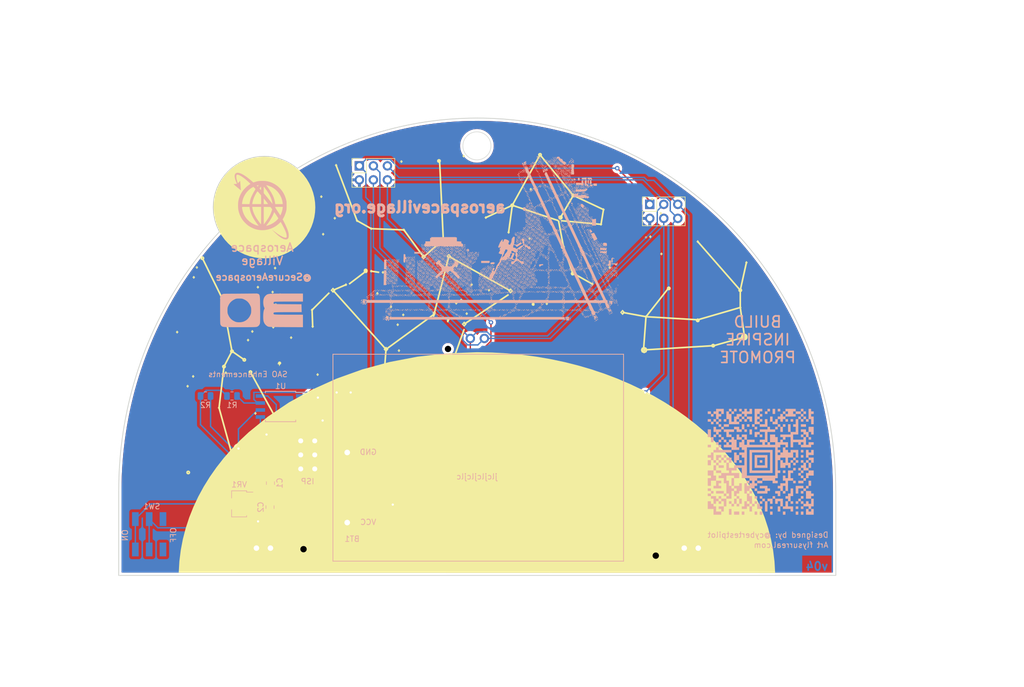
<source format=kicad_pcb>
(kicad_pcb (version 20211014) (generator pcbnew)
  (title_block (title "Aerospace Village Base Badge 2022") (date "2022-06-01") (rev "v04") (company "Author: Dan Allen"))
  (layers (0 "F.Cu" signal) (31 "B.Cu" signal) (34 "B.Paste" user) (35 "F.Paste" user) (36 "B.SilkS" user "B.Silkscreen") (37 "F.SilkS" user "F.Silkscreen") (38 "B.Mask" user) (39 "F.Mask" user) (44 "Edge.Cuts" user))
  (net 0 "")
  (net 1 "Net-(BT1-Pad1)")
  (net 3 "GND")
  (net 4 "Net-(J1-Pad3)")
  (net 5 "Net-(J1-Pad4)")
  (net 6 "Net-(J1-Pad5)")
  (net 7 "Net-(J1-Pad6)")
  (net 8 "VCC")
  (net 9 "Net-(C1-Pad1)")
  (net 10 "Net-(U1-Pad1)")
  (footprint "SpaceBase_Library:space2sky_connector" (layer "F.Cu") (at 147.394767 124.723348)
    (fp_text reference "J1" hide)
    (fp_text value "Conn_02x03_Counter_Clockwise")
  )
  (footprint "aerospace_badge:SMT_Tooling_hole" (layer "F.Cu") (at 115.919118 124.912736)
    (fp_text reference "REF**" hide)
    (fp_text value "SMT_Tooling_hole")
  )
  (footprint "aerospace_badge:space_base" (layer "F.Cu") (at 149.593077 97.301463)
    (fp_text reference "svg2mod" hide)
    (fp_text value "G***" hide)
    (fp_poly (pts (xy -2.219068 -50.507582) (xy -3.535953 -50.493954) (xy -4.84644 -50.453243) (xy -6.150284 -50.385708) (xy -7.447239 -50.291606) (xy -8.737059 -50.171196) (xy -10.019498 -50.024735) (xy -11.29431 -49.852482) (xy -12.56125 -49.654696) (xy -13.820071 -49.431634) (xy -15.070528 -49.183555) (xy -16.312375 -48.910716) (xy -17.545366 -48.613377) (xy -18.769256 -48.291795) (xy -19.983798 -47.946228) (xy -21.188746 -47.576935) (xy -22.383856 -47.184174) (xy -23.56888 -46.768203) (xy -24.743573 -46.329281) (xy -25.90769 -45.867665) (xy -27.060984 -45.383614) (xy -28.203209 -44.877385) (xy -29.334121 -44.349238) (xy -30.453472 -43.79943) (xy -31.561018 -43.22822) (xy -32.656511 -42.635866) (xy -33.739707 -42.022625) (xy -34.81036 -41.388757) (xy -35.452154 -41.88549) (xy -36.135036 -42.324029) (xy -36.853745 -42.700993) (xy -37.602742 -43.013478) (xy -38.376257 -43.259076) (xy -39.168329 -43.435895) (xy -39.972856 -43.542573) (xy -40.783638 -43.578287) (xy -41.68991 -43.533797) (xy -42.587457 -43.400686) (xy -43.467634 -43.180238) (xy -44.321963 -42.874574) (xy -45.142216 -42.48664) (xy -45.920493 -42.020171) (xy -46.649298 -41.47966) (xy -47.321611 -40.870314) (xy -47.930958 -40.198) (xy -48.471469 -39.469195) (xy -48.937937 -38.690918) (xy -49.325872 -37.870665) (xy -49.631535 -37.016336) (xy -49.851984 -36.136159) (xy -49.985095 -35.238613) (xy -50.029585 -34.332341) (xy -49.955962 -33.180557) (xy -49.739415 -32.04692) (xy -49.383318 -30.949094) (xy -48.893221 -29.904187) (xy -49.732123 -28.984322) (xy -50.554496 -28.048219) (xy -51.360096 -27.096129) (xy -52.148677 -26.128308) (xy -52.919996 -25.145007) (xy -53.673807 -24.146481) (xy -54.409865 -23.132983) (xy -55.127927 -22.104766) (xy -55.827747 -21.062084) (xy -56.509081 -20.00519) (xy -57.171684 -18.934338) (xy -57.815312 -17.849781) (xy -58.43972 -16.751772) (xy -59.044663 -15.640565) (xy -59.629897 -14.516413) (xy -60.195176 -13.37957) (xy -60.740258 -12.23029) (xy -61.264896 -11.068824) (xy -61.768846 -9.895428) (xy -62.251863 -8.710354) (xy -62.713704 -7.513856) (xy -63.154122 -6.306187) (xy -63.572875 -5.087601) (xy -63.969716 -3.858351) (xy -64.344402 -2.618691) (xy -64.696687 -1.368873) (xy -65.026327 -0.109152) (xy -65.333078 1.16022) (xy -65.616694 2.438988) (xy -65.876932 3.7269) (xy -66.113546 5.023702) (xy -66.326292 6.32914) (xy -66.514925 7.642962) (xy -66.679201 8.964913) (xy -66.818875 10.29474) (xy -66.933702 11.632191) (xy -67.023438 12.977011) (xy -67.087838 14.328946) (xy -67.126658 15.687745) (xy -67.139652 17.053153) (xy -67.139652 18.068078) (xy -67.139652 32.366429) (xy 62.713404 32.366429) (xy 62.713404 16.97047) (xy 62.701525 16.97047) (xy 62.688452 15.687953) (xy 62.652616 14.411253) (xy 62.59422 13.140581) (xy 62.513463 11.876148) (xy 62.410549 10.618164) (xy 62.285679 9.366841) (xy 62.139054 8.122388) (xy 61.970875 6.885018) (xy 61.781346 5.654939) (xy 61.570666 4.432364) (xy 61.339039 3.217503) (xy 61.086665 2.010567) (xy 60.813746 0.811766) (xy 60.520484 -0.378688) (xy 60.207081 -1.560586) (xy 59.873737 -2.733715) (xy 59.520656 -3.897867) (xy 59.148037 -5.052829) (xy 58.756084 -6.19839) (xy 58.344997 -7.334342) (xy 57.914979 -8.460471) (xy 57.46623 -9.576569) (xy 56.998953 -10.682423) (xy 56.513349 -11.777824) (xy 56.00962 -12.86256) (xy 55.487967 -13.93642) (xy 54.948593 -14.999195) (xy 54.391698 -16.050673) (xy 53.817484 -17.090644) (xy 53.226154 -18.118896) (xy 52.617908 -19.135219) (xy 51.992948 -20.139402) (xy 51.351476 -21.131235) (xy 50.693694 -22.110506) (xy 50.019803 -23.077006) (xy 49.330005 -24.030522) (xy 48.624501 -24.970845) (xy 47.903494 -25.897764) (xy 47.167184 -26.811067) (xy 46.415773 -27.710545) (xy 45.649464 -28.595987) (xy 44.868457 -29.46718) (xy 44.072954 -30.323916) (xy 43.263158 -31.165983) (xy 42.439269 -31.993171) (xy 41.601489 -32.805268) (xy 40.75002 -33.602064) (xy 39.885063 -34.383348) (xy 39.006821 -35.14891) (xy 38.115494 -35.898538) (xy 37.211284 -36.632022) (xy 36.294394 -37.349152) (xy 35.365024 -38.049715) (xy 34.423377 -38.733503) (xy 33.469653 -39.400303) (xy 32.504055 -40.049906) (xy 31.526785 -40.682099) (xy 30.538043 -41.296674) (xy 29.538031 -41.893418) (xy 28.526952 -42.472122) (xy 27.505006 -43.032574) (xy 26.472396 -43.574563) (xy 25.429323 -44.09788) (xy 24.375989 -44.602312) (xy 23.312594 -45.08765) (xy 22.239342 -45.553683) (xy 21.156434 -46.000199) (xy 20.06407 -46.426989) (xy 18.962453 -46.833841) (xy 17.851785 -47.220544) (xy 16.732267 -47.586888) (xy 15.604101 -47.932663) (xy 14.467488 -48.257657) (xy 13.32263 -48.561659) (xy 12.169729 -48.844459) (xy 11.008987 -49.105847) (xy 9.840604 -49.345611) (xy 8.664782 -49.56354) (xy 7.481724 -49.759424) (xy 6.291631 -49.933052) (xy 5.094704 -50.084214) (xy 3.891146 -50.212698) (xy 2.681157 -50.318294) (xy 1.46494 -50.400791) (xy 0.242695 -50.459979) (xy -0.985374 -50.495646) (xy -2.219068 -50.507582)) (layer "Edge.Cuts") (width 0.147159) (fill none))
  )
  (footprint "" (layer "F.Cu") (at 179.703205 126.088843)
    (fp_text reference "")
    (fp_text value "")
  )
  (footprint "Connector_PinSocket_2.54mm:PinSocket_2x03_P2.54mm_Vertical" (layer "F.Cu") (at 126.03128 55.453952 90)
    (fp_text reference "J2" hide)
    (fp_text value "Conn_02x03_Counter_Clockwise")
  )
  (footprint "Connector_PinSocket_2.54mm:PinSocket_2x03_P2.54mm_Vertical" (layer "F.Cu") (at 178.614007 62.427788 90)
    (fp_text reference "J3" hide)
    (fp_text value "Conn_02x03_Counter_Clockwise")
  )
  (footprint "" (layer "F.Cu") (at 142.081626 88.634598)
    (fp_text reference "")
    (fp_text value "")
  )
  (footprint "Resistor_SMD:R_0805_2012Metric" (layer "B.Cu") (at 102.96951 97.15469)
    (fp_text reference "R1")
    (fp_text value "4.7K")
  )
  (footprint "aerospace_badge:AVR-ISP-6" (layer "B.Cu") (at 117.952362 105.287607 180)
    (fp_text reference "J4" hide)
    (fp_text value "AVR-ISP-6" hide)
  )
  (footprint "2479_battery_holder:2479" (layer "B.Cu") (at 123.832477 112.391133 180)
    (fp_text reference "BT1")
    (fp_text value "Battery_Cell")
  )
  (footprint "aerospace_badge:switch_JS202011SCQN" (layer "B.Cu") (at 87.97052 122.213928)
    (fp_text reference "SW1")
    (fp_text value "SW_SPDT")
  )
  (footprint "Capacitor_SMD:C_0805_2012Metric" (layer "B.Cu") (at 109.929044 112.945605 90)
    (fp_text reference "C1")
    (fp_text value "10uf")
  )
  (footprint "aerospace_badge:defcon_30_logo" (layer "B.Cu") (at 108.338611 81.689341 180)
    (fp_text reference "svg2mod" hide)
    (fp_text value "G***" hide)
  )
  (footprint "Resistor_SMD:R_0805_2012Metric" (layer "B.Cu") (at 98.177089 97.15469)
    (fp_text reference "R2")
    (fp_text value "4.7K")
  )
  (footprint "aerospace_badge:aerospace_logo_new" (layer "B.Cu") (at 109.329469 61.128771 180)
    (fp_text reference "svg2mod" hide)
    (fp_text value "G***" hide)
  )
  (footprint "Package_SO:SOIC-8W_5.3x5.3mm_P1.27mm" (layer "B.Cu") (at 111.76 99.06 180)
    (fp_text reference "U1")
    (fp_text value "ATtiny85-20S")
  )
  (footprint "Capacitor_SMD:C_0805_2012Metric" (layer "B.Cu") (at 109.850261 117.293743 -90)
    (fp_text reference "C2")
    (fp_text value "10uf")
  )
  (footprint "Package_TO_SOT_SMD:SOT-89-3" (layer "B.Cu") (at 104.562521 116.704189 180)
    (fp_text reference "VR1")
    (fp_text value "HT7533-1")
  )
  (gr_poly (pts (xy 169.815185 75.222824) (xy 169.877525 75.323693) (xy 169.791389 75.463097) (xy 169.729049 75.362229) (xy 169.666694 75.26136) (xy 169.709762 75.191658) (xy 169.752845 75.121956)) (layer "B.SilkS") (width 0) (fill solid))
  (gr_poly (pts (xy 155.401344 68.204056) (xy 155.324287 68.204056) (xy 155.324287 68.126999) (xy 155.401344 68.126999)) (layer "B.SilkS") (width 0) (fill solid))
  (gr_poly (pts (xy 193.881117 103.669948) (xy 192.95088 103.669948) (xy 192.95088 104.135067) (xy 193.415991 104.135067) (xy 193.415991 104.600109) (xy 192.48577 104.600109) (xy 192.48577 103.669872) (xy 192.020651 103.669872) (xy 192.020651 103.204845) (xy 193.881117 103.204845)) (layer "B.SilkS") (width 0) (fill solid))
  (gr_poly (pts (xy 158.662552 68.511463) (xy 158.438202 68.704399) (xy 158.213859 68.897339) (xy 158.180176 68.897415) (xy 158.180176 68.897446) (xy 158.146492 68.897522) (xy 158.367195 68.66716) (xy 158.58789 68.436802)) (layer "B.SilkS") (width 0) (fill solid))
  (gr_poly (pts (xy 157.0195 68.067646) (xy 156.735908 68.327408) (xy 156.452316 68.58717) (xy 156.41066 68.545521) (xy 156.410652 68.545525) (xy 156.368995 68.503876) (xy 156.480118 68.435196) (xy 156.59124 68.366516) (xy 156.537536 68.312817) (xy 156.483833 68.259117) (xy 156.248939 68.454056) (xy 156.248939 68.337532) (xy 156.457527 68.158299) (xy 156.666115 67.979069) (xy 156.705726 68.018681) (xy 156.745338 68.058293) (xy 156.634224 68.126972) (xy 156.523102 68.195641) (xy 156.578964 68.251499) (xy 156.634834 68.307358) (xy 156.827171 68.126675) (xy 157.0195 67.945988)) (layer "B.SilkS") (width 0) (fill solid))
  (gr_poly (pts (xy 156.634201 64.351601) (xy 156.557144 64.351601) (xy 156.557144 64.274544) (xy 156.634201 64.274544)) (layer "B.SilkS") (width 0) (fill solid))
  (gr_poly (pts (xy 170.1959 81.302963) (xy 170.118843 81.302963) (xy 170.118843 81.225907) (xy 170.1959 81.225907)) (layer "B.SilkS") (width 0) (fill solid))
  (gr_poly (pts (xy 160.87223 60.036915) (xy 160.795173 60.036915) (xy 160.795173 59.959858) (xy 160.87223 59.959858)) (layer "B.SilkS") (width 0) (fill solid))
  (gr_poly (pts (xy 148.209671 81.559761) (xy 148.261039 81.61113) (xy 148.055565 81.61113) (xy 148.158302 81.508393)) (layer "B.SilkS") (width 0) (fill solid))
  (gr_poly (pts (xy 161.753952 81.619316) (xy 161.640602 81.69101) (xy 161.527252 81.762703) (xy 161.498565 81.763901) (xy 161.498535 81.763855) (xy 161.469848 81.765053) (xy 161.664795 81.530159)) (layer "B.SilkS") (width 0) (fill solid))
  (gr_poly (pts (xy 138.294742 77.219643) (xy 138.116485 77.374245) (xy 138.076675 77.334435) (xy 138.076675 77.334122) (xy 138.036865 77.294312) (xy 138.185348 77.181977) (xy 138.333832 77.069641) (xy 138.403412 77.067345) (xy 138.472992 77.065048)) (layer "B.SilkS") (width 0) (fill solid))
  (gr_poly (pts (xy 140.529888 81.572563) (xy 140.43396 81.688141) (xy 140.287716 81.688141) (xy 140.403297 81.572563) (xy 140.518879 81.456978) (xy 140.625808 81.456978)) (layer "B.SilkS") (width 0) (fill solid))
  (gr_poly (pts (xy 160.512718 75.369652) (xy 160.307243 75.369652) (xy 160.40998 75.266915)) (layer "B.SilkS") (width 0) (fill solid))
  (gr_poly (pts (xy 138.834694 80.634918) (xy 138.731956 80.532181) (xy 138.834694 80.429444)) (layer "B.SilkS") (width 0) (fill solid))
  (gr_poly (pts (xy 163.085747 72.241425) (xy 163.134247 72.289925) (xy 162.985885 72.398407) (xy 162.837524 72.50689) (xy 162.808952 72.478317) (xy 162.780395 72.449784) (xy 162.908821 72.321358) (xy 163.037246 72.192932)) (layer "B.SilkS") (width 0) (fill solid))
  (gr_poly (pts (xy 142.979046 70.626312) (xy 142.802955 70.81424) (xy 142.731735 70.818939) (xy 142.73172 70.818962) (xy 142.660499 70.823662) (xy 143.022445 70.438393) (xy 143.155136 70.438393)) (layer "B.SilkS") (width 0) (fill solid))
  (gr_poly (pts (xy 165.477234 74.169937) (xy 165.511162 74.203865) (xy 165.407074 74.321587) (xy 165.302978 74.439308) (xy 165.233246 74.442208) (xy 165.233253 74.442269) (xy 165.163521 74.445168) (xy 165.443306 74.136009)) (layer "B.SilkS") (width 0) (fill solid))
  (gr_poly (pts (xy 134.442619 73.905998) (xy 134.36552 73.905998) (xy 134.36552 73.828942) (xy 134.442619 73.828942)) (layer "B.SilkS") (width 0) (fill solid))
  (gr_poly (pts (xy 168.423675 76.859184) (xy 168.320938 76.756447) (xy 168.423675 76.65371)) (layer "B.SilkS") (width 0) (fill solid))
  (gr_poly (pts (xy 168.093925 67.198376) (xy 168.187797 67.317974) (xy 168.19239 67.428631) (xy 167.980491 67.539887) (xy 167.768593 67.651146) (xy 167.7323 67.615216) (xy 167.732589 67.615105) (xy 167.696296 67.579174) (xy 167.775863 67.525574) (xy 167.85543 67.471974) (xy 167.675575 67.121128) (xy 167.576408 67.24062) (xy 167.477241 67.360115) (xy 167.440521 67.323395) (xy 167.403801 67.286675) (xy 167.614784 67.079361) (xy 167.807419 67.079071) (xy 168.000053 67.078781)) (layer "B.SilkS") (width 0) (fill solid))
  (gr_poly (pts (xy 157.211784 75.061905) (xy 157.071892 75.216484) (xy 157.03656 75.181153) (xy 157.001243 75.145828) (xy 157.120491 75.026573) (xy 157.239738 74.907326) (xy 157.351677 74.907326)) (layer "B.SilkS") (width 0) (fill solid))
  (gr_poly (pts (xy 149.914043 74.09375) (xy 149.737953 74.281677) (xy 149.666733 74.286377) (xy 149.666725 74.2864) (xy 149.595504 74.2911) (xy 149.776478 74.098465) (xy 149.957451 73.905831) (xy 150.090133 73.905831)) (layer "B.SilkS") (width 0) (fill solid))
  (gr_poly (pts (xy 165.084579 70.970871) (xy 165.02037 70.931191) (xy 164.956161 70.891419) (xy 164.956161 70.746399) (xy 165.084579 70.746399)) (layer "B.SilkS") (width 0) (fill solid))
  (gr_poly (pts (xy 156.320572 73.027352) (xy 156.360183 73.066963) (xy 156.249061 73.135643) (xy 156.137939 73.204323) (xy 156.245346 73.31173) (xy 156.362793 73.214257) (xy 156.48024 73.116783) (xy 156.48024 73.233299) (xy 156.271652 73.412529) (xy 156.063064 73.591759) (xy 156.023452 73.552147) (xy 155.983848 73.512535) (xy 156.09497 73.443856) (xy 156.206085 73.375176) (xy 156.152382 73.321472) (xy 156.098678 73.267769) (xy 155.863785 73.462715) (xy 155.863785 73.346199) (xy 156.072372 73.16697) (xy 156.28096 72.98774)) (layer "B.SilkS") (width 0) (fill solid))
  (gr_poly (pts (xy 153.475052 78.297745) (xy 153.397995 78.297745) (xy 153.397995 78.220688) (xy 153.475052 78.220688)) (layer "B.SilkS") (width 0) (fill solid))
  (gr_poly (pts (xy 159.099991 67.048359) (xy 159.032051 67.048359) (xy 158.984428 66.97131) (xy 158.936798 66.894249) (xy 159.099991 66.894249)) (layer "B.SilkS") (width 0) (fill solid))
  (gr_poly (pts (xy 164.262611 60.576264) (xy 164.185554 60.576264) (xy 164.108505 60.576245) (xy 164.108505 60.508293) (xy 164.185554 60.460663) (xy 164.262611 60.413033)) (layer "B.SilkS") (width 0) (fill solid))
  (gr_poly (pts (xy 151.779854 81.688179) (xy 151.702797 81.688179) (xy 151.702797 81.611122) (xy 151.779854 81.611122)) (layer "B.SilkS") (width 0) (fill solid))
  (gr_poly (pts (xy 161.334572 54.180741) (xy 161.266632 54.180741) (xy 161.219009 54.103691) (xy 161.171379 54.026642) (xy 161.334572 54.026642)) (layer "B.SilkS") (width 0) (fill solid))
  (gr_poly (pts (xy 165.264381 71.234452) (xy 165.161644 71.131714) (xy 165.264381 71.028977)) (layer "B.SilkS") (width 0) (fill solid))
  (gr_poly (pts (xy 133.594986 81.636811) (xy 133.543617 81.585442) (xy 133.492248 81.534073) (xy 133.543617 81.482704) (xy 133.594986 81.431336)) (layer "B.SilkS") (width 0) (fill solid))
  (gr_poly (pts (xy 165.341377 63.581166) (xy 165.27343 63.581166) (xy 165.225807 63.504116) (xy 165.178184 63.427056) (xy 165.341377 63.427056)) (layer "B.SilkS") (width 0) (fill solid))
  (gr_poly (pts (xy 156.171989 74.681786) (xy 155.998611 74.866959) (xy 155.825241 75.052132) (xy 155.671127 75.054428) (xy 155.671127 75.054558) (xy 155.517021 75.056855) (xy 155.671127 74.971627) (xy 155.825241 74.886399) (xy 155.998611 74.729386) (xy 156.171989 74.572365)) (layer "B.SilkS") (width 0) (fill solid))
  (gr_poly (pts (xy 166.651313 65.121964) (xy 166.574257 65.121964) (xy 166.574257 65.044907) (xy 166.651313 65.044907)) (layer "B.SilkS") (width 0) (fill solid))
  (gr_poly (pts (xy 169.579391 69.61657) (xy 169.476654 69.513832) (xy 169.579391 69.411095)) (layer "B.SilkS") (width 0) (fill solid))
  (gr_poly (pts (xy 163.183944 81.61113) (xy 163.106888 81.61113) (xy 163.106888 81.534073) (xy 163.183944 81.534073)) (layer "B.SilkS") (width 0) (fill solid))
  (gr_poly (pts (xy 151.612034 73.92659) (xy 151.510212 74.02459) (xy 150.975528 74.436882) (xy 150.94474 74.40609) (xy 150.913978 74.375313) (xy 151.03323 74.256066) (xy 151.152481 74.136811) (xy 151.293701 74.136811) (xy 151.433166 73.982697) (xy 151.572635 73.828591) (xy 151.713855 73.828591)) (layer "B.SilkS") (width 0) (fill solid))
  (gr_poly (pts (xy 139.707992 76.756432) (xy 139.502517 76.756432) (xy 139.605255 76.653694)) (layer "B.SilkS") (width 0) (fill solid))
  (gr_poly (pts (xy 159.479698 68.095764) (xy 159.51931 68.135384) (xy 159.408188 68.204064) (xy 159.297065 68.272732) (xy 159.350769 68.326431) (xy 159.404472 68.380131) (xy 159.639366 68.185192) (xy 159.639366 68.286621) (xy 159.465988 68.471791) (xy 159.292618 68.65696) (xy 159.234825 68.661659) (xy 159.177025 68.666386) (xy 159.177025 68.525116) (xy 159.273346 68.490715) (xy 159.369667 68.456314) (xy 159.313736 68.396263) (xy 159.257805 68.336205) (xy 159.022911 68.531143) (xy 159.022911 68.41462) (xy 159.231498 68.235386) (xy 159.440086 68.056153)) (layer "B.SilkS") (width 0) (fill solid))
  (gr_poly (pts (xy 165.829384 64.043476) (xy 165.623909 64.043476) (xy 165.726646 63.940739)) (layer "B.SilkS") (width 0) (fill solid))
  (gr_poly (pts (xy 156.48014 70.746613) (xy 156.412193 70.746613) (xy 156.36457 70.669556) (xy 156.316948 70.592507) (xy 156.48014 70.592507)) (layer "B.SilkS") (width 0) (fill solid))
  (gr_poly (pts (xy 143.492538 81.56939) (xy 143.271965 81.758919) (xy 143.237026 81.723992) (xy 143.202099 81.689057) (xy 143.380356 81.534455) (xy 143.558605 81.37986) (xy 143.713108 81.37986)) (layer "B.SilkS") (width 0) (fill solid))
  (gr_poly (pts (xy 171.378082 77.107323) (xy 171.335235 77.218979) (xy 171.505829 77.218979) (xy 171.505829 77.373322) (xy 171.461799 77.373322) (xy 171.41777 77.373078) (xy 171.197616 77.152924) (xy 171.197616 77.08136) (xy 171.309272 77.038513) (xy 171.420929 76.995667)) (layer "B.SilkS") (width 0) (fill solid))
  (gr_poly (pts (xy 155.208725 68.666359) (xy 155.161094 68.743408) (xy 155.093162 68.743408) (xy 155.093162 68.58931) (xy 155.256355 68.58931)) (layer "B.SilkS") (width 0) (fill solid))
  (gr_poly (pts (xy 166.95964 74.528557) (xy 166.863319 74.637955) (xy 166.766998 74.747353) (xy 166.709205 74.750252) (xy 166.709213 74.750298) (xy 166.65142 74.753197) (xy 166.65142 74.636162) (xy 166.805534 74.539925) (xy 166.95964 74.443688)) (layer "B.SilkS") (width 0) (fill solid))
  (gr_poly (pts (xy 140.09111 74.982201) (xy 139.882656 75.146172) (xy 139.674198 75.31015) (xy 139.712146 75.348099) (xy 139.750107 75.386048) (xy 139.658416 75.490486) (xy 139.566738 75.594925) (xy 139.508289 75.597824) (xy 139.508297 75.597893) (xy 139.449848 75.600792) (xy 139.546818 75.428253) (xy 139.643787 75.255715) (xy 139.833107 75.084618) (xy 140.02243 74.913521)) (layer "B.SilkS") (width 0) (fill solid))
  (gr_poly (pts (xy 147.954418 81.535591) (xy 147.806053 81.644074) (xy 147.657692 81.752556) (xy 147.629123 81.723984) (xy 147.60057 81.695442) (xy 147.728992 81.567017) (xy 147.857418 81.438591)) (layer "B.SilkS") (width 0) (fill solid))
  (gr_poly (pts (xy 134.519684 73.315682) (xy 134.468315 73.264313) (xy 134.416946 73.21283) (xy 134.519684 73.110092)) (layer "B.SilkS") (width 0) (fill solid))
  (gr_poly (pts (xy 163.723236 56.672364) (xy 163.671867 56.620995) (xy 163.620498 56.569622) (xy 163.671867 56.518254) (xy 163.723236 56.466885)) (layer "B.SilkS") (width 0) (fill solid))
  (gr_poly (pts (xy 141.561901 70.945564) (xy 141.608722 71.067581) (xy 141.517173 71.037064) (xy 141.425617 71.006539) (xy 141.395118 70.915039) (xy 141.36462 70.82354) (xy 141.515079 70.82354)) (layer "B.SilkS") (width 0) (fill solid))
  (gr_poly (pts (xy 166.78704 59.299439) (xy 166.820968 59.33337) (xy 166.716873 59.451092) (xy 166.612785 59.568814) (xy 166.543045 59.571713) (xy 166.473327 59.574673) (xy 166.61322 59.42009) (xy 166.753113 59.265507)) (layer "B.SilkS") (width 0) (fill solid))
  (gr_poly (pts (xy 135.598427 76.525276) (xy 135.530475 76.525276) (xy 135.482856 76.44822) (xy 135.435226 76.37117) (xy 135.598427 76.37117)) (layer "B.SilkS") (width 0) (fill solid))
  (gr_poly (pts (xy 167.499016 76.165764) (xy 167.447647 76.114395) (xy 167.396278 76.062973) (xy 167.499016 75.960236)) (layer "B.SilkS") (width 0) (fill solid))
  (gr_poly (pts (xy 152.78162 74.54776) (xy 152.730251 74.496392) (xy 152.678882 74.444786) (xy 152.78162 74.342049)) (layer "B.SilkS") (width 0) (fill solid))
  (gr_poly (pts (xy 133.286762 77.141777) (xy 133.248234 77.141777) (xy 133.209705 77.141815) (xy 133.209705 77.064759) (xy 133.286762 77.064759)) (layer "B.SilkS") (width 0) (fill solid))
  (gr_poly (pts (xy 139.368557 73.412384) (xy 139.408169 73.451996) (xy 139.29705 73.520676) (xy 139.185932 73.589356) (xy 139.239624 73.643059) (xy 139.293323 73.696762) (xy 139.410763 73.599289) (xy 139.528209 73.501816) (xy 139.528209 73.603241) (xy 139.354839 73.788414) (xy 139.181469 73.97358) (xy 139.12368 73.978279) (xy 139.123672 73.978287) (xy 139.065883 73.982987) (xy 139.065883 73.841713) (xy 139.162204 73.807312) (xy 139.258526 73.772911) (xy 139.202594 73.712853) (xy 139.146663 73.652802) (xy 139.029224 73.750275) (xy 138.911777 73.847748) (xy 138.911777 73.731232) (xy 139.120361 73.552002) (xy 139.328945 73.372772)) (layer "B.SilkS") (width 0) (fill solid))
  (gr_poly (pts (xy 156.557243 78.451592) (xy 156.480186 78.451592) (xy 156.480186 78.374535) (xy 156.557243 78.374535)) (layer "B.SilkS") (width 0) (fill solid))
  (gr_poly (pts (xy 156.788345 67.053841) (xy 156.614975 67.23901) (xy 156.441604 67.424179) (xy 156.383804 67.428879) (xy 156.383735 67.428921) (xy 156.325943 67.433621) (xy 156.330246 67.37582) (xy 156.334549 67.318032) (xy 156.561447 67.138798) (xy 156.788345 66.959564)) (layer "B.SilkS") (width 0) (fill solid))
  (gr_poly (pts (xy 158.021278 78.451592) (xy 157.944221 78.451592) (xy 157.944221 78.374535) (xy 158.021278 78.374535)) (layer "B.SilkS") (width 0) (fill solid))
  (gr_poly (pts (xy 166.959602 82.735848) (xy 166.777244 82.918206) (xy 166.743675 82.884636) (xy 166.71009 82.851067) (xy 166.834846 82.726311) (xy 166.959602 82.601555)) (layer "B.SilkS") (width 0) (fill solid))
  (gr_poly (pts (xy 161.796898 56.210148) (xy 161.745529 56.158779) (xy 161.745529 56.158776) (xy 161.69416 56.107407) (xy 161.796898 56.004669)) (layer "B.SilkS") (width 0) (fill solid))
  (gr_poly (pts (xy 131.591572 77.919358) (xy 131.49525 78.028755) (xy 131.398929 78.138153) (xy 131.34114 78.141052) (xy 131.341144 78.141098) (xy 131.283355 78.143997) (xy 131.283355 78.026963) (xy 131.437462 77.930725) (xy 131.591572 77.834488)) (layer "B.SilkS") (width 0) (fill solid))
  (gr_poly (pts (xy 158.406479 56.569649) (xy 158.329429 56.569649) (xy 158.25238 56.569641) (xy 158.25238 56.415531) (xy 158.406479 56.415531)) (layer "B.SilkS") (width 0) (fill solid))
  (gr_poly (pts (xy 158.791725 57.417214) (xy 158.637619 57.417214) (xy 158.637619 57.349262) (xy 158.714676 57.301632) (xy 158.791725 57.254013)) (layer "B.SilkS") (width 0) (fill solid))
  (gr_poly (pts (xy 171.274688 75.780533) (xy 171.171951 75.677796) (xy 171.274688 75.575058)) (layer "B.SilkS") (width 0) (fill solid))
  (gr_poly (pts (xy 168.26947 69.976036) (xy 168.192413 69.976036) (xy 168.192413 69.898979) (xy 168.26947 69.898979)) (layer "B.SilkS") (width 0) (fill solid))
  (gr_poly (pts (xy 166.035003 73.520943) (xy 165.957946 73.520943) (xy 165.957946 73.443886) (xy 166.035003 73.443886)) (layer "B.SilkS") (width 0) (fill solid))
  (gr_poly (pts (xy 157.688354 76.372048) (xy 157.617698 76.301392) (xy 157.856201 76.062889) (xy 157.968139 76.062889)) (layer "B.SilkS") (width 0) (fill solid))
  (gr_poly (pts (xy 168.269455 59.446221) (xy 168.218086 59.394852) (xy 168.166717 59.343422) (xy 168.269455 59.240685)) (layer "B.SilkS") (width 0) (fill solid))
  (gr_poly (pts (xy 135.5984 72.133263) (xy 135.530449 72.133263) (xy 135.48283 72.056206) (xy 135.435199 71.979157) (xy 135.5984 71.979157)) (layer "B.SilkS") (width 0) (fill solid))
  (gr_poly (pts (xy 140.24802 82.423851) (xy 140.205169 82.535507) (xy 140.067558 82.535507) (xy 140.067558 82.397888) (xy 140.179214 82.355042) (xy 140.29087 82.312195)) (layer "B.SilkS") (width 0) (fill solid))
  (gr_poly (pts (xy 157.173675 77.141823) (xy 157.139694 77.141823) (xy 157.105728 77.141693) (xy 157.058105 77.064644) (xy 157.010483 76.987595) (xy 157.173675 76.987595)) (layer "B.SilkS") (width 0) (fill solid))
  (gr_poly (pts (xy 153.783294 76.936257) (xy 153.680557 76.833519) (xy 153.783294 76.730782)) (layer "B.SilkS") (width 0) (fill solid))
  (gr_poly (pts (xy 160.371498 73.366867) (xy 160.323875 73.443917) (xy 160.255928 73.443917) (xy 160.255928 73.289818) (xy 160.419121 73.289818)) (layer "B.SilkS") (width 0) (fill solid))
  (gr_poly (pts (xy 152.165134 76.756432) (xy 152.097183 76.756432) (xy 152.049553 76.679375) (xy 152.001934 76.602326) (xy 152.165134 76.602326)) (layer "B.SilkS") (width 0) (fill solid))
  (gr_poly (pts (xy 159.93695 74.284401) (xy 159.755043 74.431877) (xy 159.722145 74.399185) (xy 159.72213 74.39888) (xy 159.689232 74.366188) (xy 159.837715 74.253853) (xy 159.986198 74.141518) (xy 160.052528 74.139221) (xy 160.118858 74.136925)) (layer "B.SilkS") (width 0) (fill solid))
  (gr_poly (pts (xy 138.603527 81.790833) (xy 138.552158 81.739464) (xy 138.500789 81.687897) (xy 138.603527 81.58516)) (layer "B.SilkS") (width 0) (fill solid))
  (gr_poly (pts (xy 160.435569 59.574639) (xy 160.230095 59.574639) (xy 160.332832 59.471901)) (layer "B.SilkS") (width 0) (fill solid))
  (gr_poly (pts (xy 154.360809 74.368439) (xy 154.220916 74.523018) (xy 154.185589 74.487686) (xy 154.150264 74.452362) (xy 154.269516 74.333107) (xy 154.388763 74.21386) (xy 154.500702 74.21386)) (layer "B.SilkS") (width 0) (fill solid))
  (gr_poly (pts (xy 165.033218 78.528862) (xy 164.965278 78.528862) (xy 164.917656 78.451813) (xy 164.870025 78.374764) (xy 165.033218 78.374764)) (layer "B.SilkS") (width 0) (fill solid))
  (gr_poly (pts (xy 164.724952 62.913273) (xy 164.673584 62.861904) (xy 164.622215 62.810532) (xy 164.724952 62.707794)) (layer "B.SilkS") (width 0) (fill solid))
  (gr_poly (pts (xy 167.228798 63.427525) (xy 167.088905 63.582108) (xy 167.053573 63.546776) (xy 167.018249 63.511448) (xy 167.137497 63.392197) (xy 167.256752 63.272946) (xy 167.36869 63.272946)) (layer "B.SilkS") (width 0) (fill solid))
  (gr_poly (pts (xy 139.836406 78.169556) (xy 139.785038 78.118187) (xy 139.785038 78.118035) (xy 139.733669 78.066666) (xy 139.836406 77.963928)) (layer "B.SilkS") (width 0) (fill solid))
  (gr_poly (pts (xy 135.89656 72.329575) (xy 135.931591 72.364601) (xy 135.71056 72.554528) (xy 135.489528 72.744454) (xy 135.454498 72.709427) (xy 135.419468 72.674408) (xy 135.640499 72.484482) (xy 135.86153 72.294556)) (layer "B.SilkS") (width 0) (fill solid))
  (gr_poly (pts (xy 134.211414 77.398903) (xy 134.160045 77.347534) (xy 134.108677 77.295815) (xy 134.160045 77.244446) (xy 134.211414 77.193077)) (layer "B.SilkS") (width 0) (fill solid))
  (gr_poly (pts (xy 130.872375 78.169373) (xy 130.923744 78.220742) (xy 130.718269 78.220742) (xy 130.769638 78.169373) (xy 130.821007 78.118004)) (layer "B.SilkS") (width 0) (fill solid))
  (gr_poly (pts (xy 141.531543 70.695282) (xy 141.428806 70.592545) (xy 141.531543 70.489807)) (layer "B.SilkS") (width 0) (fill solid))
  (gr_poly (pts (xy 165.6651 71.96891) (xy 165.563522 72.133263) (xy 165.487983 72.133263) (xy 165.412445 72.133278) (xy 165.511802 72.025467) (xy 165.61116 71.917656)) (layer "B.SilkS") (width 0) (fill solid))
  (gr_poly (pts (xy 162.703277 74.323899) (xy 162.737205 74.357826) (xy 162.63311 74.475548) (xy 162.529022 74.59327) (xy 162.459282 74.596169) (xy 162.459305 74.59623) (xy 162.389564 74.599129) (xy 162.669349 74.289971)) (layer "B.SilkS") (width 0) (fill solid))
  (gr_poly (pts (xy 163.183868 59.959854) (xy 163.106811 59.959854) (xy 163.106811 59.882797) (xy 163.183868 59.882797)) (layer "B.SilkS") (width 0) (fill solid))
  (gr_poly (pts (xy 167.294204 75.643173) (xy 167.251358 75.75483) (xy 167.421951 75.75483) (xy 167.421951 75.908959) (xy 167.363434 75.908959) (xy 167.304901 75.908928) (xy 167.212944 75.761673) (xy 167.120987 75.614418) (xy 167.229019 75.572968) (xy 167.337051 75.531517)) (layer "B.SilkS") (width 0) (fill solid))
  (gr_poly (pts (xy 161.758354 63.735287) (xy 161.710731 63.812336) (xy 161.642784 63.812336) (xy 161.642784 63.658226) (xy 161.805977 63.658226)) (layer "B.SilkS") (width 0) (fill solid))
  (gr_poly (pts (xy 137.10054 76.988152) (xy 136.960643 77.142731) (xy 136.925312 77.107399) (xy 136.889995 77.072075) (xy 137.009247 76.952828) (xy 137.128498 76.833573) (xy 137.240436 76.833573)) (layer "B.SilkS") (width 0) (fill solid))
  (gr_poly (pts (xy 163.337974 59.908486) (xy 163.286606 59.857117) (xy 163.235237 59.805741) (xy 163.337974 59.703003)) (layer "B.SilkS") (width 0) (fill solid))
  (gr_poly (pts (xy 138.670898 76.258805) (xy 138.705307 76.293205) (xy 138.526489 76.448288) (xy 138.347671 76.603371) (xy 138.398861 76.654549) (xy 138.450042 76.705742) (xy 138.834709 76.344368) (xy 138.834709 76.453789) (xy 138.661339 76.638954) (xy 138.487964 76.824127) (xy 138.436596 76.828827) (xy 138.436599 76.828781) (xy 138.385231 76.833481) (xy 138.34991 76.73716) (xy 138.31459 76.640839) (xy 138.21249 76.73716) (xy 138.110393 76.833481) (xy 137.990959 76.831185) (xy 137.871525 76.828888) (xy 138.025634 76.739777) (xy 138.179741 76.650666) (xy 138.408115 76.437531) (xy 138.63649 76.224396)) (layer "B.SilkS") (width 0) (fill solid))
  (gr_poly (pts (xy 165.187248 58.958191) (xy 165.110191 58.958191) (xy 165.110191 58.881134) (xy 165.187248 58.881134)) (layer "B.SilkS") (width 0) (fill solid))
  (gr_poly (pts (xy 144.185512 77.227356) (xy 144.074394 77.296036) (xy 143.963276 77.364708) (xy 144.070675 77.472115) (xy 144.188118 77.374642) (xy 144.305561 77.277169) (xy 144.305561 77.378594) (xy 144.13219 77.563767) (xy 143.95882 77.74894) (xy 143.901031 77.753639) (xy 143.843227 77.758362) (xy 143.843227 77.617089) (xy 143.939548 77.582688) (xy 144.035869 77.548287) (xy 143.924007 77.428169) (xy 143.806564 77.525643) (xy 143.689117 77.623116) (xy 143.689117 77.5066) (xy 143.897705 77.32737) (xy 144.106289 77.148133)) (layer "B.SilkS") (width 0) (fill solid))
  (gr_poly (pts (xy 138.564987 79.447632) (xy 138.497768 79.450531) (xy 138.497764 79.4506) (xy 138.430534 79.453499) (xy 138.526462 79.337914) (xy 138.62239 79.222336) (xy 138.76371 79.222336)) (layer "B.SilkS") (width 0) (fill solid))
  (gr_poly (pts (xy 158.69001 71.748993) (xy 158.654678 71.713661) (xy 158.619362 71.678337) (xy 158.738609 71.559082) (xy 158.857856 71.439835) (xy 158.969795 71.439835)) (layer "B.SilkS") (width 0) (fill solid))
  (gr_poly (pts (xy 157.173607 68.358162) (xy 157.105659 68.358162) (xy 157.058037 68.281101) (xy 157.010414 68.204052) (xy 157.173607 68.204052)) (layer "B.SilkS") (width 0) (fill solid))
  (gr_poly (pts (xy 166.454223 66.209004) (xy 166.340873 66.280693) (xy 166.227524 66.352371) (xy 166.198837 66.353573) (xy 166.198807 66.353531) (xy 166.17012 66.354733) (xy 166.267593 66.237286) (xy 166.365066 66.119847)) (layer "B.SilkS") (width 0) (fill solid))
  (gr_poly (pts (xy 135.084705 81.61113) (xy 134.87923 81.61113) (xy 134.981968 81.508393)) (layer "B.SilkS") (width 0) (fill solid))
  (gr_poly (pts (xy 164.405174 61.850048) (xy 164.432144 61.875679) (xy 164.330566 62.040039) (xy 164.179489 62.040039) (xy 164.278846 61.932228) (xy 164.378204 61.824417)) (layer "B.SilkS") (width 0) (fill solid))
  (gr_poly (pts (xy 142.344703 70.816933) (xy 142.301155 70.887413) (xy 142.380615 70.926743) (xy 142.460075 70.966072) (xy 142.366646 70.947792) (xy 142.27322 70.929459) (xy 142.242721 70.83796) (xy 142.212223 70.74646) (xy 142.388263 70.74646)) (layer "B.SilkS") (width 0) (fill solid))
  (gr_poly (pts (xy 189.695059 100.41418) (xy 189.113669 100.41418) (xy 189.113669 99.949062) (xy 189.695059 99.949062)) (layer "B.SilkS") (width 0) (fill solid))
  (gr_poly (pts (xy 155.016083 69.20575) (xy 154.948143 69.20575) (xy 154.900512 69.1287) (xy 154.85289 69.051651) (xy 155.016083 69.051651)) (layer "B.SilkS") (width 0) (fill solid))
  (gr_poly (pts (xy 165.239616 66.047474) (xy 165.204284 66.012142) (xy 165.16896 65.976815) (xy 165.288208 65.857563) (xy 165.407463 65.738308) (xy 165.519401 65.738308)) (layer "B.SilkS") (width 0) (fill solid))
  (gr_poly (pts (xy 135.435631 76.182686) (xy 135.46698 76.214035) (xy 135.172054 76.484177) (xy 134.877128 76.754319) (xy 134.841697 76.718895) (xy 134.806282 76.683464) (xy 135.105282 76.417397) (xy 135.404281 76.151329)) (layer "B.SilkS") (width 0) (fill solid))
  (gr_poly (pts (xy 155.940765 71.593972) (xy 155.863708 71.593972) (xy 155.863708 71.516915) (xy 155.940765 71.516915)) (layer "B.SilkS") (width 0) (fill solid))
  (gr_poly (pts (xy 163.106849 78.149124) (xy 162.933471 78.334297) (xy 162.760101 78.519463) (xy 162.702308 78.524163) (xy 162.70224 78.524201) (xy 162.644447 78.5289) (xy 162.64875 78.471108) (xy 162.653053 78.413307) (xy 162.879951 78.23407) (xy 163.106849 78.05484)) (layer "B.SilkS") (width 0) (fill solid))
  (gr_poly (pts (xy 154.361198 80.455132) (xy 154.313575 80.532181) (xy 154.245628 80.532181) (xy 154.245628 80.378075) (xy 154.408821 80.378075)) (layer "B.SilkS") (width 0) (fill solid))
  (gr_poly (pts (xy 158.176506 81.535759) (xy 158.2407 81.639618) (xy 158.362152 81.538819) (xy 158.483612 81.438019) (xy 158.483612 81.554535) (xy 158.275024 81.733773) (xy 158.066437 81.913002) (xy 158.026825 81.87339) (xy 158.02684 81.873413) (xy 157.987228 81.833802) (xy 158.098343 81.765122) (xy 158.209465 81.696442) (xy 158.102058 81.589035) (xy 157.867164 81.783982) (xy 157.867164 81.677048) (xy 158.112312 81.4319)) (layer "B.SilkS") (width 0) (fill solid))
  (gr_poly (pts (xy 142.379257 72.85334) (xy 142.27652 72.750603) (xy 142.327888 72.699234) (xy 142.379257 72.647866)) (layer "B.SilkS") (width 0) (fill solid))
  (gr_poly (pts (xy 145.205291 73.701065) (xy 145.248043 73.743813) (xy 145.027248 73.933846) (xy 144.806457 74.123879) (xy 144.779026 74.096596) (xy 144.751583 74.069275) (xy 144.957061 73.8638) (xy 145.16254 73.658318)) (layer "B.SilkS") (width 0) (fill solid))
  (gr_poly (pts (xy 158.858688 54.530335) (xy 158.893707 54.565354) (xy 158.451645 54.945206) (xy 158.416618 54.910187) (xy 158.381599 54.875168) (xy 158.823662 54.495316)) (layer "B.SilkS") (width 0) (fill solid))
  (gr_poly (pts (xy 163.800422 76.069443) (xy 163.60778 76.288239) (xy 163.549988 76.291138) (xy 163.549988 76.291199) (xy 163.492195 76.294098) (xy 163.492195 76.177063) (xy 163.800422 75.984589)) (layer "B.SilkS") (width 0) (fill solid))
  (gr_poly (pts (xy 157.082847 67.394177) (xy 157.114319 67.425648) (xy 156.893524 67.615681) (xy 156.672737 67.805714) (xy 156.641029 67.774132) (xy 156.609314 67.742558) (xy 157.051376 67.362705)) (layer "B.SilkS") (width 0) (fill solid))
  (gr_poly (pts (xy 156.942436 62.579403) (xy 156.865379 62.579403) (xy 156.865379 62.502346) (xy 156.942436 62.502346)) (layer "B.SilkS") (width 0) (fill solid))
  (gr_poly (pts (xy 159.870506 65.276062) (xy 159.793449 65.276062) (xy 159.793449 65.199005) (xy 159.870506 65.199005)) (layer "B.SilkS") (width 0) (fill solid))
  (gr_poly (pts (xy 167.421867 70.155922) (xy 167.370498 70.104553) (xy 167.31913 70.053185) (xy 167.370498 70.001816) (xy 167.421867 69.950447)) (layer "B.SilkS") (width 0) (fill solid))
  (gr_poly (pts (xy 161.642799 55.953343) (xy 161.565742 55.953343) (xy 161.565742 55.876286) (xy 161.642799 55.876286)) (layer "B.SilkS") (width 0) (fill solid))
  (gr_poly (pts (xy 160.624832 61.767597) (xy 160.525474 61.880253) (xy 160.458252 61.883152) (xy 160.458236 61.883209) (xy 160.391014 61.886109) (xy 160.486931 61.770527) (xy 160.582863 61.654946) (xy 160.724189 61.654946)) (layer "B.SilkS") (width 0) (fill solid))
  (gr_poly (pts (xy 135.153888 76.209183) (xy 134.933098 76.399216) (xy 134.712303 76.589249) (xy 134.680591 76.557671) (xy 134.648884 76.526093) (xy 134.869915 76.336167) (xy 135.090946 76.14624)) (layer "B.SilkS") (width 0) (fill solid))
  (gr_poly (pts (xy 145.292495 72.71006) (xy 145.322815 72.74038) (xy 145.141697 72.933396) (xy 144.960575 73.126412) (xy 144.902786 73.131111) (xy 144.902794 73.13115) (xy 144.845005 73.135849) (xy 144.845005 73.038201) (xy 145.053592 72.858963) (xy 145.262176 72.679734)) (layer "B.SilkS") (width 0) (fill solid))
  (gr_poly (pts (xy 159.947654 81.636811) (xy 159.896286 81.585442) (xy 159.844917 81.534073) (xy 159.896286 81.482704) (xy 159.947654 81.431336)) (layer "B.SilkS") (width 0) (fill solid))
  (gr_poly (pts (xy 163.877449 76.340363) (xy 163.78627 76.431542) (xy 163.695091 76.522721) (xy 163.661522 76.489151) (xy 163.661514 76.489151) (xy 163.627937 76.455582) (xy 163.752693 76.330826) (xy 163.877449 76.20607)) (layer "B.SilkS") (width 0) (fill solid))
  (gr_poly (pts (xy 130.898075 82.304383) (xy 130.821018 82.304383) (xy 130.821018 82.227326) (xy 130.898075 82.227326)) (layer "B.SilkS") (width 0) (fill solid))
  (gr_poly (pts (xy 160.140182 59.189377) (xy 160.09256 59.266426) (xy 159.962257 59.265225) (xy 159.962272 59.265316) (xy 159.83197 59.264115) (xy 159.947555 59.189423) (xy 160.063133 59.114731) (xy 160.125473 59.113529) (xy 160.187813 59.112328)) (layer "B.SilkS") (width 0) (fill solid))
  (gr_poly (pts (xy 146.771366 72.85334) (xy 146.668628 72.750603) (xy 146.719997 72.699234) (xy 146.771366 72.647866)) (layer "B.SilkS") (width 0) (fill solid))
  (gr_poly (pts (xy 157.661621 68.820442) (xy 157.456146 68.820442) (xy 157.558883 68.717705)) (layer "B.SilkS") (width 0) (fill solid))
  (gr_poly (pts (xy 136.677238 72.673607) (xy 136.600181 72.673607) (xy 136.600181 72.59655) (xy 136.677238 72.59655)) (layer "B.SilkS") (width 0) (fill solid))
  (gr_poly (pts (xy 159.562278 64.967972) (xy 159.485229 64.967972) (xy 159.40818 64.967983) (xy 159.40818 64.900021) (xy 159.485229 64.852391) (xy 159.562278 64.804772)) (layer "B.SilkS") (width 0) (fill solid))
  (gr_poly (pts (xy 153.346676 74.368035) (xy 153.141201 74.368035) (xy 153.243938 74.265297)) (layer "B.SilkS") (width 0) (fill solid))
  (gr_poly (pts (xy 154.437843 75.986443) (xy 154.29795 76.141022) (xy 154.262619 76.10569) (xy 154.227302 76.070366) (xy 154.34655 75.951111) (xy 154.465797 75.831864) (xy 154.577736 75.831864)) (layer "B.SilkS") (width 0) (fill solid))
  (gr_poly (pts (xy 158.560646 71.825012) (xy 158.483589 71.825012) (xy 158.483589 71.747956) (xy 158.560646 71.747956)) (layer "B.SilkS") (width 0) (fill solid))
  (gr_poly (pts (xy 160.101677 68.04998) (xy 159.986091 68.04998) (xy 159.870514 68.049984) (xy 159.870514 67.989422) (xy 159.986091 67.945072) (xy 160.101677 67.900711)) (layer "B.SilkS") (width 0) (fill solid))
  (gr_poly (pts (xy 144.523121 72.171921) (xy 144.554592 72.203392) (xy 144.333797 72.393425) (xy 144.113006 72.583458) (xy 144.081295 72.551888) (xy 144.049591 72.520302) (xy 144.270618 72.330376) (xy 144.491649 72.14045)) (layer "B.SilkS") (width 0) (fill solid))
  (gr_poly (pts (xy 193.416006 104.600185) (xy 193.415991 104.600185) (xy 193.415991 104.600109) (xy 193.416006 104.600109)) (layer "B.SilkS") (width 0) (fill solid))
  (gr_poly (pts (xy 161.437294 55.259609) (xy 161.231819 55.259609) (xy 161.334556 55.156872)) (layer "B.SilkS") (width 0) (fill solid))
  (gr_poly (pts (xy 164.840584 78.605911) (xy 164.792953 78.682961) (xy 164.724998 78.682961) (xy 164.724998 78.528855) (xy 164.888206 78.528855)) (layer "B.SilkS") (width 0) (fill solid))
  (gr_poly (pts (xy 141.069271 81.688141) (xy 140.992214 81.688141) (xy 140.992214 81.611084) (xy 141.069271 81.611084)) (layer "B.SilkS") (width 0) (fill solid))
  (gr_poly (pts (xy 128.586395 78.6316) (xy 128.483658 78.528862) (xy 128.586395 78.426125)) (layer "B.SilkS") (width 0) (fill solid))
  (gr_poly (pts (xy 132.978588 74.239731) (xy 132.927219 74.188362) (xy 132.87585 74.136994) (xy 132.978588 74.034256)) (layer "B.SilkS") (width 0) (fill solid))
  (gr_poly (pts (xy 138.680572 78.246414) (xy 138.577835 78.143677) (xy 138.680572 78.04094)) (layer "B.SilkS") (width 0) (fill solid))
  (gr_poly (pts (xy 134.750816 76.83355) (xy 134.673759 76.83355) (xy 134.673759 76.756493) (xy 134.750816 76.756493)) (layer "B.SilkS") (width 0) (fill solid))
  (gr_poly (pts (xy 155.164703 78.035187) (xy 155.204315 78.074806) (xy 155.093193 78.143486) (xy 154.982078 78.212166) (xy 155.03717 78.267258) (xy 155.092262 78.32235) (xy 155.233642 78.194397) (xy 155.37503 78.066445) (xy 155.483917 78.066445) (xy 155.307831 78.254372) (xy 155.131736 78.442291) (xy 155.080368 78.446991) (xy 155.080345 78.446984) (xy 155.028976 78.451683) (xy 154.996559 78.355362) (xy 154.964142 78.259041) (xy 154.836029 78.3648) (xy 154.707916 78.470551) (xy 154.707916 78.354035) (xy 155.125091 77.995575)) (layer "B.SilkS") (width 0) (fill solid))
  (gr_poly (pts (xy 166.034874 64.73692) (xy 165.957817 64.73692) (xy 165.957817 64.659863) (xy 166.034874 64.659863)) (layer "B.SilkS") (width 0) (fill solid))
  (gr_poly (pts (xy 161.527214 53.949581) (xy 161.479583 54.026642) (xy 161.411651 54.026642) (xy 161.411651 53.872532) (xy 161.574844 53.872532)) (layer "B.SilkS") (width 0) (fill solid))
  (gr_poly (pts (xy 135.058975 78.785744) (xy 135.007606 78.734375) (xy 134.956238 78.683007) (xy 135.058975 78.580269)) (layer "B.SilkS") (width 0) (fill solid))
  (gr_poly (pts (xy 162.773971 73.521881) (xy 162.703315 73.451226) (xy 162.822571 73.331978) (xy 162.941818 73.212723) (xy 163.053756 73.212723)) (layer "B.SilkS") (width 0) (fill solid))
  (gr_poly (pts (xy 145.38438 73.700768) (xy 145.333011 73.649399) (xy 145.281643 73.59803) (xy 145.38438 73.495293)) (layer "B.SilkS") (width 0) (fill solid))
  (gr_poly (pts (xy 156.266838 74.051903) (xy 156.046051 74.241936) (xy 155.825256 74.431969) (xy 155.797828 74.404686) (xy 155.770385 74.377365) (xy 155.975868 74.17189) (xy 156.181343 73.966408)) (layer "B.SilkS") (width 0) (fill solid))
  (gr_poly (pts (xy 156.557251 76.756432) (xy 156.489303 76.756432) (xy 156.441681 76.679375) (xy 156.394058 76.602326) (xy 156.557251 76.602326)) (layer "B.SilkS") (width 0) (fill solid))
  (gr_poly (pts (xy 164.725036 78.086853) (xy 164.560981 78.229134) (xy 164.396927 78.371422) (xy 164.314346 78.320381) (xy 164.231773 78.269341) (xy 164.343559 78.234871) (xy 164.455345 78.200394) (xy 164.590194 78.082924) (xy 164.725036 77.965454)) (layer "B.SilkS") (width 0) (fill solid))
  (gr_poly (pts (xy 156.351707 66.894108) (xy 156.146232 66.894108) (xy 156.24897 66.791371)) (layer "B.SilkS") (width 0) (fill solid))
  (gr_poly (pts (xy 164.647903 70.078774) (xy 164.596534 70.027405) (xy 164.545166 69.976029) (xy 164.596534 69.92466) (xy 164.647903 69.873291)) (layer "B.SilkS") (width 0) (fill solid))
  (gr_poly (pts (xy 139.026909 74.676644) (xy 138.887016 74.831223) (xy 138.851684 74.795891) (xy 138.816353 74.760567) (xy 138.9356 74.64132) (xy 139.054851 74.522064) (xy 139.166805 74.522064)) (layer "B.SilkS") (width 0) (fill solid))
  (gr_poly (pts (xy 130.512794 83.306046) (xy 130.444843 83.306046) (xy 130.397213 83.228997) (xy 130.349594 83.15194) (xy 130.512794 83.15194)) (layer "B.SilkS") (width 0) (fill solid))
  (gr_poly (pts (xy 156.942459 67.356507) (xy 156.908478 67.356507) (xy 156.874519 67.356396) (xy 156.826896 67.279347) (xy 156.779266 67.202297) (xy 156.942459 67.202297)) (layer "B.SilkS") (width 0) (fill solid))
  (gr_poly (pts (xy 157.173607 70.155922) (xy 157.122238 70.104553) (xy 157.070869 70.053185) (xy 157.122238 70.001816) (xy 157.173607 69.950447)) (layer "B.SilkS") (width 0) (fill solid))
  (gr_poly (pts (xy 162.549591 59.531075) (xy 162.601478 59.582966) (xy 162.488128 59.654644) (xy 162.374778 59.726334) (xy 162.311485 59.727535) (xy 162.248192 59.728695) (xy 162.372947 59.603939) (xy 162.497703 59.479183)) (layer "B.SilkS") (width 0) (fill solid))
  (gr_poly (pts (xy 166.109688 72.799515) (xy 166.146095 72.835938) (xy 166.03498 72.904618) (xy 165.923858 72.973305) (xy 165.977562 73.027008) (xy 166.031265 73.080712) (xy 166.148712 72.983238) (xy 166.266159 72.885765) (xy 166.266159 73.002281) (xy 165.842361 73.366768) (xy 165.813675 73.366844) (xy 165.813637 73.366867) (xy 165.78495 73.366944) (xy 165.88575 73.245491) (xy 165.986549 73.124039) (xy 165.876297 73.055901) (xy 165.766044 72.987763) (xy 166.073265 72.763108)) (layer "B.SilkS") (width 0) (fill solid))
  (gr_poly (pts (xy 144.862762 74.359978) (xy 144.641971 74.550011) (xy 144.42118 74.740044) (xy 144.389469 74.708466) (xy 144.357757 74.676888) (xy 144.578788 74.486962) (xy 144.79982 74.297035)) (layer "B.SilkS") (width 0) (fill solid))
  (gr_poly (pts (xy 162.413299 64.967972) (xy 162.336242 64.967972) (xy 162.336242 64.890915) (xy 162.413299 64.890915)) (layer "B.SilkS") (width 0) (fill solid))
  (gr_poly (pts (xy 168.918129 82.54847) (xy 168.937088 82.57399) (xy 169.065643 82.764504) (xy 169.194198 82.955025) (xy 169.194198 83.10566) (xy 169.009262 82.920723) (xy 168.885986 82.920723) (xy 168.885986 83.160988) (xy 168.742523 83.072335) (xy 168.694122 83.150643) (xy 168.645721 83.228951) (xy 168.78511 83.230149) (xy 168.924507 83.231346) (xy 168.706871 83.369103) (xy 168.585212 83.247444) (xy 168.463569 83.12571) (xy 168.559677 83.093682) (xy 168.655784 83.061638) (xy 168.614303 82.99453) (xy 168.572822 82.927422) (xy 168.385124 82.972496) (xy 168.442917 82.940178) (xy 168.500709 82.90786) (xy 168.500709 82.843712) (xy 168.808922 82.843712) (xy 168.963028 82.843712) (xy 168.963028 82.689606) (xy 168.808922 82.689606) (xy 168.808922 82.843712) (xy 168.500709 82.843712) (xy 168.500709 82.689537) (xy 168.346603 82.689537) (xy 168.346603 82.869332) (xy 168.297096 82.819824) (xy 168.247589 82.770317) (xy 168.448578 82.52813) (xy 168.503364 82.616791) (xy 168.558151 82.705452) (xy 168.72866 82.614205) (xy 168.89917 82.522957)) (layer "B.SilkS") (width 0) (fill solid))
  (gr_poly (pts (xy 172.777229 75.138497) (xy 172.729606 75.215546) (xy 172.661659 75.215546) (xy 172.661659 75.06144) (xy 172.824852 75.06144)) (layer "B.SilkS") (width 0) (fill solid))
  (gr_poly (pts (xy 169.373909 69.20575) (xy 169.168434 69.20575) (xy 169.219803 69.154381) (xy 169.271171 69.103012)) (layer "B.SilkS") (width 0) (fill solid))
  (gr_poly (pts (xy 139.786625 77.220795) (xy 139.63826 77.329285) (xy 139.489895 77.437767) (xy 139.456875 77.404747) (xy 139.423858 77.371727) (xy 139.57222 77.263237) (xy 139.720585 77.154755)) (layer "B.SilkS") (width 0) (fill solid))
  (gr_poly (pts (xy 139.939144 82.15036) (xy 139.733669 82.15036) (xy 139.836406 82.047623)) (layer "B.SilkS") (width 0) (fill solid))
  (gr_poly (pts (xy 157.327736 65.820885) (xy 157.154358 66.006054) (xy 156.980987 66.191223) (xy 156.929619 66.195923) (xy 156.87825 66.200657) (xy 156.813415 66.008015) (xy 156.685302 66.11377) (xy 156.55719 66.219525) (xy 156.55719 66.103001) (xy 156.765777 65.923767) (xy 156.974365 65.744538) (xy 157.013977 65.784149) (xy 157.053589 65.823761) (xy 156.942466 65.892441) (xy 156.831344 65.961109) (xy 156.887207 66.016968) (xy 156.943069 66.072838) (xy 157.135399 65.892151) (xy 157.327736 65.711464)) (layer "B.SilkS") (width 0) (fill solid))
  (gr_poly (pts (xy 162.490501 73.373383) (xy 162.39418 73.482781) (xy 162.297859 73.592179) (xy 162.240066 73.595078) (xy 162.240074 73.595124) (xy 162.182281 73.598023) (xy 162.182281 73.480988) (xy 162.336387 73.384751) (xy 162.490501 73.288513)) (layer "B.SilkS") (width 0) (fill solid))
  (gr_poly (pts (xy 205.509016 116.693096) (xy 205.043898 116.693096) (xy 205.043898 116.227977) (xy 205.509016 116.227977)) (layer "B.SilkS") (width 0) (fill solid))
  (gr_poly (pts (xy 143.612022 70.772286) (xy 143.560653 70.720917) (xy 143.509285 70.669113) (xy 143.560653 70.617745) (xy 143.612022 70.566376)) (layer "B.SilkS") (width 0) (fill solid))
  (gr_poly (pts (xy 157.276481 72.36538) (xy 157.071006 72.36538) (xy 157.122375 72.314011) (xy 157.173744 72.262642)) (layer "B.SilkS") (width 0) (fill solid))
  (gr_poly (pts (xy 159.613785 74.470673) (xy 159.665153 74.522042) (xy 159.459678 74.522042) (xy 159.562416 74.419304)) (layer "B.SilkS") (width 0) (fill solid))
  (gr_poly (pts (xy 167.730102 66.072212) (xy 167.627365 65.969475) (xy 167.730102 65.866738)) (layer "B.SilkS") (width 0) (fill solid))
  (gr_poly (pts (xy 200.857848 101.809475) (xy 200.392737 101.809475) (xy 200.392737 100.879253) (xy 200.857848 100.879253)) (layer "B.SilkS") (width 0) (fill solid))
  (gr_poly (pts (xy 158.79174 62.27121) (xy 158.714683 62.27121) (xy 158.714683 62.194153) (xy 158.79174 62.194153)) (layer "B.SilkS") (width 0) (fill solid))
  (gr_poly (pts (xy 170.838073 73.21286) (xy 170.632599 73.21286) (xy 170.735336 73.110123)) (layer "B.SilkS") (width 0) (fill solid))
  (gr_poly (pts (xy 161.180511 77.681458) (xy 161.103454 77.681458) (xy 161.103454 77.604401) (xy 161.180511 77.604401)) (layer "B.SilkS") (width 0) (fill solid))
  (gr_poly (pts (xy 135.813038 75.942742) (xy 135.636947 76.130669) (xy 135.565727 76.135369) (xy 135.565719 76.135391) (xy 135.494499 76.140091) (xy 135.675472 75.947457) (xy 135.856441 75.754822) (xy 135.989132 75.754822)) (layer "B.SilkS") (width 0) (fill solid))
  (gr_poly (pts (xy 167.687072 67.750111) (xy 167.573723 67.8218) (xy 167.460373 67.89349) (xy 167.431686 67.894692) (xy 167.431656 67.894638) (xy 167.402969 67.89584) (xy 167.500442 67.778397) (xy 167.597915 67.660954)) (layer "B.SilkS") (width 0) (fill solid))
  (gr_poly (pts (xy 131.70676 72.82798) (xy 131.566864 72.982559) (xy 131.531532 72.947228) (xy 131.496212 72.911904) (xy 131.615463 72.792656) (xy 131.734714 72.673401) (xy 131.846653 72.673401)) (layer "B.SilkS") (width 0) (fill solid))
  (gr_poly (pts (xy 161.257621 74.522042) (xy 161.189682 74.522042) (xy 161.142051 74.444992) (xy 161.094429 74.367935) (xy 161.257621 74.367935)) (layer "B.SilkS") (width 0) (fill solid))
  (gr_poly (pts (xy 189.695059 108.321087) (xy 189.113669 108.321087) (xy 189.113669 107.855968) (xy 189.695059 107.855968) (xy 189.695059 107.39085) (xy 190.160178 107.39085) (xy 190.160178 108.786129) (xy 190.625288 108.786129) (xy 190.625288 109.251247) (xy 191.090407 109.251247) (xy 191.090407 109.716335) (xy 192.020644 109.716335) (xy 192.020644 110.181453) (xy 191.090407 110.181453) (xy 191.090407 109.71635) (xy 190.625296 109.71635) (xy 190.625296 109.251308) (xy 190.160178 109.251308) (xy 190.160178 108.78619) (xy 189.695059 108.78619)) (layer "B.SilkS") (width 0) (fill solid))
  (gr_poly (pts (xy 151.471668 74.753159) (xy 151.231399 74.753159) (xy 151.279018 74.67611) (xy 151.326648 74.599053) (xy 151.471668 74.599053)) (layer "B.SilkS") (width 0) (fill solid))
  (gr_poly (pts (xy 166.060638 78.220688) (xy 165.855163 78.220688) (xy 165.906532 78.169319) (xy 165.957901 78.117951)) (layer "B.SilkS") (width 0) (fill solid))
  (gr_poly (pts (xy 141.993965 75.926499) (xy 141.710373 76.186264) (xy 141.42678 76.446022) (xy 141.38512 76.404373) (xy 141.343467 76.362694) (xy 141.454586 76.294014) (xy 141.565704 76.225334) (xy 141.512005 76.171631) (xy 141.458305 76.117928) (xy 141.340862 76.215401) (xy 141.223419 76.312874) (xy 141.223419 76.196358) (xy 141.432003 76.017128) (xy 141.640587 75.837899) (xy 141.680198 75.87751) (xy 141.71981 75.917122) (xy 141.608692 75.985802) (xy 141.497574 76.054482) (xy 141.553432 76.110344) (xy 141.609302 76.166214) (xy 141.801632 75.985527) (xy 141.993965 75.80484)) (layer "B.SilkS") (width 0) (fill solid))
  (gr_poly (pts (xy 144.76794 73.315682) (xy 144.716572 73.264313) (xy 144.665203 73.21283) (xy 144.76794 73.110092)) (layer "B.SilkS") (width 0) (fill solid))
  (gr_poly (pts (xy 158.002891 76.866616) (xy 158.036819 76.900543) (xy 157.932724 77.018265) (xy 157.828636 77.135987) (xy 157.758903 77.138886) (xy 157.758911 77.138947) (xy 157.689178 77.141846) (xy 157.968963 76.832688)) (layer "B.SilkS") (width 0) (fill solid))
  (gr_poly (pts (xy 152.39629 81.765122) (xy 152.319233 81.765122) (xy 152.319233 81.688065) (xy 152.39629 81.688065)) (layer "B.SilkS") (width 0) (fill solid))
  (gr_poly (pts (xy 168.230949 70.28434) (xy 168.183326 70.361389) (xy 168.115379 70.361389) (xy 168.115379 70.207283) (xy 168.278572 70.207283)) (layer "B.SilkS") (width 0) (fill solid))
  (gr_poly (pts (xy 162.952766 71.825012) (xy 162.875709 71.825012) (xy 162.875709 71.747956) (xy 162.952766 71.747956)) (layer "B.SilkS") (width 0) (fill solid))
  (gr_poly (pts (xy 136.711231 74.761612) (xy 136.597877 74.83329) (xy 136.484527 74.904984) (xy 136.455837 74.906182) (xy 136.455826 74.906143) (xy 136.427135 74.907341) (xy 136.524605 74.789894) (xy 136.622074 74.672455)) (layer "B.SilkS") (width 0) (fill solid))
  (gr_poly (pts (xy 167.267746 68.152718) (xy 167.216377 68.101349) (xy 167.165008 68.049973) (xy 167.267746 67.947235)) (layer "B.SilkS") (width 0) (fill solid))
  (gr_poly (pts (xy 153.398025 75.606224) (xy 153.224651 75.79139) (xy 153.051277 75.976563) (xy 152.993488 75.981262) (xy 152.993416 75.981301) (xy 152.935627 75.986) (xy 152.939926 75.928208) (xy 152.944225 75.870407) (xy 153.171127 75.69117) (xy 153.398025 75.51194)) (layer "B.SilkS") (width 0) (fill solid))
  (gr_poly (pts (xy 163.877472 74.368012) (xy 163.800415 74.368012) (xy 163.800415 74.290955) (xy 163.877472 74.290955)) (layer "B.SilkS") (width 0) (fill solid))
  (gr_poly (pts (xy 169.348343 73.007469) (xy 169.245605 72.904732) (xy 169.296974 72.853363) (xy 169.348343 72.801995)) (layer "B.SilkS") (width 0) (fill solid))
  (gr_poly (pts (xy 151.548691 78.086937) (xy 151.384636 78.229218) (xy 151.220581 78.371498) (xy 151.138 78.320458) (xy 151.055427 78.269425) (xy 151.167213 78.234955) (xy 151.278999 78.200478) (xy 151.548691 77.965538)) (layer "B.SilkS") (width 0) (fill solid))
  (gr_poly (pts (xy 169.331711 70.626274) (xy 169.155624 70.814202) (xy 169.084404 70.818901) (xy 169.084404 70.818917) (xy 169.013176 70.823616) (xy 169.375114 70.438347) (xy 169.507805 70.438347)) (layer "B.SilkS") (width 0) (fill solid))
  (gr_poly (pts (xy 166.073417 67.279457) (xy 166.025795 67.356507) (xy 165.957847 67.356507) (xy 165.957847 67.202408) (xy 166.12104 67.202408)) (layer "B.SilkS") (width 0) (fill solid))
  (gr_poly (pts (xy 147.850082 77.553307) (xy 147.747345 77.450569) (xy 147.850082 77.347832)) (layer "B.SilkS") (width 0) (fill solid))
  (gr_poly (pts (xy 135.830688 77.760498) (xy 135.894878 77.864357) (xy 136.01633 77.763558) (xy 136.137787 77.662758) (xy 136.137787 77.764191) (xy 135.964412 77.949364) (xy 135.791042 78.134537) (xy 135.733253 78.139237) (xy 135.733246 78.13926) (xy 135.675457 78.143959) (xy 135.675457 78.002693) (xy 135.771778 77.968292) (xy 135.868099 77.933892) (xy 135.812168 77.873833) (xy 135.756237 77.813774) (xy 135.638794 77.911247) (xy 135.521347 78.008721) (xy 135.521347 77.901787) (xy 135.643924 77.779213) (xy 135.766498 77.656639)) (layer "B.SilkS") (width 0) (fill solid))
  (gr_poly (pts (xy 157.322143 64.012219) (xy 157.361755 64.051831) (xy 157.250641 64.12051) (xy 157.139518 64.189179) (xy 157.193222 64.242878) (xy 157.246925 64.296578) (xy 157.364364 64.199108) (xy 157.481811 64.101639) (xy 157.481811 64.203057) (xy 157.308441 64.388226) (xy 157.135071 64.573395) (xy 157.077278 64.578095) (xy 157.019462 64.582844) (xy 157.019462 64.441563) (xy 157.115783 64.407173) (xy 157.212105 64.372772) (xy 157.100242 64.252655) (xy 156.982803 64.350125) (xy 156.865356 64.447594) (xy 156.865356 64.33107) (xy 157.073944 64.151837) (xy 157.282531 63.972607)) (layer "B.SilkS") (width 0) (fill solid))
  (gr_poly (pts (xy 147.079601 72.622261) (xy 146.976864 72.519524) (xy 147.079601 72.416786)) (layer "B.SilkS") (width 0) (fill solid))
  (gr_poly (pts (xy 140.667762 78.872734) (xy 140.568401 78.98539) (xy 140.501182 78.988289) (xy 140.501186 78.98835) (xy 140.433956 78.991249) (xy 140.529884 78.875672) (xy 140.625805 78.760086) (xy 140.767124 78.760086)) (layer "B.SilkS") (width 0) (fill solid))
  (gr_poly (pts (xy 154.990493 76.396843) (xy 155.041862 76.448212) (xy 154.836387 76.448212) (xy 154.939125 76.345475)) (layer "B.SilkS") (width 0) (fill solid))
  (gr_poly (pts (xy 158.406547 71.979111) (xy 158.32949 71.979111) (xy 158.32949 71.902054) (xy 158.406547 71.902054)) (layer "B.SilkS") (width 0) (fill solid))
  (gr_poly (pts (xy 163.877342 59.407688) (xy 163.781021 59.442089) (xy 163.6847 59.47649) (xy 163.740631 59.536541) (xy 163.796562 59.5966) (xy 164.031456 59.401661) (xy 164.031456 59.504101) (xy 163.838814 59.722897) (xy 163.789276 59.725796) (xy 163.789268 59.725865) (xy 163.739715 59.728764) (xy 163.690117 59.599503) (xy 163.640518 59.470238) (xy 163.758926 59.351826) (xy 163.877342 59.23341)) (layer "B.SilkS") (width 0) (fill solid))
  (gr_poly (pts (xy 160.795166 54.494427) (xy 160.621795 54.679596) (xy 160.448425 54.864765) (xy 160.397056 54.869465) (xy 160.345665 54.874192) (xy 160.28083 54.681549) (xy 160.152717 54.787304) (xy 160.024605 54.893059) (xy 160.024605 54.776535) (xy 160.233192 54.597302) (xy 160.44178 54.418072) (xy 160.521003 54.497296) (xy 160.409881 54.565975) (xy 160.298767 54.634655) (xy 160.354629 54.690514) (xy 160.410499 54.746384) (xy 160.602829 54.565693) (xy 160.795166 54.385006)) (layer "B.SilkS") (width 0) (fill solid))
  (gr_poly (pts (xy 169.219871 79.607613) (xy 169.014396 79.607613) (xy 169.065765 79.556244) (xy 169.117134 79.504875)) (layer "B.SilkS") (width 0) (fill solid))
  (gr_poly (pts (xy 162.053711 64.428654) (xy 161.848236 64.428654) (xy 161.950973 64.325917)) (layer "B.SilkS") (width 0) (fill solid))
  (gr_poly (pts (xy 157.430443 63.427014) (xy 157.224968 63.427014) (xy 157.276336 63.375645) (xy 157.327705 63.324276)) (layer "B.SilkS") (width 0) (fill solid))
  (gr_poly (pts (xy 154.784904 67.818821) (xy 154.707847 67.818821) (xy 154.707847 67.741764) (xy 154.784904 67.741764)) (layer "B.SilkS") (width 0) (fill solid))
  (gr_poly (pts (xy 158.637649 70.464043) (xy 158.586281 70.412674) (xy 158.534912 70.361305) (xy 158.586281 70.309937) (xy 158.637649 70.258568)) (layer "B.SilkS") (width 0) (fill solid))
  (gr_poly (pts (xy 142.957061 71.439896) (xy 142.909443 71.516945) (xy 142.841491 71.516945) (xy 142.841491 71.362839) (xy 143.004692 71.362839)) (layer "B.SilkS") (width 0) (fill solid))
  (gr_poly (pts (xy 139.258533 72.981751) (xy 139.210914 73.058808) (xy 139.142963 73.058808) (xy 139.142963 72.904701) (xy 139.306164 72.904701)) (layer "B.SilkS") (width 0) (fill solid))
  (gr_poly (pts (xy 162.182274 73.161492) (xy 162.130905 73.110123) (xy 162.079536 73.058754) (xy 162.182274 72.956017)) (layer "B.SilkS") (width 0) (fill solid))
  (gr_poly (pts (xy 140.20515 75.942742) (xy 140.02906 76.130669) (xy 139.95784 76.135369) (xy 139.957828 76.135391) (xy 139.886608 76.140091) (xy 140.067581 75.947457) (xy 140.248554 75.754822) (xy 140.381244 75.754822)) (layer "B.SilkS") (width 0) (fill solid))
  (gr_poly (pts (xy 153.004055 76.182686) (xy 153.035415 76.214035) (xy 152.74049 76.484177) (xy 152.445564 76.754319) (xy 152.410133 76.718895) (xy 152.374706 76.683464) (xy 152.673706 76.417397) (xy 152.972706 76.151329)) (layer "B.SilkS") (width 0) (fill solid))
  (gr_poly (pts (xy 165.922409 57.802395) (xy 165.938339 57.995034) (xy 165.866379 58.119156) (xy 165.738716 58.094578) (xy 165.611129 58.069973) (xy 165.611129 57.609757) (xy 165.906479 57.609757)) (layer "B.SilkS") (width 0) (fill solid))
  (gr_poly (pts (xy 153.975479 79.376923) (xy 153.835586 79.531502) (xy 153.800255 79.49617) (xy 153.764938 79.460846) (xy 153.884186 79.341599) (xy 154.003437 79.222344) (xy 154.115375 79.222344)) (layer "B.SilkS") (width 0) (fill solid))
  (gr_poly (pts (xy 133.466564 77.296143) (xy 133.261089 77.296143) (xy 133.363826 77.193405)) (layer "B.SilkS") (width 0) (fill solid))
  (gr_poly (pts (xy 151.471073 77.219727) (xy 151.29282 77.374329) (xy 151.25301 77.334519) (xy 151.25301 77.334206) (xy 151.213199 77.294396) (xy 151.361683 77.18206) (xy 151.510166 77.069725) (xy 151.579746 77.067429) (xy 151.649326 77.065132)) (layer "B.SilkS") (width 0) (fill solid))
  (gr_poly (pts (xy 150.929989 75.344017) (xy 151.027359 75.433937) (xy 150.922027 75.552986) (xy 150.816696 75.672035) (xy 150.758907 75.674935) (xy 150.758918 75.674996) (xy 150.70113 75.677895) (xy 150.70113 75.540276) (xy 150.821594 75.494049) (xy 150.942062 75.447823) (xy 150.88734 75.35096) (xy 150.832618 75.254097)) (layer "B.SilkS") (width 0) (fill solid))
  (gr_poly (pts (xy 146.642936 72.904557) (xy 146.437462 72.904557) (xy 146.48883 72.853188) (xy 146.540199 72.801819)) (layer "B.SilkS") (width 0) (fill solid))
  (gr_poly (pts (xy 166.522888 65.584282) (xy 166.317413 65.584282) (xy 166.42015 65.481545)) (layer "B.SilkS") (width 0) (fill solid))
  (gr_poly (pts (xy 167.07521 75.061447) (xy 167.027588 75.138504) (xy 166.959648 75.138504) (xy 166.959648 74.984398) (xy 167.122841 74.984398)) (layer "B.SilkS") (width 0) (fill solid))
  (gr_poly (pts (xy 136.832435 73.137528) (xy 136.896625 73.241387) (xy 137.018081 73.140587) (xy 137.139538 73.039788) (xy 137.139538 73.156166) (xy 136.973076 73.300537) (xy 136.80661 73.444908) (xy 136.857792 73.496102) (xy 136.908981 73.54728) (xy 137.10131 73.366593) (xy 137.293644 73.185906) (xy 137.293644 73.295326) (xy 137.12027 73.4805) (xy 136.946899 73.665673) (xy 136.922138 73.670372) (xy 136.922123 73.670403) (xy 136.897361 73.675102) (xy 136.774788 73.552529) (xy 136.65221 73.429955) (xy 136.758796 73.364083) (xy 136.865379 73.29821) (xy 136.75798 73.190804) (xy 136.640537 73.288277) (xy 136.52309 73.38575) (xy 136.52309 73.278816) (xy 136.645668 73.156243) (xy 136.768245 73.033669)) (layer "B.SilkS") (width 0) (fill solid))
  (gr_poly (pts (xy 145.769615 75.13842) (xy 145.615516 75.13842) (xy 145.615516 75.390038) (xy 145.449051 75.534416) (xy 145.282589 75.678787) (xy 145.33377 75.729965) (xy 145.384952 75.781159) (xy 145.577285 75.600472) (xy 145.769615 75.419785) (xy 145.769615 75.529206) (xy 145.596245 75.714379) (xy 145.422874 75.899544) (xy 145.371505 75.904244) (xy 145.371738 75.904274) (xy 145.320369 75.908974) (xy 145.287948 75.812653) (xy 145.255527 75.716332) (xy 145.127414 75.82209) (xy 144.999302 75.927841) (xy 144.999885 75.860611) (xy 145.000469 75.793389) (xy 145.230934 75.611344) (xy 145.461399 75.429299) (xy 145.461399 75.239357) (xy 145.615509 75.099892) (xy 145.769615 74.960427)) (layer "B.SilkS") (width 0) (fill solid))
  (gr_poly (pts (xy 147.156547 71.593972) (xy 147.07949 71.593972) (xy 147.07949 71.516915) (xy 147.156547 71.516915)) (layer "B.SilkS") (width 0) (fill solid))
  (gr_poly (pts (xy 172.584594 77.706978) (xy 172.533226 77.655609) (xy 172.481857 77.604012) (xy 172.584594 77.501274)) (layer "B.SilkS") (width 0) (fill solid))
  (gr_poly (pts (xy 163.148369 81.091042) (xy 163.144371 81.264412) (xy 163.079368 81.365853) (xy 163.014381 81.467301) (xy 162.966545 81.419464) (xy 162.918594 81.371628) (xy 163.029716 81.302948) (xy 163.140831 81.234268) (xy 163.033424 81.126862) (xy 162.79853 81.321808) (xy 162.79853 81.205437) (xy 162.964431 81.061554) (xy 163.130333 80.917671) (xy 163.152466 80.917671)) (layer "B.SilkS") (width 0) (fill solid))
  (gr_poly (pts (xy 160.332885 71.593949) (xy 160.255829 71.593949) (xy 160.255829 71.516892) (xy 160.332885 71.516892)) (layer "B.SilkS") (width 0) (fill solid))
  (gr_poly (pts (xy 158.791755 68.435208) (xy 158.714699 68.435208) (xy 158.714699 68.358151) (xy 158.791755 68.358151)) (layer "B.SilkS") (width 0) (fill solid))
  (gr_poly (pts (xy 172.30674 75.337502) (xy 172.353561 75.459526) (xy 172.262001 75.429009) (xy 172.170456 75.398484) (xy 172.139953 75.306984) (xy 172.109451 75.215485) (xy 172.259918 75.215485)) (layer "B.SilkS") (width 0) (fill solid))
  (gr_poly (pts (xy 156.291633 75.208939) (xy 156.248077 75.279419) (xy 156.406997 75.358078) (xy 156.313568 75.339791) (xy 156.220146 75.321465) (xy 156.159141 75.138466) (xy 156.335182 75.138466)) (layer "B.SilkS") (width 0) (fill solid))
  (gr_poly (pts (xy 151.40831 75.331063) (xy 151.494381 75.485169) (xy 151.516422 75.512139) (xy 151.538471 75.539109) (xy 151.719288 75.427353) (xy 151.614742 75.361115) (xy 151.5102 75.294876) (xy 151.60197 75.293679) (xy 151.693741 75.292481) (xy 151.740959 75.368889) (xy 151.788177 75.445297) (xy 151.594894 75.638581) (xy 151.401615 75.831864) (xy 151.259372 75.831864) (xy 151.161903 75.949311) (xy 151.064434 76.06675) (xy 151.024532 76.026848) (xy 151.024597 76.026963) (xy 150.984695 75.987061) (xy 151.162948 75.832459) (xy 151.341202 75.677864) (xy 151.471733 75.677864) (xy 151.471733 75.523758) (xy 151.298359 75.517655) (xy 151.124988 75.511551) (xy 151.221309 75.472679) (xy 151.31763 75.433808) (xy 151.319931 75.305382) (xy 151.322231 75.176956)) (layer "B.SilkS") (width 0) (fill solid))
  (gr_poly (pts (xy 149.007019 77.760498) (xy 149.071209 77.864357) (xy 149.192665 77.763558) (xy 149.314117 77.662758) (xy 149.314117 77.779129) (xy 149.14822 77.923012) (xy 148.982322 78.066895) (xy 148.897793 78.065697) (xy 148.897796 78.06575) (xy 148.813266 78.064553) (xy 148.926616 77.992874) (xy 149.039966 77.921181) (xy 148.986267 77.867478) (xy 148.932567 77.813774) (xy 148.81512 77.911247) (xy 148.697677 78.008721) (xy 148.697677 77.901787) (xy 148.820255 77.779213) (xy 148.942829 77.656639)) (layer "B.SilkS") (width 0) (fill solid))
  (gr_poly (pts (xy 134.365528 77.218872) (xy 134.288471 77.218872) (xy 134.288471 77.141815) (xy 134.365528 77.141815)) (layer "B.SilkS") (width 0) (fill solid))
  (gr_poly (pts (xy 169.348297 81.790779) (xy 169.296928 81.739411) (xy 169.296928 81.73935) (xy 169.245559 81.687981) (xy 169.348297 81.585243)) (layer "B.SilkS") (width 0) (fill solid))
  (gr_poly (pts (xy 136.078544 74.359978) (xy 135.857753 74.550011) (xy 135.636959 74.740044) (xy 135.605247 74.708466) (xy 135.573539 74.676888) (xy 135.794571 74.486962) (xy 136.015602 74.297035)) (layer "B.SilkS") (width 0) (fill solid))
  (gr_poly (pts (xy 153.928718 74.333626) (xy 153.960067 74.364975) (xy 153.665142 74.635117) (xy 153.370216 74.905258) (xy 153.334785 74.869835) (xy 153.299358 74.834412) (xy 153.598358 74.568344) (xy 153.897358 74.302277)) (layer "B.SilkS") (width 0) (fill solid))
  (gr_poly (pts (xy 152.396309 77.784363) (xy 152.293571 77.681626) (xy 152.396309 77.578888)) (layer "B.SilkS") (width 0) (fill solid))
  (gr_poly (pts (xy 165.726753 78.149979) (xy 165.630432 78.259377) (xy 165.534111 78.368775) (xy 165.476318 78.371674) (xy 165.476326 78.37172) (xy 165.418533 78.374619) (xy 165.418533 78.257584) (xy 165.572639 78.161347) (xy 165.726753 78.06511)) (layer "B.SilkS") (width 0) (fill solid))
  (gr_poly (pts (xy 161.565803 77.460694) (xy 161.739174 77.407524) (xy 161.912544 77.354355) (xy 161.542213 77.681458) (xy 161.457679 77.68026) (xy 161.45771 77.680321) (xy 161.373176 77.679123) (xy 161.486526 77.60743) (xy 161.599876 77.535752) (xy 161.49247 77.428345) (xy 161.37503 77.525818) (xy 161.257583 77.623291) (xy 161.257583 77.487366) (xy 161.411689 77.391129) (xy 161.565803 77.294892)) (layer "B.SilkS") (width 0) (fill solid))
  (gr_poly (pts (xy 147.387741 81.688179) (xy 147.349212 81.688179) (xy 147.310692 81.688225) (xy 147.310692 81.611168) (xy 147.387741 81.611168)) (layer "B.SilkS") (width 0) (fill solid))
  (gr_poly (pts (xy 162.165619 67.159184) (xy 161.989525 67.347107) (xy 161.918304 67.351807) (xy 161.918304 67.351834) (xy 161.847084 67.356533) (xy 162.028053 67.163899) (xy 162.20903 66.97126) (xy 162.341705 66.97126)) (layer "B.SilkS") (width 0) (fill solid))
  (gr_poly (pts (xy 157.327705 59.728737) (xy 157.250648 59.728737) (xy 157.250648 59.65168) (xy 157.327705 59.65168)) (layer "B.SilkS") (width 0) (fill solid))
  (gr_poly (pts (xy 139.374077 77.912827) (xy 139.29702 77.912827) (xy 139.29702 77.83577) (xy 139.374077 77.83577)) (layer "B.SilkS") (width 0) (fill solid))
  (gr_poly (pts (xy 149.160015 75.087158) (xy 149.057277 74.984421) (xy 149.160015 74.881684)) (layer "B.SilkS") (width 0) (fill solid))
  (gr_poly (pts (xy 151.00933 76.987648) (xy 150.932274 76.987648) (xy 150.932274 76.910591) (xy 151.00933 76.910591)) (layer "B.SilkS") (width 0) (fill solid))
  (gr_poly (pts (xy 164.006843 74.292031) (xy 163.936187 74.221375) (xy 164.17469 73.982872) (xy 164.286628 73.982872)) (layer "B.SilkS") (width 0) (fill solid))
  (gr_poly (pts (xy 161.670616 57.763851) (xy 161.714966 57.879509) (xy 161.640335 57.879509) (xy 161.565696 57.879433) (xy 161.565696 57.64827) (xy 161.626266 57.64827)) (layer "B.SilkS") (width 0) (fill solid))
  (gr_poly (pts (xy 155.427124 75.831902) (xy 155.221649 75.831902) (xy 155.324386 75.729164)) (layer "B.SilkS") (width 0) (fill solid))
  (gr_poly (pts (xy 159.21109 69.907471) (xy 159.099968 69.976143) (xy 158.988846 70.044815) (xy 159.099029 70.154999) (xy 159.240417 70.027046) (xy 159.381797 69.899094) (xy 159.490684 69.899094) (xy 159.31459 70.087021) (xy 159.138496 70.274941) (xy 159.087127 70.27964) (xy 159.035751 70.284363) (xy 159.003334 70.188042) (xy 158.970916 70.091721) (xy 158.842804 70.197472) (xy 158.714691 70.303223) (xy 158.714691 70.186707) (xy 158.923279 70.007477) (xy 159.131866 69.828247)) (layer "B.SilkS") (width 0) (fill solid))
  (gr_poly (pts (xy 163.492065 62.1171) (xy 163.415008 62.1171) (xy 163.415008 62.040043) (xy 163.492065 62.040043)) (layer "B.SilkS") (width 0) (fill solid))
  (gr_poly (pts (xy 162.721534 55.131199) (xy 162.670166 55.07983) (xy 162.618797 55.028492) (xy 162.670166 54.977123) (xy 162.721534 54.925755)) (layer "B.SilkS") (width 0) (fill solid))
  (gr_poly (pts (xy 159.099991 55.670601) (xy 159.048622 55.619232) (xy 158.997253 55.567894) (xy 159.099991 55.465157)) (layer "B.SilkS") (width 0) (fill solid))
  (gr_poly (pts (xy 152.969757 77.227661) (xy 152.858638 77.296341) (xy 152.74752 77.365021) (xy 152.80122 77.418724) (xy 152.854919 77.472428) (xy 152.972362 77.374954) (xy 153.089805 77.277481) (xy 153.089805 77.393997) (xy 152.881222 77.573227) (xy 152.672634 77.752457) (xy 152.633022 77.712845) (xy 152.59341 77.673241) (xy 152.704529 77.604561) (xy 152.815647 77.535881) (xy 152.761947 77.482178) (xy 152.708248 77.428475) (xy 152.590809 77.525948) (xy 152.473366 77.623421) (xy 152.473366 77.506905) (xy 152.681949 77.327675) (xy 152.890533 77.148438)) (layer "B.SilkS") (width 0) (fill solid))
  (gr_poly (pts (xy 139.836437 73.777703) (xy 139.785068 73.726342) (xy 139.785068 73.726311) (xy 139.7337 73.674942) (xy 139.836437 73.572205)) (layer "B.SilkS") (width 0) (fill solid))
  (gr_poly (pts (xy 163.029876 73.827408) (xy 162.78656 74.059929) (xy 162.543243 74.292458) (xy 162.50769 74.256905) (xy 162.472145 74.221375) (xy 162.58004 74.121384) (xy 162.687927 74.021393) (xy 162.858902 73.874603) (xy 163.029876 73.727814)) (layer "B.SilkS") (width 0) (fill solid))
  (gr_poly (pts (xy 150.12318 80.938767) (xy 150.026859 80.973168) (xy 149.930538 81.007569) (xy 149.930538 81.165329) (xy 150.046123 81.120972) (xy 150.161705 81.076622) (xy 150.161705 81.14283) (xy 149.993942 81.299126) (xy 149.826175 81.455422) (xy 149.784275 81.413521) (xy 149.742382 81.371636) (xy 149.8535 81.302956) (xy 149.964618 81.234276) (xy 149.910919 81.180573) (xy 149.857219 81.126869) (xy 149.739776 81.224343) (xy 149.622333 81.321816) (xy 149.622333 81.2053) (xy 149.830917 81.02607) (xy 150.039501 80.846833)) (layer "B.SilkS") (width 0) (fill solid))
  (gr_poly (pts (xy 190.625296 101.344402) (xy 190.625288 101.344402) (xy 190.625288 101.344234) (xy 190.625296 101.344234)) (layer "B.SilkS") (width 0) (fill solid))
  (gr_poly (pts (xy 169.34832 74.77887) (xy 169.296951 74.727501) (xy 169.245582 74.675926) (xy 169.296951 74.624558) (xy 169.34832 74.573189)) (layer "B.SilkS") (width 0) (fill solid))
  (gr_poly (pts (xy 161.950966 58.881123) (xy 161.873909 58.881123) (xy 161.873909 58.804066) (xy 161.950966 58.804066)) (layer "B.SilkS") (width 0) (fill solid))
  (gr_poly (pts (xy 152.665992 78.374634) (xy 152.618374 78.451691) (xy 152.550411 78.451691) (xy 152.550411 78.297585) (xy 152.713611 78.297585)) (layer "B.SilkS") (width 0) (fill solid))
  (gr_poly (pts (xy 157.442871 54.874848) (xy 157.302978 55.029427) (xy 157.267646 54.994095) (xy 157.23233 54.958767) (xy 157.470825 54.720265) (xy 157.582763 54.720265)) (layer "B.SilkS") (width 0) (fill solid))
  (gr_poly (pts (xy 196.206702 116.227977) (xy 196.206694 116.227977) (xy 196.206694 116.227947) (xy 196.206702 116.227947)) (layer "B.SilkS") (width 0) (fill solid))
  (gr_poly (pts (xy 155.401443 76.987663) (xy 155.324386 76.987663) (xy 155.324386 76.910607) (xy 155.401443 76.910607)) (layer "B.SilkS") (width 0) (fill solid))
  (gr_poly (pts (xy 163.569122 59.34346) (xy 163.492065 59.34346) (xy 163.492065 59.266403) (xy 163.569122 59.266403)) (layer "B.SilkS") (width 0) (fill solid))
  (gr_poly (pts (xy 132.785518 73.752358) (xy 132.645626 73.906937) (xy 132.610294 73.871605) (xy 132.574974 73.836281) (xy 132.694225 73.717034) (xy 132.813476 73.597779) (xy 132.925415 73.597779)) (layer "B.SilkS") (width 0) (fill solid))
  (gr_poly (pts (xy 142.362648 79.256211) (xy 142.186557 79.44413) (xy 142.128769 79.44883) (xy 142.128776 79.448921) (xy 142.070976 79.453621) (xy 142.070976 79.362747) (xy 142.24435 79.218117) (xy 142.417721 79.073487) (xy 142.538738 79.068283)) (layer "B.SilkS") (width 0) (fill solid))
  (gr_poly (pts (xy 138.231968 75.331047) (xy 138.318046 75.485153) (xy 138.340095 75.512123) (xy 138.362144 75.539093) (xy 138.452553 75.483216) (xy 138.542961 75.427346) (xy 138.438415 75.361107) (xy 138.33387 75.294869) (xy 138.42564 75.293671) (xy 138.51741 75.292473) (xy 138.564628 75.368881) (xy 138.611847 75.44529) (xy 138.418567 75.638573) (xy 138.225284 75.831856) (xy 138.083042 75.831856) (xy 137.985573 75.949303) (xy 137.888103 76.066742) (xy 137.848201 76.02684) (xy 137.848262 76.02694) (xy 137.808361 75.987038) (xy 137.986614 75.832436) (xy 138.164867 75.677841) (xy 138.295398 75.677841) (xy 138.295398 75.523735) (xy 138.122024 75.517632) (xy 137.948654 75.511528) (xy 138.044975 75.472657) (xy 138.141296 75.433785) (xy 138.143596 75.305359) (xy 138.145897 75.176934)) (layer "B.SilkS") (width 0) (fill solid))
  (gr_poly (pts (xy 137.640388 73.058777) (xy 137.592769 73.135826) (xy 137.524818 73.135826) (xy 137.524818 72.98172) (xy 137.688019 72.98172)) (layer "B.SilkS") (width 0) (fill solid))
  (gr_poly (pts (xy 157.250656 64.736946) (xy 157.173599 64.736946) (xy 157.173599 64.659889) (xy 157.250656 64.659889)) (layer "B.SilkS") (width 0) (fill solid))
  (gr_poly (pts (xy 165.842346 73.982865) (xy 165.794723 74.059914) (xy 165.726783 74.059914) (xy 165.726783 73.905808) (xy 165.889976 73.905808)) (layer "B.SilkS") (width 0) (fill solid))
  (gr_poly (pts (xy 132.978615 72.442543) (xy 132.901558 72.442543) (xy 132.901558 72.365486) (xy 132.978615 72.365486)) (layer "B.SilkS") (width 0) (fill solid))
  (gr_poly (pts (xy 164.724968 54.411846) (xy 164.657036 54.411846) (xy 164.609405 54.334797) (xy 164.561775 54.257748) (xy 164.724968 54.257748)) (layer "B.SilkS") (width 0) (fill solid))
  (gr_poly (pts (xy 163.757408 74.453285) (xy 163.644058 74.524979) (xy 163.530708 74.596672) (xy 163.502021 74.59787) (xy 163.501991 74.597817) (xy 163.473304 74.599015) (xy 163.570778 74.481568) (xy 163.668251 74.364128)) (layer "B.SilkS") (width 0) (fill solid))
  (gr_poly (pts (xy 154.939117 76.859207) (xy 154.83638 76.75647) (xy 154.939117 76.653733)) (layer "B.SilkS") (width 0) (fill solid))
  (gr_poly (pts (xy 167.986923 68.127037) (xy 167.781448 68.127037) (xy 167.832817 68.075669) (xy 167.884186 68.0243)) (layer "B.SilkS") (width 0) (fill solid))
  (gr_poly (pts (xy 157.670257 74.992722) (xy 157.559135 75.061402) (xy 157.448013 75.130081) (xy 157.501716 75.183785) (xy 157.55542 75.237488) (xy 157.672867 75.140015) (xy 157.790313 75.042542) (xy 157.790313 75.215515) (xy 157.636207 75.215515) (xy 157.630905 75.388893) (xy 157.625602 75.562264) (xy 157.541023 75.386719) (xy 157.456436 75.211174) (xy 157.386345 75.234535) (xy 157.316253 75.257897) (xy 157.323654 75.315277) (xy 157.331054 75.37265) (xy 157.233116 75.483788) (xy 157.135177 75.594925) (xy 157.076729 75.597824) (xy 157.076889 75.597878) (xy 157.018448 75.600777) (xy 157.212387 75.255699) (xy 157.40171 75.084603) (xy 157.591034 74.913498)) (layer "B.SilkS") (width 0) (fill solid))
  (gr_poly (pts (xy 166.497207 65.204544) (xy 166.323837 65.389714) (xy 166.150467 65.574883) (xy 166.092666 65.579582) (xy 166.034805 65.584301) (xy 166.039108 65.526512) (xy 166.043411 65.468724) (xy 166.270309 65.28949) (xy 166.497207 65.110256)) (layer "B.SilkS") (width 0) (fill solid))
  (gr_poly (pts (xy 127.392086 79.293473) (xy 127.324856 79.296372) (xy 127.324859 79.29644) (xy 127.257641 79.29934) (xy 127.353569 79.183754) (xy 127.449489 79.068177) (xy 127.590809 79.068177)) (layer "B.SilkS") (width 0) (fill solid))
  (gr_poly (pts (xy 131.514545 73.905998) (xy 131.437488 73.905998) (xy 131.437488 73.828942) (xy 131.514545 73.828942)) (layer "B.SilkS") (width 0) (fill solid))
  (gr_poly (pts (xy 155.924568 81.569733) (xy 155.825218 81.682381) (xy 155.714172 81.68528) (xy 155.71418 81.685044) (xy 155.603134 81.687943) (xy 155.752708 81.574806) (xy 155.902282 81.461678) (xy 155.963104 81.459381) (xy 156.023926 81.457085)) (layer "B.SilkS") (width 0) (fill solid))
  (gr_poly (pts (xy 138.37236 78.086861) (xy 138.208305 78.229141) (xy 138.04425 78.37143) (xy 137.96167 78.320389) (xy 137.879097 78.269356) (xy 137.990883 78.234879) (xy 138.102669 78.200402) (xy 138.237514 78.082932) (xy 138.37236 77.965462)) (layer "B.SilkS") (width 0) (fill solid))
  (gr_poly (pts (xy 157.173591 63.966431) (xy 157.105644 63.966431) (xy 157.058021 63.88937) (xy 157.010399 63.812321) (xy 157.173591 63.812321)) (layer "B.SilkS") (width 0) (fill solid))
  (gr_poly (pts (xy 156.788337 69.000221) (xy 156.6856 68.897484) (xy 156.788337 68.794747)) (layer "B.SilkS") (width 0) (fill solid))
  (gr_poly (pts (xy 137.169838 75.337586) (xy 137.216659 75.45961) (xy 137.12511 75.429093) (xy 137.033554 75.398575) (xy 137.003055 75.307068) (xy 136.972557 75.215569) (xy 137.123016 75.215569)) (layer "B.SilkS") (width 0) (fill solid))
  (gr_poly (pts (xy 137.827385 70.253052) (xy 137.866997 70.292664) (xy 137.755878 70.361344) (xy 137.64476 70.430023) (xy 137.698459 70.483727) (xy 137.752159 70.53743) (xy 137.869602 70.439957) (xy 137.987045 70.342484) (xy 137.987045 70.459) (xy 137.778457 70.63823) (xy 137.569874 70.817459) (xy 137.530262 70.777848) (xy 137.490646 70.738236) (xy 137.601764 70.669556) (xy 137.712883 70.600876) (xy 137.659183 70.547173) (xy 137.605484 70.49347) (xy 137.488041 70.590943) (xy 137.370598 70.688416) (xy 137.370598 70.5719) (xy 137.787765 70.21344)) (layer "B.SilkS") (width 0) (fill solid))
  (gr_poly (pts (xy 139.913391 70.515412) (xy 139.84544 70.515412) (xy 139.797821 70.438355) (xy 139.75019 70.361305) (xy 139.913391 70.361305)) (layer "B.SilkS") (width 0) (fill solid))
  (gr_poly (pts (xy 163.098121 56.149983) (xy 163.129471 56.181332) (xy 162.834549 56.451473) (xy 162.539619 56.721615) (xy 162.504188 56.686184) (xy 162.468773 56.650753) (xy 162.767776 56.38469) (xy 163.066772 56.118622)) (layer "B.SilkS") (width 0) (fill solid))
  (gr_poly (pts (xy 171.082023 72.056206) (xy 171.034401 72.133263) (xy 170.966461 72.133263) (xy 170.966461 71.979157) (xy 171.129654 71.979157)) (layer "B.SilkS") (width 0) (fill solid))
  (gr_poly (pts (xy 161.488685 56.133095) (xy 161.437317 56.081726) (xy 161.385948 56.030354) (xy 161.488685 55.927616)) (layer "B.SilkS") (width 0) (fill solid))
  (gr_poly (pts (xy 160.101684 55.028485) (xy 160.024627 55.028485) (xy 160.024627 54.951428) (xy 160.101684 54.951428)) (layer "B.SilkS") (width 0) (fill solid))
  (gr_poly (pts (xy 206.904364 114.367519) (xy 206.439253 114.367519) (xy 206.439253 113.902401) (xy 206.904364 113.902401)) (layer "B.SilkS") (width 0) (fill solid))
  (gr_poly (pts (xy 172.147957 80.301041) (xy 171.942482 80.301041) (xy 171.99385 80.249672) (xy 172.045219 80.198303)) (layer "B.SilkS") (width 0) (fill solid))
  (gr_poly (pts (xy 158.714699 67.690415) (xy 158.66333 67.639046) (xy 158.611961 67.587673) (xy 158.66333 67.536305) (xy 158.714699 67.484936)) (layer "B.SilkS") (width 0) (fill solid))
  (gr_poly (pts (xy 163.185829 77.530594) (xy 163.24926 77.633217) (xy 163.370712 77.532418) (xy 163.492164 77.431618) (xy 163.492164 77.548149) (xy 163.283577 77.727387) (xy 163.074989 77.906616) (xy 163.035377 77.867005) (xy 162.995781 77.8274) (xy 163.106903 77.758721) (xy 163.218017 77.690041) (xy 163.162925 77.634949) (xy 163.107834 77.579857) (xy 162.966446 77.70781) (xy 162.825065 77.835762) (xy 162.714615 77.835762) (xy 162.91851 77.631867) (xy 163.122406 77.427971)) (layer "B.SilkS") (width 0) (fill solid))
  (gr_poly (pts (xy 160.820846 68.04998) (xy 160.615371 68.04998) (xy 160.718109 67.947243)) (layer "B.SilkS") (width 0) (fill solid))
  (gr_poly (pts (xy 138.295379 72.622231) (xy 138.244011 72.570862) (xy 138.192642 72.519348) (xy 138.295379 72.416611)) (layer "B.SilkS") (width 0) (fill solid))
  (gr_poly (pts (xy 168.731834 71.28582) (xy 168.654785 71.28582) (xy 168.577728 71.285752) (xy 168.577728 71.217797) (xy 168.654785 71.170166) (xy 168.731834 71.122544)) (layer "B.SilkS") (width 0) (fill solid))
  (gr_poly (pts (xy 150.007595 81.71386) (xy 149.956226 81.662491) (xy 149.904857 81.610886) (xy 150.007595 81.508148)) (layer "B.SilkS") (width 0) (fill solid))
  (gr_poly (pts (xy 136.165096 76.295723) (xy 136.016731 76.404206) (xy 135.86837 76.512688) (xy 135.839802 76.484116) (xy 135.811249 76.455574) (xy 135.93967 76.327149) (xy 136.068096 76.198723)) (layer "B.SilkS") (width 0) (fill solid))
  (gr_poly (pts (xy 157.944168 70.695282) (xy 157.892799 70.643914) (xy 157.84143 70.592545) (xy 157.892799 70.541176) (xy 157.944168 70.489807)) (layer "B.SilkS") (width 0) (fill solid))
  (gr_poly (pts (xy 152.987808 73.932106) (xy 153.030559 73.974854) (xy 152.809768 74.164887) (xy 152.588974 74.35492) (xy 152.561535 74.327637) (xy 152.534095 74.300316) (xy 152.739578 74.094841) (xy 152.945057 73.889359)) (layer "B.SilkS") (width 0) (fill solid))
  (gr_poly (pts (xy 156.865394 69.744911) (xy 156.788337 69.744911) (xy 156.788337 69.667855) (xy 156.865394 69.667855)) (layer "B.SilkS") (width 0) (fill solid))
  (gr_poly (pts (xy 163.569107 59.03524) (xy 163.49205 59.03524) (xy 163.49205 58.958184) (xy 163.569107 58.958184)) (layer "B.SilkS") (width 0) (fill solid))
  (gr_poly (pts (xy 149.878391 81.687248) (xy 149.654045 81.880188) (xy 149.429699 82.073128) (xy 149.396019 82.073204) (xy 149.396015 82.073235) (xy 149.362335 82.073311) (xy 149.583034 81.842949) (xy 149.80373 81.612587)) (layer "B.SilkS") (width 0) (fill solid))
  (gr_poly (pts (xy 165.444122 60.268032) (xy 165.238647 60.268032) (xy 165.341385 60.165295)) (layer "B.SilkS") (width 0) (fill solid))
  (gr_poly (pts (xy 158.213852 56.338478) (xy 158.166229 56.415528) (xy 158.098282 56.415528) (xy 158.098282 56.261418) (xy 158.261474 56.261418)) (layer "B.SilkS") (width 0) (fill solid))
  (gr_poly (pts (xy 143.997345 81.559754) (xy 143.945976 81.508385) (xy 143.894607 81.457016) (xy 143.997345 81.354279)) (layer "B.SilkS") (width 0) (fill solid))
  (gr_poly (pts (xy 155.782211 71.640778) (xy 155.820739 71.679306) (xy 155.709625 71.747986) (xy 155.598503 71.816666) (xy 155.559974 71.778137) (xy 155.521446 71.739609) (xy 155.632568 71.670929) (xy 155.743683 71.602249)) (layer "B.SilkS") (width 0) (fill solid))
  (gr_poly (pts (xy 144.826568 76.866593) (xy 144.8605 76.900521) (xy 144.756408 77.018242) (xy 144.652317 77.135964) (xy 144.582576 77.138863) (xy 144.582584 77.138924) (xy 144.512844 77.141823) (xy 144.65274 76.987244) (xy 144.792637 76.832665)) (layer "B.SilkS") (width 0) (fill solid))
  (gr_poly (pts (xy 138.637581 79.076477) (xy 138.524231 79.148171) (xy 138.410877 79.219864) (xy 138.382187 79.221062) (xy 138.382175 79.221016) (xy 138.353485 79.222214) (xy 138.548423 78.98732)) (layer "B.SilkS") (width 0) (fill solid))
  (gr_poly (pts (xy 154.32267 80.866089) (xy 154.219932 80.763352) (xy 154.32267 80.660614)) (layer "B.SilkS") (width 0) (fill solid))
  (gr_poly (pts (xy 162.370308 78.179863) (xy 162.220733 78.292992) (xy 162.192047 78.295288) (xy 162.192016 78.295601) (xy 162.16333 78.297898) (xy 162.259262 78.182312) (xy 162.355179 78.066735) (xy 162.519882 78.066735)) (layer "B.SilkS") (width 0) (fill solid))
  (gr_poly (pts (xy 141.839866 73.21286) (xy 141.762809 73.21286) (xy 141.762809 73.135803) (xy 141.839866 73.135803)) (layer "B.SilkS") (width 0) (fill solid))
  (gr_poly (pts (xy 145.692528 71.555443) (xy 145.596599 71.671028) (xy 145.543255 71.671028) (xy 145.587604 71.555443) (xy 145.631954 71.439865) (xy 145.788456 71.439865)) (layer "B.SilkS") (width 0) (fill solid))
  (gr_poly (pts (xy 157.48191 74.907372) (xy 157.413963 74.907372) (xy 157.36634 74.830315) (xy 157.318718 74.753266) (xy 157.48191 74.753266)) (layer "B.SilkS") (width 0) (fill solid))
  (gr_poly (pts (xy 131.860847 75.601212) (xy 131.720955 75.755791) (xy 131.685623 75.720459) (xy 131.650272 75.685189) (xy 131.76952 75.565933) (xy 131.888805 75.446633) (xy 132.000744 75.446633)) (layer "B.SilkS") (width 0) (fill solid))
  (gr_poly (pts (xy 150.624027 77.989884) (xy 150.556087 77.989884) (xy 150.508457 77.912834) (xy 150.460827 77.835778) (xy 150.624027 77.835778)) (layer "B.SilkS") (width 0) (fill solid))
  (gr_poly (pts (xy 149.776447 80.609238) (xy 149.69939 80.609238) (xy 149.69939 80.532181) (xy 149.776447 80.532181)) (layer "B.SilkS") (width 0) (fill solid))
  (gr_poly (pts (xy 158.329429 53.834) (xy 158.233513 53.949581) (xy 158.175316 53.949581) (xy 158.175316 53.718418) (xy 158.425346 53.718418)) (layer "B.SilkS") (width 0) (fill solid))
  (gr_poly (pts (xy 151.741359 75.831909) (xy 151.693729 75.908959) (xy 151.625766 75.908959) (xy 151.625766 75.754853) (xy 151.788978 75.754853)) (layer "B.SilkS") (width 0) (fill solid))
  (gr_poly (pts (xy 160.869896 70.641442) (xy 160.906318 70.677849) (xy 160.792968 70.749542) (xy 160.679619 70.821236) (xy 160.607101 70.822434) (xy 160.607101 70.822388) (xy 160.534584 70.823586) (xy 160.684036 70.714302) (xy 160.833488 70.605019)) (layer "B.SilkS") (width 0) (fill solid))
  (gr_poly (pts (xy 160.255233 68.435738) (xy 160.07698 68.590332) (xy 160.03717 68.550522) (xy 160.03717 68.550228) (xy 159.997352 68.510407) (xy 160.145836 68.398072) (xy 160.294319 68.28574) (xy 160.363907 68.28344) (xy 160.433487 68.28114)) (layer "B.SilkS") (width 0) (fill solid))
  (gr_poly (pts (xy 165.14875 63.658215) (xy 165.101127 63.735276) (xy 165.03318 63.735276) (xy 165.03318 63.581166) (xy 165.196373 63.581166)) (layer "B.SilkS") (width 0) (fill solid))
  (gr_poly (pts (xy 166.060531 59.189343) (xy 165.855056 59.189343) (xy 165.957794 59.086605)) (layer "B.SilkS") (width 0) (fill solid))
  (gr_poly (pts (xy 140.915153 78.991188) (xy 140.838096 78.991188) (xy 140.838096 78.914131) (xy 140.915153 78.914131)) (layer "B.SilkS") (width 0) (fill solid))
  (gr_poly (pts (xy 198.997389 115.762859) (xy 198.532271 115.762859) (xy 198.532271 115.297741) (xy 198.997389 115.297741)) (layer "B.SilkS") (width 0) (fill solid))
  (gr_poly (pts (xy 158.444717 72.211739) (xy 158.304825 72.366318) (xy 158.269493 72.330986) (xy 158.234169 72.295662) (xy 158.472671 72.05716) (xy 158.58461 72.05716)) (layer "B.SilkS") (width 0) (fill solid))
  (gr_poly (pts (xy 149.54528 77.090409) (xy 149.493911 77.03904) (xy 149.442543 76.987549) (xy 149.493911 76.93618) (xy 149.54528 76.884812)) (layer "B.SilkS") (width 0) (fill solid))
  (gr_poly (pts (xy 136.052025 76.568039) (xy 136.083385 76.599388) (xy 135.78846 76.86953) (xy 135.493534 77.139672) (xy 135.458114 77.104241) (xy 135.422676 77.068817) (xy 135.721676 76.80275) (xy 136.020675 76.536682)) (layer "B.SilkS") (width 0) (fill solid))
  (gr_poly (pts (xy 151.006969 74.648125) (xy 151.043388 74.684548) (xy 150.93227 74.753227) (xy 150.821151 74.821907) (xy 150.874843 74.875611) (xy 150.928543 74.929314) (xy 151.045986 74.831841) (xy 151.163433 74.734368) (xy 151.163433 74.850884) (xy 150.954849 75.030113) (xy 150.746261 75.209343) (xy 150.70665 75.169731) (xy 150.667041 75.130127) (xy 150.780391 75.057266) (xy 150.893745 74.984406) (xy 150.778537 74.910393) (xy 150.663538 74.836506) (xy 150.66356 74.836204) (xy 150.816948 74.724045) (xy 150.970558 74.611717)) (layer "B.SilkS") (width 0) (fill solid))
  (gr_poly (pts (xy 172.815803 74.52211) (xy 172.738746 74.52211) (xy 172.738746 74.445053) (xy 172.815803 74.445053)) (layer "B.SilkS") (width 0) (fill solid))
  (gr_poly (pts (xy 148.620613 82.458473) (xy 148.543556 82.458473) (xy 148.543556 82.381417) (xy 148.620613 82.381417)) (layer "B.SilkS") (width 0) (fill solid))
  (gr_poly (pts (xy 167.627426 78.323204) (xy 167.678795 78.374573) (xy 167.47332 78.374573) (xy 167.524688 78.323204) (xy 167.576057 78.271836)) (layer "B.SilkS") (width 0) (fill solid))
  (gr_poly (pts (xy 171.351722 79.761673) (xy 171.274666 79.761673) (xy 171.274666 79.684616) (xy 171.351722 79.684616)) (layer "B.SilkS") (width 0) (fill solid))
  (gr_poly (pts (xy 145.384338 78.092568) (xy 145.332969 78.041199) (xy 145.281601 77.989624) (xy 145.384338 77.886887)) (layer "B.SilkS") (width 0) (fill solid))
  (gr_poly (pts (xy 130.999065 72.538124) (xy 130.936725 72.634445) (xy 130.936142 73.096771) (xy 130.935558 73.559098) (xy 131.013157 73.61689) (xy 131.090755 73.674683) (xy 130.97517 73.75174) (xy 130.859588 73.828789) (xy 130.97517 73.905838) (xy 131.090755 73.982895) (xy 130.977405 74.055756) (xy 130.864052 74.128617) (xy 130.91991 74.184479) (xy 130.97578 74.240341) (xy 131.16811 74.059654) (xy 131.360443 73.878968) (xy 131.360443 73.988388) (xy 131.187072 74.173561) (xy 131.013698 74.358727) (xy 130.955909 74.363426) (xy 130.956024 74.363434) (xy 130.898235 74.368134) (xy 130.898235 74.224274) (xy 130.689781 74.199906) (xy 130.481327 74.175522) (xy 130.497524 73.751724) (xy 130.505226 73.096764) (xy 130.512928 72.441803) (xy 131.061405 72.441803)) (layer "B.SilkS") (width 0) (fill solid))
  (gr_poly (pts (xy 131.976906 72.699303) (xy 131.925537 72.647934) (xy 131.874168 72.596566) (xy 131.925537 72.545197) (xy 131.976906 72.493828)) (layer "B.SilkS") (width 0) (fill solid))
  (gr_poly (pts (xy 168.710708 73.01194) (xy 168.759208 73.06044) (xy 168.610847 73.168923) (xy 168.462486 73.277405) (xy 168.433914 73.248833) (xy 168.405357 73.220299) (xy 168.662208 72.963448)) (layer "B.SilkS") (width 0) (fill solid))
  (gr_poly (pts (xy 164.647903 70.28434) (xy 164.570846 70.28434) (xy 164.570846 70.207283) (xy 164.647903 70.207283)) (layer "B.SilkS") (width 0) (fill solid))
  (gr_poly (pts (xy 140.324409 81.534073) (xy 140.118934 81.534073) (xy 140.221672 81.431336)) (layer "B.SilkS") (width 0) (fill solid))
  (gr_poly (pts (xy 159.022926 54.514584) (xy 158.971557 54.463215) (xy 158.920189 54.411865) (xy 159.022926 54.309128)) (layer "B.SilkS") (width 0) (fill solid))
  (gr_poly (pts (xy 162.336387 73.315674) (xy 162.285019 73.264305) (xy 162.23365 73.212967) (xy 162.285019 73.161598) (xy 162.336387 73.11023)) (layer "B.SilkS") (width 0) (fill solid))
  (gr_poly (pts (xy 158.073288 62.759842) (xy 158.116035 62.802593) (xy 157.674446 63.182659) (xy 157.647018 63.15538) (xy 157.619583 63.128048) (xy 157.825058 62.92257) (xy 158.03054 62.717091)) (layer "B.SilkS") (width 0) (fill solid))
  (gr_poly (pts (xy 168.731857 79.324997) (xy 168.62912 79.22226) (xy 168.731857 79.119522)) (layer "B.SilkS") (width 0) (fill solid))
  (gr_poly (pts (xy 156.287193 72.519951) (xy 156.1473 72.67453) (xy 156.111969 72.639199) (xy 156.076652 72.603874) (xy 156.1959 72.484627) (xy 156.315147 72.365372) (xy 156.427086 72.365372)) (layer "B.SilkS") (width 0) (fill solid))
  (gr_poly (pts (xy 169.117065 69.303131) (xy 168.95301 69.445412) (xy 168.788955 69.5877) (xy 168.706375 69.53666) (xy 168.62381 69.485619) (xy 168.735595 69.451149) (xy 168.847381 69.416672) (xy 169.117065 69.181732)) (layer "B.SilkS") (width 0) (fill solid))
  (gr_poly (pts (xy 132.302845 74.745316) (xy 132.08205 74.935349) (xy 131.861259 75.125382) (xy 131.829548 75.093804) (xy 131.797844 75.062226) (xy 132.018871 74.872299) (xy 132.239902 74.682373)) (layer "B.SilkS") (width 0) (fill solid))
  (gr_poly (pts (xy 156.312393 77.411171) (xy 156.343864 77.442642) (xy 156.123077 77.632675) (xy 155.902282 77.822708) (xy 155.870575 77.79113) (xy 155.838859 77.759552) (xy 156.05989 77.569626) (xy 156.280922 77.3797)) (layer "B.SilkS") (width 0) (fill solid))
  (gr_poly (pts (xy 163.475532 60.301892) (xy 163.299438 60.489815) (xy 163.241646 60.494515) (xy 163.241661 60.494622) (xy 163.183868 60.499321) (xy 163.183868 60.40844) (xy 163.357238 60.263806) (xy 163.530609 60.119171) (xy 163.651626 60.113968)) (layer "B.SilkS") (width 0) (fill solid))
  (gr_poly (pts (xy 150.481125 72.990647) (xy 150.662613 73.090645) (xy 150.526825 73.119103) (xy 150.391033 73.147553) (xy 150.435055 73.218773) (xy 150.479076 73.289994) (xy 150.127784 73.289994) (xy 149.776485 73.290024) (xy 149.776485 72.988785) (xy 150.038063 72.939713) (xy 150.29964 72.890641)) (layer "B.SilkS") (width 0) (fill solid))
  (gr_poly (pts (xy 200.857855 111.111675) (xy 196.671812 111.111675) (xy 196.671812 110.646572) (xy 197.136923 110.646572) (xy 200.392737 110.646572) (xy 200.392737 107.390743) (xy 197.136923 107.390743) (xy 197.136923 110.646572) (xy 196.671812 110.646572) (xy 196.671812 106.92564) (xy 200.857855 106.92564)) (layer "B.SilkS") (width 0) (fill solid))
  (gr_poly (pts (xy 168.346031 78.066933) (xy 168.167778 78.221535) (xy 168.268593 78.32235) (xy 168.409973 78.194397) (xy 168.551361 78.066445) (xy 168.660248 78.066445) (xy 168.484161 78.254372) (xy 168.308067 78.442291) (xy 168.250267 78.446991) (xy 168.250282 78.446961) (xy 168.192489 78.45166) (xy 168.192489 78.287155) (xy 168.019111 78.340798) (xy 167.845741 78.39444) (xy 168.115432 78.154587) (xy 168.385124 77.914734) (xy 168.454704 77.913536) (xy 168.524284 77.912338)) (layer "B.SilkS") (width 0) (fill solid))
  (gr_poly (pts (xy 138.783294 71.28582) (xy 138.57782 71.28582) (xy 138.680557 71.183083)) (layer "B.SilkS") (width 0) (fill solid))
  (gr_poly (pts (xy 148.081291 74.52208) (xy 148.01334 74.52208) (xy 147.965721 74.44503) (xy 147.918091 74.367974) (xy 148.081291 74.367974)) (layer "B.SilkS") (width 0) (fill solid))
  (gr_poly (pts (xy 131.438606 73.368675) (xy 131.502796 73.472534) (xy 131.624248 73.371735) (xy 131.745704 73.270935) (xy 131.745704 73.37236) (xy 131.57233 73.557534) (xy 131.39896 73.742707) (xy 131.341171 73.747406) (xy 131.341171 73.747437) (xy 131.283382 73.752136) (xy 131.283382 73.610863) (xy 131.379703 73.576462) (xy 131.476013 73.542061) (xy 131.420082 73.482003) (xy 131.364151 73.421952) (xy 131.246708 73.519425) (xy 131.129265 73.616898) (xy 131.129265 73.509964) (xy 131.251842 73.38739) (xy 131.374416 73.264817)) (layer "B.SilkS") (width 0) (fill solid))
  (gr_poly (pts (xy 162.413307 59.42054) (xy 162.259201 59.42054) (xy 162.259201 59.352589) (xy 162.33625 59.304959) (xy 162.413307 59.25734)) (layer "B.SilkS") (width 0) (fill solid))
  (gr_poly (pts (xy 154.707947 75.087158) (xy 154.605209 74.984421) (xy 154.707947 74.881684)) (layer "B.SilkS") (width 0) (fill solid))
  (gr_poly (pts (xy 134.6348 74.676644) (xy 134.494907 74.831223) (xy 134.459575 74.795891) (xy 134.424255 74.760567) (xy 134.543506 74.64132) (xy 134.662758 74.522064) (xy 134.774696 74.522064)) (layer "B.SilkS") (width 0) (fill solid))
  (gr_poly (pts (xy 133.132614 78.760063) (xy 133.055557 78.760063) (xy 133.055557 78.683007) (xy 133.132614 78.683007)) (layer "B.SilkS") (width 0) (fill solid))
  (gr_poly (pts (xy 154.389518 74.871437) (xy 154.424461 74.90638) (xy 154.238731 75.068306) (xy 154.053009 75.230232) (xy 154.07418 75.35775) (xy 154.095352 75.485268) (xy 154.009903 75.345688) (xy 153.924465 75.206108) (xy 154.13953 75.021309) (xy 154.354591 74.83651)) (layer "B.SilkS") (width 0) (fill solid))
  (gr_poly (pts (xy 149.684566 77.10186) (xy 149.714885 77.13218) (xy 149.533767 77.325196) (xy 149.352646 77.518212) (xy 149.294857 77.522911) (xy 149.294864 77.522957) (xy 149.237076 77.527657) (xy 149.237076 77.430001) (xy 149.445663 77.250763) (xy 149.654247 77.071533)) (layer "B.SilkS") (width 0) (fill solid))
  (gr_poly (pts (xy 139.545997 76.209183) (xy 139.325206 76.399216) (xy 139.104412 76.589249) (xy 139.0727 76.557671) (xy 139.040992 76.526093) (xy 139.262024 76.336167) (xy 139.483055 76.14624)) (layer "B.SilkS") (width 0) (fill solid))
  (gr_poly (pts (xy 153.66774 73.746079) (xy 153.600509 73.748978) (xy 153.600513 73.749047) (xy 153.533294 73.751946) (xy 153.629223 73.63636) (xy 153.725143 73.520783) (xy 153.866462 73.520783)) (layer "B.SilkS") (width 0) (fill solid))
  (gr_poly (pts (xy 148.350467 78.606423) (xy 148.210571 78.761002) (xy 148.175239 78.72567) (xy 148.139923 78.690346) (xy 148.259174 78.571099) (xy 148.378425 78.451843) (xy 148.490364 78.451843)) (layer "B.SilkS") (width 0) (fill solid))
  (gr_poly (pts (xy 170.491111 74.560448) (xy 170.528839 74.598175) (xy 170.350586 74.75277) (xy 170.172333 74.907372) (xy 170.132164 74.907372) (xy 170.09201 74.907387) (xy 170.272697 74.71505) (xy 170.453384 74.522721)) (layer "B.SilkS") (width 0) (fill solid))
  (gr_poly (pts (xy 135.967518 72.632172) (xy 135.868156 72.744827) (xy 135.800937 72.747727) (xy 135.80093 72.747788) (xy 135.733711 72.750687) (xy 135.829632 72.635109) (xy 135.92556 72.519524) (xy 136.066879 72.519524)) (layer "B.SilkS") (width 0) (fill solid))
  (gr_poly (pts (xy 158.483688 72.442429) (xy 158.406631 72.442429) (xy 158.406631 72.365372) (xy 158.483688 72.365372)) (layer "B.SilkS") (width 0) (fill solid))
  (gr_poly (pts (xy 172.589622 79.726219) (xy 172.671692 79.77694) (xy 172.538719 79.923874) (xy 172.405746 80.070809) (xy 172.360328 80.021271) (xy 172.314903 79.971718) (xy 172.411224 79.937317) (xy 172.507545 79.902916) (xy 172.507545 79.675499)) (layer "B.SilkS") (width 0) (fill solid))
  (gr_poly (pts (xy 137.4477 77.604615) (xy 137.370643 77.604615) (xy 137.370643 77.527558) (xy 137.4477 77.527558)) (layer "B.SilkS") (width 0) (fill solid))
  (gr_poly (pts (xy 157.867103 69.89901) (xy 157.799156 69.89901) (xy 157.751533 69.821961) (xy 157.703911 69.744904) (xy 157.867103 69.744904)) (layer "B.SilkS") (width 0) (fill solid))
  (gr_poly (pts (xy 171.223297 79.915772) (xy 171.017822 79.915772) (xy 171.120559 79.813034)) (layer "B.SilkS") (width 0) (fill solid))
  (gr_poly (pts (xy 158.32077 65.54982) (xy 158.352119 65.581181) (xy 158.05719 65.851322) (xy 157.76226 66.121464) (xy 157.726829 66.086033) (xy 157.691406 66.050606) (xy 157.99041 65.784539) (xy 158.289413 65.518471)) (layer "B.SilkS") (width 0) (fill solid))
  (gr_poly (pts (xy 131.831859 75.408173) (xy 131.73611 75.313141) (xy 131.640384 75.218102) (xy 131.683513 75.174973) (xy 131.726642 75.131836)) (layer "B.SilkS") (width 0) (fill solid))
  (gr_poly (pts (xy 131.026458 78.708695) (xy 131.077827 78.760063) (xy 130.872352 78.760063) (xy 130.97509 78.657326)) (layer "B.SilkS") (width 0) (fill solid))
  (gr_poly (pts (xy 135.444324 73.777733) (xy 135.392956 73.726357) (xy 135.341587 73.674996) (xy 135.444324 73.572258)) (layer "B.SilkS") (width 0) (fill solid))
  (gr_poly (pts (xy 160.949272 67.972931) (xy 160.881332 67.972931) (xy 160.833702 67.895882) (xy 160.786079 67.818821) (xy 160.949272 67.818821)) (layer "B.SilkS") (width 0) (fill solid))
  (gr_poly (pts (xy 157.25074 82.304383) (xy 157.173683 82.304383) (xy 157.173683 82.227326) (xy 157.25074 82.227326)) (layer "B.SilkS") (width 0) (fill solid))
  (gr_poly (pts (xy 154.168556 78.092575) (xy 154.065819 77.989838) (xy 154.117187 77.938469) (xy 154.168556 77.8871)) (layer "B.SilkS") (width 0) (fill solid))
  (gr_poly (pts (xy 160.393478 75.215546) (xy 160.255859 75.215546) (xy 160.255859 75.157364) (xy 160.373207 75.059975) (xy 160.490555 74.962586)) (layer "B.SilkS") (width 0) (fill solid))
  (gr_poly (pts (xy 164.835594 70.38398) (xy 164.782982 70.522148) (xy 164.739853 70.479019) (xy 164.696716 70.435875) (xy 164.792465 70.340843) (xy 164.888206 70.245812)) (layer "B.SilkS") (width 0) (fill solid))
  (gr_poly (pts (xy 148.774757 76.525292) (xy 148.706806 76.525292) (xy 148.659187 76.448235) (xy 148.611557 76.371186) (xy 148.774757 76.371186)) (layer "B.SilkS") (width 0) (fill solid))
  (gr_poly (pts (xy 163.184974 55.568356) (xy 163.249168 55.672215) (xy 163.37062 55.571419) (xy 163.492073 55.470619) (xy 163.492073 55.586991) (xy 163.325607 55.731362) (xy 163.159141 55.875733) (xy 163.210334 55.926922) (xy 163.261528 55.978104) (xy 163.453857 55.797417) (xy 163.646194 55.618237) (xy 163.646194 55.727658) (xy 163.472824 55.912827) (xy 163.299453 56.097996) (xy 163.274696 56.102696) (xy 163.274673 56.101238) (xy 163.249916 56.105938) (xy 163.127342 55.983361) (xy 163.004768 55.860783) (xy 163.217933 55.729046) (xy 163.16423 55.675347) (xy 163.110527 55.621647) (xy 162.99308 55.719116) (xy 162.875633 55.816586) (xy 162.875633 55.709645) (xy 162.998207 55.587071) (xy 163.120781 55.464493)) (layer "B.SilkS") (width 0) (fill solid))
  (gr_poly (pts (xy 143.419441 82.227326) (xy 143.371822 82.304383) (xy 143.303871 82.304383) (xy 143.303871 82.150276) (xy 143.467071 82.150276)) (layer "B.SilkS") (width 0) (fill solid))
  (gr_poly (pts (xy 138.834682 78.400299) (xy 138.731945 78.297562) (xy 138.834682 78.194824)) (layer "B.SilkS") (width 0) (fill solid))
  (gr_poly (pts (xy 147.002472 77.989884) (xy 146.771309 77.989884) (xy 146.771309 77.929314) (xy 146.88689 77.884964) (xy 147.002472 77.840615)) (layer "B.SilkS") (width 0) (fill solid))
  (gr_poly (pts (xy 156.788353 66.380421) (xy 156.736984 66.329052) (xy 156.685615 66.277622) (xy 156.788353 66.174885)) (layer "B.SilkS") (width 0) (fill solid))
  (gr_poly (pts (xy 136.985424 73.084511) (xy 136.934055 73.033135) (xy 136.882686 72.981774) (xy 136.934055 72.930405) (xy 136.985424 72.879036)) (layer "B.SilkS") (width 0) (fill solid))
  (gr_poly (pts (xy 144.68079 72.329491) (xy 144.715809 72.36451) (xy 144.494777 72.554436) (xy 144.273746 72.744362) (xy 144.238716 72.709343) (xy 144.203708 72.674317) (xy 144.42474 72.48439) (xy 144.645771 72.294464)) (layer "B.SilkS") (width 0) (fill solid))
  (gr_poly (pts (xy 154.168598 73.70076) (xy 154.117229 73.649391) (xy 154.06586 73.598023) (xy 154.117229 73.546654) (xy 154.168598 73.495285)) (layer "B.SilkS") (width 0) (fill solid))
  (gr_poly (pts (xy 136.042351 76.866577) (xy 136.076282 76.900505) (xy 135.972191 77.018227) (xy 135.868095 77.135948) (xy 135.798355 77.138848) (xy 135.79837 77.138909) (xy 135.72863 77.141808) (xy 135.868526 76.987229) (xy 136.008419 76.832649)) (layer "B.SilkS") (width 0) (fill solid))
  (gr_poly (pts (xy 144.597263 75.942749) (xy 144.421173 76.130677) (xy 144.349952 76.135376) (xy 144.349937 76.135399) (xy 144.278717 76.140099) (xy 144.45969 75.947464) (xy 144.640663 75.75483) (xy 144.773353 75.75483)) (layer "B.SilkS") (width 0) (fill solid))
  (gr_poly (pts (xy 156.942444 62.964642) (xy 156.874504 62.964642) (xy 156.826881 62.887593) (xy 156.779251 62.810543) (xy 156.942444 62.810543)) (layer "B.SilkS") (width 0) (fill solid))
  (gr_poly (pts (xy 164.219612 61.509186) (xy 164.106262 61.580876) (xy 163.992912 61.652565) (xy 163.964225 61.653767) (xy 163.964195 61.653713) (xy 163.935508 61.654915) (xy 164.032982 61.537472) (xy 164.130455 61.420029)) (layer "B.SilkS") (width 0) (fill solid))
  (gr_poly (pts (xy 143.380928 76.756432) (xy 143.312977 76.756432) (xy 143.265358 76.679375) (xy 143.217727 76.602326) (xy 143.380928 76.602326)) (layer "B.SilkS") (width 0) (fill solid))
  (gr_poly (pts (xy 134.86642 72.981766) (xy 134.818802 73.058823) (xy 134.75085 73.058823) (xy 134.75085 72.904717) (xy 134.914051 72.904717)) (layer "B.SilkS") (width 0) (fill solid))
  (gr_poly (pts (xy 160.332946 76.371109) (xy 160.265007 76.371109) (xy 160.217376 76.29406) (xy 160.169754 76.217003) (xy 160.332946 76.217003)) (layer "B.SilkS") (width 0) (fill solid))
  (gr_poly (pts (xy 139.990528 76.525276) (xy 139.922588 76.525276) (xy 139.874958 76.44822) (xy 139.827327 76.37117) (xy 139.990528 76.37117)) (layer "B.SilkS") (width 0) (fill solid))
  (gr_poly (pts (xy 134.930591 77.37323) (xy 134.725116 77.37323) (xy 134.827854 77.270493)) (layer "B.SilkS") (width 0) (fill solid))
  (gr_poly (pts (xy 154.70105 73.103234) (xy 154.732666 73.13472) (xy 154.553848 73.28981) (xy 154.37503 73.444893) (xy 154.426223 73.496086) (xy 154.477417 73.54728) (xy 154.669746 73.366593) (xy 154.862076 73.185906) (xy 154.862076 73.295326) (xy 154.688705 73.4805) (xy 154.515335 73.665665) (xy 154.490577 73.670365) (xy 154.490547 73.670365) (xy 154.46579 73.675064) (xy 154.350769 73.560044) (xy 154.23574 73.445023) (xy 154.452591 73.258385) (xy 154.669441 73.071747)) (layer "B.SilkS") (width 0) (fill solid))
  (gr_poly (pts (xy 156.172012 72.981774) (xy 156.138031 72.981774) (xy 156.104065 72.981636) (xy 156.056442 72.904587) (xy 156.008819 72.827538) (xy 156.172012 72.827538)) (layer "B.SilkS") (width 0) (fill solid))
  (gr_poly (pts (xy 152.396293 75.837288) (xy 152.222919 76.022454) (xy 152.049583 76.207611) (xy 151.991794 76.212311) (xy 151.991688 76.212349) (xy 151.933899 76.217049) (xy 151.938198 76.159256) (xy 151.942497 76.101464) (xy 152.169395 75.922226) (xy 152.396293 75.742996)) (layer "B.SilkS") (width 0) (fill solid))
  (gr_poly (pts (xy 137.519207 76.879753) (xy 137.558819 76.919365) (xy 137.4477 76.988045) (xy 137.336582 77.056717) (xy 137.390281 77.11042) (xy 137.443981 77.164124) (xy 137.561424 77.066651) (xy 137.678867 76.969178) (xy 137.678867 77.07061) (xy 137.505497 77.255783) (xy 137.332126 77.440956) (xy 137.274337 77.445656) (xy 137.21653 77.450348) (xy 137.21653 77.309082) (xy 137.312851 77.274681) (xy 137.409172 77.24028) (xy 137.353241 77.180222) (xy 137.29731 77.120171) (xy 137.17987 77.217644) (xy 137.062427 77.315117) (xy 137.062427 77.198601) (xy 137.271011 77.019371) (xy 137.479595 76.840142)) (layer "B.SilkS") (width 0) (fill solid))
  (gr_poly (pts (xy 166.65139 82.689606) (xy 166.574333 82.689606) (xy 166.574333 82.612549) (xy 166.65139 82.612549)) (layer "B.SilkS") (width 0) (fill solid))
  (gr_poly (pts (xy 169.194252 72.750603) (xy 169.117195 72.750603) (xy 169.117195 72.673546) (xy 169.194252 72.673546)) (layer "B.SilkS") (width 0) (fill solid))
  (gr_poly (pts (xy 157.856949 63.545338) (xy 157.891975 63.580368) (xy 157.449913 63.960221) (xy 157.414886 63.92519) (xy 157.379867 63.890171) (xy 157.600898 63.700245) (xy 157.82193 63.510319)) (layer "B.SilkS") (width 0) (fill solid))
  (gr_poly (pts (xy 170.967567 77.760292) (xy 171.031761 77.864151) (xy 171.153213 77.763352) (xy 171.274666 77.662552) (xy 171.274666 77.763985) (xy 171.101295 77.949158) (xy 170.927917 78.134331) (xy 170.870125 78.139031) (xy 170.870132 78.139046) (xy 170.81234 78.143746) (xy 170.81234 78.00248) (xy 170.908661 77.968079) (xy 171.004982 77.933678) (xy 170.949051 77.873619) (xy 170.89312 77.813568) (xy 170.775673 77.911041) (xy 170.658226 78.008515) (xy 170.658226 77.901581) (xy 170.903373 77.656433)) (layer "B.SilkS") (width 0) (fill solid))
  (gr_poly (pts (xy 162.721634 74.753151) (xy 162.644577 74.753151) (xy 162.644577 74.676094) (xy 162.721634 74.676094)) (layer "B.SilkS") (width 0) (fill solid))
  (gr_poly (pts (xy 206.439253 118.669811) (xy 205.974135 118.669811) (xy 205.974135 118.088421) (xy 206.439253 118.088421)) (layer "B.SilkS") (width 0) (fill solid))
  (gr_poly (pts (xy 136.362034 78.727433) (xy 136.393654 78.758919) (xy 136.215397 78.913513) (xy 136.037147 79.068115) (xy 135.967586 79.068115) (xy 135.898021 79.068108) (xy 136.114219 78.882027) (xy 136.330414 78.695946)) (layer "B.SilkS") (width 0) (fill solid))
  (gr_poly (pts (xy 160.06324 55.980465) (xy 160.17794 56.200382) (xy 160.132026 56.274674) (xy 160.086105 56.348965) (xy 159.978317 56.307606) (xy 159.870529 56.266247) (xy 159.870529 56.510548) (xy 159.711708 56.46901) (xy 159.552879 56.427479) (xy 159.510818 56.537079) (xy 159.468757 56.646683) (xy 159.408294 56.646683) (xy 159.408127 56.646675) (xy 159.347664 56.646675) (xy 159.29631 56.442082) (xy 159.289643 56.41552) (xy 159.639358 56.41552) (xy 159.793457 56.41552) (xy 159.793457 56.25232) (xy 159.716408 56.299938) (xy 159.639358 56.347569) (xy 159.639358 56.41552) (xy 159.289643 56.41552) (xy 159.270303 56.338471) (xy 159.408195 56.338471) (xy 159.562294 56.338471) (xy 159.562294 56.184361) (xy 159.408195 56.184361) (xy 159.408195 56.338471) (xy 159.270303 56.338471) (xy 159.244957 56.237492) (xy 159.345749 56.169811) (xy 159.446533 56.102131) (xy 159.590675 56.01997) (xy 159.734817 55.937809) (xy 159.685737 56.01722) (xy 159.636657 56.096638) (xy 159.714966 56.145039) (xy 159.793274 56.19344) (xy 159.793274 56.184361) (xy 159.92189 56.184361) (xy 160.127365 56.184361) (xy 160.024627 56.081623) (xy 159.92189 56.184361) (xy 159.793274 56.184361) (xy 159.793274 55.944084) (xy 159.870331 55.991715) (xy 159.94738 56.039334) (xy 159.94796 55.899941) (xy 159.948539 55.760548)) (layer "B.SilkS") (width 0) (fill solid))
  (gr_poly (pts (xy 170.555496 78.323204) (xy 170.606865 78.374573) (xy 170.40139 78.374573) (xy 170.452759 78.323204) (xy 170.504127 78.271836)) (layer "B.SilkS") (width 0) (fill solid))
  (gr_poly (pts (xy 157.636001 81.71386) (xy 157.584633 81.662491) (xy 157.533264 81.610886) (xy 157.636001 81.508148)) (layer "B.SilkS") (width 0) (fill solid))
  (gr_poly (pts (xy 133.440872 79.068115) (xy 133.363815 79.068115) (xy 133.363815 78.991059) (xy 133.440872 78.991059)) (layer "B.SilkS") (width 0) (fill solid))
  (gr_poly (pts (xy 170.572571 71.791619) (xy 170.60392 71.822968) (xy 170.30899 72.093109) (xy 170.014061 72.363251) (xy 169.97863 72.327828) (xy 169.943214 72.292397) (xy 170.242218 72.026329) (xy 170.541221 71.760262)) (layer "B.SilkS") (width 0) (fill solid))
  (gr_poly (pts (xy 159.408172 58.502445) (xy 159.311851 58.611847) (xy 159.21553 58.721245) (xy 159.157737 58.724144) (xy 159.157737 58.724201) (xy 159.099945 58.727101) (xy 159.099945 58.610058) (xy 159.408172 58.417576)) (layer "B.SilkS") (width 0) (fill solid))
  (gr_poly (pts (xy 171.659935 79.093788) (xy 171.557197 78.991051) (xy 171.659935 78.888314)) (layer "B.SilkS") (width 0) (fill solid))
  (gr_poly (pts (xy 157.905624 63.272873) (xy 157.857994 63.349922) (xy 157.790054 63.349922) (xy 157.790054 63.195812) (xy 157.953247 63.195812)) (layer "B.SilkS") (width 0) (fill solid))
  (gr_poly (pts (xy 145.615551 72.82766) (xy 145.538494 72.82766) (xy 145.538494 72.750603) (xy 145.615551 72.750603)) (layer "B.SilkS") (width 0) (fill solid))
  (gr_poly (pts (xy 132.785927 77.219094) (xy 132.738296 77.296143) (xy 132.670345 77.296143) (xy 132.670345 77.142037) (xy 132.833545 77.142037)) (layer "B.SilkS") (width 0) (fill solid))
  (gr_poly (pts (xy 170.87577 72.171906) (xy 170.907242 72.203377) (xy 170.686447 72.39341) (xy 170.46566 72.583443) (xy 170.433952 72.551873) (xy 170.402237 72.520287) (xy 170.844299 72.140435)) (layer "B.SilkS") (width 0) (fill solid))
  (gr_poly (pts (xy 165.880859 78.066895) (xy 165.803802 78.066895) (xy 165.803802 77.989838) (xy 165.880859 77.989838)) (layer "B.SilkS") (width 0) (fill solid))
  (gr_poly (pts (xy 146.424572 77.450577) (xy 146.376953 77.527626) (xy 146.309002 77.527626) (xy 146.309002 77.37352) (xy 146.472202 77.37352)) (layer "B.SilkS") (width 0) (fill solid))
  (gr_poly (pts (xy 170.70964 74.470742) (xy 170.761009 74.52211) (xy 170.555534 74.52211) (xy 170.658271 74.419373)) (layer "B.SilkS") (width 0) (fill solid))
  (gr_poly (pts (xy 164.005851 68.61499) (xy 164.05722 68.666359) (xy 163.851745 68.666359) (xy 163.903114 68.61499) (xy 163.954483 68.563622)) (layer "B.SilkS") (width 0) (fill solid))
  (gr_poly (pts (xy 136.702049 77.295624) (xy 136.477703 77.488564) (xy 136.253357 77.681504) (xy 136.219677 77.68158) (xy 136.219658 77.68161) (xy 136.185989 77.681687) (xy 136.627388 77.220963)) (layer "B.SilkS") (width 0) (fill solid))
  (gr_poly (pts (xy 137.370712 72.36538) (xy 137.293655 72.36538) (xy 137.293655 72.288323) (xy 137.370712 72.288323)) (layer "B.SilkS") (width 0) (fill solid))
  (gr_poly (pts (xy 140.900341 77.101876) (xy 140.93066 77.132195) (xy 140.749538 77.325211) (xy 140.56842 77.518227) (xy 140.510631 77.522927) (xy 140.510639 77.522957) (xy 140.45285 77.527657) (xy 140.45285 77.430016) (xy 140.661438 77.250778) (xy 140.870022 77.071549)) (layer "B.SilkS") (width 0) (fill solid))
  (gr_poly (pts (xy 146.231918 77.989884) (xy 146.163967 77.989884) (xy 146.116348 77.912834) (xy 146.068718 77.835778) (xy 146.231918 77.835778)) (layer "B.SilkS") (width 0) (fill solid))
  (gr_poly (pts (xy 158.363601 74.376297) (xy 158.250252 74.447991) (xy 158.136902 74.519684) (xy 158.108215 74.520882) (xy 158.108185 74.520836) (xy 158.079498 74.522034) (xy 158.176971 74.404587) (xy 158.274444 74.28714)) (layer "B.SilkS") (width 0) (fill solid))
  (gr_poly (pts (xy 169.502464 72.85334) (xy 169.399727 72.750603) (xy 169.451095 72.699234) (xy 169.502464 72.647866)) (layer "B.SilkS") (width 0) (fill solid))
  (gr_poly (pts (xy 137.062484 74.214058) (xy 137.028503 74.214058) (xy 136.994522 74.214096) (xy 136.946903 74.137039) (xy 136.899273 74.05999) (xy 137.062484 74.05999)) (layer "B.SilkS") (width 0) (fill solid))
  (gr_poly (pts (xy 165.820701 62.776154) (xy 165.785377 62.740822) (xy 165.904625 62.621571) (xy 166.02388 62.50232) (xy 166.131121 62.50232) (xy 166.135467 62.348255) (xy 166.41484 62.348255) (xy 166.648658 62.576821) (xy 166.882477 62.80534) (xy 166.882477 62.90646) (xy 166.754364 62.800709) (xy 166.626251 62.694954) (xy 166.667251 62.810536) (xy 166.708252 62.926117) (xy 166.585434 63.066876) (xy 166.462616 63.207634) (xy 166.429207 63.105404) (xy 166.42939 63.105446) (xy 166.395981 63.003216) (xy 166.122467 62.809094) (xy 166.128967 62.578675) (xy 166.13097 62.507677) (xy 166.135818 62.50232) (xy 166.131121 62.50232) (xy 166.13097 62.507677) (xy 165.856033 62.811486)) (layer "B.SilkS") (width 0) (fill solid))
  (gr_poly (pts (xy 162.875717 79.093788) (xy 162.772979 78.991051) (xy 162.875717 78.888314)) (layer "B.SilkS") (width 0) (fill solid))
  (gr_poly (pts (xy 165.64965 78.528862) (xy 165.572593 78.528862) (xy 165.572593 78.451805) (xy 165.64965 78.451805)) (layer "B.SilkS") (width 0) (fill solid))
  (gr_poly (pts (xy 169.579468 80.917458) (xy 169.502411 80.917458) (xy 169.425361 80.917481) (xy 169.425361 80.849518) (xy 169.502411 80.801895) (xy 169.579468 80.754265)) (layer "B.SilkS") (width 0) (fill solid))
  (gr_poly (pts (xy 154.93914 73.058792) (xy 154.862091 73.058792) (xy 154.785042 73.058686) (xy 154.785042 72.904579) (xy 154.93914 72.904579)) (layer "B.SilkS") (width 0) (fill solid))
  (gr_poly (pts (xy 159.061424 57.80246) (xy 159.109047 57.879509) (xy 159.03199 57.879509) (xy 158.984367 57.80246) (xy 158.936737 57.725411) (xy 159.013794 57.725411)) (layer "B.SilkS") (width 0) (fill solid))
  (gr_poly (pts (xy 162.105156 78.451592) (xy 162.028106 78.451592) (xy 161.951057 78.451599) (xy 161.951057 78.383644) (xy 162.028106 78.336022) (xy 162.105156 78.288399)) (layer "B.SilkS") (width 0) (fill solid))
  (gr_poly (pts (xy 154.014465 76.088707) (xy 153.911728 75.98597) (xy 154.014465 75.883232)) (layer "B.SilkS") (width 0) (fill solid))
  (gr_poly (pts (xy 150.431453 73.674858) (xy 150.383823 73.751915) (xy 150.315872 73.751915) (xy 150.315872 73.597809) (xy 150.479072 73.597809)) (layer "B.SilkS") (width 0) (fill solid))
  (gr_poly (pts (xy 140.78667 70.361389) (xy 140.581196 70.361389) (xy 140.683933 70.258652)) (layer "B.SilkS") (width 0) (fill solid))
  (gr_poly (pts (xy 153.54977 81.96817) (xy 153.586189 82.004578) (xy 153.472839 82.076271) (xy 153.359485 82.147965) (xy 153.286964 82.149163) (xy 153.286979 82.149117) (xy 153.214458 82.150315) (xy 153.363907 82.041031) (xy 153.513359 81.931748)) (layer "B.SilkS") (width 0) (fill solid))
  (gr_poly (pts (xy 141.993934 71.534516) (xy 141.710342 71.794281) (xy 141.42675 72.054039) (xy 141.38509 72.01239) (xy 141.343437 71.970719) (xy 141.454555 71.902039) (xy 141.565674 71.833359) (xy 141.458275 71.725952) (xy 141.340831 71.823426) (xy 141.223388 71.920899) (xy 141.223388 71.804383) (xy 141.640556 71.445923) (xy 141.71978 71.525147) (xy 141.608661 71.593827) (xy 141.497543 71.662506) (xy 141.553402 71.718376) (xy 141.609272 71.774239) (xy 141.801601 71.593552) (xy 141.993934 71.412865)) (layer "B.SilkS") (width 0) (fill solid))
  (gr_poly (pts (xy 142.379196 77.244538) (xy 142.276458 77.1418) (xy 142.379196 77.039063)) (layer "B.SilkS") (width 0) (fill solid))
  (gr_poly (pts (xy 160.255775 59.446221) (xy 160.204406 59.394852) (xy 160.153038 59.343422) (xy 160.255775 59.240685)) (layer "B.SilkS") (width 0) (fill solid))
  (gr_poly (pts (xy 158.792839 68.745247) (xy 158.857033 68.849106) (xy 158.978485 68.748307) (xy 159.099937 68.647507) (xy 159.099937 68.763878) (xy 158.933471 68.908249) (xy 158.767013 69.05262) (xy 158.818207 69.103813) (xy 158.8694 69.154991) (xy 159.061729 68.974304) (xy 159.254059 68.793617) (xy 159.254059 68.903038) (xy 159.080688 69.088211) (xy 158.907318 69.273377) (xy 158.88256 69.278076) (xy 158.882568 69.278122) (xy 158.85778 69.282822) (xy 158.612632 69.037674) (xy 158.719215 68.971802) (xy 158.825798 68.90593) (xy 158.718391 68.798523) (xy 158.483497 68.993469) (xy 158.483497 68.886536) (xy 158.606071 68.763962) (xy 158.728645 68.641384)) (layer "B.SilkS") (width 0) (fill solid))
  (gr_poly (pts (xy 156.557152 63.581166) (xy 156.489204 63.581166) (xy 156.441581 63.504116) (xy 156.393959 63.427056) (xy 156.557152 63.427056)) (layer "B.SilkS") (width 0) (fill solid))
  (gr_poly (pts (xy 162.374901 72.90474) (xy 162.327278 72.981789) (xy 162.259338 72.981789) (xy 162.259338 72.82769) (xy 162.422531 72.82769)) (layer "B.SilkS") (width 0) (fill solid))
  (gr_poly (pts (xy 157.79116 68.976448) (xy 157.855354 69.080307) (xy 157.976806 68.979508) (xy 158.098259 68.878708) (xy 158.098259 68.980141) (xy 157.924888 69.165306) (xy 157.75151 69.350479) (xy 157.693718 69.355179) (xy 157.693725 69.355202) (xy 157.635933 69.359902) (xy 157.635933 69.218636) (xy 157.732254 69.184235) (xy 157.828575 69.149834) (xy 157.772644 69.089775) (xy 157.716713 69.029724) (xy 157.599266 69.127197) (xy 157.481819 69.224671) (xy 157.481819 69.117737) (xy 157.726967 68.872589)) (layer "B.SilkS") (width 0) (fill solid))
  (gr_poly (pts (xy 201.322966 100.413997) (xy 200.857848 100.413997) (xy 200.857848 99.483776) (xy 201.322966 99.483776)) (layer "B.SilkS") (width 0) (fill solid))
  (gr_poly (pts (xy 166.16922 67.388096) (xy 166.204536 67.423416) (xy 166.100448 67.536297) (xy 165.996353 67.649174) (xy 165.966102 67.620285) (xy 165.935875 67.591389) (xy 166.034881 67.472084) (xy 166.133903 67.352776)) (layer "B.SilkS") (width 0) (fill solid))
  (gr_poly (pts (xy 132.42897 74.87143) (xy 132.463901 74.906372) (xy 132.278175 75.068299) (xy 132.092449 75.230225) (xy 132.11362 75.357743) (xy 132.134792 75.48526) (xy 132.049343 75.345681) (xy 131.963905 75.206101) (xy 132.17897 75.021302) (xy 132.394031 74.836502)) (layer "B.SilkS") (width 0) (fill solid))
  (gr_poly (pts (xy 152.85865 76.165764) (xy 152.807281 76.114395) (xy 152.755912 76.063027) (xy 152.85865 75.960289)) (layer "B.SilkS") (width 0) (fill solid))
  (gr_poly (pts (xy 126.467018 80.224465) (xy 126.327121 80.379044) (xy 126.29179 80.343712) (xy 126.256473 80.308388) (xy 126.375725 80.189133) (xy 126.494976 80.069885) (xy 126.606914 80.069885)) (layer "B.SilkS") (width 0) (fill solid))
  (gr_poly (pts (xy 165.795006 63.623791) (xy 165.826362 63.655152) (xy 165.531433 63.925293) (xy 165.236511 64.195431) (xy 165.20108 64.160012) (xy 165.201072 64.159996) (xy 165.165649 64.124577) (xy 165.464653 63.858509) (xy 165.763656 63.592442)) (layer "B.SilkS") (width 0) (fill solid))
  (gr_poly (pts (xy 155.555526 77.244538) (xy 155.452789 77.1418) (xy 155.555526 77.039063)) (layer "B.SilkS") (width 0) (fill solid))
  (gr_poly (pts (xy 157.456131 64.531426) (xy 157.507499 64.582794) (xy 157.302025 64.582794) (xy 157.353393 64.531426) (xy 157.404762 64.480057)) (layer "B.SilkS") (width 0) (fill solid))
  (gr_poly (pts (xy 142.225113 76.987633) (xy 142.186584 76.987633) (xy 142.148056 76.987686) (xy 142.148056 76.91063) (xy 142.225113 76.91063)) (layer "B.SilkS") (width 0) (fill solid))
  (gr_poly (pts (xy 164.802017 65.815331) (xy 164.72496 65.815331) (xy 164.72496 65.738274) (xy 164.802017 65.738274)) (layer "B.SilkS") (width 0) (fill solid))
  (gr_poly (pts (xy 148.466514 77.912827) (xy 148.389457 77.912827) (xy 148.389457 77.83577) (xy 148.466514 77.83577)) (layer "B.SilkS") (width 0) (fill solid))
  (gr_poly (pts (xy 169.23278 74.214035) (xy 169.18515 74.291085) (xy 169.11721 74.291085) (xy 169.11721 74.136978) (xy 169.280403 74.136978)) (layer "B.SilkS") (width 0) (fill solid))
  (gr_poly (pts (xy 161.522712 63.050041) (xy 161.409363 63.121731) (xy 161.296013 63.193409) (xy 161.267326 63.194611) (xy 161.267296 63.194573) (xy 161.238609 63.195774) (xy 161.336082 63.078331) (xy 161.433555 62.960884)) (layer "B.SilkS") (width 0) (fill solid))
  (gr_poly (pts (xy 140.616043 71.016175) (xy 140.520294 70.921143) (xy 140.424568 70.826096) (xy 140.467697 70.782967) (xy 140.510826 70.739838)) (layer "B.SilkS") (width 0) (fill solid))
  (gr_poly (pts (xy 166.175415 73.94336) (xy 166.206886 73.974831) (xy 165.986091 74.164864) (xy 165.765304 74.354897) (xy 165.733597 74.323319) (xy 165.701881 74.291741) (xy 165.922912 74.101814) (xy 166.143944 73.911888)) (layer "B.SilkS") (width 0) (fill solid))
  (gr_poly (pts (xy 137.987144 72.85334) (xy 137.884407 72.750603) (xy 137.935775 72.699234) (xy 137.987144 72.647866)) (layer "B.SilkS") (width 0) (fill solid))
  (gr_poly (pts (xy 132.940056 75.929833) (xy 132.843734 75.964226) (xy 132.747413 75.998627) (xy 132.747413 76.156388) (xy 132.862995 76.112038) (xy 132.978576 76.067688) (xy 132.978576 76.133911) (xy 132.81081 76.290207) (xy 132.643043 76.446503) (xy 132.601143 76.404602) (xy 132.559257 76.362694) (xy 132.670376 76.294014) (xy 132.781494 76.225334) (xy 132.727794 76.171631) (xy 132.674095 76.117928) (xy 132.556652 76.215401) (xy 132.439209 76.312874) (xy 132.439209 76.196358) (xy 132.856376 75.837899)) (layer "B.SilkS") (width 0) (fill solid))
  (gr_poly (pts (xy 139.194305 76.165703) (xy 139.245674 76.217072) (xy 139.040199 76.217072) (xy 139.142936 76.114334)) (layer "B.SilkS") (width 0) (fill solid))
  (gr_poly (pts (xy 156.171966 77.399018) (xy 156.069229 77.29628) (xy 156.120598 77.244911) (xy 156.171966 77.193543)) (layer "B.SilkS") (width 0) (fill solid))
  (gr_poly (pts (xy 155.94075 56.127766) (xy 155.776695 56.27005) (xy 155.61264 56.412339) (xy 155.53006 56.361298) (xy 155.447487 56.310253) (xy 155.559272 56.275784) (xy 155.671058 56.241303) (xy 155.805908 56.123837) (xy 155.94075 56.006367)) (layer "B.SilkS") (width 0) (fill solid))
  (gr_poly (pts (xy 159.844902 78.400223) (xy 159.89627 78.451592) (xy 159.690796 78.451592) (xy 159.742164 78.400223) (xy 159.793533 78.348854)) (layer "B.SilkS") (width 0) (fill solid))
  (gr_poly (pts (xy 164.956138 70.669586) (xy 164.879081 70.669586) (xy 164.802032 70.669602) (xy 164.802032 70.601647) (xy 164.879081 70.554024) (xy 164.956138 70.506394)) (layer "B.SilkS") (width 0) (fill solid))
  (gr_poly (pts (xy 155.05458 57.417214) (xy 155.006958 57.494274) (xy 154.939018 57.494274) (xy 154.939018 57.340164) (xy 155.102211 57.340164)) (layer "B.SilkS") (width 0) (fill solid))
  (gr_poly (pts (xy 141.377495 81.765137) (xy 141.300438 81.765137) (xy 141.300438 81.68808) (xy 141.377495 81.68808)) (layer "B.SilkS") (width 0) (fill solid))
  (gr_poly (pts (xy 168.423568 70.232979) (xy 168.3722 70.18161) (xy 168.320831 70.130127) (xy 168.423568 70.02739)) (layer "B.SilkS") (width 0) (fill solid))
  (gr_poly (pts (xy 159.40821 55.644921) (xy 159.331154 55.644921) (xy 159.331154 55.567864) (xy 159.40821 55.567864)) (layer "B.SilkS") (width 0) (fill solid))
  (gr_poly (pts (xy 128.355262 79.479111) (xy 128.303894 79.427742) (xy 128.252525 79.376335) (xy 128.303894 79.324967) (xy 128.355262 79.273598)) (layer "B.SilkS") (width 0) (fill solid))
  (gr_poly (pts (xy 169.502449 74.599068) (xy 169.425392 74.599068) (xy 169.425392 74.522011) (xy 169.502449 74.522011)) (layer "B.SilkS") (width 0) (fill solid))
  (gr_poly (pts (xy 137.858719 72.904557) (xy 137.653244 72.904557) (xy 137.755981 72.801819)) (layer "B.SilkS") (width 0) (fill solid))
  (gr_poly (pts (xy 144.651878 71.82547) (xy 144.511985 71.980049) (xy 144.476654 71.944718) (xy 144.441333 71.909394) (xy 144.560585 71.790138) (xy 144.679836 71.670891) (xy 144.791774 71.670891)) (layer "B.SilkS") (width 0) (fill solid))
  (gr_poly (pts (xy 192.485762 101.80952) (xy 192.020644 101.80952) (xy 192.020644 101.344402) (xy 192.485762 101.344402)) (layer "B.SilkS") (width 0) (fill solid))
  (gr_poly (pts (xy 132.130943 79.077255) (xy 132.067924 79.038307) (xy 132.004905 78.999359) (xy 131.896805 79.149338) (xy 131.788704 79.299317) (xy 131.715225 79.299317) (xy 131.641754 79.299332) (xy 131.822727 79.106697) (xy 132.0037 78.914063) (xy 132.130943 78.914063)) (layer "B.SilkS") (width 0) (fill solid))
  (gr_poly (pts (xy 169.964729 71.445267) (xy 169.791359 71.63044) (xy 169.617988 71.815613) (xy 169.560196 71.820313) (xy 169.560119 71.820328) (xy 169.502327 71.825028) (xy 169.510933 71.709442) (xy 169.737831 71.530205) (xy 169.964729 71.350975)) (layer "B.SilkS") (width 0) (fill solid))
  (gr_poly (pts (xy 202.253241 118.088436) (xy 201.788123 118.088436) (xy 201.788123 117.158199) (xy 202.253241 117.158199)) (layer "B.SilkS") (width 0) (fill solid))
  (gr_poly (pts (xy 149.082992 74.291077) (xy 149.015041 74.291077) (xy 148.967411 74.214028) (xy 148.919792 74.136971) (xy 149.082992 74.136971)) (layer "B.SilkS") (width 0) (fill solid))
  (gr_poly (pts (xy 158.791839 81.61113) (xy 158.714782 81.61113) (xy 158.714782 81.534073) (xy 158.791839 81.534073)) (layer "B.SilkS") (width 0) (fill solid))
  (gr_poly (pts (xy 138.179702 78.839447) (xy 138.064121 78.914139) (xy 137.948536 78.988831) (xy 137.929287 78.990029) (xy 137.92926 78.989952) (xy 137.910011 78.99115) (xy 137.910011 78.837052)) (layer "B.SilkS") (width 0) (fill solid))
  (gr_poly (pts (xy 148.004192 75.164162) (xy 147.952823 75.112793) (xy 147.901455 75.061478) (xy 148.004192 74.95874)) (layer "B.SilkS") (width 0) (fill solid))
  (gr_poly (pts (xy 155.093208 79.068108) (xy 155.016151 79.068108) (xy 155.016151 78.991051) (xy 155.093208 78.991051)) (layer "B.SilkS") (width 0) (fill solid))
  (gr_poly (pts (xy 137.293609 75.241249) (xy 137.190872 75.138512) (xy 137.242241 75.087143) (xy 137.293609 75.035774)) (layer "B.SilkS") (width 0) (fill solid))
  (gr_poly (pts (xy 156.891136 77.373345) (xy 156.685661 77.373345) (xy 156.788398 77.270607)) (layer "B.SilkS") (width 0) (fill solid))
  (gr_poly (pts (xy 159.588051 71.902062) (xy 159.382576 71.902062) (xy 159.485313 71.799324)) (layer "B.SilkS") (width 0) (fill solid))
  (gr_poly (pts (xy 169.117149 78.086823) (xy 168.789039 78.371384) (xy 168.706459 78.320343) (xy 168.623893 78.26931) (xy 168.735679 78.234841) (xy 168.847465 78.200363) (xy 169.117149 77.965424)) (layer "B.SilkS") (width 0) (fill solid))
  (gr_poly (pts (xy 171.64743 77.412094) (xy 171.687217 77.451882) (xy 171.538734 77.564217) (xy 171.390251 77.676552) (xy 171.359039 77.678849) (xy 171.327858 77.681465) (xy 171.46775 77.526886) (xy 171.607643 77.372307)) (layer "B.SilkS") (width 0) (fill solid))
  (gr_poly (pts (xy 157.688316 71.980049) (xy 157.61766 71.909394) (xy 157.856163 71.670891) (xy 157.968101 71.670891)) (layer "B.SilkS") (width 0) (fill solid))
  (gr_poly (pts (xy 151.779854 77.399018) (xy 151.677116 77.29628) (xy 151.728485 77.244911) (xy 151.779854 77.193543)) (layer "B.SilkS") (width 0) (fill solid))
  (gr_poly (pts (xy 154.939026 56.646691) (xy 154.861969 56.646691) (xy 154.861969 56.569634) (xy 154.939026 56.569634)) (layer "B.SilkS") (width 0) (fill solid))
  (gr_poly (pts (xy 171.197586 78.862747) (xy 171.146217 78.811379) (xy 171.094848 78.759995) (xy 171.146217 78.708626) (xy 171.197586 78.657257)) (layer "B.SilkS") (width 0) (fill solid))
  (gr_poly (pts (xy 170.949928 75.942742) (xy 170.773842 76.130661) (xy 170.702614 76.135361) (xy 170.631363 76.139992) (xy 170.81234 75.947357) (xy 170.993347 75.754814) (xy 171.126022 75.754814)) (layer "B.SilkS") (width 0) (fill solid))
  (gr_poly (pts (xy 165.842308 78.374642) (xy 165.794685 78.451691) (xy 165.726745 78.451691) (xy 165.726745 78.297585) (xy 165.889938 78.297585)) (layer "B.SilkS") (width 0) (fill solid))
  (gr_poly (pts (xy 168.500625 69.23143) (xy 168.397888 69.128693) (xy 168.500625 69.025955)) (layer "B.SilkS") (width 0) (fill solid))
  (gr_poly (pts (xy 159.144012 66.664776) (xy 159.06903 66.639786) (xy 158.994064 66.614102) (xy 158.939361 66.450085) (xy 159.041687 66.410824) (xy 159.144012 66.371556)) (layer "B.SilkS") (width 0) (fill solid))
  (gr_poly (pts (xy 158.175308 68.152718) (xy 158.123939 68.101349) (xy 158.072571 68.049973) (xy 158.175308 67.947235)) (layer "B.SilkS") (width 0) (fill solid))
  (gr_poly (pts (xy 164.956184 79.17083) (xy 164.853447 79.068093) (xy 164.904815 79.016724) (xy 164.956184 78.965355)) (layer "B.SilkS") (width 0) (fill solid))
  (gr_poly (pts (xy 152.704513 82.39238) (xy 152.447204 82.649689) (xy 152.415333 82.554062) (xy 152.383453 82.458435) (xy 152.231804 82.458435) (xy 152.285682 82.62822) (xy 152.339573 82.797997) (xy 152.204426 82.66285) (xy 152.069271 82.527695) (xy 152.213028 82.422577) (xy 152.356785 82.317459) (xy 152.409195 82.402252) (xy 152.461605 82.487046) (xy 152.583057 82.386246) (xy 152.704513 82.285446)) (layer "B.SilkS") (width 0) (fill solid))
  (gr_poly (pts (xy 145.605308 74.87143) (xy 145.640239 74.906372) (xy 145.454513 75.068299) (xy 145.268787 75.230225) (xy 145.289959 75.357743) (xy 145.31113 75.48526) (xy 145.225681 75.345681) (xy 145.140247 75.206101) (xy 145.355308 75.021302) (xy 145.570369 74.836502)) (layer "B.SilkS") (width 0) (fill solid))
  (gr_poly (pts (xy 163.337959 59.497589) (xy 163.260902 59.497589) (xy 163.260902 59.420532) (xy 163.337959 59.420532)) (layer "B.SilkS") (width 0) (fill solid))
  (gr_poly (pts (xy 167.730133 71.208771) (xy 167.653076 71.208771) (xy 167.653076 71.131714) (xy 167.730133 71.131714)) (layer "B.SilkS") (width 0) (fill solid))
  (gr_poly (pts (xy 157.471695 59.769943) (xy 157.506721 59.804962) (xy 157.28569 59.994889) (xy 157.064659 60.184815) (xy 157.029632 60.149784) (xy 156.994606 60.114765) (xy 157.215637 59.924839) (xy 157.436668 59.734913)) (layer "B.SilkS") (width 0) (fill solid))
  (gr_poly (pts (xy 144.305576 74.907372) (xy 144.237625 74.907372) (xy 144.190006 74.830315) (xy 144.142376 74.753266) (xy 144.305576 74.753266)) (layer "B.SilkS") (width 0) (fill solid))
  (gr_poly (pts (xy 164.361496 59.878895) (xy 164.177208 60.032368) (xy 163.99292 60.185841) (xy 163.973671 60.188442) (xy 163.954399 60.190983) (xy 163.954399 60.137501) (xy 164.108993 59.959248) (xy 164.263595 59.780995)) (layer "B.SilkS") (width 0) (fill solid))
  (gr_poly (pts (xy 156.403053 65.224694) (xy 156.351684 65.173325) (xy 156.300316 65.121952) (xy 156.403053 65.019215)) (layer "B.SilkS") (width 0) (fill solid))
  (gr_poly (pts (xy 130.512798 82.920777) (xy 130.435741 82.920777) (xy 130.435741 82.84372) (xy 130.512798 82.84372)) (layer "B.SilkS") (width 0) (fill solid))
  (gr_poly (pts (xy 156.980468 75.291596) (xy 157.027488 75.367676) (xy 156.826957 75.594925) (xy 156.769165 75.597824) (xy 156.769157 75.597885) (xy 156.711364 75.600785) (xy 156.711364 75.446678) (xy 156.881958 75.446678) (xy 156.837608 75.331093) (xy 156.793258 75.215515) (xy 156.933441 75.215515)) (layer "B.SilkS") (width 0) (fill solid))
  (gr_poly (pts (xy 149.968639 78.760483) (xy 149.828743 78.915062) (xy 149.793411 78.87973) (xy 149.758095 78.844406) (xy 149.877346 78.725151) (xy 149.996597 78.605904) (xy 150.108535 78.605904)) (layer "B.SilkS") (width 0) (fill solid))
  (gr_poly (pts (xy 153.489483 75.310189) (xy 153.581032 75.340706) (xy 153.61153 75.432205) (xy 153.642029 75.523705) (xy 153.491577 75.523705) (xy 153.444755 75.401688) (xy 153.397934 75.279671)) (layer "B.SilkS") (width 0) (fill solid))
  (gr_poly (pts (xy 164.108513 63.041672) (xy 164.040573 63.041672) (xy 163.992943 62.964611) (xy 163.94532 62.887562) (xy 164.108513 62.887562)) (layer "B.SilkS") (width 0) (fill solid))
  (gr_poly (pts (xy 171.957969 74.871346) (xy 171.992912 74.906288) (xy 171.807182 75.068215) (xy 171.621452 75.230141) (xy 171.642624 75.357659) (xy 171.663795 75.485176) (xy 171.578346 75.345597) (xy 171.492897 75.206017) (xy 171.923027 74.836418)) (layer "B.SilkS") (width 0) (fill solid))
  (gr_poly (pts (xy 164.647331 59.652119) (xy 164.469078 59.806713) (xy 164.429268 59.766903) (xy 164.42926 59.766602) (xy 164.38945 59.726792) (xy 164.686416 59.502121) (xy 164.756004 59.499821) (xy 164.825584 59.497521)) (layer "B.SilkS") (width 0) (fill solid))
  (gr_poly (pts (xy 157.558998 73.931664) (xy 157.45626 73.828926) (xy 157.558998 73.726189)) (layer "B.SilkS") (width 0) (fill solid))
  (gr_poly (pts (xy 168.577713 78.490341) (xy 168.481796 78.605927) (xy 168.335548 78.605927) (xy 168.451126 78.490341) (xy 168.566711 78.374764) (xy 168.673645 78.374764)) (layer "B.SilkS") (width 0) (fill solid))
  (gr_poly (pts (xy 165.867065 63.002358) (xy 165.898536 63.033829) (xy 165.677749 63.223862) (xy 165.456962 63.413895) (xy 165.425255 63.382324) (xy 165.393532 63.350739) (xy 165.835594 62.970886)) (layer "B.SilkS") (width 0) (fill solid))
  (gr_poly (pts (xy 169.117065 69.077294) (xy 169.014328 68.974556) (xy 169.117065 68.871819)) (layer "B.SilkS") (width 0) (fill solid))
  (gr_poly (pts (xy 143.997394 74.54776) (xy 143.946026 74.496392) (xy 143.894657 74.444786) (xy 143.946026 74.393418) (xy 143.997394 74.342049)) (layer "B.SilkS") (width 0) (fill solid))
  (gr_poly (pts (xy 136.8694 75.986443) (xy 136.729503 76.141022) (xy 136.694172 76.10569) (xy 136.658859 76.070366) (xy 136.77811 75.951111) (xy 136.897358 75.831864) (xy 137.009296 75.831864)) (layer "B.SilkS") (width 0) (fill solid))
  (gr_poly (pts (xy 137.629085 78.068238) (xy 137.480724 78.17672) (xy 137.332359 78.285202) (xy 137.266319 78.219162) (xy 137.414684 78.11068) (xy 137.563045 78.002198)) (layer "B.SilkS") (width 0) (fill solid))
  (gr_poly (pts (xy 157.881538 70.918228) (xy 157.973091 70.948746) (xy 158.034095 71.131745) (xy 157.883629 71.131745) (xy 157.836807 71.009728) (xy 157.789985 70.887711)) (layer "B.SilkS") (width 0) (fill solid))
  (gr_poly (pts (xy 156.659904 60.268032) (xy 156.454429 60.268032) (xy 156.557167 60.165295)) (layer "B.SilkS") (width 0) (fill solid))
  (gr_poly (pts (xy 138.757633 81.84214) (xy 138.680576 81.84214) (xy 138.680576 81.765084) (xy 138.757633 81.765084)) (layer "B.SilkS") (width 0) (fill solid))
  (gr_poly (pts (xy 166.497329 73.988243) (xy 166.150589 74.358589) (xy 166.092788 74.363289) (xy 166.034927 74.368012) (xy 166.03923 74.310219) (xy 166.043533 74.252426) (xy 166.270431 74.073189) (xy 166.497329 73.893959)) (layer "B.SilkS") (width 0) (fill solid))
  (gr_poly (pts (xy 166.754074 67.048359) (xy 166.548599 67.048359) (xy 166.651336 66.945622)) (layer "B.SilkS") (width 0) (fill solid))
  (gr_poly (pts (xy 132.353374 78.109238) (xy 132.384735 78.140587) (xy 132.089809 78.410729) (xy 131.794883 78.68087) (xy 131.759464 78.645439) (xy 131.724029 78.610024) (xy 132.023029 78.343956) (xy 132.322025 78.077889)) (layer "B.SilkS") (width 0) (fill solid))
  (gr_poly (pts (xy 135.868332 72.120651) (xy 135.831913 72.084244) (xy 135.831905 72.08429) (xy 135.795494 72.047867) (xy 135.908844 71.976174) (xy 136.022194 71.90448) (xy 136.094715 71.903282) (xy 136.167236 71.902085)) (layer "B.SilkS") (width 0) (fill solid))
  (gr_poly (pts (xy 137.904514 76.263001) (xy 137.944126 76.302613) (xy 137.833008 76.371292) (xy 137.721889 76.439972) (xy 137.835567 76.55365) (xy 137.926746 76.462471) (xy 138.017925 76.371292) (xy 138.137359 76.373589) (xy 138.256794 76.375885) (xy 138.103588 76.464707) (xy 137.950382 76.553528) (xy 137.800979 76.692719) (xy 137.651577 76.831909) (xy 137.609676 76.790009) (xy 137.567779 76.748192) (xy 137.678898 76.679512) (xy 137.790016 76.610832) (xy 137.736316 76.557129) (xy 137.682617 76.503426) (xy 137.565174 76.600899) (xy 137.447731 76.698372) (xy 137.447731 76.581856) (xy 137.656315 76.402626) (xy 137.864902 76.223389)) (layer "B.SilkS") (width 0) (fill solid))
  (gr_poly (pts (xy 170.658226 81.457054) (xy 170.581169 81.457054) (xy 170.581169 81.379997) (xy 170.658226 81.379997)) (layer "B.SilkS") (width 0) (fill solid))
  (gr_poly (pts (xy 136.831283 74.927803) (xy 136.665386 75.071686) (xy 136.499485 75.215569) (xy 136.475166 75.215569) (xy 136.450836 75.215561) (xy 136.488437 75.117584) (xy 136.526039 75.019608) (xy 136.678661 74.924301) (xy 136.831283 74.828995)) (layer "B.SilkS") (width 0) (fill solid))
  (gr_poly (pts (xy 131.360401 78.451691) (xy 131.283352 78.451691) (xy 131.206291 78.451706) (xy 131.206291 78.383751) (xy 131.283352 78.336121) (xy 131.360401 78.288498)) (layer "B.SilkS") (width 0) (fill solid))
  (gr_poly (pts (xy 158.714706 54.514584) (xy 158.663337 54.463215) (xy 158.611969 54.411865) (xy 158.663337 54.360497) (xy 158.714706 54.309128)) (layer "B.SilkS") (width 0) (fill solid))
  (gr_poly (pts (xy 160.846557 54.206429) (xy 160.897926 54.257798) (xy 160.692451 54.257798) (xy 160.74382 54.206429) (xy 160.795189 54.15506)) (layer "B.SilkS") (width 0) (fill solid))
  (gr_poly (pts (xy 167.190689 64.7626) (xy 167.13932 64.711231) (xy 167.087951 64.659798) (xy 167.190689 64.55706)) (layer "B.SilkS") (width 0) (fill solid))
  (gr_poly (pts (xy 157.542732 82.031815) (xy 157.443374 82.144463) (xy 157.376152 82.147362) (xy 157.376144 82.147431) (xy 157.308914 82.15033) (xy 157.404831 82.034745) (xy 157.500763 81.919167) (xy 157.64209 81.919167)) (layer "B.SilkS") (width 0) (fill solid))
  (gr_poly (pts (xy 132.858524 74.299248) (xy 132.747406 74.367928) (xy 132.636287 74.4366) (xy 132.691379 74.491692) (xy 132.746471 74.546784) (xy 132.887855 74.418831) (xy 133.029243 74.290879) (xy 133.138122 74.290879) (xy 132.962032 74.478806) (xy 132.785942 74.666725) (xy 132.734573 74.671425) (xy 132.683197 74.67614) (xy 132.618355 74.483498) (xy 132.490238 74.589249) (xy 132.362125 74.695) (xy 132.362125 74.578484) (xy 132.570713 74.399254) (xy 132.7793 74.220024)) (layer "B.SilkS") (width 0) (fill solid))
  (gr_poly (pts (xy 162.528877 58.110626) (xy 162.481254 58.187687) (xy 162.413315 58.187687) (xy 162.413315 58.033577) (xy 162.576507 58.033577)) (layer "B.SilkS") (width 0) (fill solid))
  (gr_poly (pts (xy 142.404915 75.677864) (xy 142.19944 75.677864) (xy 142.302177 75.575127)) (layer "B.SilkS") (width 0) (fill solid))
  (gr_poly (pts (xy 158.098358 76.063019) (xy 158.064377 76.063019) (xy 158.03041 76.062989) (xy 157.982788 75.985932) (xy 157.935165 75.908882) (xy 158.098358 75.908882)) (layer "B.SilkS") (width 0) (fill solid))
  (gr_poly (pts (xy 136.831325 72.82766) (xy 136.754268 72.82766) (xy 136.754268 72.750603) (xy 136.831325 72.750603)) (layer "B.SilkS") (width 0) (fill solid))
  (gr_poly (pts (xy 146.229236 75.29084) (xy 146.301216 75.404663) (xy 146.177162 75.541741) (xy 146.053112 75.678818) (xy 146.007683 75.629265) (xy 146.007633 75.62928) (xy 145.962211 75.579727) (xy 146.058532 75.545326) (xy 146.154854 75.510926) (xy 146.156055 75.343972) (xy 146.157257 75.177017)) (layer "B.SilkS") (width 0) (fill solid))
  (gr_poly (pts (xy 164.288383 82.843727) (xy 164.082908 82.843727) (xy 164.185646 82.74099)) (layer "B.SilkS") (width 0) (fill solid))
  (gr_poly (pts (xy 140.529918 76.063019) (xy 140.461967 76.063019) (xy 140.414348 75.985962) (xy 140.366718 75.908913) (xy 140.529918 75.908913)) (layer "B.SilkS") (width 0) (fill solid))
  (gr_poly (pts (xy 155.786606 57.828148) (xy 155.735237 57.776779) (xy 155.683868 57.725407) (xy 155.735237 57.674038) (xy 155.786606 57.622669)) (layer "B.SilkS") (width 0) (fill solid))
  (gr_poly (pts (xy 161.68132 54.103691) (xy 161.633697 54.180741) (xy 161.56575 54.180741) (xy 161.56575 54.026642) (xy 161.728943 54.026642)) (layer "B.SilkS") (width 0) (fill solid))
  (gr_poly (pts (xy 157.730858 76.594498) (xy 157.510071 76.784531) (xy 157.289276 76.974564) (xy 157.257568 76.942986) (xy 157.225853 76.911408) (xy 157.446884 76.721482) (xy 157.667915 76.531555)) (layer "B.SilkS") (width 0) (fill solid))
  (gr_poly (pts (xy 160.332916 78.086891) (xy 160.168861 78.229172) (xy 160.004806 78.37146) (xy 159.922226 78.32042) (xy 159.839653 78.269379) (xy 159.951439 78.234909) (xy 160.063225 78.200432) (xy 160.198074 78.082962) (xy 160.332916 77.965492)) (layer "B.SilkS") (width 0) (fill solid))
  (gr_poly (pts (xy 172.025993 72.140579) (xy 172.199363 72.206276) (xy 172.199363 72.306267) (xy 172.04525 72.265969) (xy 171.891144 72.22567) (xy 171.891144 72.981789) (xy 171.779976 72.981789) (xy 171.779892 72.981804) (xy 171.668724 72.981804) (xy 171.671722 72.599854) (xy 171.67472 72.217896) (xy 171.852623 72.07489)) (layer "B.SilkS") (width 0) (fill solid))
  (gr_poly (pts (xy 170.347503 76.469208) (xy 170.234451 76.596527) (xy 170.176658 76.599427) (xy 170.176651 76.599488) (xy 170.118858 76.602387) (xy 170.118858 76.448281) (xy 170.183311 76.448281) (xy 170.321937 76.395088) (xy 170.460563 76.341889)) (layer "B.SilkS") (width 0) (fill solid))
  (gr_poly (pts (xy 146.617279 72.596581) (xy 146.540222 72.596581) (xy 146.540222 72.519524) (xy 146.617279 72.519524)) (layer "B.SilkS") (width 0) (fill solid))
  (gr_poly (pts (xy 157.730766 63.419152) (xy 157.509979 63.609185) (xy 157.289184 63.799217) (xy 157.257477 63.767647) (xy 157.225761 63.736065) (xy 157.446792 63.546135) (xy 157.667823 63.356209)) (layer "B.SilkS") (width 0) (fill solid))
  (gr_poly (pts (xy 166.266121 81.559754) (xy 166.214752 81.508385) (xy 166.163383 81.457016) (xy 166.266121 81.354279)) (layer "B.SilkS") (width 0) (fill solid))
  (gr_poly (pts (xy 156.942543 76.140084) (xy 156.908561 76.140084) (xy 156.874603 76.140023) (xy 156.82698 76.062973) (xy 156.77935 75.985916) (xy 156.942543 75.985916)) (layer "B.SilkS") (width 0) (fill solid))
  (gr_poly (pts (xy 167.762123 69.156296) (xy 167.713585 69.282776) (xy 167.575958 69.282776) (xy 167.575958 69.224594) (xy 167.693306 69.127205) (xy 167.810653 69.029816)) (layer "B.SilkS") (width 0) (fill solid))
  (gr_poly (pts (xy 137.139515 75.831902) (xy 137.071563 75.831902) (xy 137.023933 75.754845) (xy 136.976314 75.677796) (xy 137.139515 75.677796)) (layer "B.SilkS") (width 0) (fill solid))
  (gr_poly (pts (xy 165.444122 63.195812) (xy 165.238647 63.195812) (xy 165.341385 63.093075)) (layer "B.SilkS") (width 0) (fill solid))
  (gr_poly (pts (xy 163.723366 74.214058) (xy 163.646309 74.214058) (xy 163.646309 74.137001) (xy 163.723366 74.137001)) (layer "B.SilkS") (width 0) (fill solid))
  (gr_poly (pts (xy 158.329429 55.131188) (xy 158.278061 55.079819) (xy 158.226692 55.028443) (xy 158.329429 54.925705)) (layer "B.SilkS") (width 0) (fill solid))
  (gr_poly (pts (xy 141.261512 75.98645) (xy 141.121616 76.14103) (xy 141.086284 76.105698) (xy 141.050968 76.070374) (xy 141.170219 75.951119) (xy 141.289467 75.831871) (xy 141.401405 75.831871)) (layer "B.SilkS") (width 0) (fill solid))
  (gr_poly (pts (xy 167.113739 75.523705) (xy 167.036682 75.523705) (xy 167.036682 75.446648) (xy 167.113739 75.446648)) (layer "B.SilkS") (width 0) (fill solid))
  (gr_poly (pts (xy 162.259178 59.266426) (xy 162.182129 59.266426) (xy 162.105072 59.2664) (xy 162.105072 59.198437) (xy 162.182129 59.150818) (xy 162.259178 59.103188)) (layer "B.SilkS") (width 0) (fill solid))
  (gr_poly (pts (xy 164.686416 59.959812) (xy 164.546951 60.113922) (xy 164.339676 60.113922) (xy 164.339676 60.268032) (xy 164.262626 60.268032) (xy 164.185562 60.268028) (xy 164.185562 60.126831) (xy 164.416725 60.024506) (xy 164.647888 59.922184) (xy 164.647888 59.805706) (xy 164.825882 59.805706)) (layer "B.SilkS") (width 0) (fill solid))
  (gr_poly (pts (xy 157.944137 64.531433) (xy 157.892769 64.480065) (xy 157.8414 64.428692) (xy 157.944137 64.325955)) (layer "B.SilkS") (width 0) (fill solid))
  (gr_poly (pts (xy 166.882507 67.279454) (xy 166.848526 67.279454) (xy 166.814567 67.279343) (xy 166.766937 67.202294) (xy 166.719314 67.125233) (xy 166.882507 67.125233)) (layer "B.SilkS") (width 0) (fill solid))
  (gr_poly (pts (xy 132.053936 73.546646) (xy 131.951198 73.443909) (xy 132.053936 73.341172)) (layer "B.SilkS") (width 0) (fill solid))
  (gr_poly (pts (xy 144.074394 78.220688) (xy 143.997337 78.220688) (xy 143.997337 78.143631) (xy 144.074394 78.143631)) (layer "B.SilkS") (width 0) (fill solid))
  (gr_poly (pts (xy 131.283397 72.904557) (xy 131.206341 72.904557) (xy 131.206341 72.8275) (xy 131.283397 72.8275)) (layer "B.SilkS") (width 0) (fill solid))
  (gr_poly (pts (xy 145.954063 75.337586) (xy 146.000885 75.45961) (xy 145.909336 75.429093) (xy 145.817779 75.398575) (xy 145.787281 75.307068) (xy 145.756782 75.215569) (xy 145.907242 75.215569)) (layer "B.SilkS") (width 0) (fill solid))
  (gr_poly (pts (xy 163.522407 57.770359) (xy 163.569229 57.89238) (xy 163.477668 57.861859) (xy 163.386123 57.831345) (xy 163.355621 57.739846) (xy 163.325119 57.648335) (xy 163.475586 57.648335)) (layer "B.SilkS") (width 0) (fill solid))
  (gr_poly (pts (xy 158.14965 66.072216) (xy 158.201019 66.123585) (xy 157.995544 66.123585) (xy 158.098282 66.020848)) (layer "B.SilkS") (width 0) (fill solid))
  (gr_poly (pts (xy 159.409385 78.222306) (xy 159.473579 78.326165) (xy 159.595031 78.225365) (xy 159.716484 78.124565) (xy 159.716484 78.226998) (xy 159.620163 78.336395) (xy 159.523842 78.445793) (xy 159.472473 78.448693) (xy 159.472473 78.448769) (xy 159.421104 78.451668) (xy 159.35627 78.259026) (xy 159.228157 78.364777) (xy 159.100044 78.470528) (xy 159.100044 78.363594) (xy 159.345192 78.118447)) (layer "B.SilkS") (width 0) (fill solid))
  (gr_poly (pts (xy 139.990501 78.220696) (xy 139.913444 78.220696) (xy 139.913444 78.143639) (xy 139.990501 78.143639)) (layer "B.SilkS") (width 0) (fill solid))
  (gr_poly (pts (xy 160.48706 76.242668) (xy 160.384323 76.139931) (xy 160.48706 76.037194)) (layer "B.SilkS") (width 0) (fill solid))
  (gr_poly (pts (xy 204.578787 116.693096) (xy 204.113669 116.693096) (xy 204.113669 116.227977) (xy 204.578787 116.227977)) (layer "B.SilkS") (width 0) (fill solid))
  (gr_poly (pts (xy 161.030853 62.047405) (xy 161.093193 62.14827) (xy 161.050125 62.217968) (xy 161.007057 62.287667) (xy 160.944717 62.186798) (xy 160.882377 62.085934) (xy 160.925445 62.016236) (xy 160.968513 61.946537)) (layer "B.SilkS") (width 0) (fill solid))
  (gr_poly (pts (xy 156.480201 75.138512) (xy 156.412262 75.138512) (xy 156.364631 75.061455) (xy 156.317009 74.984406) (xy 156.480201 74.984406)) (layer "B.SilkS") (width 0) (fill solid))
  (gr_poly (pts (xy 157.07183 66.432743) (xy 157.036499 66.397412) (xy 157.001182 66.36208) (xy 157.239677 66.123577) (xy 157.351616 66.123577)) (layer "B.SilkS") (width 0) (fill solid))
  (gr_poly (pts (xy 160.641083 54.411846) (xy 160.564026 54.411846) (xy 160.564026 54.33479) (xy 160.641083 54.33479)) (layer "B.SilkS") (width 0) (fill solid))
  (gr_poly (pts (xy 161.912613 72.36538) (xy 161.86499 72.442429) (xy 161.79705 72.442429) (xy 161.79705 72.288323) (xy 161.960243 72.288323)) (layer "B.SilkS") (width 0) (fill solid))
  (gr_poly (pts (xy 156.135963 66.590096) (xy 156.186172 66.671326) (xy 155.967148 66.859692) (xy 155.748123 67.048058) (xy 155.671066 67.045758) (xy 155.671051 67.045716) (xy 155.594001 67.043415) (xy 155.728843 66.941056) (xy 155.863693 66.838692) (xy 155.863693 66.74009) (xy 155.728843 66.738888) (xy 155.594001 66.737686) (xy 155.821098 66.594086) (xy 155.872307 66.676945) (xy 155.923515 66.759804) (xy 156.11132 66.643746) (xy 156.006775 66.577507) (xy 155.902229 66.511269) (xy 156.085762 66.508866)) (layer "B.SilkS") (width 0) (fill solid))
  (gr_poly (pts (xy 159.331131 54.899864) (xy 159.279762 54.848496) (xy 159.228393 54.7957) (xy 159.331131 54.692963)) (layer "B.SilkS") (width 0) (fill solid))
  (gr_poly (pts (xy 162.731361 59.979119) (xy 162.62561 60.113964) (xy 162.596519 60.113964) (xy 162.567421 60.113961) (xy 162.567421 60.055779) (xy 162.702263 59.950024) (xy 162.837112 59.844273)) (layer "B.SilkS") (width 0) (fill solid))
  (gr_poly (pts (xy 142.225166 72.596566) (xy 142.148109 72.596566) (xy 142.148109 72.519509) (xy 142.225166 72.519509)) (layer "B.SilkS") (width 0) (fill solid))
  (gr_poly (pts (xy 143.175457 75.677864) (xy 142.969982 75.677864) (xy 143.072719 75.575127)) (layer "B.SilkS") (width 0) (fill solid))
  (gr_poly (pts (xy 171.800369 74.713852) (xy 171.83184 74.745323) (xy 171.611053 74.935356) (xy 171.390258 75.125389) (xy 171.358551 75.093811) (xy 171.326835 75.062233) (xy 171.768898 74.682381)) (layer "B.SilkS") (width 0) (fill solid))
  (gr_poly (pts (xy 146.386043 74.876549) (xy 146.203686 75.058907) (xy 146.170116 75.02533) (xy 146.136532 74.991768) (xy 146.261287 74.867012) (xy 146.386043 74.742256)) (layer "B.SilkS") (width 0) (fill solid))
  (gr_poly (pts (xy 155.863823 72.596588) (xy 155.748245 72.596588) (xy 155.63266 72.596604) (xy 155.63266 72.536026) (xy 155.748245 72.491677) (xy 155.863823 72.447327)) (layer "B.SilkS") (width 0) (fill solid))
  (gr_poly (pts (xy 159.022896 58.881123) (xy 158.945839 58.881123) (xy 158.945839 58.804066) (xy 159.022896 58.804066)) (layer "B.SilkS") (width 0) (fill solid))
  (gr_poly (pts (xy 164.493805 54.414059) (xy 164.609382 54.416359) (xy 164.455269 54.503441) (xy 164.301162 54.590523) (xy 164.185577 54.731243) (xy 164.069999 54.871964) (xy 164.012199 54.873165) (xy 164.012214 54.8727) (xy 163.954422 54.873902) (xy 163.954422 54.776245) (xy 164.166321 54.594002) (xy 164.378219 54.411759)) (layer "B.SilkS") (width 0) (fill solid))
  (gr_poly (pts (xy 140.67847 76.108788) (xy 140.718082 76.1484) (xy 140.606964 76.217079) (xy 140.495846 76.285752) (xy 140.606029 76.395935) (xy 140.747413 76.267983) (xy 140.888797 76.14003) (xy 140.997677 76.14003) (xy 140.821586 76.327957) (xy 140.645496 76.515877) (xy 140.594127 76.520577) (xy 140.542759 76.525292) (xy 140.477916 76.332649) (xy 140.3498 76.438401) (xy 140.221687 76.544152) (xy 140.221687 76.427635) (xy 140.430275 76.248406) (xy 140.638859 76.069176)) (layer "B.SilkS") (width 0) (fill solid))
  (gr_poly (pts (xy 149.005901 77.553307) (xy 148.903164 77.450569) (xy 149.005901 77.347832)) (layer "B.SilkS") (width 0) (fill solid))
  (gr_poly (pts (xy 161.71981 64.043476) (xy 161.642753 64.043476) (xy 161.642753 63.966419) (xy 161.71981 63.966419)) (layer "B.SilkS") (width 0) (fill solid))
  (gr_poly (pts (xy 165.110298 78.991127) (xy 165.033241 78.991127) (xy 165.033241 78.91407) (xy 165.110298 78.91407)) (layer "B.SilkS") (width 0) (fill solid))
  (gr_poly (pts (xy 142.14804 80.634918) (xy 142.045303 80.532181) (xy 142.14804 80.429444)) (layer "B.SilkS") (width 0) (fill solid))
  (gr_poly (pts (xy 163.911407 68.135338) (xy 163.798057 68.207016) (xy 163.684707 68.278706) (xy 163.656021 68.279907) (xy 163.65599 68.279865) (xy 163.627304 68.281067) (xy 163.82225 68.046181)) (layer "B.SilkS") (width 0) (fill solid))
  (gr_poly (pts (xy 160.255798 70.38707) (xy 160.204429 70.335701) (xy 160.153061 70.283814) (xy 160.255798 70.181076)) (layer "B.SilkS") (width 0) (fill solid))
  (gr_poly (pts (xy 135.29023 73.520966) (xy 135.213173 73.520966) (xy 135.213173 73.443909) (xy 135.29023 73.443909)) (layer "B.SilkS") (width 0) (fill solid))
  (gr_poly (pts (xy 156.326477 55.553177) (xy 156.230156 55.587578) (xy 156.133835 55.621979) (xy 156.245697 55.742096) (xy 156.363144 55.644627) (xy 156.480591 55.547158) (xy 156.480591 55.797188) (xy 156.62986 55.797188) (xy 156.591247 55.897801) (xy 156.552635 55.998417) (xy 157.044319 57.072888) (xy 157.53601 58.147354) (xy 157.791099 58.667473) (xy 158.04618 59.187592) (xy 158.170952 59.187592) (xy 158.121475 59.316551) (xy 158.071983 59.445511) (xy 158.200943 59.396031) (xy 158.329902 59.346539) (xy 158.329902 59.495816) (xy 158.16671 59.495816) (xy 158.215111 59.574124) (xy 158.263511 59.652432) (xy 158.315979 59.62022) (xy 158.368438 59.588009) (xy 158.378715 59.792332) (xy 158.388992 59.996655) (xy 158.835106 60.936878) (xy 159.281219 61.877102) (xy 159.356842 61.830361) (xy 159.432464 61.783619) (xy 159.329651 61.950001) (xy 159.420051 62.148411) (xy 159.510452 62.346825) (xy 159.64891 62.346825) (xy 159.605682 62.416764) (xy 159.562454 62.486714) (xy 160.024933 63.463784) (xy 160.487411 64.440857) (xy 160.487411 64.489666) (xy 161.028068 65.633549) (xy 161.568794 66.777535) (xy 161.635971 66.893116) (xy 161.703148 67.008698) (xy 161.947395 66.987961) (xy 161.873817 67.125458) (xy 161.800239 67.262951) (xy 162.114921 67.944889) (xy 162.429603 68.626831) (xy 162.652885 69.108422) (xy 162.876175 69.590012) (xy 163.10897 70.091149) (xy 163.341774 70.592285) (xy 163.99633 71.998245) (xy 164.650886 73.404206) (xy 164.7845 73.692276) (xy 164.918113 73.980347) (xy 165.033699 73.982147) (xy 165.033699 74.237198) (xy 165.187813 74.097733) (xy 165.341919 73.958267) (xy 165.341919 74.136261) (xy 165.204307 74.136261) (xy 165.159256 74.25367) (xy 165.114204 74.371071) (xy 165.352546 74.889366) (xy 165.590889 75.407662) (xy 165.979118 76.255257) (xy 166.800407 77.986275) (xy 166.998604 77.937172) (xy 166.940811 77.96949) (xy 166.883011 78.001808) (xy 166.883011 78.220063) (xy 167.03228 78.220063) (xy 166.98307 78.348282) (xy 166.933868 78.476502) (xy 167.035919 78.41343) (xy 167.137977 78.350357) (xy 167.087631 78.431816) (xy 167.037285 78.513283) (xy 167.336921 79.164932) (xy 167.636558 79.816574) (xy 168.049591 79.801758) (xy 168.462623 79.786927) (xy 168.645645 79.727249) (xy 168.828666 79.667572) (xy 168.77478 79.772148) (xy 168.720894 79.876717) (xy 168.833076 79.739609) (xy 168.945259 79.602501) (xy 168.990486 79.720345) (xy 169.035713 79.838188) (xy 169.203758 79.838188) (xy 169.156135 79.761139) (xy 169.108513 79.684082) (xy 169.262634 79.684082) (xy 169.313736 79.766762) (xy 169.364837 79.849442) (xy 169.748825 79.811402) (xy 170.132812 79.773354) (xy 170.158615 79.747551) (xy 170.184417 79.721749) (xy 169.837974 78.990158) (xy 169.491531 78.258568) (xy 169.420173 78.23288) (xy 169.3488 78.207192) (xy 169.3488 77.902718) (xy 169.258651 77.958435) (xy 169.168503 78.014153) (xy 169.217201 77.887245) (xy 169.265899 77.760338) (xy 168.955436 77.08516) (xy 168.644981 76.409981) (xy 168.516334 76.26783) (xy 168.387687 76.125679) (xy 168.379089 76.036309) (xy 168.370491 75.94693) (xy 168.358749 75.842369) (xy 168.347007 75.737808) (xy 168.23143 75.782166) (xy 168.115844 75.826515) (xy 168.115844 75.690102) (xy 168.212166 75.645149) (xy 168.308487 75.600197) (xy 168.212166 75.555245) (xy 168.115844 75.510292) (xy 168.115844 75.315651) (xy 168.014633 75.091912) (xy 167.913421 74.868172) (xy 167.726768 74.47303) (xy 167.540115 74.077889) (xy 167.423446 74.121445) (xy 167.306778 74.165001) (xy 167.396728 74.054039) (xy 167.486679 73.943077) (xy 167.377464 73.793724) (xy 167.268249 73.644364) (xy 167.268249 73.456604) (xy 166.865654 72.602021) (xy 166.463058 71.747444) (xy 166.257446 71.747444) (xy 166.305496 71.669701) (xy 166.353546 71.59195) (xy 166.303825 71.435311) (xy 166.254104 71.278672) (xy 166.090538 71.330582) (xy 165.926971 71.3825) (xy 166.216995 71.092476) (xy 166.080505 71.066178) (xy 165.944015 71.039879) (xy 165.982475 70.8928) (xy 166.020935 70.74572) (xy 165.893303 70.739617) (xy 165.76567 70.733513) (xy 165.860527 70.69513) (xy 165.955383 70.656746) (xy 165.620468 70.013649) (xy 165.605087 69.936592) (xy 165.589706 69.859543) (xy 165.282287 69.204575) (xy 164.974868 68.54961) (xy 164.593422 67.74054) (xy 164.211975 66.931465) (xy 164.103134 66.681038) (xy 163.994293 66.430611) (xy 163.8778 66.430611) (xy 163.8778 66.190354) (xy 163.787651 66.246075) (xy 163.697502 66.301796) (xy 163.748581 66.168701) (xy 163.799652 66.035603) (xy 163.453453 65.29971) (xy 163.107254 64.56382) (xy 163.107254 64.517517) (xy 162.715759 63.682553) (xy 162.324264 62.847592) (xy 161.969887 62.09631) (xy 161.615509 61.345028) (xy 161.472618 61.345028) (xy 161.520271 61.220867) (xy 161.567924 61.096703) (xy 161.446426 61.143322) (xy 161.324928 61.189942) (xy 161.367271 61.05558) (xy 161.409614 60.921219) (xy 161.232277 60.553982) (xy 161.054939 60.186745) (xy 161.021599 60.220024) (xy 160.988266 60.253304) (xy 160.976097 60.050251) (xy 160.963928 59.847199) (xy 160.879776 59.819157) (xy 160.795624 59.791115) (xy 160.795624 59.563698) (xy 160.705475 59.619419) (xy 160.615326 59.675141) (xy 160.664436 59.54715) (xy 160.713546 59.419163) (xy 160.134277 58.16679) (xy 159.555008 56.914421) (xy 159.633148 56.785073) (xy 159.711288 56.655724) (xy 159.617752 56.619496) (xy 159.524215 56.583267) (xy 159.743095 56.602028) (xy 159.961975 56.620789) (xy 160.09893 56.92173) (xy 160.235885 57.222672) (xy 160.468551 57.72353) (xy 160.701225 58.224385) (xy 161.043983 58.956402) (xy 161.386749 59.68842) (xy 161.602554 60.17001) (xy 161.818405 60.651703) (xy 161.960571 60.651703) (xy 161.849136 60.832001) (xy 161.977356 60.782791) (xy 162.105575 60.733593) (xy 162.105575 60.882862) (xy 161.960129 60.882862) (xy 162.278747 61.61488) (xy 162.654487 62.407254) (xy 163.030227 63.199627) (xy 163.030227 63.256069) (xy 163.482376 64.207737) (xy 163.934517 65.159405) (xy 164.176109 65.676861) (xy 164.41777 66.194439) (xy 164.533035 66.1502) (xy 164.648308 66.105961) (xy 164.648308 65.968342) (xy 164.378608 65.965939) (xy 164.492157 65.894127) (xy 164.605705 65.822327) (xy 164.659652 65.909619) (xy 164.713615 65.996918) (xy 164.835067 65.896118) (xy 164.95652 65.795323) (xy 164.95652 65.906471) (xy 164.724258 66.123436) (xy 164.491996 66.340401) (xy 165.360222 68.24141) (xy 165.822792 69.20459) (xy 166.285362 70.167771) (xy 166.369995 70.221367) (xy 166.454628 70.274964) (xy 166.4011 70.328507) (xy 166.347572 70.382035) (xy 166.480385 70.621453) (xy 166.613197 70.860871) (xy 166.721283 70.945702) (xy 166.829376 71.030525) (xy 166.774528 71.119278) (xy 166.71968 71.208016) (xy 166.947097 71.208016) (xy 166.985969 71.111695) (xy 167.024826 71.015373) (xy 167.030929 71.102257) (xy 167.037033 71.189141) (xy 166.924904 71.282204) (xy 166.812774 71.375267) (xy 166.883812 71.50354) (xy 166.954849 71.631813) (xy 167.195976 72.171196) (xy 167.437103 72.710579) (xy 167.59761 73.038346) (xy 167.758117 73.366112) (xy 167.885032 73.502335) (xy 168.011947 73.638558) (xy 167.985389 73.718216) (xy 167.958832 73.797867) (xy 168.506828 74.987946) (xy 169.054817 76.178025) (xy 169.384025 76.871514) (xy 169.713234 77.565003) (xy 169.982017 78.141556) (xy 170.145393 78.040573) (xy 170.096435 78.16816) (xy 170.047477 78.295746) (xy 170.390342 79.019684) (xy 170.733207 79.74363) (xy 170.966804 79.833275) (xy 170.966804 80.146324) (xy 171.063125 80.152428) (xy 171.159446 80.158531) (xy 171.063125 80.197403) (xy 170.966804 80.236275) (xy 170.969101 80.287644) (xy 170.971397 80.339012) (xy 171.082123 80.485291) (xy 171.192848 80.631569) (xy 171.310836 80.533646) (xy 171.428825 80.435723) (xy 171.428825 80.542656) (xy 171.190323 80.781159) (xy 171.232826 80.823662) (xy 171.275329 80.866165) (xy 171.470817 80.682518) (xy 171.666305 80.498863) (xy 171.508957 80.440651) (xy 171.351608 80.382439) (xy 171.12062 80.471077) (xy 171.12062 80.300919) (xy 171.403099 80.300919) (xy 171.608574 80.300919) (xy 171.505836 80.198181) (xy 171.403099 80.300919) (xy 171.12062 80.300919) (xy 171.12062 80.300484) (xy 171.370651 80.300484) (xy 171.276512 80.18705) (xy 171.243112 80.146805) (xy 171.248985 80.146805) (xy 171.45446 80.146805) (xy 171.351722 80.044068) (xy 171.248985 80.146805) (xy 171.243112 80.146805) (xy 171.182373 80.073616) (xy 171.454986 79.801003) (xy 171.486656 79.896019) (xy 171.518326 79.991028) (xy 171.666221 79.911881) (xy 171.814117 79.832733) (xy 171.814117 80.093209) (xy 171.968223 79.953743) (xy 172.122337 79.814278) (xy 172.122337 79.935677) (xy 171.963455 80.073471) (xy 171.804573 80.211273) (xy 171.828605 80.32798) (xy 171.852623 80.44468) (xy 171.562935 80.711129) (xy 171.273254 80.977577) (xy 171.320755 81.101364) (xy 171.368263 81.225151) (xy 171.19767 81.225151) (xy 171.19767 81.456314) (xy 171.360862 81.456314) (xy 171.31324 81.533364) (xy 171.265617 81.61042) (xy 171.439209 81.61042) (xy 171.390289 81.456307) (xy 171.341377 81.302193) (xy 171.505882 81.302193) (xy 171.505882 81.542435) (xy 171.591194 81.489708) (xy 171.676506 81.436989) (xy 171.624679 81.600266) (xy 171.57286 81.763542) (xy 171.712745 81.710549) (xy 171.85263 81.657547) (xy 171.593948 81.91861) (xy 171.49678 81.91861) (xy 171.54441 81.841561) (xy 171.592033 81.764504) (xy 171.437935 81.764504) (xy 171.390304 81.841561) (xy 171.342674 81.91861) (xy 171.181175 81.91861) (xy 171.228828 81.794449) (xy 171.276481 81.670288) (xy 171.168213 81.711838) (xy 171.059944 81.753388) (xy 171.108986 81.225952) (xy 170.954109 81.308846) (xy 170.799232 81.391739) (xy 170.750274 81.342781) (xy 170.701317 81.293823) (xy 170.803627 81.230591) (xy 170.905945 81.167359) (xy 170.826553 81.118302) (xy 170.756337 81.074915) (xy 170.759163 81.071793) (xy 170.751286 81.071793) (xy 170.747162 81.069245) (xy 170.619499 80.684883) (xy 170.491829 80.300514) (xy 169.867332 80.300514) (xy 169.722961 80.466973) (xy 169.57859 80.633438) (xy 169.526909 80.581757) (xy 169.475227 80.530075) (xy 169.62371 80.41774) (xy 169.772194 80.305405) (xy 169.646782 80.303108) (xy 169.52137 80.300812) (xy 169.425438 80.416397) (xy 169.329521 80.531975) (xy 169.242637 80.525872) (xy 169.155754 80.519768) (xy 169.252075 80.480896) (xy 169.348396 80.442024) (xy 169.348396 80.327675) (xy 168.616378 80.310173) (xy 167.884361 80.292671) (xy 167.884361 80.350518) (xy 168.323997 81.263954) (xy 168.459388 81.552231) (xy 168.594772 81.840508) (xy 168.655182 81.803177) (xy 168.715591 81.765846) (xy 168.715011 81.938713) (xy 168.714431 82.111572) (xy 168.773811 82.29699) (xy 168.833191 82.482415) (xy 168.654815 82.372154) (xy 168.654815 82.55185) (xy 168.558494 82.51574) (xy 168.462173 82.47963) (xy 168.308059 82.540596) (xy 168.153953 82.601578) (xy 168.081436 82.60698) (xy 168.009369 82.612946) (xy 168.15049 82.509758) (xy 168.29161 82.406563) (xy 168.166519 82.358567) (xy 168.041427 82.310555) (xy 168.091758 82.179413) (xy 168.142082 82.048279) (xy 168.05912 82.099556) (xy 167.976158 82.150833) (xy 168.013489 82.008103) (xy 168.050819 81.865372) (xy 167.929252 81.743805) (xy 167.807686 81.622246) (xy 167.807686 81.457131) (xy 167.658424 81.457131) (xy 167.74781 81.224221) (xy 167.604385 81.278054) (xy 167.46096 81.331887) (xy 167.558853 81.21135) (xy 167.656746 81.090813) (xy 167.258384 80.297692) (xy 166.357963 80.306992) (xy 165.457542 80.316292) (xy 165.400932 80.405091) (xy 165.344322 80.493889) (xy 165.343124 80.397568) (xy 165.341926 80.301247) (xy 163.312118 80.301247) (xy 163.171203 80.428772) (xy 163.030288 80.556298) (xy 163.030288 80.391136) (xy 163.12661 80.352265) (xy 163.222931 80.313393) (xy 163.011032 80.307289) (xy 162.799133 80.301186) (xy 162.79303 80.397469) (xy 162.786926 80.49379) (xy 162.748947 80.400116) (xy 162.710968 80.306458) (xy 156.229004 80.306748) (xy 149.747047 80.307038) (xy 149.646377 80.390587) (xy 149.545704 80.474137) (xy 149.545704 80.301163) (xy 142.410454 80.301163) (xy 142.317993 80.393624) (xy 142.225525 80.486092) (xy 142.225525 80.311463) (xy 140.521572 80.304161) (xy 138.817619 80.29686) (xy 138.603958 80.474182) (xy 138.603958 80.302933) (xy 138.430587 80.308029) (xy 138.257217 80.313126) (xy 135.194534 80.303429) (xy 132.131851 80.293732) (xy 131.93898 80.486603) (xy 131.746105 80.679474) (xy 131.746105 80.780014) (xy 131.857761 80.737168) (xy 131.969417 80.694321) (xy 131.883716 80.917633) (xy 131.812145 80.917633) (xy 131.69712 80.802605) (xy 131.582096 80.687584) (xy 131.798942 80.496826) (xy 132.015789 80.306069) (xy 131.880943 80.303772) (xy 131.746097 80.301476) (xy 131.746097 80.474449) (xy 131.631424 80.37928) (xy 131.51675 80.284111) (xy 129.466404 80.281113) (xy 127.416054 80.278115) (xy 127.347675 80.386124) (xy 127.279285 80.494126) (xy 127.269886 80.417076) (xy 127.260586 80.340027) (xy 127.274566 80.128128) (xy 127.288547 79.916229) (xy 127.040344 79.916229) (xy 127.217804 80.247818) (xy 127.078312 80.19429) (xy 126.938823 80.140763) (xy 127.0769 80.293335) (xy 127.214973 80.445908) (xy 127.164344 80.527817) (xy 127.113723 80.609726) (xy 126.973541 80.609726) (xy 127.021579 80.484558) (xy 127.06961 80.359391) (xy 126.865047 80.493424) (xy 126.660488 80.627457) (xy 126.644248 80.454903) (xy 126.737121 80.454903) (xy 126.805084 80.454903) (xy 126.852703 80.377846) (xy 126.900322 80.300797) (xy 126.737121 80.300797) (xy 126.737121 80.454903) (xy 126.644248 80.454903) (xy 126.64069 80.417099) (xy 126.624199 80.185936) (xy 126.610423 79.992699) (xy 126.891227 79.992699) (xy 126.968284 79.992699) (xy 126.968284 79.915642) (xy 126.891227 79.915642) (xy 126.891227 79.992699) (xy 126.610423 79.992699) (xy 126.607719 79.954773) (xy 126.67929 79.861832) (xy 126.750862 79.768891) (xy 126.746317 79.761536) (xy 126.942596 79.761536) (xy 126.993965 79.812905) (xy 127.045334 79.864273) (xy 127.045334 79.658798) (xy 126.993965 79.710167) (xy 126.942596 79.761536) (xy 126.746317 79.761536) (xy 126.707111 79.69809) (xy 126.663353 79.627289) (xy 126.873848 79.626091) (xy 127.084343 79.624893) (xy 127.161403 79.679482) (xy 127.238453 79.73407) (xy 127.447513 79.746941) (xy 127.656574 79.759812) (xy 127.615062 79.626061) (xy 127.573551 79.492317) (xy 127.746952 79.762001) (xy 128.278587 79.762001) (xy 128.290786 79.569359) (xy 128.36853 79.762001) (xy 128.586849 79.762001) (xy 128.599048 79.569359) (xy 128.638717 79.668076) (xy 128.678386 79.766793) (xy 130.216945 79.75869) (xy 131.755504 79.750588) (xy 131.573147 79.530861) (xy 131.729625 79.530861) (xy 131.774276 79.647232) (xy 131.818935 79.763596) (xy 137.056644 79.758393) (xy 142.294349 79.75309) (xy 142.209053 79.5308) (xy 142.379673 79.5308) (xy 142.360393 79.627121) (xy 142.341144 79.723442) (xy 146.065338 79.7435) (xy 149.789528 79.763512) (xy 149.933334 79.589394) (xy 150.077141 79.415283) (xy 150.033619 79.588654) (xy 149.990097 79.762024) (xy 150.172458 79.764321) (xy 150.354816 79.766617) (xy 152.01149 79.760216) (xy 153.668167 79.753815) (xy 153.838699 79.756714) (xy 154.009231 79.759613) (xy 153.96529 79.645127) (xy 153.92136 79.53064) (xy 154.101062 79.53064) (xy 154.012401 79.674103) (xy 154.093742 79.724373) (xy 154.175083 79.774643) (xy 154.896728 79.774643) (xy 154.927459 79.68245) (xy 154.958198 79.590248) (xy 155.012245 79.677719) (xy 155.066307 79.76519) (xy 157.295295 79.762291) (xy 159.524284 79.759392) (xy 159.81324 79.742119) (xy 160.102195 79.724846) (xy 160.102195 79.59652) (xy 160.204063 79.698342) (xy 160.305931 79.800164) (xy 162.221199 79.77903) (xy 162.514702 79.770333) (xy 162.808204 79.761635) (xy 162.766334 79.693878) (xy 162.724464 79.626129) (xy 162.927574 79.42302) (xy 163.130684 79.21991) (xy 163.169883 79.25911) (xy 163.209091 79.29831) (xy 163.042625 79.442681) (xy 162.876159 79.587052) (xy 162.876159 79.761612) (xy 163.116417 79.761612) (xy 163.068794 79.684563) (xy 163.021171 79.607506) (xy 163.167885 79.607506) (xy 163.205337 79.705094) (xy 163.24279 79.802674) (xy 164.11898 79.779404) (xy 164.99517 79.756142) (xy 165.16803 79.750641) (xy 165.340889 79.74514) (xy 165.298332 79.67627) (xy 165.255775 79.607399) (xy 165.406135 79.607399) (xy 165.438125 79.703362) (xy 165.470115 79.799332) (xy 166.253624 79.799912) (xy 167.037132 79.800492) (xy 167.037132 79.755295) (xy 166.625633 78.911209) (xy 166.214134 78.067124) (xy 166.151024 78.124375) (xy 166.087921 78.181626) (xy 166.190017 77.898026) (xy 166.077659 77.693077) (xy 165.965301 77.488129) (xy 165.75988 77.025803) (xy 165.554458 76.563477) (xy 165.30262 76.024094) (xy 165.050781 75.484711) (xy 164.765007 74.868279) (xy 164.479233 74.251839) (xy 164.448723 74.220207) (xy 164.418213 74.188568) (xy 164.109054 74.468354) (xy 164.109054 74.346955) (xy 164.252357 74.222336) (xy 164.395668 74.097718) (xy 163.94181 73.099114) (xy 163.487953 72.10051) (xy 163.403366 72.048233) (xy 163.318779 71.995957) (xy 163.379806 71.897194) (xy 163.440849 71.798424) (xy 163.32547 71.842697) (xy 163.21009 71.886971) (xy 163.21009 71.439331) (xy 163.098976 71.328217) (xy 163.030296 71.439339) (xy 162.961624 71.550461) (xy 162.905273 71.494103) (xy 162.848915 71.437752) (xy 163.145881 71.196739) (xy 162.96141 71.236679) (xy 162.776939 71.276612) (xy 162.865097 71.188462) (xy 162.953254 71.100304) (xy 162.947853 70.942345) (xy 162.942451 70.784378) (xy 162.884292 70.932854) (xy 162.826126 71.08133) (xy 162.769714 70.934326) (xy 162.713295 70.787316) (xy 162.788658 70.762184) (xy 162.864021 70.737053) (xy 162.755516 70.529541) (xy 162.647011 70.322029) (xy 162.368667 69.70559) (xy 162.090324 69.089157) (xy 161.476051 67.817757) (xy 161.365974 67.817757) (xy 161.181038 68.002693) (xy 161.181038 67.817757) (xy 161.318657 67.817757) (xy 161.36718 67.691319) (xy 161.415703 67.564877) (xy 161.29821 67.385571) (xy 161.180725 67.206265) (xy 161.026603 66.794342) (xy 160.872482 66.38242) (xy 160.731933 66.23156) (xy 160.591385 66.080704) (xy 160.626518 65.975323) (xy 160.661651 65.869942) (xy 160.561508 65.931843) (xy 160.461364 65.993733) (xy 160.513855 65.85693) (xy 160.566353 65.720127) (xy 160.333442 65.809506) (xy 160.333442 65.660237) (xy 160.496536 65.660237) (xy 160.450996 65.586548) (xy 160.405456 65.51286) (xy 160.311607 65.535401) (xy 160.217758 65.557942) (xy 160.275551 65.525624) (xy 160.333343 65.493305) (xy 160.333343 65.274986) (xy 160.179237 65.274986) (xy 160.179237 65.429096) (xy 159.909538 65.421093) (xy 160.082916 65.300156) (xy 160.256286 65.179219) (xy 160.256286 65.038479) (xy 160.102173 65.12096) (xy 159.948066 65.203442) (xy 159.948066 65.099423) (xy 160.057083 65.013874) (xy 160.166099 64.928326) (xy 159.895523 64.350415) (xy 159.624954 63.772507) (xy 159.459099 63.425759) (xy 159.293251 63.079014) (xy 159.138984 62.965794) (xy 159.265068 62.963391) (xy 159.107986 62.742794) (xy 158.950905 62.522198) (xy 158.999992 62.473099) (xy 159.049095 62.424) (xy 158.848854 62.424) (xy 158.704483 62.590462) (xy 158.560112 62.756928) (xy 158.514724 62.711537) (xy 158.469337 62.666138) (xy 158.70166 62.448754) (xy 158.933983 62.231369) (xy 158.584076 61.499352) (xy 158.234176 60.767334) (xy 158.023987 60.325497) (xy 157.813789 59.88366) (xy 157.756317 59.94022) (xy 157.69886 59.996781) (xy 157.725448 59.866989) (xy 157.752037 59.737198) (xy 157.692726 59.733696) (xy 157.633415 59.730194) (xy 157.421455 59.534317) (xy 157.501594 59.402275) (xy 157.567833 59.506821) (xy 157.634071 59.611367) (xy 157.632667 59.534306) (xy 157.631263 59.457257) (xy 157.260078 58.668736) (xy 156.888893 57.880211) (xy 156.826454 57.936722) (xy 156.764015 57.993222) (xy 156.815155 57.903862) (xy 156.866287 57.814491) (xy 156.819267 57.691956) (xy 156.772247 57.56942) (xy 156.618141 57.56942) (xy 156.662491 57.685002) (xy 156.70684 57.800587) (xy 156.583259 57.800587) (xy 156.531723 57.749047) (xy 156.480194 57.697518) (xy 156.607887 57.55642) (xy 156.73558 57.415318) (xy 156.591247 57.415318) (xy 156.487541 57.064102) (xy 156.383842 56.712883) (xy 156.282013 56.751965) (xy 156.180183 56.791046) (xy 156.220047 56.68718) (xy 156.259895 56.583317) (xy 156.180954 56.534527) (xy 156.102012 56.485737) (xy 156.145424 56.37262) (xy 156.188827 56.259506) (xy 156.119262 56.259506) (xy 155.895378 56.452049) (xy 155.671493 56.644593) (xy 155.555908 56.638592) (xy 155.44033 56.632591) (xy 155.555908 56.590542) (xy 155.671493 56.548481) (xy 155.874611 56.359455) (xy 156.077728 56.170433) (xy 156.000274 55.874214) (xy 155.864135 55.874214) (xy 155.864135 55.703614) (xy 156.087448 55.789314) (xy 156.051941 55.696766) (xy 156.016433 55.604218) (xy 156.171455 55.507408) (xy 156.326477 55.410599)) (layer "B.SilkS") (width 0) (fill solid))
  (gr_poly (pts (xy 170.658249 75.677834) (xy 170.50415 75.677834) (xy 170.50415 75.523728) (xy 170.658249 75.523728)) (layer "B.SilkS") (width 0) (fill solid))
  (gr_poly (pts (xy 207.369482 107.390773) (xy 207.834601 107.390773) (xy 207.834601 106.92567) (xy 208.299719 106.92567) (xy 208.299719 107.855892) (xy 207.369482 107.855892) (xy 207.369482 108.32101) (xy 206.904364 108.32101) (xy 206.904364 106.92567) (xy 207.369482 106.92567)) (layer "B.SilkS") (width 0) (fill solid))
  (gr_poly (pts (xy 134.134365 77.989884) (xy 134.057308 77.989884) (xy 134.057308 77.912827) (xy 134.134365 77.912827)) (layer "B.SilkS") (width 0) (fill solid))
  (gr_poly (pts (xy 159.819214 81.688164) (xy 159.613739 81.688164) (xy 159.716476 81.585427)) (layer "B.SilkS") (width 0) (fill solid))
  (gr_poly (pts (xy 137.678798 70.232979) (xy 137.62743 70.18161) (xy 137.576061 70.130127) (xy 137.678798 70.02739)) (layer "B.SilkS") (width 0) (fill solid))
  (gr_poly (pts (xy 160.428001 72.066658) (xy 160.330352 72.191735) (xy 160.377472 72.33635) (xy 160.424598 72.480957) (xy 160.343475 72.36602) (xy 160.343475 72.365929) (xy 160.262367 72.250992) (xy 160.071022 72.442337) (xy 159.951591 72.440041) (xy 159.832153 72.437744) (xy 159.986267 72.350357) (xy 160.140381 72.26297) (xy 160.178909 72.217858) (xy 160.217437 72.172745) (xy 160.371544 72.05716) (xy 160.52565 71.941582)) (layer "B.SilkS") (width 0) (fill solid))
  (gr_poly (pts (xy 148.697673 81.534073) (xy 148.620617 81.534073) (xy 148.620617 81.457016) (xy 148.697673 81.457016)) (layer "B.SilkS") (width 0) (fill solid))
  (gr_poly (pts (xy 160.409965 79.0168) (xy 160.358597 78.965431) (xy 160.307228 78.914063) (xy 160.409965 78.811325)) (layer "B.SilkS") (width 0) (fill solid))
  (gr_poly (pts (xy 135.364872 77.191345) (xy 135.401283 77.227768) (xy 135.290165 77.296448) (xy 135.179046 77.365128) (xy 135.232746 77.418831) (xy 135.286445 77.472534) (xy 135.403888 77.375061) (xy 135.521335 77.277588) (xy 135.521335 77.38002) (xy 135.425014 77.489418) (xy 135.328693 77.598816) (xy 135.303932 77.601715) (xy 135.279159 77.60466) (xy 135.040207 77.365708) (xy 135.18433 77.260323) (xy 135.328453 77.154938)) (layer "B.SilkS") (width 0) (fill solid))
  (gr_poly (pts (xy 159.100036 81.302963) (xy 159.022979 81.302963) (xy 159.022979 81.225907) (xy 159.100036 81.225907)) (layer "B.SilkS") (width 0) (fill solid))
  (gr_poly (pts (xy 138.295341 74.753159) (xy 138.055072 74.753159) (xy 138.102703 74.67611) (xy 138.150322 74.599053) (xy 138.295341 74.599053)) (layer "B.SilkS") (width 0) (fill solid))
  (gr_poly (pts (xy 169.400337 69.617218) (xy 169.443084 69.659966) (xy 169.22229 69.849999) (xy 169.001495 70.040032) (xy 168.974052 70.012749) (xy 168.946632 69.985436) (xy 169.152107 69.779953) (xy 169.357589 69.574471)) (layer "B.SilkS") (width 0) (fill solid))
  (gr_poly (pts (xy 151.839061 78.408257) (xy 151.890941 78.460144) (xy 151.777591 78.531838) (xy 151.664238 78.603531) (xy 151.600948 78.604729) (xy 151.600959 78.604683) (xy 151.537658 78.605881) (xy 151.78717 78.356369)) (layer "B.SilkS") (width 0) (fill solid))
  (gr_poly (pts (xy 143.612098 75.837296) (xy 143.438728 76.022469) (xy 143.265358 76.207634) (xy 143.207569 76.212334) (xy 143.207493 76.212364) (xy 143.149704 76.217064) (xy 143.154003 76.159271) (xy 143.158302 76.101479) (xy 143.3852 75.922241) (xy 143.612098 75.743012)) (layer "B.SilkS") (width 0) (fill solid))
  (gr_poly (pts (xy 150.970329 78.529343) (xy 150.830433 78.683922) (xy 150.795101 78.64859) (xy 150.759784 78.613266) (xy 150.879036 78.494011) (xy 150.998287 78.374764) (xy 151.110225 78.374764)) (layer "B.SilkS") (width 0) (fill solid))
  (gr_poly (pts (xy 145.268333 76.602791) (xy 145.128441 76.75737) (xy 145.093109 76.722039) (xy 145.057789 76.686714) (xy 145.17704 76.567467) (xy 145.296291 76.448212) (xy 145.40823 76.448212)) (layer "B.SilkS") (width 0) (fill solid))
  (gr_poly (pts (xy 164.211334 81.688164) (xy 164.005859 81.688164) (xy 164.057228 81.636795) (xy 164.108597 81.585427)) (layer "B.SilkS") (width 0) (fill solid))
  (gr_poly (pts (xy 137.62754 76.294037) (xy 137.422065 76.294037) (xy 137.524803 76.1913)) (layer "B.SilkS") (width 0) (fill solid))
  (gr_poly (pts (xy 170.581169 78.169426) (xy 170.478431 78.066689) (xy 170.5298 78.01532) (xy 170.581169 77.963951)) (layer "B.SilkS") (width 0) (fill solid))
  (gr_poly (pts (xy 156.788444 75.83725) (xy 156.615074 76.022415) (xy 156.441704 76.207588) (xy 156.383903 76.212288) (xy 156.383835 76.212319) (xy 156.326042 76.217018) (xy 156.330345 76.159226) (xy 156.334648 76.101433) (xy 156.561546 75.922196) (xy 156.788444 75.742966)) (layer "B.SilkS") (width 0) (fill solid))
  (gr_poly (pts (xy 161.488708 71.208771) (xy 161.411651 71.208771) (xy 161.411651 71.131714) (xy 161.488708 71.131714)) (layer "B.SilkS") (width 0) (fill solid))
  (gr_poly (pts (xy 134.630798 77.251351) (xy 134.48135 77.360634) (xy 134.444931 77.324211) (xy 134.444919 77.324272) (xy 134.408508 77.28785) (xy 134.521858 77.216156) (xy 134.635208 77.144463) (xy 134.707729 77.143265) (xy 134.78025 77.142067)) (layer "B.SilkS") (width 0) (fill solid))
  (gr_poly (pts (xy 166.556762 58.205494) (xy 166.555275 58.258064) (xy 166.548561 58.264778) (xy 166.555085 58.264778) (xy 166.549865 58.449257) (xy 166.734726 58.51088) (xy 166.643478 58.620831) (xy 166.552231 58.730782) (xy 166.598068 58.776623) (xy 166.643905 58.822464) (xy 166.770805 58.695561) (xy 166.897712 58.568657) (xy 166.803573 58.455223) (xy 166.709434 58.341789) (xy 166.892799 58.341789) (xy 166.847969 58.200527) (xy 166.803131 58.059262) (xy 167.016144 58.059155) (xy 167.229164 58.059048) (xy 167.202896 58.425305) (xy 167.176628 58.791565) (xy 167.35701 58.817364) (xy 167.537391 58.843163) (xy 167.51905 59.016285) (xy 167.500709 59.189408) (xy 167.643913 59.189408) (xy 167.704834 59.093087) (xy 167.765754 58.996765) (xy 167.771668 58.889453) (xy 168.019035 58.840954) (xy 168.269462 58.791855) (xy 168.269462 59.046273) (xy 168.153885 59.161854) (xy 168.038299 59.277436) (xy 168.038299 59.112313) (xy 167.8311 59.112313) (xy 167.610527 59.301842) (xy 167.389961 59.491371) (xy 167.350349 59.45176) (xy 167.310615 59.412205) (xy 167.421737 59.343525) (xy 167.53286 59.274845) (xy 167.425453 59.167446) (xy 167.308006 59.264916) (xy 167.190567 59.362385) (xy 167.190567 59.202244) (xy 167.276069 59.173733) (xy 167.361572 59.145222) (xy 167.237541 59.042282) (xy 167.11351 58.939347) (xy 167.11351 59.208222) (xy 166.997932 59.112301) (xy 166.882347 59.016373) (xy 166.882347 58.804077) (xy 166.761162 58.804077) (xy 166.417404 59.106064) (xy 166.073639 59.408055) (xy 166.04174 59.376156) (xy 166.009826 59.344246) (xy 166.234169 59.143124) (xy 166.458511 58.942005) (xy 166.021805 59.041409) (xy 166.071335 58.96127) (xy 166.120865 58.88113) (xy 165.951217 58.88113) (xy 165.786674 59.034424) (xy 165.622131 59.187718) (xy 165.53833 59.103916) (xy 165.649452 59.035237) (xy 165.760574 58.966557) (xy 165.703735 58.909718) (xy 165.646896 58.852879) (xy 165.4682 59.031582) (xy 165.366195 58.946934) (xy 165.26419 58.862274) (xy 165.26419 58.494) (xy 165.765045 58.518429) (xy 166.265899 58.54287) (xy 166.265899 58.14769) (xy 166.414779 58.054711) (xy 166.563659 57.961731)) (layer "B.SilkS") (width 0) (fill solid))
  (gr_poly (pts (xy 135.392921 79.068115) (xy 135.187446 79.068115) (xy 135.290184 78.965378)) (layer "B.SilkS") (width 0) (fill solid))
  (gr_poly (pts (xy 130.666908 82.766655) (xy 130.589851 82.766655) (xy 130.589851 82.689598) (xy 130.666908 82.689598)) (layer "B.SilkS") (width 0) (fill solid))
  (gr_poly (pts (xy 160.487037 75.934639) (xy 160.435669 75.883271) (xy 160.3843 75.831757) (xy 160.487037 75.729019)) (layer "B.SilkS") (width 0) (fill solid))
  (gr_poly (pts (xy 168.808883 71.478371) (xy 168.712967 71.593949) (xy 168.566711 71.593949) (xy 168.682289 71.478371) (xy 168.797874 71.362786) (xy 168.9048 71.362786)) (layer "B.SilkS") (width 0) (fill solid))
  (gr_poly (pts (xy 157.856964 67.937058) (xy 157.89199 67.972088) (xy 157.670959 68.162014) (xy 157.449928 68.35194) (xy 157.414901 68.316921) (xy 157.379883 68.281891) (xy 157.600914 68.091965) (xy 157.821945 67.902039)) (layer "B.SilkS") (width 0) (fill solid))
  (gr_poly (pts (xy 136.561611 76.525315) (xy 136.513981 76.602364) (xy 136.446029 76.602364) (xy 136.446029 76.448258) (xy 136.60923 76.448258)) (layer "B.SilkS") (width 0) (fill solid))
  (gr_poly (pts (xy 136.112846 75.935173) (xy 136.155597 75.977921) (xy 135.934807 76.167954) (xy 135.714016 76.357987) (xy 135.686584 76.330696) (xy 135.659137 76.303383) (xy 135.864616 76.097901) (xy 136.070095 75.892426)) (layer "B.SilkS") (width 0) (fill solid))
  (gr_poly (pts (xy 163.493538 67.547379) (xy 163.396148 67.664727) (xy 163.367058 67.664727) (xy 163.337967 67.664711) (xy 163.337967 67.527092) (xy 163.590927 67.430031)) (layer "B.SilkS") (width 0) (fill solid))
  (gr_poly (pts (xy 132.824466 76.602364) (xy 132.74741 76.602364) (xy 132.74741 76.525307) (xy 132.824466 76.525307)) (layer "B.SilkS") (width 0) (fill solid))
  (gr_poly (pts (xy 154.081363 81.498108) (xy 154.116394 81.533135) (xy 153.895363 81.723061) (xy 153.674331 81.912987) (xy 153.639301 81.877968) (xy 153.604271 81.842942) (xy 154.046333 81.463089)) (layer "B.SilkS") (width 0) (fill solid))
  (gr_poly (pts (xy 156.848892 61.654949) (xy 157.019485 61.654949) (xy 157.019485 61.809048) (xy 156.975456 61.809048) (xy 156.931427 61.809075) (xy 156.82135 61.698998) (xy 156.711273 61.588917) (xy 156.711273 61.517338) (xy 156.822929 61.474488) (xy 156.934585 61.431637)) (layer "B.SilkS") (width 0) (fill solid))
  (gr_poly (pts (xy 166.959655 74.316765) (xy 166.908287 74.265396) (xy 166.856918 74.213562) (xy 166.959655 74.110825)) (layer "B.SilkS") (width 0) (fill solid))
  (gr_poly (pts (xy 149.42929 75.601212) (xy 149.289398 75.755791) (xy 149.254066 75.720459) (xy 149.21875 75.685135) (xy 149.337997 75.565888) (xy 149.457248 75.446633) (xy 149.569187 75.446633)) (layer "B.SilkS") (width 0) (fill solid))
  (gr_poly (pts (xy 155.321991 57.776814) (xy 155.419357 57.866734) (xy 155.314026 57.985783) (xy 155.208694 58.104828) (xy 155.150902 58.107727) (xy 155.150902 58.107792) (xy 155.093109 58.110691) (xy 155.093109 57.973072) (xy 155.213569 57.926842) (xy 155.334038 57.880612) (xy 155.279319 57.783753) (xy 155.224609 57.686894)) (layer "B.SilkS") (width 0) (fill solid))
  (gr_poly (pts (xy 141.223377 81.713822) (xy 141.172008 81.662453) (xy 141.12064 81.610848) (xy 141.223377 81.50811)) (layer "B.SilkS") (width 0) (fill solid))
  (gr_poly (pts (xy 131.822719 82.375229) (xy 131.654079 82.532341) (xy 131.485443 82.689453) (xy 131.461445 82.689453) (xy 131.437443 82.689461) (xy 131.437443 82.63926) (xy 131.630081 82.45829) (xy 131.822719 82.277321)) (layer "B.SilkS") (width 0) (fill solid))
  (gr_poly (pts (xy 137.37067 76.85923) (xy 137.319301 76.807862) (xy 137.267933 76.756371) (xy 137.37067 76.653633)) (layer "B.SilkS") (width 0) (fill solid))
  (gr_poly (pts (xy 157.99633 74.317215) (xy 158.039077 74.359963) (xy 157.818283 74.549996) (xy 157.597496 74.740029) (xy 157.570068 74.712738) (xy 157.542625 74.685425) (xy 157.7481 74.479943) (xy 157.953582 74.274468)) (layer "B.SilkS") (width 0) (fill solid))
  (gr_poly (pts (xy 164.956115 59.831433) (xy 164.904747 59.780064) (xy 164.853378 59.728691) (xy 164.956115 59.625954)) (layer "B.SilkS") (width 0) (fill solid))
  (gr_poly (pts (xy 137.904564 71.872025) (xy 137.944175 71.911637) (xy 137.833057 71.980316) (xy 137.721939 72.048996) (xy 137.778778 72.105835) (xy 137.835617 72.162674) (xy 137.926796 72.071495) (xy 138.017975 71.980316) (xy 138.137409 71.982613) (xy 138.256843 71.984909) (xy 138.103637 72.073731) (xy 137.950432 72.162544) (xy 137.801029 72.301735) (xy 137.651626 72.440926) (xy 137.609726 72.399025) (xy 137.609729 72.399109) (xy 137.567829 72.357208) (xy 137.678947 72.288529) (xy 137.790065 72.219849) (xy 137.736366 72.166146) (xy 137.682666 72.112442) (xy 137.565223 72.209915) (xy 137.44778 72.307389) (xy 137.44778 72.190872) (xy 137.656364 72.011643) (xy 137.864952 71.832413)) (layer "B.SilkS") (width 0) (fill solid))
  (gr_poly (pts (xy 167.771668 58.889453) (xy 167.768608 58.890053) (xy 167.771776 58.887503)) (layer "B.SilkS") (width 0) (fill solid))
  (gr_poly (pts (xy 167.107887 59.389092) (xy 167.140907 59.422112) (xy 166.992546 59.530598) (xy 166.844185 59.63908) (xy 166.811165 59.60606) (xy 166.778145 59.573044) (xy 166.926506 59.464558) (xy 167.074867 59.356072)) (layer "B.SilkS") (width 0) (fill solid))
  (gr_poly (pts (xy 161.180443 62.759182) (xy 161.129074 62.707813) (xy 161.077705 62.656521) (xy 161.180443 62.553784)) (layer "B.SilkS") (width 0) (fill solid))
  (gr_poly (pts (xy 143.689167 74.52208) (xy 143.655197 74.52208) (xy 143.621216 74.521965) (xy 143.573585 74.444916) (xy 143.525966 74.367859) (xy 143.689167 74.367859)) (layer "B.SilkS") (width 0) (fill solid))
  (gr_poly (pts (xy 144.767902 75.087158) (xy 144.665165 74.984421) (xy 144.767902 74.881684)) (layer "B.SilkS") (width 0) (fill solid))
  (gr_poly (pts (xy 166.266082 71.593949) (xy 166.111984 71.593949) (xy 166.111984 71.43985) (xy 166.266082 71.43985)) (layer "B.SilkS") (width 0) (fill solid))
  (gr_poly (pts (xy 154.606064 69.514786) (xy 154.570732 69.479454) (xy 154.535408 69.44413) (xy 154.77391 69.205628) (xy 154.885849 69.205628)) (layer "B.SilkS") (width 0) (fill solid))
  (gr_poly (pts (xy 157.096542 62.065869) (xy 157.045173 62.0145) (xy 156.993805 61.963124) (xy 157.096542 61.860386)) (layer "B.SilkS") (width 0) (fill solid))
  (gr_poly (pts (xy 139.451118 78.991226) (xy 139.374061 78.991226) (xy 139.374061 78.91417) (xy 139.451118 78.91417)) (layer "B.SilkS") (width 0) (fill solid))
  (gr_poly (pts (xy 161.180519 77.373322) (xy 161.103462 77.373322) (xy 161.103462 77.296265) (xy 161.180519 77.296265)) (layer "B.SilkS") (width 0) (fill solid))
  (gr_poly (pts (xy 152.228409 75.63813) (xy 152.263828 75.673561) (xy 151.964828 75.939629) (xy 151.665828 76.205696) (xy 151.634468 76.17434) (xy 151.634472 76.174332) (xy 151.603122 76.142983) (xy 151.898052 75.872841) (xy 152.192978 75.6027)) (layer "B.SilkS") (width 0) (fill solid))
  (gr_poly (pts (xy 168.924438 70.055527) (xy 168.80886 70.130219) (xy 168.693275 70.204911) (xy 168.673996 70.206108) (xy 168.674003 70.206032) (xy 168.654754 70.20723) (xy 168.654754 70.053131)) (layer "B.SilkS") (width 0) (fill solid))
  (gr_poly (pts (xy 145.000183 81.535828) (xy 145.064373 81.639687) (xy 145.185829 81.538887) (xy 145.307281 81.438088) (xy 145.307281 81.598229) (xy 145.21096 81.630341) (xy 145.114639 81.662453) (xy 144.910076 81.662453) (xy 144.70552 81.662438) (xy 144.820759 81.547203) (xy 144.935993 81.431969)) (layer "B.SilkS") (width 0) (fill solid))
  (gr_poly (pts (xy 131.707142 78.138153) (xy 131.639923 78.141052) (xy 131.639915 78.141121) (xy 131.572696 78.14402) (xy 131.668617 78.028435) (xy 131.764545 77.912857) (xy 131.905864 77.912857)) (layer "B.SilkS") (width 0) (fill solid))
  (gr_poly (pts (xy 203.18344 100.414028) (xy 202.718321 100.414028) (xy 202.718321 99.949016) (xy 203.18344 99.949016)) (layer "B.SilkS") (width 0) (fill solid))
  (gr_poly (pts (xy 135.983665 77.707352) (xy 135.880928 77.604615) (xy 135.932296 77.553246) (xy 135.983665 77.501877)) (layer "B.SilkS") (width 0) (fill solid))
  (gr_poly (pts (xy 170.735275 78.323258) (xy 170.683906 78.271889) (xy 170.632538 78.22052) (xy 170.735275 78.117783)) (layer "B.SilkS") (width 0) (fill solid))
  (gr_poly (pts (xy 140.915214 72.82766) (xy 140.838165 72.82766) (xy 140.761116 72.827683) (xy 140.761116 72.75972) (xy 140.838165 72.712097) (xy 140.915214 72.664467)) (layer "B.SilkS") (width 0) (fill solid))
  (gr_poly (pts (xy 166.728393 70.669586) (xy 166.651336 70.669586) (xy 166.651336 70.59253) (xy 166.728393 70.59253)) (layer "B.SilkS") (width 0) (fill solid))
  (gr_poly (pts (xy 129.66518 79.016915) (xy 129.562442 78.914177) (xy 129.66518 78.81144)) (layer "B.SilkS") (width 0) (fill solid))
  (gr_poly (pts (xy 137.453617 70.910187) (xy 137.515926 71.011002) (xy 137.433845 71.109909) (xy 137.351764 71.208809) (xy 137.314945 71.208809) (xy 137.353126 71.009087) (xy 137.391308 70.809365)) (layer "B.SilkS") (width 0) (fill solid))
  (gr_poly (pts (xy 171.120567 75.08712) (xy 171.069198 75.035752) (xy 171.01783 74.984383) (xy 171.069198 74.933014) (xy 171.120567 74.881645)) (layer "B.SilkS") (width 0) (fill solid))
  (gr_poly (pts (xy 157.507515 68.974526) (xy 157.30204 68.974526) (xy 157.353409 68.923157) (xy 157.404777 68.871788)) (layer "B.SilkS") (width 0) (fill solid))
  (gr_poly (pts (xy 159.235687 64.46175) (xy 159.269615 64.495682) (xy 159.165527 64.6134) (xy 159.061432 64.731121) (xy 158.991699 64.73402) (xy 158.991714 64.734085) (xy 158.921974 64.736984) (xy 159.061866 64.582402) (xy 159.201759 64.427819)) (layer "B.SilkS") (width 0) (fill solid))
  (gr_poly (pts (xy 156.364616 81.534073) (xy 156.316993 81.61113) (xy 156.249046 81.61113) (xy 156.249046 81.457024) (xy 156.412239 81.457024)) (layer "B.SilkS") (width 0) (fill solid))
  (gr_poly (pts (xy 135.752552 73.988373) (xy 135.579181 74.173546) (xy 135.405807 74.358711) (xy 135.348018 74.363411) (xy 135.347946 74.363442) (xy 135.290157 74.368141) (xy 135.294456 74.310349) (xy 135.298755 74.252556) (xy 135.525654 74.073319) (xy 135.752552 73.894089)) (layer "B.SilkS") (width 0) (fill solid))
  (gr_poly (pts (xy 148.543579 74.604668) (xy 148.370208 74.789841) (xy 148.196838 74.975006) (xy 148.145469 74.979706) (xy 148.145469 74.979729) (xy 148.094101 74.984429) (xy 148.029258 74.791786) (xy 147.901146 74.897545) (xy 147.773033 75.003296) (xy 147.773033 74.88678) (xy 147.981617 74.70755) (xy 148.190201 74.528321) (xy 148.229812 74.567932) (xy 148.269424 74.607544) (xy 148.158306 74.676224) (xy 148.047188 74.744896) (xy 148.103046 74.800759) (xy 148.158916 74.856621) (xy 148.351249 74.675934) (xy 148.543579 74.495247)) (layer "B.SilkS") (width 0) (fill solid))
  (gr_poly (pts (xy 154.399711 77.218857) (xy 154.322654 77.218857) (xy 154.322654 77.1418) (xy 154.399711 77.1418)) (layer "B.SilkS") (width 0) (fill solid))
  (gr_poly (pts (xy 141.377426 70.464043) (xy 141.274688 70.361305) (xy 141.377426 70.258568)) (layer "B.SilkS") (width 0) (fill solid))
  (gr_poly (pts (xy 156.608535 63.144421) (xy 156.659904 63.19579) (xy 156.454429 63.19579) (xy 156.505798 63.144421) (xy 156.557167 63.093052)) (layer "B.SilkS") (width 0) (fill solid))
  (gr_poly (pts (xy 145.230221 77.938507) (xy 145.127483 77.83577) (xy 145.230221 77.733032)) (layer "B.SilkS") (width 0) (fill solid))
  (gr_poly (pts (xy 163.067932 81.996651) (xy 162.928039 82.15123) (xy 162.892708 82.115898) (xy 162.857383 82.080574) (xy 162.976631 81.961319) (xy 163.095886 81.842072) (xy 163.207824 81.842072)) (layer "B.SilkS") (width 0) (fill solid))
  (gr_poly (pts (xy 138.295307 81.380013) (xy 138.21825 81.380013) (xy 138.21825 81.302956) (xy 138.295307 81.302956)) (layer "B.SilkS") (width 0) (fill solid))
  (gr_poly (pts (xy 159.433868 67.664727) (xy 159.228393 67.664727) (xy 159.331131 67.561989)) (layer "B.SilkS") (width 0) (fill solid))
  (gr_poly (pts (xy 162.952781 78.092575) (xy 162.850044 77.989838) (xy 162.901413 77.938469) (xy 162.952781 77.8871)) (layer "B.SilkS") (width 0) (fill solid))
  (gr_poly (pts (xy 131.231952 78.914124) (xy 131.026478 78.914124) (xy 131.129215 78.811386)) (layer "B.SilkS") (width 0) (fill solid))
  (gr_poly (pts (xy 142.070968 79.016869) (xy 141.968231 78.914131) (xy 142.0196 78.862763) (xy 142.070968 78.811394)) (layer "B.SilkS") (width 0) (fill solid))
  (gr_poly (pts (xy 132.593281 74.855957) (xy 132.541912 74.804589) (xy 132.490543 74.75322) (xy 132.541912 74.701851) (xy 132.593281 74.650482)) (layer "B.SilkS") (width 0) (fill solid))
  (gr_poly (pts (xy 172.700203 73.982865) (xy 172.747833 74.059914) (xy 172.584625 74.059914) (xy 172.584625 73.905808) (xy 172.65258 73.905808)) (layer "B.SilkS") (width 0) (fill solid))
  (gr_poly (pts (xy 151.959675 75.677834) (xy 151.7542 75.677834) (xy 151.856937 75.575096)) (layer "B.SilkS") (width 0) (fill solid))
  (gr_poly (pts (xy 167.490234 64.933506) (xy 167.521591 64.964855) (xy 167.226661 65.234997) (xy 166.931732 65.505139) (xy 166.896301 65.469708) (xy 166.860878 65.434288) (xy 167.159881 65.168225) (xy 167.458885 64.902157)) (layer "B.SilkS") (width 0) (fill solid))
  (gr_poly (pts (xy 142.07098 81.477371) (xy 141.739185 81.765137) (xy 141.714866 81.765137) (xy 141.690529 81.765152) (xy 141.73489 81.649575) (xy 141.779251 81.533989) (xy 141.63948 81.533989) (xy 141.547012 81.626457) (xy 141.454544 81.718918) (xy 141.454544 81.57106) (xy 141.603161 81.478249) (xy 141.751774 81.385437) (xy 141.783264 81.478974) (xy 141.814754 81.57251) (xy 141.942867 81.466751) (xy 142.07098 81.361)) (layer "B.SilkS") (width 0) (fill solid))
  (gr_poly (pts (xy 163.800323 66.611565) (xy 163.748954 66.560196) (xy 163.697586 66.508152) (xy 163.800323 66.405415)) (layer "B.SilkS") (width 0) (fill solid))
  (gr_poly (pts (xy 167.409416 64.082363) (xy 167.446747 64.119694) (xy 167.222404 64.312634) (xy 166.998062 64.50557) (xy 166.964378 64.505665) (xy 166.96437 64.505677) (xy 166.930687 64.505753) (xy 167.15139 64.275395) (xy 167.372085 64.045033)) (layer "B.SilkS") (width 0) (fill solid))
  (gr_poly (pts (xy 157.610313 77.553246) (xy 157.661682 77.604615) (xy 157.456207 77.604615) (xy 157.558944 77.501877)) (layer "B.SilkS") (width 0) (fill solid))
  (gr_poly (pts (xy 158.752792 65.584748) (xy 158.6129 65.739331) (xy 158.577568 65.703999) (xy 158.542244 65.668667) (xy 158.661499 65.549416) (xy 158.780746 65.430165) (xy 158.892685 65.430165)) (layer "B.SilkS") (width 0) (fill solid))
  (gr_poly (pts (xy 153.64698 74.359978) (xy 153.426189 74.550011) (xy 153.205398 74.740044) (xy 153.173687 74.708466) (xy 153.141975 74.676888) (xy 153.363006 74.486962) (xy 153.584037 74.297035)) (layer "B.SilkS") (width 0) (fill solid))
  (gr_poly (pts (xy 167.514549 78.133332) (xy 167.410454 78.251053) (xy 167.306366 78.368775) (xy 167.236633 78.371674) (xy 167.236641 78.371735) (xy 167.166908 78.374634) (xy 167.306801 78.220055) (xy 167.446693 78.065476)) (layer "B.SilkS") (width 0) (fill solid))
  (gr_poly (pts (xy 162.95269 60.524914) (xy 162.901321 60.473545) (xy 162.849952 60.42215) (xy 162.95269 60.319412)) (layer "B.SilkS") (width 0) (fill solid))
  (gr_poly (pts (xy 155.17025 71.522324) (xy 154.996879 71.707497) (xy 154.823509 71.892662) (xy 154.765716 71.897362) (xy 154.765648 71.897393) (xy 154.707847 71.902092) (xy 154.71215 71.8443) (xy 154.716453 71.786507) (xy 154.943351 71.607277) (xy 155.17025 71.42804)) (layer "B.SilkS") (width 0) (fill solid))
  (gr_poly (pts (xy 156.171875 64.223274) (xy 156.120506 64.171894) (xy 156.069137 64.119442) (xy 156.171875 64.016705)) (layer "B.SilkS") (width 0) (fill solid))
  (gr_poly (pts (xy 157.497398 81.754929) (xy 157.316276 81.947945) (xy 157.135162 82.140961) (xy 157.06295 82.145661) (xy 157.062965 82.145699) (xy 156.990753 82.150399) (xy 157.432144 81.689675)) (layer "B.SilkS") (width 0) (fill solid))
  (gr_poly (pts (xy 138.295326 77.013298) (xy 138.192589 76.910561) (xy 138.295326 76.807823)) (layer "B.SilkS") (width 0) (fill solid))
  (gr_poly (pts (xy 207.369482 113.902401) (xy 206.904364 113.902401) (xy 206.904364 113.437282) (xy 207.369482 113.437282)) (layer "B.SilkS") (width 0) (fill solid))
  (gr_poly (pts (xy 172.661644 78.137375) (xy 172.493881 78.293671) (xy 172.326118 78.449967) (xy 172.251671 78.375519) (xy 172.429924 78.220925) (xy 172.608162 78.066323) (xy 172.661644 78.066323)) (layer "B.SilkS") (width 0) (fill solid))
  (gr_poly (pts (xy 141.146328 72.081841) (xy 141.094959 72.030472) (xy 141.04359 71.979103) (xy 141.094959 71.927735) (xy 141.146328 71.876366)) (layer "B.SilkS") (width 0) (fill solid))
  (gr_poly (pts (xy 139.219909 70.77227) (xy 139.117172 70.669533) (xy 139.168541 70.618164) (xy 139.219909 70.566796)) (layer "B.SilkS") (width 0) (fill solid))
  (gr_poly (pts (xy 157.322159 68.403958) (xy 157.36177 68.443569) (xy 157.250656 68.512249) (xy 157.139534 68.580918) (xy 157.193237 68.634617) (xy 157.24694 68.688317) (xy 157.36438 68.590843) (xy 157.481827 68.493374) (xy 157.481827 68.594792) (xy 157.308456 68.779961) (xy 157.135086 68.965126) (xy 157.077293 68.969826) (xy 157.019478 68.974571) (xy 157.019478 68.833306) (xy 157.115799 68.798905) (xy 157.21212 68.764504) (xy 157.156189 68.704445) (xy 157.100258 68.644383) (xy 156.982818 68.741852) (xy 156.865371 68.839325) (xy 156.865371 68.722809) (xy 157.073959 68.543576) (xy 157.282547 68.364346)) (layer "B.SilkS") (width 0) (fill solid))
  (gr_poly (pts (xy 205.974135 116.227977) (xy 205.509016 116.227977) (xy 205.509016 115.762874) (xy 205.974135 115.762874)) (layer "B.SilkS") (width 0) (fill solid))
  (gr_poly (pts (xy 132.440326 73.137528) (xy 132.504516 73.241387) (xy 132.625969 73.140587) (xy 132.747425 73.039788) (xy 132.747425 73.156166) (xy 132.580959 73.300537) (xy 132.414497 73.444908) (xy 132.465679 73.496102) (xy 132.516868 73.54728) (xy 132.709198 73.366593) (xy 132.901531 73.185906) (xy 132.901531 73.295326) (xy 132.728157 73.4805) (xy 132.554786 73.665673) (xy 132.530025 73.670372) (xy 132.530014 73.670403) (xy 132.505253 73.675102) (xy 132.260105 73.429955) (xy 132.366688 73.364083) (xy 132.47327 73.29821) (xy 132.365871 73.190804) (xy 132.248428 73.288277) (xy 132.130985 73.38575) (xy 132.130985 73.278816) (xy 132.253563 73.156243) (xy 132.376136 73.033669)) (layer "B.SilkS") (width 0) (fill solid))
  (gr_poly (pts (xy 138.783348 75.677864) (xy 138.577873 75.677864) (xy 138.68061 75.575127)) (layer "B.SilkS") (width 0) (fill solid))
  (gr_poly (pts (xy 151.548717 75.985977) (xy 151.47166 75.985977) (xy 151.47166 75.908921) (xy 151.548717 75.908921)) (layer "B.SilkS") (width 0) (fill solid))
  (gr_poly (pts (xy 163.183868 61.154156) (xy 163.087936 61.269737) (xy 162.941704 61.269737) (xy 163.057289 61.154156) (xy 163.172867 61.038574) (xy 163.2798 61.038574)) (layer "B.SilkS") (width 0) (fill solid))
  (gr_poly (pts (xy 155.478515 73.680191) (xy 155.305137 73.865364) (xy 155.131767 74.050537) (xy 155.080398 74.055237) (xy 155.080391 74.055252) (xy 155.029022 74.059952) (xy 154.996605 73.963631) (xy 154.964187 73.86731) (xy 154.836075 73.973061) (xy 154.707962 74.078812) (xy 154.707962 73.962296) (xy 154.916549 73.783066) (xy 155.125137 73.603836) (xy 155.164749 73.643448) (xy 155.204361 73.683068) (xy 155.093239 73.751747) (xy 154.982116 73.82042) (xy 155.037979 73.876282) (xy 155.093849 73.932144) (xy 155.286178 73.751457) (xy 155.478515 73.57077)) (layer "B.SilkS") (width 0) (fill solid))
  (gr_poly (pts (xy 156.865501 74.137009) (xy 156.788444 74.137009) (xy 156.788444 74.059952) (xy 156.865501 74.059952)) (layer "B.SilkS") (width 0) (fill solid))
  (gr_poly (pts (xy 159.562324 67.202393) (xy 159.485267 67.202393) (xy 159.485267 67.125336) (xy 159.562324 67.125336)) (layer "B.SilkS") (width 0) (fill solid))
  (gr_poly (pts (xy 169.492332 73.02282) (xy 169.527351 73.057846) (xy 169.085289 73.437699) (xy 169.05027 73.40268) (xy 169.015243 73.367646) (xy 169.236274 73.177719) (xy 169.457306 72.987793)) (layer "B.SilkS") (width 0) (fill solid))
  (gr_poly (pts (xy 162.778801 58.373352) (xy 162.814117 58.408673) (xy 162.710022 58.521553) (xy 162.605926 58.634434) (xy 162.575683 58.605545) (xy 162.545456 58.576645) (xy 162.644478 58.45734) (xy 162.743484 58.338032)) (layer "B.SilkS") (width 0) (fill solid))
  (gr_poly (pts (xy 170.42704 71.773735) (xy 170.375671 71.722367) (xy 170.324302 71.670998) (xy 170.42704 71.56826)) (layer "B.SilkS") (width 0) (fill solid))
  (gr_poly (pts (xy 168.076851 66.046536) (xy 168.029228 66.123585) (xy 167.961288 66.123585) (xy 167.961288 65.969475) (xy 168.124481 65.969475)) (layer "B.SilkS") (width 0) (fill solid))
  (gr_poly (pts (xy 192.485762 99.949047) (xy 192.95088 99.949047) (xy 192.95088 100.413997) (xy 193.415999 100.413997) (xy 193.415999 99.949047) (xy 193.88111 99.949047) (xy 193.88111 100.414165) (xy 193.415991 100.414165) (xy 193.415991 101.809505) (xy 193.88111 101.809505) (xy 193.88111 101.809353) (xy 194.34622 101.809353) (xy 194.811339 101.809353) (xy 194.811339 101.344234) (xy 195.276457 101.344234) (xy 195.276457 100.879131) (xy 194.811339 100.879131) (xy 194.811339 101.344234) (xy 194.34622 101.344234) (xy 194.34622 101.809353) (xy 193.88111 101.809353) (xy 193.88111 100.879284) (xy 194.34622 100.879284) (xy 194.34622 100.414165) (xy 195.276457 100.414165) (xy 195.276457 100.879131) (xy 195.741576 100.879131) (xy 195.741576 101.344234) (xy 196.206694 101.344234) (xy 196.206694 100.879284) (xy 197.136931 100.879284) (xy 197.136931 101.809505) (xy 196.671812 101.809505) (xy 196.671812 101.344387) (xy 196.206694 101.344387) (xy 196.206694 101.809505) (xy 195.741576 101.809505) (xy 195.741576 101.344387) (xy 195.276457 101.344387) (xy 195.276457 101.809505) (xy 194.811339 101.809505) (xy 194.811339 102.274608) (xy 192.95088 102.274608) (xy 192.95088 101.344402) (xy 192.485762 101.344402)) (layer "B.SilkS") (width 0) (fill solid))
  (gr_poly (pts (xy 151.138462 77.39991) (xy 151.181213 77.442658) (xy 150.960418 77.632691) (xy 150.739628 77.822724) (xy 150.712188 77.795441) (xy 150.684749 77.76812) (xy 150.890232 77.562645) (xy 151.09571 77.357163)) (layer "B.SilkS") (width 0) (fill solid))
  (gr_poly (pts (xy 132.285049 81.76516) (xy 132.208 81.76516) (xy 132.130939 81.765167) (xy 132.130939 81.697212) (xy 132.208 81.64959) (xy 132.285049 81.601967)) (layer "B.SilkS") (width 0) (fill solid))
  (gr_poly (pts (xy 138.525707 73.794754) (xy 138.525123 73.866967) (xy 138.282154 74.059601) (xy 138.039184 74.252236) (xy 137.916969 74.342255) (xy 137.794746 74.432274) (xy 137.766178 74.403702) (xy 137.765964 74.403725) (xy 137.737396 74.375153) (xy 137.856647 74.255898) (xy 137.975898 74.13665) (xy 138.094055 74.13665) (xy 138.310173 73.929596) (xy 138.526291 73.722542)) (layer "B.SilkS") (width 0) (fill solid))
  (gr_poly (pts (xy 158.468712 68.317635) (xy 158.499038 68.347954) (xy 158.317917 68.540974) (xy 158.136795 68.733994) (xy 158.079002 68.738693) (xy 158.07901 68.738716) (xy 158.021217 68.743416) (xy 158.021217 68.645771) (xy 158.229805 68.466538) (xy 158.438392 68.287304)) (layer "B.SilkS") (width 0) (fill solid))
  (gr_poly (pts (xy 147.079582 72.904732) (xy 146.94944 72.904732) (xy 146.72887 73.094261) (xy 146.508297 73.283791) (xy 146.476547 73.252037) (xy 146.444801 73.220268) (xy 146.550289 73.115151) (xy 146.655781 73.010033) (xy 146.867683 72.87146) (xy 147.079582 72.732888)) (layer "B.SilkS") (width 0) (fill solid))
  (gr_poly (pts (xy 164.262634 56.112839) (xy 164.089256 56.298008) (xy 163.915886 56.483177) (xy 163.864517 56.487877) (xy 163.864502 56.487896) (xy 163.813133 56.492596) (xy 163.780716 56.396275) (xy 163.748298 56.299954) (xy 163.620186 56.405709) (xy 163.492073 56.511463) (xy 163.492073 56.39494) (xy 163.70066 56.215706) (xy 163.909248 56.036473) (xy 163.94886 56.076092) (xy 163.988472 56.115704) (xy 163.87735 56.184384) (xy 163.766235 56.253063) (xy 163.822105 56.308922) (xy 163.877968 56.364792) (xy 164.070297 56.184105) (xy 164.262634 56.003418)) (layer "B.SilkS") (width 0) (fill solid))
  (gr_poly (pts (xy 160.255913 72.904557) (xy 160.178856 72.904557) (xy 160.178856 72.8275) (xy 160.255913 72.8275)) (layer "B.SilkS") (width 0) (fill solid))
  (gr_poly (pts (xy 169.132721 73.664635) (xy 169.028633 73.777519) (xy 168.924545 73.890396) (xy 168.894294 73.861504) (xy 168.864074 73.832619) (xy 169.062088 73.594002)) (layer "B.SilkS") (width 0) (fill solid))
  (gr_poly (pts (xy 135.033386 72.776291) (xy 135.084755 72.82766) (xy 134.87928 72.82766) (xy 134.930649 72.776291) (xy 134.982017 72.724922)) (layer "B.SilkS") (width 0) (fill solid))
  (gr_poly (pts (xy 152.473404 74.52208) (xy 152.439422 74.52208) (xy 152.405464 74.521965) (xy 152.357834 74.444916) (xy 152.310203 74.367859) (xy 152.473404 74.367859)) (layer "B.SilkS") (width 0) (fill solid))
  (gr_poly (pts (xy 157.558876 69.539521) (xy 157.456138 69.436783) (xy 157.558876 69.334046)) (layer "B.SilkS") (width 0) (fill solid))
  (gr_poly (pts (xy 169.040085 83.254677) (xy 168.937347 83.15194) (xy 169.040085 83.049202)) (layer "B.SilkS") (width 0) (fill solid))
  (gr_poly (pts (xy 142.764492 75.985993) (xy 142.687435 75.985993) (xy 142.687435 75.908936) (xy 142.764492 75.908936)) (layer "B.SilkS") (width 0) (fill solid))
  (gr_poly (pts (xy 171.335495 78.025185) (xy 171.236137 78.137833) (xy 171.168907 78.140732) (xy 171.168915 78.140801) (xy 171.101692 78.1437) (xy 171.197609 78.028115) (xy 171.293525 77.912537) (xy 171.434852 77.912537)) (layer "B.SilkS") (width 0) (fill solid))
  (gr_poly (pts (xy 131.257663 81.944855) (xy 131.309032 81.996224) (xy 131.103557 81.996224) (xy 131.206295 81.893486)) (layer "B.SilkS") (width 0) (fill solid))
  (gr_poly (pts (xy 156.480186 77.70723) (xy 156.377449 77.604492) (xy 156.480186 77.501755)) (layer "B.SilkS") (width 0) (fill solid))
  (gr_poly (pts (xy 159.870521 69.288208) (xy 159.697143 69.473381) (xy 159.523773 69.658547) (xy 159.472404 69.663246) (xy 159.472389 69.663277) (xy 159.42102 69.667977) (xy 159.388603 69.571656) (xy 159.356186 69.475334) (xy 159.228073 69.581085) (xy 159.09996 69.686836) (xy 159.09996 69.57032) (xy 159.308548 69.391083) (xy 159.517135 69.211853) (xy 159.556747 69.251465) (xy 159.596359 69.291077) (xy 159.485244 69.359757) (xy 159.374122 69.428437) (xy 159.429992 69.484299) (xy 159.485855 69.540161) (xy 159.678184 69.359474) (xy 159.870521 69.178787)) (layer "B.SilkS") (width 0) (fill solid))
  (gr_poly (pts (xy 134.59674 73.482399) (xy 134.500812 73.597977) (xy 134.447471 73.597977) (xy 134.491821 73.482399) (xy 134.536171 73.366814) (xy 134.692661 73.366814)) (layer "B.SilkS") (width 0) (fill solid))
  (gr_poly (pts (xy 166.728378 67.356507) (xy 166.651321 67.356507) (xy 166.651321 67.27945) (xy 166.728378 67.27945)) (layer "B.SilkS") (width 0) (fill solid))
  (gr_poly (pts (xy 162.284881 61.038491) (xy 162.079406 61.038491) (xy 162.130775 60.987122) (xy 162.182144 60.935753)) (layer "B.SilkS") (width 0) (fill solid))
  (gr_poly (pts (xy 140.221637 71.214241) (xy 140.048267 71.399414) (xy 139.874897 71.584587) (xy 139.817096 71.589287) (xy 139.817032 71.58931) (xy 139.759243 71.59401) (xy 139.767841 71.478424) (xy 139.994739 71.299187) (xy 140.221637 71.119957)) (layer "B.SilkS") (width 0) (fill solid))
  (gr_poly (pts (xy 171.428795 75.831902) (xy 171.351738 75.831902) (xy 171.351738 75.754845) (xy 171.428795 75.754845)) (layer "B.SilkS") (width 0) (fill solid))
  (gr_poly (pts (xy 141.916877 79.068108) (xy 141.839821 79.068108) (xy 141.839821 78.991051) (xy 141.916877 78.991051)) (layer "B.SilkS") (width 0) (fill solid))
  (gr_poly (pts (xy 144.305565 81.534073) (xy 144.228508 81.534073) (xy 144.228508 81.457016) (xy 144.305565 81.457016)) (layer "B.SilkS") (width 0) (fill solid))
  (gr_poly (pts (xy 155.013397 70.898796) (xy 155.08538 71.012619) (xy 154.837272 71.286774) (xy 154.791855 71.237221) (xy 154.791794 71.237229) (xy 154.746376 71.187676) (xy 154.842697 71.153275) (xy 154.939018 71.118874) (xy 154.940216 70.95192) (xy 154.941414 70.784973)) (layer "B.SilkS") (width 0) (fill solid))
  (gr_poly (pts (xy 155.324348 71.825035) (xy 155.256408 71.825035) (xy 155.208778 71.747986) (xy 155.161155 71.670937) (xy 155.324348 71.670937)) (layer "B.SilkS") (width 0) (fill solid))
  (gr_poly (pts (xy 171.968155 79.093788) (xy 171.865417 78.991051) (xy 171.968155 78.888314)) (layer "B.SilkS") (width 0) (fill solid))
  (gr_poly (pts (xy 137.910068 73.680191) (xy 137.736698 73.865364) (xy 137.563328 74.050537) (xy 137.511959 74.055237) (xy 137.511966 74.055252) (xy 137.460598 74.059952) (xy 137.428177 73.963631) (xy 137.395755 73.86731) (xy 137.267643 73.973061) (xy 137.13953 74.078812) (xy 137.13953 73.962296) (xy 137.348114 73.783066) (xy 137.556698 73.603836) (xy 137.596309 73.643448) (xy 137.635921 73.683068) (xy 137.524803 73.751747) (xy 137.413685 73.82042) (xy 137.469543 73.876282) (xy 137.525402 73.932144) (xy 137.910068 73.57077)) (layer "B.SilkS") (width 0) (fill solid))
  (gr_poly (pts (xy 164.570839 60.422173) (xy 164.455253 60.422173) (xy 164.339676 60.422177) (xy 164.339676 60.361614) (xy 164.455253 60.317265) (xy 164.570839 60.272904)) (layer "B.SilkS") (width 0) (fill solid))
  (gr_poly (pts (xy 169.546455 74.940117) (xy 169.656532 75.050446) (xy 169.656532 75.138504) (xy 169.598015 75.138504) (xy 169.539467 75.138268) (xy 169.443229 74.984154) (xy 169.346992 74.83004) (xy 169.436378 74.83004)) (layer "B.SilkS") (width 0) (fill solid))
  (gr_poly (pts (xy 142.687492 72.622246) (xy 142.636123 72.570877) (xy 142.584755 72.519585) (xy 142.636123 72.468216) (xy 142.687492 72.416847)) (layer "B.SilkS") (width 0) (fill solid))
  (gr_poly (pts (xy 137.755928 78.015564) (xy 137.704559 77.964195) (xy 137.65319 77.912827) (xy 137.704559 77.861458) (xy 137.755928 77.810089)) (layer "B.SilkS") (width 0) (fill solid))
  (gr_poly (pts (xy 154.738296 75.337593) (xy 154.785118 75.459618) (xy 154.693557 75.4291) (xy 154.602012 75.398575) (xy 154.541008 75.215576) (xy 154.691475 75.215576)) (layer "B.SilkS") (width 0) (fill solid))
  (gr_poly (pts (xy 156.78836 55.824879) (xy 156.736992 55.77351) (xy 156.685623 55.722134) (xy 156.78836 55.619396)) (layer "B.SilkS") (width 0) (fill solid))
  (gr_poly (pts (xy 153.52737 81.766052) (xy 153.492038 81.730721) (xy 153.456722 81.695397) (xy 153.575973 81.576142) (xy 153.695224 81.456894) (xy 153.807163 81.456894)) (layer "B.SilkS") (width 0) (fill solid))
  (gr_poly (pts (xy 152.969803 72.835999) (xy 152.858684 72.904679) (xy 152.747566 72.973351) (xy 152.854965 73.080757) (xy 152.972404 72.983284) (xy 153.089847 72.885811) (xy 153.089847 72.987236) (xy 152.916477 73.172409) (xy 152.743107 73.357575) (xy 152.685306 73.362274) (xy 152.62751 73.366982) (xy 152.62751 73.225716) (xy 152.723831 73.191315) (xy 152.820152 73.156922) (xy 152.764221 73.096863) (xy 152.70829 73.036804) (xy 152.590851 73.134278) (xy 152.473407 73.231751) (xy 152.473407 73.115235) (xy 152.681991 72.936005) (xy 152.890579 72.756775)) (layer "B.SilkS") (width 0) (fill solid))
  (gr_poly (pts (xy 155.863777 74.753159) (xy 155.623512 74.753159) (xy 155.671142 74.67611) (xy 155.718765 74.599053) (xy 155.863777 74.599053)) (layer "B.SilkS") (width 0) (fill solid))
  (gr_poly (pts (xy 127.738823 79.068215) (xy 127.67086 79.068215) (xy 127.623241 78.991158) (xy 127.575622 78.914109) (xy 127.738823 78.914109)) (layer "B.SilkS") (width 0) (fill solid))
  (gr_poly (pts (xy 164.367042 77.451737) (xy 164.218681 77.560219) (xy 164.07032 77.668709) (xy 164.041748 77.640137) (xy 164.013191 77.611588) (xy 164.270042 77.354737)) (layer "B.SilkS") (width 0) (fill solid))
  (gr_poly (pts (xy 158.792885 64.353501) (xy 158.857063 64.45736) (xy 158.978515 64.35656) (xy 159.099968 64.255764) (xy 159.099968 64.372288) (xy 158.89138 64.551522) (xy 158.682792 64.730751) (xy 158.643181 64.691139) (xy 158.643211 64.691166) (xy 158.603599 64.651554) (xy 158.714721 64.582875) (xy 158.825836 64.514195) (xy 158.772133 64.460495) (xy 158.718429 64.406796) (xy 158.60099 64.504265) (xy 158.483543 64.601734) (xy 158.483543 64.494793) (xy 158.606117 64.372216) (xy 158.728691 64.249642)) (layer "B.SilkS") (width 0) (fill solid))
  (gr_poly (pts (xy 153.012748 77.758667) (xy 152.935692 77.758667) (xy 152.935692 77.68161) (xy 153.012748 77.68161)) (layer "B.SilkS") (width 0) (fill solid))
  (gr_poly (pts (xy 153.398056 73.161492) (xy 153.346687 73.110123) (xy 153.295318 73.058754) (xy 153.398056 72.956017)) (layer "B.SilkS") (width 0) (fill solid))
  (gr_poly (pts (xy 145.23019 71.696709) (xy 145.127453 71.593972) (xy 145.23019 71.491234)) (layer "B.SilkS") (width 0) (fill solid))
  (gr_poly (pts (xy 149.853489 79.247933) (xy 149.80212 79.196564) (xy 149.750751 79.145195) (xy 149.80212 79.093827) (xy 149.853489 79.042458)) (layer "B.SilkS") (width 0) (fill solid))
  (gr_poly (pts (xy 158.315857 72.557137) (xy 158.347328 72.588608) (xy 158.126533 72.778641) (xy 157.905739 72.968674) (xy 157.842323 72.905518) (xy 158.284385 72.525666)) (layer "B.SilkS") (width 0) (fill solid))
  (gr_poly (pts (xy 204.578787 111.11169) (xy 204.113669 111.11169) (xy 204.113669 112.041927) (xy 204.578802 112.041927) (xy 204.578802 112.50703) (xy 203.648566 112.50703) (xy 203.648566 114.367504) (xy 203.183447 114.367504) (xy 203.183447 114.832607) (xy 202.718329 114.832607) (xy 202.718329 114.367504) (xy 202.25321 114.367504) (xy 202.25321 115.297725) (xy 202.020651 115.297725) (xy 201.788084 115.29771) (xy 201.788084 114.832592) (xy 201.322966 114.832592) (xy 201.322966 114.367489) (xy 202.253203 114.367489) (xy 202.718321 114.367489) (xy 203.18344 114.367489) (xy 203.18344 113.437252) (xy 202.718321 113.437252) (xy 202.718321 114.367489) (xy 202.253203 114.367489) (xy 202.253203 113.90237) (xy 201.788084 113.90237) (xy 201.788084 113.437252) (xy 202.253203 113.437252) (xy 202.253203 112.972149) (xy 203.18344 112.972149) (xy 203.18344 112.50703) (xy 202.718321 112.50703) (xy 202.718321 111.576809) (xy 203.183432 111.576809) (xy 203.183432 112.041927) (xy 203.64855 112.041927) (xy 203.64855 110.646587) (xy 204.578787 110.646587)) (layer "B.SilkS") (width 0) (fill solid))
  (gr_poly (pts (xy 158.483535 55.259609) (xy 158.329429 55.259609) (xy 158.329429 55.191658) (xy 158.406479 55.144028) (xy 158.483535 55.096409)) (layer "B.SilkS") (width 0) (fill solid))
  (gr_poly (pts (xy 158.437797 77.488838) (xy 158.213913 77.681381) (xy 158.181221 77.681458) (xy 158.181221 77.681488) (xy 158.148529 77.681565) (xy 158.329498 77.48893) (xy 158.510467 77.296295) (xy 158.661682 77.296295)) (layer "B.SilkS") (width 0) (fill solid))
  (gr_poly (pts (xy 162.798614 55.979023) (xy 162.747245 55.927655) (xy 162.695877 55.876312) (xy 162.798614 55.773575)) (layer "B.SilkS") (width 0) (fill solid))
  (gr_poly (pts (xy 138.333896 73.135697) (xy 138.194431 73.28981) (xy 137.987152 73.28981) (xy 137.987152 73.443909) (xy 137.910091 73.443909) (xy 137.833038 73.443901) (xy 137.833038 73.302712) (xy 138.064201 73.200386) (xy 138.295364 73.098068) (xy 138.295364 72.981583) (xy 138.473366 72.981583)) (layer "B.SilkS") (width 0) (fill solid))
  (gr_poly (pts (xy 146.411766 76.294037) (xy 146.206291 76.294037) (xy 146.309028 76.1913)) (layer "B.SilkS") (width 0) (fill solid))
  (gr_poly (pts (xy 134.211418 79.068115) (xy 134.134361 79.068115) (xy 134.134361 78.991059) (xy 134.211418 78.991059)) (layer "B.SilkS") (width 0) (fill solid))
  (gr_poly (pts (xy 153.475105 73.905991) (xy 153.398048 73.905991) (xy 153.398048 73.828934) (xy 153.475105 73.828934)) (layer "B.SilkS") (width 0) (fill solid))
  (gr_poly (pts (xy 158.870277 65.775036) (xy 158.772888 65.89238) (xy 158.743797 65.89238) (xy 158.714706 65.892369) (xy 158.714706 65.75475) (xy 158.841186 65.706219) (xy 158.967666 65.657688)) (layer "B.SilkS") (width 0) (fill solid))
  (gr_poly (pts (xy 189.695059 101.80952) (xy 189.113669 101.80952) (xy 189.113669 101.344402) (xy 189.695059 101.344402)) (layer "B.SilkS") (width 0) (fill solid))
  (gr_poly (pts (xy 130.358688 82.766655) (xy 130.281631 82.766655) (xy 130.281631 82.689598) (xy 130.358688 82.689598)) (layer "B.SilkS") (width 0) (fill solid))
  (gr_poly (pts (xy 131.386043 78.760063) (xy 131.180568 78.760063) (xy 131.283306 78.657326)) (layer "B.SilkS") (width 0) (fill solid))
  (gr_poly (pts (xy 163.492164 75.831902) (xy 163.424217 75.831902) (xy 163.376594 75.754845) (xy 163.328972 75.677796) (xy 163.492164 75.677796)) (layer "B.SilkS") (width 0) (fill solid))
  (gr_poly (pts (xy 147.140358 81.569733) (xy 147.040996 81.682381) (xy 146.92995 81.68528) (xy 146.929947 81.685044) (xy 146.818901 81.687943) (xy 146.968475 81.574806) (xy 147.118049 81.461678) (xy 147.178879 81.459381) (xy 147.239708 81.457085)) (layer "B.SilkS") (width 0) (fill solid))
  (gr_poly (pts (xy 157.558868 63.349922) (xy 157.524887 63.349922) (xy 157.490928 63.349961) (xy 157.443298 63.272911) (xy 157.395675 63.195851) (xy 157.558868 63.195851)) (layer "B.SilkS") (width 0) (fill solid))
  (gr_poly (pts (xy 139.827728 76.182686) (xy 139.859089 76.214035) (xy 139.564163 76.484177) (xy 139.269237 76.754319) (xy 139.233806 76.718895) (xy 139.198379 76.683464) (xy 139.796379 76.151329)) (layer "B.SilkS") (width 0) (fill solid))
  (gr_poly (pts (xy 140.678444 71.716774) (xy 140.718055 71.756386) (xy 140.606937 71.825066) (xy 140.495819 71.893738) (xy 140.550911 71.94883) (xy 140.606003 72.003922) (xy 140.747387 71.875969) (xy 140.888771 71.748017) (xy 140.99765 71.748017) (xy 140.82156 71.935944) (xy 140.645469 72.123863) (xy 140.594101 72.128563) (xy 140.542732 72.133278) (xy 140.47789 71.940636) (xy 140.349773 72.046387) (xy 140.22166 72.152138) (xy 140.22166 72.035622) (xy 140.430248 71.856392) (xy 140.638832 71.677162)) (layer "B.SilkS") (width 0) (fill solid))
  (gr_poly (pts (xy 143.303806 70.746605) (xy 143.235855 70.746605) (xy 143.188236 70.669548) (xy 143.140606 70.592499) (xy 143.303806 70.592499)) (layer "B.SilkS") (width 0) (fill solid))
  (gr_poly (pts (xy 167.113632 63.915066) (xy 167.062263 63.863697) (xy 167.010894 63.812321) (xy 167.113632 63.709584)) (layer "B.SilkS") (width 0) (fill solid))
  (gr_poly (pts (xy 142.148018 71.825051) (xy 142.080066 71.825051) (xy 142.032436 71.748001) (xy 141.984817 71.670952) (xy 142.148018 71.670952)) (layer "B.SilkS") (width 0) (fill solid))
  (gr_poly (pts (xy 144.767914 77.919152) (xy 144.671592 78.028549) (xy 144.575271 78.137947) (xy 144.517471 78.140846) (xy 144.517486 78.140908) (xy 144.459697 78.143807) (xy 144.459697 78.026772) (xy 144.613804 77.930535) (xy 144.767914 77.834297)) (layer "B.SilkS") (width 0) (fill solid))
  (gr_poly (pts (xy 148.235336 76.839119) (xy 148.061966 77.024292) (xy 147.888592 77.209458) (xy 147.86383 77.214157) (xy 147.839061 77.218888) (xy 147.719581 77.099411) (xy 147.600105 76.979935) (xy 147.744228 76.87455) (xy 147.888351 76.769165) (xy 147.92477 76.805588) (xy 147.961181 76.841995) (xy 147.850063 76.910675) (xy 147.738945 76.979347) (xy 147.794803 77.03521) (xy 147.850673 77.091072) (xy 148.043003 76.910385) (xy 148.235336 76.729698)) (layer "B.SilkS") (width 0) (fill solid))
  (gr_poly (pts (xy 135.444298 78.169632) (xy 135.34156 78.066895) (xy 135.392929 78.015526) (xy 135.444298 77.964157)) (layer "B.SilkS") (width 0) (fill solid))
  (gr_poly (pts (xy 162.29541 74.240151) (xy 162.438438 74.381989) (xy 162.220802 74.519745) (xy 162.143745 74.519745) (xy 162.066703 74.519776) (xy 162.165634 74.456993) (xy 162.264564 74.394211) (xy 162.208473 74.246262) (xy 162.152382 74.098313)) (layer "B.SilkS") (width 0) (fill solid))
  (gr_poly (pts (xy 170.259254 71.785652) (xy 170.290725 71.817124) (xy 170.069938 72.007157) (xy 169.849151 72.19719) (xy 169.817444 72.165612) (xy 169.785721 72.134033) (xy 170.227783 71.754181)) (layer "B.SilkS") (width 0) (fill solid))
  (gr_poly (pts (xy 196.206694 105.065288) (xy 196.206694 105.065212) (xy 196.206709 105.065212) (xy 196.206709 105.065288)) (layer "B.SilkS") (width 0) (fill solid))
  (gr_poly (pts (xy 167.113647 68.306774) (xy 167.062278 68.255406) (xy 167.01091 68.204029) (xy 167.113647 68.101292)) (layer "B.SilkS") (width 0) (fill solid))
  (gr_poly (pts (xy 129.549587 78.760018) (xy 129.501957 78.837075) (xy 129.434005 78.837075) (xy 129.434005 78.682968) (xy 129.597206 78.682968)) (layer "B.SilkS") (width 0) (fill solid))
  (gr_poly (pts (xy 137.807319 75.780533) (xy 137.858688 75.831902) (xy 137.653213 75.831902) (xy 137.755951 75.729164)) (layer "B.SilkS") (width 0) (fill solid))
  (gr_poly (pts (xy 170.542663 76.910607) (xy 170.495041 76.987663) (xy 170.427093 76.987663) (xy 170.427093 76.833557) (xy 170.590286 76.833557)) (layer "B.SilkS") (width 0) (fill solid))
  (gr_poly (pts (xy 166.916542 68.98288) (xy 166.803192 69.054573) (xy 166.689842 69.126267) (xy 166.661155 69.127465) (xy 166.661125 69.127419) (xy 166.632438 69.128617) (xy 166.729912 69.01117) (xy 166.827385 68.893723)) (layer "B.SilkS") (width 0) (fill solid))
  (gr_poly (pts (xy 159.254104 56.107414) (xy 159.177047 56.107414) (xy 159.177047 56.030358) (xy 159.254104 56.030358)) (layer "B.SilkS") (width 0) (fill solid))
  (gr_poly (pts (xy 137.755954 76.21711) (xy 137.688003 76.21711) (xy 137.640373 76.140061) (xy 137.592754 76.063011) (xy 137.755954 76.063011)) (layer "B.SilkS") (width 0) (fill solid))
  (gr_poly (pts (xy 158.483528 56.723736) (xy 158.406471 56.723736) (xy 158.406471 56.646679) (xy 158.483528 56.646679)) (layer "B.SilkS") (width 0) (fill solid))
  (gr_poly (pts (xy 135.059047 72.459976) (xy 134.775455 72.719742) (xy 134.491863 72.9795) (xy 134.450214 72.937844) (xy 134.450203 72.937844) (xy 134.408554 72.896187) (xy 134.521904 72.823319) (xy 134.635254 72.750458) (xy 134.520046 72.676445) (xy 134.404842 72.602432) (xy 134.712063 72.377777) (xy 134.748481 72.4142) (xy 134.784893 72.450608) (xy 134.673774 72.519287) (xy 134.562656 72.58796) (xy 134.618515 72.64383) (xy 134.674385 72.699692) (xy 134.866714 72.519005) (xy 135.059047 72.338318)) (layer "B.SilkS") (width 0) (fill solid))
  (gr_poly (pts (xy 166.4972 68.191162) (xy 166.400879 68.230034) (xy 166.304558 68.268906) (xy 166.287727 68.275006) (xy 166.287712 68.274956) (xy 166.270881 68.281056) (xy 166.315231 68.165474) (xy 166.359581 68.049893) (xy 166.4972 68.049893)) (layer "B.SilkS") (width 0) (fill solid))
  (gr_poly (pts (xy 157.481834 70.515412) (xy 157.413894 70.515412) (xy 157.366264 70.438355) (xy 157.318641 70.361305) (xy 157.481834 70.361305)) (layer "B.SilkS") (width 0) (fill solid))
  (gr_poly (pts (xy 149.545273 81.482743) (xy 149.442535 81.380005) (xy 149.545273 81.277268)) (layer "B.SilkS") (width 0) (fill solid))
  (gr_poly (pts (xy 149.699375 78.99112) (xy 149.622318 78.99112) (xy 149.622318 78.914063) (xy 149.699375 78.914063)) (layer "B.SilkS") (width 0) (fill solid))
  (gr_poly (pts (xy 164.531784 69.745789) (xy 164.484703 69.821961) (xy 164.412193 69.821961) (xy 164.339699 69.821968) (xy 164.339699 69.761391) (xy 164.459282 69.7155) (xy 164.578865 69.669617)) (layer "B.SilkS") (width 0) (fill solid))
  (gr_poly (pts (xy 141.223442 72.82766) (xy 141.146385 72.82766) (xy 141.146385 72.750603) (xy 141.223442 72.750603)) (layer "B.SilkS") (width 0) (fill solid))
  (gr_poly (pts (xy 128.79264 78.01574) (xy 128.835392 78.058487) (xy 128.614597 78.24852) (xy 128.393806 78.438553) (xy 128.366367 78.41127) (xy 128.338932 78.38395) (xy 128.54441 78.178467) (xy 128.749889 77.972992)) (layer "B.SilkS") (width 0) (fill solid))
  (gr_poly (pts (xy 132.362137 76.473824) (xy 132.310768 76.422455) (xy 132.259399 76.371086) (xy 132.362137 76.268349)) (layer "B.SilkS") (width 0) (fill solid))
  (gr_poly (pts (xy 161.334594 71.362831) (xy 161.257538 71.362831) (xy 161.257538 71.285774) (xy 161.334594 71.285774)) (layer "B.SilkS") (width 0) (fill solid))
  (gr_poly (pts (xy 165.418441 64.659806) (xy 165.341385 64.659806) (xy 165.341385 64.582749) (xy 165.418441 64.582749)) (layer "B.SilkS") (width 0) (fill solid))
  (gr_poly (pts (xy 162.567428 54.977104) (xy 162.51606 54.925736) (xy 162.464691 54.874363) (xy 162.567428 54.771626)) (layer "B.SilkS") (width 0) (fill solid))
  (gr_poly (pts (xy 160.949348 78.246369) (xy 160.846611 78.143631) (xy 160.897979 78.092262) (xy 160.949348 78.040894)) (layer "B.SilkS") (width 0) (fill solid))
  (gr_poly (pts (xy 165.341354 59.189343) (xy 165.273407 59.189343) (xy 165.225784 59.112293) (xy 165.178161 59.035233) (xy 165.341354 59.035233)) (layer "B.SilkS") (width 0) (fill solid))
  (gr_poly (pts (xy 152.011066 74.008667) (xy 151.959686 73.957299) (xy 151.908317 73.90593) (xy 151.959686 73.854561) (xy 152.011066 73.803192)) (layer "B.SilkS") (width 0) (fill solid))
  (gr_poly (pts (xy 153.449375 81.482704) (xy 153.500744 81.534073) (xy 153.295269 81.534073) (xy 153.398006 81.431336)) (layer "B.SilkS") (width 0) (fill solid))
  (gr_poly (pts (xy 136.831272 77.218872) (xy 136.754215 77.218872) (xy 136.754215 77.141815) (xy 136.831272 77.141815)) (layer "B.SilkS") (width 0) (fill solid))
  (gr_poly (pts (xy 157.738678 69.976036) (xy 157.533203 69.976036) (xy 157.63594 69.873299)) (layer "B.SilkS") (width 0) (fill solid))
  (gr_poly (pts (xy 143.689186 72.39106) (xy 143.637817 72.339691) (xy 143.586448 72.287239) (xy 143.689186 72.184502)) (layer "B.SilkS") (width 0) (fill solid))
  (gr_poly (pts (xy 192.020644 118.088421) (xy 191.555533 118.088421) (xy 191.555533 117.623302) (xy 191.090414 117.623302) (xy 191.090414 117.158184) (xy 192.020644 117.158184)) (layer "B.SilkS") (width 0) (fill solid))
  (gr_poly (pts (xy 139.296989 78.914124) (xy 139.263019 78.914124) (xy 139.229027 78.914086) (xy 139.181408 78.837036) (xy 139.133789 78.75998) (xy 139.296989 78.75998)) (layer "B.SilkS") (width 0) (fill solid))
  (gr_poly (pts (xy 145.923721 75.087158) (xy 145.820984 74.984421) (xy 145.923721 74.881684)) (layer "B.SilkS") (width 0) (fill solid))
  (gr_poly (pts (xy 149.776447 78.092575) (xy 149.67371 77.989838) (xy 149.725078 77.938469) (xy 149.776447 77.8871)) (layer "B.SilkS") (width 0) (fill solid))
  (gr_poly (pts (xy 167.038055 69.473542) (xy 166.940666 69.590889) (xy 166.911575 69.590889) (xy 166.882484 69.590874) (xy 166.882484 69.453255) (xy 167.008964 69.404724) (xy 167.135444 69.356194)) (layer "B.SilkS") (width 0) (fill solid))
  (gr_poly (pts (xy 167.190765 78.220688) (xy 167.122818 78.220688) (xy 167.075195 78.143639) (xy 167.027572 78.066582) (xy 167.190765 78.066582)) (layer "B.SilkS") (width 0) (fill solid))
  (gr_poly (pts (xy 161.180519 81.765099) (xy 161.103462 81.765099) (xy 161.103462 81.688042) (xy 161.180519 81.688042)) (layer "B.SilkS") (width 0) (fill solid))
  (gr_poly (pts (xy 154.374748 77.476883) (xy 154.417495 77.519631) (xy 154.196705 77.709664) (xy 153.97591 77.899697) (xy 153.948478 77.872406) (xy 153.921043 77.845093) (xy 154.126522 77.639618) (xy 154.332 77.434136)) (layer "B.SilkS") (width 0) (fill solid))
  (gr_poly (pts (xy 132.345604 74.093743) (xy 132.16951 74.28167) (xy 132.098289 74.28637) (xy 132.098289 74.286392) (xy 132.027069 74.291092) (xy 132.208042 74.098458) (xy 132.389011 73.905823) (xy 132.521694 73.905823)) (layer "B.SilkS") (width 0) (fill solid))
  (gr_poly (pts (xy 138.077873 78.530579) (xy 138.179695 78.53228) (xy 137.988212 78.679405) (xy 137.796726 78.826531) (xy 137.767135 78.796944) (xy 137.767139 78.796967) (xy 137.737549 78.76738) (xy 137.8568 78.648133) (xy 137.976051 78.528877)) (layer "B.SilkS") (width 0) (fill solid))
  (gr_poly (pts (xy 163.088501 82.491471) (xy 163.122429 82.525399) (xy 163.018333 82.64312) (xy 162.914245 82.760842) (xy 162.844513 82.763741) (xy 162.844528 82.763802) (xy 162.774788 82.766701) (xy 162.91468 82.612122) (xy 163.054573 82.457543)) (layer "B.SilkS") (width 0) (fill solid))
  (gr_poly (pts (xy 148.538021 77.187729) (xy 148.577633 77.227341) (xy 148.466514 77.296021) (xy 148.355396 77.364693) (xy 148.462795 77.4721) (xy 148.580238 77.374626) (xy 148.697681 77.277153) (xy 148.697681 77.378586) (xy 148.524311 77.563759) (xy 148.35094 77.748924) (xy 148.29314 77.753624) (xy 148.235344 77.758339) (xy 148.235344 77.617066) (xy 148.331665 77.582665) (xy 148.427986 77.548264) (xy 148.316124 77.428147) (xy 148.198677 77.52562) (xy 148.081234 77.623093) (xy 148.081234 77.506577) (xy 148.289821 77.327347) (xy 148.498409 77.14811)) (layer "B.SilkS") (width 0) (fill solid))
  (gr_poly (pts (xy 160.255882 74.753151) (xy 160.101783 74.753151) (xy 160.101783 74.599045) (xy 160.255882 74.599045)) (layer "B.SilkS") (width 0) (fill solid))
  (gr_poly (pts (xy 135.264534 73.777603) (xy 135.315902 73.828972) (xy 135.110428 73.828972) (xy 135.161796 73.777603) (xy 135.213165 73.726235)) (layer "B.SilkS") (width 0) (fill solid))
  (gr_poly (pts (xy 167.421936 81.457054) (xy 167.344879 81.457054) (xy 167.344879 81.379997) (xy 167.421936 81.379997)) (layer "B.SilkS") (width 0) (fill solid))
  (gr_poly (pts (xy 167.961319 72.210305) (xy 167.884262 72.210305) (xy 167.884262 72.133248) (xy 167.961319 72.133248)) (layer "B.SilkS") (width 0) (fill solid))
  (gr_poly (pts (xy 137.550449 79.068108) (xy 137.344974 79.068108) (xy 137.447712 78.96537)) (layer "B.SilkS") (width 0) (fill solid))
  (gr_poly (pts (xy 166.651436 73.905983) (xy 166.574379 73.905983) (xy 166.574379 73.828926) (xy 166.651436 73.828926)) (layer "B.SilkS") (width 0) (fill solid))
  (gr_poly (pts (xy 141.377495 75.138497) (xy 141.300445 75.138497) (xy 141.223396 75.138512) (xy 141.223396 75.070549) (xy 141.300445 75.022927) (xy 141.377495 74.975304)) (layer "B.SilkS") (width 0) (fill solid))
  (gr_poly (pts (xy 151.163429 81.636811) (xy 151.11206 81.585442) (xy 151.060692 81.534073) (xy 151.163429 81.431336)) (layer "B.SilkS") (width 0) (fill solid))
  (gr_poly (pts (xy 156.951446 62.095337) (xy 157.037513 62.181408) (xy 156.932182 62.300453) (xy 156.826851 62.419503) (xy 156.769058 62.422402) (xy 156.711273 62.425362) (xy 156.711273 62.271252) (xy 156.865379 62.271252) (xy 156.865379 62.009266)) (layer "B.SilkS") (width 0) (fill solid))
  (gr_poly (pts (xy 157.082954 76.177712) (xy 157.114425 76.209183) (xy 156.893631 76.399216) (xy 156.672844 76.589249) (xy 156.641136 76.557671) (xy 156.60942 76.526093) (xy 156.830452 76.336167) (xy 157.051483 76.14624)) (layer "B.SilkS") (width 0) (fill solid))
  (gr_poly (pts (xy 162.183296 55.801018) (xy 162.24749 55.904877) (xy 162.368942 55.804081) (xy 162.490394 55.703282) (xy 162.490394 55.804711) (xy 162.317024 55.98988) (xy 162.143646 56.175049) (xy 162.085853 56.179749) (xy 162.085861 56.179791) (xy 162.028068 56.18449) (xy 162.028068 56.043221) (xy 162.124389 56.00882) (xy 162.22071 55.974419) (xy 162.164779 55.914368) (xy 162.108848 55.854309) (xy 161.873955 56.049248) (xy 161.873955 55.942307) (xy 161.996528 55.819733) (xy 162.119102 55.697155)) (layer "B.SilkS") (width 0) (fill solid))
  (gr_poly (pts (xy 164.493789 63.812336) (xy 164.416732 63.812336) (xy 164.416732 63.735279) (xy 164.493789 63.735279)) (layer "B.SilkS") (width 0) (fill solid))
  (gr_poly (pts (xy 160.539268 55.106461) (xy 160.503936 55.071129) (xy 160.46862 55.035797) (xy 160.707115 54.797295) (xy 160.819053 54.797295)) (layer "B.SilkS") (width 0) (fill solid))
  (gr_poly (pts (xy 133.171238 72.540573) (xy 133.074917 72.574974) (xy 132.978595 72.609368) (xy 132.978595 72.767128) (xy 133.098179 72.721237) (xy 133.217758 72.675354) (xy 133.15942 72.770798) (xy 133.10107 72.866242) (xy 133.020569 72.959633) (xy 132.940067 73.053025) (xy 132.882267 73.055924) (xy 132.88229 73.055954) (xy 132.824501 73.058853) (xy 132.824501 72.91758) (xy 132.920822 72.883179) (xy 133.017143 72.848778) (xy 132.961212 72.788719) (xy 132.905273 72.728668) (xy 132.787834 72.826142) (xy 132.670391 72.923615) (xy 132.670391 72.807099) (xy 132.878975 72.627869) (xy 133.087558 72.448639)) (layer "B.SilkS") (width 0) (fill solid))
  (gr_poly (pts (xy 166.26606 66.123585) (xy 166.198112 66.123585) (xy 166.15049 66.046536) (xy 166.102867 65.969475) (xy 166.26606 65.969475)) (layer "B.SilkS") (width 0) (fill solid))
  (gr_poly (pts (xy 145.749809 71.086251) (xy 145.785129 71.121567) (xy 145.681038 71.234444) (xy 145.576946 71.347321) (xy 145.546695 71.318428) (xy 145.516452 71.289551) (xy 145.615471 71.170243) (xy 145.714489 71.050934)) (layer "B.SilkS") (width 0) (fill solid))
  (gr_poly (pts (xy 167.730156 81.765099) (xy 167.653099 81.765099) (xy 167.653099 81.688042) (xy 167.730156 81.688042)) (layer "B.SilkS") (width 0) (fill solid))
  (gr_poly (pts (xy 165.957939 74.547798) (xy 165.90657 74.49643) (xy 165.855201 74.445061) (xy 165.957939 74.342324)) (layer "B.SilkS") (width 0) (fill solid))
  (gr_poly (pts (xy 168.963005 70.900589) (xy 169.037697 71.016175) (xy 169.037697 71.170281) (xy 168.963005 71.054695) (xy 168.888313 70.939118) (xy 168.888313 70.785012)) (layer "B.SilkS") (width 0) (fill solid))
  (gr_poly (pts (xy 138.988819 76.756432) (xy 138.920868 76.756432) (xy 138.873237 76.679375) (xy 138.825618 76.602326) (xy 138.988819 76.602326)) (layer "B.SilkS") (width 0) (fill solid))
  (gr_poly (pts (xy 154.233085 81.649994) (xy 154.272888 81.689781) (xy 153.975921 81.914452) (xy 153.94471 81.916748) (xy 153.94471 81.917069) (xy 153.913498 81.919365) (xy 154.053394 81.764786) (xy 154.193287 81.610207)) (layer "B.SilkS") (width 0) (fill solid))
  (gr_poly (pts (xy 142.979149 82.073281) (xy 142.841537 82.073281) (xy 142.841537 81.935662) (xy 142.953193 81.892815) (xy 143.06485 81.849968)) (layer "B.SilkS") (width 0) (fill solid))
  (gr_poly (pts (xy 138.603515 77.373268) (xy 138.535576 77.373268) (xy 138.487945 77.296219) (xy 138.440315 77.21917) (xy 138.603515 77.21917)) (layer "B.SilkS") (width 0) (fill solid))
  (gr_poly (pts (xy 152.473392 74.137009) (xy 152.39629 74.137009) (xy 152.39629 74.059952) (xy 152.473392 74.059952)) (layer "B.SilkS") (width 0) (fill solid))
  (gr_poly (pts (xy 151.035015 75.831902) (xy 150.82954 75.831902) (xy 150.932277 75.729164)) (layer "B.SilkS") (width 0) (fill solid))
  (gr_poly (pts (xy 137.793998 78.529335) (xy 137.654102 78.683914) (xy 137.61877 78.648583) (xy 137.583477 78.613243) (xy 137.702732 78.493988) (xy 137.821983 78.374741) (xy 137.933922 78.374741)) (layer "B.SilkS") (width 0) (fill solid))
  (gr_poly (pts (xy 132.272663 72.866623) (xy 132.309993 72.903954) (xy 132.085647 73.096894) (xy 131.861301 73.289833) (xy 131.827621 73.28991) (xy 131.827617 73.28994) (xy 131.793937 73.290016) (xy 132.014633 73.059654) (xy 132.235332 72.829293)) (layer "B.SilkS") (width 0) (fill solid))
  (gr_poly (pts (xy 162.002426 77.553246) (xy 162.053795 77.604615) (xy 161.84832 77.604615) (xy 161.899688 77.553246) (xy 161.951057 77.501877)) (layer "B.SilkS") (width 0) (fill solid))
  (gr_poly (pts (xy 162.568565 55.184387) (xy 162.632759 55.28825) (xy 162.754211 55.187451) (xy 162.875671 55.086655) (xy 162.875671 55.203179) (xy 162.667083 55.382408) (xy 162.458496 55.561642) (xy 162.418884 55.52203) (xy 162.37928 55.482434) (xy 162.490402 55.413754) (xy 162.601524 55.345074) (xy 162.547821 55.291374) (xy 162.494117 55.237683) (xy 162.376671 55.335152) (xy 162.259224 55.432621) (xy 162.259224 55.32568) (xy 162.504371 55.080525)) (layer "B.SilkS") (width 0) (fill solid))
  (gr_poly (pts (xy 142.995632 77.39901) (xy 142.944263 77.347641) (xy 142.892894 77.296273) (xy 142.944263 77.244904) (xy 142.995632 77.193535)) (layer "B.SilkS") (width 0) (fill solid))
  (gr_poly (pts (xy 149.987827 79.253937) (xy 150.023147 79.289253) (xy 149.919056 79.40213) (xy 149.814964 79.515015) (xy 149.784713 79.486122) (xy 149.754471 79.457238) (xy 149.853489 79.337929) (xy 149.952507 79.218621)) (layer "B.SilkS") (width 0) (fill solid))
  (gr_poly (pts (xy 160.615448 78.400223) (xy 160.666816 78.451592) (xy 160.461342 78.451592) (xy 160.51271 78.400223) (xy 160.564079 78.348854)) (layer "B.SilkS") (width 0) (fill solid))
  (gr_poly (pts (xy 140.452888 72.314003) (xy 140.350151 72.211266) (xy 140.452888 72.108528)) (layer "B.SilkS") (width 0) (fill solid))
  (gr_poly (pts (xy 139.219967 82.073281) (xy 139.14291 82.073281) (xy 139.14291 81.996224) (xy 139.219967 81.996224)) (layer "B.SilkS") (width 0) (fill solid))
  (gr_poly (pts (xy 130.97512 81.380013) (xy 130.898063 81.380013) (xy 130.898063 81.302956) (xy 130.97512 81.302956)) (layer "B.SilkS") (width 0) (fill solid))
  (gr_poly (pts (xy 156.403137 82.792359) (xy 156.3004 82.689621) (xy 156.403137 82.586884)) (layer "B.SilkS") (width 0) (fill solid))
  (gr_poly (pts (xy 132.028957 73.701065) (xy 132.071708 73.743813) (xy 131.850914 73.933846) (xy 131.630123 74.123879) (xy 131.602691 74.096596) (xy 131.575245 74.069275) (xy 131.780723 73.8638) (xy 131.986206 73.658318)) (layer "B.SilkS") (width 0) (fill solid))
  (gr_poly (pts (xy 134.853561 76.21711) (xy 134.648086 76.21711) (xy 134.699455 76.165741) (xy 134.750824 76.114372)) (layer "B.SilkS") (width 0) (fill solid))
  (gr_poly (pts (xy 171.487457 78.715958) (xy 171.521385 78.749886) (xy 171.417297 78.867607) (xy 171.313202 78.985329) (xy 171.243461 78.988228) (xy 171.243484 78.988289) (xy 171.173744 78.991188) (xy 171.313636 78.836609) (xy 171.453529 78.68203)) (layer "B.SilkS") (width 0) (fill solid))
  (gr_poly (pts (xy 158.863235 58.92701) (xy 158.902847 58.966622) (xy 158.791725 59.035301) (xy 158.680603 59.103981) (xy 158.734306 59.157673) (xy 158.788009 59.211373) (xy 159.022903 59.016434) (xy 159.022903 59.118862) (xy 158.926582 59.22826) (xy 158.830261 59.337662) (xy 158.778892 59.340561) (xy 158.727508 59.343521) (xy 158.695091 59.2472) (xy 158.662674 59.150879) (xy 158.534561 59.25663) (xy 158.406448 59.362385) (xy 158.406448 59.245861) (xy 158.615036 59.066632) (xy 158.823623 58.887398)) (layer "B.SilkS") (width 0) (fill solid))
  (gr_poly (pts (xy 136.737709 74.093743) (xy 136.561619 74.28167) (xy 136.490398 74.28637) (xy 136.490394 74.286392) (xy 136.419174 74.291092) (xy 136.600147 74.098458) (xy 136.781116 73.905823) (xy 136.913799 73.905823)) (layer "B.SilkS") (width 0) (fill solid))
  (gr_poly (pts (xy 170.427101 73.905945) (xy 170.393127 73.905945) (xy 170.359161 73.905953) (xy 170.311531 73.828903) (xy 170.263908 73.751854) (xy 170.427101 73.751854)) (layer "B.SilkS") (width 0) (fill solid))
  (gr_poly (pts (xy 156.942474 55.882817) (xy 156.846153 55.992214) (xy 156.749832 56.101616) (xy 156.692039 56.104515) (xy 156.692047 56.104573) (xy 156.634254 56.107472) (xy 156.634254 55.990429) (xy 156.78836 55.894188) (xy 156.942474 55.797947)) (layer "B.SilkS") (width 0) (fill solid))
  (gr_poly (pts (xy 156.518211 69.129158) (xy 156.378319 69.283737) (xy 156.342987 69.248406) (xy 156.30767 69.213082) (xy 156.426918 69.093834) (xy 156.546165 68.974579) (xy 156.658104 68.974579)) (layer "B.SilkS") (width 0) (fill solid))
  (gr_poly (pts (xy 155.94075 55.529339) (xy 155.844833 55.644921) (xy 155.69857 55.644921) (xy 155.814148 55.529339) (xy 155.929733 55.413758) (xy 156.036667 55.413758)) (layer "B.SilkS") (width 0) (fill solid))
  (gr_poly (pts (xy 157.276336 63.581166) (xy 157.070862 63.581166) (xy 157.173599 63.478428)) (layer "B.SilkS") (width 0) (fill solid))
  (gr_poly (pts (xy 155.478386 58.829781) (xy 155.427017 58.778412) (xy 155.375648 58.727036) (xy 155.427017 58.675667) (xy 155.478386 58.624298)) (layer "B.SilkS") (width 0) (fill solid))
  (gr_poly (pts (xy 148.928878 73.751915) (xy 148.851822 73.751915) (xy 148.851822 73.674858) (xy 148.928878 73.674858)) (layer "B.SilkS") (width 0) (fill solid))
  (gr_poly (pts (xy 163.17366 57.304226) (xy 163.208587 57.339157) (xy 163.042129 57.483532) (xy 162.875663 57.627903) (xy 162.874466 57.734448) (xy 162.873268 57.840992) (xy 162.802849 57.729691) (xy 162.732467 57.618382) (xy 162.9356 57.443836) (xy 163.138733 57.269295)) (layer "B.SilkS") (width 0) (fill solid))
  (gr_poly (pts (xy 146.424568 77.758805) (xy 146.376949 77.835854) (xy 146.308998 77.835854) (xy 146.308998 77.681755) (xy 146.472198 77.681755)) (layer "B.SilkS") (width 0) (fill solid))
  (gr_poly (pts (xy 144.999073 76.936257) (xy 144.896335 76.833519) (xy 144.999073 76.730782)) (layer "B.SilkS") (width 0) (fill solid))
  (gr_poly (pts (xy 164.31398 57.79567) (xy 164.249771 57.755989) (xy 164.185554 57.716305) (xy 164.185554 57.571285) (xy 164.31398 57.571285)) (layer "B.SilkS") (width 0) (fill solid))
  (gr_poly (pts (xy 167.782394 65.122906) (xy 167.747062 65.087574) (xy 167.711738 65.052242) (xy 167.830993 64.932991) (xy 167.950241 64.81374) (xy 168.062179 64.81374)) (layer "B.SilkS") (width 0) (fill solid))
  (gr_poly (pts (xy 159.780945 61.770981) (xy 159.820732 61.810772) (xy 159.672249 61.923107) (xy 159.523765 62.035439) (xy 159.492553 62.037739) (xy 159.492584 62.038056) (xy 159.461372 62.040356) (xy 159.741157 61.73119)) (layer "B.SilkS") (width 0) (fill solid))
  (gr_poly (pts (xy 139.656646 73.777603) (xy 139.708015 73.828972) (xy 139.50254 73.828972) (xy 139.553909 73.777603) (xy 139.605278 73.726235)) (layer "B.SilkS") (width 0) (fill solid))
  (gr_poly (pts (xy 149.16 77.707352) (xy 149.057262 77.604615) (xy 149.108631 77.553246) (xy 149.16 77.501877)) (layer "B.SilkS") (width 0) (fill solid))
  (gr_poly (pts (xy 165.803863 72.519478) (xy 165.726814 72.519478) (xy 165.649765 72.519501) (xy 165.649765 72.451538) (xy 165.726814 72.403916) (xy 165.803863 72.356285)) (layer "B.SilkS") (width 0) (fill solid))
  (gr_poly (pts (xy 206.439253 109.251232) (xy 205.974135 109.251232) (xy 205.974135 108.786113) (xy 206.439253 108.786113)) (layer "B.SilkS") (width 0) (fill solid))
  (gr_poly (pts (xy 146.077831 75.241234) (xy 146.026462 75.189865) (xy 145.975094 75.138489) (xy 146.026462 75.08712) (xy 146.077831 75.035752)) (layer "B.SilkS") (width 0) (fill solid))
  (gr_poly (pts (xy 164.604881 58.504246) (xy 164.493759 58.572926) (xy 164.382644 58.641606) (xy 164.305587 58.564549) (xy 164.416702 58.495869) (xy 164.527824 58.427189)) (layer "B.SilkS") (width 0) (fill solid))
  (gr_poly (pts (xy 148.158325 76.140099) (xy 148.090374 76.140099) (xy 148.042755 76.06305) (xy 147.995125 75.985993) (xy 148.158325 75.985993)) (layer "B.SilkS") (width 0) (fill solid))
  (gr_poly (pts (xy 143.851104 70.975724) (xy 143.650573 71.202973) (xy 143.592785 71.205872) (xy 143.592769 71.205933) (xy 143.534981 71.208832) (xy 143.534981 71.054726) (xy 143.705581 71.054726) (xy 143.661232 70.939148) (xy 143.616882 70.823563) (xy 143.757065 70.823563)) (layer "B.SilkS") (width 0) (fill solid))
  (gr_poly (pts (xy 163.337951 57.288792) (xy 163.286583 57.237423) (xy 163.235214 57.186051) (xy 163.286583 57.134682) (xy 163.337951 57.083313)) (layer "B.SilkS") (width 0) (fill solid))
  (gr_poly (pts (xy 136.137848 72.442543) (xy 136.060722 72.442543) (xy 136.060722 72.365486) (xy 136.137848 72.365486)) (layer "B.SilkS") (width 0) (fill solid))
  (gr_poly (pts (xy 159.433845 58.881123) (xy 159.22837 58.881123) (xy 159.331108 58.778385)) (layer "B.SilkS") (width 0) (fill solid))
  (gr_poly (pts (xy 158.560661 78.297478) (xy 158.382972 78.451592) (xy 158.231651 78.451592) (xy 158.427574 78.297478) (xy 158.623489 78.143372) (xy 158.73835 78.143372)) (layer "B.SilkS") (width 0) (fill solid))
  (gr_poly (pts (xy 155.09317 78.760018) (xy 155.016113 78.760018) (xy 155.016113 78.682961) (xy 155.09317 78.682961)) (layer "B.SilkS") (width 0) (fill solid))
  (gr_poly (pts (xy 172.738708 80.378105) (xy 172.661659 80.378105) (xy 172.58461 80.378113) (xy 172.58461 80.310158) (xy 172.738708 80.214913)) (layer "B.SilkS") (width 0) (fill solid))
  (gr_poly (pts (xy 129.087249 78.760018) (xy 129.039631 78.837075) (xy 128.971668 78.837075) (xy 128.971668 78.682968) (xy 129.134868 78.682968)) (layer "B.SilkS") (width 0) (fill solid))
  (gr_poly (pts (xy 165.444107 64.351582) (xy 165.238632 64.351582) (xy 165.341369 64.248844)) (layer "B.SilkS") (width 0) (fill solid))
  (gr_poly (pts (xy 157.773544 71.550705) (xy 157.597458 71.738632) (xy 157.526237 71.743332) (xy 157.526237 71.743355) (xy 157.455017 71.748055) (xy 157.635994 71.55542) (xy 157.816963 71.362786) (xy 157.949638 71.362786)) (layer "B.SilkS") (width 0) (fill solid))
  (gr_poly (pts (xy 138.723182 75.208939) (xy 138.679634 75.279419) (xy 138.838554 75.358078) (xy 138.745125 75.339791) (xy 138.651687 75.321465) (xy 138.59069 75.138466) (xy 138.766731 75.138466)) (layer "B.SilkS") (width 0) (fill solid))
  (gr_poly (pts (xy 161.900268 58.307232) (xy 161.857422 58.418888) (xy 161.788612 58.418888) (xy 161.719803 58.418896) (xy 161.719803 58.281277) (xy 161.943115 58.195576)) (layer "B.SilkS") (width 0) (fill solid))
  (gr_poly (pts (xy 152.011032 82.792336) (xy 151.959652 82.740967) (xy 151.908283 82.689598) (xy 151.959652 82.63823) (xy 152.011032 82.586861)) (layer "B.SilkS") (width 0) (fill solid))
  (gr_poly (pts (xy 154.474334 67.713734) (xy 154.510742 67.750153) (xy 154.399627 67.818833) (xy 154.288505 67.887512) (xy 154.342209 67.941212) (xy 154.395912 67.994911) (xy 154.513351 67.897442) (xy 154.630798 67.799973) (xy 154.630798 67.902401) (xy 154.534477 68.011799) (xy 154.438156 68.121201) (xy 154.413398 68.1241) (xy 154.413391 68.124153) (xy 154.388633 68.127053) (xy 154.269157 68.007572) (xy 154.149677 67.888096) (xy 154.2938 67.782711) (xy 154.437927 67.677323)) (layer "B.SilkS") (width 0) (fill solid))
  (gr_poly (pts (xy 159.06102 55.028919) (xy 158.921127 55.183502) (xy 158.885795 55.148171) (xy 158.850479 55.112839) (xy 158.969726 54.993588) (xy 159.088974 54.874336) (xy 159.200912 54.874336)) (layer "B.SilkS") (width 0) (fill solid))
  (gr_poly (pts (xy 203.18344 118.669811) (xy 202.718321 118.669811) (xy 202.718321 118.088421) (xy 203.18344 118.088421)) (layer "B.SilkS") (width 0) (fill solid))
  (gr_poly (pts (xy 141.60865 78.105118) (xy 141.512729 78.220696) (xy 141.366474 78.220696) (xy 141.482055 78.105118) (xy 141.597637 77.989533) (xy 141.704578 77.989533)) (layer "B.SilkS") (width 0) (fill solid))
  (gr_poly (pts (xy 146.463058 78.605919) (xy 146.386001 78.605919) (xy 146.386001 78.528862) (xy 146.463058 78.528862)) (layer "B.SilkS") (width 0) (fill solid))
  (gr_poly (pts (xy 135.418636 76.550995) (xy 135.470005 76.602364) (xy 135.26453 76.602364) (xy 135.315899 76.550995) (xy 135.367267 76.499626)) (layer "B.SilkS") (width 0) (fill solid))
  (gr_poly (pts (xy 171.351738 76.936257) (xy 171.249 76.833519) (xy 171.351738 76.730782)) (layer "B.SilkS") (width 0) (fill solid))
  (gr_poly (pts (xy 150.624031 77.604615) (xy 150.546974 77.604615) (xy 150.546974 77.527558) (xy 150.624031 77.527558)) (layer "B.SilkS") (width 0) (fill solid))
  (gr_poly (pts (xy 144.074455 73.520966) (xy 143.997398 73.520966) (xy 143.997398 73.443909) (xy 144.074455 73.443909)) (layer "B.SilkS") (width 0) (fill solid))
  (gr_poly (pts (xy 162.593788 59.848198) (xy 162.550941 59.959854) (xy 162.482132 59.959854) (xy 162.413322 59.959862) (xy 162.413322 59.822243) (xy 162.636635 59.736542)) (layer "B.SilkS") (width 0) (fill solid))
  (gr_poly (pts (xy 161.822632 72.210305) (xy 161.617157 72.210305) (xy 161.719894 72.107567)) (layer "B.SilkS") (width 0) (fill solid))
  (gr_poly (pts (xy 156.763717 73.059731) (xy 156.693062 72.989075) (xy 156.812317 72.869828) (xy 156.931564 72.750572) (xy 157.043503 72.750572)) (layer "B.SilkS") (width 0) (fill solid))
  (gr_poly (pts (xy 148.029899 76.217034) (xy 147.824424 76.217034) (xy 147.927162 76.114296)) (layer "B.SilkS") (width 0) (fill solid))
  (gr_poly (pts (xy 141.950988 72.527848) (xy 141.83987 72.596527) (xy 141.728752 72.6652) (xy 141.836151 72.772606) (xy 141.953594 72.675133) (xy 142.071037 72.57766) (xy 142.071037 72.679047) (xy 141.897663 72.86422) (xy 141.724292 73.049393) (xy 141.666492 73.054093) (xy 141.608703 73.05883) (xy 141.608703 72.917565) (xy 141.705024 72.883164) (xy 141.801346 72.848763) (xy 141.745414 72.788704) (xy 141.689483 72.728653) (xy 141.572044 72.826126) (xy 141.454597 72.923599) (xy 141.454597 72.807083) (xy 141.871765 72.448624)) (layer "B.SilkS") (width 0) (fill solid))
  (gr_poly (pts (xy 171.197624 77.013344) (xy 171.146255 76.961975) (xy 171.094886 76.910523) (xy 171.146255 76.859154) (xy 171.197624 76.807785)) (layer "B.SilkS") (width 0) (fill solid))
  (gr_poly (pts (xy 149.969082 80.455132) (xy 149.921463 80.532181) (xy 149.853512 80.532181) (xy 149.853512 80.378075) (xy 150.016712 80.378075)) (layer "B.SilkS") (width 0) (fill solid))
  (gr_poly (pts (xy 166.703613 64.198445) (xy 166.668281 64.163113) (xy 166.632957 64.127781) (xy 166.752212 64.00853) (xy 166.87146 63.889279) (xy 166.983398 63.889279)) (layer "B.SilkS") (width 0) (fill solid))
  (gr_poly (pts (xy 161.411598 61.423809) (xy 161.334541 61.423809) (xy 161.334541 61.346752) (xy 161.411598 61.346752)) (layer "B.SilkS") (width 0) (fill solid))
  (gr_poly (pts (xy 131.650234 81.258904) (xy 131.684166 81.292832) (xy 131.58007 81.410553) (xy 131.475979 81.528275) (xy 131.406238 81.531174) (xy 131.40625 81.531235) (xy 131.336509 81.534134) (xy 131.476406 81.379555) (xy 131.616302 81.224976)) (layer "B.SilkS") (width 0) (fill solid))
  (gr_poly (pts (xy 163.013519 66.23576) (xy 163.067001 66.289238) (xy 162.935997 66.362549) (xy 162.804992 66.43586) (xy 162.846145 66.568669) (xy 162.887298 66.701473) (xy 162.799995 66.565556) (xy 162.712677 66.429646) (xy 162.836357 66.305966) (xy 162.960037 66.182282)) (layer "B.SilkS") (width 0) (fill solid))
  (gr_poly (pts (xy 136.137783 75.318283) (xy 136.086414 75.266915) (xy 136.035045 75.215576) (xy 136.137783 75.112839)) (layer "B.SilkS") (width 0) (fill solid))
  (gr_poly (pts (xy 155.800384 70.939049) (xy 155.886467 71.093163) (xy 155.930549 71.147103) (xy 156.020958 71.091225) (xy 156.111366 71.035347) (xy 156.00682 70.969109) (xy 155.902275 70.90287) (xy 156.085808 70.900475) (xy 156.133026 70.976883) (xy 156.180244 71.053292) (xy 155.986961 71.246575) (xy 155.793678 71.439858) (xy 155.651436 71.439858) (xy 155.456489 71.674752) (xy 155.416588 71.63485) (xy 155.416687 71.634941) (xy 155.376785 71.59504) (xy 155.555038 71.440445) (xy 155.733291 71.285843) (xy 155.863815 71.285843) (xy 155.863815 71.131737) (xy 155.690445 71.125633) (xy 155.517067 71.11953) (xy 155.709709 71.041786) (xy 155.712005 70.913361) (xy 155.714302 70.784935)) (layer "B.SilkS") (width 0) (fill solid))
  (gr_poly (pts (xy 138.718757 72.519966) (xy 138.578861 72.674546) (xy 138.543529 72.639214) (xy 138.508213 72.60389) (xy 138.627464 72.484642) (xy 138.746715 72.365387) (xy 138.858654 72.365387)) (layer "B.SilkS") (width 0) (fill solid))
  (gr_poly (pts (xy 148.85178 81.688179) (xy 148.774723 81.688179) (xy 148.774723 81.611122) (xy 148.85178 81.611122)) (layer "B.SilkS") (width 0) (fill solid))
  (gr_poly (pts (xy 156.323646 68.638317) (xy 156.360069 68.674736) (xy 156.248947 68.743416) (xy 156.137825 68.812096) (xy 156.191528 68.865799) (xy 156.245231 68.919502) (xy 156.362678 68.822029) (xy 156.480125 68.724556) (xy 156.480125 68.841072) (xy 156.271538 69.020302) (xy 156.06295 69.199532) (xy 156.023338 69.15992) (xy 155.983726 69.120316) (xy 156.097076 69.047455) (xy 156.210426 68.974594) (xy 156.095215 68.900582) (xy 155.980011 68.826561) (xy 156.133629 68.714234) (xy 156.287239 68.601906)) (layer "B.SilkS") (width 0) (fill solid))
  (gr_poly (pts (xy 131.797054 76.782181) (xy 131.848423 76.83355) (xy 131.642948 76.83355) (xy 131.694317 76.782181) (xy 131.745685 76.730812)) (layer "B.SilkS") (width 0) (fill solid))
  (gr_poly (pts (xy 167.537475 70.885048) (xy 167.510505 70.859421) (xy 167.48352 70.833779) (xy 167.585098 70.669426) (xy 167.73619 70.669426)) (layer "B.SilkS") (width 0) (fill solid))
  (gr_poly (pts (xy 137.891655 78.022598) (xy 137.925586 78.056526) (xy 137.821495 78.174248) (xy 137.717399 78.29197) (xy 137.647659 78.294869) (xy 137.647674 78.29493) (xy 137.577934 78.297829) (xy 137.71783 78.14325) (xy 137.857723 77.988671)) (layer "B.SilkS") (width 0) (fill solid))
  (gr_poly (pts (xy 143.997349 77.1418) (xy 143.963367 77.1418) (xy 143.929397 77.14167) (xy 143.881767 77.064621) (xy 143.834148 76.987572) (xy 143.997349 76.987572)) (layer "B.SilkS") (width 0) (fill solid))
  (gr_poly (pts (xy 170.84436 71.621575) (xy 170.79583 71.748055) (xy 170.658195 71.748055) (xy 170.658195 71.689873) (xy 170.775543 71.592484) (xy 170.892891 71.495095)) (layer "B.SilkS") (width 0) (fill solid))
  (gr_poly (pts (xy 154.270485 77.295624) (xy 154.046139 77.488564) (xy 153.821792 77.681504) (xy 153.788124 77.68158) (xy 153.788109 77.68161) (xy 153.754429 77.681687) (xy 153.975128 77.451325) (xy 154.195823 77.220963)) (layer "B.SilkS") (width 0) (fill solid))
  (gr_poly (pts (xy 139.643356 75.832352) (xy 139.50346 75.986931) (xy 139.468128 75.951599) (xy 139.432811 75.916275) (xy 139.552063 75.797028) (xy 139.67131 75.677773) (xy 139.783249 75.677773)) (layer "B.SilkS") (width 0) (fill solid))
  (gr_poly (pts (xy 154.862053 75.241234) (xy 154.759315 75.138497) (xy 154.862053 75.035759)) (layer "B.SilkS") (width 0) (fill solid))
  (gr_poly (pts (xy 160.140213 60.039257) (xy 160.024627 60.113949) (xy 159.90905 60.188641) (xy 159.885231 60.189842) (xy 159.861427 60.190953) (xy 159.90905 60.113903) (xy 159.95668 60.036854)) (layer "B.SilkS") (width 0) (fill solid))
  (gr_poly (pts (xy 135.315853 78.220734) (xy 135.110378 78.220734) (xy 135.213115 78.117996)) (layer "B.SilkS") (width 0) (fill solid))
  (gr_poly (pts (xy 139.44207 74.059937) (xy 139.374107 74.059937) (xy 139.374107 73.905838) (xy 139.537307 73.905838)) (layer "B.SilkS") (width 0) (fill solid))
  (gr_poly (pts (xy 149.237018 78.837075) (xy 149.159969 78.837075) (xy 149.08292 78.837097) (xy 149.08292 78.769135) (xy 149.159969 78.721504) (xy 149.237018 78.673882)) (layer "B.SilkS") (width 0) (fill solid))
  (gr_poly (pts (xy 137.422058 76.396775) (xy 137.473427 76.448143) (xy 137.267952 76.448143) (xy 137.370689 76.345406)) (layer "B.SilkS") (width 0) (fill solid))
  (gr_poly (pts (xy 158.637672 71.516945) (xy 158.560615 71.516945) (xy 158.560615 71.439888) (xy 158.637672 71.439888)) (layer "B.SilkS") (width 0) (fill solid))
  (gr_poly (pts (xy 159.909027 62.040039) (xy 159.861404 62.1171) (xy 159.793457 62.1171) (xy 159.793457 61.96299) (xy 159.956649 61.96299)) (layer "B.SilkS") (width 0) (fill solid))
  (gr_poly (pts (xy 171.737007 77.784348) (xy 171.634269 77.68161) (xy 171.737007 77.578873)) (layer "B.SilkS") (width 0) (fill solid))
  (gr_poly (pts (xy 160.005462 74.446137) (xy 160.140304 74.447335) (xy 160.024727 74.522026) (xy 159.909141 74.596726) (xy 159.889892 74.597924) (xy 159.889862 74.59784) (xy 159.870613 74.599037) (xy 159.870613 74.444939)) (layer "B.SilkS") (width 0) (fill solid))
  (gr_poly (pts (xy 157.790115 77.553276) (xy 157.738746 77.501908) (xy 157.687378 77.450157) (xy 157.790115 77.34742)) (layer "B.SilkS") (width 0) (fill solid))
  (gr_poly (pts (xy 143.110866 72.519966) (xy 142.97097 72.674546) (xy 142.935638 72.639214) (xy 142.900322 72.60389) (xy 143.019573 72.484642) (xy 143.138824 72.365387) (xy 143.250763 72.365387)) (layer "B.SilkS") (width 0) (fill solid))
  (gr_poly (pts (xy 143.188278 81.534073) (xy 143.140659 81.61113) (xy 143.072708 81.61113) (xy 143.072708 81.457024) (xy 143.235908 81.457024)) (layer "B.SilkS") (width 0) (fill solid))
  (gr_poly (pts (xy 135.290188 77.912827) (xy 135.213131 77.912827) (xy 135.213131 77.83577) (xy 135.290188 77.83577)) (layer "B.SilkS") (width 0) (fill solid))
  (gr_poly (pts (xy 155.016151 77.989884) (xy 154.948211 77.989884) (xy 154.900581 77.912834) (xy 154.852958 77.835778) (xy 155.016151 77.835778)) (layer "B.SilkS") (width 0) (fill solid))
  (gr_poly (pts (xy 192.020651 103.204845) (xy 192.020644 103.204845) (xy 192.020644 103.204769) (xy 192.020651 103.204769)) (layer "B.SilkS") (width 0) (fill solid))
  (gr_poly (pts (xy 135.932296 81.534073) (xy 135.726822 81.534073) (xy 135.829559 81.431336)) (layer "B.SilkS") (width 0) (fill solid))
  (gr_poly (pts (xy 166.009178 60.601856) (xy 166.060547 60.653225) (xy 165.855072 60.653225) (xy 165.957809 60.550488)) (layer "B.SilkS") (width 0) (fill solid))
  (gr_poly (pts (xy 139.425499 72.776291) (xy 139.476867 72.82766) (xy 139.271393 72.82766) (xy 139.322761 72.776291) (xy 139.37413 72.724922)) (layer "B.SilkS") (width 0) (fill solid))
  (gr_poly (pts (xy 156.351738 71.28582) (xy 156.146263 71.28582) (xy 156.249 71.183083)) (layer "B.SilkS") (width 0) (fill solid))
  (gr_poly (pts (xy 145.230247 76.088707) (xy 145.12751 75.98597) (xy 145.230247 75.883232)) (layer "B.SilkS") (width 0) (fill solid))
  (gr_poly (pts (xy 131.154972 73.367043) (xy 130.949497 73.367043) (xy 131.052234 73.264305)) (layer "B.SilkS") (width 0) (fill solid))
  (gr_poly (pts (xy 157.045265 81.61113) (xy 156.83979 81.61113) (xy 156.942527 81.508393)) (layer "B.SilkS") (width 0) (fill solid))
  (gr_poly (pts (xy 156.441581 60.422173) (xy 156.393959 60.499233) (xy 156.326011 60.499233) (xy 156.326011 60.345124) (xy 156.489204 60.345124)) (layer "B.SilkS") (width 0) (fill solid))
  (gr_poly (pts (xy 137.717331 69.821961) (xy 137.669712 69.89901) (xy 137.601761 69.89901) (xy 137.601761 69.744904) (xy 137.764961 69.744904)) (layer "B.SilkS") (width 0) (fill solid))
  (gr_poly (pts (xy 156.942444 60.268032) (xy 156.865387 60.268032) (xy 156.865387 60.190975) (xy 156.942444 60.190975)) (layer "B.SilkS") (width 0) (fill solid))
  (gr_poly (pts (xy 164.339683 55.28529) (xy 164.236946 55.182553) (xy 164.339683 55.079815)) (layer "B.SilkS") (width 0) (fill solid))
  (gr_poly (pts (xy 159.061439 62.887593) (xy 159.013817 62.964642) (xy 158.945869 62.964642) (xy 158.945869 62.810543) (xy 159.109062 62.810543)) (layer "B.SilkS") (width 0) (fill solid))
  (gr_poly (pts (xy 137.678856 79.016907) (xy 137.627487 78.965531) (xy 137.627487 78.965538) (xy 137.576118 78.91417) (xy 137.627487 78.862801) (xy 137.678856 78.811432)) (layer "B.SilkS") (width 0) (fill solid))
  (gr_poly (pts (xy 156.455391 66.047474) (xy 156.420059 66.012142) (xy 156.384735 65.976815) (xy 156.503982 65.857563) (xy 156.623237 65.738308) (xy 156.735176 65.738308)) (layer "B.SilkS") (width 0) (fill solid))
  (gr_poly (pts (xy 160.564079 81.688164) (xy 160.487022 81.688164) (xy 160.487022 81.611107) (xy 160.564079 81.611107)) (layer "B.SilkS") (width 0) (fill solid))
  (gr_poly (pts (xy 156.291572 66.425167) (xy 156.248016 66.495648) (xy 156.327476 66.534977) (xy 156.406936 66.574307) (xy 156.313507 66.556015) (xy 156.220085 66.537697) (xy 156.15908 66.354698) (xy 156.335121 66.354698)) (layer "B.SilkS") (width 0) (fill solid))
  (gr_poly (pts (xy 161.796867 58.072106) (xy 161.700935 58.187687) (xy 161.554687 58.187687) (xy 161.670273 58.072106) (xy 161.78585 57.956524) (xy 161.892784 57.956524)) (layer "B.SilkS") (width 0) (fill solid))
  (gr_poly (pts (xy 149.839821 74.713845) (xy 149.871292 74.745316) (xy 149.650497 74.935349) (xy 149.429706 75.125382) (xy 149.397995 75.093804) (xy 149.366291 75.062226) (xy 149.587318 74.872299) (xy 149.808349 74.682373)) (layer "B.SilkS") (width 0) (fill solid))
  (gr_poly (pts (xy 128.426769 78.651718) (xy 128.466381 78.69133) (xy 128.355262 78.76001) (xy 128.244144 78.82869) (xy 128.299236 78.883782) (xy 128.354328 78.938874) (xy 128.495712 78.810921) (xy 128.637096 78.682968) (xy 128.745975 78.682968) (xy 128.569885 78.870888) (xy 128.393795 79.058815) (xy 128.342426 79.063515) (xy 128.342415 79.063523) (xy 128.291046 79.068222) (xy 128.258625 78.971901) (xy 128.226215 78.87558) (xy 128.098098 78.981331) (xy 127.969986 79.087082) (xy 127.969986 78.970566) (xy 128.17857 78.791336) (xy 128.387157 78.612107)) (layer "B.SilkS") (width 0) (fill solid))
  (gr_poly (pts (xy 142.764435 71.593987) (xy 142.687378 71.593987) (xy 142.687378 71.51693) (xy 142.764435 71.51693)) (layer "B.SilkS") (width 0) (fill solid))
  (gr_poly (pts (xy 164.802002 70.232979) (xy 164.750633 70.18161) (xy 164.699264 70.130127) (xy 164.802002 70.02739)) (layer "B.SilkS") (width 0) (fill solid))
  (gr_poly (pts (xy 153.166832 78.323426) (xy 153.115463 78.272057) (xy 153.064094 78.220688) (xy 153.166832 78.117951)) (layer "B.SilkS") (width 0) (fill solid))
  (gr_poly (pts (xy 146.154838 78.6316) (xy 146.052101 78.528862) (xy 146.154838 78.426125)) (layer "B.SilkS") (width 0) (fill solid))
  (gr_poly (pts (xy 144.65192 76.217469) (xy 144.512027 76.372048) (xy 144.476696 76.336716) (xy 144.441375 76.301392) (xy 144.560627 76.182137) (xy 144.679878 76.062889) (xy 144.791816 76.062889)) (layer "B.SilkS") (width 0) (fill solid))
  (gr_poly (pts (xy 132.285049 79.145149) (xy 132.207992 79.145149) (xy 132.207992 79.068093) (xy 132.285049 79.068093)) (layer "B.SilkS") (width 0) (fill solid))
  (gr_poly (pts (xy 165.726745 80.532181) (xy 165.658806 80.532181) (xy 165.611183 80.455132) (xy 165.563553 80.378075) (xy 165.726745 80.378075)) (layer "B.SilkS") (width 0) (fill solid))
  (gr_poly (pts (xy 133.594978 77.244553) (xy 133.543609 77.193184) (xy 133.492241 77.141815) (xy 133.594978 77.039078)) (layer "B.SilkS") (width 0) (fill solid))
  (gr_poly (pts (xy 158.131851 66.486229) (xy 158.184463 66.624398) (xy 158.088722 66.529366) (xy 157.992973 66.434319) (xy 158.03611 66.39119) (xy 158.079239 66.348061)) (layer "B.SilkS") (width 0) (fill solid))
  (gr_poly (pts (xy 206.439261 107.390728) (xy 205.974142 107.390728) (xy 205.974142 106.925625) (xy 206.439261 106.925625)) (layer "B.SilkS") (width 0) (fill solid))
  (gr_poly (pts (xy 167.344795 64.91671) (xy 167.293426 64.865341) (xy 167.242058 64.813969) (xy 167.344795 64.711231)) (layer "B.SilkS") (width 0) (fill solid))
  (gr_poly (pts (xy 142.296627 76.262993) (xy 142.336239 76.302605) (xy 142.22512 76.371285) (xy 142.114002 76.439965) (xy 142.170841 76.496804) (xy 142.22768 76.553642) (xy 142.410038 76.371285) (xy 142.529472 76.373581) (xy 142.648906 76.375878) (xy 142.495701 76.464699) (xy 142.342495 76.55352) (xy 142.043689 76.831902) (xy 142.001789 76.790001) (xy 141.959892 76.748184) (xy 142.07101 76.679505) (xy 142.182129 76.610825) (xy 142.128429 76.557122) (xy 142.07473 76.503418) (xy 141.957287 76.600891) (xy 141.839843 76.698365) (xy 141.839843 76.581848) (xy 142.048431 76.402619) (xy 142.257015 76.223381)) (layer "B.SilkS") (width 0) (fill solid))
  (gr_poly (pts (xy 158.945869 68.692063) (xy 158.8945 68.64069) (xy 158.843132 68.589321) (xy 158.945869 68.486584)) (layer "B.SilkS") (width 0) (fill solid))
  (gr_poly (pts (xy 142.624031 70.939049) (xy 142.710109 71.093163) (xy 142.732151 71.120133) (xy 142.7542 71.147103) (xy 142.935016 71.035347) (xy 142.830471 70.969109) (xy 142.725925 70.90287) (xy 142.817695 70.901673) (xy 142.909466 70.900475) (xy 142.956684 70.976883) (xy 143.003902 71.053292) (xy 142.810623 71.246575) (xy 142.61734 71.439858) (xy 142.475097 71.439858) (xy 142.280159 71.674752) (xy 142.240257 71.63485) (xy 142.200424 71.59504) (xy 142.378677 71.440445) (xy 142.55693 71.285843) (xy 142.687462 71.285843) (xy 142.687462 71.131737) (xy 142.514091 71.125633) (xy 142.340717 71.11953) (xy 142.533359 71.041786) (xy 142.53566 70.913361) (xy 142.53796 70.784935)) (layer "B.SilkS") (width 0) (fill solid))
  (gr_poly (pts (xy 163.289749 75.067475) (xy 163.376632 75.073578) (xy 163.280319 75.11245) (xy 163.183998 75.151322) (xy 163.1828 75.318276) (xy 163.181602 75.48523) (xy 163.11013 75.372231) (xy 163.110183 75.37217) (xy 163.038711 75.259171) (xy 163.120788 75.160271) (xy 163.202865 75.061371)) (layer "B.SilkS") (width 0) (fill solid))
  (gr_poly (pts (xy 157.773506 67.159165) (xy 157.597419 67.347088) (xy 157.526199 67.351788) (xy 157.526199 67.351815) (xy 157.454979 67.356514) (xy 157.635956 67.16388) (xy 157.816925 66.971241) (xy 157.9496 66.971241)) (layer "B.SilkS") (width 0) (fill solid))
  (gr_poly (pts (xy 206.439253 116.693096) (xy 206.904372 116.693096) (xy 206.904372 116.227977) (xy 207.36949 116.227977) (xy 207.36949 116.693096) (xy 207.834608 116.693096) (xy 207.834608 115.762874) (xy 206.904372 115.762874) (xy 206.904372 114.367519) (xy 207.834601 114.367519) (xy 207.834601 114.832622) (xy 208.299719 114.832622) (xy 208.299719 115.297741) (xy 207.834601 115.297741) (xy 207.834601 115.762859) (xy 208.299719 115.762859) (xy 208.299719 117.158184) (xy 207.834601 117.158184) (xy 207.834601 117.623302) (xy 208.299719 117.623302) (xy 208.299719 118.669811) (xy 207.602042 118.669811) (xy 206.904372 118.669826) (xy 206.904372 118.088421) (xy 207.369482 118.088421) (xy 207.834601 118.088421) (xy 207.834601 117.623302) (xy 207.36949 117.623302) (xy 207.36949 117.623317) (xy 207.369482 117.623317) (xy 207.369482 118.088421) (xy 206.904372 118.088421) (xy 206.904372 117.623317) (xy 207.369482 117.623317) (xy 207.369482 117.623302) (xy 207.36949 117.623302) (xy 207.36949 117.158199) (xy 206.439253 117.158199)) (layer "B.SilkS") (width 0) (fill solid))
  (gr_poly (pts (xy 146.154949 72.4683) (xy 146.10358 72.416931) (xy 146.052211 72.365433) (xy 146.154949 72.262696)) (layer "B.SilkS") (width 0) (fill solid))
  (gr_poly (pts (xy 156.788391 71.445267) (xy 156.61502 71.63044) (xy 156.44165 71.815613) (xy 156.38385 71.820313) (xy 156.383781 71.820328) (xy 156.325988 71.825028) (xy 156.330291 71.767235) (xy 156.334594 71.709442) (xy 156.561493 71.530205) (xy 156.788391 71.350975)) (layer "B.SilkS") (width 0) (fill solid))
  (gr_poly (pts (xy 142.199428 75.780533) (xy 142.250797 75.831902) (xy 142.045322 75.831902) (xy 142.14806 75.729164)) (layer "B.SilkS") (width 0) (fill solid))
  (gr_poly (pts (xy 154.306152 74.093743) (xy 154.130066 74.28167) (xy 154.058845 74.28637) (xy 154.058857 74.286392) (xy 153.987625 74.291092) (xy 154.168598 74.098458) (xy 154.349571 73.905823) (xy 154.482246 73.905823)) (layer "B.SilkS") (width 0) (fill solid))
  (gr_poly (pts (xy 137.206405 78.647026) (xy 137.241436 78.682053) (xy 136.799373 79.061905) (xy 136.764354 79.026879) (xy 136.729324 78.991852) (xy 137.171386 78.612)) (layer "B.SilkS") (width 0) (fill solid))
  (gr_poly (pts (xy 140.288681 72.329529) (xy 140.3237 72.364556) (xy 140.102669 72.554482) (xy 139.881637 72.744408) (xy 139.846607 72.709389) (xy 139.811588 72.674362) (xy 140.25365 72.29451)) (layer "B.SilkS") (width 0) (fill solid))
  (gr_poly (pts (xy 139.21999 75.837334) (xy 139.046619 76.022507) (xy 138.873245 76.207672) (xy 138.815456 76.212372) (xy 138.815384 76.21241) (xy 138.757595 76.21711) (xy 138.761894 76.159317) (xy 138.766193 76.101517) (xy 138.993091 75.92228) (xy 139.21999 75.74305)) (layer "B.SilkS") (width 0) (fill solid))
  (gr_poly (pts (xy 140.067562 81.688141) (xy 139.990505 81.688141) (xy 139.990505 81.611084) (xy 140.067562 81.611084)) (layer "B.SilkS") (width 0) (fill solid))
  (gr_poly (pts (xy 152.832981 73.777603) (xy 152.88435 73.828972) (xy 152.678875 73.828972) (xy 152.730243 73.777603) (xy 152.781612 73.726235)) (layer "B.SilkS") (width 0) (fill solid))
  (gr_poly (pts (xy 153.475105 74.291077) (xy 153.407154 74.291077) (xy 153.359535 74.214028) (xy 153.311905 74.136971) (xy 153.475105 74.136971)) (layer "B.SilkS") (width 0) (fill solid))
  (gr_poly (pts (xy 156.936874 64.628418) (xy 156.976494 64.66803) (xy 156.865371 64.73671) (xy 156.754249 64.805378) (xy 156.807953 64.859078) (xy 156.861656 64.912777) (xy 156.979103 64.815308) (xy 157.09655 64.717839) (xy 157.09655 64.819256) (xy 156.923172 65.004425) (xy 156.749801 65.189595) (xy 156.692009 65.194294) (xy 156.691993 65.194348) (xy 156.634201 65.199047) (xy 156.634201 65.057766) (xy 156.730522 65.023365) (xy 156.826843 64.988964) (xy 156.770912 64.928913) (xy 156.714981 64.868855) (xy 156.480087 65.063793) (xy 156.480087 64.94727) (xy 156.688675 64.768036) (xy 156.897262 64.588806)) (layer "B.SilkS") (width 0) (fill solid))
  (gr_poly (pts (xy 156.249016 78.220688) (xy 156.171959 78.220688) (xy 156.171959 78.143631) (xy 156.249016 78.143631)) (layer "B.SilkS") (width 0) (fill solid))
  (gr_poly (pts (xy 132.13097 74.676125) (xy 132.097 74.676125) (xy 132.063019 74.67611) (xy 132.015388 74.599053) (xy 131.967769 74.522003) (xy 132.13097 74.522003)) (layer "B.SilkS") (width 0) (fill solid))
  (gr_poly (pts (xy 135.401294 81.619377) (xy 135.287945 81.691071) (xy 135.174591 81.762764) (xy 135.1459 81.763962) (xy 135.145889 81.763916) (xy 135.117199 81.765114) (xy 135.312137 81.53022)) (layer "B.SilkS") (width 0) (fill solid))
  (gr_poly (pts (xy 161.052032 54.411846) (xy 160.846557 54.411846) (xy 160.949295 54.309109)) (layer "B.SilkS") (width 0) (fill solid))
  (gr_poly (pts (xy 159.382583 72.004807) (xy 159.433952 72.056175) (xy 159.228477 72.056175) (xy 159.331215 71.953438)) (layer "B.SilkS") (width 0) (fill solid))
  (gr_poly (pts (xy 139.374042 71.362869) (xy 139.296985 71.362869) (xy 139.296985 71.285813) (xy 139.374042 71.285813)) (layer "B.SilkS") (width 0) (fill solid))
  (gr_poly (pts (xy 166.728393 66.27768) (xy 166.651336 66.27768) (xy 166.651336 66.200623) (xy 166.728393 66.200623)) (layer "B.SilkS") (width 0) (fill solid))
  (gr_poly (pts (xy 158.002807 63.691216) (xy 158.036735 63.725147) (xy 157.93264 63.842869) (xy 157.828552 63.960591) (xy 157.758819 63.96349) (xy 157.758827 63.963547) (xy 157.689094 63.966446) (xy 157.828987 63.811863) (xy 157.968879 63.657284)) (layer "B.SilkS") (width 0) (fill solid))
  (gr_poly (pts (xy 157.456962 75.550019) (xy 157.49971 75.592766) (xy 157.278915 75.782799) (xy 157.058128 75.972832) (xy 157.030685 75.945549) (xy 157.003257 75.918228) (xy 157.20874 75.712754) (xy 157.414215 75.507271)) (layer "B.SilkS") (width 0) (fill solid))
  (gr_poly (pts (xy 169.49218 81.806153) (xy 169.527122 81.841095) (xy 169.348869 81.995697) (xy 169.170616 82.150292) (xy 169.093368 82.150292) (xy 169.016113 82.150269) (xy 169.236679 81.960739) (xy 169.457252 81.77121)) (layer "B.SilkS") (width 0) (fill solid))
  (gr_poly (pts (xy 140.992225 82.766655) (xy 140.915165 82.766655) (xy 140.838115 82.766678) (xy 140.838115 82.698715) (xy 140.915165 82.651093) (xy 140.992225 82.603462)) (layer "B.SilkS") (width 0) (fill solid))
  (gr_poly (pts (xy 147.190658 78.074906) (xy 147.077308 78.146599) (xy 146.963958 78.218292) (xy 146.935238 78.21949) (xy 146.935253 78.219445) (xy 146.906563 78.220642) (xy 147.101501 77.985749)) (layer "B.SilkS") (width 0) (fill solid))
  (gr_poly (pts (xy 165.649727 74.239739) (xy 165.546989 74.137001) (xy 165.649727 74.034264)) (layer "B.SilkS") (width 0) (fill solid))
  (gr_poly (pts (xy 170.221641 72.827645) (xy 170.016166 72.827645) (xy 170.118904 72.724907)) (layer "B.SilkS") (width 0) (fill solid))
  (gr_poly (pts (xy 144.459682 77.296143) (xy 144.382625 77.296143) (xy 144.382625 77.219086) (xy 144.459682 77.219086)) (layer "B.SilkS") (width 0) (fill solid))
  (gr_poly (pts (xy 157.404754 64.993771) (xy 157.302017 64.891033) (xy 157.404754 64.788296)) (layer "B.SilkS") (width 0) (fill solid))
  (gr_poly (pts (xy 158.907325 62.733483) (xy 158.859703 62.810543) (xy 158.791763 62.810543) (xy 158.791763 62.656433) (xy 158.954956 62.656433)) (layer "B.SilkS") (width 0) (fill solid))
  (gr_poly (pts (xy 144.048778 72.314011) (xy 144.100147 72.36538) (xy 143.894672 72.36538) (xy 143.946041 72.314011) (xy 143.99741 72.262642)) (layer "B.SilkS") (width 0) (fill solid))
  (gr_poly (pts (xy 192.020651 114.832698) (xy 190.625296 114.832698) (xy 190.625296 114.367595) (xy 192.020651 114.367595)) (layer "B.SilkS") (width 0) (fill solid))
  (gr_poly (pts (xy 191.555525 102.739742) (xy 191.090414 102.739742) (xy 191.090414 102.274624) (xy 191.555525 102.274624)) (layer "B.SilkS") (width 0) (fill solid))
  (gr_poly (pts (xy 157.173729 74.54776) (xy 157.12236 74.496392) (xy 157.070991 74.444786) (xy 157.173729 74.342049)) (layer "B.SilkS") (width 0) (fill solid))
  (gr_poly (pts (xy 159.331138 69.847641) (xy 159.27977 69.796273) (xy 159.228401 69.744904) (xy 159.331138 69.642166)) (layer "B.SilkS") (width 0) (fill solid))
  (gr_poly (pts (xy 161.873909 64.300232) (xy 161.771171 64.197495) (xy 161.82254 64.146126) (xy 161.873909 64.094757)) (layer "B.SilkS") (width 0) (fill solid))
  (gr_poly (pts (xy 138.256775 81.682343) (xy 138.145729 81.685242) (xy 138.145736 81.685005) (xy 138.034691 81.687905) (xy 138.184265 81.574768) (xy 138.333839 81.46164) (xy 138.394668 81.459343) (xy 138.455497 81.457047)) (layer "B.SilkS") (width 0) (fill solid))
  (gr_poly (pts (xy 143.868919 77.218857) (xy 143.663444 77.218857) (xy 143.766182 77.11612)) (layer "B.SilkS") (width 0) (fill solid))
  (gr_poly (pts (xy 163.82595 58.881123) (xy 163.620475 58.881123) (xy 163.723213 58.778385)) (layer "B.SilkS") (width 0) (fill solid))
  (gr_poly (pts (xy 155.016083 68.820442) (xy 154.939026 68.820442) (xy 154.939026 68.743386) (xy 155.016083 68.743386)) (layer "B.SilkS") (width 0) (fill solid))
  (gr_poly (pts (xy 144.3055 70.515412) (xy 144.237549 70.515412) (xy 144.18993 70.438355) (xy 144.142299 70.361305) (xy 144.3055 70.361305)) (layer "B.SilkS") (width 0) (fill solid))
  (gr_poly (pts (xy 149.930557 80.866089) (xy 149.82782 80.763352) (xy 149.930557 80.660614)) (layer "B.SilkS") (width 0) (fill solid))
  (gr_poly (pts (xy 162.952759 82.484154) (xy 162.90139 82.432785) (xy 162.850021 82.381386) (xy 162.90139 82.330017) (xy 162.952759 82.278649)) (layer "B.SilkS") (width 0) (fill solid))
  (gr_poly (pts (xy 162.775703 78.094666) (xy 162.82048 78.139443) (xy 162.636192 78.292916) (xy 162.451904 78.446388) (xy 162.390617 78.44899) (xy 162.390617 78.448899) (xy 162.329315 78.4515) (xy 162.730926 78.049889)) (layer "B.SilkS") (width 0) (fill solid))
  (gr_poly (pts (xy 143.063007 76.258797) (xy 143.097416 76.293198) (xy 142.918598 76.448281) (xy 142.73978 76.603363) (xy 142.79097 76.654541) (xy 142.842159 76.705734) (xy 143.034492 76.525048) (xy 143.226822 76.344361) (xy 143.226822 76.453781) (xy 143.053451 76.638954) (xy 142.880077 76.82412) (xy 142.828708 76.82882) (xy 142.828712 76.828774) (xy 142.777343 76.833473) (xy 142.742023 76.737152) (xy 142.706703 76.640831) (xy 142.604603 76.737152) (xy 142.502506 76.833473) (xy 142.383072 76.831177) (xy 142.263637 76.828881) (xy 142.571857 76.650658) (xy 142.800232 76.437523) (xy 143.028606 76.224388)) (layer "B.SilkS") (width 0) (fill solid))
  (gr_poly (pts (xy 135.738842 76.562973) (xy 135.770313 76.594445) (xy 135.549518 76.784477) (xy 135.328727 76.97451) (xy 135.297016 76.94294) (xy 135.265312 76.911354) (xy 135.486339 76.721428) (xy 135.70737 76.531502)) (layer "B.SilkS") (width 0) (fill solid))
  (gr_poly (pts (xy 147.773037 76.756432) (xy 147.705085 76.756432) (xy 147.657455 76.679375) (xy 147.609836 76.602326) (xy 147.773037 76.602326)) (layer "B.SilkS") (width 0) (fill solid))
  (gr_poly (pts (xy 142.436966 78.838211) (xy 142.571815 78.839409) (xy 142.45623 78.914101) (xy 142.340648 78.9888) (xy 142.321399 78.989998) (xy 142.321399 78.989914) (xy 142.30212 78.991112) (xy 142.30212 78.837013)) (layer "B.SilkS") (width 0) (fill solid))
  (gr_poly (pts (xy 166.240356 64.531407) (xy 166.291725 64.582775) (xy 166.08625 64.582775) (xy 166.137619 64.531407) (xy 166.188987 64.480038)) (layer "B.SilkS") (width 0) (fill solid))
  (gr_poly (pts (xy 162.927093 80.557869) (xy 162.978462 80.609238) (xy 162.772987 80.609238) (xy 162.875724 80.5065)) (layer "B.SilkS") (width 0) (fill solid))
  (gr_poly (pts (xy 139.913448 77.38002) (xy 139.817127 77.489418) (xy 139.720806 77.598816) (xy 139.663017 77.601715) (xy 139.663021 77.601776) (xy 139.605232 77.604676) (xy 139.605232 77.487641) (xy 139.759338 77.391403) (xy 139.913448 77.295166)) (layer "B.SilkS") (width 0) (fill solid))
  (gr_poly (pts (xy 143.139675 73.022827) (xy 143.174694 73.057846) (xy 142.953666 73.247772) (xy 142.732635 73.437699) (xy 142.697605 73.402672) (xy 142.662594 73.367653) (xy 142.883625 73.177727) (xy 143.104656 72.987801)) (layer "B.SilkS") (width 0) (fill solid))
  (gr_poly (pts (xy 165.957962 72.750603) (xy 165.92398 72.750603) (xy 165.889999 72.750473) (xy 165.794754 72.596375) (xy 165.957962 72.596375)) (layer "B.SilkS") (width 0) (fill solid))
  (gr_poly (pts (xy 166.266159 74.522118) (xy 166.189102 74.522118) (xy 166.189102 74.445061) (xy 166.266159 74.445061)) (layer "B.SilkS") (width 0) (fill solid))
  (gr_poly (pts (xy 162.10511 67.510628) (xy 162.028053 67.510628) (xy 162.028053 67.433571) (xy 162.10511 67.433571)) (layer "B.SilkS") (width 0) (fill solid))
  (gr_poly (pts (xy 166.497322 73.777611) (xy 166.394584 73.674874) (xy 166.497322 73.572136)) (layer "B.SilkS") (width 0) (fill solid))
  (gr_poly (pts (xy 158.226707 55.979023) (xy 158.278076 56.030392) (xy 158.072601 56.030392) (xy 158.175338 55.927655)) (layer "B.SilkS") (width 0) (fill solid))
  (gr_poly (pts (xy 156.403061 69.616577) (xy 156.300323 69.51384) (xy 156.403061 69.411103)) (layer "B.SilkS") (width 0) (fill solid))
  (gr_poly (pts (xy 153.338752 76.594483) (xy 153.117962 76.784516) (xy 152.897171 76.974549) (xy 152.865459 76.942971) (xy 152.833748 76.911392) (xy 153.054779 76.721466) (xy 153.27581 76.53154)) (layer "B.SilkS") (width 0) (fill solid))
  (gr_poly (pts (xy 155.24736 74.624817) (xy 155.195991 74.573448) (xy 155.144623 74.52208) (xy 155.195991 74.470711) (xy 155.24736 74.419342)) (layer "B.SilkS") (width 0) (fill solid))
  (gr_poly (pts (xy 155.33271 75.348717) (xy 155.429092 75.443459) (xy 155.20668 75.634575) (xy 154.984268 75.825691) (xy 154.949341 75.790749) (xy 154.914383 75.755821) (xy 155.100113 75.592835) (xy 155.285835 75.429848) (xy 155.261078 75.341919) (xy 155.23632 75.25399)) (layer "B.SilkS") (width 0) (fill solid))
  (gr_poly (pts (xy 140.313106 70.918228) (xy 140.404655 70.948746) (xy 140.435154 71.040245) (xy 140.465652 71.131745) (xy 140.315189 71.131745) (xy 140.268367 71.009728) (xy 140.221546 70.887711)) (layer "B.SilkS") (width 0) (fill solid))
  (gr_poly (pts (xy 164.713394 64.238663) (xy 164.740364 64.264294) (xy 164.638786 64.428654) (xy 164.487709 64.428654) (xy 164.587066 64.320843) (xy 164.686424 64.213032)) (layer "B.SilkS") (width 0) (fill solid))
  (gr_poly (pts (xy 160.255226 55.260147) (xy 160.076973 55.414742) (xy 160.037163 55.374932) (xy 160.037163 55.374626) (xy 159.997345 55.334816) (xy 160.145828 55.222485) (xy 160.294311 55.11015) (xy 160.363899 55.107849) (xy 160.433479 55.105549)) (layer "B.SilkS") (width 0) (fill solid))
  (gr_poly (pts (xy 147.118019 78.760018) (xy 147.0704 78.837075) (xy 147.002437 78.837075) (xy 147.002437 78.682968) (xy 147.165638 78.682968)) (layer "B.SilkS") (width 0) (fill solid))
  (gr_poly (pts (xy 158.714767 71.979111) (xy 158.63771 71.979111) (xy 158.63771 71.902054) (xy 158.714767 71.902054)) (layer "B.SilkS") (width 0) (fill solid))
  (gr_poly (pts (xy 132.116115 81.493462) (xy 132.146435 81.523789) (xy 131.965313 81.716805) (xy 131.784195 81.909821) (xy 131.726406 81.914521) (xy 131.726425 81.914559) (xy 131.668625 81.919258) (xy 131.668625 81.82161) (xy 131.877208 81.642372) (xy 132.085796 81.463143)) (layer "B.SilkS") (width 0) (fill solid))
  (gr_poly (pts (xy 137.139461 71.362869) (xy 135.983642 71.362869) (xy 135.983642 71.05465) (xy 137.139461 71.05465)) (layer "B.SilkS") (width 0) (fill solid))
  (gr_poly (pts (xy 164.014412 77.022293) (xy 164.047035 77.054924) (xy 163.865921 77.24794) (xy 163.684799 77.440956) (xy 163.612587 77.445656) (xy 163.612587 77.445694) (xy 163.540374 77.450394) (xy 163.761078 77.220032) (xy 163.981781 76.98967)) (layer "B.SilkS") (width 0) (fill solid))
  (gr_poly (pts (xy 160.949295 56.287117) (xy 160.897926 56.235749) (xy 160.846557 56.184372) (xy 160.949295 56.081635)) (layer "B.SilkS") (width 0) (fill solid))
  (gr_poly (pts (xy 156.043472 59.882805) (xy 155.837997 59.882805) (xy 155.889366 59.831436) (xy 155.940735 59.780068)) (layer "B.SilkS") (width 0) (fill solid))
  (gr_poly (pts (xy 139.451088 78.760048) (xy 139.374031 78.760048) (xy 139.374031 78.682991) (xy 139.451088 78.682991)) (layer "B.SilkS") (width 0) (fill solid))
  (gr_poly (pts (xy 164.590095 62.168263) (xy 164.647888 62.203251) (xy 164.647888 62.348271) (xy 164.490738 62.348271) (xy 164.333587 62.348259) (xy 164.432945 62.240765) (xy 164.532303 62.133274)) (layer "B.SilkS") (width 0) (fill solid))
  (gr_poly (pts (xy 153.012771 73.777596) (xy 152.910034 73.674858) (xy 152.961403 73.62349) (xy 153.012771 73.572121)) (layer "B.SilkS") (width 0) (fill solid))
  (gr_poly (pts (xy 157.082847 63.002358) (xy 157.114319 63.033829) (xy 156.893524 63.223862) (xy 156.672737 63.413895) (xy 156.641029 63.382324) (xy 156.609314 63.350739) (xy 157.051376 62.970886)) (layer "B.SilkS") (width 0) (fill solid))
  (gr_poly (pts (xy 192.95088 102.739727) (xy 192.020644 102.739727) (xy 192.020644 102.274624) (xy 192.95088 102.274624)) (layer "B.SilkS") (width 0) (fill solid))
  (gr_poly (pts (xy 159.254074 55.15173) (xy 159.162895 55.242909) (xy 159.071716 55.334088) (xy 159.038147 55.300518) (xy 159.004562 55.266941) (xy 159.254074 55.01743)) (layer "B.SilkS") (width 0) (fill solid))
  (gr_poly (pts (xy 163.56356 56.692482) (xy 163.603172 56.732102) (xy 163.49205 56.800781) (xy 163.380935 56.869461) (xy 163.436027 56.924553) (xy 163.491119 56.979645) (xy 163.632507 56.851692) (xy 163.773887 56.72374) (xy 163.882774 56.72374) (xy 163.70668 56.911663) (xy 163.530586 57.099587) (xy 163.479217 57.104286) (xy 163.479202 57.104294) (xy 163.427833 57.108994) (xy 163.395416 57.012673) (xy 163.362999 56.916352) (xy 163.234886 57.022106) (xy 163.106773 57.127857) (xy 163.106773 57.011334) (xy 163.315361 56.8321) (xy 163.523948 56.65287)) (layer "B.SilkS") (width 0) (fill solid))
  (gr_poly (pts (xy 164.031456 61.141224) (xy 163.980087 61.089855) (xy 163.928718 61.038479) (xy 164.031456 60.935742)) (layer "B.SilkS") (width 0) (fill solid))
  (gr_poly (pts (xy 167.190796 75.215515) (xy 167.265487 75.331101) (xy 167.265487 75.485207) (xy 167.190796 75.369629) (xy 167.116104 75.254036) (xy 167.116104 75.099938)) (layer "B.SilkS") (width 0) (fill solid))
  (gr_poly (pts (xy 170.350013 81.559754) (xy 170.298645 81.508385) (xy 170.247276 81.457016) (xy 170.350013 81.354279)) (layer "B.SilkS") (width 0) (fill solid))
  (gr_poly (pts (xy 167.284866 59.632641) (xy 167.313179 59.767201) (xy 167.168541 59.897316) (xy 167.02391 60.027432) (xy 166.79908 60.076813) (xy 166.574249 60.126194) (xy 166.574249 60.268055) (xy 166.697525 60.268055) (xy 166.789993 60.175595) (xy 166.882461 60.083126) (xy 166.882461 60.196507) (xy 166.709091 60.381676) (xy 166.535721 60.566845) (xy 166.477928 60.571545) (xy 166.420143 60.57629) (xy 166.420143 60.435021) (xy 166.516464 60.40062) (xy 166.612785 60.366219) (xy 166.556854 60.306168) (xy 166.500923 60.246109) (xy 166.266029 60.441048) (xy 166.266029 60.268067) (xy 166.403648 60.268067) (xy 166.448684 60.1507) (xy 166.493721 60.033333) (xy 166.360611 60.099552) (xy 166.227501 60.165783) (xy 165.702018 60.141873) (xy 165.176536 60.117962) (xy 165.014137 60.269261) (xy 164.851738 60.420559) (xy 164.767936 60.336758) (xy 164.879051 60.268078) (xy 164.990173 60.199398) (xy 164.93647 60.145699) (xy 164.882782 60.091999) (xy 164.765335 60.189469) (xy 164.647888 60.286938) (xy 164.647888 60.170414) (xy 164.856476 59.991181) (xy 165.065063 59.811951) (xy 165.104683 59.851563) (xy 165.144294 59.891175) (xy 165.033172 59.959854) (xy 164.922058 60.028534) (xy 164.972488 60.078976) (xy 165.022918 60.129406) (xy 165.187271 60.027828) (xy 165.187271 59.670578) (xy 165.879516 59.748596) (xy 165.99572 59.652157) (xy 166.111923 59.555718) (xy 166.111923 59.717499) (xy 166.516464 59.700749) (xy 166.920997 59.683998) (xy 167.088775 59.591038) (xy 167.256553 59.498078)) (layer "B.SilkS") (width 0) (fill solid))
  (gr_poly (pts (xy 170.427116 73.520943) (xy 170.350059 73.520943) (xy 170.350059 73.443886) (xy 170.427116 73.443886)) (layer "B.SilkS") (width 0) (fill solid))
  (gr_poly (pts (xy 169.078552 69.63266) (xy 168.81121 69.838799) (xy 168.543869 70.044945) (xy 168.513076 70.014153) (xy 168.513099 70.014168) (xy 168.482307 69.983376) (xy 168.601562 69.864128) (xy 168.72081 69.744873) (xy 168.862037 69.744873) (xy 169.001503 69.590767) (xy 169.140968 69.436661) (xy 169.282196 69.436661)) (layer "B.SilkS") (width 0) (fill solid))
  (gr_poly (pts (xy 148.141746 82.569321) (xy 147.965656 82.757241) (xy 147.907867 82.76194) (xy 147.907863 82.761971) (xy 147.850075 82.76667) (xy 147.850075 82.669159) (xy 148.015972 82.525276) (xy 148.181873 82.381394) (xy 148.317836 82.381394)) (layer "B.SilkS") (width 0) (fill solid))
  (gr_poly (pts (xy 166.553131 82.103356) (xy 166.601631 82.151856) (xy 166.45327 82.260346) (xy 166.304908 82.368828) (xy 166.276336 82.340256) (xy 166.24778 82.311714) (xy 166.504631 82.054863)) (layer "B.SilkS") (width 0) (fill solid))
  (gr_poly (pts (xy 148.081238 81.457062) (xy 148.004181 81.457062) (xy 148.004181 81.380005) (xy 148.081238 81.380005)) (layer "B.SilkS") (width 0) (fill solid))
  (gr_poly (pts (xy 169.92614 69.513832) (xy 169.878517 69.590889) (xy 169.810569 69.590889) (xy 169.810569 69.436783) (xy 169.973762 69.436783)) (layer "B.SilkS") (width 0) (fill solid))
  (gr_poly (pts (xy 158.907348 54.257778) (xy 158.859726 54.334828) (xy 158.791786 54.334828) (xy 158.791786 54.180718) (xy 158.954979 54.180718)) (layer "B.SilkS") (width 0) (fill solid))
  (gr_poly (pts (xy 156.634346 73.135811) (xy 156.557289 73.135811) (xy 156.557289 73.058754) (xy 156.634346 73.058754)) (layer "B.SilkS") (width 0) (fill solid))
  (gr_poly (pts (xy 140.288608 76.720711) (xy 140.323627 76.75573) (xy 140.102596 76.945656) (xy 139.881565 77.135582) (xy 139.846534 77.100556) (xy 139.811516 77.065537) (xy 140.253578 76.685684)) (layer "B.SilkS") (width 0) (fill solid))
  (gr_poly (pts (xy 157.69944 72.171936) (xy 157.730911 72.203408) (xy 157.510124 72.39344) (xy 157.289329 72.583473) (xy 157.257621 72.551895) (xy 157.225906 72.520317) (xy 157.446937 72.330391) (xy 157.667968 72.140465)) (layer "B.SilkS") (width 0) (fill solid))
  (gr_poly (pts (xy 166.188972 60.601944) (xy 166.137604 60.550576) (xy 166.086235 60.499233) (xy 166.137604 60.447865) (xy 166.188972 60.396496)) (layer "B.SilkS") (width 0) (fill solid))
  (gr_poly (pts (xy 164.016647 55.065018) (xy 164.046966 55.095349) (xy 163.865852 55.288368) (xy 163.68473 55.481388) (xy 163.626938 55.486088) (xy 163.626938 55.486119) (xy 163.569145 55.490818) (xy 163.569145 55.393162) (xy 163.777733 55.213932) (xy 163.98632 55.034699)) (layer "B.SilkS") (width 0) (fill solid))
  (gr_poly (pts (xy 143.791874 82.304322) (xy 143.612072 82.304322) (xy 143.612072 82.468827) (xy 143.777393 82.416359) (xy 143.942714 82.363892) (xy 143.836452 82.477646) (xy 143.730194 82.591393) (xy 143.594074 82.506386) (xy 143.457969 82.421364) (xy 143.457969 82.320816) (xy 143.584583 82.272225) (xy 143.711193 82.223648)) (layer "B.SilkS") (width 0) (fill solid))
  (gr_poly (pts (xy 138.817047 80.797325) (xy 138.850177 80.830452) (xy 138.669056 81.017868) (xy 138.487938 81.205284) (xy 138.455528 81.176773) (xy 138.455524 81.176773) (xy 138.423114 81.148262) (xy 138.783916 80.764199)) (layer "B.SilkS") (width 0) (fill solid))
  (gr_poly (pts (xy 155.37574 81.636856) (xy 155.427101 81.688179) (xy 155.324363 81.688179) (xy 155.221634 81.688225) (xy 155.324371 81.585488)) (layer "B.SilkS") (width 0) (fill solid))
  (gr_poly (pts (xy 159.824501 54.336205) (xy 159.909034 54.337406) (xy 159.795685 54.409096) (xy 159.682335 54.480786) (xy 159.739174 54.537625) (xy 159.796013 54.594464) (xy 159.887191 54.503285) (xy 159.97837 54.412106) (xy 160.097809 54.414707) (xy 160.217239 54.417309) (xy 160.024605 54.526783) (xy 159.83197 54.636257) (xy 159.703613 54.597969) (xy 159.575248 54.559681) (xy 159.522529 54.645001) (xy 159.46981 54.73032) (xy 159.426651 54.687161) (xy 159.383461 54.644196) (xy 159.561714 54.489598) (xy 159.739967 54.335003)) (layer "B.SilkS") (width 0) (fill solid))
  (gr_poly (pts (xy 163.183914 78.729195) (xy 163.001556 78.911553) (xy 162.967987 78.877983) (xy 162.934402 78.844414) (xy 163.059158 78.719658) (xy 163.183914 78.594902)) (layer "B.SilkS") (width 0) (fill solid))
  (gr_poly (pts (xy 156.094833 63.127938) (xy 156.17189 63.080319) (xy 156.248939 63.032688) (xy 156.248939 63.195889) (xy 156.094833 63.195889) (xy 156.094833 63.450939) (xy 156.248947 63.31147) (xy 156.403061 63.172005) (xy 156.403061 63.278454) (xy 156.229683 63.463722) (xy 156.056312 63.648995) (xy 155.953689 63.615074) (xy 155.851074 63.581173) (xy 155.709564 63.581173) (xy 155.709564 62.964737) (xy 156.094833 62.964737)) (layer "B.SilkS") (width 0) (fill solid))
  (gr_poly (pts (xy 157.499649 71.200775) (xy 157.278854 71.390808) (xy 157.058067 71.580841) (xy 157.030624 71.553551) (xy 157.003196 71.526238) (xy 157.208679 71.320763) (xy 157.414154 71.11528)) (layer "B.SilkS") (width 0) (fill solid))
  (gr_poly (pts (xy 165.803703 59.271942) (xy 165.630333 59.457112) (xy 165.456962 59.642281) (xy 165.405594 59.646981) (xy 165.35421 59.65168) (xy 165.321792 59.555359) (xy 165.289375 59.459038) (xy 165.161262 59.564793) (xy 165.033149 59.670571) (xy 165.033149 59.554047) (xy 165.241737 59.374813) (xy 165.450325 59.195584) (xy 165.489937 59.235195) (xy 165.529548 59.274815) (xy 165.418426 59.343495) (xy 165.307312 59.412174) (xy 165.363174 59.468033) (xy 165.419037 59.523892) (xy 165.611374 59.343209) (xy 165.803703 59.162522)) (layer "B.SilkS") (width 0) (fill solid))
  (gr_poly (pts (xy 167.421867 68.589371) (xy 167.344818 68.589371) (xy 167.267769 68.589382) (xy 167.267769 68.52142) (xy 167.344818 68.473801) (xy 167.421867 68.426171)) (layer "B.SilkS") (width 0) (fill solid))
  (gr_poly (pts (xy 171.004577 76.217461) (xy 170.864685 76.37204) (xy 170.829353 76.336708) (xy 170.794029 76.301384) (xy 170.913284 76.182129) (xy 171.032531 76.062882) (xy 171.14447 76.062882)) (layer "B.SilkS") (width 0) (fill solid))
  (gr_poly (pts (xy 164.33976 81.636811) (xy 164.288391 81.585442) (xy 164.237022 81.534073) (xy 164.33976 81.431336)) (layer "B.SilkS") (width 0) (fill solid))
  (gr_poly (pts (xy 170.016151 72.93042) (xy 170.06752 72.981789) (xy 169.862045 72.981789) (xy 169.913414 72.93042) (xy 169.964782 72.879051)) (layer "B.SilkS") (width 0) (fill solid))
  (gr_poly (pts (xy 135.547027 77.758354) (xy 135.341552 77.758354) (xy 135.392921 77.706986) (xy 135.44429 77.655617)) (layer "B.SilkS") (width 0) (fill solid))
  (gr_poly (pts (xy 162.028122 81.688164) (xy 161.951065 81.688164) (xy 161.951065 81.611107) (xy 162.028122 81.611107)) (layer "B.SilkS") (width 0) (fill solid))
  (gr_poly (pts (xy 160.910774 70.361313) (xy 160.863144 70.438362) (xy 160.795189 70.438362) (xy 160.795189 70.284264) (xy 160.958397 70.284264)) (layer "B.SilkS") (width 0) (fill solid))
  (gr_poly (pts (xy 157.790016 64.377293) (xy 157.738647 64.325913) (xy 157.738647 64.325917) (xy 157.687278 64.274548) (xy 157.738647 64.223179) (xy 157.790016 64.17181)) (layer "B.SilkS") (width 0) (fill solid))
  (gr_poly (pts (xy 169.733635 72.36538) (xy 169.665695 72.36538) (xy 169.618065 72.288323) (xy 169.570442 72.211273) (xy 169.733635 72.211273)) (layer "B.SilkS") (width 0) (fill solid))
  (gr_poly (pts (xy 141.839855 73.597977) (xy 141.771904 73.597977) (xy 141.724285 73.520928) (xy 141.676655 73.443871) (xy 141.839855 73.443871)) (layer "B.SilkS") (width 0) (fill solid))
  (gr_poly (pts (xy 169.348373 72.69928) (xy 169.245636 72.596543) (xy 169.348373 72.493805)) (layer "B.SilkS") (width 0) (fill solid))
  (gr_poly (pts (xy 149.237079 76.705055) (xy 149.185711 76.653687) (xy 149.134342 76.602318) (xy 149.185711 76.550949) (xy 149.237079 76.499581)) (layer "B.SilkS") (width 0) (fill solid))
  (gr_poly (pts (xy 165.688278 72.288323) (xy 165.640655 72.36538) (xy 165.572708 72.36538) (xy 165.572708 72.211273) (xy 165.735901 72.211273)) (layer "B.SilkS") (width 0) (fill solid))
  (gr_poly (pts (xy 156.300316 62.450974) (xy 156.351684 62.502342) (xy 156.146209 62.502342) (xy 156.197578 62.450974) (xy 156.248947 62.399605)) (layer "B.SilkS") (width 0) (fill solid))
  (gr_poly (pts (xy 136.508232 77.101891) (xy 136.538551 77.13221) (xy 136.357429 77.325226) (xy 136.176311 77.518242) (xy 136.118522 77.522942) (xy 136.11853 77.52298) (xy 136.060741 77.52768) (xy 136.060741 77.430031) (xy 136.269325 77.250794) (xy 136.477913 77.071564)) (layer "B.SilkS") (width 0) (fill solid))
  (gr_poly (pts (xy 132.510544 72.411011) (xy 132.543564 72.444031) (xy 132.395202 72.552521) (xy 132.246837 72.661003) (xy 132.213817 72.627983) (xy 132.180794 72.594963) (xy 132.329159 72.486473) (xy 132.477524 72.377991)) (layer "B.SilkS") (width 0) (fill solid))
  (gr_poly (pts (xy 138.449463 74.624871) (xy 138.346725 74.522133) (xy 138.449463 74.419396)) (layer "B.SilkS") (width 0) (fill solid))
  (gr_poly (pts (xy 140.480102 78.76165) (xy 140.331737 78.87014) (xy 140.183372 78.978623) (xy 140.150352 78.945603) (xy 140.117336 78.912583) (xy 140.265697 78.8041) (xy 140.414062 78.69561)) (layer "B.SilkS") (width 0) (fill solid))
  (gr_poly (pts (xy 139.682296 82.304383) (xy 139.60524 82.304383) (xy 139.60524 82.227326) (xy 139.682296 82.227326)) (layer "B.SilkS") (width 0) (fill solid))
  (gr_poly (pts (xy 138.670948 71.867699) (xy 138.705356 71.9021) (xy 138.526539 72.057183) (xy 138.347721 72.212273) (xy 138.39891 72.263451) (xy 138.450092 72.314644) (xy 138.642425 72.133957) (xy 138.834758 71.95327) (xy 138.834758 72.062798) (xy 138.661388 72.247971) (xy 138.488014 72.433144) (xy 138.436645 72.437844) (xy 138.436649 72.437676) (xy 138.38528 72.442375) (xy 138.34996 72.346054) (xy 138.31464 72.249733) (xy 138.212539 72.346054) (xy 138.110443 72.442375) (xy 137.991008 72.440079) (xy 137.871574 72.437783) (xy 138.025684 72.348671) (xy 138.17979 72.25956) (xy 138.408165 72.046425) (xy 138.636539 71.83329)) (layer "B.SilkS") (width 0) (fill solid))
  (gr_poly (pts (xy 169.65654 74.753189) (xy 169.579483 74.753189) (xy 169.579483 74.676132) (xy 169.65654 74.676132)) (layer "B.SilkS") (width 0) (fill solid))
  (gr_poly (pts (xy 165.08461 79.247948) (xy 165.135978 79.299317) (xy 164.930504 79.299317) (xy 164.981872 79.247948) (xy 165.033241 79.196579)) (layer "B.SilkS") (width 0) (fill solid))
  (gr_poly (pts (xy 134.981987 76.140084) (xy 134.948005 76.140084) (xy 134.914036 76.14003) (xy 134.866417 76.062981) (xy 134.818786 75.985924) (xy 134.981987 75.985924)) (layer "B.SilkS") (width 0) (fill solid))
  (gr_poly (pts (xy 170.041725 70.130242) (xy 169.973777 70.130242) (xy 169.926155 70.053192) (xy 169.878532 69.976136) (xy 170.041725 69.976136)) (layer "B.SilkS") (width 0) (fill solid))
  (gr_poly (pts (xy 156.711273 61.423847) (xy 156.634216 61.423847) (xy 156.634216 61.346791) (xy 156.711273 61.346791)) (layer "B.SilkS") (width 0) (fill solid))
  (gr_poly (pts (xy 147.618934 76.550972) (xy 147.567566 76.499604) (xy 147.516197 76.448235) (xy 147.618934 76.345497)) (layer "B.SilkS") (width 0) (fill solid))
  (gr_poly (pts (xy 163.775139 62.177452) (xy 163.814865 62.276364) (xy 163.719543 62.39122) (xy 163.624222 62.506073) (xy 163.577415 62.455132) (xy 163.577369 62.455124) (xy 163.530563 62.404183) (xy 163.626884 62.369793) (xy 163.723205 62.335392) (xy 163.729309 62.206967) (xy 163.735412 62.078541)) (layer "B.SilkS") (width 0) (fill solid))
  (gr_poly (pts (xy 142.109478 78.605927) (xy 142.061859 78.682976) (xy 141.993908 78.682976) (xy 141.993908 78.52887) (xy 142.157108 78.52887)) (layer "B.SilkS") (width 0) (fill solid))
  (gr_poly (pts (xy 159.134094 77.535691) (xy 159.020744 77.607369) (xy 158.907394 77.679062) (xy 158.878708 77.68026) (xy 158.878677 77.680229) (xy 158.849991 77.681427) (xy 158.947464 77.56398) (xy 159.044937 77.446533)) (layer "B.SilkS") (width 0) (fill solid))
  (gr_poly (pts (xy 160.231163 74.446091) (xy 160.195831 74.410759) (xy 160.160507 74.375427) (xy 160.279762 74.25618) (xy 160.399009 74.136933) (xy 160.510948 74.136933)) (layer "B.SilkS") (width 0) (fill solid))
  (gr_poly (pts (xy 135.213169 74.54776) (xy 135.1618 74.496392) (xy 135.110431 74.444786) (xy 135.213169 74.342049)) (layer "B.SilkS") (width 0) (fill solid))
  (gr_poly (pts (xy 165.033241 78.220688) (xy 164.956184 78.220688) (xy 164.956184 78.143631) (xy 165.033241 78.143631)) (layer "B.SilkS") (width 0) (fill solid))
  (gr_poly (pts (xy 136.755661 78.796776) (xy 136.658272 78.914124) (xy 136.629181 78.914124) (xy 136.60009 78.914116) (xy 136.60009 78.776497) (xy 136.72657 78.727959) (xy 136.85305 78.679428)) (layer "B.SilkS") (width 0) (fill solid))
  (gr_poly (pts (xy 152.96973 81.619339) (xy 152.85638 81.691033) (xy 152.74303 81.762726) (xy 152.71434 81.763924) (xy 152.714355 81.763878) (xy 152.685634 81.765076) (xy 152.880573 81.530182)) (layer "B.SilkS") (width 0) (fill solid))
  (gr_poly (pts (xy 156.705826 72.411141) (xy 156.745437 72.450752) (xy 156.634323 72.519432) (xy 156.523201 72.588112) (xy 156.578293 72.643204) (xy 156.633384 72.698296) (xy 156.774772 72.570343) (xy 156.916153 72.442391) (xy 157.038971 72.442391) (xy 156.452423 72.979653) (xy 156.410766 72.937996) (xy 156.369095 72.896324) (xy 156.480217 72.827645) (xy 156.591339 72.758965) (xy 156.483932 72.651558) (xy 156.366485 72.749031) (xy 156.249038 72.846504) (xy 156.249038 72.729988) (xy 156.457626 72.550759) (xy 156.666214 72.371529)) (layer "B.SilkS") (width 0) (fill solid))
  (gr_poly (pts (xy 157.456886 66.766453) (xy 157.499634 66.809204) (xy 157.278839 66.999237) (xy 157.058052 67.18927) (xy 157.030609 67.161991) (xy 157.003181 67.134659) (xy 157.208664 66.92918) (xy 157.414139 66.723702)) (layer "B.SilkS") (width 0) (fill solid))
  (gr_poly (pts (xy 159.331131 68.075669) (xy 159.279762 68.0243) (xy 159.228393 67.972294) (xy 159.279762 67.920925) (xy 159.331131 67.869557)) (layer "B.SilkS") (width 0) (fill solid))
  (gr_poly (pts (xy 192.48577 115.762935) (xy 192.485762 115.762935) (xy 192.485762 115.762859) (xy 192.48577 115.762859)) (layer "B.SilkS") (width 0) (fill solid))
  (gr_poly (pts (xy 163.013649 74.1726) (xy 162.914291 74.285248) (xy 162.847061 74.288147) (xy 162.847069 74.288216) (xy 162.779846 74.291115) (xy 162.875763 74.17553) (xy 162.971679 74.059952) (xy 163.113006 74.059952)) (layer "B.SilkS") (width 0) (fill solid))
  (gr_poly (pts (xy 155.170311 73.469597) (xy 155.118942 73.418228) (xy 155.067573 73.36676) (xy 155.170311 73.264023)) (layer "B.SilkS") (width 0) (fill solid))
  (gr_poly (pts (xy 156.788414 75.164192) (xy 156.737045 75.112824) (xy 156.685676 75.061257) (xy 156.788414 74.958519)) (layer "B.SilkS") (width 0) (fill solid))
  (gr_poly (pts (xy 145.447708 74.713845) (xy 145.479179 74.745316) (xy 145.258384 74.935349) (xy 145.037594 75.125382) (xy 145.005882 75.093804) (xy 144.974178 75.062226) (xy 145.195205 74.872299) (xy 145.416237 74.682373)) (layer "B.SilkS") (width 0) (fill solid))
  (gr_poly (pts (xy 144.356987 74.470711) (xy 144.408355 74.52208) (xy 144.202881 74.52208) (xy 144.254249 74.470711) (xy 144.305618 74.419342)) (layer "B.SilkS") (width 0) (fill solid))
  (gr_poly (pts (xy 154.553833 74.855957) (xy 154.451095 74.75322) (xy 154.553833 74.650482)) (layer "B.SilkS") (width 0) (fill solid))
  (gr_poly (pts (xy 132.286522 77.949562) (xy 132.189132 78.06691) (xy 132.160042 78.06691) (xy 132.130951 78.066895) (xy 132.130951 77.929276) (xy 132.383911 77.832215)) (layer "B.SilkS") (width 0) (fill solid))
  (gr_poly (pts (xy 148.577648 81.619354) (xy 148.464298 81.691048) (xy 148.350948 81.762741) (xy 148.322227 81.763939) (xy 148.322242 81.763893) (xy 148.293552 81.765091) (xy 148.488491 81.530197)) (layer "B.SilkS") (width 0) (fill solid))
  (gr_poly (pts (xy 158.829864 67.202866) (xy 158.689972 67.357449) (xy 158.65464 67.322117) (xy 158.619323 67.286785) (xy 158.738571 67.167534) (xy 158.857818 67.048283) (xy 158.969757 67.048283)) (layer "B.SilkS") (width 0) (fill solid))
  (gr_poly (pts (xy 139.605217 78.939804) (xy 139.553848 78.888436) (xy 139.502479 78.837044) (xy 139.605217 78.734307)) (layer "B.SilkS") (width 0) (fill solid))
  (gr_poly (pts (xy 165.957817 59.600319) (xy 165.906448 59.54895) (xy 165.855079 59.497578) (xy 165.906448 59.446209) (xy 165.957817 59.39484)) (layer "B.SilkS") (width 0) (fill solid))
  (gr_poly (pts (xy 149.968704 74.368439) (xy 149.828808 74.523018) (xy 149.793476 74.487686) (xy 149.758159 74.452362) (xy 149.877411 74.333107) (xy 149.996662 74.21386) (xy 150.1086 74.21386)) (layer "B.SilkS") (width 0) (fill solid))
  (gr_poly (pts (xy 165.957908 81.534073) (xy 165.923927 81.534073) (xy 165.889946 81.533806) (xy 165.842323 81.456757) (xy 165.7947 81.379708) (xy 165.957908 81.379708)) (layer "B.SilkS") (width 0) (fill solid))
  (gr_poly (pts (xy 165.341461 78.220688) (xy 165.264404 78.220688) (xy 165.264404 78.143631) (xy 165.341461 78.143631)) (layer "B.SilkS") (width 0) (fill solid))
  (gr_poly (pts (xy 166.189056 78.451691) (xy 166.03495 78.451691) (xy 166.03495 78.297585) (xy 166.189056 78.297585)) (layer "B.SilkS") (width 0) (fill solid))
  (gr_poly (pts (xy 141.837124 75.290825) (xy 141.909103 75.404648) (xy 141.785045 75.541725) (xy 141.660995 75.678803) (xy 141.615574 75.629265) (xy 141.61552 75.629257) (xy 141.570099 75.579705) (xy 141.66642 75.545304) (xy 141.762741 75.510903) (xy 141.763942 75.343949) (xy 141.765144 75.177002)) (layer "B.SilkS") (width 0) (fill solid))
  (gr_poly (pts (xy 168.346596 77.136132) (xy 168.177963 77.293244) (xy 168.009323 77.450356) (xy 167.985321 77.450356) (xy 167.96157 77.450348) (xy 167.963867 77.392555) (xy 167.966163 77.334763) (xy 168.346596 77.057877)) (layer "B.SilkS") (width 0) (fill solid))
  (gr_poly (pts (xy 158.843193 78.323281) (xy 158.894561 78.374649) (xy 158.689087 78.374649) (xy 158.740455 78.323281) (xy 158.791824 78.271912)) (layer "B.SilkS") (width 0) (fill solid))
  (gr_poly (pts (xy 156.480209 75.626442) (xy 156.42884 75.575073) (xy 156.377472 75.523735) (xy 156.480209 75.420998)) (layer "B.SilkS") (width 0) (fill solid))
  (gr_poly (pts (xy 142.469986 78.530579) (xy 142.571808 78.53228) (xy 142.380321 78.679405) (xy 142.188835 78.826531) (xy 142.159244 78.796944) (xy 142.159252 78.796967) (xy 142.129661 78.76738) (xy 142.248913 78.648133) (xy 142.368164 78.528877)) (layer "B.SilkS") (width 0) (fill solid))
  (gr_poly (pts (xy 157.533317 74.470711) (xy 157.584686 74.52208) (xy 157.379211 74.52208) (xy 157.43058 74.470711) (xy 157.481949 74.419342)) (layer "B.SilkS") (width 0) (fill solid))
  (gr_poly (pts (xy 172.430496 77.784348) (xy 172.327759 77.68161) (xy 172.430496 77.578873)) (layer "B.SilkS") (width 0) (fill solid))
  (gr_poly (pts (xy 159.716392 62.194161) (xy 159.639335 62.194161) (xy 159.639335 62.117104) (xy 159.716392 62.117104)) (layer "B.SilkS") (width 0) (fill solid))
  (gr_poly (pts (xy 157.322288 72.796349) (xy 157.3619 72.835961) (xy 157.24855 72.914688) (xy 157.1352 72.993416) (xy 157.236229 73.034065) (xy 157.337257 73.074715) (xy 157.204597 73.221306) (xy 157.071937 73.367897) (xy 157.028747 73.324707) (xy 156.985557 73.281533) (xy 157.096679 73.212853) (xy 157.207794 73.144173) (xy 157.100387 73.036766) (xy 156.982948 73.134239) (xy 156.865501 73.231713) (xy 156.865501 73.115196) (xy 157.074089 72.935967) (xy 157.282676 72.756737)) (layer "B.SilkS") (width 0) (fill solid))
  (gr_poly (pts (xy 153.089786 81.534073) (xy 153.012729 81.534073) (xy 153.012729 81.457016) (xy 153.089786 81.457016)) (layer "B.SilkS") (width 0) (fill solid))
  (gr_poly (pts (xy 159.010483 54.682122) (xy 159.047813 54.719452) (xy 158.823463 54.912392) (xy 158.599121 55.105328) (xy 158.565437 55.105419) (xy 158.565445 55.105416) (xy 158.531761 55.105507) (xy 158.752456 54.875149) (xy 158.973152 54.644791)) (layer "B.SilkS") (width 0) (fill solid))
  (gr_poly (pts (xy 155.472877 67.479435) (xy 155.512489 67.519047) (xy 155.401367 67.587727) (xy 155.290245 67.656407) (xy 155.403923 67.770085) (xy 155.495102 67.678906) (xy 155.586281 67.587727) (xy 155.705719 67.590027) (xy 155.825149 67.592327) (xy 155.671943 67.681149) (xy 155.518738 67.76997) (xy 155.369331 67.909161) (xy 155.219925 68.048352) (xy 155.178024 68.006451) (xy 155.136139 67.96463) (xy 155.247261 67.895951) (xy 155.358383 67.827271) (xy 155.30468 67.773571) (xy 155.250976 67.719872) (xy 155.133537 67.817341) (xy 155.01609 67.91481) (xy 155.01609 67.798287) (xy 155.224678 67.619057) (xy 155.433265 67.439823)) (layer "B.SilkS") (width 0) (fill solid))
  (gr_poly (pts (xy 171.814018 79.159081) (xy 171.640648 79.303711) (xy 171.467277 79.448342) (xy 171.450447 79.450943) (xy 171.433586 79.453461) (xy 171.508781 79.257508) (xy 171.6614 79.162201) (xy 171.814018 79.066895)) (layer "B.SilkS") (width 0) (fill solid))
  (gr_poly (pts (xy 144.048759 73.777603) (xy 144.100128 73.828972) (xy 143.894653 73.828972) (xy 143.946022 73.777603) (xy 143.99739 73.726235)) (layer "B.SilkS") (width 0) (fill solid))
  (gr_poly (pts (xy 146.156311 71.168473) (xy 146.058922 71.28582) (xy 146.029831 71.28582) (xy 146.00074 71.285797) (xy 146.00074 71.148186) (xy 146.12722 71.099655) (xy 146.2537 71.051125)) (layer "B.SilkS") (width 0) (fill solid))
  (gr_poly (pts (xy 127.35355 79.607613) (xy 127.276493 79.607613) (xy 127.276493 79.530556) (xy 127.35355 79.530556)) (layer "B.SilkS") (width 0) (fill solid))
  (gr_poly (pts (xy 157.058021 65.199013) (xy 157.010391 65.276062) (xy 156.942451 65.276062) (xy 156.942451 65.121964) (xy 157.105644 65.121964)) (layer "B.SilkS") (width 0) (fill solid))
  (gr_poly (pts (xy 137.216575 76.602364) (xy 137.139518 76.602364) (xy 137.139518 76.525307) (xy 137.216575 76.525307)) (layer "B.SilkS") (width 0) (fill solid))
  (gr_poly (pts (xy 133.928882 79.068115) (xy 133.723407 79.068115) (xy 133.826145 78.965378)) (layer "B.SilkS") (width 0) (fill solid))
  (gr_poly (pts (xy 159.600837 68.666344) (xy 159.553207 68.743393) (xy 159.485267 68.743393) (xy 159.485267 68.589295) (xy 159.64846 68.589295)) (layer "B.SilkS") (width 0) (fill solid))
  (gr_poly (pts (xy 141.069271 81.457062) (xy 140.992214 81.457062) (xy 140.992214 81.380005) (xy 141.069271 81.380005)) (layer "B.SilkS") (width 0) (fill solid))
  (gr_poly (pts (xy 140.162475 72.203385) (xy 139.941684 72.393418) (xy 139.720894 72.583451) (xy 139.689182 72.551873) (xy 139.657474 72.520294) (xy 139.878502 72.330368) (xy 140.099533 72.140442)) (layer "B.SilkS") (width 0) (fill solid))
  (gr_poly (pts (xy 161.874016 81.534073) (xy 161.796959 81.534073) (xy 161.796959 81.457016) (xy 161.874016 81.457016)) (layer "B.SilkS") (width 0) (fill solid))
  (gr_poly (pts (xy 156.788322 64.608505) (xy 156.736953 64.557125) (xy 156.736953 64.557129) (xy 156.685585 64.50576) (xy 156.788322 64.403023)) (layer "B.SilkS") (width 0) (fill solid))
  (gr_poly (pts (xy 138.500782 78.246399) (xy 138.55215 78.297768) (xy 138.346676 78.297768) (xy 138.449413 78.19503)) (layer "B.SilkS") (width 0) (fill solid))
  (gr_poly (pts (xy 165.726661 62.579403) (xy 165.649604 62.579403) (xy 165.649604 62.502346) (xy 165.726661 62.502346)) (layer "B.SilkS") (width 0) (fill solid))
  (gr_poly (pts (xy 155.545356 70.40255) (xy 155.580383 70.437577) (xy 155.359352 70.627503) (xy 155.138321 70.817429) (xy 155.103294 70.782402) (xy 155.068275 70.747376) (xy 155.289306 70.55745) (xy 155.510338 70.367523)) (layer "B.SilkS") (width 0) (fill solid))
  (gr_poly (pts (xy 168.731804 70.541191) (xy 168.680435 70.489823) (xy 168.629066 70.438484) (xy 168.731804 70.335747)) (layer "B.SilkS") (width 0) (fill solid))
  (gr_poly (pts (xy 158.002823 68.082947) (xy 158.036751 68.116879) (xy 157.932655 68.2346) (xy 157.828567 68.352322) (xy 157.758835 68.355221) (xy 157.758842 68.355278) (xy 157.68911 68.358177) (xy 157.829002 68.203594) (xy 157.968895 68.049015)) (layer "B.SilkS") (width 0) (fill solid))
  (gr_poly (pts (xy 158.945869 55.516487) (xy 158.8945 55.465119) (xy 158.843132 55.413784) (xy 158.8945 55.362416) (xy 158.945869 55.311047)) (layer "B.SilkS") (width 0) (fill solid))
  (gr_poly (pts (xy 138.810005 73.676033) (xy 138.774673 73.640702) (xy 138.739357 73.605377) (xy 138.858608 73.48613) (xy 138.977859 73.366875) (xy 139.089798 73.366875)) (layer "B.SilkS") (width 0) (fill solid))
  (gr_poly (pts (xy 164.647888 61.295418) (xy 164.596519 61.244049) (xy 164.54515 61.192677) (xy 164.647888 61.089939)) (layer "B.SilkS") (width 0) (fill solid))
  (gr_poly (pts (xy 161.334587 55.876263) (xy 161.25753 55.876263) (xy 161.25753 55.799206) (xy 161.334587 55.799206)) (layer "B.SilkS") (width 0) (fill solid))
  (gr_poly (pts (xy 153.354973 78.383095) (xy 153.241619 78.454788) (xy 153.128269 78.526482) (xy 153.099579 78.52768) (xy 153.099567 78.527634) (xy 153.070877 78.528832) (xy 153.168346 78.411385) (xy 153.265815 78.293938)) (layer "B.SilkS") (width 0) (fill solid))
  (gr_poly (pts (xy 156.942466 66.971287) (xy 156.86541 66.971287) (xy 156.86541 66.89423) (xy 156.942466 66.89423)) (layer "B.SilkS") (width 0) (fill solid))
  (gr_poly (pts (xy 142.841518 79.016869) (xy 142.790149 78.9655) (xy 142.738781 78.914131) (xy 142.790149 78.862763) (xy 142.841518 78.811394)) (layer "B.SilkS") (width 0) (fill solid))
  (gr_poly (pts (xy 169.939048 71.773644) (xy 169.990417 71.825012) (xy 169.784942 71.825012) (xy 169.836311 71.773644) (xy 169.88768 71.722275)) (layer "B.SilkS") (width 0) (fill solid))
  (gr_poly (pts (xy 168.346641 73.469597) (xy 168.295273 73.418228) (xy 168.243904 73.36676) (xy 168.346641 73.264023)) (layer "B.SilkS") (width 0) (fill solid))
  (gr_poly (pts (xy 138.660804 80.640831) (xy 138.696125 80.676148) (xy 138.592033 80.789025) (xy 138.487941 80.901909) (xy 138.457702 80.873017) (xy 138.427448 80.844132) (xy 138.526466 80.724823) (xy 138.625484 80.605515)) (layer "B.SilkS") (width 0) (fill solid))
  (gr_poly (pts (xy 157.71299 69.596298) (xy 157.539619 69.781464) (xy 157.366249 69.966637) (xy 157.308456 69.971337) (xy 157.30838 69.971367) (xy 157.250587 69.976067) (xy 157.25489 69.918274) (xy 157.259193 69.860481) (xy 157.486091 69.681244) (xy 157.71299 69.502014)) (layer "B.SilkS") (width 0) (fill solid))
  (gr_poly (pts (xy 166.420135 64.120526) (xy 166.343078 64.120526) (xy 166.343078 64.043469) (xy 166.420135 64.043469)) (layer "B.SilkS") (width 0) (fill solid))
  (gr_poly (pts (xy 165.983505 62.425293) (xy 165.77803 62.425293) (xy 165.829399 62.373924) (xy 165.880768 62.322556)) (layer "B.SilkS") (width 0) (fill solid))
  (gr_poly (pts (xy 171.043541 73.905945) (xy 170.966484 73.905945) (xy 170.966484 73.828888) (xy 171.043541 73.828888)) (layer "B.SilkS") (width 0) (fill solid))
  (gr_poly (pts (xy 134.904876 78.914124) (xy 134.836914 78.914124) (xy 134.789295 78.837075) (xy 134.741676 78.760018) (xy 134.904876 78.760018)) (layer "B.SilkS") (width 0) (fill solid))
  (gr_poly (pts (xy 139.759334 81.688141) (xy 139.682285 81.688141) (xy 139.605236 81.688156) (xy 139.605236 81.620201) (xy 139.682285 81.572571) (xy 139.759334 81.524948)) (layer "B.SilkS") (width 0) (fill solid))
  (gr_poly (pts (xy 160.94928 56.59533) (xy 160.897911 56.543961) (xy 160.846542 56.492592) (xy 160.94928 56.389855)) (layer "B.SilkS") (width 0) (fill solid))
  (gr_poly (pts (xy 148.928886 73.988312) (xy 148.755516 74.173477) (xy 148.582145 74.35865) (xy 148.524345 74.36335) (xy 148.52428 74.363381) (xy 148.466491 74.36808) (xy 148.470791 74.310288) (xy 148.47509 74.252487) (xy 148.701988 74.07325) (xy 148.928886 73.89402)) (layer "B.SilkS") (width 0) (fill solid))
  (gr_poly (pts (xy 157.379783 65.148373) (xy 157.422531 65.191113) (xy 157.201736 65.381146) (xy 156.980949 65.571179) (xy 156.953521 65.5439) (xy 156.926079 65.516583) (xy 157.131553 65.311104) (xy 157.337036 65.105622)) (layer "B.SilkS") (width 0) (fill solid))
  (gr_poly (pts (xy 142.019607 71.902062) (xy 141.814132 71.902062) (xy 141.865501 71.850693) (xy 141.91687 71.799324)) (layer "B.SilkS") (width 0) (fill solid))
  (gr_poly (pts (xy 131.822719 81.225922) (xy 131.745662 81.225922) (xy 131.745662 81.148865) (xy 131.822719 81.148865)) (layer "B.SilkS") (width 0) (fill solid))
  (gr_poly (pts (xy 143.637787 76.217034) (xy 143.432312 76.217034) (xy 143.535049 76.114296)) (layer "B.SilkS") (width 0) (fill solid))
  (gr_poly (pts (xy 152.088089 75.138497) (xy 152.020137 75.138497) (xy 151.972519 75.06144) (xy 151.924888 74.984391) (xy 152.088089 74.984391)) (layer "B.SilkS") (width 0) (fill solid))
  (gr_poly (pts (xy 142.687435 77.013314) (xy 142.584697 76.910576) (xy 142.687435 76.807839)) (layer "B.SilkS") (width 0) (fill solid))
  (gr_poly (pts (xy 133.150638 73.684166) (xy 133.05299 73.809242) (xy 133.100109 73.953858) (xy 133.147228 74.098465) (xy 133.068779 73.987839) (xy 133.068786 73.987839) (xy 132.990337 73.877213) (xy 132.868885 73.978012) (xy 132.747432 74.078812) (xy 132.747432 73.971878) (xy 132.844051 73.881058) (xy 132.94067 73.790245) (xy 133.094478 73.67466) (xy 133.248287 73.559082)) (layer "B.SilkS") (width 0) (fill solid))
  (gr_poly (pts (xy 157.927932 55.06408) (xy 157.828575 55.176731) (xy 157.761345 55.179631) (xy 157.761352 55.179692) (xy 157.69413 55.182591) (xy 157.790046 55.067009) (xy 157.885963 54.951428) (xy 158.02729 54.951428)) (layer "B.SilkS") (width 0) (fill solid))
  (gr_poly (pts (xy 135.829567 77.553337) (xy 135.726829 77.4506) (xy 135.778198 77.399231) (xy 135.829567 77.347862)) (layer "B.SilkS") (width 0) (fill solid))
  (gr_poly (pts (xy 139.459053 75.367676) (xy 139.258522 75.594925) (xy 139.200721 75.597824) (xy 139.200729 75.597885) (xy 139.14294 75.600785) (xy 139.14294 75.446678) (xy 139.313541 75.446678) (xy 139.269191 75.331093) (xy 139.22483 75.215515) (xy 139.365013 75.215515)) (layer "B.SilkS") (width 0) (fill solid))
  (gr_poly (pts (xy 144.459728 72.904557) (xy 144.382671 72.904557) (xy 144.382671 72.8275) (xy 144.459728 72.8275)) (layer "B.SilkS") (width 0) (fill solid))
  (gr_poly (pts (xy 169.425354 78.451592) (xy 169.348297 78.451592) (xy 169.348297 78.374535) (xy 169.425354 78.374535)) (layer "B.SilkS") (width 0) (fill solid))
  (gr_poly (pts (xy 168.192428 66.611584) (xy 168.089691 66.508847) (xy 168.192428 66.406109)) (layer "B.SilkS") (width 0) (fill solid))
  (gr_poly (pts (xy 167.267753 70.207299) (xy 167.190696 70.207299) (xy 167.190696 70.130242) (xy 167.267753 70.130242)) (layer "B.SilkS") (width 0) (fill solid))
  (gr_poly (pts (xy 156.557296 72.36538) (xy 156.489349 72.36538) (xy 156.441726 72.288323) (xy 156.394104 72.211273) (xy 156.557296 72.211273)) (layer "B.SilkS") (width 0) (fill solid))
  (gr_poly (pts (xy 206.439261 108.320964) (xy 205.974142 108.320964) (xy 205.974142 107.855846) (xy 206.439261 107.855846)) (layer "B.SilkS") (width 0) (fill solid))
  (gr_poly (pts (xy 159.176994 59.03524) (xy 159.099937 59.03524) (xy 159.099937 58.958184) (xy 159.176994 58.958184)) (layer "B.SilkS") (width 0) (fill solid))
  (gr_poly (pts (xy 153.971428 78.768357) (xy 153.744728 78.911743) (xy 153.716037 78.912941) (xy 153.716022 78.912895) (xy 153.687332 78.914093) (xy 153.784801 78.796646) (xy 153.882271 78.679199)) (layer "B.SilkS") (width 0) (fill solid))
  (gr_poly (pts (xy 145.846706 74.214058) (xy 145.778755 74.214058) (xy 145.731125 74.137001) (xy 145.683506 74.059952) (xy 145.846706 74.059952)) (layer "B.SilkS") (width 0) (fill solid))
  (gr_poly (pts (xy 139.052002 71.246163) (xy 139.087433 71.281594) (xy 138.489433 71.813729) (xy 138.458084 71.782379) (xy 138.45808 71.782364) (xy 138.426731 71.751015) (xy 139.016582 71.210732)) (layer "B.SilkS") (width 0) (fill solid))
  (gr_poly (pts (xy 191.090414 106.92567) (xy 193.415991 106.92567) (xy 193.415991 107.390773) (xy 190.160178 107.390773) (xy 190.160178 106.925747) (xy 190.625296 106.925747) (xy 190.625296 106.460628) (xy 191.090414 106.460628)) (layer "B.SilkS") (width 0) (fill solid))
  (gr_poly (pts (xy 155.52108 75.208939) (xy 155.477531 75.279419) (xy 155.636451 75.358078) (xy 155.543022 75.339791) (xy 155.449592 75.321465) (xy 155.41909 75.229965) (xy 155.388588 75.138466) (xy 155.564628 75.138466)) (layer "B.SilkS") (width 0) (fill solid))
  (gr_poly (pts (xy 132.092006 76.602791) (xy 131.952114 76.75737) (xy 131.916782 76.722039) (xy 131.881466 76.686714) (xy 132.000717 76.567467) (xy 132.119964 76.448212) (xy 132.231903 76.448212)) (layer "B.SilkS") (width 0) (fill solid))
  (gr_poly (pts (xy 167.884208 66.30336) (xy 167.83284 66.251992) (xy 167.781471 66.200619) (xy 167.884208 66.097882)) (layer "B.SilkS") (width 0) (fill solid))
  (gr_poly (pts (xy 158.098289 67.279454) (xy 158.064308 67.279454) (xy 158.030342 67.279343) (xy 157.982719 67.202294) (xy 157.935096 67.125233) (xy 158.098289 67.125233)) (layer "B.SilkS") (width 0) (fill solid))
  (gr_poly (pts (xy 157.63594 55.336659) (xy 157.558883 55.336659) (xy 157.558883 55.259602) (xy 157.63594 55.259602)) (layer "B.SilkS") (width 0) (fill solid))
  (gr_poly (pts (xy 166.227234 72.442948) (xy 166.087341 72.597527) (xy 166.052009 72.562195) (xy 166.016685 72.526871) (xy 166.135933 72.407624) (xy 166.255188 72.288368) (xy 166.367126 72.288368)) (layer "B.SilkS") (width 0) (fill solid))
  (gr_poly (pts (xy 166.188972 64.993653) (xy 166.137604 64.942284) (xy 166.086235 64.890911) (xy 166.137604 64.839543) (xy 166.188972 64.788174)) (layer "B.SilkS") (width 0) (fill solid))
  (gr_poly (pts (xy 157.944168 66.30336) (xy 157.892799 66.251992) (xy 157.84143 66.200619) (xy 157.892799 66.14925) (xy 157.944168 66.097882)) (layer "B.SilkS") (width 0) (fill solid))
  (gr_poly (pts (xy 143.8432 78.760048) (xy 143.766144 78.760048) (xy 143.766144 78.682991) (xy 143.8432 78.682991)) (layer "B.SilkS") (width 0) (fill solid))
  (gr_poly (pts (xy 168.940307 73.472489) (xy 168.997146 73.529328) (xy 168.886024 73.598007) (xy 168.774902 73.666687) (xy 168.73928 73.631066) (xy 168.703674 73.595444) (xy 168.883468 73.41565)) (layer "B.SilkS") (width 0) (fill solid))
  (gr_poly (pts (xy 143.766166 71.748062) (xy 143.698215 71.748062) (xy 143.650585 71.671013) (xy 143.602966 71.593956) (xy 143.766166 71.593956)) (layer "B.SilkS") (width 0) (fill solid))
  (gr_poly (pts (xy 160.641052 61.269737) (xy 160.487022 61.269737) (xy 160.487022 61.115628) (xy 160.641052 61.115628)) (layer "B.SilkS") (width 0) (fill solid))
  (gr_poly (pts (xy 152.858627 82.304383) (xy 152.78157 82.304383) (xy 152.78157 82.227326) (xy 152.858627 82.227326)) (layer "B.SilkS") (width 0) (fill solid))
  (gr_poly (pts (xy 162.105171 78.143746) (xy 162.028114 78.143746) (xy 162.028114 78.066689) (xy 162.105171 78.066689)) (layer "B.SilkS") (width 0) (fill solid))
  (gr_poly (pts (xy 164.116829 57.781613) (xy 164.213218 57.876343) (xy 163.990806 58.067456) (xy 163.768394 58.258568) (xy 163.733452 58.223629) (xy 163.698539 58.188698) (xy 163.884269 58.025715) (xy 164.069992 57.862728) (xy 164.045204 57.7748) (xy 164.020447 57.686871)) (layer "B.SilkS") (width 0) (fill solid))
  (gr_poly (pts (xy 163.42485 61.520123) (xy 163.319091 61.654969) (xy 163.290001 61.654969) (xy 163.260917 61.654965) (xy 163.260917 61.596783) (xy 163.395759 61.491032) (xy 163.530601 61.385277)) (layer "B.SilkS") (width 0) (fill solid))
  (gr_poly (pts (xy 158.612907 70.13118) (xy 158.577575 70.095848) (xy 158.542251 70.060524) (xy 158.780754 69.822022) (xy 158.892692 69.822022)) (layer "B.SilkS") (width 0) (fill solid))
  (gr_poly (pts (xy 137.764217 70.956711) (xy 137.860607 71.051453) (xy 137.638195 71.242569) (xy 137.415783 71.433686) (xy 137.380844 71.398743) (xy 137.345897 71.3638) (xy 137.71735 71.037827) (xy 137.692589 70.949898) (xy 137.667827 70.861969)) (layer "B.SilkS") (width 0) (fill solid))
  (gr_poly (pts (xy 155.083076 76.875054) (xy 155.118103 76.91008) (xy 154.897072 77.100006) (xy 154.67604 77.289933) (xy 154.641014 77.254906) (xy 154.605995 77.219879) (xy 154.827026 77.029953) (xy 155.048057 76.840027)) (layer "B.SilkS") (width 0) (fill solid))
  (gr_poly (pts (xy 163.063873 79.153534) (xy 162.950523 79.225228) (xy 162.837173 79.296921) (xy 162.808487 79.298119) (xy 162.808456 79.298073) (xy 162.77977 79.299271) (xy 162.877243 79.181824) (xy 162.974716 79.064377)) (layer "B.SilkS") (width 0) (fill solid))
  (gr_poly (pts (xy 132.116165 72.710076) (xy 132.146484 72.740402) (xy 131.965362 72.933419) (xy 131.784244 73.126435) (xy 131.726455 73.131134) (xy 131.726474 73.131157) (xy 131.668674 73.135857) (xy 131.668674 73.038216) (xy 131.877258 72.858979) (xy 132.085846 72.679749)) (layer "B.SilkS") (width 0) (fill solid))
  (gr_poly (pts (xy 139.913463 74.907372) (xy 139.845512 74.907372) (xy 139.797882 74.830315) (xy 139.750263 74.753266) (xy 139.913463 74.753266)) (layer "B.SilkS") (width 0) (fill solid))
  (gr_poly (pts (xy 163.723221 59.292107) (xy 163.671852 59.240738) (xy 163.620483 59.189362) (xy 163.723221 59.086624)) (layer "B.SilkS") (width 0) (fill solid))
  (gr_poly (pts (xy 143.906631 76.177712) (xy 143.938102 76.209183) (xy 143.717312 76.399216) (xy 143.496521 76.589249) (xy 143.433098 76.526093) (xy 143.654129 76.336167) (xy 143.87516 76.14624)) (layer "B.SilkS") (width 0) (fill solid))
  (gr_poly (pts (xy 144.839195 78.728577) (xy 144.872215 78.761597) (xy 144.72385 78.870079) (xy 144.575485 78.978562) (xy 144.542465 78.945542) (xy 144.509449 78.912522) (xy 144.65781 78.804039) (xy 144.806175 78.695557)) (layer "B.SilkS") (width 0) (fill solid))
  (gr_poly (pts (xy 146.206283 76.39679) (xy 146.257652 76.448159) (xy 146.052177 76.448159) (xy 146.103546 76.39679) (xy 146.154915 76.345421)) (layer "B.SilkS") (width 0) (fill solid))
  (gr_poly (pts (xy 146.829075 78.83815) (xy 146.963924 78.839348) (xy 146.848339 78.91404) (xy 146.732757 78.988739) (xy 146.713508 78.989937) (xy 146.713508 78.989853) (xy 146.694229 78.991051) (xy 146.694229 78.836952)) (layer "B.SilkS") (width 0) (fill solid))
  (gr_poly (pts (xy 149.416862 74.907372) (xy 149.211387 74.907372) (xy 149.314125 74.804634)) (layer "B.SilkS") (width 0) (fill solid))
  (gr_poly (pts (xy 160.31446 68.666332) (xy 160.284347 68.781914) (xy 159.947571 68.934029) (xy 159.947571 69.051613) (xy 159.870521 69.051613) (xy 159.793464 69.051621) (xy 159.793464 68.923538) (xy 160.217262 68.705109) (xy 160.280922 68.627926) (xy 160.344574 68.550747)) (layer "B.SilkS") (width 0) (fill solid))
  (gr_poly (pts (xy 134.775547 74.212883) (xy 134.597294 74.367485) (xy 134.419044 74.52208) (xy 134.378875 74.52208) (xy 134.338714 74.522095) (xy 134.519401 74.329766) (xy 134.700084 74.137429)) (layer "B.SilkS") (width 0) (fill solid))
  (gr_poly (pts (xy 152.011017 78.374687) (xy 151.93396 78.374687) (xy 151.93396 78.297631) (xy 152.011017 78.297631)) (layer "B.SilkS") (width 0) (fill solid))
  (gr_poly (pts (xy 149.545246 78.837075) (xy 149.468185 78.837075) (xy 149.391136 78.837097) (xy 149.391136 78.769135) (xy 149.468185 78.721504) (xy 149.545246 78.673882)) (layer "B.SilkS") (width 0) (fill solid))
  (gr_poly (pts (xy 132.7085 72.597023) (xy 132.568607 72.751602) (xy 132.533275 72.716271) (xy 132.497955 72.680947) (xy 132.617206 72.561699) (xy 132.736458 72.442444) (xy 132.848396 72.442444)) (layer "B.SilkS") (width 0) (fill solid))
  (gr_poly (pts (xy 163.723236 61.064171) (xy 163.671867 61.012802) (xy 163.620498 60.96143) (xy 163.723236 60.858692)) (layer "B.SilkS") (width 0) (fill solid))
  (gr_poly (pts (xy 143.843231 78.99115) (xy 143.766174 78.99115) (xy 143.766174 78.914093) (xy 143.843231 78.914093)) (layer "B.SilkS") (width 0) (fill solid))
  (gr_poly (pts (xy 144.844997 72.314003) (xy 144.74226 72.211266) (xy 144.844997 72.108528)) (layer "B.SilkS") (width 0) (fill solid))
  (gr_poly (pts (xy 160.178741 69.20575) (xy 160.063156 69.20575) (xy 159.947578 69.205773) (xy 159.947578 69.145203) (xy 160.063156 69.100846) (xy 160.178741 69.056488)) (layer "B.SilkS") (width 0) (fill solid))
  (gr_poly (pts (xy 156.624099 62.466503) (xy 156.659118 62.501534) (xy 156.217056 62.881386) (xy 156.182029 62.846356) (xy 156.147011 62.811341) (xy 156.368042 62.621411) (xy 156.589073 62.431484)) (layer "B.SilkS") (width 0) (fill solid))
  (gr_poly (pts (xy 163.800323 55.644921) (xy 163.723266 55.644921) (xy 163.723266 55.567864) (xy 163.800323 55.567864)) (layer "B.SilkS") (width 0) (fill solid))
  (gr_poly (pts (xy 157.404762 69.385567) (xy 157.353393 69.334206) (xy 157.353393 69.334198) (xy 157.302025 69.28283) (xy 157.404762 69.180092)) (layer "B.SilkS") (width 0) (fill solid))
  (gr_poly (pts (xy 151.086368 78.071953) (xy 150.912998 78.257126) (xy 150.739628 78.442291) (xy 150.688259 78.446991) (xy 150.688263 78.447006) (xy 150.636894 78.451706) (xy 150.572052 78.259064) (xy 150.443939 78.364815) (xy 150.315826 78.470566) (xy 150.315826 78.35405) (xy 150.52441 78.17482) (xy 150.732994 77.99559) (xy 150.772606 78.035202) (xy 150.812217 78.074822) (xy 150.701099 78.143502) (xy 150.589981 78.212181) (xy 150.645839 78.268044) (xy 150.701709 78.323906) (xy 150.894039 78.143219) (xy 151.086368 77.962532)) (layer "B.SilkS") (width 0) (fill solid))
  (gr_poly (pts (xy 144.743194 72.982712) (xy 144.707863 72.94738) (xy 144.67255 72.912056) (xy 144.791797 72.792809) (xy 144.911049 72.673554) (xy 145.022987 72.673554)) (layer "B.SilkS") (width 0) (fill solid))
  (gr_poly (pts (xy 144.074382 71.773743) (xy 143.971645 71.671005) (xy 144.074382 71.568268)) (layer "B.SilkS") (width 0) (fill solid))
  (gr_poly (pts (xy 168.637115 69.239266) (xy 168.670242 69.272393) (xy 168.307998 69.647225) (xy 168.275589 69.618714) (xy 168.243187 69.590195) (xy 168.423591 69.398171) (xy 168.603988 69.206139)) (layer "B.SilkS") (width 0) (fill solid))
  (gr_poly (pts (xy 158.381508 64.917164) (xy 158.424255 64.959915) (xy 158.203468 65.149948) (xy 157.982681 65.339981) (xy 157.955238 65.312702) (xy 157.927803 65.28537) (xy 158.133285 65.079891) (xy 158.33876 64.874413)) (layer "B.SilkS") (width 0) (fill solid))
  (gr_poly (pts (xy 132.63179 81.457024) (xy 132.58416 81.534073) (xy 132.516208 81.534073) (xy 132.516208 81.379975) (xy 132.679409 81.379975)) (layer "B.SilkS") (width 0) (fill solid))
  (gr_poly (pts (xy 133.78759 78.839447) (xy 133.672008 78.914139) (xy 133.556423 78.988831) (xy 133.537174 78.990029) (xy 133.537178 78.989952) (xy 133.517898 78.99115) (xy 133.517898 78.837052)) (layer "B.SilkS") (width 0) (fill solid))
  (gr_poly (pts (xy 154.746078 73.75235) (xy 154.606186 73.906929) (xy 154.570854 73.871598) (xy 154.53553 73.836273) (xy 154.774032 73.597771) (xy 154.885971 73.597771)) (layer "B.SilkS") (width 0) (fill solid))
  (gr_poly (pts (xy 171.004547 71.82547) (xy 170.864654 71.980049) (xy 170.829323 71.944718) (xy 170.793998 71.909394) (xy 171.032501 71.670891) (xy 171.144439 71.670891)) (layer "B.SilkS") (width 0) (fill solid))
  (gr_poly (pts (xy 149.647976 78.528877) (xy 149.442501 78.528877) (xy 149.545238 78.42614)) (layer "B.SilkS") (width 0) (fill solid))
  (gr_poly (pts (xy 171.32605 74.856003) (xy 171.377418 74.907372) (xy 171.171943 74.907372) (xy 171.274681 74.804634)) (layer "B.SilkS") (width 0) (fill solid))
  (gr_poly (pts (xy 150.161712 77.476059) (xy 150.110344 77.424683) (xy 150.058975 77.373322) (xy 150.110344 77.321953) (xy 150.161712 77.270584)) (layer "B.SilkS") (width 0) (fill solid))
  (gr_poly (pts (xy 151.928455 73.027352) (xy 151.968075 73.066963) (xy 151.856956 73.135643) (xy 151.745834 73.204323) (xy 151.799534 73.258026) (xy 151.853233 73.31173) (xy 151.970676 73.214257) (xy 152.088123 73.116783) (xy 152.088123 73.233299) (xy 151.879535 73.412529) (xy 151.670952 73.591759) (xy 151.591728 73.512535) (xy 151.702846 73.443856) (xy 151.813965 73.375176) (xy 151.760265 73.321472) (xy 151.706566 73.267769) (xy 151.589122 73.365242) (xy 151.471676 73.462715) (xy 151.471676 73.346199) (xy 151.680259 73.16697) (xy 151.888843 72.98774)) (layer "B.SilkS") (width 0) (fill solid))
  (gr_poly (pts (xy 159.922653 55.440304) (xy 159.9654 55.483055) (xy 159.523811 55.863121) (xy 159.496368 55.835842) (xy 159.468948 55.808514) (xy 159.674423 55.603035) (xy 159.879905 55.397553)) (layer "B.SilkS") (width 0) (fill solid))
  (gr_poly (pts (xy 171.467331 75.523705) (xy 171.419708 75.600762) (xy 171.351761 75.600762) (xy 171.351761 75.446656) (xy 171.514953 75.446656)) (layer "B.SilkS") (width 0) (fill solid))
  (gr_poly (pts (xy 165.033157 65.070622) (xy 164.981788 65.019253) (xy 164.93042 64.967064) (xy 165.033157 64.864327)) (layer "B.SilkS") (width 0) (fill solid))
  (gr_poly (pts (xy 195.741591 103.204845) (xy 195.276472 103.204845) (xy 195.276472 102.274608) (xy 195.741591 102.274608)) (layer "B.SilkS") (width 0) (fill solid))
  (gr_poly (pts (xy 169.57946 72.133263) (xy 169.502403 72.133263) (xy 169.425354 72.133171) (xy 169.425354 72.065209) (xy 169.502403 72.017578) (xy 169.57946 71.969956)) (layer "B.SilkS") (width 0) (fill solid))
  (gr_poly (pts (xy 139.052051 75.638184) (xy 139.087482 75.673615) (xy 138.788482 75.939682) (xy 138.489483 76.20575) (xy 138.458133 76.174401) (xy 138.45813 76.174385) (xy 138.42678 76.143036) (xy 138.721706 75.872895) (xy 139.016632 75.602753)) (layer "B.SilkS") (width 0) (fill solid))
  (gr_poly (pts (xy 139.132751 75.323784) (xy 139.089679 75.393486) (xy 139.046608 75.463188) (xy 138.984268 75.36232) (xy 138.921928 75.261452) (xy 138.965 75.19175) (xy 139.008072 75.122048)) (layer "B.SilkS") (width 0) (fill solid))
  (gr_poly (pts (xy 168.525634 73.519921) (xy 168.304603 73.709847) (xy 168.083572 73.899773) (xy 168.052101 73.868302) (xy 168.020637 73.83683) (xy 168.241432 73.646797) (xy 168.462219 73.456764)) (layer "B.SilkS") (width 0) (fill solid))
  (gr_poly (pts (xy 142.68742 79.068108) (xy 142.610363 79.068108) (xy 142.610363 78.991051) (xy 142.68742 78.991051)) (layer "B.SilkS") (width 0) (fill solid))
  (gr_poly (pts (xy 172.122276 74.856011) (xy 172.070907 74.804642) (xy 172.019539 74.753273) (xy 172.070907 74.701905) (xy 172.122276 74.650536)) (layer "B.SilkS") (width 0) (fill solid))
  (gr_poly (pts (xy 164.939872 63.226563) (xy 164.840515 63.334374) (xy 164.813545 63.308743) (xy 164.786567 63.283112) (xy 164.837356 63.200932) (xy 164.888145 63.118752) (xy 165.03923 63.118752)) (layer "B.SilkS") (width 0) (fill solid))
  (gr_poly (pts (xy 167.768608 68.28109) (xy 167.720985 68.358151) (xy 167.653022 68.358151) (xy 167.653022 68.204041) (xy 167.81623 68.204041)) (layer "B.SilkS") (width 0) (fill solid))
  (gr_poly (pts (xy 149.776474 76.217034) (xy 149.699417 76.217034) (xy 149.699417 76.139977) (xy 149.776474 76.139977)) (layer "B.SilkS") (width 0) (fill solid))
  (gr_poly (pts (xy 156.223343 78.400223) (xy 156.274711 78.451592) (xy 156.069236 78.451592) (xy 156.171974 78.348854)) (layer "B.SilkS") (width 0) (fill solid))
  (gr_poly (pts (xy 157.558868 65.147644) (xy 157.507499 65.096276) (xy 157.456131 65.044903) (xy 157.507499 64.993534) (xy 157.558868 64.942166)) (layer "B.SilkS") (width 0) (fill solid))
  (gr_poly (pts (xy 133.466552 81.688141) (xy 133.261078 81.688141) (xy 133.363815 81.585404)) (layer "B.SilkS") (width 0) (fill solid))
  (gr_poly (pts (xy 162.220657 57.263115) (xy 162.173034 57.340164) (xy 162.105087 57.340164) (xy 162.105087 57.186054) (xy 162.26828 57.186054)) (layer "B.SilkS") (width 0) (fill solid))
  (gr_poly (pts (xy 160.409889 61.449528) (xy 160.35852 61.398159) (xy 160.35852 61.398148) (xy 160.307152 61.346779) (xy 160.409889 61.244042)) (layer "B.SilkS") (width 0) (fill solid))
  (gr_poly (pts (xy 137.58342 71.472885) (xy 137.617351 71.506813) (xy 137.51326 71.624535) (xy 137.409168 71.742256) (xy 137.339428 71.745156) (xy 137.339435 71.745217) (xy 137.269695 71.748116) (xy 137.549488 71.438957)) (layer "B.SilkS") (width 0) (fill solid))
  (gr_poly (pts (xy 152.550411 82.304383) (xy 152.473354 82.304383) (xy 152.473354 82.227326) (xy 152.550411 82.227326)) (layer "B.SilkS") (width 0) (fill solid))
  (gr_poly (pts (xy 192.485762 105.530285) (xy 192.020644 105.530285) (xy 192.020644 105.065212) (xy 192.020651 105.065212) (xy 192.020651 105.065166) (xy 192.485762 105.065166)) (layer "B.SilkS") (width 0) (fill solid))
  (gr_poly (pts (xy 161.796989 74.368012) (xy 161.71994 74.368012) (xy 161.642883 74.367943) (xy 161.642883 74.213845) (xy 161.796989 74.213845)) (layer "B.SilkS") (width 0) (fill solid))
  (gr_poly (pts (xy 156.762756 76.165619) (xy 156.814125 76.216988) (xy 156.60865 76.216988) (xy 156.711387 76.11425)) (layer "B.SilkS") (width 0) (fill solid))
  (gr_poly (pts (xy 162.259193 60.730274) (xy 162.182136 60.730274) (xy 162.182136 60.653218) (xy 162.259193 60.653218)) (layer "B.SilkS") (width 0) (fill solid))
  (gr_poly (pts (xy 157.276329 65.044941) (xy 157.070854 65.044941) (xy 157.122223 64.993572) (xy 157.173591 64.942204)) (layer "B.SilkS") (width 0) (fill solid))
  (gr_poly (pts (xy 161.771202 54.591641) (xy 161.822571 54.643009) (xy 161.617096 54.643009) (xy 161.719833 54.540272)) (layer "B.SilkS") (width 0) (fill solid))
  (gr_poly (pts (xy 166.80542 63.529793) (xy 166.754051 63.478424) (xy 166.702682 63.425938) (xy 166.754051 63.374569) (xy 166.80542 63.3232)) (layer "B.SilkS") (width 0) (fill solid))
  (gr_poly (pts (xy 143.906597 71.785675) (xy 143.938068 71.817147) (xy 143.717277 72.007179) (xy 143.496486 72.197212) (xy 143.433063 72.134056) (xy 143.875126 71.754204)) (layer "B.SilkS") (width 0) (fill solid))
  (gr_poly (pts (xy 159.391708 71.699105) (xy 159.215622 71.881424) (xy 159.18399 71.853691) (xy 159.152351 71.825943) (xy 159.292244 71.671364) (xy 159.432136 71.516785) (xy 159.567802 71.516785)) (layer "B.SilkS") (width 0) (fill solid))
  (gr_poly (pts (xy 171.075599 72.624123) (xy 171.027069 72.750603) (xy 170.889435 72.750603) (xy 170.889435 72.692421) (xy 171.006782 72.595032) (xy 171.12413 72.497643)) (layer "B.SilkS") (width 0) (fill solid))
  (gr_poly (pts (xy 157.713058 78.477272) (xy 157.610321 78.374535) (xy 157.661689 78.323166) (xy 157.713058 78.271797)) (layer "B.SilkS") (width 0) (fill solid))
  (gr_poly (pts (xy 142.296676 71.872017) (xy 142.336288 71.911629) (xy 142.22517 71.980309) (xy 142.114052 72.048989) (xy 142.22773 72.162667) (xy 142.410087 71.980309) (xy 142.648956 71.984902) (xy 142.49575 72.073723) (xy 142.342544 72.162537) (xy 142.193142 72.301728) (xy 142.043739 72.440918) (xy 142.001838 72.399018) (xy 142.001842 72.399101) (xy 141.959942 72.357201) (xy 142.07106 72.288521) (xy 142.182178 72.219841) (xy 142.074779 72.112435) (xy 141.957336 72.209908) (xy 141.839893 72.307381) (xy 141.839893 72.190865) (xy 142.048481 72.011635) (xy 142.257065 71.832405)) (layer "B.SilkS") (width 0) (fill solid))
  (gr_poly (pts (xy 167.807228 76.756432) (xy 167.730179 76.756432) (xy 167.653122 76.756455) (xy 167.653122 76.688492) (xy 167.730179 76.640869) (xy 167.807228 76.593239)) (layer "B.SilkS") (width 0) (fill solid))
  (gr_poly (pts (xy 167.565788 66.087647) (xy 167.600731 66.122586) (xy 167.415001 66.285572) (xy 167.229271 66.448559) (xy 167.254028 66.536488) (xy 167.278785 66.624417) (xy 167.182396 66.529686) (xy 167.086036 66.434941) (xy 167.308449 66.243828) (xy 167.530861 66.052716)) (layer "B.SilkS") (width 0) (fill solid))
  (gr_poly (pts (xy 156.232956 54.707577) (xy 156.227455 54.835804) (xy 156.277908 55.066967) (xy 156.328361 55.29813) (xy 156.255539 55.14402) (xy 156.182708 54.989914) (xy 156.168182 55.105496) (xy 156.153656 55.221077) (xy 156.165992 55.336659) (xy 156.178329 55.45224) (xy 156.10041 55.336659) (xy 156.100517 55.336663) (xy 156.022598 55.221081) (xy 155.86718 55.317402) (xy 155.711769 55.413723) (xy 155.632614 55.413723) (xy 155.632614 55.182556) (xy 155.511528 55.182556) (xy 155.511528 54.891846) (xy 155.610595 54.929867) (xy 155.709663 54.967888) (xy 155.709663 55.268711) (xy 155.843101 55.18623) (xy 155.828396 55.105496) (xy 155.915054 55.105496) (xy 156.120529 55.105496) (xy 156.06916 55.054127) (xy 156.017791 55.002758) (xy 155.915054 55.105496) (xy 155.828396 55.105496) (xy 155.811187 55.011017) (xy 155.786291 54.874333) (xy 156.06916 54.874333) (xy 156.120529 54.925701) (xy 156.171898 54.977074) (xy 156.171898 54.771595) (xy 156.06916 54.874333) (xy 155.786291 54.874333) (xy 155.779274 54.835804) (xy 156.008865 54.707577) (xy 156.238456 54.57935)) (layer "B.SilkS") (width 0) (fill solid))
  (gr_poly (pts (xy 131.475597 76.217469) (xy 131.335701 76.372048) (xy 131.300369 76.336716) (xy 131.265053 76.301392) (xy 131.3843 76.182137) (xy 131.503551 76.062889) (xy 131.61549 76.062889)) (layer "B.SilkS") (width 0) (fill solid))
  (gr_poly (pts (xy 133.89534 77.185478) (xy 133.937259 77.227402) (xy 133.823906 77.299095) (xy 133.710556 77.370774) (xy 133.633506 77.369576) (xy 133.63351 77.369423) (xy 133.55645 77.368225) (xy 133.704937 77.25589) (xy 133.85342 77.143555)) (layer "B.SilkS") (width 0) (fill solid))
  (gr_poly (pts (xy 163.910927 68.38073) (xy 163.858314 68.518898) (xy 163.815185 68.475769) (xy 163.772049 68.432625) (xy 163.867798 68.337593) (xy 163.963539 68.242562)) (layer "B.SilkS") (width 0) (fill solid))
  (gr_poly (pts (xy 155.613357 74.44619) (xy 155.748199 74.447388) (xy 155.632622 74.52208) (xy 155.517036 74.596779) (xy 155.497787 74.597977) (xy 155.497795 74.597893) (xy 155.478515 74.599091) (xy 155.478515 74.444992)) (layer "B.SilkS") (width 0) (fill solid))
  (gr_poly (pts (xy 163.338043 81.867859) (xy 163.286674 81.81649) (xy 163.235306 81.765129) (xy 163.338043 81.662392)) (layer "B.SilkS") (width 0) (fill solid))
  (gr_poly (pts (xy 170.806869 74.953079) (xy 170.846481 74.992691) (xy 170.735359 75.061371) (xy 170.624237 75.130051) (xy 170.67794 75.183754) (xy 170.731643 75.237458) (xy 170.849083 75.139984) (xy 170.96653 75.042511) (xy 170.96653 75.215485) (xy 170.812431 75.215485) (xy 170.807228 75.388855) (xy 170.801925 75.562233) (xy 170.717346 75.386688) (xy 170.632835 75.211136) (xy 170.549263 75.242195) (xy 170.46569 75.273255) (xy 170.490448 75.379204) (xy 170.515205 75.485153) (xy 170.418815 75.390427) (xy 170.322433 75.2957) (xy 170.544845 75.104584) (xy 170.767257 74.913468)) (layer "B.SilkS") (width 0) (fill solid))
  (gr_poly (pts (xy 138.526478 80.634918) (xy 138.42374 80.532181) (xy 138.526478 80.429444)) (layer "B.SilkS") (width 0) (fill solid))
  (gr_poly (pts (xy 170.756337 81.074915) (xy 170.61927 81.226372) (xy 170.479377 81.380951) (xy 170.444046 81.345619) (xy 170.408722 81.310295) (xy 170.527969 81.191048) (xy 170.647224 81.071793) (xy 170.751286 81.071793)) (layer "B.SilkS") (width 0) (fill solid))
  (gr_poly (pts (xy 167.540397 63.523365) (xy 167.5364 63.696736) (xy 167.471397 63.798184) (xy 167.40641 63.899628) (xy 167.358574 63.851788) (xy 167.310615 63.803963) (xy 167.421737 63.735283) (xy 167.532852 63.666603) (xy 167.479149 63.612904) (xy 167.425445 63.559204) (xy 167.308006 63.656674) (xy 167.190559 63.754143) (xy 167.190559 63.637764) (xy 167.35646 63.493881) (xy 167.522361 63.349995) (xy 167.544494 63.349995)) (layer "B.SilkS") (width 0) (fill solid))
  (gr_poly (pts (xy 166.164367 73.752877) (xy 166.129036 73.717545) (xy 166.093712 73.682221) (xy 166.332214 73.443718) (xy 166.444153 73.443718)) (layer "B.SilkS") (width 0) (fill solid))
  (gr_poly (pts (xy 160.564003 68.204067) (xy 160.487022 68.204067) (xy 160.487022 68.127011) (xy 160.564003 68.127011)) (layer "B.SilkS") (width 0) (fill solid))
  (gr_poly (pts (xy 135.213119 81.559754) (xy 135.161751 81.508385) (xy 135.110382 81.457016) (xy 135.213119 81.354279)) (layer "B.SilkS") (width 0) (fill solid))
  (gr_poly (pts (xy 169.638191 73.168709) (xy 169.672119 73.202637) (xy 169.568031 73.320359) (xy 169.463936 73.43808) (xy 169.394203 73.440979) (xy 169.394218 73.44104) (xy 169.324478 73.443939) (xy 169.604263 73.134781)) (layer "B.SilkS") (width 0) (fill solid))
  (gr_poly (pts (xy 155.87577 77.199982) (xy 155.702331 77.334824) (xy 155.497398 77.505089) (xy 155.292473 77.675354) (xy 155.252861 77.635742) (xy 155.213241 77.596146) (xy 155.32164 77.529152) (xy 155.430038 77.462158) (xy 155.329239 77.340706) (xy 155.228439 77.219254) (xy 155.38858 77.219254) (xy 155.419372 77.31163) (xy 155.450172 77.404007) (xy 155.688125 77.234566) (xy 155.926071 77.065132) (xy 156.049209 77.065132)) (layer "B.SilkS") (width 0) (fill solid))
  (gr_poly (pts (xy 141.492721 72.596939) (xy 141.352825 72.751519) (xy 141.317493 72.716187) (xy 141.282177 72.680863) (xy 141.401432 72.561615) (xy 141.520679 72.44236) (xy 141.632618 72.44236)) (layer "B.SilkS") (width 0) (fill solid))
  (gr_poly (pts (xy 134.976436 73.412461) (xy 135.016048 73.452072) (xy 134.90493 73.520752) (xy 134.793812 73.589432) (xy 134.847511 73.643135) (xy 134.901211 73.696839) (xy 135.018654 73.599365) (xy 135.136097 73.501892) (xy 135.136097 73.603325) (xy 134.962726 73.788498) (xy 134.789356 73.973664) (xy 134.731567 73.978363) (xy 134.731548 73.978363) (xy 134.673759 73.983063) (xy 134.673759 73.841789) (xy 134.77008 73.807389) (xy 134.866401 73.772988) (xy 134.81047 73.712929) (xy 134.754539 73.652878) (xy 134.6371 73.750351) (xy 134.519657 73.847824) (xy 134.519657 73.731308) (xy 134.728241 73.552079) (xy 134.936825 73.372849)) (layer "B.SilkS") (width 0) (fill solid))
  (gr_poly (pts (xy 134.59671 76.756432) (xy 134.528759 76.756432) (xy 134.481128 76.679375) (xy 134.43351 76.602326) (xy 134.59671 76.602326)) (layer "B.SilkS") (width 0) (fill solid))
  (gr_poly (pts (xy 170.683967 73.366875) (xy 170.478492 73.366875) (xy 170.58123 73.264138)) (layer "B.SilkS") (width 0) (fill solid))
  (gr_poly (pts (xy 162.028045 55.336659) (xy 161.950988 55.336659) (xy 161.950988 55.259602) (xy 162.028045 55.259602)) (layer "B.SilkS") (width 0) (fill solid))
  (gr_poly (pts (xy 142.302128 80.750771) (xy 142.205806 80.785172) (xy 142.109497 80.819573) (xy 142.165428 80.879631) (xy 142.221359 80.939682) (xy 142.338802 80.842209) (xy 142.456249 80.744736) (xy 142.456249 80.846169) (xy 142.282879 81.031342) (xy 142.109508 81.216515) (xy 142.042278 81.221215) (xy 142.04227 81.221245) (xy 141.975052 81.225945) (xy 142.06287 81.120125) (xy 142.150688 81.014313) (xy 142.107319 80.901306) (xy 142.063949 80.7883) (xy 142.18304 80.689469) (xy 142.302128 80.59063)) (layer "B.SilkS") (width 0) (fill solid))
  (gr_poly (pts (xy 137.987095 81.636811) (xy 137.884357 81.534073) (xy 137.935726 81.482704) (xy 137.987095 81.431336)) (layer "B.SilkS") (width 0) (fill solid))
  (gr_poly (pts (xy 153.808975 74.907372) (xy 153.6035 74.907372) (xy 153.706238 74.804634)) (layer "B.SilkS") (width 0) (fill solid))
  (gr_poly (pts (xy 155.940841 73.695221) (xy 155.776787 73.837502) (xy 155.612732 73.97979) (xy 155.530151 73.928749) (xy 155.447578 73.877709) (xy 155.559364 73.843239) (xy 155.67115 73.808762) (xy 155.805999 73.691292) (xy 155.940841 73.573822)) (layer "B.SilkS") (width 0) (fill solid))
  (gr_poly (pts (xy 145.53844 72.081848) (xy 145.487072 72.03048) (xy 145.435703 71.979111) (xy 145.53844 71.876374)) (layer "B.SilkS") (width 0) (fill solid))
  (gr_poly (pts (xy 155.690368 82.613701) (xy 155.82521 82.614899) (xy 155.709625 82.689591) (xy 155.594047 82.764282) (xy 155.574798 82.76548) (xy 155.574798 82.765412) (xy 155.555519 82.766609) (xy 155.555519 82.612503)) (layer "B.SilkS") (width 0) (fill solid))
  (gr_poly (pts (xy 161.10337 57.031945) (xy 161.026313 57.031945) (xy 161.026313 56.954888) (xy 161.10337 56.954888)) (layer "B.SilkS") (width 0) (fill solid))
  (gr_poly (pts (xy 159.408218 56.030392) (xy 159.374237 56.030392) (xy 159.340278 56.030319) (xy 159.292648 55.95327) (xy 159.245025 55.876221) (xy 159.408218 55.876221)) (layer "B.SilkS") (width 0) (fill solid))
  (gr_poly (pts (xy 156.865516 74.52208) (xy 156.797569 74.52208) (xy 156.749946 74.44503) (xy 156.702324 74.367974) (xy 156.865516 74.367974)) (layer "B.SilkS") (width 0) (fill solid))
  (gr_poly (pts (xy 161.89965 55.799191) (xy 161.694175 55.799191) (xy 161.796913 55.696453)) (layer "B.SilkS") (width 0) (fill solid))
  (gr_poly (pts (xy 137.755905 71.850777) (xy 137.704536 71.799408) (xy 137.653167 71.74791) (xy 137.755905 71.645172)) (layer "B.SilkS") (width 0) (fill solid))
  (gr_poly (pts (xy 155.555526 78.99112) (xy 155.47847 78.99112) (xy 155.47847 78.914063) (xy 155.555526 78.914063)) (layer "B.SilkS") (width 0) (fill solid))
  (gr_poly (pts (xy 147.047859 71.082642) (xy 147.362964 71.086342) (xy 147.009449 71.439858) (xy 146.867206 71.439858) (xy 146.672268 71.674752) (xy 146.632366 71.63485) (xy 146.632362 71.63488) (xy 146.59246 71.594979) (xy 146.770714 71.440377) (xy 146.948967 71.285774) (xy 147.079498 71.285774) (xy 147.079498 71.142388) (xy 146.906128 71.110665) (xy 146.732757 71.078942)) (layer "B.SilkS") (width 0) (fill solid))
  (gr_poly (pts (xy 161.231819 55.362381) (xy 161.283188 55.41375) (xy 161.077713 55.41375) (xy 161.129081 55.362381) (xy 161.18045 55.311012)) (layer "B.SilkS") (width 0) (fill solid))
  (gr_poly (pts (xy 143.554237 68.404621) (xy 143.689083 68.445401) (xy 143.689083 69.120453) (xy 144.09362 69.143753) (xy 144.498153 69.167046) (xy 144.498153 69.475266) (xy 144.646179 69.552323) (xy 144.794204 69.629372) (xy 144.807693 69.816635) (xy 144.821174 70.003899) (xy 144.621128 70.176087) (xy 144.421081 70.348274) (xy 144.382553 70.305756) (xy 144.344063 70.263314) (xy 144.440384 70.228913) (xy 144.536705 70.194519) (xy 144.536705 70.06929) (xy 144.224048 70.085251) (xy 143.911388 70.101212) (xy 143.870437 70.034958) (xy 143.829498 69.968704) (xy 143.727638 70.053246) (xy 143.625774 70.137787) (xy 143.580303 70.064224) (xy 143.534832 69.990654) (xy 143.380802 70.030937) (xy 143.226768 70.071221) (xy 143.226768 70.20736) (xy 143.056167 70.20736) (xy 143.104248 70.082054) (xy 143.152328 69.956749) (xy 142.964134 70.080055) (xy 142.775943 70.203362) (xy 142.744804 70.109955) (xy 142.713665 70.016533) (xy 142.498661 70.114495) (xy 142.283657 70.212456) (xy 142.325645 70.103043) (xy 142.367626 69.993637) (xy 142.219284 70.032425) (xy 142.070942 70.071213) (xy 142.070942 70.226303) (xy 141.974621 70.1493) (xy 141.878299 70.072312) (xy 141.631702 70.08873) (xy 141.385105 70.105149) (xy 141.265693 70.204262) (xy 141.146278 70.30336) (xy 141.146278 70.130387) (xy 141.309498 70.130387) (xy 141.259559 70.049584) (xy 141.209629 69.968781) (xy 141.107765 70.053322) (xy 141.005905 70.137863) (xy 140.964454 70.070793) (xy 140.923004 70.003723) (xy 140.352096 70.048706) (xy 140.171287 70.218567) (xy 139.990478 70.388428) (xy 139.990478 70.207443) (xy 140.144588 70.207443) (xy 140.144588 70.069382) (xy 139.831932 70.085343) (xy 139.519272 70.101303) (xy 139.478321 70.03505) (xy 139.43737 69.968796) (xy 139.335506 70.053337) (xy 139.233646 70.137871) (xy 139.188175 70.064301) (xy 139.142715 69.990738) (xy 138.988685 70.031021) (xy 138.834652 70.071305) (xy 138.834652 70.207443) (xy 138.664051 70.207443) (xy 138.712131 70.082146) (xy 138.760212 69.956841) (xy 138.572017 70.080155) (xy 138.383827 70.203461) (xy 138.321548 70.016617) (xy 138.106544 70.114578) (xy 137.89154 70.21254) (xy 137.93536 70.098328) (xy 137.979191 69.984116) (xy 137.876102 70.023674) (xy 137.773014 70.063233) (xy 137.792843 69.811226) (xy 137.812671 69.55922) (xy 137.987049 69.501099) (xy 137.987049 69.128662) (xy 138.834648 69.128662) (xy 138.834648 68.512226) (xy 139.074905 68.512226) (xy 139.030105 68.439736) (xy 138.985306 68.367245) (xy 141.202347 68.365544) (xy 143.419391 68.363842)) (layer "B.SilkS") (width 0) (fill solid))
  (gr_poly (pts (xy 135.290203 76.165764) (xy 135.187465 76.063027) (xy 135.238834 76.011658) (xy 135.290203 75.960289)) (layer "B.SilkS") (width 0) (fill solid))
  (gr_poly (pts (xy 135.726867 74.316742) (xy 135.778236 74.368111) (xy 135.572761 74.368111) (xy 135.675499 74.265373)) (layer "B.SilkS") (width 0) (fill solid))
  (gr_poly (pts (xy 145.307266 77.218857) (xy 145.230217 77.218857) (xy 145.153167 77.218872) (xy 145.153167 77.15091) (xy 145.230217 77.103287) (xy 145.307266 77.055664)) (layer "B.SilkS") (width 0) (fill solid))
  (gr_poly (pts (xy 167.807152 69.744911) (xy 167.730095 69.744911) (xy 167.730095 69.667855) (xy 167.807152 69.667855)) (layer "B.SilkS") (width 0) (fill solid))
  (gr_poly (pts (xy 167.252907 63.925804) (xy 167.283233 63.956124) (xy 167.102112 64.149143) (xy 166.92099 64.342163) (xy 166.863197 64.346863) (xy 166.805412 64.351586) (xy 166.805412 64.253937) (xy 167.014 64.074703) (xy 167.222587 63.895474)) (layer "B.SilkS") (width 0) (fill solid))
  (gr_poly (pts (xy 139.88845 71.158066) (xy 139.931202 71.200814) (xy 139.710407 71.390846) (xy 139.489616 71.580879) (xy 139.462177 71.553589) (xy 139.434742 71.526276) (xy 139.64022 71.320801) (xy 139.845699 71.115319)) (layer "B.SilkS") (width 0) (fill solid))
  (gr_poly (pts (xy 160.855987 61.305359) (xy 160.75663 61.418011) (xy 160.689407 61.42091) (xy 160.622169 61.42387) (xy 160.718086 61.308285) (xy 160.814018 61.192703) (xy 160.955345 61.192703)) (layer "B.SilkS") (width 0) (fill solid))
  (gr_poly (pts (xy 134.481113 77.989861) (xy 134.433483 78.06691) (xy 134.365532 78.06691) (xy 134.365532 77.912812) (xy 134.528732 77.912812)) (layer "B.SilkS") (width 0) (fill solid))
  (gr_poly (pts (xy 162.259178 58.958191) (xy 162.182121 58.958191) (xy 162.182121 58.881134) (xy 162.259178 58.881134)) (layer "B.SilkS") (width 0) (fill solid))
  (gr_poly (pts (xy 139.811477 73.932175) (xy 139.854229 73.974922) (xy 139.412647 74.354988) (xy 139.385208 74.327698) (xy 139.357769 74.300385) (xy 139.563247 74.09491) (xy 139.768726 73.889427)) (layer "B.SilkS") (width 0) (fill solid))
  (gr_poly (pts (xy 170.118896 73.546623) (xy 170.067528 73.495255) (xy 170.016159 73.443817) (xy 170.067528 73.392449) (xy 170.118896 73.34108)) (layer "B.SilkS") (width 0) (fill solid))
  (gr_poly (pts (xy 141.60865 72.210327) (xy 141.531593 72.210327) (xy 141.531593 72.133271) (xy 141.60865 72.133271)) (layer "B.SilkS") (width 0) (fill solid))
  (gr_poly (pts (xy 156.06916 56.595322) (xy 156.120529 56.646691) (xy 155.915054 56.646691) (xy 156.017791 56.543953)) (layer "B.SilkS") (width 0) (fill solid))
  (gr_poly (pts (xy 132.670372 74.214051) (xy 132.602421 74.214051) (xy 132.554802 74.136994) (xy 132.507171 74.059944) (xy 132.670372 74.059944)) (layer "B.SilkS") (width 0) (fill solid))
  (gr_poly (pts (xy 158.406479 69.154343) (xy 158.35511 69.102974) (xy 158.303741 69.051605) (xy 158.406479 68.948868)) (layer "B.SilkS") (width 0) (fill solid))
  (gr_poly (pts (xy 170.401451 72.314011) (xy 170.45282 72.36538) (xy 170.247345 72.36538) (xy 170.350082 72.262642)) (layer "B.SilkS") (width 0) (fill solid))
  (gr_poly (pts (xy 142.764469 81.880646) (xy 142.668548 81.996224) (xy 142.522289 81.996224) (xy 142.637871 81.880646) (xy 142.753456 81.765061) (xy 142.860397 81.765061)) (layer "B.SilkS") (width 0) (fill solid))
  (gr_poly (pts (xy 145.521869 78.485649) (xy 145.345779 78.673577) (xy 145.274547 78.678276) (xy 145.274543 78.678299) (xy 145.203323 78.682999) (xy 145.565269 78.29773) (xy 145.69796 78.29773)) (layer "B.SilkS") (width 0) (fill solid))
  (gr_poly (pts (xy 168.038307 68.974526) (xy 167.96125 68.974526) (xy 167.96125 68.897469) (xy 168.038307 68.897469)) (layer "B.SilkS") (width 0) (fill solid))
  (gr_poly (pts (xy 162.24295 57.524987) (xy 162.143593 57.632798) (xy 162.116623 57.607167) (xy 162.089637 57.581536) (xy 162.191215 57.417176) (xy 162.3423 57.417176)) (layer "B.SilkS") (width 0) (fill solid))
  (gr_poly (pts (xy 148.620632 78.066895) (xy 148.543575 78.066895) (xy 148.543575 77.989838) (xy 148.620632 77.989838)) (layer "B.SilkS") (width 0) (fill solid))
  (gr_poly (pts (xy 156.557159 60.961441) (xy 156.48011 60.961441) (xy 156.403061 60.961453) (xy 156.403061 60.89349) (xy 156.48011 60.845871) (xy 156.557159 60.798241)) (layer "B.SilkS") (width 0) (fill solid))
  (gr_poly (pts (xy 167.309379 71.366219) (xy 167.445785 71.516945) (xy 167.363205 71.516945) (xy 167.280632 71.516953) (xy 167.215797 71.324311) (xy 167.087684 71.430062) (xy 166.959572 71.53582) (xy 166.959572 71.428887) (xy 167.066269 71.32219) (xy 167.172966 71.215492)) (layer "B.SilkS") (width 0) (fill solid))
  (gr_poly (pts (xy 160.547485 70.626312) (xy 160.371399 70.814232) (xy 160.300178 70.818932) (xy 160.300163 70.818955) (xy 160.228943 70.823654) (xy 160.409912 70.63102) (xy 160.590889 70.438385) (xy 160.723579 70.438385)) (layer "B.SilkS") (width 0) (fill solid))
  (gr_poly (pts (xy 138.981926 74.027344) (xy 139.013546 74.05883) (xy 138.834728 74.213921) (xy 138.655914 74.369004) (xy 138.707096 74.420197) (xy 138.758285 74.47139) (xy 138.950615 74.290703) (xy 139.142948 74.110016) (xy 139.142948 74.219437) (xy 138.969574 74.404602) (xy 138.796203 74.589775) (xy 138.771442 74.594475) (xy 138.746662 74.599182) (xy 138.631637 74.484162) (xy 138.516617 74.369141) (xy 138.733459 74.182503) (xy 138.950306 73.995865)) (layer "B.SilkS") (width 0) (fill solid))
  (gr_poly (pts (xy 147.464809 78.143746) (xy 147.387752 78.143746) (xy 147.387752 78.066689) (xy 147.464809 78.066689)) (layer "B.SilkS") (width 0) (fill solid))
  (gr_poly (pts (xy 153.2439 77.296143) (xy 153.166843 77.296143) (xy 153.166843 77.219086) (xy 153.2439 77.219086)) (layer "B.SilkS") (width 0) (fill solid))
  (gr_poly (pts (xy 171.428779 82.073281) (xy 171.351722 82.073281) (xy 171.351722 81.996224) (xy 171.428779 81.996224)) (layer "B.SilkS") (width 0) (fill solid))
  (gr_poly (pts (xy 135.82957 75.606255) (xy 135.6562 75.791428) (xy 135.48283 75.976593) (xy 135.425041 75.981293) (xy 135.424965 75.981323) (xy 135.367176 75.986023) (xy 135.371475 75.928231) (xy 135.375774 75.870438) (xy 135.602672 75.691201) (xy 135.82957 75.511971)) (layer "B.SilkS") (width 0) (fill solid))
  (gr_poly (pts (xy 153.552112 77.707352) (xy 153.449375 77.604615) (xy 153.500744 77.553246) (xy 153.552112 77.501877)) (layer "B.SilkS") (width 0) (fill solid))
  (gr_poly (pts (xy 169.926246 73.905884) (xy 169.878624 73.982941) (xy 169.810676 73.982941) (xy 169.810676 73.828835) (xy 169.973869 73.828835)) (layer "B.SilkS") (width 0) (fill solid))
  (gr_poly (pts (xy 145.923675 71.439896) (xy 145.855724 71.439896) (xy 145.808105 71.362839) (xy 145.760475 71.28579) (xy 145.923675 71.28579)) (layer "B.SilkS") (width 0) (fill solid))
  (gr_poly (pts (xy 159.764312 58.918061) (xy 159.889297 59.043041) (xy 159.74517 59.148426) (xy 159.601043 59.253815) (xy 159.564621 59.217396) (xy 159.528221 59.180992) (xy 159.639335 59.112313) (xy 159.750457 59.043633) (xy 159.696754 58.989933) (xy 159.643051 58.936234) (xy 159.525612 59.033703) (xy 159.408165 59.131172) (xy 159.408165 59.024243) (xy 159.523742 58.908661) (xy 159.639328 58.79308)) (layer "B.SilkS") (width 0) (fill solid))
  (gr_poly (pts (xy 171.360855 75.408173) (xy 171.265114 75.313141) (xy 171.169365 75.218102) (xy 171.212501 75.174973) (xy 171.25563 75.131836)) (layer "B.SilkS") (width 0) (fill solid))
  (gr_poly (pts (xy 171.573578 73.097122) (xy 171.566078 73.597977) (xy 170.949989 73.597977) (xy 170.996757 73.476097) (xy 171.043525 73.35421) (xy 171.043525 73.126549) (xy 171.120575 73.174172) (xy 171.197632 73.221802) (xy 171.197632 72.596268) (xy 171.581077 72.596268)) (layer "B.SilkS") (width 0) (fill solid))
  (gr_poly (pts (xy 136.523105 72.85334) (xy 136.420368 72.750603) (xy 136.471737 72.699234) (xy 136.523105 72.647866)) (layer "B.SilkS") (width 0) (fill solid))
  (gr_poly (pts (xy 152.298031 81.487076) (xy 152.346519 81.535576) (xy 152.198158 81.644058) (xy 152.049797 81.752541) (xy 152.021228 81.723969) (xy 151.992683 81.695427) (xy 152.121109 81.567002) (xy 152.249531 81.438576)) (layer "B.SilkS") (width 0) (fill solid))
  (gr_poly (pts (xy 135.624065 78.914124) (xy 135.41859 78.914124) (xy 135.469959 78.862755) (xy 135.521328 78.811386)) (layer "B.SilkS") (width 0) (fill solid))
  (gr_poly (pts (xy 141.225273 77.530564) (xy 141.288692 77.633187) (xy 141.410148 77.532387) (xy 141.531601 77.431587) (xy 141.531601 77.547959) (xy 141.365139 77.69233) (xy 141.198673 77.836701) (xy 141.249862 77.887894) (xy 141.301052 77.939087) (xy 141.493381 77.7584) (xy 141.685714 77.577713) (xy 141.685714 77.687134) (xy 141.51234 77.872307) (xy 141.33897 78.05748) (xy 141.314209 78.06218) (xy 141.31419 78.062187) (xy 141.289428 78.066887) (xy 141.044281 77.821739) (xy 141.257446 77.689995) (xy 141.201587 77.634133) (xy 141.145717 77.57827) (xy 140.953384 77.758957) (xy 140.761055 77.939644) (xy 140.761055 77.828728) (xy 141.161842 77.427941)) (layer "B.SilkS") (width 0) (fill solid))
  (gr_poly (pts (xy 170.889389 78.477272) (xy 170.786651 78.374535) (xy 170.83802 78.323166) (xy 170.889389 78.271797)) (layer "B.SilkS") (width 0) (fill solid))
  (gr_poly (pts (xy 159.408256 77.604615) (xy 159.331199 77.604615) (xy 159.331199 77.527558) (xy 159.408256 77.527558)) (layer "B.SilkS") (width 0) (fill solid))
  (gr_poly (pts (xy 134.827858 81.76516) (xy 134.750801 81.76516) (xy 134.750801 81.688103) (xy 134.827858 81.688103)) (layer "B.SilkS") (width 0) (fill solid))
  (gr_poly (pts (xy 160.371376 68.974556) (xy 160.323753 69.051613) (xy 160.255806 69.051613) (xy 160.255806 68.897507) (xy 160.418998 68.897507)) (layer "B.SilkS") (width 0) (fill solid))
  (gr_poly (pts (xy 166.420234 81.688164) (xy 166.343178 81.688164) (xy 166.343178 81.611107) (xy 166.420234 81.611107)) (layer "B.SilkS") (width 0) (fill solid))
  (gr_poly (pts (xy 166.420158 68.512261) (xy 166.343101 68.512261) (xy 166.343101 68.435204) (xy 166.420158 68.435204)) (layer "B.SilkS") (width 0) (fill solid))
  (gr_poly (pts (xy 205.043921 112.972149) (xy 204.578802 112.972149) (xy 204.578802 112.50703) (xy 205.043921 112.50703)) (layer "B.SilkS") (width 0) (fill solid))
  (gr_poly (pts (xy 170.812385 72.904557) (xy 170.735328 72.904557) (xy 170.735328 72.8275) (xy 170.812385 72.8275)) (layer "B.SilkS") (width 0) (fill solid))
  (gr_poly (pts (xy 205.974135 110.646557) (xy 206.439253 110.646557) (xy 206.439253 111.11166) (xy 205.974135 111.11166) (xy 205.974135 110.646572) (xy 205.509016 110.646572) (xy 205.509016 110.181453) (xy 205.974135 110.181453)) (layer "B.SilkS") (width 0) (fill solid))
  (gr_poly (pts (xy 140.428138 74.137947) (xy 140.392807 74.102616) (xy 140.35749 74.067291) (xy 140.476742 73.948044) (xy 140.595993 73.828789) (xy 140.707931 73.828789)) (layer "B.SilkS") (width 0) (fill solid))
  (gr_poly (pts (xy 165.726661 64.723904) (xy 165.63034 64.758305) (xy 165.534019 64.792706) (xy 165.58995 64.852757) (xy 165.645881 64.912815) (xy 165.880775 64.717877) (xy 165.880775 64.820305) (xy 165.784454 64.929707) (xy 165.688133 65.039105) (xy 165.63858 65.042004) (xy 165.638572 65.04208) (xy 165.589035 65.044979) (xy 165.539436 64.915718) (xy 165.489837 64.786454) (xy 165.608246 64.668038) (xy 165.726661 64.549626)) (layer "B.SilkS") (width 0) (fill solid))
  (gr_poly (pts (xy 154.939018 68.075669) (xy 154.887649 68.0243) (xy 154.836281 67.972924) (xy 154.939018 67.870186)) (layer "B.SilkS") (width 0) (fill solid))
  (gr_poly (pts (xy 139.759357 74.604668) (xy 139.585987 74.789841) (xy 139.412616 74.975006) (xy 139.361248 74.979706) (xy 139.309879 74.984429) (xy 139.245037 74.791786) (xy 139.116924 74.897545) (xy 138.988811 75.003296) (xy 138.988811 74.88678) (xy 139.197395 74.70755) (xy 139.405979 74.528321) (xy 139.445591 74.567932) (xy 139.485203 74.607544) (xy 139.374084 74.676224) (xy 139.262966 74.744896) (xy 139.318825 74.800759) (xy 139.374695 74.856621) (xy 139.567028 74.675934) (xy 139.759357 74.495247)) (layer "B.SilkS") (width 0) (fill solid))
  (gr_poly (pts (xy 159.061508 78.220688) (xy 159.013885 78.297737) (xy 158.945938 78.297737) (xy 158.945938 78.143639) (xy 159.109131 78.143639)) (layer "B.SilkS") (width 0) (fill solid))
  (gr_poly (pts (xy 139.22108 77.99141) (xy 139.28527 78.095268) (xy 139.406723 77.994469) (xy 139.528179 77.893669) (xy 139.528179 77.996102) (xy 139.335537 78.214897) (xy 139.284168 78.217797) (xy 139.284176 78.217865) (xy 139.232807 78.220764) (xy 139.167965 78.028122) (xy 139.039852 78.133873) (xy 138.911739 78.239624) (xy 138.911739 78.132698) (xy 139.034313 78.010124) (xy 139.156891 77.887551)) (layer "B.SilkS") (width 0) (fill solid))
  (gr_poly (pts (xy 157.027412 66.583969) (xy 156.826881 66.811219) (xy 156.769088 66.814118) (xy 156.769096 66.814183) (xy 156.711303 66.817082) (xy 156.711303 66.662972) (xy 156.881897 66.662972) (xy 156.837539 66.54739) (xy 156.79319 66.431809) (xy 156.933372 66.431809)) (layer "B.SilkS") (width 0) (fill solid))
  (gr_poly (pts (xy 156.378441 73.676018) (xy 156.343109 73.640686) (xy 156.307792 73.605362) (xy 156.42704 73.486115) (xy 156.546287 73.36686) (xy 156.658226 73.36686)) (layer "B.SilkS") (width 0) (fill solid))
  (gr_poly (pts (xy 132.285049 81.457062) (xy 132.207992 81.457062) (xy 132.207992 81.380005) (xy 132.285049 81.380005)) (layer "B.SilkS") (width 0) (fill solid))
  (gr_poly (pts (xy 162.782341 57.067574) (xy 162.682983 57.180226) (xy 162.615761 57.183125) (xy 162.615768 57.183186) (xy 162.548538 57.186085) (xy 162.644455 57.070503) (xy 162.740371 56.954922) (xy 162.881698 56.954922)) (layer "B.SilkS") (width 0) (fill solid))
  (gr_poly (pts (xy 132.285064 77.06472) (xy 132.208008 77.06472) (xy 132.208008 76.987663) (xy 132.285064 76.987663)) (layer "B.SilkS") (width 0) (fill solid))
  (gr_poly (pts (xy 164.956192 81.765099) (xy 164.888244 81.765099) (xy 164.840622 81.68805) (xy 164.792999 81.611) (xy 164.956192 81.611)) (layer "B.SilkS") (width 0) (fill solid))
  (gr_poly (pts (xy 132.207969 78.682976) (xy 132.130909 78.682976) (xy 132.053859 78.682999) (xy 132.053859 78.615044) (xy 132.130909 78.567421) (xy 132.207969 78.519791)) (layer "B.SilkS") (width 0) (fill solid))
  (gr_poly (pts (xy 150.200248 81.457024) (xy 150.152618 81.534073) (xy 150.084667 81.534073) (xy 150.084667 81.379975) (xy 150.247867 81.379975)) (layer "B.SilkS") (width 0) (fill solid))
  (gr_poly (pts (xy 198.067152 114.367519) (xy 197.602049 114.367519) (xy 197.602049 113.902401) (xy 198.067152 113.902401)) (layer "B.SilkS") (width 0) (fill solid))
  (gr_poly (pts (xy 142.148037 78.015564) (xy 142.096668 77.964195) (xy 142.045299 77.912827) (xy 142.096668 77.861458) (xy 142.148037 77.810089)) (layer "B.SilkS") (width 0) (fill solid))
  (gr_poly (pts (xy 158.945938 77.476036) (xy 158.894569 77.424668) (xy 158.8432 77.373299) (xy 158.945938 77.270561)) (layer "B.SilkS") (width 0) (fill solid))
  (gr_poly (pts (xy 171.957954 79.26342) (xy 171.992897 79.298363) (xy 171.807167 79.460289) (xy 171.621437 79.622215) (xy 171.642608 79.749733) (xy 171.66378 79.877251) (xy 171.578331 79.737671) (xy 171.492897 79.598076) (xy 171.707962 79.413277) (xy 171.923027 79.228478)) (layer "B.SilkS") (width 0) (fill solid))
  (gr_poly (pts (xy 164.211258 55.336659) (xy 164.005783 55.336659) (xy 164.10852 55.233921)) (layer "B.SilkS") (width 0) (fill solid))
  (gr_poly (pts (xy 146.771316 81.636811) (xy 146.719948 81.585442) (xy 146.668579 81.534073) (xy 146.771316 81.431336)) (layer "B.SilkS") (width 0) (fill solid))
  (gr_poly (pts (xy 170.452743 78.220688) (xy 170.247268 78.220688) (xy 170.350006 78.117951)) (layer "B.SilkS") (width 0) (fill solid))
  (gr_poly (pts (xy 132.74739 75.087158) (xy 132.696022 75.03579) (xy 132.644653 74.984421) (xy 132.696022 74.933052) (xy 132.74739 74.881684)) (layer "B.SilkS") (width 0) (fill solid))
  (gr_poly (pts (xy 161.474968 54.218354) (xy 161.506439 54.249825) (xy 161.285652 54.439858) (xy 161.064865 54.629891) (xy 161.033157 54.59832) (xy 161.001434 54.566738) (xy 161.222465 54.376812) (xy 161.443496 54.186882)) (layer "B.SilkS") (width 0) (fill solid))
  (gr_poly (pts (xy 141.839809 77.989884) (xy 141.771858 77.989884) (xy 141.724239 77.912834) (xy 141.676609 77.835778) (xy 141.839809 77.835778)) (layer "B.SilkS") (width 0) (fill solid))
  (gr_poly (pts (xy 172.584602 77.989884) (xy 172.550621 77.989884) (xy 172.516655 77.989685) (xy 172.469032 77.912636) (xy 172.421409 77.835579) (xy 172.584602 77.835579)) (layer "B.SilkS") (width 0) (fill solid))
  (gr_poly (pts (xy 158.984466 81.457024) (xy 158.936844 81.534073) (xy 158.868904 81.534073) (xy 158.868904 81.379975) (xy 159.032097 81.379975)) (layer "B.SilkS") (width 0) (fill solid))
  (gr_poly (pts (xy 144.074405 77.912827) (xy 143.997349 77.912827) (xy 143.997349 77.83577) (xy 144.074405 77.83577)) (layer "B.SilkS") (width 0) (fill solid))
  (gr_poly (pts (xy 138.372322 71.594002) (xy 138.295265 71.594002) (xy 138.295265 71.516945) (xy 138.372322 71.516945)) (layer "B.SilkS") (width 0) (fill solid))
  (gr_poly (pts (xy 162.284973 81.534073) (xy 162.079498 81.534073) (xy 162.182235 81.431336)) (layer "B.SilkS") (width 0) (fill solid))
  (gr_poly (pts (xy 148.158321 75.754853) (xy 148.081264 75.754853) (xy 148.081264 75.677796) (xy 148.158321 75.677796)) (layer "B.SilkS") (width 0) (fill solid))
  (gr_poly (pts (xy 131.822796 72.442543) (xy 131.745739 72.442543) (xy 131.745739 72.365486) (xy 131.822796 72.365486)) (layer "B.SilkS") (width 0) (fill solid))
  (gr_poly (pts (xy 147.312233 72.325279) (xy 147.214843 72.442627) (xy 147.185753 72.442627) (xy 147.156662 72.44262) (xy 147.156662 72.305001) (xy 147.283142 72.256462) (xy 147.409622 72.207932)) (layer "B.SilkS") (width 0) (fill solid))
  (gr_poly (pts (xy 148.594963 76.550995) (xy 148.646332 76.602364) (xy 148.440857 76.602364) (xy 148.492225 76.550995) (xy 148.543594 76.499626)) (layer "B.SilkS") (width 0) (fill solid))
  (gr_poly (pts (xy 142.624088 75.331063) (xy 142.710167 75.485169) (xy 142.732208 75.512139) (xy 142.754257 75.539109) (xy 142.935074 75.427353) (xy 142.830528 75.361115) (xy 142.725982 75.294876) (xy 142.817753 75.293679) (xy 142.909523 75.292481) (xy 142.956741 75.368889) (xy 143.003959 75.445297) (xy 142.81068 75.638581) (xy 142.617397 75.831864) (xy 142.475155 75.831864) (xy 142.377685 75.949311) (xy 142.280216 76.06675) (xy 142.240314 76.026848) (xy 142.240387 76.026963) (xy 142.200485 75.987061) (xy 142.378738 75.832459) (xy 142.556991 75.677864) (xy 142.687523 75.677864) (xy 142.687523 75.523758) (xy 142.514148 75.517655) (xy 142.340774 75.511551) (xy 142.437095 75.472679) (xy 142.533416 75.433808) (xy 142.535717 75.305382) (xy 142.538017 75.176956)) (layer "B.SilkS") (width 0) (fill solid))
  (gr_poly (pts (xy 156.403122 82.458473) (xy 156.326065 82.458473) (xy 156.326065 82.381417) (xy 156.403122 82.381417)) (layer "B.SilkS") (width 0) (fill solid))
  (gr_poly (pts (xy 132.439159 81.71386) (xy 132.38779 81.662499) (xy 132.38779 81.662247) (xy 132.336422 81.610878) (xy 132.439159 81.508141)) (layer "B.SilkS") (width 0) (fill solid))
  (gr_poly (pts (xy 144.61383 73.161507) (xy 144.562462 73.110138) (xy 144.562462 73.109261) (xy 144.511093 73.057892) (xy 144.61383 72.955155)) (layer "B.SilkS") (width 0) (fill solid))
  (gr_poly (pts (xy 157.276344 67.972931) (xy 157.070869 67.972931) (xy 157.122238 67.921562) (xy 157.173607 67.870194)) (layer "B.SilkS") (width 0) (fill solid))
  (gr_poly (pts (xy 167.691559 67.433579) (xy 167.643936 67.510628) (xy 167.575988 67.510628) (xy 167.575988 67.356518) (xy 167.739181 67.356518)) (layer "B.SilkS") (width 0) (fill solid))
  (gr_poly (pts (xy 158.072593 56.133099) (xy 158.123962 56.184468) (xy 157.918487 56.184468) (xy 158.021225 56.08173)) (layer "B.SilkS") (width 0) (fill solid))
  (gr_poly (pts (xy 149.275161 77.219673) (xy 149.135265 77.374253) (xy 149.099933 77.338921) (xy 149.064617 77.303597) (xy 149.183868 77.184342) (xy 149.303119 77.065094) (xy 149.415058 77.065094)) (layer "B.SilkS") (width 0) (fill solid))
  (gr_poly (pts (xy 136.137829 73.161515) (xy 136.08646 73.110146) (xy 136.035091 73.058663) (xy 136.08646 73.007294) (xy 136.137829 72.955925)) (layer "B.SilkS") (width 0) (fill solid))
  (gr_poly (pts (xy 142.019653 76.294037) (xy 141.814178 76.294037) (xy 141.916916 76.1913)) (layer "B.SilkS") (width 0) (fill solid))
  (gr_poly (pts (xy 137.519249 72.488213) (xy 137.55886 72.527825) (xy 137.447742 72.596504) (xy 137.336624 72.665177) (xy 137.390323 72.71888) (xy 137.444023 72.772583) (xy 137.561466 72.67511) (xy 137.678909 72.577637) (xy 137.678909 72.679062) (xy 137.505539 72.864235) (xy 137.332168 73.049408) (xy 137.274379 73.054108) (xy 137.216572 73.058808) (xy 137.216572 72.917542) (xy 137.312893 72.883141) (xy 137.409214 72.84874) (xy 137.353283 72.788681) (xy 137.297352 72.72863) (xy 137.179912 72.826103) (xy 137.062469 72.923577) (xy 137.062469 72.80706) (xy 137.479637 72.448601)) (layer "B.SilkS") (width 0) (fill solid))
  (gr_poly (pts (xy 160.899589 77.606453) (xy 160.751106 77.718788) (xy 160.602623 77.831124) (xy 160.571411 77.83342) (xy 160.571441 77.83374) (xy 160.54023 77.836037) (xy 160.820015 77.526879)) (layer "B.SilkS") (width 0) (fill solid))
  (gr_poly (pts (xy 163.337959 61.315933) (xy 163.155601 61.498291) (xy 163.122024 61.46471) (xy 163.122017 61.464722) (xy 163.088447 61.431141) (xy 163.213203 61.306389) (xy 163.337959 61.181633)) (layer "B.SilkS") (width 0) (fill solid))
  (gr_poly (pts (xy 138.91177 75.626442) (xy 138.860401 75.575073) (xy 138.809032 75.523735) (xy 138.91177 75.420998)) (layer "B.SilkS") (width 0) (fill solid))
  (gr_poly (pts (xy 136.137821 73.75203) (xy 136.06076 73.75203) (xy 135.983711 73.752045) (xy 135.983711 73.684082) (xy 136.06076 73.63646) (xy 136.137821 73.588837)) (layer "B.SilkS") (width 0) (fill solid))
  (gr_poly (pts (xy 166.625755 74.162689) (xy 166.677124 74.214058) (xy 166.471649 74.214058) (xy 166.574386 74.111321)) (layer "B.SilkS") (width 0) (fill solid))
  (gr_poly (pts (xy 165.813568 66.836437) (xy 165.707817 66.971287) (xy 165.678726 66.971287) (xy 165.649635 66.971283) (xy 165.649635 66.913101) (xy 165.784477 66.807347) (xy 165.919319 66.701592)) (layer "B.SilkS") (width 0) (fill solid))
  (gr_poly (pts (xy 141.377498 74.855957) (xy 141.274761 74.75322) (xy 141.377498 74.650482)) (layer "B.SilkS") (width 0) (fill solid))
  (gr_poly (pts (xy 156.826835 64.197502) (xy 156.779213 64.274552) (xy 156.711265 64.274552) (xy 156.711265 64.120442) (xy 156.874458 64.120442)) (layer "B.SilkS") (width 0) (fill solid))
  (gr_poly (pts (xy 168.038322 66.457482) (xy 167.986953 66.406113) (xy 167.935585 66.354737) (xy 168.038322 66.251999)) (layer "B.SilkS") (width 0) (fill solid))
  (gr_poly (pts (xy 154.861999 70.849327) (xy 154.810631 70.797959) (xy 154.759262 70.74659) (xy 154.861999 70.643852)) (layer "B.SilkS") (width 0) (fill solid))
  (gr_poly (pts (xy 134.981987 75.754853) (xy 134.90493 75.754853) (xy 134.90493 75.677796) (xy 134.981987 75.677796)) (layer "B.SilkS") (width 0) (fill solid))
  (gr_poly (pts (xy 162.336288 55.747807) (xy 162.284919 55.696438) (xy 162.233551 55.643624) (xy 162.336288 55.540886)) (layer "B.SilkS") (width 0) (fill solid))
  (gr_poly (pts (xy 139.682316 76.165764) (xy 139.630947 76.114395) (xy 139.579578 76.062989) (xy 139.682316 75.960251)) (layer "B.SilkS") (width 0) (fill solid))
  (gr_poly (pts (xy 139.21997 75.164177) (xy 139.168602 75.112808) (xy 139.117233 75.061249) (xy 139.168602 75.00988) (xy 139.21997 74.958512)) (layer "B.SilkS") (width 0) (fill solid))
  (gr_poly (pts (xy 157.379799 69.540116) (xy 157.422546 69.582863) (xy 157.201751 69.772896) (xy 156.980964 69.962929) (xy 156.953537 69.935639) (xy 156.926094 69.908325) (xy 157.337051 69.497368)) (layer "B.SilkS") (width 0) (fill solid))
  (gr_poly (pts (xy 149.921901 73.717331) (xy 149.953251 73.748688) (xy 149.658325 74.01883) (xy 149.363399 74.288971) (xy 149.32798 74.25354) (xy 149.292553 74.218117) (xy 149.591552 73.95205) (xy 149.890552 73.685982)) (layer "B.SilkS") (width 0) (fill solid))
  (gr_poly (pts (xy 152.199157 78.460144) (xy 152.085804 78.531838) (xy 151.972454 78.603531) (xy 151.943763 78.604729) (xy 151.943752 78.604683) (xy 151.915062 78.605881) (xy 152.11 78.370987)) (layer "B.SilkS") (width 0) (fill solid))
  (gr_poly (pts (xy 159.600845 55.490818) (xy 159.553215 55.567868) (xy 159.485275 55.567868) (xy 159.485275 55.413769) (xy 159.648468 55.413769)) (layer "B.SilkS") (width 0) (fill solid))
  (gr_poly (pts (xy 163.261001 78.066895) (xy 163.183944 78.066895) (xy 163.183944 77.989838) (xy 163.261001 77.989838)) (layer "B.SilkS") (width 0) (fill solid))
  (gr_poly (pts (xy 156.550354 74.027291) (xy 156.58197 74.058769) (xy 156.403152 74.21386) (xy 156.224334 74.36895) (xy 156.275528 74.420143) (xy 156.326721 74.471337) (xy 156.51905 74.29065) (xy 156.71138 74.109963) (xy 156.71138 74.219383) (xy 156.538009 74.404549) (xy 156.364639 74.589722) (xy 156.339882 74.594422) (xy 156.339851 74.594422) (xy 156.315094 74.599121) (xy 156.200065 74.484101) (xy 156.085045 74.36908) (xy 156.518745 73.995804)) (layer "B.SilkS") (width 0) (fill solid))
  (gr_poly (pts (xy 132.510685 76.494118) (xy 132.550304 76.53373) (xy 132.439186 76.60241) (xy 132.328067 76.671089) (xy 132.381767 76.724793) (xy 132.435466 76.778496) (xy 132.55291 76.681023) (xy 132.670353 76.58355) (xy 132.670353 76.685982) (xy 132.574032 76.79538) (xy 132.47771 76.904778) (xy 132.426342 76.907677) (xy 132.374973 76.910614) (xy 132.342552 76.814301) (xy 132.310131 76.71798) (xy 132.182018 76.823731) (xy 132.053905 76.929482) (xy 132.053905 76.812966) (xy 132.262489 76.633736) (xy 132.471073 76.454499)) (layer "B.SilkS") (width 0) (fill solid))
  (gr_poly (pts (xy 171.19767 72.288323) (xy 171.120613 72.288323) (xy 171.120613 72.211266) (xy 171.19767 72.211266)) (layer "B.SilkS") (width 0) (fill solid))
  (gr_poly (pts (xy 161.411468 57.010239) (xy 161.450119 57.053009) (xy 161.353798 57.08741) (xy 161.257477 57.121811) (xy 161.257477 57.279602) (xy 161.480789 57.193901) (xy 161.395096 57.417214) (xy 161.359306 57.417214) (xy 161.323517 57.417195) (xy 161.084564 57.178242) (xy 161.228691 57.072853) (xy 161.372818 56.967469)) (layer "B.SilkS") (width 0) (fill solid))
  (gr_poly (pts (xy 159.357498 55.379151) (xy 159.314651 55.490807) (xy 159.245842 55.490807) (xy 159.177032 55.490814) (xy 159.177032 55.353195) (xy 159.400345 55.267494)) (layer "B.SilkS") (width 0) (fill solid))
  (gr_poly (pts (xy 154.606132 78.298683) (xy 154.535476 78.228028) (xy 154.654724 78.10878) (xy 154.773979 77.989525) (xy 154.885917 77.989525)) (layer "B.SilkS") (width 0) (fill solid))
  (gr_poly (pts (xy 167.344803 60.499214) (xy 167.267746 60.499214) (xy 167.267746 60.422158) (xy 167.344803 60.422158)) (layer "B.SilkS") (width 0) (fill solid))
  (gr_poly (pts (xy 170.157386 81.611115) (xy 170.109756 81.688164) (xy 170.041824 81.688164) (xy 170.041824 81.534058) (xy 170.205017 81.534058)) (layer "B.SilkS") (width 0) (fill solid))
  (gr_poly (pts (xy 162.413307 65.584301) (xy 162.33625 65.584301) (xy 162.33625 65.507244) (xy 162.413307 65.507244)) (layer "B.SilkS") (width 0) (fill solid))
  (gr_poly (pts (xy 170.991173 75.599762) (xy 170.812919 75.754364) (xy 170.634666 75.908959) (xy 170.594497 75.908959) (xy 170.554344 75.908974) (xy 170.735031 75.716645) (xy 170.915718 75.524307)) (layer "B.SilkS") (width 0) (fill solid))
  (gr_poly (pts (xy 149.841057 77.258293) (xy 149.878387 77.295624) (xy 149.654041 77.488564) (xy 149.429695 77.681504) (xy 149.396015 77.68158) (xy 149.396011 77.68161) (xy 149.362331 77.681687) (xy 149.58303 77.451325) (xy 149.803726 77.220963)) (layer "B.SilkS") (width 0) (fill solid))
  (gr_poly (pts (xy 192.485762 117.158184) (xy 192.020651 117.158184) (xy 192.020651 116.227962) (xy 191.555533 116.227962) (xy 191.555533 115.762935) (xy 192.485762 115.762935)) (layer "B.SilkS") (width 0) (fill solid))
  (gr_poly (pts (xy 172.387527 74.299202) (xy 172.276405 74.367882) (xy 172.165283 74.436562) (xy 172.220375 74.491654) (xy 172.275467 74.546746) (xy 172.416855 74.418793) (xy 172.558235 74.29084) (xy 172.667122 74.29084) (xy 172.491028 74.478768) (xy 172.314941 74.666687) (xy 172.263572 74.671387) (xy 172.212188 74.676094) (xy 172.179771 74.579773) (xy 172.147354 74.483452) (xy 171.891128 74.694954) (xy 171.891128 74.578438) (xy 172.099716 74.399208) (xy 172.308304 74.219979)) (layer "B.SilkS") (width 0) (fill solid))
  (gr_poly (pts (xy 136.098827 77.219589) (xy 135.958931 77.374169) (xy 135.923599 77.338837) (xy 135.888282 77.303513) (xy 136.007534 77.184258) (xy 136.126785 77.06501) (xy 136.238723 77.06501)) (layer "B.SilkS") (width 0) (fill solid))
  (gr_poly (pts (xy 167.031028 62.933464) (xy 167.07064 62.973076) (xy 166.959526 63.041756) (xy 166.848404 63.110436) (xy 166.902107 63.164135) (xy 166.95581 63.217835) (xy 167.07325 63.120365) (xy 167.190696 63.022896) (xy 167.190696 63.125324) (xy 167.094375 63.234726) (xy 166.998054 63.344124) (xy 166.946685 63.347023) (xy 166.94667 63.347077) (xy 166.895302 63.349976) (xy 166.862884 63.253655) (xy 166.830467 63.157334) (xy 166.702354 63.263088) (xy 166.574241 63.368839) (xy 166.574241 63.252316) (xy 166.782829 63.073086) (xy 166.991417 62.893852)) (layer "B.SilkS") (width 0) (fill solid))
  (gr_poly (pts (xy 142.686855 77.219696) (xy 142.508598 77.374298) (xy 142.468788 77.334481) (xy 142.468788 77.334175) (xy 142.428978 77.294365) (xy 142.725944 77.069695) (xy 142.795524 77.067398) (xy 142.865104 77.065102)) (layer "B.SilkS") (width 0) (fill solid))
  (gr_poly (pts (xy 171.043503 81.534073) (xy 170.966453 81.534073) (xy 170.889396 81.534081) (xy 170.889396 81.466126) (xy 170.966453 81.418503) (xy 171.043503 81.37088)) (layer "B.SilkS") (width 0) (fill solid))
  (gr_poly (pts (xy 151.548729 76.371109) (xy 151.480777 76.371109) (xy 151.433159 76.29406) (xy 151.385528 76.217003) (xy 151.548729 76.217003)) (layer "B.SilkS") (width 0) (fill solid))
  (gr_poly (pts (xy 160.48468 76.420197) (xy 160.521103 76.45662) (xy 160.407753 76.535347) (xy 160.294403 76.614075) (xy 160.390724 76.653153) (xy 160.487045 76.69223) (xy 160.487045 76.833504) (xy 160.443016 76.833504) (xy 160.398971 76.833512) (xy 160.160019 76.594559) (xy 160.304146 76.489174) (xy 160.448272 76.383789)) (layer "B.SilkS") (width 0) (fill solid))
  (gr_poly (pts (xy 155.709663 76.987663) (xy 155.632606 76.987663) (xy 155.632606 76.910607) (xy 155.709663 76.910607)) (layer "B.SilkS") (width 0) (fill solid))
  (gr_poly (pts (xy 151.928417 77.419411) (xy 151.968036 77.459023) (xy 151.856918 77.527703) (xy 151.745796 77.596382) (xy 151.799495 77.650086) (xy 151.853195 77.703774) (xy 151.970638 77.606301) (xy 152.088085 77.508827) (xy 152.088085 77.61126) (xy 151.991764 77.720658) (xy 151.895443 77.830055) (xy 151.844074 77.832955) (xy 151.792705 77.835915) (xy 151.760284 77.739594) (xy 151.727863 77.643273) (xy 151.59975 77.749024) (xy 151.471637 77.854782) (xy 151.471637 77.738266) (xy 151.680221 77.559037) (xy 151.888805 77.379799)) (layer "B.SilkS") (width 0) (fill solid))
  (gr_poly (pts (xy 145.769603 77.476059) (xy 145.718235 77.424683) (xy 145.666866 77.373322) (xy 145.718235 77.321953) (xy 145.769603 77.270584)) (layer "B.SilkS") (width 0) (fill solid))
  (gr_poly (pts (xy 172.353401 78.682946) (xy 172.276344 78.682946) (xy 172.276344 78.605889) (xy 172.353401 78.605889)) (layer "B.SilkS") (width 0) (fill solid))
  (gr_poly (pts (xy 163.106888 72.081894) (xy 163.00415 71.979157) (xy 163.106888 71.876419)) (layer "B.SilkS") (width 0) (fill solid))
  (gr_poly (pts (xy 191.555533 105.53033) (xy 191.090414 105.53033) (xy 191.090414 105.065288) (xy 191.555533 105.065288)) (layer "B.SilkS") (width 0) (fill solid))
  (gr_poly (pts (xy 134.442596 76.83355) (xy 134.36552 76.83355) (xy 134.36552 76.756493) (xy 134.442596 76.756493)) (layer "B.SilkS") (width 0) (fill solid))
  (gr_poly (pts (xy 151.221241 74.44619) (xy 151.356086 74.447388) (xy 151.240505 74.52208) (xy 151.124923 74.596779) (xy 151.105674 74.597977) (xy 151.105674 74.597893) (xy 151.086395 74.599091) (xy 151.086395 74.444992)) (layer "B.SilkS") (width 0) (fill solid))
  (gr_poly (pts (xy 169.078651 73.135704) (xy 168.939186 73.289818) (xy 168.73191 73.289818) (xy 168.73191 73.443917) (xy 168.654861 73.443917) (xy 168.577797 73.443924) (xy 168.577797 73.302719) (xy 168.80896 73.200394) (xy 169.040123 73.098076) (xy 169.040123 72.981591) (xy 169.218116 72.981591)) (layer "B.SilkS") (width 0) (fill solid))
  (gr_poly (pts (xy 162.829864 55.529404) (xy 162.60598 55.721943) (xy 162.573288 55.722039) (xy 162.540588 55.722138) (xy 162.721565 55.529499) (xy 162.902534 55.336861) (xy 163.053749 55.336861)) (layer "B.SilkS") (width 0) (fill solid))
  (gr_poly (pts (xy 155.195984 76.294037) (xy 154.990509 76.294037) (xy 155.093246 76.1913)) (layer "B.SilkS") (width 0) (fill solid))
  (gr_poly (pts (xy 139.297058 74.137009) (xy 139.220001 74.137009) (xy 139.220001 74.059952) (xy 139.297058 74.059952)) (layer "B.SilkS") (width 0) (fill solid))
  (gr_poly (pts (xy 158.945938 81.765099) (xy 158.868881 81.765099) (xy 158.868881 81.688042) (xy 158.945938 81.688042)) (layer "B.SilkS") (width 0) (fill solid))
  (gr_poly (pts (xy 155.401497 72.596588) (xy 155.32444 72.596588) (xy 155.32444 72.519531) (xy 155.401497 72.519531)) (layer "B.SilkS") (width 0) (fill solid))
  (gr_poly (pts (xy 148.49221 76.756432) (xy 148.286735 76.756432) (xy 148.389473 76.653694)) (layer "B.SilkS") (width 0) (fill solid))
  (gr_poly (pts (xy 200.857855 117.623302) (xy 200.392737 117.623302) (xy 200.392737 117.158184) (xy 200.857855 117.158184)) (layer "B.SilkS") (width 0) (fill solid))
  (gr_poly (pts (xy 160.487022 78.015564) (xy 160.384285 77.912827) (xy 160.487022 77.810089)) (layer "B.SilkS") (width 0) (fill solid))
  (gr_poly (pts (xy 155.324363 79.453545) (xy 155.247307 79.453545) (xy 155.247307 79.376488) (xy 155.324363 79.376488)) (layer "B.SilkS") (width 0) (fill solid))
  (gr_poly (pts (xy 147.657428 71.747986) (xy 147.609798 71.825035) (xy 147.541847 71.825035) (xy 147.541847 71.670937) (xy 147.705059 71.670937)) (layer "B.SilkS") (width 0) (fill solid))
  (gr_poly (pts (xy 146.000793 76.602364) (xy 145.923736 76.602364) (xy 145.923736 76.525307) (xy 146.000793 76.525307)) (layer "B.SilkS") (width 0) (fill solid))
  (gr_poly (pts (xy 151.080852 76.262985) (xy 151.120464 76.302597) (xy 151.009346 76.371277) (xy 150.898227 76.439957) (xy 150.955066 76.496796) (xy 151.011905 76.553635) (xy 151.194263 76.371277) (xy 151.313698 76.373574) (xy 151.433132 76.37587) (xy 151.12672 76.553513) (xy 150.977314 76.692704) (xy 150.827911 76.831894) (xy 150.78601 76.789994) (xy 150.786022 76.790077) (xy 150.744121 76.748177) (xy 150.85524 76.679497) (xy 150.966358 76.610817) (xy 150.912658 76.557114) (xy 150.858959 76.503411) (xy 150.741516 76.600884) (xy 150.624069 76.698357) (xy 150.624069 76.581841) (xy 150.832657 76.402611) (xy 151.04124 76.223374)) (layer "B.SilkS") (width 0) (fill solid))
  (gr_poly (pts (xy 169.836311 71.979111) (xy 169.630836 71.979111) (xy 169.733574 71.876374)) (layer "B.SilkS") (width 0) (fill solid))
  (gr_poly (pts (xy 170.50412 77.218857) (xy 170.427063 77.218857) (xy 170.427063 77.1418) (xy 170.50412 77.1418)) (layer "B.SilkS") (width 0) (fill solid))
  (gr_poly (pts (xy 129.260627 78.838257) (xy 129.395473 78.839455) (xy 129.279892 78.914147) (xy 129.16431 78.988846) (xy 129.145061 78.990044) (xy 129.145031 78.98996) (xy 129.125782 78.991158) (xy 129.125782 78.837059)) (layer "B.SilkS") (width 0) (fill solid))
  (gr_poly (pts (xy 155.632484 58.675675) (xy 155.581115 58.624306) (xy 155.529747 58.572899) (xy 155.632484 58.470162)) (layer "B.SilkS") (width 0) (fill solid))
  (gr_poly (pts (xy 138.333847 77.527649) (xy 138.194381 77.681755) (xy 137.987102 77.681755) (xy 137.987102 77.835854) (xy 137.910042 77.835854) (xy 137.832988 77.835877) (xy 137.832988 77.694672) (xy 138.064152 77.592346) (xy 138.295315 77.490029) (xy 138.295315 77.373535) (xy 138.473316 77.373535)) (layer "B.SilkS") (width 0) (fill solid))
  (gr_poly (pts (xy 155.391296 79.032448) (xy 155.426315 79.067475) (xy 155.205284 79.257401) (xy 154.984253 79.447327) (xy 154.949226 79.412308) (xy 154.914207 79.377274) (xy 155.135238 79.187348) (xy 155.35627 78.997421)) (layer "B.SilkS") (width 0) (fill solid))
  (gr_poly (pts (xy 139.065902 73.135826) (xy 138.988846 73.135826) (xy 138.988846 73.058769) (xy 139.065902 73.058769)) (layer "B.SilkS") (width 0) (fill solid))
  (gr_poly (pts (xy 144.922031 76.063027) (xy 144.85408 76.063027) (xy 144.806461 75.98597) (xy 144.758831 75.908921) (xy 144.922031 75.908921)) (layer "B.SilkS") (width 0) (fill solid))
  (gr_poly (pts (xy 163.108421 72.556252) (xy 163.011032 72.673599) (xy 162.981941 72.673599) (xy 162.95285 72.673592) (xy 162.95285 72.535973) (xy 163.07933 72.487435) (xy 163.20581 72.438904)) (layer "B.SilkS") (width 0) (fill solid))
  (gr_poly (pts (xy 152.0881 75.626442) (xy 152.036731 75.575073) (xy 151.985363 75.523735) (xy 152.0881 75.420998)) (layer "B.SilkS") (width 0) (fill solid))
  (gr_poly (pts (xy 135.906654 73.905998) (xy 135.829597 73.905998) (xy 135.829597 73.828942) (xy 135.906654 73.828942)) (layer "B.SilkS") (width 0) (fill solid))
  (gr_poly (pts (xy 142.726005 73.135597) (xy 142.58654 73.289711) (xy 142.379261 73.289711) (xy 142.379261 73.443909) (xy 142.3022 73.443909) (xy 142.225143 73.443802) (xy 142.225143 73.302613) (xy 142.456306 73.200287) (xy 142.687469 73.097969) (xy 142.687469 72.981484) (xy 142.865471 72.981484)) (layer "B.SilkS") (width 0) (fill solid))
  (gr_poly (pts (xy 162.798652 82.535507) (xy 162.721595 82.535507) (xy 162.721595 82.458451) (xy 162.798652 82.458451)) (layer "B.SilkS") (width 0) (fill solid))
  (gr_poly (pts (xy 172.174576 78.298516) (xy 172.139244 78.263184) (xy 172.103927 78.22786) (xy 172.223175 78.108605) (xy 172.342422 77.989357) (xy 172.454361 77.989357)) (layer "B.SilkS") (width 0) (fill solid))
  (gr_poly (pts (xy 158.21344 66.817646) (xy 158.073547 66.972229) (xy 158.038215 66.936898) (xy 158.002891 66.901562) (xy 158.122139 66.782315) (xy 158.241394 66.663063) (xy 158.353332 66.663063)) (layer "B.SilkS") (width 0) (fill solid))
  (gr_poly (pts (xy 150.649761 76.448204) (xy 150.444286 76.448204) (xy 150.547023 76.345467)) (layer "B.SilkS") (width 0) (fill solid))
  (gr_poly (pts (xy 155.863662 59.42054) (xy 155.709564 59.42054) (xy 155.709564 59.352589) (xy 155.786613 59.304959) (xy 155.863662 59.25734)) (layer "B.SilkS") (width 0) (fill solid))
  (gr_poly (pts (xy 136.137809 72.796654) (xy 136.046631 72.887833) (xy 135.955452 72.979012) (xy 135.921882 72.945442) (xy 135.888298 72.911873) (xy 136.01305 72.787117) (xy 136.137809 72.662361)) (layer "B.SilkS") (width 0) (fill solid))
  (gr_poly (pts (xy 164.570923 77.989884) (xy 164.33976 77.989884) (xy 164.33976 77.929314) (xy 164.455337 77.884964) (xy 164.570923 77.840615)) (layer "B.SilkS") (width 0) (fill solid))
  (gr_poly (pts (xy 148.081199 78.528877) (xy 148.004142 78.528877) (xy 148.004142 78.451821) (xy 148.081199 78.451821)) (layer "B.SilkS") (width 0) (fill solid))
  (gr_poly (pts (xy 207.834601 113.437282) (xy 207.369482 113.437282) (xy 207.369482 112.507061) (xy 207.834601 112.507061)) (layer "B.SilkS") (width 0) (fill solid))
  (gr_poly (pts (xy 166.009186 64.993534) (xy 166.060554 65.044903) (xy 165.855079 65.044903) (xy 165.906448 64.993534) (xy 165.957817 64.942166)) (layer "B.SilkS") (width 0) (fill solid))
  (gr_poly (pts (xy 166.163299 67.767453) (xy 166.214668 67.818821) (xy 166.009193 67.818821) (xy 166.060562 67.767453) (xy 166.111931 67.716084)) (layer "B.SilkS") (width 0) (fill solid))
  (gr_poly (pts (xy 159.408195 69.20575) (xy 159.340255 69.20575) (xy 159.292625 69.1287) (xy 159.245002 69.051651) (xy 159.408195 69.051651)) (layer "B.SilkS") (width 0) (fill solid))
  (gr_poly (pts (xy 140.016178 78.914124) (xy 139.810703 78.914124) (xy 139.91344 78.811386)) (layer "B.SilkS") (width 0) (fill solid))
  (gr_poly (pts (xy 131.103553 82.098992) (xy 131.154922 82.15036) (xy 130.949447 82.15036) (xy 131.052185 82.047623)) (layer "B.SilkS") (width 0) (fill solid))
  (gr_poly (pts (xy 150.161709 81.765137) (xy 150.084652 81.765137) (xy 150.084652 81.68808) (xy 150.161709 81.68808)) (layer "B.SilkS") (width 0) (fill solid))
  (gr_poly (pts (xy 128.89463 79.016915) (xy 128.791893 78.914177) (xy 128.89463 78.81144)) (layer "B.SilkS") (width 0) (fill solid))
  (gr_poly (pts (xy 155.324272 58.572937) (xy 155.247215 58.572937) (xy 155.247215 58.49588) (xy 155.324272 58.49588)) (layer "B.SilkS") (width 0) (fill solid))
  (gr_poly (pts (xy 153.535968 72.632118) (xy 153.436607 72.744774) (xy 153.369377 72.747673) (xy 153.369381 72.747734) (xy 153.302162 72.750633) (xy 153.39809 72.635056) (xy 153.494011 72.51947) (xy 153.63533 72.51947)) (layer "B.SilkS") (width 0) (fill solid))
  (gr_poly (pts (xy 156.094909 77.989884) (xy 156.017852 77.989884) (xy 156.017852 77.912827) (xy 156.094909 77.912827)) (layer "B.SilkS") (width 0) (fill solid))
  (gr_poly (pts (xy 157.790115 81.944878) (xy 157.687378 81.84214) (xy 157.790115 81.739403)) (layer "B.SilkS") (width 0) (fill solid))
  (gr_poly (pts (xy 167.987022 76.910576) (xy 167.781547 76.910576) (xy 167.884285 76.807839)) (layer "B.SilkS") (width 0) (fill solid))
  (gr_poly (pts (xy 150.079109 76.494095) (xy 150.118721 76.533707) (xy 150.007602 76.602387) (xy 149.896484 76.671067) (xy 149.950184 76.72477) (xy 150.003883 76.778473) (xy 150.121326 76.681) (xy 150.238773 76.583527) (xy 150.238773 76.700043) (xy 150.030189 76.879273) (xy 149.821602 77.058502) (xy 149.78199 77.018891) (xy 149.742382 76.979286) (xy 149.8535 76.910607) (xy 149.964618 76.841927) (xy 149.910919 76.788223) (xy 149.857219 76.73452) (xy 149.739776 76.831993) (xy 149.622329 76.929466) (xy 149.622329 76.81295) (xy 149.830913 76.633721) (xy 150.039497 76.454483)) (layer "B.SilkS") (width 0) (fill solid))
  (gr_poly (pts (xy 144.254158 78.760048) (xy 144.048683 78.760048) (xy 144.15142 78.657311)) (layer "B.SilkS") (width 0) (fill solid))
  (gr_poly (pts (xy 159.130356 70.945557) (xy 159.177177 71.067574) (xy 159.085617 71.037056) (xy 158.994072 71.006531) (xy 158.963569 70.915032) (xy 158.933067 70.823532) (xy 159.083534 70.823532)) (layer "B.SilkS") (width 0) (fill solid))
  (gr_poly (pts (xy 152.203239 74.676644) (xy 152.063347 74.831223) (xy 152.028015 74.795891) (xy 151.992695 74.760567) (xy 152.111946 74.64132) (xy 152.231197 74.522064) (xy 152.343136 74.522064)) (layer "B.SilkS") (width 0) (fill solid))
  (gr_poly (pts (xy 131.707172 73.746208) (xy 131.639953 73.749108) (xy 131.639946 73.749176) (xy 131.572727 73.752075) (xy 131.668648 73.63649) (xy 131.764576 73.520912) (xy 131.905895 73.520912)) (layer "B.SilkS") (width 0) (fill solid))
  (gr_poly (pts (xy 139.45113 76.839119) (xy 139.277755 77.024292) (xy 139.104381 77.209458) (xy 139.053013 77.214157) (xy 139.001648 77.218888) (xy 138.936805 77.026245) (xy 138.808693 77.131996) (xy 138.68058 77.237747) (xy 138.68058 77.121231) (xy 138.889164 76.942002) (xy 139.097748 76.762772) (xy 139.176971 76.841995) (xy 139.065853 76.910675) (xy 138.954735 76.979347) (xy 139.010605 77.03521) (xy 139.066463 77.091072) (xy 139.258796 76.910385) (xy 139.45113 76.729698)) (layer "B.SilkS") (width 0) (fill solid))
  (gr_poly (pts (xy 143.457973 77.527626) (xy 143.380916 77.527626) (xy 143.380916 77.450569) (xy 143.457973 77.450569)) (layer "B.SilkS") (width 0) (fill solid))
  (gr_poly (pts (xy 196.671805 102.739574) (xy 196.206686 102.739574) (xy 196.206686 102.274456) (xy 196.671805 102.274456)) (layer "B.SilkS") (width 0) (fill solid))
  (gr_poly (pts (xy 155.709564 68.204056) (xy 155.632507 68.204056) (xy 155.632507 68.126999) (xy 155.709564 68.126999)) (layer "B.SilkS") (width 0) (fill solid))
  (gr_poly (pts (xy 143.612076 77.784035) (xy 143.560707 77.732666) (xy 143.509338 77.681298) (xy 143.612076 77.57856)) (layer "B.SilkS") (width 0) (fill solid))
  (gr_poly (pts (xy 170.118873 76.140061) (xy 170.050934 76.140061) (xy 170.003311 76.063011) (xy 169.955681 75.985955) (xy 170.118873 75.985955)) (layer "B.SilkS") (width 0) (fill solid))
  (gr_poly (pts (xy 156.942543 75.754853) (xy 156.865486 75.754853) (xy 156.865486 75.677796) (xy 156.942543 75.677796)) (layer "B.SilkS") (width 0) (fill solid))
  (gr_poly (pts (xy 145.008156 71.016175) (xy 144.912407 70.921143) (xy 144.816681 70.826096) (xy 144.85981 70.782967) (xy 144.902939 70.739838)) (layer "B.SilkS") (width 0) (fill solid))
  (gr_poly (pts (xy 158.15908 64.849522) (xy 158.059723 64.962174) (xy 157.992492 64.965073) (xy 157.9925 64.965138) (xy 157.925277 64.968037) (xy 158.021194 64.852452) (xy 158.117111 64.73687) (xy 158.258438 64.73687)) (layer "B.SilkS") (width 0) (fill solid))
  (gr_poly (pts (xy 155.427032 68.512261) (xy 155.221557 68.512261) (xy 155.324295 68.409523)) (layer "B.SilkS") (width 0) (fill solid))
  (gr_poly (pts (xy 154.689491 68.699341) (xy 154.723419 68.733269) (xy 154.619331 68.850991) (xy 154.515236 68.968704) (xy 154.445495 68.971604) (xy 154.445518 68.971672) (xy 154.375778 68.974571) (xy 154.51567 68.819992) (xy 154.655563 68.665409)) (layer "B.SilkS") (width 0) (fill solid))
  (gr_poly (pts (xy 168.21817 72.056206) (xy 168.012695 72.056206) (xy 168.115432 71.953469)) (layer "B.SilkS") (width 0) (fill solid))
  (gr_poly (pts (xy 154.861969 68.903031) (xy 154.688598 69.088204) (xy 154.51522 69.273377) (xy 154.457428 69.278076) (xy 154.457367 69.278099) (xy 154.399566 69.282799) (xy 154.403869 69.225006) (xy 154.408172 69.167214) (xy 154.635071 68.987976) (xy 154.861969 68.808747)) (layer "B.SilkS") (width 0) (fill solid))
  (gr_poly (pts (xy 163.800331 56.030392) (xy 163.76635 56.030392) (xy 163.732391 56.030319) (xy 163.684768 55.95327) (xy 163.637138 55.876221) (xy 163.800331 55.876221)) (layer "B.SilkS") (width 0) (fill solid))
  (gr_poly (pts (xy 157.045166 64.043476) (xy 156.839691 64.043476) (xy 156.942428 63.940739)) (layer "B.SilkS") (width 0) (fill solid))
  (gr_poly (pts (xy 132.266681 77.252457) (xy 132.300613 77.286385) (xy 132.196521 77.404099) (xy 132.09243 77.52182) (xy 132.02269 77.524719) (xy 132.022697 77.524788) (xy 131.952957 77.527687) (xy 132.092853 77.373108) (xy 132.23275 77.218529)) (layer "B.SilkS") (width 0) (fill solid))
  (gr_poly (pts (xy 138.372402 73.695236) (xy 138.208347 73.837517) (xy 138.044292 73.979805) (xy 137.961712 73.928765) (xy 137.879139 73.877724) (xy 137.990925 73.843254) (xy 138.10271 73.808777) (xy 138.372402 73.573838)) (layer "B.SilkS") (width 0) (fill solid))
  (gr_poly (pts (xy 144.382614 82.715287) (xy 144.331245 82.663918) (xy 144.279876 82.612541) (xy 144.382614 82.509804)) (layer "B.SilkS") (width 0) (fill solid))
  (gr_poly (pts (xy 162.773628 56.133683) (xy 162.816375 56.176434) (xy 162.595588 56.366467) (xy 162.374801 56.5565) (xy 162.347358 56.529221) (xy 162.319923 56.501892) (xy 162.525406 56.296414) (xy 162.73088 56.090931)) (layer "B.SilkS") (width 0) (fill solid))
  (gr_poly (pts (xy 156.788406 77.681549) (xy 156.711349 77.681549) (xy 156.711349 77.604492) (xy 156.788406 77.604492)) (layer "B.SilkS") (width 0) (fill solid))
  (gr_poly (pts (xy 201.788092 102.274578) (xy 200.857855 102.274578) (xy 200.857855 101.809475) (xy 201.322966 101.809475) (xy 201.322966 101.344356) (xy 201.788084 101.344356) (xy 201.788084 100.879253) (xy 202.253203 100.879253) (xy 202.253203 100.414135) (xy 202.718321 100.414135) (xy 202.718321 100.879146) (xy 203.18344 100.879146) (xy 203.18344 100.414028) (xy 203.648558 100.414028) (xy 203.648558 99.948909) (xy 203.18344 99.948909) (xy 203.18344 99.483913) (xy 205.043898 99.483913) (xy 205.043898 99.948909) (xy 204.57878 99.948909) (xy 204.57878 100.414028) (xy 205.043898 100.414028) (xy 205.043898 100.879146) (xy 203.183447 100.879146) (xy 203.183447 101.344234) (xy 203.183432 101.344234) (xy 203.183432 101.344249) (xy 202.718329 101.344249) (xy 202.718329 101.809368) (xy 202.25321 101.809368) (xy 202.25321 101.344249) (xy 201.788092 101.344249) (xy 201.788092 102.274471) (xy 202.25321 102.274471) (xy 202.25321 102.739589) (xy 202.718314 102.739589) (xy 202.718314 103.669811) (xy 202.253203 103.669811) (xy 202.253203 102.739589) (xy 201.788092 102.739589)) (layer "B.SilkS") (width 0) (fill solid))
  (gr_poly (pts (xy 155.863678 70.078774) (xy 155.812309 70.027405) (xy 155.76094 69.975952) (xy 155.863678 69.873215)) (layer "B.SilkS") (width 0) (fill solid))
  (gr_poly (pts (xy 156.638855 75.222924) (xy 156.701194 75.323792) (xy 156.658127 75.393494) (xy 156.615059 75.463196) (xy 156.552719 75.362328) (xy 156.490379 75.26146) (xy 156.533447 75.191757) (xy 156.576515 75.122055)) (layer "B.SilkS") (width 0) (fill solid))
  (gr_poly (pts (xy 131.129272 73.058861) (xy 131.052223 73.058861) (xy 130.975162 73.058876) (xy 130.975162 72.990914) (xy 131.052223 72.943291) (xy 131.129272 72.895668)) (layer "B.SilkS") (width 0) (fill solid))
  (gr_poly (pts (xy 155.940742 67.587677) (xy 155.872795 67.587677) (xy 155.777549 67.433579) (xy 155.940742 67.433579)) (layer "B.SilkS") (width 0) (fill solid))
  (gr_poly (pts (xy 164.262619 63.504074) (xy 164.108513 63.504074) (xy 164.108513 63.349964) (xy 164.262619 63.349964)) (layer "B.SilkS") (width 0) (fill solid))
  (gr_poly (pts (xy 167.575966 60.807331) (xy 167.498909 60.807331) (xy 167.498909 60.730274) (xy 167.575966 60.730274)) (layer "B.SilkS") (width 0) (fill solid))
  (gr_poly (pts (xy 151.390152 76.032776) (xy 151.42868 76.071305) (xy 151.317562 76.139984) (xy 151.206444 76.208664) (xy 151.167915 76.170136) (xy 151.129387 76.131607) (xy 151.240505 76.062927) (xy 151.351623 75.994248)) (layer "B.SilkS") (width 0) (fill solid))
  (gr_poly (pts (xy 136.060775 72.314003) (xy 135.958038 72.211266) (xy 136.060775 72.108528)) (layer "B.SilkS") (width 0) (fill solid))
  (gr_poly (pts (xy 189.695059 115.297817) (xy 189.113669 115.297817) (xy 189.113669 114.832698) (xy 189.695059 114.832698)) (layer "B.SilkS") (width 0) (fill solid))
  (gr_poly (pts (xy 190.160178 114.832698) (xy 189.695059 114.832698) (xy 189.695059 114.367595) (xy 190.160178 114.367595)) (layer "B.SilkS") (width 0) (fill solid))
  (gr_poly (pts (xy 152.601829 72.776291) (xy 152.653198 72.82766) (xy 152.447723 72.82766) (xy 152.499092 72.776291) (xy 152.550461 72.724922)) (layer "B.SilkS") (width 0) (fill solid))
  (gr_poly (pts (xy 156.351707 66.123585) (xy 156.146232 66.123585) (xy 156.24897 66.020848)) (layer "B.SilkS") (width 0) (fill solid))
  (gr_poly (pts (xy 135.25124 75.061928) (xy 135.111343 75.216507) (xy 135.076011 75.181175) (xy 135.040695 75.145851) (xy 135.159946 75.026596) (xy 135.279194 74.907349) (xy 135.391132 74.907349)) (layer "B.SilkS") (width 0) (fill solid))
  (gr_poly (pts (xy 135.921039 75.310189) (xy 136.012588 75.340706) (xy 136.043087 75.432205) (xy 136.073585 75.523705) (xy 135.923122 75.523705) (xy 135.876301 75.401688) (xy 135.829479 75.279671)) (layer "B.SilkS") (width 0) (fill solid))
  (gr_poly (pts (xy 155.427009 58.264778) (xy 155.221534 58.264778) (xy 155.272903 58.21341) (xy 155.324272 58.162041)) (layer "B.SilkS") (width 0) (fill solid))
  (gr_poly (pts (xy 148.466518 82.304383) (xy 148.389461 82.304383) (xy 148.389461 82.227326) (xy 148.466518 82.227326)) (layer "B.SilkS") (width 0) (fill solid))
  (gr_poly (pts (xy 135.675449 81.688141) (xy 135.598392 81.688141) (xy 135.598392 81.611084) (xy 135.675449 81.611084)) (layer "B.SilkS") (width 0) (fill solid))
  (gr_poly (pts (xy 167.036583 67.741772) (xy 166.959526 67.741772) (xy 166.882477 67.741783) (xy 166.882477 67.673821) (xy 166.959526 67.626202) (xy 167.036583 67.578572)) (layer "B.SilkS") (width 0) (fill solid))
  (gr_poly (pts (xy 152.781566 81.559754) (xy 152.730198 81.508385) (xy 152.678829 81.457016) (xy 152.781566 81.354279)) (layer "B.SilkS") (width 0) (fill solid))
  (gr_poly (pts (xy 135.572761 74.470711) (xy 135.62413 74.52208) (xy 135.418655 74.52208) (xy 135.470024 74.470711) (xy 135.521393 74.419342)) (layer "B.SilkS") (width 0) (fill solid))
  (gr_poly (pts (xy 161.463051 78.323242) (xy 161.514419 78.374611) (xy 161.308944 78.374611) (xy 161.360313 78.323242) (xy 161.411682 78.271874)) (layer "B.SilkS") (width 0) (fill solid))
  (gr_poly (pts (xy 152.550434 76.140084) (xy 152.482483 76.140084) (xy 152.434864 76.063034) (xy 152.387233 75.985977) (xy 152.550434 75.985977)) (layer "B.SilkS") (width 0) (fill solid))
  (gr_poly (pts (xy 161.411606 54.879868) (xy 161.238235 55.065037) (xy 161.064865 55.25021) (xy 161.013496 55.25491) (xy 160.962112 55.259636) (xy 160.929695 55.163315) (xy 160.897278 55.066994) (xy 160.769165 55.172749) (xy 160.641052 55.2785) (xy 160.641052 55.161976) (xy 160.84964 54.982743) (xy 161.058227 54.803509) (xy 161.097839 54.843121) (xy 161.137451 54.882733) (xy 161.026336 54.951412) (xy 160.915214 55.020092) (xy 160.971077 55.075962) (xy 161.026939 55.131821) (xy 161.219276 54.951134) (xy 161.411606 54.770447)) (layer "B.SilkS") (width 0) (fill solid))
  (gr_poly (pts (xy 157.327713 70.310021) (xy 157.276344 70.258652) (xy 157.224975 70.206742) (xy 157.327713 70.104004)) (layer "B.SilkS") (width 0) (fill solid))
  (gr_poly (pts (xy 150.238735 78.605919) (xy 150.204754 78.605919) (xy 150.170784 78.605965) (xy 150.123165 78.528908) (xy 150.075535 78.451859) (xy 150.238735 78.451859)) (layer "B.SilkS") (width 0) (fill solid))
  (gr_poly (pts (xy 166.304702 72.673554) (xy 166.25708 72.750603) (xy 166.18914 72.750603) (xy 166.18914 72.596504) (xy 166.352333 72.596504)) (layer "B.SilkS") (width 0) (fill solid))
  (gr_poly (pts (xy 137.827442 74.644936) (xy 137.867054 74.684548) (xy 137.755935 74.753227) (xy 137.644817 74.821907) (xy 137.698517 74.875611) (xy 137.752216 74.929314) (xy 137.869659 74.831841) (xy 137.987102 74.734368) (xy 137.987102 74.850884) (xy 137.778515 75.030113) (xy 137.569931 75.209343) (xy 137.530319 75.169731) (xy 137.490703 75.13012) (xy 137.601822 75.06144) (xy 137.71294 74.99276) (xy 137.65924 74.939057) (xy 137.605541 74.885353) (xy 137.488098 74.982826) (xy 137.370655 75.0803) (xy 137.370655 74.963783) (xy 137.787822 74.605324)) (layer "B.SilkS") (width 0) (fill solid))
  (gr_poly (pts (xy 160.718101 62.040039) (xy 160.641044 62.040039) (xy 160.641044 61.962982) (xy 160.718101 61.962982)) (layer "B.SilkS") (width 0) (fill solid))
  (gr_poly (pts (xy 145.153236 72.69928) (xy 145.050499 72.596543) (xy 145.153236 72.493805)) (layer "B.SilkS") (width 0) (fill solid))
  (gr_poly (pts (xy 132.576786 78.06691) (xy 132.439159 78.06691) (xy 132.439159 78.008728) (xy 132.556503 77.911339) (xy 132.673847 77.81395)) (layer "B.SilkS") (width 0) (fill solid))
  (gr_poly (pts (xy 158.406471 64.762627) (xy 158.303734 64.659889) (xy 158.355102 64.608521) (xy 158.406471 64.557152)) (layer "B.SilkS") (width 0) (fill solid))
  (gr_poly (pts (xy 147.464798 72.004792) (xy 147.413429 71.953423) (xy 147.36206 71.902046) (xy 147.464798 71.799309)) (layer "B.SilkS") (width 0) (fill solid))
  (gr_poly (pts (xy 141.608574 70.28434) (xy 141.531524 70.28434) (xy 141.454475 70.284355) (xy 141.454475 70.216393) (xy 141.531524 70.16877) (xy 141.608574 70.121147)) (layer "B.SilkS") (width 0) (fill solid))
  (gr_poly (pts (xy 157.738662 65.584301) (xy 157.533188 65.584301) (xy 157.584556 65.532933) (xy 157.635925 65.481564)) (layer "B.SilkS") (width 0) (fill solid))
  (gr_poly (pts (xy 161.873916 63.992108) (xy 161.822548 63.940739) (xy 161.771179 63.889366) (xy 161.822548 63.837998) (xy 161.873916 63.786629)) (layer "B.SilkS") (width 0) (fill solid))
  (gr_poly (pts (xy 132.593273 81.76516) (xy 132.516216 81.76516) (xy 132.516216 81.688103) (xy 132.593273 81.688103)) (layer "B.SilkS") (width 0) (fill solid))
  (gr_poly (pts (xy 171.874519 78.485626) (xy 171.698433 78.673546) (xy 171.627212 78.678246) (xy 171.555999 78.682968) (xy 171.736969 78.490334) (xy 171.917938 78.297699) (xy 172.050613 78.297699)) (layer "B.SilkS") (width 0) (fill solid))
  (gr_poly (pts (xy 195.741568 118.669811) (xy 195.27645 118.669811) (xy 195.27645 118.088421) (xy 195.741568 118.088421)) (layer "B.SilkS") (width 0) (fill solid))
  (gr_poly (pts (xy 156.942497 71.748047) (xy 156.874557 71.748047) (xy 156.826935 71.670998) (xy 156.779304 71.593941) (xy 156.942497 71.593941)) (layer "B.SilkS") (width 0) (fill solid))
  (gr_poly (pts (xy 156.78833 60.216702) (xy 156.736961 60.165333) (xy 156.685592 60.113957) (xy 156.736961 60.062588) (xy 156.78833 60.011219)) (layer "B.SilkS") (width 0) (fill solid))
  (gr_poly (pts (xy 140.912815 81.505951) (xy 140.949226 81.542374) (xy 140.835876 81.614067) (xy 140.722526 81.685745) (xy 140.650005 81.686943) (xy 140.650013 81.686898) (xy 140.577491 81.688095) (xy 140.726944 81.578812) (xy 140.876396 81.469528)) (layer "B.SilkS") (width 0) (fill solid))
  (gr_poly (pts (xy 203.64855 101.809353) (xy 203.183432 101.809353) (xy 203.183432 101.344249) (xy 203.183447 101.344249) (xy 203.183447 101.344234) (xy 203.64855 101.344234)) (layer "B.SilkS") (width 0) (fill solid))
  (gr_poly (pts (xy 160.602531 59.42054) (xy 160.554901 59.497589) (xy 160.486946 59.497589) (xy 160.486946 59.343491) (xy 160.650154 59.343491)) (layer "B.SilkS") (width 0) (fill solid))
  (gr_poly (pts (xy 160.827209 70.080818) (xy 160.778679 70.207299) (xy 160.641044 70.207299) (xy 160.641044 70.149117) (xy 160.758392 70.051728) (xy 160.87574 69.954338)) (layer "B.SilkS") (width 0) (fill solid))
  (gr_poly (pts (xy 160.409897 70.232979) (xy 160.358528 70.18161) (xy 160.307159 70.130127) (xy 160.358528 70.078758) (xy 160.409897 70.02739)) (layer "B.SilkS") (width 0) (fill solid))
  (gr_poly (pts (xy 172.651497 75.400765) (xy 172.61351 75.462235) (xy 172.575523 75.523705) (xy 172.507515 75.523705) (xy 172.508712 75.350334) (xy 172.50991 75.176964)) (layer "B.SilkS") (width 0) (fill solid))
  (gr_poly (pts (xy 171.120559 81.996224) (xy 171.043503 81.996224) (xy 171.043503 81.919167) (xy 171.120559 81.919167)) (layer "B.SilkS") (width 0) (fill solid))
  (gr_poly (pts (xy 154.861999 71.593972) (xy 154.78495 71.593972) (xy 154.707893 71.593979) (xy 154.707893 71.526024) (xy 154.78495 71.478401) (xy 154.861999 71.430779)) (layer "B.SilkS") (width 0) (fill solid))
  (gr_poly (pts (xy 146.386078 75.926514) (xy 146.102485 76.18628) (xy 145.818893 76.446038) (xy 145.777233 76.404381) (xy 145.73558 76.362717) (xy 145.846699 76.294037) (xy 145.957817 76.225357) (xy 145.850418 76.117951) (xy 145.732979 76.215424) (xy 145.615532 76.312897) (xy 145.615532 76.196381) (xy 145.824115 76.017151) (xy 146.032699 75.837921) (xy 146.072311 75.877533) (xy 146.111923 75.917145) (xy 146.000805 75.985825) (xy 145.889686 76.054505) (xy 145.945545 76.110367) (xy 146.001415 76.166229) (xy 146.193744 75.985543) (xy 146.386078 75.804856)) (layer "B.SilkS") (width 0) (fill solid))
  (gr_poly (pts (xy 159.433883 54.488903) (xy 159.228409 54.488903) (xy 159.331146 54.386166)) (layer "B.SilkS") (width 0) (fill solid))
  (gr_poly (pts (xy 138.23191 70.939057) (xy 138.317989 71.09317) (xy 138.340038 71.12014) (xy 138.362087 71.14711) (xy 138.452495 71.091233) (xy 138.542904 71.035355) (xy 138.333812 70.902878) (xy 138.425583 70.90168) (xy 138.517353 70.900482) (xy 138.564571 70.976891) (xy 138.611789 71.053299) (xy 138.41851 71.246582) (xy 138.225227 71.439865) (xy 138.082985 71.439865) (xy 137.888046 71.674759) (xy 137.848144 71.634857) (xy 137.8083 71.595047) (xy 137.986553 71.440453) (xy 138.164806 71.285851) (xy 138.295337 71.285851) (xy 138.295337 71.131745) (xy 138.121967 71.125641) (xy 137.948597 71.119538) (xy 138.044918 71.080666) (xy 138.141239 71.041794) (xy 138.143539 70.913368) (xy 138.145839 70.784943)) (layer "B.SilkS") (width 0) (fill solid))
  (gr_poly (pts (xy 168.115493 72.36538) (xy 168.038437 72.36538) (xy 168.038437 72.288323) (xy 168.115493 72.288323)) (layer "B.SilkS") (width 0) (fill solid))
  (gr_poly (pts (xy 166.910377 66.470303) (xy 166.954727 66.585884) (xy 166.90139 66.585884) (xy 166.805473 66.470303) (xy 166.709541 66.354721) (xy 166.866028 66.354721)) (layer "B.SilkS") (width 0) (fill solid))
  (gr_poly (pts (xy 158.483535 70.28434) (xy 158.415596 70.28434) (xy 158.367965 70.207283) (xy 158.320343 70.130234) (xy 158.483535 70.130234)) (layer "B.SilkS") (width 0) (fill solid))
  (gr_poly (pts (xy 142.995636 81.790817) (xy 142.892898 81.68808) (xy 142.995636 81.585343)) (layer "B.SilkS") (width 0) (fill solid))
  (gr_poly (pts (xy 145.435699 77.321945) (xy 145.487068 77.373314) (xy 145.281593 77.373314) (xy 145.332962 77.321945) (xy 145.38433 77.270577)) (layer "B.SilkS") (width 0) (fill solid))
  (gr_poly (pts (xy 153.166885 73.931671) (xy 153.115516 73.880303) (xy 153.064148 73.828949) (xy 153.166885 73.726212)) (layer "B.SilkS") (width 0) (fill solid))
  (gr_poly (pts (xy 145.461384 81.457062) (xy 145.384327 81.457062) (xy 145.384327 81.380005) (xy 145.461384 81.380005)) (layer "B.SilkS") (width 0) (fill solid))
  (gr_poly (pts (xy 194.811354 115.762844) (xy 195.276472 115.762844) (xy 195.276472 116.693065) (xy 194.811354 116.693065) (xy 194.811354 117.158168) (xy 194.346236 117.158168) (xy 194.346236 116.693065) (xy 194.811339 116.693065) (xy 194.811339 115.762844) (xy 194.346236 115.762844) (xy 194.346236 115.297725) (xy 194.811354 115.297725)) (layer "B.SilkS") (width 0) (fill solid))
  (gr_poly (pts (xy 166.728378 68.615051) (xy 166.677009 68.563683) (xy 166.625641 68.512192) (xy 166.677009 68.460823) (xy 166.728378 68.409455)) (layer "B.SilkS") (width 0) (fill solid))
  (gr_poly (pts (xy 158.176902 73.018463) (xy 158.079513 73.135811) (xy 158.050422 73.135811) (xy 158.021332 73.135796) (xy 158.021332 72.998177) (xy 158.147812 72.949646) (xy 158.274292 72.901116)) (layer "B.SilkS") (width 0) (fill solid))
  (gr_poly (pts (xy 138.988857 72.36538) (xy 138.920906 72.36538) (xy 138.873275 72.288323) (xy 138.825657 72.211273) (xy 138.988857 72.211273)) (layer "B.SilkS") (width 0) (fill solid))
  (gr_poly (pts (xy 170.658226 77.450356) (xy 170.581176 77.450356) (xy 170.504127 77.450371) (xy 170.504127 77.382408) (xy 170.581176 77.334786) (xy 170.658226 77.287163)) (layer "B.SilkS") (width 0) (fill solid))
  (gr_poly (pts (xy 155.521034 70.816933) (xy 155.477485 70.887413) (xy 155.556946 70.926743) (xy 155.636406 70.966072) (xy 155.542976 70.947792) (xy 155.449547 70.929459) (xy 155.419044 70.83796) (xy 155.388542 70.74646) (xy 155.564583 70.74646)) (layer "B.SilkS") (width 0) (fill solid))
  (gr_poly (pts (xy 138.295242 70.361389) (xy 138.054973 70.361389) (xy 138.102604 70.28434) (xy 138.150222 70.207283) (xy 138.295242 70.207283)) (layer "B.SilkS") (width 0) (fill solid))
  (gr_poly (pts (xy 151.189129 75.677834) (xy 150.983654 75.677834) (xy 151.086391 75.575096)) (layer "B.SilkS") (width 0) (fill solid))
  (gr_poly (pts (xy 171.197654 73.75193) (xy 171.120598 73.75193) (xy 171.120598 73.674874) (xy 171.197654 73.674874)) (layer "B.SilkS") (width 0) (fill solid))
  (gr_poly (pts (xy 156.249061 73.854653) (xy 156.146324 73.751915) (xy 156.197693 73.700547) (xy 156.249061 73.649178)) (layer "B.SilkS") (width 0) (fill solid))
  (gr_poly (pts (xy 155.324402 76.217011) (xy 155.29042 76.217011) (xy 155.256462 76.216988) (xy 155.208831 76.139939) (xy 155.161209 76.062889) (xy 155.324402 76.062889)) (layer "B.SilkS") (width 0) (fill solid))
  (gr_poly (pts (xy 170.511337 69.396378) (xy 170.738365 69.414231) (xy 170.793457 69.469322) (xy 170.848556 69.524422) (xy 170.859276 69.737435) (xy 170.869995 69.950447) (xy 170.397026 69.950447) (xy 170.367065 70.040344) (xy 170.337097 70.130242) (xy 170.296745 70.130242) (xy 170.256363 70.130249) (xy 170.304016 70.006088) (xy 170.351669 69.881928) (xy 170.118759 69.971314) (xy 170.118759 69.852867) (xy 170.311401 69.650612) (xy 170.132492 69.704743) (xy 169.95359 69.758881) (xy 170.11895 69.568703) (xy 170.284301 69.378525)) (layer "B.SilkS") (width 0) (fill solid))
  (gr_poly (pts (xy 134.630794 74.068276) (xy 134.517441 74.139969) (xy 134.404091 74.211663) (xy 134.3754 74.21286) (xy 134.375389 74.212815) (xy 134.346698 74.214012) (xy 134.541637 73.979119)) (layer "B.SilkS") (width 0) (fill solid))
  (gr_poly (pts (xy 155.47303 71.87204) (xy 155.512642 71.911652) (xy 155.401519 71.980332) (xy 155.290397 72.049011) (xy 155.404075 72.162689) (xy 155.495254 72.071511) (xy 155.586433 71.980332) (xy 155.705871 71.982628) (xy 155.825302 71.984925) (xy 155.671188 72.072006) (xy 155.517082 72.159088) (xy 155.401497 72.299813) (xy 155.285919 72.440529) (xy 155.228126 72.441429) (xy 155.228149 72.44175) (xy 155.170356 72.44265) (xy 155.170356 72.301377) (xy 155.266678 72.266976) (xy 155.362999 72.232575) (xy 155.307068 72.172516) (xy 155.251129 72.112458) (xy 155.13369 72.209931) (xy 155.016243 72.307404) (xy 155.016243 72.190888) (xy 155.22483 72.011658) (xy 155.433418 71.832428)) (layer "B.SilkS") (width 0) (fill solid))
  (gr_poly (pts (xy 140.816936 74.013039) (xy 140.865436 74.061539) (xy 140.717075 74.170021) (xy 140.568714 74.278504) (xy 140.540146 74.249932) (xy 140.5116 74.221398) (xy 140.640022 74.092972) (xy 140.768448 73.964546)) (layer "B.SilkS") (width 0) (fill solid))
  (gr_poly (pts (xy 163.72332 81.544327) (xy 163.896698 81.491165) (xy 164.070068 81.437996) (xy 163.884903 81.601547) (xy 163.699745 81.765099) (xy 163.615211 81.763901) (xy 163.615234 81.763939) (xy 163.5307 81.762741) (xy 163.64405 81.691063) (xy 163.7574 81.61937) (xy 163.649994 81.511963) (xy 163.532547 81.609436) (xy 163.4151 81.706909) (xy 163.4151 81.570999) (xy 163.569214 81.474762) (xy 163.72332 81.378525)) (layer "B.SilkS") (width 0) (fill solid))
  (gr_poly (pts (xy 163.993004 77.450546) (xy 163.945381 77.527596) (xy 163.877441 77.527596) (xy 163.877441 77.37349) (xy 164.040634 77.37349)) (layer "B.SilkS") (width 0) (fill solid))
  (gr_poly (pts (xy 131.647392 78.713166) (xy 131.695892 78.761666) (xy 131.547527 78.870156) (xy 131.399162 78.978638) (xy 131.370594 78.950066) (xy 131.342052 78.921517) (xy 131.598903 78.664665)) (layer "B.SilkS") (width 0) (fill solid))
  (gr_poly (pts (xy 163.415115 75.292549) (xy 163.489807 75.408135) (xy 163.489807 75.562241) (xy 163.415115 75.446656) (xy 163.340423 75.331078) (xy 163.340423 75.176972)) (layer "B.SilkS") (width 0) (fill solid))
  (gr_poly (pts (xy 148.695121 78.6269) (xy 148.582065 78.754219) (xy 148.524265 78.757118) (xy 148.524261 78.75718) (xy 148.466472 78.760079) (xy 148.466472 78.60598) (xy 148.530933 78.60598) (xy 148.669555 78.55278) (xy 148.808178 78.499581)) (layer "B.SilkS") (width 0) (fill solid))
  (gr_poly (pts (xy 144.035408 70.670014) (xy 143.895511 70.824593) (xy 143.86018 70.789261) (xy 143.824863 70.753937) (xy 143.944114 70.634682) (xy 144.063366 70.515435) (xy 144.175304 70.515435)) (layer "B.SilkS") (width 0) (fill solid))
  (gr_poly (pts (xy 142.60588 71.640778) (xy 142.644409 71.679306) (xy 142.533291 71.747986) (xy 142.422172 71.816666) (xy 142.383644 71.778137) (xy 142.345115 71.739609) (xy 142.456234 71.670929) (xy 142.567352 71.602249)) (layer "B.SilkS") (width 0) (fill solid))
  (gr_poly (pts (xy 138.982692 81.36998) (xy 139.039653 81.462143) (xy 139.187599 81.409104) (xy 139.335548 81.356056) (xy 139.107704 81.557495) (xy 138.879852 81.758927) (xy 138.84024 81.719315) (xy 138.800636 81.679718) (xy 138.911754 81.611038) (xy 139.022873 81.542359) (xy 138.915474 81.434952) (xy 138.798034 81.532425) (xy 138.680591 81.629898) (xy 138.680591 81.522965) (xy 138.803165 81.400391) (xy 138.925743 81.277817)) (layer "B.SilkS") (width 0) (fill solid))
  (gr_poly (pts (xy 158.201011 70.515412) (xy 157.995537 70.515412) (xy 158.098274 70.412674)) (layer "B.SilkS") (width 0) (fill solid))
  (gr_poly (pts (xy 169.810653 75.780533) (xy 169.759285 75.729164) (xy 169.707916 75.677796) (xy 169.759285 75.626427) (xy 169.810653 75.575058)) (layer "B.SilkS") (width 0) (fill solid))
  (gr_poly (pts (xy 129.89637 78.14399) (xy 129.819313 78.14399) (xy 129.819313 78.066933) (xy 129.89637 78.066933)) (layer "B.SilkS") (width 0) (fill solid))
  (gr_poly (pts (xy 156.480102 62.45102) (xy 156.428734 62.399651) (xy 156.428734 62.399647) (xy 156.377365 62.348278) (xy 156.480102 62.245541)) (layer "B.SilkS") (width 0) (fill solid))
  (gr_poly (pts (xy 162.259201 65.121964) (xy 162.182144 65.121964) (xy 162.182144 65.044907) (xy 162.259201 65.044907)) (layer "B.SilkS") (width 0) (fill solid))
  (gr_poly (pts (xy 157.276344 69.436798) (xy 157.070869 69.436798) (xy 157.122238 69.38543) (xy 157.173607 69.334061)) (layer "B.SilkS") (width 0) (fill solid))
  (gr_poly (pts (xy 142.148067 76.217072) (xy 142.080116 76.217072) (xy 142.032486 76.140023) (xy 141.984867 76.062973) (xy 142.148067 76.062973)) (layer "B.SilkS") (width 0) (fill solid))
  (gr_poly (pts (xy 131.28334 81.688187) (xy 131.206283 81.688187) (xy 131.206283 81.61113) (xy 131.28334 81.61113)) (layer "B.SilkS") (width 0) (fill solid))
  (gr_poly (pts (xy 157.856964 54.761479) (xy 157.89199 54.796498) (xy 157.670959 54.986424) (xy 157.449928 55.17635) (xy 157.414901 55.141331) (xy 157.379883 55.106312) (xy 157.600914 54.916386) (xy 157.821945 54.72646)) (layer "B.SilkS") (width 0) (fill solid))
  (gr_poly (pts (xy 161.714294 55.2286) (xy 161.753906 55.268212) (xy 161.642791 55.336891) (xy 161.531669 55.405571) (xy 161.585373 55.459263) (xy 161.639076 55.512963) (xy 161.756515 55.415493) (xy 161.873962 55.318024) (xy 161.873962 55.419453) (xy 161.700592 55.604622) (xy 161.527221 55.789791) (xy 161.469429 55.794491) (xy 161.469406 55.794525) (xy 161.411613 55.799225) (xy 161.411613 55.657944) (xy 161.507934 55.623554) (xy 161.604255 55.589154) (xy 161.492393 55.469036) (xy 161.374954 55.566506) (xy 161.257507 55.663975) (xy 161.257507 55.547451) (xy 161.466095 55.368222) (xy 161.674682 55.188988)) (layer "B.SilkS") (width 0) (fill solid))
  (gr_poly (pts (xy 158.059311 68.435669) (xy 157.919418 68.590252) (xy 157.884086 68.55492) (xy 157.848762 68.519593) (xy 157.968017 68.400341) (xy 158.087265 68.281086) (xy 158.199203 68.281086)) (layer "B.SilkS") (width 0) (fill solid))
  (gr_poly (pts (xy 152.158256 74.027291) (xy 152.189876 74.058769) (xy 152.011059 74.21386) (xy 151.832241 74.36895) (xy 151.88343 74.420143) (xy 151.934612 74.471337) (xy 152.126945 74.29065) (xy 152.319275 74.109963) (xy 152.319275 74.219383) (xy 152.145904 74.404549) (xy 151.972534 74.589722) (xy 151.947773 74.594422) (xy 151.947792 74.594422) (xy 151.923 74.599121) (xy 151.807979 74.484101) (xy 151.692955 74.36908) (xy 151.909801 74.182442) (xy 152.126648 73.995804)) (layer "B.SilkS") (width 0) (fill solid))
  (gr_poly (pts (xy 156.249016 82.638237) (xy 156.197647 82.586869) (xy 156.146278 82.535492) (xy 156.249016 82.432755)) (layer "B.SilkS") (width 0) (fill solid))
  (gr_poly (pts (xy 136.985397 75.529206) (xy 136.812027 75.714379) (xy 136.638653 75.899544) (xy 136.580864 75.904244) (xy 136.580787 75.904274) (xy 136.522999 75.908974) (xy 136.531597 75.793389) (xy 136.758495 75.614151) (xy 136.985397 75.434914)) (layer "B.SilkS") (width 0) (fill solid))
  (gr_poly (pts (xy 164.517631 54.104809) (xy 164.609398 54.106011) (xy 164.49382 54.180702) (xy 164.378235 54.255394) (xy 164.354416 54.256596) (xy 164.33062 54.257717) (xy 164.378242 54.180657) (xy 164.425865 54.103607)) (layer "B.SilkS") (width 0) (fill solid))
  (gr_poly (pts (xy 135.906608 78.297806) (xy 135.829551 78.297806) (xy 135.829551 78.220749) (xy 135.906608 78.220749)) (layer "B.SilkS") (width 0) (fill solid))
  (gr_poly (pts (xy 145.144409 69.941651) (xy 145.17577 69.973) (xy 144.880844 70.243141) (xy 144.585918 70.513283) (xy 144.550487 70.47786) (xy 144.51506 70.442436) (xy 144.81406 70.176369) (xy 145.11306 69.910301)) (layer "B.SilkS") (width 0) (fill solid))
  (gr_poly (pts (xy 162.863197 77.412247) (xy 162.903 77.452034) (xy 162.754516 77.564369) (xy 162.606033 77.676705) (xy 162.574821 77.679001) (xy 162.574836 77.679322) (xy 162.543625 77.681618) (xy 162.82341 77.37246)) (layer "B.SilkS") (width 0) (fill solid))
  (gr_poly (pts (xy 167.730064 58.341828) (xy 167.653007 58.341828) (xy 167.653007 58.264771) (xy 167.730064 58.264771)) (layer "B.SilkS") (width 0) (fill solid))
  (gr_poly (pts (xy 165.08403 65.358246) (xy 165.231979 65.305096) (xy 165.379928 65.251946) (xy 165.194198 65.41856) (xy 165.008476 65.585171) (xy 165.059669 65.63636) (xy 165.110862 65.687542) (xy 165.303192 65.506855) (xy 165.495521 65.326172) (xy 165.495521 65.435593) (xy 165.322151 65.620762) (xy 165.148781 65.805931) (xy 165.123993 65.810631) (xy 165.099212 65.815338) (xy 164.976639 65.692765) (xy 164.854065 65.570187) (xy 165.071701 65.430065) (xy 164.958351 65.357197) (xy 164.845001 65.284336) (xy 164.904754 65.224587) (xy 164.964508 65.164849)) (layer "B.SilkS") (width 0) (fill solid))
  (gr_poly (pts (xy 157.37915 72.158936) (xy 157.430519 72.210305) (xy 157.225044 72.210305) (xy 157.327781 72.107567)) (layer "B.SilkS") (width 0) (fill solid))
  (gr_poly (pts (xy 148.29874 76.177712) (xy 148.330211 76.209183) (xy 148.109421 76.399216) (xy 147.88863 76.589249) (xy 147.825206 76.526093) (xy 148.046238 76.336167) (xy 148.267269 76.14624)) (layer "B.SilkS") (width 0) (fill solid))
  (gr_poly (pts (xy 166.111946 65.89238) (xy 166.034889 65.89238) (xy 165.95784 65.892391) (xy 165.95784 65.824429) (xy 166.034889 65.776798) (xy 166.111946 65.72918)) (layer "B.SilkS") (width 0) (fill solid))
  (gr_poly (pts (xy 160.56401 61.506413) (xy 160.390632 61.691582) (xy 160.217262 61.876751) (xy 160.063148 61.879051) (xy 160.063148 61.8792) (xy 159.909042 61.8815) (xy 160.063148 61.796261) (xy 160.217262 61.711029) (xy 160.390632 61.554013) (xy 160.56401 61.396992)) (layer "B.SilkS") (width 0) (fill solid))
  (gr_poly (pts (xy 152.421974 78.374687) (xy 152.216499 78.374687) (xy 152.319236 78.27195)) (layer "B.SilkS") (width 0) (fill solid))
  (gr_poly (pts (xy 163.338051 77.450356) (xy 163.260994 77.450356) (xy 163.260994 77.373299) (xy 163.338051 77.373299)) (layer "B.SilkS") (width 0) (fill solid))
  (gr_poly (pts (xy 137.354107 78.870789) (xy 137.178016 79.058708) (xy 137.106796 79.063408) (xy 137.106788 79.063431) (xy 137.035568 79.068131) (xy 137.216541 78.875496) (xy 137.397514 78.682862) (xy 137.530197 78.682862)) (layer "B.SilkS") (width 0) (fill solid))
  (gr_poly (pts (xy 165.803848 72.82766) (xy 165.726791 72.82766) (xy 165.726791 72.750603) (xy 165.803848 72.750603)) (layer "B.SilkS") (width 0) (fill solid))
  (gr_poly (pts (xy 163.415054 66.971287) (xy 163.337997 66.971287) (xy 163.337997 66.89423) (xy 163.415054 66.89423)) (layer "B.SilkS") (width 0) (fill solid))
  (gr_poly (pts (xy 142.199371 71.388527) (xy 142.25074 71.439896) (xy 142.045265 71.439896) (xy 142.148002 71.337158)) (layer "B.SilkS") (width 0) (fill solid))
  (gr_poly (pts (xy 160.795242 78.40033) (xy 160.692505 78.297592) (xy 160.743873 78.246224) (xy 160.795242 78.194855)) (layer "B.SilkS") (width 0) (fill solid))
  (gr_poly (pts (xy 156.48014 66.35474) (xy 156.412193 66.35474) (xy 156.36457 66.277691) (xy 156.316948 66.20063) (xy 156.48014 66.20063)) (layer "B.SilkS") (width 0) (fill solid))
  (gr_poly (pts (xy 160.872299 77.373322) (xy 160.795242 77.373322) (xy 160.795242 77.296265) (xy 160.872299 77.296265)) (layer "B.SilkS") (width 0) (fill solid))
  (gr_poly (pts (xy 148.697689 74.907372) (xy 148.629738 74.907372) (xy 148.582119 74.830315) (xy 148.534488 74.753266) (xy 148.697689 74.753266)) (layer "B.SilkS") (width 0) (fill solid))
  (gr_poly (pts (xy 189.695059 116.693157) (xy 190.160178 116.693157) (xy 190.160178 117.158184) (xy 190.625288 117.158184) (xy 190.625288 118.088421) (xy 191.555525 118.088421) (xy 191.555525 118.669811) (xy 190.857848 118.669811) (xy 190.160178 118.669902) (xy 190.160178 117.623394) (xy 189.113669 117.623394) (xy 189.113669 116.228038) (xy 189.695059 116.228038)) (layer "B.SilkS") (width 0) (fill solid))
  (gr_poly (pts (xy 139.04021 76.319741) (xy 139.091579 76.371109) (xy 138.886104 76.371109) (xy 138.988842 76.268372)) (layer "B.SilkS") (width 0) (fill solid))
  (gr_poly (pts (xy 189.695059 104.600185) (xy 189.113669 104.600185) (xy 189.113669 103.204845) (xy 189.695059 103.204845)) (layer "B.SilkS") (width 0) (fill solid))
  (gr_poly (pts (xy 168.269531 71.902062) (xy 168.192474 71.902062) (xy 168.192474 71.825005) (xy 168.269531 71.825005)) (layer "B.SilkS") (width 0) (fill solid))
  (gr_poly (pts (xy 162.028167 72.904557) (xy 161.951111 72.904557) (xy 161.951111 72.8275) (xy 162.028167 72.8275)) (layer "B.SilkS") (width 0) (fill solid))
  (gr_poly (pts (xy 148.055553 77.321945) (xy 148.106922 77.373314) (xy 147.901447 77.373314) (xy 147.952816 77.321945) (xy 148.004184 77.270577)) (layer "B.SilkS") (width 0) (fill solid))
  (gr_poly (pts (xy 169.142814 71.902062) (xy 168.937339 71.902062) (xy 168.988708 71.850693) (xy 169.040077 71.799324)) (layer "B.SilkS") (width 0) (fill solid))
  (gr_poly (pts (xy 160.546905 70.241524) (xy 160.579529 70.274155) (xy 160.398407 70.467171) (xy 160.217285 70.660187) (xy 160.145073 70.664887) (xy 160.14508 70.664917) (xy 160.072868 70.669617) (xy 160.293571 70.439255) (xy 160.514274 70.208893)) (layer "B.SilkS") (width 0) (fill solid))
  (gr_poly (pts (xy 157.39608 63.007401) (xy 157.427429 63.038761) (xy 157.132507 63.308903) (xy 156.837578 63.579045) (xy 156.802147 63.543614) (xy 156.766716 63.508187) (xy 157.364723 62.976052)) (layer "B.SilkS") (width 0) (fill solid))
  (gr_poly (pts (xy 160.25579 55.054165) (xy 160.153053 54.951428) (xy 160.25579 54.84869)) (layer "B.SilkS") (width 0) (fill solid))
  (gr_poly (pts (xy 144.562374 78.760048) (xy 144.356899 78.760048) (xy 144.408268 78.708679) (xy 144.459636 78.657311)) (layer "B.SilkS") (width 0) (fill solid))
  (gr_poly (pts (xy 193.415991 99.948879) (xy 192.95088 99.948879) (xy 192.95088 99.483944) (xy 193.415991 99.483944)) (layer "B.SilkS") (width 0) (fill solid))
  (gr_poly (pts (xy 143.523281 72.404145) (xy 143.55677 72.437645) (xy 143.372482 72.597756) (xy 143.18819 72.757866) (xy 143.207187 72.752661) (xy 143.072613 72.835839) (xy 143.072613 72.729103) (xy 143.281196 72.549874) (xy 143.48978 72.370644)) (layer "B.SilkS") (width 0) (fill solid))
  (gr_poly (pts (xy 141.531624 75.831902) (xy 141.463672 75.831902) (xy 141.416042 75.754845) (xy 141.368423 75.677796) (xy 141.531624 75.677796)) (layer "B.SilkS") (width 0) (fill solid))
  (gr_poly (pts (xy 159.40818 64.813969) (xy 159.374199 64.813969) (xy 159.34024 64.813908) (xy 159.29261 64.736859) (xy 159.244987 64.659809) (xy 159.40818 64.659809)) (layer "B.SilkS") (width 0) (fill solid))
  (gr_poly (pts (xy 156.017906 74.624817) (xy 155.915168 74.52208) (xy 155.966537 74.470711) (xy 156.017906 74.419342)) (layer "B.SilkS") (width 0) (fill solid))
  (gr_poly (pts (xy 151.856952 73.854653) (xy 151.754215 73.751915) (xy 151.805584 73.700547) (xy 151.856952 73.649178)) (layer "B.SilkS") (width 0) (fill solid))
  (gr_poly (pts (xy 159.922622 68.615666) (xy 159.96537 68.658417) (xy 159.744575 68.84845) (xy 159.523781 69.038483) (xy 159.496338 69.0112) (xy 159.468918 68.983872) (xy 159.674392 68.778397) (xy 159.879875 68.572914)) (layer "B.SilkS") (width 0) (fill solid))
  (gr_poly (pts (xy 134.827858 75.164177) (xy 134.776489 75.112808) (xy 134.72512 75.061249) (xy 134.827858 74.958512)) (layer "B.SilkS") (width 0) (fill solid))
  (gr_poly (pts (xy 139.60524 77.141793) (xy 139.571258 77.141793) (xy 139.537277 77.141663) (xy 139.489658 77.064614) (xy 139.442039 76.987564) (xy 139.60524 76.987564)) (layer "B.SilkS") (width 0) (fill solid))
  (gr_poly (pts (xy 136.446003 77.938507) (xy 136.343265 77.83577) (xy 136.446003 77.733032)) (layer "B.SilkS") (width 0) (fill solid))
  (gr_poly (pts (xy 206.439253 112.972133) (xy 205.509016 112.972133) (xy 205.509016 112.507015) (xy 206.439253 112.507015)) (layer "B.SilkS") (width 0) (fill solid))
  (gr_poly (pts (xy 139.707966 78.220696) (xy 139.502491 78.220696) (xy 139.553859 78.169327) (xy 139.605228 78.117958)) (layer "B.SilkS") (width 0) (fill solid))
  (gr_poly (pts (xy 166.805542 74.162689) (xy 166.702804 74.059952) (xy 166.754173 74.008583) (xy 166.805542 73.957215)) (layer "B.SilkS") (width 0) (fill solid))
  (gr_poly (pts (xy 138.732589 78.492882) (xy 138.859665 78.619957) (xy 138.646499 78.751702) (xy 138.756683 78.861885) (xy 138.898067 78.733933) (xy 139.039451 78.60598) (xy 139.14833 78.60598) (xy 138.97224 78.793907) (xy 138.79615 78.981827) (xy 138.744781 78.986527) (xy 138.744774 78.986565) (xy 138.693405 78.991265) (xy 138.660984 78.894943) (xy 138.628563 78.798622) (xy 138.500446 78.904373) (xy 138.372333 79.010132) (xy 138.372333 78.893761) (xy 138.538799 78.74939) (xy 138.705265 78.605011) (xy 138.654075 78.553818) (xy 138.602894 78.502625) (xy 138.41056 78.683312) (xy 138.218231 78.863999) (xy 138.218231 78.753082) (xy 138.411869 78.559448) (xy 138.605507 78.365807)) (layer "B.SilkS") (width 0) (fill solid))
  (gr_poly (pts (xy 156.28704 63.735745) (xy 156.147148 63.890328) (xy 156.111816 63.854996) (xy 156.0765 63.819664) (xy 156.195747 63.700413) (xy 156.314995 63.581166) (xy 156.426933 63.581166)) (layer "B.SilkS") (width 0) (fill solid))
  (gr_poly (pts (xy 157.327804 74.604668) (xy 157.154426 74.789841) (xy 156.981056 74.975006) (xy 156.929687 74.979706) (xy 156.929687 74.979729) (xy 156.878318 74.984429) (xy 156.813484 74.791786) (xy 156.685371 74.897545) (xy 156.557258 75.003296) (xy 156.557258 74.88678) (xy 156.765846 74.70755) (xy 156.974434 74.528321) (xy 157.014045 74.567932) (xy 157.053657 74.607544) (xy 156.942535 74.676224) (xy 156.831413 74.744896) (xy 156.887275 74.800759) (xy 156.943138 74.856621) (xy 157.135467 74.675934) (xy 157.327804 74.495247)) (layer "B.SilkS") (width 0) (fill solid))
  (gr_poly (pts (xy 130.512764 78.914124) (xy 130.444813 78.914124) (xy 130.397182 78.837075) (xy 130.349563 78.760018) (xy 130.512764 78.760018)) (layer "B.SilkS") (width 0) (fill solid))
  (gr_poly (pts (xy 160.294418 74.054116) (xy 160.227195 74.057015) (xy 160.227195 74.057083) (xy 160.159973 74.059983) (xy 160.25589 73.944397) (xy 160.351806 73.82882) (xy 160.493133 73.82882)) (layer "B.SilkS") (width 0) (fill solid))
  (gr_poly (pts (xy 142.765903 78.719727) (xy 142.668514 78.837075) (xy 142.639423 78.837075) (xy 142.610332 78.837067) (xy 142.610332 78.699448) (xy 142.736812 78.650917) (xy 142.863292 78.602379)) (layer "B.SilkS") (width 0) (fill solid))
  (gr_poly (pts (xy 147.987079 75.788971) (xy 148.01971 75.821602) (xy 147.838588 76.014618) (xy 147.65747 76.207634) (xy 147.585262 76.212334) (xy 147.585262 76.212372) (xy 147.513054 76.217072) (xy 147.733753 75.98671) (xy 147.954448 75.756348)) (layer "B.SilkS") (width 0) (fill solid))
  (gr_poly (pts (xy 154.322593 67.690415) (xy 154.271225 67.639046) (xy 154.219856 67.587673) (xy 154.271225 67.536305) (xy 154.322593 67.484936)) (layer "B.SilkS") (width 0) (fill solid))
  (gr_poly (pts (xy 157.635925 62.964642) (xy 157.558876 62.964642) (xy 157.481819 62.964733) (xy 157.481819 62.896782) (xy 157.558876 62.849152) (xy 157.635925 62.801533)) (layer "B.SilkS") (width 0) (fill solid))
  (gr_poly (pts (xy 135.084701 77.218872) (xy 134.879226 77.218872) (xy 134.981964 77.116135)) (layer "B.SilkS") (width 0) (fill solid))
  (gr_poly (pts (xy 190.625296 104.600185) (xy 190.160178 104.600185) (xy 190.160178 104.135082) (xy 190.625296 104.135082)) (layer "B.SilkS") (width 0) (fill solid))
  (gr_poly (pts (xy 155.587478 57.984146) (xy 155.538948 58.110626) (xy 155.401321 58.110626) (xy 155.401321 58.052445) (xy 155.518669 57.955055) (xy 155.636017 57.857666)) (layer "B.SilkS") (width 0) (fill solid))
  (gr_poly (pts (xy 163.056999 57.187641) (xy 162.908638 57.296128) (xy 162.760277 57.404614) (xy 162.694236 57.338574) (xy 162.842598 57.230088) (xy 162.990959 57.121601)) (layer "B.SilkS") (width 0) (fill solid))
  (gr_poly (pts (xy 142.687351 70.361389) (xy 142.447082 70.361389) (xy 142.494713 70.28434) (xy 142.542331 70.207283) (xy 142.687351 70.207283)) (layer "B.SilkS") (width 0) (fill solid))
  (gr_poly (pts (xy 142.957126 75.831894) (xy 142.909507 75.908943) (xy 142.841556 75.908943) (xy 142.841556 75.754837) (xy 143.004757 75.754837)) (layer "B.SilkS") (width 0) (fill solid))
  (gr_poly (pts (xy 158.175461 72.545159) (xy 158.124092 72.49379) (xy 158.072723 72.442421) (xy 158.175461 72.339684)) (layer "B.SilkS") (width 0) (fill solid))
  (gr_poly (pts (xy 138.988811 80.455147) (xy 138.911754 80.455147) (xy 138.911754 80.37809) (xy 138.988811 80.37809)) (layer "B.SilkS") (width 0) (fill solid))
  (gr_poly (pts (xy 161.527244 71.516899) (xy 161.479614 71.593949) (xy 161.411682 71.593949) (xy 161.411682 71.43985) (xy 161.574875 71.43985)) (layer "B.SilkS") (width 0) (fill solid))
  (gr_poly (pts (xy 200.857855 118.669811) (xy 200.392737 118.669811) (xy 200.392737 118.088421) (xy 200.857855 118.088421)) (layer "B.SilkS") (width 0) (fill solid))
  (gr_poly (pts (xy 160.203308 75.390206) (xy 160.313347 75.52639) (xy 160.456199 75.471573) (xy 160.599045 75.416756) (xy 160.217346 75.822502) (xy 160.150123 75.827202) (xy 160.1501 75.827233) (xy 160.08287 75.831932) (xy 160.266556 75.610619) (xy 160.093261 75.254021)) (layer "B.SilkS") (width 0) (fill solid))
  (gr_poly (pts (xy 153.398006 81.944885) (xy 153.295269 81.842148) (xy 153.398006 81.739411)) (layer "B.SilkS") (width 0) (fill solid))
  (gr_poly (pts (xy 152.396305 75.164177) (xy 152.344936 75.112808) (xy 152.293567 75.061249) (xy 152.396305 74.958512)) (layer "B.SilkS") (width 0) (fill solid))
  (gr_poly (pts (xy 161.180435 62.450981) (xy 161.129066 62.399613) (xy 161.077697 62.347122) (xy 161.129066 62.295754) (xy 161.180435 62.244385)) (layer "B.SilkS") (width 0) (fill solid))
  (gr_poly (pts (xy 161.686874 56.293022) (xy 161.796882 56.404518) (xy 161.796882 56.492577) (xy 161.738365 56.492577) (xy 161.679893 56.491162) (xy 161.583656 56.337055) (xy 161.487419 56.182945) (xy 161.576797 56.182945)) (layer "B.SilkS") (width 0) (fill solid))
  (gr_poly (pts (xy 149.044029 76.217469) (xy 148.904136 76.372048) (xy 148.868805 76.336716) (xy 148.833484 76.301392) (xy 148.952732 76.182137) (xy 149.071987 76.062889) (xy 149.183925 76.062889)) (layer "B.SilkS") (width 0) (fill solid))
  (gr_poly (pts (xy 193.415999 99.949047) (xy 193.415991 99.949047) (xy 193.415991 99.948879) (xy 193.415999 99.948879)) (layer "B.SilkS") (width 0) (fill solid))
  (gr_poly (pts (xy 144.826641 72.475373) (xy 144.860573 72.5093) (xy 144.756481 72.627022) (xy 144.652389 72.744744) (xy 144.582649 72.747643) (xy 144.582657 72.747704) (xy 144.512916 72.750603) (xy 144.652813 72.596024) (xy 144.792709 72.441445)) (layer "B.SilkS") (width 0) (fill solid))
  (gr_poly (pts (xy 155.395881 74.644921) (xy 155.435493 74.684532) (xy 155.324371 74.753212) (xy 155.213249 74.821892) (xy 155.266952 74.875595) (xy 155.320656 74.929299) (xy 155.438102 74.831825) (xy 155.555549 74.734352) (xy 155.555549 74.850868) (xy 155.346962 75.030098) (xy 155.138374 75.209328) (xy 155.098762 75.169716) (xy 155.05915 75.130104) (xy 155.170273 75.061424) (xy 155.281395 74.992745) (xy 155.173988 74.885338) (xy 154.939094 75.080284) (xy 154.939094 74.963768) (xy 155.147682 74.784539) (xy 155.35627 74.605309)) (layer "B.SilkS") (width 0) (fill solid))
  (gr_poly (pts (xy 134.865947 72.056687) (xy 134.726055 72.211266) (xy 134.690723 72.175934) (xy 134.655403 72.14061) (xy 134.774654 72.021355) (xy 134.893905 71.902108) (xy 135.005844 71.902108)) (layer "B.SilkS") (width 0) (fill solid))
  (gr_poly (pts (xy 136.985389 75.138481) (xy 136.831291 75.138481) (xy 136.831291 75.390099) (xy 136.499496 75.677864) (xy 136.422123 75.677864) (xy 136.677173 75.396034) (xy 136.677173 75.239418) (xy 136.831283 75.099953) (xy 136.985389 74.960488)) (layer "B.SilkS") (width 0) (fill solid))
  (gr_poly (pts (xy 154.746513 72.827507) (xy 154.69889 72.904557) (xy 154.630943 72.904557) (xy 154.630943 72.75045) (xy 154.794136 72.75045)) (layer "B.SilkS") (width 0) (fill solid))
  (gr_poly (pts (xy 156.23925 67.475231) (xy 156.273658 67.509632) (xy 156.094841 67.664723) (xy 155.916023 67.819805) (xy 155.967201 67.870995) (xy 156.018394 67.922184) (xy 156.210724 67.741497) (xy 156.403061 67.56081) (xy 156.403061 67.670231) (xy 156.229683 67.8554) (xy 156.056312 68.04057) (xy 156.004944 68.045269) (xy 156.004936 68.045216) (xy 155.953567 68.049916) (xy 155.918251 67.953594) (xy 155.882934 67.857273) (xy 155.780838 67.953594) (xy 155.678741 68.049916) (xy 155.559311 68.047615) (xy 155.439872 68.045315) (xy 155.593986 67.956204) (xy 155.7481 67.867092) (xy 156.204841 67.440823)) (layer "B.SilkS") (width 0) (fill solid))
  (gr_poly (pts (xy 144.767837 70.695282) (xy 144.6651 70.592545) (xy 144.767837 70.489807)) (layer "B.SilkS") (width 0) (fill solid))
  (gr_poly (pts (xy 161.95105 78.323418) (xy 161.899681 78.272049) (xy 161.848312 78.220551) (xy 161.95105 78.117813)) (layer "B.SilkS") (width 0) (fill solid))
  (gr_poly (pts (xy 161.334549 62.964642) (xy 161.266609 62.964642) (xy 161.218986 62.887593) (xy 161.171356 62.810543) (xy 161.334549 62.810543)) (layer "B.SilkS") (width 0) (fill solid))
  (gr_poly (pts (xy 164.185577 55.028458) (xy 164.10852 55.028458) (xy 164.10852 54.951401) (xy 164.185577 54.951401)) (layer "B.SilkS") (width 0) (fill solid))
  (gr_poly (pts (xy 132.053913 76.0887) (xy 131.951175 75.985962) (xy 132.053913 75.883225)) (layer "B.SilkS") (width 0) (fill solid))
  (gr_poly (pts (xy 142.344745 75.208939) (xy 142.301197 75.279419) (xy 142.460117 75.358078) (xy 142.366688 75.339791) (xy 142.273262 75.321465) (xy 142.242763 75.229965) (xy 142.212265 75.138466) (xy 142.388305 75.138466)) (layer "B.SilkS") (width 0) (fill solid))
  (gr_poly (pts (xy 169.84909 70.207283) (xy 169.801468 70.28434) (xy 169.733513 70.28434) (xy 169.733513 70.130234) (xy 169.896721 70.130234)) (layer "B.SilkS") (width 0) (fill solid))
  (gr_poly (pts (xy 158.17543 74.316757) (xy 158.124061 74.265389) (xy 158.072693 74.214058) (xy 158.17543 74.111321)) (layer "B.SilkS") (width 0) (fill solid))
  (gr_poly (pts (xy 140.517421 73.636788) (xy 140.557213 73.676575) (xy 140.408729 73.78891) (xy 140.260246 73.901245) (xy 140.229034 73.903542) (xy 140.229046 73.903862) (xy 140.197834 73.906159) (xy 140.33773 73.75158) (xy 140.477623 73.597)) (layer "B.SilkS") (width 0) (fill solid))
  (gr_poly (pts (xy 157.790046 68.769089) (xy 157.738678 68.71772) (xy 157.738678 68.717148) (xy 157.687309 68.665776) (xy 157.790046 68.563038)) (layer "B.SilkS") (width 0) (fill solid))
  (gr_poly (pts (xy 159.793457 69.706375) (xy 159.69754 69.821961) (xy 159.551292 69.821961) (xy 159.666877 69.706375) (xy 159.782455 69.590798) (xy 159.889389 69.590798)) (layer "B.SilkS") (width 0) (fill solid))
  (gr_poly (pts (xy 143.210579 82.108856) (xy 143.111217 82.221512) (xy 143.043998 82.224411) (xy 143.044002 82.224472) (xy 142.976772 82.227371) (xy 143.0727 82.111794) (xy 143.168621 81.996208) (xy 143.30994 81.996208)) (layer "B.SilkS") (width 0) (fill solid))
  (gr_poly (pts (xy 158.625198 64.082382) (xy 158.662529 64.119713) (xy 158.438179 64.312653) (xy 158.213836 64.505589) (xy 158.180153 64.505665) (xy 158.180153 64.505688) (xy 158.146469 64.505768) (xy 158.367172 64.27541) (xy 158.587867 64.045052)) (layer "B.SilkS") (width 0) (fill solid))
  (gr_poly (pts (xy 165.572548 64.608475) (xy 165.521179 64.557106) (xy 165.46981 64.50573) (xy 165.572548 64.402992)) (layer "B.SilkS") (width 0) (fill solid))
  (gr_poly (pts (xy 168.789673 78.83815) (xy 168.924514 78.839348) (xy 168.808937 78.91404) (xy 168.693351 78.988732) (xy 168.674072 78.989929) (xy 168.67408 78.989853) (xy 168.654831 78.991051) (xy 168.654831 78.836952)) (layer "B.SilkS") (width 0) (fill solid))
  (gr_poly (pts (xy 141.53162 74.984406) (xy 141.454563 74.984406) (xy 141.454563 74.907349) (xy 141.53162 74.907349)) (layer "B.SilkS") (width 0) (fill solid))
  (gr_poly (pts (xy 143.209743 72.014549) (xy 143.242374 72.047173) (xy 143.061252 72.240189) (xy 142.880131 72.433205) (xy 142.807922 72.437905) (xy 142.807934 72.43795) (xy 142.735725 72.44265) (xy 143.177124 71.981926)) (layer "B.SilkS") (width 0) (fill solid))
  (gr_poly (pts (xy 159.408195 68.820442) (xy 159.331138 68.820442) (xy 159.331138 68.743386) (xy 159.408195 68.743386)) (layer "B.SilkS") (width 0) (fill solid))
  (gr_poly (pts (xy 164.65773 62.528256) (xy 164.551979 62.656452) (xy 164.484359 62.656452) (xy 164.416732 62.656445) (xy 164.416732 62.584816) (xy 164.59011 62.492436) (xy 164.763481 62.400055)) (layer "B.SilkS") (width 0) (fill solid))
  (gr_poly (pts (xy 131.575409 72.632164) (xy 131.476047 72.74482) (xy 131.408828 72.747719) (xy 131.408821 72.74778) (xy 131.341602 72.750679) (xy 131.437523 72.635102) (xy 131.533451 72.519516) (xy 131.67477 72.519516)) (layer "B.SilkS") (width 0) (fill solid))
  (gr_poly (pts (xy 131.206325 73.931679) (xy 131.103588 73.828942) (xy 131.206325 73.726204)) (layer "B.SilkS") (width 0) (fill solid))
  (gr_poly (pts (xy 159.022926 69.821961) (xy 158.954979 69.821961) (xy 158.907356 69.744904) (xy 158.859733 69.667855) (xy 159.022926 69.667855)) (layer "B.SilkS") (width 0) (fill solid))
  (gr_poly (pts (xy 157.312401 62.217076) (xy 157.223732 62.318291) (xy 157.135063 62.419503) (xy 157.084526 62.422402) (xy 157.084511 62.42247) (xy 157.033973 62.425369) (xy 157.122116 62.238594) (xy 157.210258 62.051815)) (layer "B.SilkS") (width 0) (fill solid))
  (gr_poly (pts (xy 129.622192 78.074974) (xy 129.508842 78.146668) (xy 129.395488 78.218346) (xy 129.366798 78.219544) (xy 129.366787 78.219513) (xy 129.338096 78.220711) (xy 129.533035 77.985817)) (layer "B.SilkS") (width 0) (fill solid))
  (gr_poly (pts (xy 201.788092 103.204708) (xy 201.322974 103.204708) (xy 201.322974 102.739696) (xy 201.788092 102.739696)) (layer "B.SilkS") (width 0) (fill solid))
  (gr_poly (pts (xy 168.96302 71.722275) (xy 168.911651 71.773644) (xy 168.860283 71.825012) (xy 168.731857 71.825012) (xy 168.731857 71.687393) (xy 168.847442 71.643044) (xy 168.96302 71.598686)) (layer "B.SilkS") (width 0) (fill solid))
  (gr_poly (pts (xy 154.977539 67.664723) (xy 154.929916 67.741772) (xy 154.861976 67.741772) (xy 154.861976 67.587662) (xy 155.025169 67.587662)) (layer "B.SilkS") (width 0) (fill solid))
  (gr_poly (pts (xy 162.464676 60.524895) (xy 162.516044 60.576264) (xy 162.31057 60.576264) (xy 162.361938 60.524895) (xy 162.413307 60.473526)) (layer "B.SilkS") (width 0) (fill solid))
  (gr_poly (pts (xy 160.332924 73.751908) (xy 160.255905 73.751908) (xy 160.178817 73.751923) (xy 160.178817 73.68396) (xy 160.255867 73.636338) (xy 160.332924 73.588715)) (layer "B.SilkS") (width 0) (fill solid))
  (gr_poly (pts (xy 131.4375 73.16153) (xy 131.386131 73.110161) (xy 131.386131 73.110062) (xy 131.334762 73.058693) (xy 131.386131 73.007324) (xy 131.4375 72.955956)) (layer "B.SilkS") (width 0) (fill solid))
  (gr_poly (pts (xy 163.570602 55.219311) (xy 163.473213 55.336659) (xy 163.444122 55.336659) (xy 163.415031 55.336647) (xy 163.415031 55.199028) (xy 163.541511 55.150498) (xy 163.667991 55.101967)) (layer "B.SilkS") (width 0) (fill solid))
  (gr_poly (pts (xy 169.964737 81.765091) (xy 169.88768 81.765091) (xy 169.88768 81.688034) (xy 169.964737 81.688034)) (layer "B.SilkS") (width 0) (fill solid))
  (gr_poly (pts (xy 158.863327 80.88646) (xy 158.902939 80.926071) (xy 158.791816 80.994751) (xy 158.680694 81.063431) (xy 158.734398 81.117134) (xy 158.788101 81.170838) (xy 158.905548 81.073365) (xy 159.022995 80.975891) (xy 159.022995 81.092407) (xy 158.814407 81.271637) (xy 158.605819 81.450867) (xy 158.5662 81.411255) (xy 158.526603 81.371651) (xy 158.637718 81.302971) (xy 158.74884 81.234291) (xy 158.641433 81.126885) (xy 158.40654 81.321831) (xy 158.40654 81.205315) (xy 158.615127 81.026085) (xy 158.823715 80.846848)) (layer "B.SilkS") (width 0) (fill solid))
  (gr_poly (pts (xy 157.01947 63.675942) (xy 156.735878 63.9357) (xy 156.452285 64.195462) (xy 156.410629 64.153813) (xy 156.410621 64.153805) (xy 156.368965 64.112145) (xy 156.480087 64.043465) (xy 156.591209 63.974785) (xy 156.537506 63.921086) (xy 156.483803 63.867386) (xy 156.366356 63.964855) (xy 156.248909 64.062325) (xy 156.248909 63.945801) (xy 156.457496 63.766571) (xy 156.666084 63.587338) (xy 156.705696 63.62695) (xy 156.745308 63.666569) (xy 156.634193 63.735249) (xy 156.523071 63.803917) (xy 156.578933 63.859787) (xy 156.634803 63.915657) (xy 156.827141 63.73497) (xy 157.01947 63.554283)) (layer "B.SilkS") (width 0) (fill solid))
  (gr_poly (pts (xy 156.6343 77.527596) (xy 156.557243 77.527596) (xy 156.557243 77.450539) (xy 156.6343 77.450539)) (layer "B.SilkS") (width 0) (fill solid))
  (gr_poly (pts (xy 150.983619 81.636811) (xy 151.034988 81.688179) (xy 150.829513 81.688179) (xy 150.880882 81.636811) (xy 150.932251 81.585442)) (layer "B.SilkS") (width 0) (fill solid))
  (gr_poly (pts (xy 155.786697 77.989884) (xy 155.546425 77.989884) (xy 155.594055 77.912834) (xy 155.641678 77.835778) (xy 155.786697 77.835778)) (layer "B.SilkS") (width 0) (fill solid))
  (gr_poly (pts (xy 139.964874 74.470711) (xy 140.016243 74.52208) (xy 139.810768 74.52208) (xy 139.862137 74.470711) (xy 139.913505 74.419342)) (layer "B.SilkS") (width 0) (fill solid))
  (gr_poly (pts (xy 141.685722 75.241234) (xy 141.634353 75.189865) (xy 141.582985 75.138489) (xy 141.634353 75.08712) (xy 141.685722 75.035752)) (layer "B.SilkS") (width 0) (fill solid))
  (gr_poly (pts (xy 136.792366 74.368439) (xy 136.652469 74.523018) (xy 136.617138 74.487686) (xy 136.581821 74.452362) (xy 136.701072 74.333107) (xy 136.820324 74.21386) (xy 136.932262 74.21386)) (layer "B.SilkS") (width 0) (fill solid))
  (gr_poly (pts (xy 154.374794 73.08503) (xy 154.417541 73.127777) (xy 154.19675 73.31781) (xy 153.975956 73.507843) (xy 153.948524 73.480553) (xy 153.921089 73.45324) (xy 154.126568 73.247765) (xy 154.332046 73.042282)) (layer "B.SilkS") (width 0) (fill solid))
  (gr_poly (pts (xy 152.91101 72.597527) (xy 152.875679 72.562195) (xy 152.840358 72.526871) (xy 152.95961 72.407624) (xy 153.078857 72.288368) (xy 153.190796 72.288368)) (layer "B.SilkS") (width 0) (fill solid))
  (gr_poly (pts (xy 144.331306 73.366989) (xy 144.125831 73.366989) (xy 144.228569 73.264252)) (layer "B.SilkS") (width 0) (fill solid))
  (gr_poly (pts (xy 163.646263 77.681298) (xy 163.569206 77.681298) (xy 163.569206 77.604241) (xy 163.646263 77.604241)) (layer "B.SilkS") (width 0) (fill solid))
  (gr_poly (pts (xy 170.427078 75.022919) (xy 170.331161 75.138504) (xy 170.184921 75.138504) (xy 170.300499 75.022919) (xy 170.416084 74.907341) (xy 170.52301 74.907341)) (layer "B.SilkS") (width 0) (fill solid))
  (gr_poly (pts (xy 146.347534 76.602326) (xy 146.299915 76.679375) (xy 146.231964 76.679375) (xy 146.231964 76.525276) (xy 146.395164 76.525276)) (layer "B.SilkS") (width 0) (fill solid))
  (gr_poly (pts (xy 155.17025 79.633293) (xy 155.118881 79.581925) (xy 155.067512 79.530403) (xy 155.118881 79.479035) (xy 155.17025 79.427666)) (layer "B.SilkS") (width 0) (fill solid))
  (gr_poly (pts (xy 164.21125 59.728695) (xy 164.005775 59.728695) (xy 164.108513 59.625958)) (layer "B.SilkS") (width 0) (fill solid))
  (gr_poly (pts (xy 200.392737 99.948879) (xy 199.927618 99.948879) (xy 199.927618 99.483776) (xy 200.392737 99.483776)) (layer "B.SilkS") (width 0) (fill solid))
  (gr_poly (pts (xy 154.061481 68.311703) (xy 154.185962 68.359474) (xy 154.142711 68.881226) (xy 154.09946 69.402977) (xy 154.052719 69.524781) (xy 154.005977 69.646591) (xy 154.246811 69.694763) (xy 154.48764 69.74292) (xy 154.715881 69.624893) (xy 154.944114 69.506867) (xy 154.891166 69.421189) (xy 154.838203 69.335511) (xy 154.930542 69.392578) (xy 155.022873 69.449646) (xy 155.143417 69.349602) (xy 155.263962 69.249558) (xy 155.371025 69.395973) (xy 155.47808 69.542389) (xy 155.006576 69.852249) (xy 154.535072 70.16211) (xy 154.408317 70.005577) (xy 154.28157 69.849045) (xy 154.116699 69.805931) (xy 153.951828 69.762818) (xy 153.913147 69.965172) (xy 153.874466 70.167526) (xy 153.910446 70.225754) (xy 153.946438 70.283982) (xy 154.076736 70.286278) (xy 154.207035 70.288574) (xy 154.353706 70.399582) (xy 154.500381 70.510597) (xy 154.860664 70.246125) (xy 155.220955 69.981644) (xy 155.428718 69.902657) (xy 155.63649 69.82367) (xy 155.686912 69.692284) (xy 155.737335 69.560906) (xy 155.646415 69.530594) (xy 155.555496 69.500283) (xy 155.555496 69.050804) (xy 155.411697 69.050804) (xy 155.418197 68.820259) (xy 155.420208 68.748929) (xy 155.425239 68.74337) (xy 155.420365 68.74337) (xy 155.424698 68.589707) (xy 155.622314 68.625538) (xy 155.819938 68.66137) (xy 155.99588 68.546086) (xy 156.171821 68.430802) (xy 156.171821 68.551392) (xy 156.011856 68.651291) (xy 155.85189 68.75119) (xy 155.938537 68.855599) (xy 156.025184 68.960007) (xy 155.939132 69.013184) (xy 155.85308 69.066361) (xy 155.896591 69.179734) (xy 155.940101 69.293106) (xy 155.850708 69.4609) (xy 155.761314 69.628685) (xy 156.021431 69.414086) (xy 156.070938 69.463593) (xy 156.120445 69.5131) (xy 155.940658 69.5131) (xy 155.940658 69.744324) (xy 156.094764 69.744324) (xy 156.094764 69.590218) (xy 156.265358 69.590218) (xy 156.221008 69.705803) (xy 156.176658 69.821381) (xy 156.275276 69.821381) (xy 156.416191 69.693856) (xy 156.557106 69.56633) (xy 156.557106 69.744255) (xy 156.403 69.744255) (xy 156.403 69.90876) (xy 156.57637 69.865753) (xy 156.74974 69.822747) (xy 156.557098 69.911232) (xy 156.557098 70.050698) (xy 156.725723 70.032356) (xy 156.894348 70.014015) (xy 156.994278 70.20665) (xy 157.094208 70.399285) (xy 157.096603 70.258019) (xy 157.192001 70.353417) (xy 157.086509 70.455239) (xy 156.981018 70.55706) (xy 156.55722 70.553658) (xy 156.55722 70.351929) (xy 156.480171 70.399559) (xy 156.403114 70.447182) (xy 156.403114 70.206925) (xy 156.26828 70.194786) (xy 156.171921 70.186112) (xy 156.171921 70.180496) (xy 156.16628 70.185604) (xy 156.133438 70.182648) (xy 156.034507 70.186745) (xy 155.935577 70.190743) (xy 155.979019 70.053887) (xy 156.022461 69.917023) (xy 155.920616 69.877945) (xy 155.818779 69.838867) (xy 155.672432 69.945877) (xy 155.526085 70.052887) (xy 155.63713 70.055184) (xy 155.748176 70.05748) (xy 155.601967 70.14238) (xy 155.455757 70.22728) (xy 155.224548 70.448227) (xy 154.993347 70.669174) (xy 154.890075 70.583466) (xy 154.786804 70.497757) (xy 154.738678 70.623169) (xy 154.690551 70.748581) (xy 154.730552 70.901535) (xy 154.770553 71.054497) (xy 154.553817 71.054497) (xy 154.553817 71.199517) (xy 154.620208 71.240547) (xy 154.686592 71.281578) (xy 154.67398 71.61306) (xy 154.661369 71.944542) (xy 154.600959 72.042282) (xy 154.54055 72.140023) (xy 154.636581 72.255738) (xy 154.73262 72.371453) (xy 154.835853 72.331841) (xy 154.939094 72.292229) (xy 154.939094 72.527649) (xy 155.029243 72.471932) (xy 155.119392 72.416214) (xy 155.068649 72.548439) (xy 155.017906 72.680664) (xy 155.177009 72.582352) (xy 155.275657 72.664223) (xy 155.374305 72.746094) (xy 155.541969 72.713806) (xy 155.709633 72.681519) (xy 155.709633 72.857605) (xy 155.802101 72.765137) (xy 155.894569 72.672669) (xy 156.028862 72.672669) (xy 155.907776 72.793755) (xy 155.786689 72.914841) (xy 155.792793 73.044182) (xy 155.798896 73.173523) (xy 155.837768 73.077202) (xy 155.87664 72.980881) (xy 156.050934 72.980881) (xy 155.793808 73.238007) (xy 155.243469 73.256211) (xy 155.319565 73.057892) (xy 155.179435 73.057892) (xy 155.131813 73.134949) (xy 155.08419 73.211998) (xy 154.992424 73.205895) (xy 154.900657 73.199791) (xy 155.0933 73.122048) (xy 155.0933 72.960335) (xy 154.927398 72.816452) (xy 154.761497 72.67257) (xy 154.620826 72.67257) (xy 154.452522 72.761063) (xy 154.284218 72.849556) (xy 154.099674 73.06929) (xy 153.915127 73.289025) (xy 153.768177 73.289025) (xy 153.542358 73.530762) (xy 153.316539 73.772499) (xy 153.263248 73.719208) (xy 153.209949 73.665909) (xy 153.321068 73.597229) (xy 153.432186 73.528519) (xy 153.378486 73.474816) (xy 153.324787 73.421112) (xy 153.207344 73.518585) (xy 153.089901 73.616059) (xy 153.089901 73.509125) (xy 153.212478 73.386551) (xy 153.335052 73.263977) (xy 153.396503 73.363396) (xy 153.457954 73.462815) (xy 153.629295 73.356934) (xy 153.629295 73.202828) (xy 153.560425 73.245384) (xy 153.491554 73.287941) (xy 153.502186 73.076554) (xy 153.512817 72.865158) (xy 153.622661 72.750267) (xy 153.732506 72.635376) (xy 153.764545 72.731484) (xy 153.796573 72.827591) (xy 153.863681 72.786118) (xy 153.93079 72.744637) (xy 153.888359 72.612259) (xy 153.84926 72.490277) (xy 153.738101 72.479882) (xy 153.845928 72.479882) (xy 153.84926 72.490277) (xy 153.853548 72.490678) (xy 153.927047 72.594818) (xy 154.008156 72.709755) (xy 154.199493 72.51841) (xy 154.049236 72.506668) (xy 153.898979 72.494927) (xy 153.853548 72.490678) (xy 153.845928 72.479882) (xy 153.738101 72.479882) (xy 153.717216 72.477928) (xy 153.660415 72.421128) (xy 153.603615 72.364319) (xy 153.482193 72.364319) (xy 153.281383 72.565125) (xy 153.080574 72.76593) (xy 153.034263 72.71962) (xy 152.987964 72.673317) (xy 153.200031 72.491097) (xy 153.412094 72.308876) (xy 153.232097 72.261803) (xy 153.052105 72.21473) (xy 152.782055 72.395882) (xy 152.512001 72.577042) (xy 152.284149 72.77578) (xy 152.056305 72.974518) (xy 152.021274 72.939492) (xy 151.986255 72.904473) (xy 152.210605 72.711533) (xy 152.434951 72.518593) (xy 152.324337 72.518517) (xy 152.213718 72.518441) (xy 152.035446 72.685982) (xy 151.857105 72.853523) (xy 151.857105 72.685395) (xy 151.953426 72.650994) (xy 152.049747 72.616593) (xy 151.993816 72.556534) (xy 151.937885 72.496483) (xy 151.818702 72.595391) (xy 151.699516 72.694298) (xy 151.749355 72.856797) (xy 151.799194 73.019295) (xy 151.737632 72.960884) (xy 151.676071 72.902474) (xy 151.53593 73.11499) (xy 151.395794 73.327515) (xy 151.39521 73.462364) (xy 151.394626 73.597206) (xy 151.179954 73.597206) (xy 151.121025 73.732056) (xy 151.062095 73.866898) (xy 151.063377 73.875278) (xy 151.055469 73.877716) (xy 151.064615 73.88337) (xy 151.075256 73.952934) (xy 151.088417 74.038971) (xy 150.855217 74.232514) (xy 150.855217 74.586075) (xy 150.766418 74.615677) (xy 150.67762 74.645279) (xy 150.664688 74.820893) (xy 150.66356 74.836204) (xy 150.66333 74.836373) (xy 150.663538 74.836506) (xy 150.651756 74.996514) (xy 150.574085 75.048142) (xy 150.496414 75.09977) (xy 150.367603 75.36203) (xy 150.238796 75.624298) (xy 150.238796 75.666641) (xy 150.366874 75.794724) (xy 150.494953 75.922798) (xy 150.38837 75.988671) (xy 150.281784 76.054543) (xy 150.337642 76.110405) (xy 150.393512 76.166268) (xy 150.585842 75.985581) (xy 150.778175 75.804894) (xy 150.778175 75.926552) (xy 150.494583 76.186318) (xy 150.210991 76.446076) (xy 150.169342 76.404427) (xy 150.127609 76.362885) (xy 150.238727 76.294205) (xy 150.349846 76.225525) (xy 150.293007 76.168686) (xy 150.236168 76.111847) (xy 150.150867 76.197144) (xy 150.065567 76.28244) (xy 149.91262 76.139954) (xy 150.007641 76.139954) (xy 150.065429 76.137055) (xy 150.065143 76.136978) (xy 150.122932 76.134079) (xy 150.223198 76.020455) (xy 150.323463 75.90683) (xy 150.273594 75.826142) (xy 150.223713 75.745453) (xy 150.117977 75.884911) (xy 150.012241 76.024369) (xy 150.007641 76.139954) (xy 149.91262 76.139954) (xy 149.905208 76.133049) (xy 149.744858 75.983658) (xy 149.664997 76.010277) (xy 149.585148 76.036896) (xy 149.48489 75.936638) (xy 149.384632 75.83638) (xy 149.509857 75.645264) (xy 149.635078 75.454148) (xy 149.581268 75.284607) (xy 149.527469 75.115074) (xy 149.655945 75.164376) (xy 149.78442 75.213677) (xy 149.737961 75.138504) (xy 149.691501 75.063324) (xy 149.846878 74.896546) (xy 150.00225 74.729767) (xy 149.961471 74.663788) (xy 149.920692 74.597809) (xy 150.047172 74.471329) (xy 150.173649 74.344849) (xy 150.139499 74.214287) (xy 150.105358 74.083725) (xy 150.259426 73.987503) (xy 150.413494 73.891281) (xy 150.473503 73.988388) (xy 150.533512 74.085495) (xy 150.302486 74.43808) (xy 150.356155 74.524918) (xy 150.409824 74.611771) (xy 150.543705 74.391617) (xy 150.677589 74.171463) (xy 150.778534 73.865097) (xy 150.879478 73.558724) (xy 151.040683 73.327561) (xy 151.201889 73.096398) (xy 151.240417 73.057869) (xy 151.278946 73.019341) (xy 151.3806 72.838463) (xy 151.482258 72.657585) (xy 151.445278 72.620606) (xy 151.408298 72.583618) (xy 151.59356 72.210221) (xy 152.772503 72.210221) (xy 152.796322 72.209023) (xy 152.79631 72.209091) (xy 152.820129 72.207894) (xy 152.935711 72.133202) (xy 153.051292 72.05851) (xy 152.867752 72.056114) (xy 152.820121 72.133171) (xy 152.772503 72.210221) (xy 151.59356 72.210221) (xy 151.63258 72.131577) (xy 151.669968 72.056221) (xy 151.854744 72.056221) (xy 151.875103 72.053322) (xy 151.875129 72.053581) (xy 151.895508 72.050682) (xy 151.909038 72.039604) (xy 153.166881 72.039604) (xy 153.287079 72.085732) (xy 153.407306 72.131859) (xy 153.564026 71.777573) (xy 153.720741 71.423287) (xy 153.552185 71.254723) (xy 153.373245 71.433663) (xy 153.350444 71.647454) (xy 153.327633 71.861244) (xy 153.247253 71.888031) (xy 153.166881 71.914818) (xy 153.166881 72.039604) (xy 151.909038 72.039604) (xy 152.10741 71.87719) (xy 152.319313 71.70369) (xy 152.319313 71.551964) (xy 152.648439 71.151543) (xy 153.536995 71.151543) (xy 153.640892 71.217751) (xy 153.744789 71.283959) (xy 153.850876 71.244911) (xy 153.956959 71.205864) (xy 154.056617 71.288574) (xy 154.156276 71.371285) (xy 153.96653 71.800339) (xy 153.776783 72.229393) (xy 153.799331 72.242722) (xy 153.821842 72.25605) (xy 154.018699 72.340203) (xy 154.215553 72.42437) (xy 154.319114 72.190399) (xy 154.422683 71.956429) (xy 154.337875 71.820626) (xy 154.253067 71.684822) (xy 154.297966 71.408142) (xy 154.342865 71.131462) (xy 154.102546 71.131462) (xy 153.992992 71.021904) (xy 153.883434 70.912346) (xy 153.739856 70.887062) (xy 153.596275 70.861794) (xy 153.566635 71.006668) (xy 153.536995 71.151543) (xy 152.648439 71.151543) (xy 152.759849 71.015999) (xy 152.812488 70.848839) (xy 152.865127 70.681679) (xy 152.698181 70.628685) (xy 152.531231 70.575691) (xy 152.398731 70.784813) (xy 152.397529 70.881134) (xy 152.396328 70.977455) (xy 152.229389 70.977455) (xy 152.263488 71.073777) (xy 152.297577 71.170098) (xy 152.07616 71.613159) (xy 151.854744 72.056221) (xy 151.669968 72.056221) (xy 151.856865 71.679535) (xy 151.856865 71.432968) (xy 151.760544 71.4487) (xy 151.664222 71.464432) (xy 151.450195 71.376122) (xy 151.236171 71.287812) (xy 151.391834 70.982689) (xy 151.547497 70.677567) (xy 151.395099 70.58339) (xy 151.512378 70.356598) (xy 151.629657 70.129807) (xy 151.471599 70.129807) (xy 151.471599 70.283959) (xy 151.249531 70.283959) (xy 151.203331 70.209198) (xy 151.157119 70.134438) (xy 151.326896 69.7276) (xy 151.496673 69.32077) (xy 151.680694 69.070343) (xy 151.864715 68.819916) (xy 152.028953 68.819916) (xy 151.988674 68.973946) (xy 151.948394 69.127983) (xy 152.009273 69.165604) (xy 152.070152 69.203232) (xy 152.1655 68.973046) (xy 152.260849 68.742867) (xy 152.543117 68.742867) (xy 152.758644 68.838288) (xy 152.97417 68.933708) (xy 153.163707 69.114022) (xy 152.991848 69.607002) (xy 153.098591 69.674599) (xy 153.20533 69.742195) (xy 153.26115 69.743393) (xy 153.316959 69.744591) (xy 153.427063 69.531677) (xy 153.537166 69.318764) (xy 153.589378 68.97303) (xy 153.64159 68.6273) (xy 153.789295 68.445618) (xy 153.937 68.263932)) (layer "B.SilkS") (width 0) (fill solid))
  (gr_poly (pts (xy 145.616653 73.137535) (xy 145.680843 73.241394) (xy 145.802299 73.140595) (xy 145.923752 73.039795) (xy 145.923752 73.156166) (xy 145.75729 73.300537) (xy 145.590824 73.444908) (xy 145.642013 73.496102) (xy 145.693203 73.54728) (xy 145.885532 73.366593) (xy 146.077865 73.185906) (xy 146.077865 73.295326) (xy 145.904491 73.4805) (xy 145.731121 73.665673) (xy 145.70636 73.670372) (xy 145.706344 73.67041) (xy 145.681583 73.67511) (xy 145.559009 73.552536) (xy 145.436432 73.429962) (xy 145.543014 73.36409) (xy 145.649597 73.298218) (xy 145.595897 73.244515) (xy 145.542198 73.190811) (xy 145.424755 73.288285) (xy 145.307312 73.385758) (xy 145.307312 73.278824) (xy 145.429889 73.15625) (xy 145.552463 73.033676)) (layer "B.SilkS") (width 0) (fill solid))
  (gr_poly (pts (xy 147.695965 77.398995) (xy 147.644596 77.347626) (xy 147.593227 77.296059) (xy 147.644596 77.24469) (xy 147.695965 77.193321)) (layer "B.SilkS") (width 0) (fill solid))
  (gr_poly (pts (xy 162.77362 60.525482) (xy 162.816368 60.568234) (xy 162.595581 60.758267) (xy 162.374794 60.9483) (xy 162.347351 60.921021) (xy 162.319916 60.893688) (xy 162.525398 60.68821) (xy 162.730873 60.482731)) (layer "B.SilkS") (width 0) (fill solid))
  (gr_poly (pts (xy 146.925495 72.596581) (xy 146.848438 72.596581) (xy 146.848438 72.519524) (xy 146.925495 72.519524)) (layer "B.SilkS") (width 0) (fill solid))
  (gr_poly (pts (xy 166.787719 74.324456) (xy 166.839599 74.376335) (xy 166.726249 74.448029) (xy 166.6129 74.519722) (xy 166.549606 74.52092) (xy 166.549614 74.520882) (xy 166.48632 74.52208) (xy 166.735832 74.272568)) (layer "B.SilkS") (width 0) (fill solid))
  (gr_poly (pts (xy 156.659912 67.587677) (xy 156.454437 67.587677) (xy 156.557174 67.48494)) (layer "B.SilkS") (width 0) (fill solid))
  (gr_poly (pts (xy 172.237892 73.828896) (xy 172.190262 73.905945) (xy 172.122322 73.905945) (xy 172.122322 73.751847) (xy 172.285515 73.751847)) (layer "B.SilkS") (width 0) (fill solid))
  (gr_poly (pts (xy 166.574287 66.894108) (xy 166.49723 66.894108) (xy 166.420181 66.894119) (xy 166.420181 66.826168) (xy 166.49723 66.778538) (xy 166.574287 66.730908)) (layer "B.SilkS") (width 0) (fill solid))
  (gr_poly (pts (xy 161.450241 74.290962) (xy 161.402618 74.368012) (xy 161.334678 74.368012) (xy 161.334678 74.213913) (xy 161.497871 74.213913)) (layer "B.SilkS") (width 0) (fill solid))
  (gr_poly (pts (xy 144.883518 73.746117) (xy 144.816288 73.749016) (xy 144.816292 73.749085) (xy 144.749073 73.751984) (xy 144.844993 73.636399) (xy 144.940922 73.520821) (xy 145.082241 73.520821)) (layer "B.SilkS") (width 0) (fill solid))
  (gr_poly (pts (xy 157.867218 73.905983) (xy 157.790161 73.905983) (xy 157.790161 73.828926) (xy 157.867218 73.828926)) (layer "B.SilkS") (width 0) (fill solid))
  (gr_poly (pts (xy 139.682342 73.520966) (xy 139.605285 73.520966) (xy 139.605285 73.443909) (xy 139.682342 73.443909)) (layer "B.SilkS") (width 0) (fill solid))
  (gr_poly (pts (xy 139.070362 70.830879) (xy 139.132702 70.931748) (xy 139.08963 71.00145) (xy 139.046558 71.071152) (xy 138.921879 70.869416) (xy 139.008022 70.730011)) (layer "B.SilkS") (width 0) (fill solid))
  (gr_poly (pts (xy 150.188122 73.563431) (xy 150.145271 73.675087) (xy 150.00766 73.675087) (xy 150.00766 73.537468) (xy 150.230972 73.451775)) (layer "B.SilkS") (width 0) (fill solid))
  (gr_poly (pts (xy 164.724952 63.11874) (xy 164.647896 63.11874) (xy 164.647896 63.041683) (xy 164.724952 63.041683)) (layer "B.SilkS") (width 0) (fill solid))
  (gr_poly (pts (xy 166.189056 71.927742) (xy 166.137687 71.876374) (xy 166.086319 71.82499) (xy 166.189056 71.722252)) (layer "B.SilkS") (width 0) (fill solid))
  (gr_poly (pts (xy 142.35424 77.39991) (xy 142.396991 77.442658) (xy 142.176201 77.632691) (xy 141.95541 77.822724) (xy 141.927971 77.795441) (xy 141.900531 77.76812) (xy 142.10601 77.562645) (xy 142.311489 77.357163)) (layer "B.SilkS") (width 0) (fill solid))
  (gr_poly (pts (xy 158.355118 70.361389) (xy 158.149643 70.361389) (xy 158.25238 70.258652)) (layer "B.SilkS") (width 0) (fill solid))
  (gr_poly (pts (xy 166.985244 66.123585) (xy 166.77977 66.123585) (xy 166.882507 66.020848)) (layer "B.SilkS") (width 0) (fill solid))
  (gr_poly (pts (xy 164.339706 55.876263) (xy 164.1856 55.876263) (xy 164.1856 55.722153) (xy 164.339706 55.722153)) (layer "B.SilkS") (width 0) (fill solid))
  (gr_poly (pts (xy 165.866058 73.55719) (xy 165.896385 73.587509) (xy 165.715263 73.780525) (xy 165.534141 73.973541) (xy 165.476349 73.978241) (xy 165.418564 73.982987) (xy 165.418564 73.885338) (xy 165.627151 73.706101) (xy 165.835739 73.526871)) (layer "B.SilkS") (width 0) (fill solid))
  (gr_poly (pts (xy 148.606979 73.943413) (xy 148.63845 73.974884) (xy 148.417656 74.164917) (xy 148.196865 74.35495) (xy 148.165153 74.32338) (xy 148.133445 74.291794) (xy 148.354477 74.101868) (xy 148.575508 73.911942)) (layer "B.SilkS") (width 0) (fill solid))
  (gr_poly (pts (xy 155.788055 59.14906) (xy 155.690666 59.266403) (xy 155.632484 59.266403) (xy 155.632484 59.128784) (xy 155.758964 59.080254) (xy 155.885444 59.031716)) (layer "B.SilkS") (width 0) (fill solid))
  (gr_poly (pts (xy 155.940803 78.08693) (xy 155.776748 78.22921) (xy 155.612694 78.371498) (xy 155.530113 78.320458) (xy 155.44754 78.269417) (xy 155.559326 78.234947) (xy 155.671112 78.20047) (xy 155.805961 78.083) (xy 155.940803 77.965531)) (layer "B.SilkS") (width 0) (fill solid))
  (gr_poly (pts (xy 138.586933 70.626328) (xy 138.410843 70.814255) (xy 138.339622 70.818955) (xy 138.339615 70.818978) (xy 138.268394 70.823677) (xy 138.449367 70.631043) (xy 138.630336 70.438408) (xy 138.763027 70.438408)) (layer "B.SilkS") (width 0) (fill solid))
  (gr_poly (pts (xy 160.616089 69.617142) (xy 160.658836 69.659889) (xy 160.438049 69.849922) (xy 160.217254 70.039955) (xy 160.189827 70.012665) (xy 160.162384 69.985359) (xy 160.367859 69.779877) (xy 160.573341 69.574394)) (layer "B.SilkS") (width 0) (fill solid))
  (gr_poly (pts (xy 160.332847 69.303131) (xy 160.168792 69.445412) (xy 160.004738 69.5877) (xy 159.922157 69.53666) (xy 159.839584 69.485619) (xy 159.95137 69.451149) (xy 160.063156 69.416672) (xy 160.198005 69.299202) (xy 160.332847 69.181732)) (layer "B.SilkS") (width 0) (fill solid))
  (gr_poly (pts (xy 134.827907 73.392723) (xy 134.776539 73.341355) (xy 134.776539 73.341248) (xy 134.72517 73.289879) (xy 134.776539 73.23851) (xy 134.827907 73.187142)) (layer "B.SilkS") (width 0) (fill solid))
  (gr_poly (pts (xy 162.900657 72.749741) (xy 162.679626 72.939667) (xy 162.458595 73.129593) (xy 162.427124 73.098122) (xy 162.39566 73.066651) (xy 162.616455 72.876618) (xy 162.837242 72.686585)) (layer "B.SilkS") (width 0) (fill solid))
  (gr_poly (pts (xy 163.299469 67.125332) (xy 163.251846 67.202393) (xy 163.183899 67.202393) (xy 163.183899 67.048283) (xy 163.347091 67.048283)) (layer "B.SilkS") (width 0) (fill solid))
  (gr_poly (pts (xy 147.854637 75.222916) (xy 147.916977 75.323784) (xy 147.873905 75.393486) (xy 147.830833 75.463188) (xy 147.768493 75.36232) (xy 147.706154 75.261452) (xy 147.749225 75.19175) (xy 147.792297 75.122048)) (layer "B.SilkS") (width 0) (fill solid))
  (gr_poly (pts (xy 166.060631 81.148873) (xy 165.855156 81.148873) (xy 165.957893 81.046135)) (layer "B.SilkS") (width 0) (fill solid))
  (gr_poly (pts (xy 156.171913 66.27768) (xy 156.094856 66.27768) (xy 156.094856 66.200623) (xy 156.171913 66.200623)) (layer "B.SilkS") (width 0) (fill solid))
  (gr_poly (pts (xy 153.464924 76.720734) (xy 153.499942 76.755753) (xy 153.278915 76.945679) (xy 153.057884 77.135605) (xy 153.022865 77.100579) (xy 152.987835 77.06556) (xy 153.208862 76.875634) (xy 153.429893 76.685707)) (layer "B.SilkS") (width 0) (fill solid))
  (gr_poly (pts (xy 172.405761 74.90831) (xy 172.335106 74.837654) (xy 172.573608 74.599152) (xy 172.685547 74.599152)) (layer "B.SilkS") (width 0) (fill solid))
  (gr_poly (pts (xy 171.737274 82.11142) (xy 171.556587 82.303749) (xy 171.481117 82.228279) (xy 171.65937 82.073677) (xy 171.837623 81.919083) (xy 171.917961 81.919083)) (layer "B.SilkS") (width 0) (fill solid))
  (gr_poly (pts (xy 133.209762 73.367043) (xy 133.132705 73.367043) (xy 133.132705 73.289986) (xy 133.209762 73.289986)) (layer "B.SilkS") (width 0) (fill solid))
  (gr_poly (pts (xy 139.026836 70.284729) (xy 138.886944 70.439308) (xy 138.851612 70.403977) (xy 138.816353 70.368653) (xy 138.9356 70.249405) (xy 139.054851 70.13015) (xy 139.166733 70.13015)) (layer "B.SilkS") (width 0) (fill solid))
  (gr_poly (pts (xy 145.529792 73.717339) (xy 145.561142 73.748688) (xy 145.266216 74.01883) (xy 144.97129 74.288971) (xy 144.935871 74.25354) (xy 144.900444 74.218125) (xy 145.199444 73.952057) (xy 145.498443 73.68599)) (layer "B.SilkS") (width 0) (fill solid))
  (gr_poly (pts (xy 147.927177 74.599175) (xy 147.85012 74.599175) (xy 147.85012 74.522118) (xy 147.927177 74.522118)) (layer "B.SilkS") (width 0) (fill solid))
  (gr_poly (pts (xy 171.043518 76.756432) (xy 170.966461 76.756432) (xy 170.966461 76.679375) (xy 171.043518 76.679375)) (layer "B.SilkS") (width 0) (fill solid))
  (gr_poly (pts (xy 168.877884 78.495102) (xy 168.922165 78.539391) (xy 168.731834 78.682961) (xy 168.541504 78.826531) (xy 168.508735 78.793762) (xy 168.47596 78.760987) (xy 168.654777 78.605904) (xy 168.833595 78.450814)) (layer "B.SilkS") (width 0) (fill solid))
  (gr_poly (pts (xy 154.939102 81.54435) (xy 155.11248 81.491181) (xy 155.28585 81.438011) (xy 154.915519 81.765114) (xy 154.830986 81.763916) (xy 154.831016 81.763848) (xy 154.746483 81.76265) (xy 154.859833 81.690956) (xy 154.973182 81.619263) (xy 154.865776 81.511856) (xy 154.748329 81.609329) (xy 154.630882 81.706803) (xy 154.630882 81.570893) (xy 154.784996 81.474655) (xy 154.939102 81.378418)) (layer "B.SilkS") (width 0) (fill solid))
  (gr_poly (pts (xy 157.944244 75.523705) (xy 157.867187 75.523705) (xy 157.867187 75.446648) (xy 157.944244 75.446648)) (layer "B.SilkS") (width 0) (fill solid))
  (gr_poly (pts (xy 148.167324 75.27076) (xy 148.253395 75.356827) (xy 148.042732 75.594925) (xy 147.984943 75.597824) (xy 147.984943 75.597885) (xy 147.927154 75.600785) (xy 147.927154 75.446678) (xy 148.081253 75.446678) (xy 148.081253 75.184693)) (layer "B.SilkS") (width 0) (fill solid))
  (gr_poly (pts (xy 159.288101 58.350125) (xy 159.174751 58.421814) (xy 159.061401 58.493504) (xy 159.032715 58.494705) (xy 159.003998 58.495857) (xy 159.101471 58.378411) (xy 159.198944 58.260968)) (layer "B.SilkS") (width 0) (fill solid))
  (gr_poly (pts (xy 155.800438 75.331063) (xy 155.88652 75.485169) (xy 155.908561 75.512139) (xy 155.930603 75.539109) (xy 156.111419 75.427353) (xy 156.006874 75.361115) (xy 155.902328 75.294876) (xy 155.994095 75.293679) (xy 156.085861 75.292481) (xy 156.133079 75.368889) (xy 156.180298 75.445297) (xy 155.793731 75.831864) (xy 155.651489 75.831864) (xy 155.554016 75.949311) (xy 155.456543 76.06675) (xy 155.416641 76.026848) (xy 155.416732 76.026955) (xy 155.376831 75.987053) (xy 155.555084 75.832451) (xy 155.733337 75.677857) (xy 155.863868 75.677857) (xy 155.863868 75.523751) (xy 155.690498 75.517647) (xy 155.51712 75.511544) (xy 155.709762 75.4338) (xy 155.712059 75.305374) (xy 155.714355 75.176949)) (layer "B.SilkS") (width 0) (fill solid))
  (gr_poly (pts (xy 206.439253 115.762874) (xy 205.974135 115.762874) (xy 205.974135 115.297756) (xy 206.439253 115.297756)) (layer "B.SilkS") (width 0) (fill solid))
  (gr_poly (pts (xy 159.947571 68.460888) (xy 159.896202 68.409519) (xy 159.844833 68.358147) (xy 159.947571 68.255409)) (layer "B.SilkS") (width 0) (fill solid))
  (gr_poly (pts (xy 167.845665 69.436791) (xy 167.798042 69.51384) (xy 167.730095 69.51384) (xy 167.730095 69.359741) (xy 167.893287 69.359741)) (layer "B.SilkS") (width 0) (fill solid))
  (gr_poly (pts (xy 131.309074 73.21286) (xy 131.103599 73.21286) (xy 131.206337 73.110123)) (layer "B.SilkS") (width 0) (fill solid))
  (gr_poly (pts (xy 172.122284 75.138375) (xy 171.968178 75.138375) (xy 171.968178 75.38337) (xy 171.794807 75.528) (xy 171.621429 75.672631) (xy 171.546501 75.675232) (xy 171.546478 75.675156) (xy 171.47155 75.677757) (xy 171.642807 75.557808) (xy 171.814056 75.437859) (xy 171.814056 75.239311) (xy 171.96817 75.099846) (xy 172.122284 74.960381)) (layer "B.SilkS") (width 0) (fill solid))
  (gr_poly (pts (xy 169.194114 70.232979) (xy 169.142746 70.18161) (xy 169.091377 70.130127) (xy 169.142746 70.078758) (xy 169.194114 70.02739)) (layer "B.SilkS") (width 0) (fill solid))
  (gr_poly (pts (xy 149.776443 80.917458) (xy 149.699386 80.917458) (xy 149.699386 80.840401) (xy 149.776443 80.840401)) (layer "B.SilkS") (width 0) (fill solid))
  (gr_poly (pts (xy 149.18573 73.905991) (xy 148.980255 73.905991) (xy 149.031624 73.854622) (xy 149.082992 73.803253)) (layer "B.SilkS") (width 0) (fill solid))
  (gr_poly (pts (xy 143.226711 72.747311) (xy 143.207187 72.752661) (xy 143.226711 72.740593)) (layer "B.SilkS") (width 0) (fill solid))
  (gr_poly (pts (xy 156.550239 65.243618) (xy 156.581855 65.275097) (xy 156.403038 65.430184) (xy 156.22422 65.585274) (xy 156.275413 65.636456) (xy 156.326606 65.687645) (xy 156.518936 65.506958) (xy 156.711265 65.326271) (xy 156.711265 65.435692) (xy 156.537895 65.620861) (xy 156.364525 65.806031) (xy 156.339767 65.81073) (xy 156.339737 65.810761) (xy 156.314979 65.81546) (xy 156.199951 65.700436) (xy 156.08493 65.585411) (xy 156.518631 65.212128)) (layer "B.SilkS") (width 0) (fill solid))
  (gr_poly (pts (xy 151.9725 81.534073) (xy 151.924881 81.61113) (xy 151.856922 81.61113) (xy 151.856922 81.457024) (xy 152.020118 81.457024)) (layer "B.SilkS") (width 0) (fill solid))
  (gr_poly (pts (xy 152.994877 78.331208) (xy 153.046768 78.383095) (xy 152.933414 78.454788) (xy 152.820064 78.526482) (xy 152.756763 78.52768) (xy 152.756767 78.527634) (xy 152.693477 78.528832) (xy 152.818229 78.404076) (xy 152.942985 78.27932)) (layer "B.SilkS") (width 0) (fill solid))
  (gr_poly (pts (xy 144.705204 70.918228) (xy 144.796764 70.948746) (xy 144.827263 71.040245) (xy 144.857761 71.131745) (xy 144.707287 71.131745) (xy 144.660465 71.009728) (xy 144.613643 70.887711)) (layer "B.SilkS") (width 0) (fill solid))
  (gr_poly (pts (xy 140.596733 70.094322) (xy 140.631763 70.129349) (xy 140.410736 70.319275) (xy 140.189705 70.509201) (xy 140.154686 70.474175) (xy 140.119655 70.439156) (xy 140.340683 70.24923) (xy 140.561714 70.059304)) (layer "B.SilkS") (width 0) (fill solid))
  (gr_poly (pts (xy 128.740551 78.451691) (xy 128.663494 78.451691) (xy 128.663494 78.374634) (xy 128.740551 78.374634)) (layer "B.SilkS") (width 0) (fill solid))
  (gr_poly (pts (xy 162.182289 72.750603) (xy 162.105232 72.750603) (xy 162.105232 72.673546) (xy 162.182289 72.673546)) (layer "B.SilkS") (width 0) (fill solid))
  (gr_poly (pts (xy 134.491394 78.885575) (xy 134.404033 78.985382) (xy 134.379272 78.988282) (xy 134.379261 78.988343) (xy 134.3545 78.991242) (xy 134.251758 78.888504) (xy 134.149021 78.785767) (xy 134.578754 78.785767)) (layer "B.SilkS") (width 0) (fill solid))
  (gr_poly (pts (xy 158.921119 68.359093) (xy 158.885788 68.323761) (xy 158.850471 68.288426) (xy 158.969719 68.169178) (xy 159.088966 68.049927) (xy 159.200905 68.049927)) (layer "B.SilkS") (width 0) (fill solid))
  (gr_poly (pts (xy 131.43745 81.944916) (xy 131.334713 81.842179) (xy 131.386081 81.79081) (xy 131.43745 81.739441)) (layer "B.SilkS") (width 0) (fill solid))
  (gr_poly (pts (xy 163.164177 74.861878) (xy 163.199493 74.897194) (xy 163.095405 75.010071) (xy 162.991317 75.122956) (xy 162.961067 75.094063) (xy 162.930832 75.065178) (xy 163.029854 74.94587) (xy 163.12886 74.826561)) (layer "B.SilkS") (width 0) (fill solid))
  (gr_poly (pts (xy 149.31414 76.063027) (xy 149.246189 76.063027) (xy 149.198559 75.98597) (xy 149.15094 75.908921) (xy 149.31414 75.908921)) (layer "B.SilkS") (width 0) (fill solid))
  (gr_poly (pts (xy 147.927124 78.626442) (xy 147.517845 78.978127) (xy 147.401767 78.862053) (xy 147.285698 78.745926) (xy 147.394512 78.677048) (xy 147.503326 78.60817) (xy 147.657436 78.60817) (xy 147.544082 78.679863) (xy 147.430732 78.751557) (xy 147.486591 78.807419) (xy 147.542461 78.863289) (xy 147.734791 78.682602) (xy 147.927124 78.501915)) (layer "B.SilkS") (width 0) (fill solid))
  (gr_poly (pts (xy 205.043906 110.646587) (xy 204.578787 110.646587) (xy 204.578787 110.181469) (xy 205.043906 110.181469)) (layer "B.SilkS") (width 0) (fill solid))
  (gr_poly (pts (xy 150.695537 76.879753) (xy 150.735149 76.919373) (xy 150.624031 76.988053) (xy 150.512912 77.056725) (xy 150.566612 77.110428) (xy 150.620311 77.164131) (xy 150.737755 77.066658) (xy 150.855201 76.969185) (xy 150.855201 77.07061) (xy 150.681827 77.255783) (xy 150.508457 77.440956) (xy 150.450668 77.445656) (xy 150.392864 77.450356) (xy 150.392864 77.309082) (xy 150.489185 77.274681) (xy 150.585506 77.24028) (xy 150.529575 77.180222) (xy 150.473644 77.120171) (xy 150.356201 77.217644) (xy 150.238758 77.315117) (xy 150.238758 77.198601) (xy 150.447342 77.019371) (xy 150.655925 76.840142)) (layer "B.SilkS") (width 0) (fill solid))
  (gr_poly (pts (xy 167.782463 78.298523) (xy 167.711807 78.227867) (xy 167.831062 78.10862) (xy 167.950309 77.989365) (xy 168.062248 77.989365)) (layer "B.SilkS") (width 0) (fill solid))
  (gr_poly (pts (xy 131.180649 74.470711) (xy 131.232017 74.52208) (xy 131.026542 74.52208) (xy 131.077911 74.470711) (xy 131.12928 74.419342)) (layer "B.SilkS") (width 0) (fill solid))
  (gr_poly (pts (xy 152.653152 81.61113) (xy 152.447677 81.61113) (xy 152.550415 81.508393)) (layer "B.SilkS") (width 0) (fill solid))
  (gr_poly (pts (xy 137.177627 73.752358) (xy 137.037735 73.906937) (xy 137.002403 73.871605) (xy 136.967083 73.836281) (xy 137.086334 73.717034) (xy 137.205585 73.597779) (xy 137.317524 73.597779)) (layer "B.SilkS") (width 0) (fill solid))
  (gr_poly (pts (xy 172.738701 80.039063) (xy 172.647522 80.130242) (xy 172.556343 80.221421) (xy 172.522773 80.187844) (xy 172.489189 80.154282) (xy 172.613945 80.029526) (xy 172.738701 79.90477)) (layer "B.SilkS") (width 0) (fill solid))
  (gr_poly (pts (xy 168.094146 68.234196) (xy 168.142647 68.282696) (xy 167.994285 68.391182) (xy 167.845924 68.499668) (xy 167.817352 68.4711) (xy 167.788795 68.442555) (xy 167.917221 68.314129) (xy 168.045646 68.185707)) (layer "B.SilkS") (width 0) (fill solid))
  (gr_poly (pts (xy 156.133384 67.048359) (xy 156.085754 67.12542) (xy 156.017814 67.12542) (xy 156.017814 66.97131) (xy 156.181007 66.97131)) (layer "B.SilkS") (width 0) (fill solid))
  (gr_poly (pts (xy 159.665039 70.130242) (xy 159.459564 70.130242) (xy 159.510933 70.078873) (xy 159.562301 70.027504)) (layer "B.SilkS") (width 0) (fill solid))
  (gr_poly (pts (xy 153.706249 76.063027) (xy 153.638298 76.063027) (xy 153.590667 75.98597) (xy 153.543049 75.908921) (xy 153.706249 75.908921)) (layer "B.SilkS") (width 0) (fill solid))
  (gr_poly (pts (xy 142.404861 71.28582) (xy 142.199386 71.28582) (xy 142.302124 71.183083)) (layer "B.SilkS") (width 0) (fill solid))
  (gr_poly (pts (xy 158.021202 67.921559) (xy 157.969833 67.87019) (xy 157.918464 67.818817) (xy 157.969833 67.767449) (xy 158.021202 67.71608)) (layer "B.SilkS") (width 0) (fill solid))
  (gr_poly (pts (xy 144.2285 82.535507) (xy 144.151443 82.535507) (xy 144.151443 82.458451) (xy 144.2285 82.458451)) (layer "B.SilkS") (width 0) (fill solid))
  (gr_poly (pts (xy 137.807262 71.388527) (xy 137.858631 71.439896) (xy 137.653156 71.439896) (xy 137.755893 71.337158)) (layer "B.SilkS") (width 0) (fill solid))
  (gr_poly (pts (xy 139.451156 72.460053) (xy 139.167564 72.719811) (xy 138.883972 72.979576) (xy 138.842323 72.93792) (xy 138.842304 72.937897) (xy 138.800655 72.896248) (xy 138.911773 72.827568) (xy 139.022892 72.758888) (xy 138.969192 72.705185) (xy 138.915493 72.651482) (xy 138.798053 72.748955) (xy 138.68061 72.846428) (xy 138.68061 72.729912) (xy 138.889194 72.550682) (xy 139.097778 72.371453) (xy 139.13739 72.411064) (xy 139.177002 72.450676) (xy 139.065883 72.519356) (xy 138.954765 72.588036) (xy 139.010635 72.643898) (xy 139.066494 72.699768) (xy 139.258823 72.519081) (xy 139.451156 72.338394)) (layer "B.SilkS") (width 0) (fill solid))
  (gr_poly (pts (xy 153.141212 74.470711) (xy 153.192581 74.52208) (xy 152.987106 74.52208) (xy 153.038475 74.470711) (xy 153.089843 74.419342)) (layer "B.SilkS") (width 0) (fill solid))
  (gr_poly (pts (xy 158.927528 71.087662) (xy 158.961456 71.12159) (xy 158.857368 71.239311) (xy 158.753273 71.357033) (xy 158.683532 71.359932) (xy 158.683555 71.359993) (xy 158.613815 71.362892) (xy 158.8936 71.053734)) (layer "B.SilkS") (width 0) (fill solid))
  (gr_poly (pts (xy 155.016144 77.604615) (xy 154.939087 77.604615) (xy 154.939087 77.527558) (xy 155.016144 77.527558)) (layer "B.SilkS") (width 0) (fill solid))
  (gr_poly (pts (xy 138.718692 76.911095) (xy 138.578796 77.065674) (xy 138.543464 77.030342) (xy 138.508148 76.995018) (xy 138.627399 76.875763) (xy 138.74665 76.756516) (xy 138.858589 76.756516)) (layer "B.SilkS") (width 0) (fill solid))
  (gr_poly (pts (xy 132.260292 78.915062) (xy 132.22496 78.87973) (xy 132.189644 78.844406) (xy 132.308895 78.725151) (xy 132.428146 78.605904) (xy 132.540085 78.605904)) (layer "B.SilkS") (width 0) (fill solid))
  (gr_poly (pts (xy 165.908119 80.610832) (xy 165.759758 80.719315) (xy 165.611397 80.827797) (xy 165.545356 80.761757) (xy 165.693718 80.653275) (xy 165.842079 80.544792)) (layer "B.SilkS") (width 0) (fill solid))
  (gr_poly (pts (xy 154.553756 68.692085) (xy 154.502388 68.640709) (xy 154.451019 68.589344) (xy 154.502388 68.537976) (xy 154.553756 68.486607)) (layer "B.SilkS") (width 0) (fill solid))
  (gr_poly (pts (xy 165.803711 65.237538) (xy 165.707794 65.353123) (xy 165.561546 65.353123) (xy 165.677124 65.237538) (xy 165.792709 65.121956) (xy 165.899643 65.121956)) (layer "B.SilkS") (width 0) (fill solid))
  (gr_poly (pts (xy 158.93721 70.32692) (xy 158.968567 70.358269) (xy 158.673645 70.628411) (xy 158.378715 70.898552) (xy 158.343284 70.863121) (xy 158.307853 70.827706) (xy 158.606857 70.561638) (xy 158.905861 70.295571)) (layer "B.SilkS") (width 0) (fill solid))
  (gr_poly (pts (xy 154.322662 77.938515) (xy 154.271293 77.887146) (xy 154.219925 77.835594) (xy 154.271293 77.784226) (xy 154.322662 77.732857)) (layer "B.SilkS") (width 0) (fill solid))
  (gr_poly (pts (xy 162.259201 56.723736) (xy 162.225219 56.723736) (xy 162.191253 56.723717) (xy 162.143631 56.646668) (xy 162.096008 56.569618) (xy 162.259201 56.569618)) (layer "B.SilkS") (width 0) (fill solid))
  (gr_poly (pts (xy 145.884754 76.988167) (xy 145.744861 77.142746) (xy 145.70953 77.107414) (xy 145.674209 77.07209) (xy 145.793461 76.952843) (xy 145.912712 76.833588) (xy 146.02465 76.833588)) (layer "B.SilkS") (width 0) (fill solid))
  (gr_poly (pts (xy 143.095432 71.900093) (xy 142.503269 72.442497) (xy 142.38348 72.440201) (xy 142.383472 72.440125) (xy 142.263683 72.437828) (xy 142.417793 72.348717) (xy 142.571903 72.259606) (xy 143.028652 71.833336)) (layer "B.SilkS") (width 0) (fill solid))
  (gr_poly (pts (xy 160.718116 59.882805) (xy 160.64106 59.882805) (xy 160.64106 59.805748) (xy 160.718116 59.805748)) (layer "B.SilkS") (width 0) (fill solid))
  (gr_poly (pts (xy 153.218204 77.553246) (xy 153.269573 77.604615) (xy 153.064098 77.604615) (xy 153.166836 77.501877)) (layer "B.SilkS") (width 0) (fill solid))
  (gr_poly (pts (xy 139.065857 81.91922) (xy 138.9888 81.91922) (xy 138.9888 81.842163) (xy 139.065857 81.842163)) (layer "B.SilkS") (width 0) (fill solid))
  (gr_poly (pts (xy 138.911693 70.74659) (xy 138.843754 70.74659) (xy 138.796123 70.669533) (xy 138.748493 70.592484) (xy 138.911693 70.592484)) (layer "B.SilkS") (width 0) (fill solid))
  (gr_poly (pts (xy 141.800796 70.361771) (xy 141.660904 70.51635) (xy 141.625572 70.481018) (xy 141.590255 70.445694) (xy 141.709503 70.326447) (xy 141.828754 70.207192) (xy 141.940693 70.207192)) (layer "B.SilkS") (width 0) (fill solid))
  (gr_poly (pts (xy 150.621341 75.29084) (xy 150.693321 75.404663) (xy 150.445213 75.678818) (xy 150.399791 75.629265) (xy 150.399738 75.62928) (xy 150.354316 75.579727) (xy 150.450638 75.545326) (xy 150.546959 75.510926) (xy 150.54816 75.343972) (xy 150.549362 75.177017)) (layer "B.SilkS") (width 0) (fill solid))
  (gr_poly (pts (xy 169.001548 79.0681) (xy 168.953926 79.145149) (xy 168.79982 79.145149) (xy 168.84745 79.0681) (xy 168.895073 78.991043) (xy 169.049171 78.991043)) (layer "B.SilkS") (width 0) (fill solid))
  (gr_poly (pts (xy 150.276867 76.988175) (xy 150.136974 77.142754) (xy 150.066318 77.072098) (xy 150.185569 76.952851) (xy 150.304821 76.833596) (xy 150.416763 76.833596)) (layer "B.SilkS") (width 0) (fill solid))
  (gr_poly (pts (xy 164.339798 74.522118) (xy 164.262741 74.522118) (xy 164.262741 74.445061) (xy 164.339798 74.445061)) (layer "B.SilkS") (width 0) (fill solid))
  (gr_poly (pts (xy 150.701057 78.760018) (xy 150.624 78.760018) (xy 150.624 78.682961) (xy 150.701057 78.682961)) (layer "B.SilkS") (width 0) (fill solid))
  (gr_poly (pts (xy 157.361839 81.619316) (xy 157.248489 81.69101) (xy 157.135139 81.762703) (xy 157.106453 81.763901) (xy 157.106422 81.763855) (xy 157.077736 81.765053) (xy 157.272682 81.530159)) (layer "B.SilkS") (width 0) (fill solid))
  (gr_poly (pts (xy 166.150535 81.302956) (xy 166.102913 81.380013) (xy 166.034965 81.380013) (xy 166.034965 81.225907) (xy 166.198158 81.225907)) (layer "B.SilkS") (width 0) (fill solid))
  (gr_poly (pts (xy 160.207916 71.004616) (xy 160.322624 71.147179) (xy 160.416717 71.089028) (xy 160.510795 71.030876) (xy 160.378288 71.247322) (xy 160.29779 71.340706) (xy 160.217292 71.434098) (xy 160.15007 71.436997) (xy 160.150047 71.437065) (xy 160.082817 71.439965) (xy 160.174659 71.329308) (xy 160.266502 71.218651) (xy 160.179855 71.040352) (xy 160.093208 70.862053)) (layer "B.SilkS") (width 0) (fill solid))
  (gr_poly (pts (xy 158.021316 74.162689) (xy 157.969948 74.111321) (xy 157.918579 74.059952) (xy 157.969948 74.008583) (xy 158.021316 73.957215)) (layer "B.SilkS") (width 0) (fill solid))
  (gr_poly (pts (xy 154.168464 67.741772) (xy 154.091408 67.741772) (xy 154.091408 67.664715) (xy 154.168464 67.664715)) (layer "B.SilkS") (width 0) (fill solid))
  (gr_poly (pts (xy 168.731918 72.85334) (xy 168.629181 72.750603) (xy 168.680549 72.699234) (xy 168.731918 72.647866)) (layer "B.SilkS") (width 0) (fill solid))
  (gr_poly (pts (xy 167.559829 82.802292) (xy 167.460472 82.914948) (xy 167.393242 82.917847) (xy 167.393234 82.917908) (xy 167.326011 82.920807) (xy 167.421928 82.805229) (xy 167.51786 82.689644) (xy 167.659187 82.689644)) (layer "B.SilkS") (width 0) (fill solid))
  (gr_poly (pts (xy 157.558868 67.741772) (xy 157.524887 67.741772) (xy 157.490928 67.74165) (xy 157.443298 67.664601) (xy 157.395675 67.58754) (xy 157.558868 67.58754)) (layer "B.SilkS") (width 0) (fill solid))
  (gr_poly (pts (xy 153.064159 73.315605) (xy 153.115528 73.366974) (xy 152.910053 73.366974) (xy 152.961422 73.315605) (xy 153.01279 73.264237)) (layer "B.SilkS") (width 0) (fill solid))
  (gr_poly (pts (xy 146.192985 74.753731) (xy 146.053093 74.90831) (xy 146.017761 74.872978) (xy 145.982444 74.837654) (xy 146.101692 74.718407) (xy 146.220943 74.599152) (xy 146.332882 74.599152)) (layer "B.SilkS") (width 0) (fill solid))
  (gr_poly (pts (xy 140.606964 76.936257) (xy 140.504226 76.833519) (xy 140.606964 76.730782)) (layer "B.SilkS") (width 0) (fill solid))
  (gr_poly (pts (xy 155.782264 76.032753) (xy 155.820793 76.071282) (xy 155.709678 76.139961) (xy 155.598556 76.208641) (xy 155.560028 76.170113) (xy 155.521499 76.131584) (xy 155.632622 76.062905) (xy 155.743736 75.994225)) (layer "B.SilkS") (width 0) (fill solid))
  (gr_poly (pts (xy 160.370987 78.683418) (xy 160.231094 78.837998) (xy 160.195762 78.802666) (xy 160.160438 78.767342) (xy 160.279693 78.648094) (xy 160.398941 78.528839) (xy 160.510879 78.528839)) (layer "B.SilkS") (width 0) (fill solid))
  (gr_poly (pts (xy 155.940803 71.979111) (xy 155.872856 71.979111) (xy 155.825233 71.902062) (xy 155.777611 71.825005) (xy 155.940803 71.825005)) (layer "B.SilkS") (width 0) (fill solid))
  (gr_poly (pts (xy 154.707924 75.831902) (xy 154.639976 75.831902) (xy 154.592354 75.754845) (xy 154.544731 75.677796) (xy 154.707924 75.677796)) (layer "B.SilkS") (width 0) (fill solid))
  (gr_poly (pts (xy 156.826866 68.589329) (xy 156.779243 68.666378) (xy 156.711296 68.666378) (xy 156.711296 68.512268) (xy 156.874489 68.512268)) (layer "B.SilkS") (width 0) (fill solid))
  (gr_poly (pts (xy 168.244819 76.680313) (xy 168.174164 76.609658) (xy 168.293419 76.49041) (xy 168.412666 76.371155) (xy 168.524605 76.371155)) (layer "B.SilkS") (width 0) (fill solid))
  (gr_poly (pts (xy 164.185646 83.460144) (xy 164.108589 83.460144) (xy 164.108589 83.383087) (xy 164.185646 83.383087)) (layer "B.SilkS") (width 0) (fill solid))
  (gr_poly (pts (xy 131.591572 75.087158) (xy 131.540203 75.03579) (xy 131.488834 74.984421) (xy 131.540203 74.933052) (xy 131.591572 74.881684)) (layer "B.SilkS") (width 0) (fill solid))
  (gr_poly (pts (xy 145.332946 78.991127) (xy 145.127472 78.991127) (xy 145.230209 78.88839)) (layer "B.SilkS") (width 0) (fill solid))
  (gr_poly (pts (xy 149.493904 77.989884) (xy 149.288429 77.989884) (xy 149.391166 77.887146)) (layer "B.SilkS") (width 0) (fill solid))
  (gr_poly (pts (xy 161.218536 67.66518) (xy 161.078644 67.819763) (xy 161.043312 67.784432) (xy 161.007988 67.7491) (xy 161.127235 67.629849) (xy 161.24649 67.510597) (xy 161.358429 67.510597)) (layer "B.SilkS") (width 0) (fill solid))
  (gr_poly (pts (xy 157.944175 55.747807) (xy 157.892807 55.696438) (xy 157.841438 55.643624) (xy 157.944175 55.540886)) (layer "B.SilkS") (width 0) (fill solid))
  (gr_poly (pts (xy 161.180465 70.772293) (xy 161.077728 70.669556) (xy 161.180465 70.566818)) (layer "B.SilkS") (width 0) (fill solid))
  (gr_poly (pts (xy 171.815521 77.949532) (xy 171.718132 78.066879) (xy 171.689041 78.066879) (xy 171.65995 78.066857) (xy 171.65995 77.929245) (xy 171.78643 77.880715) (xy 171.91291 77.832184)) (layer "B.SilkS") (width 0) (fill solid))
  (gr_poly (pts (xy 168.423561 59.266442) (xy 168.346588 59.266442) (xy 168.346588 59.189385) (xy 168.423561 59.189385)) (layer "B.SilkS") (width 0) (fill solid))
  (gr_poly (pts (xy 169.425369 80.789032) (xy 169.322632 80.686295) (xy 169.425369 80.583557)) (layer "B.SilkS") (width 0) (fill solid))
  (gr_poly (pts (xy 151.625789 74.624817) (xy 151.523052 74.52208) (xy 151.574421 74.470711) (xy 151.625789 74.419342)) (layer "B.SilkS") (width 0) (fill solid))
  (gr_poly (pts (xy 157.481842 66.123585) (xy 157.413902 66.123585) (xy 157.366272 66.046536) (xy 157.318649 65.969475) (xy 157.481842 65.969475)) (layer "B.SilkS") (width 0) (fill solid))
  (gr_poly (pts (xy 145.037182 75.601212) (xy 144.897289 75.755791) (xy 144.861957 75.720459) (xy 144.826641 75.685135) (xy 144.945888 75.565888) (xy 145.065139 75.446633) (xy 145.177078 75.446633)) (layer "B.SilkS") (width 0) (fill solid))
  (gr_poly (pts (xy 172.045219 78.066879) (xy 171.968162 78.066879) (xy 171.968162 77.989823) (xy 172.045219 77.989823)) (layer "B.SilkS") (width 0) (fill solid))
  (gr_poly (pts (xy 155.324295 69.20575) (xy 155.247246 69.20575) (xy 155.170189 69.205765) (xy 155.170189 69.13781) (xy 155.247246 69.090187) (xy 155.324295 69.042557)) (layer "B.SilkS") (width 0) (fill solid))
  (gr_poly (pts (xy 157.630386 66.169396) (xy 157.669998 66.209008) (xy 157.558883 66.277687) (xy 157.447754 66.346367) (xy 157.501457 66.400067) (xy 157.55516 66.453766) (xy 157.672607 66.356297) (xy 157.790054 66.258827) (xy 157.790054 66.415329) (xy 157.561493 66.503029) (xy 157.601104 66.640793) (xy 157.640716 66.778553) (xy 157.548538 66.603009) (xy 157.45636 66.427464) (xy 157.386268 66.450825) (xy 157.316177 66.474186) (xy 157.323578 66.531567) (xy 157.330978 66.588948) (xy 157.23304 66.700081) (xy 157.135101 66.811219) (xy 157.076652 66.814118) (xy 157.076629 66.814163) (xy 157.018188 66.817063) (xy 157.115158 66.644524) (xy 157.212127 66.471981) (xy 157.401451 66.300884) (xy 157.590774 66.129784)) (layer "B.SilkS") (width 0) (fill solid))
  (gr_poly (pts (xy 168.115448 76.756432) (xy 168.038391 76.756432) (xy 168.038391 76.679375) (xy 168.115448 76.679375)) (layer "B.SilkS") (width 0) (fill solid))
  (gr_poly (pts (xy 170.307037 76.225342) (xy 170.193687 76.297035) (xy 170.080337 76.368714) (xy 170.051651 76.369911) (xy 170.05162 76.369881) (xy 170.022934 76.371079) (xy 170.120407 76.253632) (xy 170.21788 76.136185)) (layer "B.SilkS") (width 0) (fill solid))
  (gr_poly (pts (xy 138.564953 71.439896) (xy 138.517334 71.516945) (xy 138.449382 71.516945) (xy 138.449382 71.362839) (xy 138.612583 71.362839)) (layer "B.SilkS") (width 0) (fill solid))
  (gr_poly (pts (xy 134.708317 81.56942) (xy 134.487747 81.75895) (xy 134.452808 81.724007) (xy 134.417885 81.689087) (xy 134.596138 81.534485) (xy 134.774387 81.379891) (xy 134.92889 81.379891)) (layer "B.SilkS") (width 0) (fill solid))
  (gr_poly (pts (xy 144.323314 71.200798) (xy 144.10252 71.390831) (xy 143.881729 71.580864) (xy 143.85429 71.553574) (xy 143.826851 71.526261) (xy 144.032329 71.320786) (xy 144.237812 71.115303)) (layer "B.SilkS") (width 0) (fill solid))
  (gr_poly (pts (xy 131.976829 81.482743) (xy 131.874092 81.380005) (xy 131.976829 81.277268)) (layer "B.SilkS") (width 0) (fill solid))
  (gr_poly (pts (xy 165.611053 64.197502) (xy 165.56343 64.274552) (xy 165.495483 64.274552) (xy 165.495483 64.120442) (xy 165.658676 64.120442)) (layer "B.SilkS") (width 0) (fill solid))
  (gr_poly (pts (xy 168.500778 72.442429) (xy 168.346672 72.442429) (xy 168.346672 72.288323) (xy 168.500778 72.288323)) (layer "B.SilkS") (width 0) (fill solid))
  (gr_poly (pts (xy 149.391132 78.708657) (xy 149.339763 78.657288) (xy 149.339763 78.657273) (xy 149.288395 78.605904) (xy 149.391132 78.503166)) (layer "B.SilkS") (width 0) (fill solid))
  (gr_poly (pts (xy 149.391182 76.936257) (xy 149.288444 76.833519) (xy 149.391182 76.730782)) (layer "B.SilkS") (width 0) (fill solid))
  (gr_poly (pts (xy 138.911739 79.145149) (xy 138.834682 79.145149) (xy 138.834682 79.068093) (xy 138.911739 79.068093)) (layer "B.SilkS") (width 0) (fill solid))
  (gr_poly (pts (xy 135.136066 78.374626) (xy 135.059009 78.374626) (xy 135.059009 78.29757) (xy 135.136066 78.29757)) (layer "B.SilkS") (width 0) (fill solid))
  (gr_poly (pts (xy 162.087455 56.372181) (xy 162.120582 56.405312) (xy 161.93946 56.592728) (xy 161.758339 56.780144) (xy 161.725929 56.751633) (xy 161.693527 56.72311) (xy 161.873924 56.531079) (xy 162.054329 56.339051)) (layer "B.SilkS") (width 0) (fill solid))
  (gr_poly (pts (xy 156.133468 75.831909) (xy 156.085838 75.908959) (xy 156.017898 75.908959) (xy 156.017898 75.754853) (xy 156.181091 75.754853)) (layer "B.SilkS") (width 0) (fill solid))
  (gr_poly (pts (xy 137.764274 75.348717) (xy 137.860664 75.443459) (xy 137.638252 75.634575) (xy 137.41584 75.825691) (xy 137.380901 75.790749) (xy 137.345955 75.755821) (xy 137.717407 75.429848) (xy 137.692646 75.341919) (xy 137.667885 75.25399)) (layer "B.SilkS") (width 0) (fill solid))
  (gr_poly (pts (xy 150.803875 76.294037) (xy 150.5984 76.294037) (xy 150.701137 76.1913)) (layer "B.SilkS") (width 0) (fill solid))
  (gr_poly (pts (xy 162.336334 77.707131) (xy 162.284965 77.655762) (xy 162.233597 77.60421) (xy 162.336334 77.501473)) (layer "B.SilkS") (width 0) (fill solid))
  (gr_poly (pts (xy 155.247307 79.0168) (xy 155.144569 78.914063) (xy 155.195938 78.862694) (xy 155.247307 78.811325)) (layer "B.SilkS") (width 0) (fill solid))
  (gr_poly (pts (xy 135.738895 72.171898) (xy 135.770366 72.203369) (xy 135.549572 72.393402) (xy 135.328781 72.583435) (xy 135.297069 72.551857) (xy 135.265365 72.520279) (xy 135.486393 72.330353) (xy 135.707424 72.140427)) (layer "B.SilkS") (width 0) (fill solid))
  (gr_poly (pts (xy 145.332885 70.207299) (xy 145.127411 70.207299) (xy 145.230148 70.104561)) (layer "B.SilkS") (width 0) (fill solid))
  (gr_poly (pts (xy 158.560577 64.91671) (xy 158.509208 64.865341) (xy 158.45784 64.813969) (xy 158.509208 64.7626) (xy 158.560577 64.711231)) (layer "B.SilkS") (width 0) (fill solid))
  (gr_poly (pts (xy 148.826091 77.553246) (xy 148.87746 77.604615) (xy 148.671985 77.604615) (xy 148.723354 77.553246) (xy 148.774723 77.501877)) (layer "B.SilkS") (width 0) (fill solid))
  (gr_poly (pts (xy 157.661598 64.428654) (xy 157.456123 64.428654) (xy 157.558861 64.325917)) (layer "B.SilkS") (width 0) (fill solid))
  (gr_poly (pts (xy 172.464546 80.309365) (xy 172.351196 80.381058) (xy 172.237846 80.452751) (xy 172.20916 80.453949) (xy 172.180443 80.455101) (xy 172.277916 80.337654) (xy 172.375389 80.220207)) (layer "B.SilkS") (width 0) (fill solid))
  (gr_poly (pts (xy 160.56401 55.43943) (xy 160.512642 55.388062) (xy 160.461273 55.335247) (xy 160.56401 55.23251)) (layer "B.SilkS") (width 0) (fill solid))
  (gr_poly (pts (xy 162.978454 72.133263) (xy 162.772979 72.133263) (xy 162.875717 72.030525)) (layer "B.SilkS") (width 0) (fill solid))
  (gr_poly (pts (xy 171.274688 76.0887) (xy 171.22332 76.037331) (xy 171.171951 75.985924) (xy 171.274688 75.883187)) (layer "B.SilkS") (width 0) (fill solid))
  (gr_poly (pts (xy 131.899772 79.45343) (xy 131.822715 79.45343) (xy 131.822715 79.376374) (xy 131.899772 79.376374)) (layer "B.SilkS") (width 0) (fill solid))
  (gr_poly (pts (xy 136.13779 74.907379) (xy 136.060734 74.907379) (xy 136.060734 74.830323) (xy 136.13779 74.830323)) (layer "B.SilkS") (width 0) (fill solid))
  (gr_poly (pts (xy 132.053894 77.938507) (xy 131.951156 77.83577) (xy 132.053894 77.733032)) (layer "B.SilkS") (width 0) (fill solid))
  (gr_poly (pts (xy 140.596828 74.48629) (xy 140.631847 74.521309) (xy 140.41082 74.711235) (xy 140.189789 74.901161) (xy 140.154758 74.866135) (xy 140.119751 74.831116) (xy 140.340778 74.64119) (xy 140.561809 74.451264)) (layer "B.SilkS") (width 0) (fill solid))
  (gr_poly (pts (xy 141.762752 78.837082) (xy 141.585064 78.991188) (xy 141.507702 78.991188) (xy 141.647171 78.837082) (xy 141.78664 78.682968) (xy 141.940441 78.682968)) (layer "B.SilkS") (width 0) (fill solid))
  (gr_poly (pts (xy 156.634231 68.743408) (xy 156.557174 68.743408) (xy 156.557174 68.666352) (xy 156.634231 68.666352)) (layer "B.SilkS") (width 0) (fill solid))
  (gr_poly (pts (xy 140.298771 74.291092) (xy 140.264789 74.291092) (xy 140.230819 74.291115) (xy 140.183189 74.214066) (xy 140.13557 74.137009) (xy 140.298771 74.137009)) (layer "B.SilkS") (width 0) (fill solid))
  (gr_poly (pts (xy 140.170261 78.760048) (xy 139.964786 78.760048) (xy 140.067524 78.657311)) (layer "B.SilkS") (width 0) (fill solid))
  (gr_poly (pts (xy 155.247322 77.070603) (xy 155.073944 77.255776) (xy 154.900573 77.440941) (xy 154.842781 77.445641) (xy 154.842704 77.445671) (xy 154.784912 77.450371) (xy 154.789215 77.392578) (xy 154.793518 77.334786) (xy 155.020424 77.155556) (xy 155.247322 76.976319)) (layer "B.SilkS") (width 0) (fill solid))
  (gr_poly (pts (xy 158.329414 63.915066) (xy 158.278045 63.863697) (xy 158.226677 63.812321) (xy 158.329414 63.709584)) (layer "B.SilkS") (width 0) (fill solid))
  (gr_poly (pts (xy 153.989509 73.701065) (xy 154.032261 73.743813) (xy 153.81147 73.933846) (xy 153.590679 74.123879) (xy 153.563247 74.096596) (xy 153.535797 74.069275) (xy 153.741279 73.8638) (xy 153.946758 73.658318)) (layer "B.SilkS") (width 0) (fill solid))
  (gr_poly (pts (xy 162.95282 73.700753) (xy 162.901451 73.649384) (xy 162.850082 73.598015) (xy 162.95282 73.495278)) (layer "B.SilkS") (width 0) (fill solid))
  (gr_poly (pts (xy 154.399727 81.61113) (xy 154.32267 81.61113) (xy 154.32267 81.534073) (xy 154.399727 81.534073)) (layer "B.SilkS") (width 0) (fill solid))
  (gr_poly (pts (xy 158.483543 65.89238) (xy 158.415603 65.89238) (xy 158.367973 65.815331) (xy 158.32035 65.73827) (xy 158.483543 65.73827)) (layer "B.SilkS") (width 0) (fill solid))
  (gr_poly (pts (xy 158.159088 69.241333) (xy 158.05973 69.353981) (xy 157.9925 69.35688) (xy 157.992508 69.356949) (xy 157.925285 69.359848) (xy 158.021202 69.244263) (xy 158.117119 69.128685) (xy 158.258445 69.128685)) (layer "B.SilkS") (width 0) (fill solid))
  (gr_poly (pts (xy 164.147056 68.820442) (xy 164.099434 68.897492) (xy 164.031494 68.897492) (xy 164.031494 68.743386) (xy 164.194687 68.743386)) (layer "B.SilkS") (width 0) (fill solid))
  (gr_poly (pts (xy 150.123192 80.609238) (xy 150.075573 80.686295) (xy 150.007622 80.686295) (xy 150.007622 80.532189) (xy 150.170822 80.532189)) (layer "B.SilkS") (width 0) (fill solid))
  (gr_poly (pts (xy 166.843956 69.353943) (xy 166.776725 69.356842) (xy 166.709511 69.35981) (xy 166.805427 69.244225) (xy 166.901344 69.128647) (xy 167.042671 69.128647)) (layer "B.SilkS") (width 0) (fill solid))
  (gr_poly (pts (xy 139.47681 77.218857) (xy 139.271335 77.218857) (xy 139.374073 77.11612)) (layer "B.SilkS") (width 0) (fill solid))
  (gr_poly (pts (xy 163.099891 60.543705) (xy 163.131508 60.575184) (xy 162.953247 60.729782) (xy 162.774994 60.884381) (xy 162.705436 60.884381) (xy 162.635879 60.884377) (xy 162.852081 60.698296) (xy 163.068275 60.512215)) (layer "B.SilkS") (width 0) (fill solid))
  (gr_poly (pts (xy 160.795181 56.441208) (xy 160.692444 56.338471) (xy 160.795181 56.235733)) (layer "B.SilkS") (width 0) (fill solid))
  (gr_poly (pts (xy 168.232261 65.04588) (xy 168.344848 65.139321) (xy 168.615387 65.08857) (xy 168.885925 65.037819) (xy 168.885925 66.27768) (xy 168.134224 66.27768) (xy 168.158012 65.814087) (xy 168.181816 65.350495) (xy 168.110077 65.394833) (xy 168.03833 65.439171) (xy 168.03833 65.288811) (xy 168.134651 65.25441) (xy 168.230972 65.220009) (xy 168.175041 65.159958) (xy 168.11911 65.0999) (xy 167.884216 65.294838) (xy 167.884216 65.187897) (xy 168.119674 64.952439)) (layer "B.SilkS") (width 0) (fill solid))
  (gr_poly (pts (xy 142.918575 78.220696) (xy 142.841518 78.220696) (xy 142.841518 78.143639) (xy 142.918575 78.143639)) (layer "B.SilkS") (width 0) (fill solid))
  (gr_poly (pts (xy 137.952633 75.208939) (xy 137.909084 75.279419) (xy 138.068004 75.358078) (xy 137.974575 75.339791) (xy 137.881138 75.321465) (xy 137.850639 75.229965) (xy 137.820141 75.138466) (xy 137.996181 75.138466)) (layer "B.SilkS") (width 0) (fill solid))
  (gr_poly (pts (xy 155.362434 78.529343) (xy 155.222542 78.683922) (xy 155.18721 78.64859) (xy 155.151924 78.613266) (xy 155.271171 78.494011) (xy 155.390419 78.374764) (xy 155.502327 78.374764)) (layer "B.SilkS") (width 0) (fill solid))
  (gr_poly (pts (xy 171.043556 74.291085) (xy 170.975609 74.291085) (xy 170.927986 74.214035) (xy 170.880363 74.136978) (xy 171.043556 74.136978)) (layer "B.SilkS") (width 0) (fill solid))
  (gr_poly (pts (xy 157.533188 65.68702) (xy 157.584556 65.738388) (xy 157.379081 65.738388) (xy 157.43045 65.68702) (xy 157.481819 65.635651)) (layer "B.SilkS") (width 0) (fill solid))
  (gr_poly (pts (xy 132.593311 73.084542) (xy 132.541942 73.033173) (xy 132.541942 73.033219) (xy 132.490574 72.98185) (xy 132.593311 72.879112)) (layer "B.SilkS") (width 0) (fill solid))
  (gr_poly (pts (xy 156.248932 65.070622) (xy 156.197563 65.019253) (xy 156.146194 64.967064) (xy 156.248932 64.864327)) (layer "B.SilkS") (width 0) (fill solid))
  (gr_poly (pts (xy 163.915977 76.602326) (xy 163.868355 76.679375) (xy 163.800407 76.679375) (xy 163.800407 76.525276) (xy 163.9636 76.525276)) (layer "B.SilkS") (width 0) (fill solid))
  (gr_poly (pts (xy 157.058029 69.590889) (xy 157.010399 69.667946) (xy 156.942459 69.667946) (xy 156.942459 69.51384) (xy 157.105652 69.51384)) (layer "B.SilkS") (width 0) (fill solid))
  (gr_poly (pts (xy 189.695059 114.367595) (xy 189.113669 114.367595) (xy 189.113669 113.902477) (xy 189.695059 113.902477)) (layer "B.SilkS") (width 0) (fill solid))
  (gr_poly (pts (xy 163.800369 77.604615) (xy 163.723312 77.604615) (xy 163.723312 77.527558) (xy 163.800369 77.527558)) (layer "B.SilkS") (width 0) (fill solid))
  (gr_poly (pts (xy 172.880668 75.947487) (xy 172.841797 75.851166) (xy 172.802925 75.754708) (xy 172.841797 75.658386) (xy 172.880668 75.562065)) (layer "B.SilkS") (width 0) (fill solid))
  (gr_poly (pts (xy 158.868866 71.825012) (xy 158.791809 71.825012) (xy 158.791809 71.747956) (xy 158.868866 71.747956)) (layer "B.SilkS") (width 0) (fill solid))
  (gr_poly (pts (xy 157.969917 75.369652) (xy 157.764442 75.369652) (xy 157.86718 75.266915)) (layer "B.SilkS") (width 0) (fill solid))
  (gr_poly (pts (xy 133.464683 78.067765) (xy 133.556453 78.068962) (xy 133.440872 78.143654) (xy 133.325287 78.218346) (xy 133.301468 78.219544) (xy 133.301483 78.219475) (xy 133.277664 78.220673) (xy 133.325283 78.143624) (xy 133.372913 78.066567)) (layer "B.SilkS") (width 0) (fill solid))
  (gr_poly (pts (xy 146.386047 75.241234) (xy 146.334678 75.189865) (xy 146.28331 75.138489) (xy 146.334678 75.08712) (xy 146.386047 75.035752)) (layer "B.SilkS") (width 0) (fill solid))
  (gr_poly (pts (xy 137.832985 79.068108) (xy 137.755928 79.068108) (xy 137.755928 78.991051) (xy 137.832985 78.991051)) (layer "B.SilkS") (width 0) (fill solid))
  (gr_poly (pts (xy 158.381767 65.277096) (xy 158.479805 65.375134) (xy 158.714699 65.180195) (xy 158.714699 65.282624) (xy 158.618377 65.392025) (xy 158.522056 65.501423) (xy 158.470688 65.504322) (xy 158.470688 65.50433) (xy 158.419319 65.507229) (xy 158.354484 65.314587) (xy 158.226371 65.420342) (xy 158.098259 65.526097) (xy 158.098259 65.411938) (xy 158.348686 65.19112) (xy 158.599113 64.970303) (xy 158.738273 64.9679)) (layer "B.SilkS") (width 0) (fill solid))
  (gr_poly (pts (xy 142.156337 70.956711) (xy 142.252716 71.051453) (xy 142.030304 71.242569) (xy 141.807892 71.433686) (xy 141.772953 71.398743) (xy 141.738044 71.3638) (xy 141.923771 71.200814) (xy 142.109501 71.037827) (xy 142.084709 70.949898) (xy 142.059948 70.861969)) (layer "B.SilkS") (width 0) (fill solid))
  (gr_poly (pts (xy 132.477283 75.986443) (xy 132.337391 76.141022) (xy 132.302059 76.10569) (xy 132.266739 76.070366) (xy 132.38599 75.951111) (xy 132.505241 75.831864) (xy 132.61718 75.831864)) (layer "B.SilkS") (width 0) (fill solid))
  (gr_poly (pts (xy 163.723236 68.04998) (xy 163.655288 68.04998) (xy 163.607666 67.972931) (xy 163.560043 67.895882) (xy 163.723236 67.895882)) (layer "B.SilkS") (width 0) (fill solid))
  (gr_poly (pts (xy 170.118873 75.754853) (xy 170.041816 75.754853) (xy 170.041816 75.677796) (xy 170.118873 75.677796)) (layer "B.SilkS") (width 0) (fill solid))
  (gr_poly (pts (xy 134.519657 75.626442) (xy 134.468288 75.575073) (xy 134.416919 75.523735) (xy 134.468288 75.472367) (xy 134.519657 75.420998)) (layer "B.SilkS") (width 0) (fill solid))
  (gr_poly (pts (xy 157.790085 71.214203) (xy 157.616707 71.399376) (xy 157.443336 71.584549) (xy 157.385544 71.589249) (xy 157.385467 71.589272) (xy 157.327675 71.593972) (xy 157.331978 71.536179) (xy 157.336281 71.478386) (xy 157.563186 71.299149) (xy 157.790085 71.119919)) (layer "B.SilkS") (width 0) (fill solid))
  (gr_poly (pts (xy 156.660011 76.371109) (xy 156.454536 76.371109) (xy 156.505905 76.319741) (xy 156.557274 76.268372)) (layer "B.SilkS") (width 0) (fill solid))
  (gr_poly (pts (xy 149.462696 76.108834) (xy 149.502308 76.148445) (xy 149.391189 76.217125) (xy 149.280071 76.285805) (xy 149.33377 76.339508) (xy 149.38747 76.393212) (xy 149.504917 76.295738) (xy 149.62236 76.198265) (xy 149.62236 76.300698) (xy 149.526039 76.410095) (xy 149.429718 76.519493) (xy 149.378349 76.522393) (xy 149.326984 76.525337) (xy 149.262142 76.332695) (xy 149.134029 76.438446) (xy 149.005913 76.544197) (xy 149.005913 76.427681) (xy 149.2145 76.248451) (xy 149.423084 76.069222)) (layer "B.SilkS") (width 0) (fill solid))
  (gr_poly (pts (xy 147.15657 71.979111) (xy 147.088619 71.979111) (xy 147.041 71.902062) (xy 146.99337 71.825005) (xy 147.15657 71.825005)) (layer "B.SilkS") (width 0) (fill solid))
  (gr_poly (pts (xy 141.531658 73.142395) (xy 141.435337 73.251793) (xy 141.339016 73.361191) (xy 141.281227 73.36409) (xy 141.281231 73.364151) (xy 141.223442 73.36705) (xy 141.223442 73.250015) (xy 141.377548 73.153778) (xy 141.531658 73.057541)) (layer "B.SilkS") (width 0) (fill solid))
  (gr_poly (pts (xy 141.294895 76.494095) (xy 141.334507 76.533707) (xy 141.223388 76.602387) (xy 141.11227 76.671067) (xy 141.16597 76.72477) (xy 141.219669 76.778473) (xy 141.337112 76.681) (xy 141.454555 76.583527) (xy 141.454555 76.700043) (xy 141.245971 76.879273) (xy 141.037384 77.058502) (xy 140.997772 77.018891) (xy 140.958156 76.979286) (xy 141.069275 76.910607) (xy 141.180393 76.841927) (xy 141.126693 76.788223) (xy 141.072994 76.73452) (xy 140.955551 76.831993) (xy 140.838108 76.929466) (xy 140.838108 76.81295) (xy 141.046692 76.633721) (xy 141.255275 76.454483)) (layer "B.SilkS") (width 0) (fill solid))
  (gr_poly (pts (xy 150.238811 73.931671) (xy 150.187442 73.880303) (xy 150.136074 73.828949) (xy 150.238811 73.726212)) (layer "B.SilkS") (width 0) (fill solid))
  (gr_poly (pts (xy 157.712974 65.204563) (xy 157.539604 65.389733) (xy 157.366234 65.574902) (xy 157.308441 65.579602) (xy 157.308365 65.579621) (xy 157.250572 65.58432) (xy 157.259178 65.468743) (xy 157.486076 65.289509) (xy 157.712974 65.110275)) (layer "B.SilkS") (width 0) (fill solid))
  (gr_poly (pts (xy 149.5974 73.701065) (xy 149.640152 73.743813) (xy 149.419357 73.933846) (xy 149.198566 74.123879) (xy 149.171135 74.096596) (xy 149.143692 74.069275) (xy 149.34917 73.8638) (xy 149.554649 73.658318)) (layer "B.SilkS") (width 0) (fill solid))
  (gr_poly (pts (xy 156.50737 57.495808) (xy 156.359009 57.604294) (xy 156.210647 57.71278) (xy 156.177627 57.67976) (xy 156.144607 57.646736) (xy 156.292968 57.538254) (xy 156.44133 57.429768)) (layer "B.SilkS") (width 0) (fill solid))
  (gr_poly (pts (xy 141.911331 76.879784) (xy 141.950943 76.919396) (xy 141.839824 76.988076) (xy 141.728706 77.056748) (xy 141.836105 77.164154) (xy 141.953548 77.066681) (xy 142.070991 76.969208) (xy 142.070991 77.070633) (xy 141.897617 77.255806) (xy 141.724247 77.440972) (xy 141.666446 77.445671) (xy 141.608658 77.450386) (xy 141.608658 77.309113) (xy 141.704979 77.274712) (xy 141.8013 77.240311) (xy 141.745369 77.180252) (xy 141.689438 77.120201) (xy 141.571998 77.217674) (xy 141.454551 77.315148) (xy 141.454551 77.198632) (xy 141.663135 77.019402) (xy 141.871719 76.840172)) (layer "B.SilkS") (width 0) (fill solid))
  (gr_poly (pts (xy 156.403045 60.833012) (xy 156.351677 60.781643) (xy 156.300308 60.730271) (xy 156.403045 60.627533)) (layer "B.SilkS") (width 0) (fill solid))
  (gr_poly (pts (xy 190.160178 102.274624) (xy 189.695059 102.274624) (xy 189.695059 101.80952) (xy 190.160178 101.80952)) (layer "B.SilkS") (width 0) (fill solid))
  (gr_poly (pts (xy 153.706226 77.861534) (xy 153.654857 77.810135) (xy 153.654857 77.809792) (xy 153.603489 77.758423) (xy 153.654857 77.707054) (xy 153.706226 77.655686)) (layer "B.SilkS") (width 0) (fill solid))
  (gr_poly (pts (xy 153.937381 81.482743) (xy 153.834644 81.380005) (xy 153.937381 81.277268)) (layer "B.SilkS") (width 0) (fill solid))
  (gr_poly (pts (xy 139.374054 71.748055) (xy 139.306102 71.748055) (xy 139.258472 71.671005) (xy 139.210853 71.593949) (xy 139.374054 71.593949)) (layer "B.SilkS") (width 0) (fill solid))
  (gr_poly (pts (xy 132.9015 75.241242) (xy 132.850132 75.189873) (xy 132.798763 75.138504) (xy 132.850132 75.087136) (xy 132.9015 75.035767)) (layer "B.SilkS") (width 0) (fill solid))
  (gr_poly (pts (xy 145.92371 77.547951) (xy 145.757248 77.692322) (xy 145.590782 77.836693) (xy 145.641971 77.887886) (xy 145.693161 77.93908) (xy 145.88549 77.758393) (xy 146.077823 77.577706) (xy 146.077823 77.687126) (xy 145.904449 77.872299) (xy 145.731079 78.057472) (xy 145.706318 78.062172) (xy 145.706283 78.062195) (xy 145.681522 78.066895) (xy 145.436374 77.821747) (xy 145.540237 77.757553) (xy 145.644096 77.69336) (xy 145.543297 77.571907) (xy 145.442501 77.450455) (xy 145.602642 77.450455) (xy 145.635063 77.546776) (xy 145.667484 77.643097) (xy 145.795597 77.537338) (xy 145.92371 77.431587)) (layer "B.SilkS") (width 0) (fill solid))
  (gr_poly (pts (xy 151.847233 76.258774) (xy 151.881634 76.293175) (xy 151.702816 76.448258) (xy 151.523998 76.60334) (xy 151.575187 76.654534) (xy 151.626377 76.705727) (xy 151.81871 76.52504) (xy 152.011043 76.344353) (xy 152.011043 76.453774) (xy 151.837669 76.638947) (xy 151.664295 76.824112) (xy 151.612926 76.828812) (xy 151.612926 76.828751) (xy 151.561557 76.833451) (xy 151.526237 76.737129) (xy 151.490917 76.640808) (xy 151.286724 76.833451) (xy 151.167289 76.831154) (xy 151.047855 76.828858) (xy 151.201965 76.739746) (xy 151.356071 76.650635) (xy 151.584446 76.4375) (xy 151.812824 76.224365)) (layer "B.SilkS") (width 0) (fill solid))
  (gr_poly (pts (xy 159.665115 77.450356) (xy 159.45964 77.450356) (xy 159.511009 77.398987) (xy 159.562378 77.347618)) (layer "B.SilkS") (width 0) (fill solid))
  (gr_poly (pts (xy 155.195938 71.902062) (xy 154.990463 71.902062) (xy 155.0932 71.799324)) (layer "B.SilkS") (width 0) (fill solid))
  (gr_poly (pts (xy 204.57878 101.809353) (xy 204.113669 101.809353) (xy 204.113669 101.344234) (xy 204.57878 101.344234)) (layer "B.SilkS") (width 0) (fill solid))
  (gr_poly (pts (xy 162.551216 56.065899) (xy 162.451858 56.178551) (xy 162.384636 56.18145) (xy 162.384643 56.181515) (xy 162.317413 56.184414) (xy 162.41333 56.068829) (xy 162.509247 55.953247) (xy 162.650573 55.953247)) (layer "B.SilkS") (width 0) (fill solid))
  (gr_poly (pts (xy 161.951004 56.364166) (xy 161.899635 56.312798) (xy 161.848266 56.261425) (xy 161.951004 56.158688)) (layer "B.SilkS") (width 0) (fill solid))
  (gr_poly (pts (xy 158.69815 69.701683) (xy 158.522064 69.889611) (xy 158.450844 69.89431) (xy 158.450836 69.894333) (xy 158.379608 69.899033) (xy 158.560585 69.706398) (xy 158.741554 69.513764) (xy 158.874244 69.513764)) (layer "B.SilkS") (width 0) (fill solid))
  (gr_poly (pts (xy 141.377536 73.084496) (xy 141.326168 73.033119) (xy 141.274799 72.981796) (xy 141.377536 72.879059)) (layer "B.SilkS") (width 0) (fill solid))
  (gr_poly (pts (xy 134.442604 76.550957) (xy 134.391235 76.499588) (xy 134.339866 76.448181) (xy 134.442604 76.345444)) (layer "B.SilkS") (width 0) (fill solid))
  (gr_poly (pts (xy 130.089 77.989861) (xy 130.04137 78.06691) (xy 129.973419 78.06691) (xy 129.973419 77.912812) (xy 130.136619 77.912812)) (layer "B.SilkS") (width 0) (fill solid))
  (gr_poly (pts (xy 138.17976 74.447418) (xy 138.064178 74.52211) (xy 137.948593 74.596802) (xy 137.929344 74.598) (xy 137.929317 74.597924) (xy 137.910068 74.599121) (xy 137.910068 74.445023)) (layer "B.SilkS") (width 0) (fill solid))
  (gr_poly (pts (xy 154.553825 77.476036) (xy 154.502456 77.424668) (xy 154.451088 77.373299) (xy 154.553825 77.270561)) (layer "B.SilkS") (width 0) (fill solid))
  (gr_poly (pts (xy 160.756729 81.534073) (xy 160.709106 81.61113) (xy 160.641159 81.61113) (xy 160.641159 81.457024) (xy 160.804352 81.457024)) (layer "B.SilkS") (width 0) (fill solid))
  (gr_poly (pts (xy 138.718681 81.303421) (xy 138.578785 81.458) (xy 138.543453 81.422669) (xy 138.508136 81.387345) (xy 138.627388 81.26809) (xy 138.746639 81.148842) (xy 138.858577 81.148842)) (layer "B.SilkS") (width 0) (fill solid))
  (gr_poly (pts (xy 167.344894 78.092575) (xy 167.242157 77.989838) (xy 167.293525 77.938469) (xy 167.344894 77.8871)) (layer "B.SilkS") (width 0) (fill solid))
  (gr_poly (pts (xy 168.513519 70.947052) (xy 168.577728 70.986733) (xy 168.577728 71.131745) (xy 168.513519 71.131745) (xy 168.44931 71.131752) (xy 168.44931 70.907372)) (layer "B.SilkS") (width 0) (fill solid))
  (gr_poly (pts (xy 155.863685 70.361389) (xy 155.62342 70.361389) (xy 155.671051 70.28434) (xy 155.718673 70.207283) (xy 155.863685 70.207283)) (layer "B.SilkS") (width 0) (fill solid))
  (gr_poly (pts (xy 167.421867 68.281094) (xy 167.34481 68.281094) (xy 167.34481 68.204037) (xy 167.421867 68.204037)) (layer "B.SilkS") (width 0) (fill solid))
  (gr_poly (pts (xy 141.56195 75.337586) (xy 141.608772 75.45961) (xy 141.517223 75.429093) (xy 141.425667 75.398575) (xy 141.395168 75.307068) (xy 141.36467 75.215569) (xy 141.515129 75.215569)) (layer "B.SilkS") (width 0) (fill solid))
  (gr_poly (pts (xy 164.10997 63.232579) (xy 164.012581 63.349922) (xy 163.98349 63.349922) (xy 163.954399 63.349915) (xy 163.954399 63.212296) (xy 164.080879 63.163765) (xy 164.207359 63.115235)) (layer "B.SilkS") (width 0) (fill solid))
  (gr_poly (pts (xy 148.081226 78.914124) (xy 148.013275 78.914124) (xy 147.965656 78.837075) (xy 147.918026 78.760018) (xy 148.081226 78.760018)) (layer "B.SilkS") (width 0) (fill solid))
  (gr_poly (pts (xy 136.137775 81.572563) (xy 136.041847 81.688141) (xy 135.895603 81.688141) (xy 136.011184 81.572563) (xy 136.126766 81.456978) (xy 136.233696 81.456978)) (layer "B.SilkS") (width 0) (fill solid))
  (gr_poly (pts (xy 137.4477 77.989884) (xy 137.379749 77.989884) (xy 137.33213 77.912834) (xy 137.2845 77.835778) (xy 137.4477 77.835778)) (layer "B.SilkS") (width 0) (fill solid))
  (gr_poly (pts (xy 128.663479 79.479111) (xy 128.61211 79.427742) (xy 128.560741 79.376335) (xy 128.61211 79.324967) (xy 128.663479 79.273598)) (layer "B.SilkS") (width 0) (fill solid))
  (gr_poly (pts (xy 138.012748 71.28582) (xy 137.807274 71.28582) (xy 137.910011 71.183083)) (layer "B.SilkS") (width 0) (fill solid))
  (gr_poly (pts (xy 167.650512 68.995545) (xy 167.537452 69.122864) (xy 167.47966 69.125763) (xy 167.479675 69.125824) (xy 167.421875 69.128723) (xy 167.421875 68.974617) (xy 167.486328 68.974617) (xy 167.624946 68.921417) (xy 167.763565 68.868225)) (layer "B.SilkS") (width 0) (fill solid))
  (gr_poly (pts (xy 162.345787 53.981312) (xy 162.501632 54.17944) (xy 162.712898 54.17944) (xy 162.849449 54.410607) (xy 162.985931 54.643166) (xy 163.166794 54.643166) (xy 163.348701 54.79073) (xy 163.530609 54.938294) (xy 163.161102 55.332299) (xy 162.845794 55.026261) (xy 162.530571 54.718827) (xy 162.336357 54.718827) (xy 162.336357 54.478569) (xy 162.259308 54.526188) (xy 162.182258 54.573818) (xy 162.182258 54.324463) (xy 162.096946 54.377194) (xy 162.011635 54.429924) (xy 162.063461 54.266648) (xy 162.115288 54.103375) (xy 161.980758 54.154995) (xy 161.846229 54.206616) (xy 161.540825 54.503002) (xy 161.23542 54.799389) (xy 161.196457 54.76043) (xy 161.157486 54.721459) (xy 161.475029 54.443115) (xy 161.792564 54.164772) (xy 161.775497 53.998738) (xy 161.758438 53.832707) (xy 161.974189 53.807945) (xy 162.189941 53.783184)) (layer "B.SilkS") (width 0) (fill solid))
  (gr_poly (pts (xy 156.557159 67.972931) (xy 156.489212 67.972931) (xy 156.441589 67.895882) (xy 156.393966 67.818821) (xy 156.557159 67.818821)) (layer "B.SilkS") (width 0) (fill solid))
  (gr_poly (pts (xy 148.915172 76.562996) (xy 148.946644 76.594467) (xy 148.725849 76.7845) (xy 148.505058 76.974533) (xy 148.473346 76.942955) (xy 148.441643 76.911377) (xy 148.66267 76.721451) (xy 148.883701 76.531525)) (layer "B.SilkS") (width 0) (fill solid))
  (gr_poly (pts (xy 166.728363 64.531433) (xy 166.676994 64.480065) (xy 166.625625 64.428692) (xy 166.728363 64.325955)) (layer "B.SilkS") (width 0) (fill solid))
  (gr_poly (pts (xy 166.060562 63.581166) (xy 165.855087 63.581166) (xy 165.906456 63.529797) (xy 165.957824 63.478428)) (layer "B.SilkS") (width 0) (fill solid))
  (gr_poly (pts (xy 158.021332 72.288323) (xy 157.944275 72.288323) (xy 157.944275 72.211266) (xy 158.021332 72.211266)) (layer "B.SilkS") (width 0) (fill solid))
  (gr_poly (pts (xy 162.568619 81.535698) (xy 162.632812 81.639557) (xy 162.754265 81.538758) (xy 162.875724 81.437958) (xy 162.875724 81.598183) (xy 162.779403 81.632584) (xy 162.683082 81.666985) (xy 162.794944 81.787102) (xy 162.912384 81.689629) (xy 163.029831 81.592156) (xy 163.029831 81.694588) (xy 162.93351 81.803986) (xy 162.837188 81.913384) (xy 162.807701 81.916283) (xy 162.807686 81.91626) (xy 162.778198 81.919159) (xy 162.492813 81.590103) (xy 162.259277 81.783921) (xy 162.259277 81.676987) (xy 162.381851 81.554413) (xy 162.504425 81.431839)) (layer "B.SilkS") (width 0) (fill solid))
  (gr_poly (pts (xy 165.803787 81.302963) (xy 165.72673 81.302963) (xy 165.72673 81.225907) (xy 165.803787 81.225907)) (layer "B.SilkS") (width 0) (fill solid))
  (gr_poly (pts (xy 163.954406 63.11874) (xy 163.87735 63.11874) (xy 163.87735 63.041683) (xy 163.954406 63.041683)) (layer "B.SilkS") (width 0) (fill solid))
  (gr_poly (pts (xy 143.843281 74.021431) (xy 143.747352 74.137009) (xy 143.601097 74.137009) (xy 143.716678 74.021431) (xy 143.83226 73.905846) (xy 143.939201 73.905846)) (layer "B.SilkS") (width 0) (fill solid))
  (gr_poly (pts (xy 144.38261 72.133263) (xy 144.314659 72.133263) (xy 144.267029 72.056206) (xy 144.21941 71.979157) (xy 144.38261 71.979157)) (layer "B.SilkS") (width 0) (fill solid))
  (gr_poly (pts (xy 156.994873 74.368973) (xy 156.924217 74.298317) (xy 157.043472 74.17907) (xy 157.162719 74.059815) (xy 157.274658 74.059815)) (layer "B.SilkS") (width 0) (fill solid))
  (gr_poly (pts (xy 207.36949 110.646572) (xy 207.369482 110.646572) (xy 207.369482 110.646557) (xy 207.36949 110.646557)) (layer "B.SilkS") (width 0) (fill solid))
  (gr_poly (pts (xy 160.718033 55.469288) (xy 160.756683 55.51207) (xy 160.660362 55.546459) (xy 160.564041 55.58086) (xy 160.564041 55.738652) (xy 160.675697 55.695801) (xy 160.787353 55.652951) (xy 160.744507 55.764607) (xy 160.70166 55.876263) (xy 160.66587 55.876263) (xy 160.630081 55.876248) (xy 160.510605 55.756768) (xy 160.391128 55.637291) (xy 160.535255 55.531906) (xy 160.679382 55.426518)) (layer "B.SilkS") (width 0) (fill solid))
  (gr_poly (pts (xy 158.098304 71.38855) (xy 158.046936 71.337181) (xy 157.995567 71.285813) (xy 158.098304 71.183075)) (layer "B.SilkS") (width 0) (fill solid))
  (gr_poly (pts (xy 144.716522 81.534073) (xy 144.511047 81.534073) (xy 144.562416 81.482704) (xy 144.613785 81.431336)) (layer "B.SilkS") (width 0) (fill solid))
  (gr_poly (pts (xy 145.553974 78.133347) (xy 145.449882 78.251068) (xy 145.345791 78.36879) (xy 145.276062 78.371689) (xy 145.276062 78.37175) (xy 145.206321 78.374649) (xy 145.346218 78.22007) (xy 145.48611 78.065491)) (layer "B.SilkS") (width 0) (fill solid))
  (gr_poly (pts (xy 172.738716 77.758667) (xy 172.661659 77.758667) (xy 172.661659 77.68161) (xy 172.738716 77.68161)) (layer "B.SilkS") (width 0) (fill solid))
  (gr_poly (pts (xy 163.492065 62.27121) (xy 163.415008 62.27121) (xy 163.415008 62.194153) (xy 163.492065 62.194153)) (layer "B.SilkS") (width 0) (fill solid))
  (gr_poly (pts (xy 128.624527 79.145676) (xy 128.484634 79.300255) (xy 128.449302 79.264923) (xy 128.413982 79.229599) (xy 128.533233 79.110352) (xy 128.652485 78.991097) (xy 128.764423 78.991097)) (layer "B.SilkS") (width 0) (fill solid))
  (gr_poly (pts (xy 167.498985 82.612549) (xy 167.421928 82.612549) (xy 167.421928 82.535492) (xy 167.498985 82.535492)) (layer "B.SilkS") (width 0) (fill solid))
  (gr_poly (pts (xy 157.867096 69.51384) (xy 157.790039 69.51384) (xy 157.790039 69.436783) (xy 157.867096 69.436783)) (layer "B.SilkS") (width 0) (fill solid))
  (gr_poly (pts (xy 137.833053 72.59655) (xy 137.755996 72.59655) (xy 137.755996 72.519493) (xy 137.833053 72.519493)) (layer "B.SilkS") (width 0) (fill solid))
  (gr_poly (pts (xy 144.511085 74.316704) (xy 144.562454 74.368073) (xy 144.356979 74.368073) (xy 144.459717 74.265335)) (layer "B.SilkS") (width 0) (fill solid))
  (gr_poly (pts (xy 140.061981 70.561165) (xy 140.101593 70.600777) (xy 139.990474 70.669457) (xy 139.87936 70.738137) (xy 139.933059 70.79184) (xy 139.986759 70.845543) (xy 140.104206 70.74807) (xy 140.221649 70.650597) (xy 140.221649 70.807083) (xy 140.107364 70.850945) (xy 139.993084 70.894799) (xy 140.032695 71.032562) (xy 140.072307 71.170319) (xy 139.980129 70.994774) (xy 139.887951 70.819229) (xy 139.817859 70.842583) (xy 139.747768 70.865944) (xy 139.755169 70.923325) (xy 139.762569 70.980705) (xy 139.664631 71.091835) (xy 139.566692 71.202973) (xy 139.508243 71.205872) (xy 139.449787 71.208832) (xy 139.546756 71.036293) (xy 139.643726 70.863755) (xy 139.833046 70.692658) (xy 140.022369 70.521553)) (layer "B.SilkS") (width 0) (fill solid))
  (gr_poly (pts (xy 140.130951 76.562973) (xy 140.162422 76.594445) (xy 139.941631 76.784477) (xy 139.72084 76.97451) (xy 139.689129 76.94294) (xy 139.657421 76.911354) (xy 139.878448 76.721428) (xy 140.099479 76.531502)) (layer "B.SilkS") (width 0) (fill solid))
  (gr_poly (pts (xy 131.591556 79.45343) (xy 131.514499 79.45343) (xy 131.514499 79.376374) (xy 131.591556 79.376374)) (layer "B.SilkS") (width 0) (fill solid))
  (gr_poly (pts (xy 160.005356 69.746025) (xy 160.140197 69.747223) (xy 160.02462 69.821915) (xy 159.909034 69.896614) (xy 159.889785 69.897812) (xy 159.870506 69.898934) (xy 159.870506 69.744827)) (layer "B.SilkS") (width 0) (fill solid))
  (gr_poly (pts (xy 140.375778 77.707352) (xy 140.27304 77.604615) (xy 140.324409 77.553246) (xy 140.375778 77.501877)) (layer "B.SilkS") (width 0) (fill solid))
  (gr_poly (pts (xy 140.348736 73.468117) (xy 140.391365 73.51075) (xy 140.183181 73.746193) (xy 140.125393 73.749092) (xy 140.125393 73.749146) (xy 140.067604 73.752045) (xy 140.067604 73.663986) (xy 140.186855 73.544739) (xy 140.306106 73.425484)) (layer "B.SilkS") (width 0) (fill solid))
  (gr_poly (pts (xy 149.912136 78.407768) (xy 149.946068 78.441696) (xy 149.841976 78.559418) (xy 149.737884 78.67714) (xy 149.668144 78.680039) (xy 149.668155 78.6801) (xy 149.598415 78.682999) (xy 149.738308 78.52842) (xy 149.878204 78.373841)) (layer "B.SilkS") (width 0) (fill solid))
  (gr_poly (pts (xy 166.991661 74.780892) (xy 166.94313 74.907372) (xy 166.805496 74.907372) (xy 166.805496 74.84919) (xy 166.922844 74.751801) (xy 167.040191 74.654412)) (layer "B.SilkS") (width 0) (fill solid))
  (gr_poly (pts (xy 132.778431 78.684044) (xy 132.862961 78.685242) (xy 132.749611 78.756935) (xy 132.636261 78.828629) (xy 132.68996 78.882332) (xy 132.74366 78.936035) (xy 132.861103 78.838562) (xy 132.978546 78.741089) (xy 132.978546 78.843521) (xy 132.882225 78.952919) (xy 132.785904 79.062317) (xy 132.734535 79.065216) (xy 132.734546 79.065232) (xy 132.683178 79.068131) (xy 132.650757 78.97181) (xy 132.618335 78.875489) (xy 132.490219 78.98124) (xy 132.362106 79.086991) (xy 132.362106 78.970612) (xy 132.693901 78.682846)) (layer "B.SilkS") (width 0) (fill solid))
  (gr_poly (pts (xy 140.067569 77.321823) (xy 140.016201 77.270455) (xy 139.964832 77.218964) (xy 140.067569 77.116226)) (layer "B.SilkS") (width 0) (fill solid))
  (gr_poly (pts (xy 142.533306 81.380013) (xy 142.456249 81.380013) (xy 142.456249 81.302956) (xy 142.533306 81.302956)) (layer "B.SilkS") (width 0) (fill solid))
  (gr_poly (pts (xy 165.187256 58.650025) (xy 165.110199 58.650025) (xy 165.110199 58.572968) (xy 165.187256 58.572968)) (layer "B.SilkS") (width 0) (fill solid))
  (gr_poly (pts (xy 158.158897 77.527596) (xy 158.021278 77.527596) (xy 158.021278 77.389977) (xy 158.132934 77.34713) (xy 158.24459 77.304283)) (layer "B.SilkS") (width 0) (fill solid))
  (gr_poly (pts (xy 166.291809 82.150292) (xy 166.086334 82.150292) (xy 166.137703 82.098923) (xy 166.189071 82.047554)) (layer "B.SilkS") (width 0) (fill solid))
  (gr_poly (pts (xy 138.218258 77.989884) (xy 137.987091 77.989884) (xy 137.987091 77.929314) (xy 138.102672 77.884964) (xy 138.218258 77.840615)) (layer "B.SilkS") (width 0) (fill solid))
  (gr_poly (pts (xy 135.049961 74.059937) (xy 134.981998 74.059937) (xy 134.981998 73.905838) (xy 135.145199 73.905838)) (layer "B.SilkS") (width 0) (fill solid))
  (gr_poly (pts (xy 140.645073 75.601212) (xy 140.50518 75.755791) (xy 140.469848 75.720459) (xy 140.434528 75.685135) (xy 140.553779 75.565888) (xy 140.673031 75.446633) (xy 140.784969 75.446633)) (layer "B.SilkS") (width 0) (fill solid))
  (gr_poly (pts (xy 155.170158 57.674061) (xy 155.118789 57.622692) (xy 155.067421 57.571316) (xy 155.170158 57.468579)) (layer "B.SilkS") (width 0) (fill solid))
  (gr_poly (pts (xy 129.894661 78.757347) (xy 129.961651 78.865746) (xy 130.083107 78.764946) (xy 130.204563 78.664147) (xy 130.204563 78.781609) (xy 130.074077 78.877022) (xy 129.943592 78.972435) (xy 129.83374 78.86258) (xy 129.723888 78.752724) (xy 129.775779 78.700836) (xy 129.827671 78.648949)) (layer "B.SilkS") (width 0) (fill solid))
  (gr_poly (pts (xy 147.567512 71.28582) (xy 147.362037 71.28582) (xy 147.464775 71.183083)) (layer "B.SilkS") (width 0) (fill solid))
  (gr_poly (pts (xy 146.154922 74.239739) (xy 146.103553 74.18837) (xy 146.052185 74.137001) (xy 146.103553 74.085633) (xy 146.154922 74.034264)) (layer "B.SilkS") (width 0) (fill solid))
  (gr_poly (pts (xy 167.575988 70.592545) (xy 167.498939 70.592545) (xy 167.421882 70.592552) (xy 167.421882 70.524597) (xy 167.498939 70.476975) (xy 167.575988 70.429352)) (layer "B.SilkS") (width 0) (fill solid))
  (gr_poly (pts (xy 167.96125 70.001717) (xy 167.858513 69.898979) (xy 167.96125 69.796242)) (layer "B.SilkS") (width 0) (fill solid))
  (gr_poly (pts (xy 168.192512 76.448212) (xy 168.115455 76.448212) (xy 168.115455 76.371155) (xy 168.192512 76.371155)) (layer "B.SilkS") (width 0) (fill solid))
  (gr_poly (pts (xy 164.262695 78.071953) (xy 164.089317 78.257126) (xy 163.915947 78.442291) (xy 163.864578 78.446991) (xy 163.864555 78.446976) (xy 163.813186 78.451676) (xy 163.780769 78.355355) (xy 163.748352 78.259033) (xy 163.620239 78.364784) (xy 163.492126 78.470536) (xy 163.492126 78.354164) (xy 163.658027 78.210282) (xy 163.823929 78.066399) (xy 163.908462 78.067597) (xy 163.992996 78.068794) (xy 163.879646 78.140488) (xy 163.766296 78.212181) (xy 163.822166 78.268044) (xy 163.878029 78.323906) (xy 164.070358 78.143219) (xy 164.262695 77.962532)) (layer "B.SilkS") (width 0) (fill solid))
  (gr_poly (pts (xy 152.550434 75.754853) (xy 152.473377 75.754853) (xy 152.473377 75.677796) (xy 152.550434 75.677796)) (layer "B.SilkS") (width 0) (fill solid))
  (gr_poly (pts (xy 145.23027 73.546646) (xy 145.178901 73.495278) (xy 145.127533 73.443909) (xy 145.178901 73.39254) (xy 145.23027 73.341172)) (layer "B.SilkS") (width 0) (fill solid))
  (gr_poly (pts (xy 131.933864 76.148377) (xy 131.822746 76.217057) (xy 131.711628 76.285736) (xy 131.76672 76.340828) (xy 131.821811 76.39592) (xy 131.963196 76.267967) (xy 132.10458 76.140015) (xy 132.213459 76.140015) (xy 132.037368 76.327942) (xy 131.861274 76.515862) (xy 131.809906 76.520561) (xy 131.80991 76.520569) (xy 131.758541 76.525269) (xy 131.72612 76.428948) (xy 131.693699 76.332627) (xy 131.565582 76.438378) (xy 131.437469 76.544129) (xy 131.437469 76.427613) (xy 131.646053 76.248383) (xy 131.854641 76.069153)) (layer "B.SilkS") (width 0) (fill solid))
  (gr_poly (pts (xy 161.334587 70.965004) (xy 161.287819 71.086884) (xy 161.24105 71.208771) (xy 161.172249 71.208771) (xy 161.103431 71.208779) (xy 161.103431 71.054672) (xy 161.274025 71.054672) (xy 161.229675 70.939095) (xy 161.185325 70.823509) (xy 161.334587 70.823509)) (layer "B.SilkS") (width 0) (fill solid))
  (gr_poly (pts (xy 168.533447 67.601498) (xy 168.551239 67.626107) (xy 168.835167 68.150719) (xy 169.119095 68.675328) (xy 169.008003 68.786415) (xy 168.896911 68.897507) (xy 168.731796 68.897507) (xy 168.731796 69.051613) (xy 168.659286 69.051613) (xy 168.586769 69.05159) (xy 168.536842 68.970787) (xy 168.4869 68.89) (xy 168.378174 68.980233) (xy 168.269455 69.070465) (xy 168.269455 68.897492) (xy 168.423561 68.897492) (xy 168.423561 68.666325) (xy 168.260368 68.666325) (xy 168.307991 68.589276) (xy 168.355621 68.512215) (xy 168.128204 68.512215) (xy 168.093803 68.608536) (xy 168.059402 68.704857) (xy 167.996689 68.646279) (xy 167.933967 68.587689) (xy 168.07682 68.483235) (xy 168.219673 68.378784) (xy 168.118957 68.135636) (xy 168.018242 67.892483) (xy 167.947128 67.848534) (xy 167.876014 67.804585) (xy 167.725509 67.978123) (xy 167.575004 68.151657) (xy 167.537277 68.113926) (xy 167.49955 68.076195) (xy 167.672615 67.922032) (xy 167.84568 67.767868) (xy 168.180664 67.672379) (xy 168.515648 67.576889)) (layer "B.SilkS") (width 0) (fill solid))
  (gr_poly (pts (xy 161.064888 70.515496) (xy 161.017257 70.592545) (xy 160.949318 70.592545) (xy 160.949318 70.438439) (xy 161.11251 70.438439)) (layer "B.SilkS") (width 0) (fill solid))
  (gr_poly (pts (xy 148.954483 78.760018) (xy 148.749008 78.760018) (xy 148.800377 78.708649) (xy 148.851745 78.65728)) (layer "B.SilkS") (width 0) (fill solid))
  (gr_poly (pts (xy 148.389442 78.939804) (xy 148.338073 78.888436) (xy 148.286705 78.837044) (xy 148.389442 78.734307)) (layer "B.SilkS") (width 0) (fill solid))
  (gr_poly (pts (xy 155.016197 73.597977) (xy 154.948257 73.597977) (xy 154.900627 73.520928) (xy 154.853004 73.443871) (xy 155.016197 73.443871)) (layer "B.SilkS") (width 0) (fill solid))
  (gr_poly (pts (xy 135.419361 73.932183) (xy 135.462112 73.97493) (xy 135.241321 74.164963) (xy 135.02053 74.354996) (xy 134.993099 74.327713) (xy 134.965652 74.300392) (xy 135.171131 74.094918) (xy 135.37661 73.889435)) (layer "B.SilkS") (width 0) (fill solid))
  (gr_poly (pts (xy 142.156387 75.348717) (xy 142.252765 75.443459) (xy 142.030353 75.634575) (xy 141.807941 75.825691) (xy 141.77301 75.790749) (xy 141.738094 75.755821) (xy 141.92382 75.592835) (xy 142.10955 75.429848) (xy 142.084758 75.341919) (xy 142.059997 75.25399)) (layer "B.SilkS") (width 0) (fill solid))
  (gr_poly (pts (xy 163.646171 62.06572) (xy 163.594803 62.014351) (xy 163.543434 61.962979) (xy 163.646171 61.860241)) (layer "B.SilkS") (width 0) (fill solid))
  (gr_poly (pts (xy 199.927618 110.181453) (xy 197.602042 110.181453) (xy 197.602042 109.716335) (xy 198.067152 109.716335) (xy 198.76483 109.716335) (xy 199.462508 109.71632) (xy 199.462508 108.320995) (xy 198.067152 108.320995) (xy 198.067152 109.716335) (xy 197.602042 109.716335) (xy 197.602042 107.855861) (xy 199.927618 107.855861)) (layer "B.SilkS") (width 0) (fill solid))
  (gr_poly (pts (xy 190.160178 101.344402) (xy 190.625288 101.344402) (xy 190.625288 101.809353) (xy 191.090407 101.809353) (xy 191.090407 101.344402) (xy 191.555525 101.344402) (xy 191.555525 101.80952) (xy 191.090407 101.80952) (xy 191.090407 102.274624) (xy 190.625296 102.274624) (xy 190.625296 101.80952) (xy 190.160178 101.80952)) (layer "B.SilkS") (width 0) (fill solid))
  (gr_poly (pts (xy 161.154777 54.206429) (xy 161.206146 54.257798) (xy 161.000671 54.257798) (xy 161.05204 54.206429) (xy 161.103409 54.15506)) (layer "B.SilkS") (width 0) (fill solid))
  (gr_poly (pts (xy 144.973304 70.464043) (xy 145.024673 70.515412) (xy 144.819198 70.515412) (xy 144.921936 70.412674)) (layer "B.SilkS") (width 0) (fill solid))
  (gr_poly (pts (xy 163.415024 56.646683) (xy 163.347076 56.646683) (xy 163.299453 56.569634) (xy 163.251831 56.492573) (xy 163.415024 56.492573)) (layer "B.SilkS") (width 0) (fill solid))
  (gr_poly (pts (xy 162.859398 58.685612) (xy 162.76004 58.798264) (xy 162.692817 58.801163) (xy 162.692795 58.801224) (xy 162.625564 58.804123) (xy 162.721496 58.688542) (xy 162.817428 58.57296) (xy 162.958755 58.57296)) (layer "B.SilkS") (width 0) (fill solid))
  (gr_poly (pts (xy 153.381485 75.942742) (xy 153.205394 76.130669) (xy 153.134174 76.135369) (xy 153.134166 76.135391) (xy 153.062946 76.140091) (xy 153.243919 75.947457) (xy 153.424892 75.754822) (xy 153.557575 75.754822)) (layer "B.SilkS") (width 0) (fill solid))
  (gr_poly (pts (xy 169.733558 81.148873) (xy 169.665619 81.148873) (xy 169.617988 81.071816) (xy 169.570366 80.994766) (xy 169.733558 80.994766)) (layer "B.SilkS") (width 0) (fill solid))
  (gr_poly (pts (xy 167.877327 77.495072) (xy 167.908943 77.526551) (xy 167.730125 77.681641) (xy 167.551307 77.836724) (xy 167.602501 77.887917) (xy 167.653694 77.939095) (xy 167.846031 77.758408) (xy 168.038368 77.577721) (xy 168.038368 77.687142) (xy 167.864998 77.872307) (xy 167.691627 78.05748) (xy 167.66687 78.06218) (xy 167.666855 78.062203) (xy 167.642067 78.066902) (xy 167.412025 77.836861) (xy 167.628868 77.650223) (xy 167.845718 77.463585)) (layer "B.SilkS") (width 0) (fill solid))
  (gr_poly (pts (xy 158.637626 56.980572) (xy 158.586258 56.929203) (xy 158.534889 56.877831) (xy 158.637626 56.775093)) (layer "B.SilkS") (width 0) (fill solid))
  (gr_poly (pts (xy 154.630928 74.214058) (xy 154.56298 74.214058) (xy 154.515358 74.137001) (xy 154.467735 74.059952) (xy 154.630928 74.059952)) (layer "B.SilkS") (width 0) (fill solid))
  (gr_poly (pts (xy 160.23954 60.60693) (xy 160.140182 60.714737) (xy 160.113212 60.689106) (xy 160.086235 60.663479) (xy 160.137024 60.581299) (xy 160.187813 60.499119) (xy 160.338897 60.499119)) (layer "B.SilkS") (width 0) (fill solid))
  (gr_poly (pts (xy 149.930576 76.448159) (xy 149.862625 76.448159) (xy 149.814995 76.371109) (xy 149.767376 76.29406) (xy 149.930576 76.29406)) (layer "B.SilkS") (width 0) (fill solid))
  (gr_poly (pts (xy 144.219837 76.182686) (xy 144.251198 76.214035) (xy 143.956272 76.484177) (xy 143.661346 76.754319) (xy 143.625915 76.718895) (xy 143.590488 76.683464) (xy 144.188488 76.151329)) (layer "B.SilkS") (width 0) (fill solid))
  (gr_poly (pts (xy 135.675506 72.904557) (xy 135.598449 72.904557) (xy 135.598449 72.8275) (xy 135.675506 72.8275)) (layer "B.SilkS") (width 0) (fill solid))
  (gr_poly (pts (xy 170.735275 72.133263) (xy 170.701294 72.133263) (xy 170.667328 72.133156) (xy 170.619705 72.056099) (xy 170.572082 71.97905) (xy 170.735275 71.97905)) (layer "B.SilkS") (width 0) (fill solid))
  (gr_poly (pts (xy 152.78157 77.141815) (xy 152.747589 77.141815) (xy 152.713619 77.141686) (xy 152.665989 77.064636) (xy 152.61837 76.987587) (xy 152.78157 76.987587)) (layer "B.SilkS") (width 0) (fill solid))
  (gr_poly (pts (xy 203.183447 111.11166) (xy 202.718321 111.11166) (xy 202.718321 110.646557) (xy 203.183447 110.646557)) (layer "B.SilkS") (width 0) (fill solid))
  (gr_poly (pts (xy 171.351684 78.708641) (xy 171.300316 78.657273) (xy 171.248947 78.605881) (xy 171.351684 78.503144)) (layer "B.SilkS") (width 0) (fill solid))
  (gr_poly (pts (xy 163.49208 67.343647) (xy 163.395759 67.382508) (xy 163.299438 67.421379) (xy 163.282608 67.427479) (xy 163.282654 67.427429) (xy 163.265823 67.433529) (xy 163.310173 67.317948) (xy 163.354522 67.202366) (xy 163.49208 67.202366)) (layer "B.SilkS") (width 0) (fill solid))
  (gr_poly (pts (xy 156.17189 59.831433) (xy 156.120521 59.780064) (xy 156.069153 59.728691) (xy 156.17189 59.625954)) (layer "B.SilkS") (width 0) (fill solid))
  (gr_poly (pts (xy 159.485321 81.610993) (xy 159.307632 81.765099) (xy 159.156326 81.765099) (xy 159.352241 81.610993) (xy 159.548156 81.456879) (xy 159.663009 81.456879)) (layer "B.SilkS") (width 0) (fill solid))
  (gr_poly (pts (xy 160.487007 71.748055) (xy 160.40995 71.748055) (xy 160.40995 71.670998) (xy 160.487007 71.670998)) (layer "B.SilkS") (width 0) (fill solid))
  (gr_poly (pts (xy 130.820991 78.939804) (xy 130.769623 78.888436) (xy 130.718254 78.837044) (xy 130.820991 78.734307)) (layer "B.SilkS") (width 0) (fill solid))
  (gr_poly (pts (xy 166.327003 73.248398) (xy 166.227646 73.361046) (xy 166.160423 73.363945) (xy 166.1604 73.364014) (xy 166.09317 73.366913) (xy 166.189102 73.251335) (xy 166.285034 73.13575) (xy 166.426361 73.13575)) (layer "B.SilkS") (width 0) (fill solid))
  (gr_poly (pts (xy 132.002552 74.753159) (xy 131.797077 74.753159) (xy 131.848446 74.70179) (xy 131.899814 74.650421)) (layer "B.SilkS") (width 0) (fill solid))
  (gr_poly (pts (xy 141.146358 76.473824) (xy 141.09499 76.422455) (xy 141.043621 76.371086) (xy 141.146358 76.268349)) (layer "B.SilkS") (width 0) (fill solid))
  (gr_poly (pts (xy 140.529861 71.671028) (xy 140.46191 71.671028) (xy 140.414291 71.593972) (xy 140.366661 71.516922) (xy 140.529861 71.516922)) (layer "B.SilkS") (width 0) (fill solid))
  (gr_poly (pts (xy 170.041832 74.547791) (xy 169.939094 74.445053) (xy 170.041832 74.342316)) (layer "B.SilkS") (width 0) (fill solid))
  (gr_poly (pts (xy 159.292724 74.516243) (xy 159.225502 74.519142) (xy 159.225509 74.519211) (xy 159.158279 74.52211) (xy 159.254196 74.406525) (xy 159.350113 74.290947) (xy 159.49144 74.290947)) (layer "B.SilkS") (width 0) (fill solid))
  (gr_poly (pts (xy 156.638778 66.439133) (xy 156.701118 66.539997) (xy 156.65805 66.609696) (xy 156.614982 66.679394) (xy 156.552643 66.578526) (xy 156.490303 66.477661) (xy 156.533371 66.407963) (xy 156.576439 66.338265)) (layer "B.SilkS") (width 0) (fill solid))
  (gr_poly (pts (xy 136.657444 72.859207) (xy 136.692764 72.894524) (xy 136.588672 73.007401) (xy 136.484581 73.120278) (xy 136.45433 73.091385) (xy 136.424087 73.062508) (xy 136.523105 72.943199) (xy 136.622123 72.823891)) (layer "B.SilkS") (width 0) (fill solid))
  (gr_poly (pts (xy 157.065353 59.871887) (xy 156.918564 60.036915) (xy 156.891975 60.036915) (xy 156.865394 60.036919) (xy 156.865394 59.919876) (xy 157.038765 59.81337) (xy 157.212143 59.706864)) (layer "B.SilkS") (width 0) (fill solid))
  (gr_poly (pts (xy 149.930599 73.520966) (xy 149.853542 73.520966) (xy 149.853542 73.443909) (xy 149.930599 73.443909)) (layer "B.SilkS") (width 0) (fill solid))
  (gr_poly (pts (xy 153.475029 78.605927) (xy 153.397972 78.605927) (xy 153.397972 78.52887) (xy 153.475029 78.52887)) (layer "B.SilkS") (width 0) (fill solid))
  (gr_poly (pts (xy 139.913452 81.534073) (xy 139.836395 81.534073) (xy 139.836395 81.457016) (xy 139.913452 81.457016)) (layer "B.SilkS") (width 0) (fill solid))
  (gr_poly (pts (xy 162.798668 82.22731) (xy 162.721611 82.22731) (xy 162.721611 82.150254) (xy 162.798668 82.150254)) (layer "B.SilkS") (width 0) (fill solid))
  (gr_poly (pts (xy 167.165725 64.917164) (xy 167.208473 64.959915) (xy 166.987686 65.149948) (xy 166.766891 65.339981) (xy 166.739464 65.312702) (xy 166.712021 65.28537) (xy 166.917503 65.079891) (xy 167.122978 64.874413)) (layer "B.SilkS") (width 0) (fill solid))
  (gr_poly (pts (xy 169.528068 71.28582) (xy 169.322593 71.28582) (xy 169.425331 71.183083)) (layer "B.SilkS") (width 0) (fill solid))
  (gr_poly (pts (xy 161.103386 68.04998) (xy 161.026329 68.04998) (xy 161.026329 67.972924) (xy 161.103386 67.972924)) (layer "B.SilkS") (width 0) (fill solid))
  (gr_poly (pts (xy 171.056038 75.322418) (xy 171.149467 75.340706) (xy 171.17997 75.432205) (xy 171.210472 75.523705) (xy 171.122451 75.523705) (xy 171.034424 75.523743) (xy 171.07798 75.45327) (xy 171.121528 75.38279) (xy 171.042068 75.34346) (xy 170.962608 75.304131)) (layer "B.SilkS") (width 0) (fill solid))
  (gr_poly (pts (xy 166.959533 63.760956) (xy 166.908165 63.709587) (xy 166.856796 63.658215) (xy 166.908165 63.606846) (xy 166.959533 63.555477)) (layer "B.SilkS") (width 0) (fill solid))
  (gr_poly (pts (xy 167.807136 65.430172) (xy 167.739189 65.430172) (xy 167.691566 65.353123) (xy 167.643944 65.276062) (xy 167.807136 65.276062)) (layer "B.SilkS") (width 0) (fill solid))
  (gr_poly (pts (xy 159.777229 65.00351) (xy 159.677871 65.116165) (xy 159.610641 65.119065) (xy 159.610634 65.119126) (xy 159.543411 65.122025) (xy 159.639343 65.006443) (xy 159.73526 64.890858) (xy 159.876587 64.890858)) (layer "B.SilkS") (width 0) (fill solid))
  (gr_poly (pts (xy 140.761062 77.090409) (xy 140.709694 77.03904) (xy 140.658325 76.987549) (xy 140.709694 76.93618) (xy 140.761062 76.884812)) (layer "B.SilkS") (width 0) (fill solid))
  (gr_poly (pts (xy 154.70787 68.165535) (xy 154.611938 68.281117) (xy 154.558601 68.281117) (xy 154.6473 68.049954) (xy 154.803787 68.049954)) (layer "B.SilkS") (width 0) (fill solid))
  (gr_poly (pts (xy 129.371425 77.93721) (xy 129.472561 77.977677) (xy 129.324871 77.98378) (xy 129.324875 77.983734) (xy 129.177185 77.989838) (xy 129.223736 77.943291) (xy 129.270294 77.896744)) (layer "B.SilkS") (width 0) (fill solid))
  (gr_poly (pts (xy 143.38097 72.36538) (xy 143.346988 72.36538) (xy 143.313019 72.365258) (xy 143.2654 72.288201) (xy 143.217769 72.211151) (xy 143.38097 72.211151)) (layer "B.SilkS") (width 0) (fill solid))
  (gr_poly (pts (xy 158.737373 69.356621) (xy 158.442444 69.626763) (xy 158.147522 69.896904) (xy 158.112091 69.861473) (xy 158.076667 69.826058) (xy 158.375671 69.55999) (xy 158.674675 69.293923)) (layer "B.SilkS") (width 0) (fill solid))
  (gr_poly (pts (xy 172.892807 77.167504) (xy 172.841438 77.116135) (xy 172.790069 77.064652) (xy 172.892807 76.961914)) (layer "B.SilkS") (width 0) (fill solid))
  (gr_poly (pts (xy 168.423706 72.776284) (xy 168.372337 72.724915) (xy 168.320968 72.673416) (xy 168.423706 72.570679)) (layer "B.SilkS") (width 0) (fill solid))
  (gr_poly (pts (xy 149.776489 73.700768) (xy 149.72512 73.649399) (xy 149.673752 73.59803) (xy 149.776489 73.495293)) (layer "B.SilkS") (width 0) (fill solid))
  (gr_poly (pts (xy 140.876224 76.602791) (xy 140.736332 76.75737) (xy 140.701 76.722039) (xy 140.66568 76.686714) (xy 140.784931 76.567467) (xy 140.904182 76.448212) (xy 141.016121 76.448212)) (layer "B.SilkS") (width 0) (fill solid))
  (gr_poly (pts (xy 149.254871 74.359978) (xy 149.03408 74.550011) (xy 148.813289 74.740044) (xy 148.781578 74.708466) (xy 148.749866 74.676888) (xy 148.970897 74.486962) (xy 149.191929 74.297035)) (layer "B.SilkS") (width 0) (fill solid))
  (gr_poly (pts (xy 163.319565 57.912514) (xy 163.353492 57.946446) (xy 163.249405 58.064167) (xy 163.145317 58.181889) (xy 163.075577 58.184788) (xy 163.005851 58.187748) (xy 163.285637 57.878582)) (layer "B.SilkS") (width 0) (fill solid))
  (gr_poly (pts (xy 163.859474 60.730274) (xy 163.955711 60.884381) (xy 163.877998 60.884381) (xy 163.800316 60.884377) (xy 163.800316 60.713776) (xy 163.688659 60.756626) (xy 163.577003 60.799477) (xy 163.61985 60.687821) (xy 163.662697 60.576164) (xy 163.763237 60.576164)) (layer "B.SilkS") (width 0) (fill solid))
  (gr_poly (pts (xy 163.635757 75.872673) (xy 163.680336 75.917252) (xy 163.566986 75.98893) (xy 163.453636 76.060623) (xy 163.424949 76.061821) (xy 163.424919 76.061783) (xy 163.396232 76.062981) (xy 163.493705 75.945534) (xy 163.591179 75.828095)) (layer "B.SilkS") (width 0) (fill solid))
  (gr_poly (pts (xy 166.702667 58.21341) (xy 166.754036 58.264778) (xy 166.555085 58.264778) (xy 166.555275 58.258064) (xy 166.59993 58.21341) (xy 166.651298 58.162041)) (layer "B.SilkS") (width 0) (fill solid))
  (gr_poly (pts (xy 134.288479 78.143952) (xy 134.211422 78.143952) (xy 134.211422 78.066895) (xy 134.288479 78.066895)) (layer "B.SilkS") (width 0) (fill solid))
  (gr_poly (pts (xy 142.764503 76.371109) (xy 142.696552 76.371109) (xy 142.648933 76.29406) (xy 142.601303 76.217003) (xy 142.764503 76.217003)) (layer "B.SilkS") (width 0) (fill solid))
  (gr_poly (pts (xy 150.41066 78.674927) (xy 150.189869 78.86496) (xy 149.969078 79.054993) (xy 149.905655 78.991837) (xy 150.126686 78.801911) (xy 150.347717 78.611985)) (layer "B.SilkS") (width 0) (fill solid))
  (gr_poly (pts (xy 139.514492 71.785675) (xy 139.545963 71.817147) (xy 139.325172 72.007179) (xy 139.104377 72.197212) (xy 139.072666 72.165634) (xy 139.040958 72.134056) (xy 139.48302 71.754204)) (layer "B.SilkS") (width 0) (fill solid))
  (gr_poly (pts (xy 155.6903 67.280632) (xy 155.825142 67.281834) (xy 155.709556 67.356526) (xy 155.593979 67.431217) (xy 155.57473 67.432419) (xy 155.57473 67.432339) (xy 155.55545 67.433541) (xy 155.55545 67.279431)) (layer "B.SilkS") (width 0) (fill solid))
  (gr_poly (pts (xy 132.169533 72.442429) (xy 132.121914 72.519478) (xy 132.053962 72.519478) (xy 132.053962 72.36538) (xy 132.217163 72.36538)) (layer "B.SilkS") (width 0) (fill solid))
  (gr_poly (pts (xy 160.255783 68.229748) (xy 160.204414 68.178379) (xy 160.153045 68.126374) (xy 160.255783 68.023636)) (layer "B.SilkS") (width 0) (fill solid))
  (gr_poly (pts (xy 164.264168 83.111649) (xy 164.166778 83.228997) (xy 164.137687 83.228997) (xy 164.108597 83.228989) (xy 164.108597 83.09137) (xy 164.235077 83.042839) (xy 164.361557 82.994301)) (layer "B.SilkS") (width 0) (fill solid))
  (gr_poly (pts (xy 153.552112 77.989884) (xy 153.475055 77.989884) (xy 153.475055 77.912827) (xy 153.552112 77.912827)) (layer "B.SilkS") (width 0) (fill solid))
  (gr_poly (pts (xy 141.352752 77.142739) (xy 141.317421 77.107407) (xy 141.282104 77.072083) (xy 141.401359 76.952835) (xy 141.520607 76.83358) (xy 141.632545 76.83358)) (layer "B.SilkS") (width 0) (fill solid))
  (gr_poly (pts (xy 131.89978 82.073281) (xy 131.822723 82.073281) (xy 131.822723 81.996224) (xy 131.89978 81.996224)) (layer "B.SilkS") (width 0) (fill solid))
  (gr_poly (pts (xy 171.043472 78.605927) (xy 170.966415 78.605927) (xy 170.966415 78.52887) (xy 171.043472 78.52887)) (layer "B.SilkS") (width 0) (fill solid))
  (gr_poly (pts (xy 164.10849 58.649986) (xy 164.04055 58.649986) (xy 163.99292 58.572926) (xy 163.945297 58.495877) (xy 164.10849 58.495877)) (layer "B.SilkS") (width 0) (fill solid))
  (gr_poly (pts (xy 139.643295 70.670037) (xy 139.503399 70.824616) (xy 139.468067 70.789284) (xy 139.43275 70.75396) (xy 139.552002 70.634705) (xy 139.671249 70.515457) (xy 139.783188 70.515457)) (layer "B.SilkS") (width 0) (fill solid))
  (gr_poly (pts (xy 134.057293 79.016907) (xy 134.005924 78.965531) (xy 134.005924 78.965538) (xy 133.954555 78.91417) (xy 134.005924 78.862801) (xy 134.057293 78.811432)) (layer "B.SilkS") (width 0) (fill solid))
  (gr_poly (pts (xy 150.353912 78.144112) (xy 150.21402 78.298691) (xy 150.178688 78.263359) (xy 150.143367 78.228035) (xy 150.262619 78.108788) (xy 150.38187 77.989533) (xy 150.493808 77.989533)) (layer "B.SilkS") (width 0) (fill solid))
  (gr_poly (pts (xy 164.31475 55.440304) (xy 164.357498 55.483055) (xy 164.136711 55.673088) (xy 163.915916 55.863121) (xy 163.888473 55.835842) (xy 163.861046 55.808514) (xy 164.06652 55.603035) (xy 164.272003 55.397553)) (layer "B.SilkS") (width 0) (fill solid))
  (gr_poly (pts (xy 138.565017 75.831894) (xy 138.517399 75.908943) (xy 138.449447 75.908943) (xy 138.449447 75.754837) (xy 138.612648 75.754837)) (layer "B.SilkS") (width 0) (fill solid))
  (gr_poly (pts (xy 169.579544 72.442429) (xy 169.502487 72.442429) (xy 169.502487 72.365372) (xy 169.579544 72.365372)) (layer "B.SilkS") (width 0) (fill solid))
  (gr_poly (pts (xy 146.360347 71.850693) (xy 146.411716 71.902062) (xy 146.206241 71.902062) (xy 146.308979 71.799324)) (layer "B.SilkS") (width 0) (fill solid))
  (gr_poly (pts (xy 156.171966 81.688179) (xy 156.094909 81.688179) (xy 156.094909 81.611122) (xy 156.171966 81.611122)) (layer "B.SilkS") (width 0) (fill solid))
  (gr_poly (pts (xy 145.990524 78.647003) (xy 146.025463 78.681931) (xy 145.84721 78.836533) (xy 145.668956 78.991127) (xy 145.591705 78.991127) (xy 145.51445 78.99112) (xy 145.735019 78.80159) (xy 145.955593 78.612061)) (layer "B.SilkS") (width 0) (fill solid))
  (gr_poly (pts (xy 136.523048 79.068115) (xy 136.455097 79.068115) (xy 136.407478 78.991059) (xy 136.359848 78.914009) (xy 136.523048 78.914009)) (layer "B.SilkS") (width 0) (fill solid))
  (gr_poly (pts (xy 132.978542 81.54448) (xy 133.143863 81.492012) (xy 133.309185 81.439545) (xy 133.201652 81.560944) (xy 133.09412 81.682343) (xy 133.042751 81.685242) (xy 133.042762 81.685295) (xy 132.991394 81.688195) (xy 132.926552 81.495552) (xy 132.798439 81.601311) (xy 132.670326 81.707062) (xy 132.670326 81.571152) (xy 132.824432 81.474915) (xy 132.978542 81.378678)) (layer "B.SilkS") (width 0) (fill solid))
  (gr_poly (pts (xy 169.887733 74.316765) (xy 169.836364 74.265396) (xy 169.784996 74.213562) (xy 169.887733 74.110825)) (layer "B.SilkS") (width 0) (fill solid))
  (gr_poly (pts (xy 155.925598 68.384258) (xy 155.822403 68.487454) (xy 155.708198 68.532284) (xy 155.593994 68.577114) (xy 155.555465 68.581513) (xy 155.555473 68.581524) (xy 155.516945 68.585823) (xy 155.709579 68.435139) (xy 155.902214 68.284458) (xy 155.965507 68.282757) (xy 156.028801 68.281056)) (layer "B.SilkS") (width 0) (fill solid))
  (gr_poly (pts (xy 140.452858 76.705055) (xy 140.35012 76.602318) (xy 140.452858 76.499581)) (layer "B.SilkS") (width 0) (fill solid))
  (gr_poly (pts (xy 142.686897 72.828133) (xy 142.50864 72.982727) (xy 142.46883 72.942917) (xy 142.46883 72.942604) (xy 142.42902 72.902794) (xy 142.577503 72.790459) (xy 142.725986 72.678124) (xy 142.795566 72.675827) (xy 142.865146 72.673531)) (layer "B.SilkS") (width 0) (fill solid))
  (gr_poly (pts (xy 168.269607 72.622261) (xy 168.16687 72.519524) (xy 168.269607 72.416786)) (layer "B.SilkS") (width 0) (fill solid))
  (gr_poly (pts (xy 141.223404 75.390038) (xy 141.056942 75.534416) (xy 140.890476 75.678787) (xy 140.941665 75.729965) (xy 140.992847 75.781159) (xy 141.18518 75.600472) (xy 141.37751 75.419785) (xy 141.37751 75.529206) (xy 141.204139 75.714379) (xy 141.030765 75.899544) (xy 140.979397 75.904244) (xy 140.979622 75.904274) (xy 140.928253 75.908974) (xy 140.895843 75.812653) (xy 140.863422 75.716332) (xy 140.735309 75.82209) (xy 140.607197 75.927841) (xy 140.60778 75.860611) (xy 140.608364 75.793389) (xy 141.069294 75.429299) (xy 141.069294 75.215477) (xy 141.223404 75.215477)) (layer "B.SilkS") (width 0) (fill solid))
  (gr_poly (pts (xy 161.054413 70.862511) (xy 161.098594 70.977654) (xy 161.028503 70.977654) (xy 160.958412 70.977661) (xy 160.914085 70.90593) (xy 160.869758 70.834198) (xy 160.939995 70.790787) (xy 161.010231 70.747376)) (layer "B.SilkS") (width 0) (fill solid))
  (gr_poly (pts (xy 162.816482 73.743805) (xy 162.595695 73.933838) (xy 162.374908 74.123871) (xy 162.347465 74.096581) (xy 162.32003 74.069268) (xy 162.525512 73.863793) (xy 162.730987 73.65831)) (layer "B.SilkS") (width 0) (fill solid))
  (gr_poly (pts (xy 171.891075 78.149109) (xy 171.717697 78.334275) (xy 171.544327 78.519448) (xy 171.486534 78.524147) (xy 171.486465 78.524178) (xy 171.428673 78.528877) (xy 171.432976 78.471085) (xy 171.437278 78.413292) (xy 171.664177 78.234055) (xy 171.891075 78.054825)) (layer "B.SilkS") (width 0) (fill solid))
  (gr_poly (pts (xy 140.761097 74.470711) (xy 140.709728 74.419342) (xy 140.658359 74.367974) (xy 140.761097 74.265236)) (layer "B.SilkS") (width 0) (fill solid))
  (gr_poly (pts (xy 158.984375 57.496559) (xy 158.868789 57.571251) (xy 158.753212 57.645943) (xy 158.729393 57.647145) (xy 158.705597 57.648255) (xy 158.753219 57.571205) (xy 158.800842 57.494156)) (layer "B.SilkS") (width 0) (fill solid))
  (gr_poly (pts (xy 161.43737 81.61113) (xy 161.231895 81.61113) (xy 161.334633 81.508393)) (layer "B.SilkS") (width 0) (fill solid))
  (gr_poly (pts (xy 141.454532 78.837082) (xy 141.27684 78.991188) (xy 141.122741 78.991188) (xy 141.30043 78.837082) (xy 141.478119 78.682968) (xy 141.632221 78.682968)) (layer "B.SilkS") (width 0) (fill solid))
  (gr_poly (pts (xy 146.154869 81.544518) (xy 146.32019 81.49205) (xy 146.485511 81.439583) (xy 146.377979 81.560982) (xy 146.27045 81.682381) (xy 146.219082 81.68528) (xy 146.219089 81.685333) (xy 146.16772 81.688233) (xy 146.135299 81.591912) (xy 146.102878 81.49559) (xy 145.974766 81.601349) (xy 145.846653 81.7071) (xy 145.846653 81.57119) (xy 146.000759 81.474953) (xy 146.154869 81.378716)) (layer "B.SilkS") (width 0) (fill solid))
  (gr_poly (pts (xy 202.253241 116.227977) (xy 201.788123 116.227977) (xy 201.788123 116.693096) (xy 201.323004 116.693096) (xy 201.323004 115.762874) (xy 200.857886 115.762874) (xy 200.857886 116.693096) (xy 200.392767 116.693096) (xy 200.392767 116.227977) (xy 199.927649 116.227977) (xy 199.927649 118.088451) (xy 199.462531 118.088451) (xy 199.462531 116.227977) (xy 198.997412 116.227977) (xy 198.997412 116.693096) (xy 198.532294 116.693096) (xy 198.532294 117.158199) (xy 198.997412 117.158199) (xy 198.997412 117.623317) (xy 198.067175 117.623317) (xy 198.067175 116.693096) (xy 197.602057 116.693096) (xy 197.602057 117.158199) (xy 197.136938 117.158199) (xy 197.136938 118.088436) (xy 196.67182 118.088436) (xy 196.67182 117.158199) (xy 196.206702 117.158199) (xy 196.206702 117.623317) (xy 195.276465 117.623317) (xy 195.276465 117.158199) (xy 195.741583 117.158199) (xy 195.741583 116.227977) (xy 196.206694 116.227977) (xy 196.206694 116.693065) (xy 196.671812 116.693065) (xy 196.671812 117.158168) (xy 197.136931 117.158168) (xy 197.136931 116.693081) (xy 197.602042 116.693081) (xy 197.602042 116.227962) (xy 198.067152 116.227962) (xy 198.067152 116.693081) (xy 198.532271 116.693081) (xy 198.532271 116.227962) (xy 198.997389 116.227962) (xy 198.997389 115.762859) (xy 199.462508 115.762859) (xy 199.462508 116.227962) (xy 199.927626 116.227962) (xy 199.927626 115.762859) (xy 200.857848 115.762859) (xy 200.857848 115.297741) (xy 201.322966 115.297741) (xy 201.322966 115.762859) (xy 202.718321 115.762859) (xy 202.718321 117.158184) (xy 203.183432 117.158184) (xy 203.183432 116.227962) (xy 203.64855 116.227962) (xy 203.64855 115.762859) (xy 203.183432 115.762859) (xy 203.183432 115.297741) (xy 203.64855 115.297741) (xy 203.64855 114.832622) (xy 204.113669 114.832622) (xy 204.113669 113.902401) (xy 204.578787 113.902401) (xy 204.578787 115.297756) (xy 204.113669 115.297756) (xy 204.113669 116.227977) (xy 203.64855 116.227977) (xy 203.64855 117.158199) (xy 204.578833 117.158199) (xy 204.578833 118.088436) (xy 204.113715 118.088436) (xy 204.113715 117.623317) (xy 202.718359 117.623317) (xy 202.718359 117.158199) (xy 202.253241 117.158199)) (layer "B.SilkS") (width 0) (fill solid))
  (gr_poly (pts (xy 135.752506 71.979111) (xy 135.675449 71.979111) (xy 135.675449 71.902054) (xy 135.752506 71.902054)) (layer "B.SilkS") (width 0) (fill solid))
  (gr_poly (pts (xy 198.532271 101.344356) (xy 198.532263 101.344356) (xy 198.532263 101.344234) (xy 198.532271 101.344234)) (layer "B.SilkS") (width 0) (fill solid))
  (gr_poly (pts (xy 140.645015 71.209229) (xy 140.505123 71.363808) (xy 140.469791 71.328476) (xy 140.434471 71.293152) (xy 140.553722 71.173905) (xy 140.672973 71.05465) (xy 140.784912 71.05465)) (layer "B.SilkS") (width 0) (fill solid))
  (gr_poly (pts (xy 156.865379 65.353123) (xy 156.788322 65.353123) (xy 156.788322 65.276066) (xy 156.865379 65.276066)) (layer "B.SilkS") (width 0) (fill solid))
  (gr_poly (pts (xy 168.027992 71.480866) (xy 168.056152 71.508889) (xy 167.835365 71.698921) (xy 167.61457 71.888954) (xy 167.58641 71.860932) (xy 167.55825 71.832909) (xy 167.779037 71.642876) (xy 167.999832 71.452843)) (layer "B.SilkS") (width 0) (fill solid))
  (gr_poly (pts (xy 170.498634 72.796257) (xy 170.538246 72.835869) (xy 170.427124 72.904549) (xy 170.316002 72.973229) (xy 170.423408 73.080635) (xy 170.540847 72.983162) (xy 170.658294 72.885689) (xy 170.658294 73.002205) (xy 170.449707 73.181435) (xy 170.241119 73.360665) (xy 170.201507 73.321053) (xy 170.161895 73.281441) (xy 170.38414 73.144081) (xy 170.330436 73.090378) (xy 170.276733 73.036675) (xy 170.159294 73.134148) (xy 170.041847 73.231621) (xy 170.041847 73.115105) (xy 170.250435 72.935875) (xy 170.459022 72.756645)) (layer "B.SilkS") (width 0) (fill solid))
  (gr_poly (pts (xy 155.144508 67.459259) (xy 155.195877 67.510628) (xy 154.990402 67.510628) (xy 155.093139 67.407891)) (layer "B.SilkS") (width 0) (fill solid))
  (gr_poly (pts (xy 160.332939 76.0887) (xy 160.28157 76.037331) (xy 160.230201 75.985924) (xy 160.332939 75.883187)) (layer "B.SilkS") (width 0) (fill solid))
  (gr_poly (pts (xy 199.927618 100.413997) (xy 199.4625 100.413997) (xy 199.4625 99.948879) (xy 199.927618 99.948879)) (layer "B.SilkS") (width 0) (fill solid))
  (gr_poly (pts (xy 154.065803 78.939751) (xy 154.117172 78.99112) (xy 153.911697 78.99112) (xy 154.014435 78.888382)) (layer "B.SilkS") (width 0) (fill solid))
  (gr_poly (pts (xy 166.805496 82.535507) (xy 166.728439 82.535507) (xy 166.728439 82.458451) (xy 166.805496 82.458451)) (layer "B.SilkS") (width 0) (fill solid))
  (gr_poly (pts (xy 149.660442 76.602791) (xy 149.520549 76.75737) (xy 149.485218 76.722039) (xy 149.449898 76.686714) (xy 149.569149 76.567467) (xy 149.6884 76.448212) (xy 149.800338 76.448212)) (layer "B.SilkS") (width 0) (fill solid))
  (gr_poly (pts (xy 163.954384 58.359474) (xy 163.670791 58.619236) (xy 163.387199 58.878994) (xy 163.343307 58.830982) (xy 163.299408 58.782963) (xy 163.395729 58.748562) (xy 163.49205 58.714161) (xy 163.49205 58.562504) (xy 163.31868 58.615574) (xy 163.145309 58.668644) (xy 163.373161 58.469765) (xy 163.601005 58.270886) (xy 163.640617 58.310498) (xy 163.680229 58.350109) (xy 163.569107 58.418789) (xy 163.457992 58.487469) (xy 163.513855 58.543328) (xy 163.569717 58.599186) (xy 163.762054 58.418503) (xy 163.954384 58.237816)) (layer "B.SilkS") (width 0) (fill solid))
  (gr_poly (pts (xy 159.408226 71.439896) (xy 159.331169 71.439896) (xy 159.331169 71.362839) (xy 159.408226 71.362839)) (layer "B.SilkS") (width 0) (fill solid))
  (gr_poly (pts (xy 171.2154 74.360008) (xy 170.994613 74.550041) (xy 170.773826 74.740074) (xy 170.742119 74.708496) (xy 170.710396 74.676918) (xy 170.931427 74.486992) (xy 171.152458 74.297066)) (layer "B.SilkS") (width 0) (fill solid))
  (gr_poly (pts (xy 128.008075 78.760483) (xy 127.868179 78.915062) (xy 127.832847 78.87973) (xy 127.797527 78.844406) (xy 127.916778 78.725151) (xy 128.03603 78.605904) (xy 128.147968 78.605904)) (layer "B.SilkS") (width 0) (fill solid))
  (gr_poly (pts (xy 152.627456 76.851692) (xy 152.343864 77.111458) (xy 152.060272 77.371216) (xy 152.018612 77.329567) (xy 151.976967 77.287895) (xy 152.088089 77.219216) (xy 152.199207 77.150536) (xy 152.091808 77.043129) (xy 151.856922 77.238076) (xy 151.856922 77.121559) (xy 152.065506 76.94233) (xy 152.27409 76.7631) (xy 152.313701 76.802712) (xy 152.353313 76.842324) (xy 152.242195 76.911003) (xy 152.131077 76.979683) (xy 152.186935 77.035546) (xy 152.242794 77.091416) (xy 152.435127 76.910729) (xy 152.627456 76.730042)) (layer "B.SilkS") (width 0) (fill solid))
  (gr_poly (pts (xy 157.04525 77.218857) (xy 156.839775 77.218857) (xy 156.942512 77.11612)) (layer "B.SilkS") (width 0) (fill solid))
  (gr_poly (pts (xy 154.091537 74.676125) (xy 154.057556 74.676125) (xy 154.023586 74.67611) (xy 153.975967 74.599053) (xy 153.928337 74.522003) (xy 154.091537 74.522003)) (layer "B.SilkS") (width 0) (fill solid))
  (gr_poly (pts (xy 153.629131 78.760018) (xy 153.552074 78.760018) (xy 153.552074 78.682961) (xy 153.629131 78.682961)) (layer "B.SilkS") (width 0) (fill solid))
  (gr_poly (pts (xy 191.090414 105.995433) (xy 191.555533 105.995433) (xy 191.555533 106.460552) (xy 191.090414 106.460552) (xy 191.090414 105.99551) (xy 190.625296 105.99551) (xy 190.625296 105.530407) (xy 191.090414 105.530407)) (layer "B.SilkS") (width 0) (fill solid))
  (gr_poly (pts (xy 137.445011 75.290825) (xy 137.51699 75.404648) (xy 137.392933 75.541725) (xy 137.268882 75.678803) (xy 137.223461 75.629265) (xy 137.223407 75.629257) (xy 137.177986 75.579705) (xy 137.274307 75.545304) (xy 137.370628 75.510903) (xy 137.37183 75.343949) (xy 137.373031 75.177002)) (layer "B.SilkS") (width 0) (fill solid))
  (gr_poly (pts (xy 153.051258 82.144562) (xy 152.984039 82.147461) (xy 152.984043 82.14753) (xy 152.916813 82.150429) (xy 153.012733 82.034844) (xy 153.108661 81.919266) (xy 153.249981 81.919266)) (layer "B.SilkS") (width 0) (fill solid))
  (gr_poly (pts (xy 155.013443 75.290795) (xy 155.085426 75.404618) (xy 154.837318 75.678772) (xy 154.7919 75.629235) (xy 154.791839 75.629235) (xy 154.746422 75.579682) (xy 154.842743 75.545281) (xy 154.939064 75.51088) (xy 154.940262 75.343926) (xy 154.941459 75.176972)) (layer "B.SilkS") (width 0) (fill solid))
  (gr_poly (pts (xy 163.337967 57.569813) (xy 163.18386 57.569813) (xy 163.18386 57.808949) (xy 163.087539 57.91351) (xy 162.991218 58.018067) (xy 162.969787 57.998005) (xy 162.948379 57.976456) (xy 163.019561 57.789227) (xy 163.090744 57.602001) (xy 163.214355 57.499417) (xy 163.337967 57.396832)) (layer "B.SilkS") (width 0) (fill solid))
  (gr_poly (pts (xy 146.532478 77.879006) (xy 146.564857 77.911377) (xy 146.386039 78.06646) (xy 146.207226 78.22155) (xy 146.258415 78.272728) (xy 146.309597 78.323906) (xy 146.50193 78.143219) (xy 146.694259 77.962532) (xy 146.694259 78.071953) (xy 146.520889 78.257126) (xy 146.347519 78.442291) (xy 146.28973 78.446991) (xy 146.289711 78.447045) (xy 146.231922 78.451744) (xy 146.231922 78.287239) (xy 146.058552 78.341606) (xy 145.885181 78.395973) (xy 146.192642 78.1213) (xy 146.500107 77.846627)) (layer "B.SilkS") (width 0) (fill solid))
  (gr_poly (pts (xy 196.671805 112.972149) (xy 196.206702 112.972149) (xy 196.206702 112.50703) (xy 196.671805 112.50703)) (layer "B.SilkS") (width 0) (fill solid))
  (gr_poly (pts (xy 160.101677 68.204067) (xy 160.02462 68.204067) (xy 160.02462 68.127011) (xy 160.101677 68.127011)) (layer "B.SilkS") (width 0) (fill solid))
  (gr_poly (pts (xy 167.711723 66.23365) (xy 167.745651 66.267582) (xy 167.641563 66.385304) (xy 167.537475 66.503025) (xy 167.467735 66.505924) (xy 167.467743 66.505982) (xy 167.39801 66.508881) (xy 167.537903 66.354302) (xy 167.677795 66.199719)) (layer "B.SilkS") (width 0) (fill solid))
  (gr_poly (pts (xy 159.099991 66.200623) (xy 159.022934 66.200623) (xy 159.022934 66.123566) (xy 159.099991 66.123566)) (layer "B.SilkS") (width 0) (fill solid))
  (gr_poly (pts (xy 137.370701 74.239739) (xy 137.267963 74.137001) (xy 137.370701 74.034264)) (layer "B.SilkS") (width 0) (fill solid))
  (gr_poly (pts (xy 169.100731 72.288323) (xy 169.271324 72.288323) (xy 169.271324 72.442429) (xy 169.183265 72.442429) (xy 168.963112 72.222275) (xy 168.963112 72.150704) (xy 169.074768 72.107857) (xy 169.186424 72.06501)) (layer "B.SilkS") (width 0) (fill solid))
  (gr_poly (pts (xy 192.020644 103.204769) (xy 191.555533 103.204769) (xy 191.555533 102.739742) (xy 192.020644 102.739742)) (layer "B.SilkS") (width 0) (fill solid))
  (gr_poly (pts (xy 156.78846 73.392655) (xy 156.737091 73.341286) (xy 156.685722 73.289803) (xy 156.737091 73.238434) (xy 156.78846 73.187065)) (layer "B.SilkS") (width 0) (fill solid))
  (gr_poly (pts (xy 139.810745 76.550995) (xy 139.862114 76.602364) (xy 139.656639 76.602364) (xy 139.708008 76.550995) (xy 139.759376 76.499626)) (layer "B.SilkS") (width 0) (fill solid))
  (gr_poly (pts (xy 205.509016 117.623302) (xy 205.043898 117.623302) (xy 205.043898 117.158184) (xy 205.509016 117.158184)) (layer "B.SilkS") (width 0) (fill solid))
  (gr_poly (pts (xy 160.563995 59.728737) (xy 160.487022 59.728737) (xy 160.487022 59.65168) (xy 160.563995 59.65168)) (layer "B.SilkS") (width 0) (fill solid))
  (gr_poly (pts (xy 164.585273 64.067856) (xy 164.686409 64.108326) (xy 164.538719 64.114426) (xy 164.538734 64.114395) (xy 164.391044 64.120495) (xy 164.437591 64.073937) (xy 164.484138 64.027386)) (layer "B.SilkS") (width 0) (fill solid))
  (gr_poly (pts (xy 166.109665 81.582894) (xy 166.146072 81.619316) (xy 166.032722 81.69101) (xy 165.919372 81.762703) (xy 165.846855 81.763901) (xy 165.846855 81.763848) (xy 165.774337 81.765045) (xy 165.92379 81.65577) (xy 166.073242 81.546486)) (layer "B.SilkS") (width 0) (fill solid))
  (gr_poly (pts (xy 165.957817 63.966427) (xy 165.923835 63.966427) (xy 165.889854 63.966446) (xy 165.842231 63.889385) (xy 165.794609 63.812336) (xy 165.957817 63.812336)) (layer "B.SilkS") (width 0) (fill solid))
  (gr_poly (pts (xy 167.695404 57.590466) (xy 168.045997 57.595764) (xy 168.12455 57.742535) (xy 168.203102 57.889309) (xy 168.111099 58.000157) (xy 168.019111 58.111004) (xy 168.06884 58.359688) (xy 168.118583 58.608376) (xy 167.943596 58.749214) (xy 167.771776 58.887503) (xy 167.777374 58.785923) (xy 167.788994 58.575081) (xy 167.713325 58.621849) (xy 167.637657 58.66861) (xy 167.72834 58.49918) (xy 167.819008 58.32975) (xy 167.777351 58.221188) (xy 167.735695 58.112622) (xy 167.944793 57.999127) (xy 168.153892 57.885639) (xy 167.975013 57.882538) (xy 167.796135 57.879437) (xy 167.686058 57.989517) (xy 167.575981 58.099598) (xy 167.575981 58.739887) (xy 167.47966 58.708267) (xy 167.383339 58.676647) (xy 167.358116 58.417713) (xy 167.332893 58.158783) (xy 167.512222 58.020825) (xy 167.691559 57.882866) (xy 167.518181 57.881165) (xy 167.34481 57.879463) (xy 167.34481 57.585167)) (layer "B.SilkS") (width 0) (fill solid))
  (gr_poly (pts (xy 156.480118 64.435208) (xy 156.383796 64.544605) (xy 156.287475 64.654007) (xy 156.229683 64.656906) (xy 156.22969 64.656944) (xy 156.171898 64.659844) (xy 156.171898 64.542813) (xy 156.326004 64.446572) (xy 156.480118 64.350331)) (layer "B.SilkS") (width 0) (fill solid))
  (gr_poly (pts (xy 160.486953 69.23143) (xy 160.435585 69.180062) (xy 160.384216 69.128693) (xy 160.435585 69.077324) (xy 160.486953 69.025955)) (layer "B.SilkS") (width 0) (fill solid))
  (gr_poly (pts (xy 152.858673 73.520966) (xy 152.781616 73.520966) (xy 152.781616 73.443909) (xy 152.858673 73.443909)) (layer "B.SilkS") (width 0) (fill solid))
  (gr_poly (pts (xy 140.119877 71.980049) (xy 140.084545 71.944718) (xy 140.049228 71.909394) (xy 140.16848 71.790138) (xy 140.287731 71.670891) (xy 140.399669 71.670891)) (layer "B.SilkS") (width 0) (fill solid))
  (gr_poly (pts (xy 137.858673 77.296143) (xy 137.653198 77.296143) (xy 137.755935 77.193405)) (layer "B.SilkS") (width 0) (fill solid))
  (gr_poly (pts (xy 167.267753 68.460888) (xy 167.216385 68.409519) (xy 167.165016 68.358147) (xy 167.267753 68.255409)) (layer "B.SilkS") (width 0) (fill solid))
  (gr_poly (pts (xy 155.581192 71.28582) (xy 155.375717 71.28582) (xy 155.427086 71.234452) (xy 155.478454 71.183083)) (layer "B.SilkS") (width 0) (fill solid))
  (gr_poly (pts (xy 166.111923 62.27121) (xy 166.034866 62.27121) (xy 166.034866 62.194153) (xy 166.111923 62.194153)) (layer "B.SilkS") (width 0) (fill solid))
  (gr_poly (pts (xy 166.343216 73.931664) (xy 166.291847 73.880295) (xy 166.240478 73.828926) (xy 166.291847 73.777558) (xy 166.343216 73.726189)) (layer "B.SilkS") (width 0) (fill solid))
  (gr_poly (pts (xy 144.536766 73.988335) (xy 144.363395 74.1735) (xy 144.190025 74.358673) (xy 144.132236 74.363373) (xy 144.13216 74.363396) (xy 144.074371 74.368096) (xy 144.082969 74.25251) (xy 144.309868 74.073273) (xy 144.536766 73.894043)) (layer "B.SilkS") (width 0) (fill solid))
  (gr_poly (pts (xy 135.213104 78.939804) (xy 135.161735 78.888436) (xy 135.110367 78.837044) (xy 135.161735 78.785675) (xy 135.213104 78.734307)) (layer "B.SilkS") (width 0) (fill solid))
  (gr_poly (pts (xy 164.623504 57.853321) (xy 164.714691 57.971947) (xy 164.805099 57.916065) (xy 164.895508 57.860184) (xy 164.798416 57.800175) (xy 164.701324 57.740166) (xy 164.904861 57.752014) (xy 165.108398 57.763863) (xy 165.15036 57.873066) (xy 165.192321 57.98227) (xy 165.109535 58.06506) (xy 165.026748 58.14785) (xy 164.957237 58.035382) (xy 164.887726 57.922917) (xy 164.739502 58.093815) (xy 164.591278 58.264717) (xy 164.435585 58.264717) (xy 164.338112 58.38216) (xy 164.240638 58.499607) (xy 164.200737 58.459706) (xy 164.160858 58.419811) (xy 164.339111 58.265213) (xy 164.517364 58.110615) (xy 164.647896 58.110615) (xy 164.647896 57.956517) (xy 164.333603 57.956517) (xy 164.43296 57.845604) (xy 164.532318 57.734696)) (layer "B.SilkS") (width 0) (fill solid))
  (gr_poly (pts (xy 191.555525 108.320995) (xy 191.090414 108.320995) (xy 191.090414 108.786098) (xy 191.555525 108.786098) (xy 191.555525 109.251217) (xy 191.090407 109.251217) (xy 191.090407 108.786098) (xy 190.625288 108.786098) (xy 190.625288 107.855877) (xy 191.555525 107.855877)) (layer "B.SilkS") (width 0) (fill solid))
  (gr_poly (pts (xy 158.252388 54.283478) (xy 158.201019 54.232109) (xy 158.14965 54.180706) (xy 158.201019 54.129338) (xy 158.252388 54.077969)) (layer "B.SilkS") (width 0) (fill solid))
  (gr_poly (pts (xy 162.721603 81.482743) (xy 162.618866 81.380005) (xy 162.721603 81.277268)) (layer "B.SilkS") (width 0) (fill solid))
  (gr_poly (pts (xy 160.94928 54.797127) (xy 160.915306 54.797127) (xy 160.88134 54.797135) (xy 160.833709 54.720085) (xy 160.786087 54.643025) (xy 160.94928 54.643025)) (layer "B.SilkS") (width 0) (fill solid))
  (gr_poly (pts (xy 164.33976 83.383095) (xy 164.262703 83.383095) (xy 164.262703 83.306038) (xy 164.33976 83.306038)) (layer "B.SilkS") (width 0) (fill solid))
  (gr_poly (pts (xy 139.297054 74.52208) (xy 139.263084 74.52208) (xy 139.229091 74.521965) (xy 139.181472 74.444916) (xy 139.133854 74.367859) (xy 139.297054 74.367859)) (layer "B.SilkS") (width 0) (fill solid))
  (gr_poly (pts (xy 167.152168 67.895882) (xy 167.104545 67.972931) (xy 167.036606 67.972931) (xy 167.036606 67.818821) (xy 167.199798 67.818821)) (layer "B.SilkS") (width 0) (fill solid))
  (gr_poly (pts (xy 167.807213 77.064736) (xy 167.730156 77.064736) (xy 167.730156 76.987679) (xy 167.807213 76.987679)) (layer "B.SilkS") (width 0) (fill solid))
  (gr_poly (pts (xy 158.945877 66.072212) (xy 158.843139 65.969475) (xy 158.945877 65.866738)) (layer "B.SilkS") (width 0) (fill solid))
  (gr_poly (pts (xy 156.993812 55.208241) (xy 157.045181 55.259609) (xy 156.839706 55.259609) (xy 156.942444 55.156872)) (layer "B.SilkS") (width 0) (fill solid))
  (gr_poly (pts (xy 156.239349 76.258766) (xy 156.273758 76.293167) (xy 156.09494 76.44825) (xy 155.916122 76.603333) (xy 155.9673 76.654526) (xy 156.018493 76.705719) (xy 156.210823 76.525032) (xy 156.40316 76.344345) (xy 156.40316 76.453766) (xy 156.229782 76.638939) (xy 156.056411 76.824105) (xy 156.005043 76.828804) (xy 156.005035 76.828743) (xy 155.953666 76.833443) (xy 155.91835 76.737122) (xy 155.883033 76.640801) (xy 155.780937 76.737122) (xy 155.67884 76.833443) (xy 155.55941 76.831146) (xy 155.439972 76.82885) (xy 155.594085 76.739739) (xy 155.748199 76.650627) (xy 155.97657 76.437493) (xy 156.204941 76.224358)) (layer "B.SilkS") (width 0) (fill solid))
  (gr_poly (pts (xy 164.03144 57.057633) (xy 163.980072 57.006264) (xy 163.928703 56.954891) (xy 164.03144 56.852154)) (layer "B.SilkS") (width 0) (fill solid))
  (gr_poly (pts (xy 167.334648 82.653694) (xy 167.36959 82.688637) (xy 167.191337 82.843231) (xy 167.013084 82.997833) (xy 166.935837 82.997833) (xy 166.858581 82.997826) (xy 167.079155 82.808296) (xy 167.29972 82.618767)) (layer "B.SilkS") (width 0) (fill solid))
  (gr_poly (pts (xy 153.821403 75.601212) (xy 153.681511 75.755791) (xy 153.646179 75.720459) (xy 153.610862 75.685135) (xy 153.73011 75.565888) (xy 153.849361 75.446633) (xy 153.9613 75.446633)) (layer "B.SilkS") (width 0) (fill solid))
  (gr_poly (pts (xy 169.083885 81.899903) (xy 168.939148 82.073281) (xy 168.731857 82.073281) (xy 168.731857 81.919174) (xy 169.009254 81.919174) (xy 169.22863 81.726532)) (layer "B.SilkS") (width 0) (fill solid))
  (gr_poly (pts (xy 157.558944 78.323418) (xy 157.507576 78.272049) (xy 157.456207 78.220551) (xy 157.507576 78.169182) (xy 157.558944 78.117813)) (layer "B.SilkS") (width 0) (fill solid))
  (gr_poly (pts (xy 159.819145 68.512261) (xy 159.61367 68.512261) (xy 159.716408 68.409523)) (layer "B.SilkS") (width 0) (fill solid))
  (gr_poly (pts (xy 166.943298 60.457695) (xy 166.84394 60.570347) (xy 166.77671 60.573246) (xy 166.709495 60.576206) (xy 166.805412 60.460625) (xy 166.901329 60.345043) (xy 167.042656 60.345043)) (layer "B.SilkS") (width 0) (fill solid))
  (gr_poly (pts (xy 167.408188 65.930107) (xy 167.439659 65.961579) (xy 167.218864 66.151612) (xy 166.998077 66.341645) (xy 166.966369 66.310063) (xy 166.934654 66.278492) (xy 167.155685 66.088562) (xy 167.376716 65.898636)) (layer "B.SilkS") (width 0) (fill solid))
  (gr_poly (pts (xy 130.436855 77.991455) (xy 130.501045 78.095314) (xy 130.622501 77.994515) (xy 130.743953 77.893715) (xy 130.743953 77.996147) (xy 130.647632 78.105545) (xy 130.551311 78.214943) (xy 130.499942 78.217842) (xy 130.49995 78.217919) (xy 130.448581 78.220818) (xy 130.41616 78.124497) (xy 130.383739 78.028176) (xy 130.255626 78.133927) (xy 130.127514 78.239678) (xy 130.127514 78.132744) (xy 130.250087 78.01017) (xy 130.372665 77.887596)) (layer "B.SilkS") (width 0) (fill solid))
  (gr_poly (pts (xy 155.208801 77.450546) (xy 155.161171 77.527596) (xy 155.093231 77.527596) (xy 155.093231 77.37349) (xy 155.256424 77.37349)) (layer "B.SilkS") (width 0) (fill solid))
  (gr_poly (pts (xy 161.565719 68.281109) (xy 161.488662 68.281109) (xy 161.488662 68.204052) (xy 161.565719 68.204052)) (layer "B.SilkS") (width 0) (fill solid))
  (gr_poly (pts (xy 168.182357 71.635117) (xy 168.217376 71.670143) (xy 167.996345 71.86007) (xy 167.775314 72.049996) (xy 167.740295 72.014969) (xy 167.705269 71.97995) (xy 167.9263 71.790024) (xy 168.147331 71.600098)) (layer "B.SilkS") (width 0) (fill solid))
  (gr_poly (pts (xy 190.625296 109.716411) (xy 190.625288 109.716411) (xy 190.625288 109.71635) (xy 190.625296 109.71635)) (layer "B.SilkS") (width 0) (fill solid))
  (gr_poly (pts (xy 142.45626 80.634918) (xy 142.404892 80.58355) (xy 142.353523 80.532181) (xy 142.404892 80.480812) (xy 142.45626 80.429444)) (layer "B.SilkS") (width 0) (fill solid))
  (gr_poly (pts (xy 162.567421 65.53294) (xy 162.516052 65.481571) (xy 162.464683 65.43021) (xy 162.567421 65.327473)) (layer "B.SilkS") (width 0) (fill solid))
  (gr_poly (pts (xy 165.675407 74.445107) (xy 165.469932 74.445107) (xy 165.57267 74.342369)) (layer "B.SilkS") (width 0) (fill solid))
  (gr_poly (pts (xy 149.149868 81.960327) (xy 149.184898 81.995354) (xy 148.963871 82.18528) (xy 148.74284 82.375206) (xy 148.707809 82.34018) (xy 148.67279 82.305153) (xy 148.893818 82.115227) (xy 149.114849 81.925301)) (layer "B.SilkS") (width 0) (fill solid))
  (gr_poly (pts (xy 161.257492 61.346787) (xy 161.189552 61.346787) (xy 161.141922 61.269737) (xy 161.094299 61.192688) (xy 161.257492 61.192688)) (layer "B.SilkS") (width 0) (fill solid))
  (gr_poly (pts (xy 197.136923 104.134929) (xy 196.671812 104.134929) (xy 196.671812 103.204708) (xy 197.136923 103.204708)) (layer "B.SilkS") (width 0) (fill solid))
  (gr_poly (pts (xy 140.375725 70.695282) (xy 140.272987 70.592545) (xy 140.375725 70.489807)) (layer "B.SilkS") (width 0) (fill solid))
  (gr_poly (pts (xy 139.643352 75.06192) (xy 139.503456 75.2165) (xy 139.468124 75.181168) (xy 139.432808 75.145844) (xy 139.552059 75.026589) (xy 139.671306 74.907341) (xy 139.783245 74.907341)) (layer "B.SilkS") (width 0) (fill solid))
  (gr_poly (pts (xy 138.372379 75.985993) (xy 138.295322 75.985993) (xy 138.295322 75.908936) (xy 138.372379 75.908936)) (layer "B.SilkS") (width 0) (fill solid))
  (gr_poly (pts (xy 133.903164 78.862755) (xy 133.851795 78.811386) (xy 133.800426 78.759995) (xy 133.903164 78.657257)) (layer "B.SilkS") (width 0) (fill solid))
  (gr_poly (pts (xy 152.635372 75.367676) (xy 152.53511 75.481301) (xy 152.434845 75.594925) (xy 152.377056 75.597824) (xy 152.37706 75.597885) (xy 152.319259 75.600785) (xy 152.319259 75.446678) (xy 152.48986 75.446678) (xy 152.445499 75.331093) (xy 152.401149 75.215515) (xy 152.541332 75.215515)) (layer "B.SilkS") (width 0) (fill solid))
  (gr_poly (pts (xy 158.998176 69.514778) (xy 158.92752 69.444123) (xy 159.046768 69.324875) (xy 159.166023 69.20562) (xy 159.277961 69.20562)) (layer "B.SilkS") (width 0) (fill solid))
  (gr_poly (pts (xy 144.202854 76.550995) (xy 144.254223 76.602364) (xy 144.048748 76.602364) (xy 144.100116 76.550995) (xy 144.151485 76.499626)) (layer "B.SilkS") (width 0) (fill solid))
  (gr_poly (pts (xy 153.911697 79.093781) (xy 153.963066 79.145149) (xy 153.757591 79.145149) (xy 153.80896 79.093781) (xy 153.860328 79.042412)) (layer "B.SilkS") (width 0) (fill solid))
  (gr_poly (pts (xy 167.537018 65.584748) (xy 167.397125 65.739331) (xy 167.361793 65.703999) (xy 167.326469 65.668667) (xy 167.445724 65.549416) (xy 167.564972 65.430165) (xy 167.67691 65.430165)) (layer "B.SilkS") (width 0) (fill solid))
  (gr_poly (pts (xy 141.261467 71.594422) (xy 141.12157 71.749001) (xy 141.086239 71.713669) (xy 141.050922 71.678345) (xy 141.170173 71.55909) (xy 141.289421 71.439842) (xy 141.401359 71.439842)) (layer "B.SilkS") (width 0) (fill solid))
  (gr_poly (pts (xy 135.98368 75.087158) (xy 135.932312 75.03579) (xy 135.880943 74.984421) (xy 135.932312 74.933052) (xy 135.98368 74.881684)) (layer "B.SilkS") (width 0) (fill solid))
  (gr_poly (pts (xy 168.380569 69.291031) (xy 168.267219 69.362709) (xy 168.153869 69.434403) (xy 168.125183 69.435601) (xy 168.125152 69.43557) (xy 168.096466 69.436768) (xy 168.193939 69.319321) (xy 168.291412 69.201874)) (layer "B.SilkS") (width 0) (fill solid))
  (gr_poly (pts (xy 136.52306 75.369652) (xy 136.446003 75.369652) (xy 136.446003 75.292595) (xy 136.52306 75.292595)) (layer "B.SilkS") (width 0) (fill solid))
  (gr_poly (pts (xy 142.687416 81.380013) (xy 142.610359 81.380013) (xy 142.610359 81.302956) (xy 142.687416 81.302956)) (layer "B.SilkS") (width 0) (fill solid))
  (gr_poly (pts (xy 165.110275 71.28582) (xy 165.033218 71.28582) (xy 165.033218 71.208763) (xy 165.110275 71.208763)) (layer "B.SilkS") (width 0) (fill solid))
  (gr_poly (pts (xy 138.320995 79.068108) (xy 138.11552 79.068108) (xy 138.218258 78.96537)) (layer "B.SilkS") (width 0) (fill solid))
  (gr_poly (pts (xy 160.795181 69.828453) (xy 160.69886 69.937851) (xy 160.602539 70.047257) (xy 160.544746 70.050156) (xy 160.544746 70.050209) (xy 160.486953 70.053108) (xy 160.486953 69.936074) (xy 160.641067 69.839836) (xy 160.795181 69.743599)) (layer "B.SilkS") (width 0) (fill solid))
  (gr_poly (pts (xy 131.668606 81.097237) (xy 131.617237 81.045868) (xy 131.565868 80.994484) (xy 131.668606 80.891747)) (layer "B.SilkS") (width 0) (fill solid))
  (gr_poly (pts (xy 172.276375 80.223984) (xy 172.242401 80.223984) (xy 172.208435 80.223953) (xy 172.160804 80.146897) (xy 172.113182 80.069847) (xy 172.276375 80.069847)) (layer "B.SilkS") (width 0) (fill solid))
  (gr_poly (pts (xy 137.640346 77.450592) (xy 137.592727 77.527642) (xy 137.524776 77.527642) (xy 137.524776 77.373535) (xy 137.687977 77.373535)) (layer "B.SilkS") (width 0) (fill solid))
  (gr_poly (pts (xy 157.379074 67.767453) (xy 157.430443 67.818821) (xy 157.224968 67.818821) (xy 157.276336 67.767453) (xy 157.327705 67.716084)) (layer "B.SilkS") (width 0) (fill solid))
  (gr_poly (pts (xy 171.197632 76.705048) (xy 171.146263 76.653679) (xy 171.094894 76.60231) (xy 171.197632 76.499573)) (layer "B.SilkS") (width 0) (fill solid))
  (gr_poly (pts (xy 171.987137 79.645409) (xy 171.950187 79.838722) (xy 171.928894 79.838722) (xy 171.907577 79.838707) (xy 171.865387 79.72876) (xy 171.823196 79.618813) (xy 171.923637 79.535454) (xy 172.024086 79.452095)) (layer "B.SilkS") (width 0) (fill solid))
  (gr_poly (pts (xy 152.242191 77.835854) (xy 152.165134 77.835854) (xy 152.165134 77.758797) (xy 152.242191 77.758797)) (layer "B.SilkS") (width 0) (fill solid))
  (gr_poly (pts (xy 137.987091 77.24456) (xy 137.935722 77.193184) (xy 137.884353 77.141823) (xy 137.987091 77.039086)) (layer "B.SilkS") (width 0) (fill solid))
  (gr_poly (pts (xy 166.651313 65.50726) (xy 166.583366 65.50726) (xy 166.535743 65.43021) (xy 166.488121 65.353161) (xy 166.651313 65.353161)) (layer "B.SilkS") (width 0) (fill solid))
  (gr_poly (pts (xy 150.624057 75.857582) (xy 150.572689 75.806214) (xy 150.52132 75.754845) (xy 150.624057 75.652107)) (layer "B.SilkS") (width 0) (fill solid))
  (gr_poly (pts (xy 168.731865 83.716995) (xy 168.629127 83.614258) (xy 168.680496 83.562889) (xy 168.731865 83.511521)) (layer "B.SilkS") (width 0) (fill solid))
  (gr_poly (pts (xy 137.332046 70.114678) (xy 137.305076 70.089051) (xy 137.278103 70.063408) (xy 137.37968 69.899056) (xy 137.530769 69.899056)) (layer "B.SilkS") (width 0) (fill solid))
  (gr_poly (pts (xy 143.115307 75.208939) (xy 143.071747 75.279419) (xy 143.151207 75.318749) (xy 143.230667 75.358078) (xy 143.137237 75.339791) (xy 143.043812 75.321465) (xy 143.013313 75.229965) (xy 142.982815 75.138466) (xy 143.158855 75.138466)) (layer "B.SilkS") (width 0) (fill solid))
  (gr_poly (pts (xy 135.16077 77.98861) (xy 134.982517 78.143212) (xy 134.804264 78.297806) (xy 134.764095 78.297806) (xy 134.72393 78.297821) (xy 134.904617 78.105492) (xy 135.085308 77.913155)) (layer "B.SilkS") (width 0) (fill solid))
  (gr_poly (pts (xy 159.229355 70.51635) (xy 159.194023 70.481018) (xy 159.158699 70.445694) (xy 159.277946 70.326439) (xy 159.397201 70.207192) (xy 159.50914 70.207192)) (layer "B.SilkS") (width 0) (fill solid))
  (gr_poly (pts (xy 156.557235 78.220688) (xy 156.480179 78.220688) (xy 156.480179 78.143631) (xy 156.557235 78.143631)) (layer "B.SilkS") (width 0) (fill solid))
  (gr_poly (pts (xy 156.762657 67.38221) (xy 156.814026 67.433579) (xy 156.608551 67.433579) (xy 156.659919 67.38221) (xy 156.711288 67.330841)) (layer "B.SilkS") (width 0) (fill solid))
  (gr_poly (pts (xy 166.741234 66.555287) (xy 166.80545 66.594967) (xy 166.80545 66.739987) (xy 166.677025 66.739987) (xy 166.677025 66.515599)) (layer "B.SilkS") (width 0) (fill solid))
  (gr_poly (pts (xy 133.286831 72.442543) (xy 133.209774 72.442543) (xy 133.209774 72.365486) (xy 133.286831 72.365486)) (layer "B.SilkS") (width 0) (fill solid))
  (gr_poly (pts (xy 169.733589 80.763352) (xy 169.656532 80.763352) (xy 169.656532 80.686295) (xy 169.733589 80.686295)) (layer "B.SilkS") (width 0) (fill solid))
  (gr_poly (pts (xy 138.834724 74.008675) (xy 138.783355 73.957306) (xy 138.731987 73.905937) (xy 138.834724 73.8032)) (layer "B.SilkS") (width 0) (fill solid))
  (gr_poly (pts (xy 152.935692 74.604668) (xy 152.762317 74.789841) (xy 152.588947 74.975006) (xy 152.537578 74.979706) (xy 152.537582 74.979729) (xy 152.486213 74.984429) (xy 152.421371 74.791786) (xy 152.293255 74.897545) (xy 152.165142 75.003296) (xy 152.165142 74.88678) (xy 152.373726 74.70755) (xy 152.582313 74.528321) (xy 152.661537 74.607544) (xy 152.550419 74.676224) (xy 152.4393 74.744896) (xy 152.495159 74.800759) (xy 152.551029 74.856621) (xy 152.743358 74.675934) (xy 152.935692 74.495247)) (layer "B.SilkS") (width 0) (fill solid))
  (gr_poly (pts (xy 139.990547 73.931671) (xy 139.939178 73.880303) (xy 139.887809 73.828949) (xy 139.939178 73.777581) (xy 139.990547 73.726212)) (layer "B.SilkS") (width 0) (fill solid))
  (gr_poly (pts (xy 132.208046 73.700768) (xy 132.105308 73.59803) (xy 132.156677 73.546662) (xy 132.208046 73.495293)) (layer "B.SilkS") (width 0) (fill solid))
  (gr_poly (pts (xy 161.642822 71.773735) (xy 161.591453 71.722367) (xy 161.540085 71.670998) (xy 161.642822 71.56826)) (layer "B.SilkS") (width 0) (fill solid))
  (gr_poly (pts (xy 138.141216 76.987618) (xy 138.064159 76.987618) (xy 138.064159 76.910561) (xy 138.141216 76.910561)) (layer "B.SilkS") (width 0) (fill solid))
  (gr_poly (pts (xy 161.686874 78.253449) (xy 161.796943 78.363533) (xy 161.796943 78.451592) (xy 161.679893 78.451592) (xy 161.583656 78.297478) (xy 161.487419 78.143372) (xy 161.576797 78.143372)) (layer "B.SilkS") (width 0) (fill solid))
  (gr_poly (pts (xy 133.055607 75.087158) (xy 132.952869 74.984421) (xy 133.055607 74.881684)) (layer "B.SilkS") (width 0) (fill solid))
  (gr_poly (pts (xy 164.05722 59.882805) (xy 163.851745 59.882805) (xy 163.954483 59.780068)) (layer "B.SilkS") (width 0) (fill solid))
  (gr_poly (pts (xy 171.497162 74.333626) (xy 171.528511 74.364975) (xy 171.233581 74.635117) (xy 170.938659 74.905258) (xy 170.903229 74.869835) (xy 170.867805 74.834412) (xy 171.465812 74.302277)) (layer "B.SilkS") (width 0) (fill solid))
  (gr_poly (pts (xy 163.49205 57.519955) (xy 163.440681 57.468586) (xy 163.389312 57.417214) (xy 163.49205 57.314476)) (layer "B.SilkS") (width 0) (fill solid))
  (gr_poly (pts (xy 155.041839 72.056175) (xy 154.836364 72.056175) (xy 154.887733 72.004807) (xy 154.939102 71.953438)) (layer "B.SilkS") (width 0) (fill solid))
  (gr_poly (pts (xy 162.394935 54.907345) (xy 162.428863 54.941277) (xy 162.324775 55.058998) (xy 162.22068 55.17672) (xy 162.150947 55.179619) (xy 162.150955 55.17968) (xy 162.081222 55.182579) (xy 162.221115 55.027996) (xy 162.361007 54.873413)) (layer "B.SilkS") (width 0) (fill solid))
  (gr_poly (pts (xy 138.012802 75.677864) (xy 137.807327 75.677864) (xy 137.910064 75.575127)) (layer "B.SilkS") (width 0) (fill solid))
  (gr_poly (pts (xy 162.701751 56.75531) (xy 162.737068 56.790631) (xy 162.632972 56.903511) (xy 162.528877 57.016392) (xy 162.498634 56.987503) (xy 162.468406 56.958599) (xy 162.567413 56.839295) (xy 162.666435 56.71999)) (layer "B.SilkS") (width 0) (fill solid))
  (gr_poly (pts (xy 165.34143 78.554543) (xy 165.290062 78.503174) (xy 165.238693 78.451859) (xy 165.34143 78.349121)) (layer "B.SilkS") (width 0) (fill solid))
  (gr_poly (pts (xy 160.364876 60.7579) (xy 160.316345 60.884381) (xy 160.178711 60.884381) (xy 160.178711 60.826199) (xy 160.296058 60.72881) (xy 160.413406 60.63142)) (layer "B.SilkS") (width 0) (fill solid))
  (gr_poly (pts (xy 167.113662 67.048359) (xy 167.036606 67.048359) (xy 167.036606 66.971302) (xy 167.113662 66.971302)) (layer "B.SilkS") (width 0) (fill solid))
  (gr_poly (pts (xy 138.603561 73.00737) (xy 138.552192 72.956002) (xy 138.500824 72.904633) (xy 138.552192 72.853264) (xy 138.603561 72.801895)) (layer "B.SilkS") (width 0) (fill solid))
  (gr_poly (pts (xy 194.346228 99.949047) (xy 193.88111 99.949047) (xy 193.88111 99.483944) (xy 194.346228 99.483944)) (layer "B.SilkS") (width 0) (fill solid))
  (gr_poly (pts (xy 156.788353 70.772293) (xy 156.685615 70.669556) (xy 156.788353 70.566818)) (layer "B.SilkS") (width 0) (fill solid))
  (gr_poly (pts (xy 159.793449 59.446221) (xy 159.74208 59.394852) (xy 159.690712 59.343422) (xy 159.74208 59.292053) (xy 159.793449 59.240685)) (layer "B.SilkS") (width 0) (fill solid))
  (gr_poly (pts (xy 139.605247 82.15036) (xy 139.451137 82.15036) (xy 139.451137 81.996254) (xy 139.605247 81.996254)) (layer "B.SilkS") (width 0) (fill solid))
  (gr_poly (pts (xy 159.587959 58.727043) (xy 159.382484 58.727043) (xy 159.485222 58.624306)) (layer "B.SilkS") (width 0) (fill solid))
  (gr_poly (pts (xy 135.598434 73.931679) (xy 135.495697 73.828942) (xy 135.598434 73.726204)) (layer "B.SilkS") (width 0) (fill solid))
  (gr_poly (pts (xy 163.017448 72.866616) (xy 163.054779 72.903946) (xy 162.830429 73.096886) (xy 162.606086 73.289826) (xy 162.572403 73.289902) (xy 162.572395 73.289933) (xy 162.538711 73.290009) (xy 162.759414 73.059647) (xy 162.980117 72.829285)) (layer "B.SilkS") (width 0) (fill solid))
  (gr_poly (pts (xy 152.653137 77.218857) (xy 152.447662 77.218857) (xy 152.5504 77.11612)) (layer "B.SilkS") (width 0) (fill solid))
  (gr_poly (pts (xy 142.995582 70.289917) (xy 142.822212 70.47509) (xy 142.648838 70.660256) (xy 142.494728 70.662552) (xy 142.494728 70.662689) (xy 142.340622 70.664986) (xy 142.494728 70.579758) (xy 142.648838 70.49453) (xy 142.822212 70.337517) (xy 142.995582 70.180496)) (layer "B.SilkS") (width 0) (fill solid))
  (gr_poly (pts (xy 167.653122 76.628044) (xy 167.550384 76.525307) (xy 167.601753 76.473938) (xy 167.653122 76.422569)) (layer "B.SilkS") (width 0) (fill solid))
  (gr_poly (pts (xy 167.498909 67.664727) (xy 167.464927 67.664727) (xy 167.430969 67.664616) (xy 167.383346 67.587555) (xy 167.335716 67.510506) (xy 167.498909 67.510506)) (layer "B.SilkS") (width 0) (fill solid))
  (gr_poly (pts (xy 160.50251 69.426605) (xy 160.398414 69.544327) (xy 160.294326 69.662049) (xy 160.224586 69.664948) (xy 160.224601 69.665009) (xy 160.154869 69.667908) (xy 160.434654 69.35875)) (layer "B.SilkS") (width 0) (fill solid))
  (gr_poly (pts (xy 162.336242 57.76392) (xy 162.413299 57.811539) (xy 162.413299 57.956558) (xy 162.336242 57.956558) (xy 162.259193 57.956547) (xy 162.259193 57.71629)) (layer "B.SilkS") (width 0) (fill solid))
  (gr_poly (pts (xy 148.697662 78.914124) (xy 148.620605 78.914124) (xy 148.620605 78.837067) (xy 148.697662 78.837067)) (layer "B.SilkS") (width 0) (fill solid))
  (gr_poly (pts (xy 164.211334 77.296143) (xy 164.005859 77.296143) (xy 164.057228 77.244774) (xy 164.108597 77.193405)) (layer "B.SilkS") (width 0) (fill solid))
  (gr_poly (pts (xy 169.348251 70.289849) (xy 169.174873 70.475022) (xy 169.001503 70.660187) (xy 168.847397 70.662483) (xy 168.847397 70.662621) (xy 168.693283 70.664917) (xy 168.847397 70.579689) (xy 169.001503 70.494461) (xy 169.174873 70.337448) (xy 169.348251 70.180428)) (layer "B.SilkS") (width 0) (fill solid))
  (gr_poly (pts (xy 165.187278 65.224694) (xy 165.13591 65.173325) (xy 165.084541 65.121952) (xy 165.187278 65.019215)) (layer "B.SilkS") (width 0) (fill solid))
  (gr_poly (pts (xy 141.377487 81.559754) (xy 141.326118 81.508385) (xy 141.274749 81.457016) (xy 141.377487 81.354279)) (layer "B.SilkS") (width 0) (fill solid))
  (gr_poly (pts (xy 171.505821 81.174553) (xy 171.403084 81.071816) (xy 171.505821 80.969078)) (layer "B.SilkS") (width 0) (fill solid))
  (gr_poly (pts (xy 168.253334 76.016709) (xy 168.153976 76.12452) (xy 168.127006 76.098892) (xy 168.100029 76.07325) (xy 168.201606 75.908898) (xy 168.352691 75.908898)) (layer "B.SilkS") (width 0) (fill solid))
  (gr_poly (pts (xy 167.884216 71.439896) (xy 167.816276 71.439896) (xy 167.768646 71.362839) (xy 167.721023 71.28579) (xy 167.884216 71.28579)) (layer "B.SilkS") (width 0) (fill solid))
  (gr_poly (pts (xy 139.374099 76.140084) (xy 139.306148 76.140084) (xy 139.258518 76.063034) (xy 139.210899 75.985977) (xy 139.374099 75.985977)) (layer "B.SilkS") (width 0) (fill solid))
  (gr_poly (pts (xy 135.701187 73.21286) (xy 135.495712 73.21286) (xy 135.598449 73.110123)) (layer "B.SilkS") (width 0) (fill solid))
  (gr_poly (pts (xy 162.95272 56.133095) (xy 162.901352 56.081726) (xy 162.849983 56.030354) (xy 162.901352 55.978985) (xy 162.95272 55.927616)) (layer "B.SilkS") (width 0) (fill solid))
  (gr_poly (pts (xy 131.334758 74.316757) (xy 131.386127 74.368126) (xy 131.180652 74.368126) (xy 131.28339 74.265389)) (layer "B.SilkS") (width 0) (fill solid))
  (gr_poly (pts (xy 131.420925 75.942734) (xy 131.244835 76.130661) (xy 131.173614 76.135361) (xy 131.173595 76.135384) (xy 131.102375 76.140084) (xy 131.283348 75.947449) (xy 131.464317 75.754814) (xy 131.597015 75.754814)) (layer "B.SilkS") (width 0) (fill solid))
  (gr_poly (pts (xy 170.812324 70.606118) (xy 170.638954 70.746681) (xy 170.465576 70.887245) (xy 170.519699 70.941582) (xy 170.573822 70.995918) (xy 170.823333 70.746407) (xy 170.854919 70.746407) (xy 170.824257 71.067902) (xy 170.793594 71.389389) (xy 170.619674 71.58815) (xy 170.561882 71.591049) (xy 170.561897 71.590676) (xy 170.504104 71.593575) (xy 170.504104 71.49498) (xy 170.638946 71.392617) (xy 170.773796 71.290253) (xy 170.663177 71.287956) (xy 170.552559 71.28566) (xy 170.195884 71.620743) (xy 170.195884 71.439759) (xy 170.349991 71.439759) (xy 170.349991 71.267685) (xy 170.195877 71.307984) (xy 170.041771 71.348282) (xy 170.041771 71.208603) (xy 169.8106 71.208603) (xy 169.8106 71.373718) (xy 169.687362 71.250489) (xy 169.564125 71.127251) (xy 169.658264 71.013817) (xy 169.752403 70.900383) (xy 169.647377 70.900383) (xy 169.701118 70.813431) (xy 169.75486 70.726479) (xy 169.825081 70.851959) (xy 169.895302 70.977433) (xy 170.050834 70.977433) (xy 170.003204 70.900376) (xy 169.955581 70.823326) (xy 170.087967 70.823326) (xy 170.262985 70.998345) (xy 170.5224 70.73893) (xy 170.476562 70.693093) (xy 170.430725 70.647255) (xy 170.313278 70.744728) (xy 170.195831 70.842201) (xy 170.195831 70.679535) (xy 169.945404 70.684632) (xy 169.694977 70.689728) (xy 169.54972 70.764839) (xy 169.404464 70.839951) (xy 169.511192 70.90754) (xy 169.61792 70.975128) (xy 169.434387 70.977524) (xy 169.382957 70.89431) (xy 169.331527 70.811096) (xy 169.497101 70.695122) (xy 169.662674 70.579148) (xy 169.617286 70.43615) (xy 169.571907 70.293144) (xy 169.918747 70.325653) (xy 170.265587 70.358162) (xy 170.312317 70.282563) (xy 170.359047 70.206963) (xy 170.542579 70.209358) (xy 170.427002 70.28405) (xy 170.311416 70.358742) (xy 170.516899 70.35994) (xy 170.722374 70.361138) (xy 170.761245 70.264817) (xy 170.800117 70.168495)) (layer "B.SilkS") (width 0) (fill solid))
  (gr_poly (pts (xy 139.810676 78.708679) (xy 139.862045 78.760048) (xy 139.65657 78.760048) (xy 139.759308 78.657311)) (layer "B.SilkS") (width 0) (fill solid))
  (gr_poly (pts (xy 154.553833 75.138436) (xy 154.399727 75.138436) (xy 154.399727 75.390053) (xy 154.233261 75.534432) (xy 154.066803 75.678803) (xy 154.117992 75.729981) (xy 154.169182 75.781174) (xy 154.361511 75.600487) (xy 154.553848 75.4198) (xy 154.553848 75.529221) (xy 154.38047 75.714394) (xy 154.207096 75.899559) (xy 154.155727 75.904259) (xy 154.155952 75.904282) (xy 154.104583 75.908982) (xy 154.039741 75.716339) (xy 153.911628 75.822098) (xy 153.783516 75.927849) (xy 153.784099 75.860619) (xy 153.784683 75.793396) (xy 154.015148 75.611351) (xy 154.245613 75.429306) (xy 154.245613 75.239373) (xy 154.399719 75.099907) (xy 154.553833 74.960442)) (layer "B.SilkS") (width 0) (fill solid))
  (gr_poly (pts (xy 130.925918 74.502632) (xy 130.964138 74.637474) (xy 130.951264 75.134356) (xy 130.93737 75.144516) (xy 130.950773 75.153329) (xy 130.94376 75.424019) (xy 130.92337 76.210556) (xy 131.052192 76.130951) (xy 131.052192 76.294144) (xy 130.898082 76.294144) (xy 130.898082 76.525307) (xy 130.994404 76.53141) (xy 131.090725 76.537514) (xy 130.898082 76.615257) (xy 130.898082 76.83358) (xy 130.981575 76.83358) (xy 131.146118 76.680283) (xy 131.310661 76.526985) (xy 131.350151 76.566475) (xy 131.389641 76.605965) (xy 131.217895 76.726258) (xy 131.046154 76.84655) (xy 130.952854 76.952713) (xy 130.859554 77.058884) (xy 130.642608 77.061783) (xy 130.642601 77.061791) (xy 130.425659 77.06469) (xy 130.449978 75.716469) (xy 130.474289 74.368248) (xy 130.680996 74.368019) (xy 130.887706 74.36779)) (layer "B.SilkS") (width 0) (fill solid))
  (gr_poly (pts (xy 172.314903 79.761673) (xy 172.362526 79.838722) (xy 172.208435 79.838722) (xy 172.160804 79.761673) (xy 172.113182 79.684616) (xy 172.26728 79.684616)) (layer "B.SilkS") (width 0) (fill solid))
  (gr_poly (pts (xy 158.467323 54.293392) (xy 158.367965 54.406048) (xy 158.300743 54.408947) (xy 158.233505 54.411904) (xy 158.329422 54.296322) (xy 158.425354 54.180741) (xy 158.566681 54.180741)) (layer "B.SilkS") (width 0) (fill solid))
  (gr_poly (pts (xy 150.007602 77.218857) (xy 149.930546 77.218857) (xy 149.930546 77.1418) (xy 150.007602 77.1418)) (layer "B.SilkS") (width 0) (fill solid))
  (gr_poly (pts (xy 169.30973 71.439896) (xy 169.262108 71.516945) (xy 169.19416 71.516945) (xy 169.19416 71.362839) (xy 169.357353 71.362839)) (layer "B.SilkS") (width 0) (fill solid))
  (gr_poly (pts (xy 144.22855 73.777703) (xy 144.177181 73.726342) (xy 144.177181 73.726311) (xy 144.125812 73.674942) (xy 144.22855 73.572205)) (layer "B.SilkS") (width 0) (fill solid))
  (gr_poly (pts (xy 167.909897 66.508824) (xy 167.704422 66.508824) (xy 167.807159 66.406086)) (layer "B.SilkS") (width 0) (fill solid))
  (gr_poly (pts (xy 158.059311 55.260079) (xy 157.919418 55.414662) (xy 157.884086 55.37933) (xy 157.848762 55.343998) (xy 157.968017 55.224747) (xy 158.087265 55.105496) (xy 158.199203 55.105496)) (layer "B.SilkS") (width 0) (fill solid))
  (gr_poly (pts (xy 165.453079 81.569359) (xy 165.232506 81.758888) (xy 165.197578 81.723946) (xy 165.162643 81.689026) (xy 165.340896 81.534424) (xy 165.51915 81.37983) (xy 165.673645 81.37983)) (layer "B.SilkS") (width 0) (fill solid))
  (gr_poly (pts (xy 131.976845 77.090401) (xy 131.925476 77.039032) (xy 131.874107 76.987557) (xy 131.976845 76.884819)) (layer "B.SilkS") (width 0) (fill solid))
  (gr_poly (pts (xy 151.589626 78.302086) (xy 151.545005 78.418373) (xy 151.334926 78.548653) (xy 151.124847 78.678925) (xy 151.105598 78.680924) (xy 151.105602 78.681023) (xy 151.086323 78.683022) (xy 151.086323 78.528923) (xy 151.269024 78.528923) (xy 151.451641 78.357361) (xy 151.634254 78.185799)) (layer "B.SilkS") (width 0) (fill solid))
  (gr_poly (pts (xy 160.076034 78.554558) (xy 160.127403 78.605927) (xy 159.921928 78.605927) (xy 159.973297 78.554558) (xy 160.024666 78.503189)) (layer "B.SilkS") (width 0) (fill solid))
  (gr_poly (pts (xy 138.719104 79.607605) (xy 138.671486 79.684655) (xy 138.603523 79.684655) (xy 138.603523 79.530556) (xy 138.766735 79.530556)) (layer "B.SilkS") (width 0) (fill solid))
  (gr_poly (pts (xy 156.788406 81.765099) (xy 156.711349 81.765099) (xy 156.711349 81.688042) (xy 156.788406 81.688042)) (layer "B.SilkS") (width 0) (fill solid))
  (gr_poly (pts (xy 158.252418 71.131745) (xy 158.175361 71.131745) (xy 158.175361 71.054688) (xy 158.252418 71.054688)) (layer "B.SilkS") (width 0) (fill solid))
  (gr_poly (pts (xy 157.790054 55.593548) (xy 157.738685 55.542179) (xy 157.687317 55.490803) (xy 157.738685 55.439434) (xy 157.790054 55.388066)) (layer "B.SilkS") (width 0) (fill solid))
  (gr_poly (pts (xy 164.012871 82.894768) (xy 164.109779 82.988007) (xy 164.026878 83.039238) (xy 163.943977 83.09047) (xy 163.988006 83.205208) (xy 164.032036 83.319947) (xy 163.988716 83.390045) (xy 163.945388 83.460144) (xy 163.682663 83.460144) (xy 163.682686 83.459893) (xy 163.41996 83.459893) (xy 163.44943 83.383087) (xy 163.569206 83.383087) (xy 163.646263 83.383087) (xy 163.877426 83.383087) (xy 163.954483 83.383087) (xy 163.954483 83.306031) (xy 163.877426 83.306031) (xy 163.877426 83.383087) (xy 163.646263 83.383087) (xy 163.646263 83.306031) (xy 163.569206 83.306031) (xy 163.569206 83.383087) (xy 163.44943 83.383087) (xy 163.464538 83.343712) (xy 163.509117 83.227539) (xy 163.459571 83.151924) (xy 163.646255 83.151924) (xy 163.723312 83.151924) (xy 163.723312 83.074868) (xy 163.646255 83.074868) (xy 163.646255 83.151924) (xy 163.459571 83.151924) (xy 163.375473 83.023575) (xy 163.358596 82.997818) (xy 163.569206 82.997818) (xy 163.646263 82.997818) (xy 163.800369 82.997818) (xy 163.877426 82.997818) (xy 163.877426 82.920761) (xy 163.800369 82.920761) (xy 163.800369 82.997818) (xy 163.646263 82.997818) (xy 163.646263 82.920761) (xy 163.569206 82.920761) (xy 163.569206 82.997818) (xy 163.358596 82.997818) (xy 163.241829 82.819611) (xy 163.492164 82.915665) (xy 163.492164 82.804932) (xy 163.704063 82.803231) (xy 163.915962 82.801529)) (layer "B.SilkS") (width 0) (fill solid))
  (gr_poly (pts (xy 130.332988 78.939858) (xy 130.384357 78.991226) (xy 130.178882 78.991226) (xy 130.230251 78.939858) (xy 130.28162 78.888489)) (layer "B.SilkS") (width 0) (fill solid))
  (gr_poly (pts (xy 171.480163 74.701821) (xy 171.531532 74.753189) (xy 171.326057 74.753189) (xy 171.428795 74.650452)) (layer "B.SilkS") (width 0) (fill solid))
  (gr_poly (pts (xy 131.686435 74.359978) (xy 131.465645 74.550011) (xy 131.24485 74.740044) (xy 131.213138 74.708466) (xy 131.181431 74.676888) (xy 131.402462 74.486962) (xy 131.623493 74.297035)) (layer "B.SilkS") (width 0) (fill solid))
  (gr_poly (pts (xy 155.555542 81.636811) (xy 155.504173 81.585442) (xy 155.452804 81.534073) (xy 155.555542 81.431336)) (layer "B.SilkS") (width 0) (fill solid))
  (gr_poly (pts (xy 159.947563 61.731999) (xy 159.870506 61.731999) (xy 159.870506 61.654942) (xy 159.947563 61.654942)) (layer "B.SilkS") (width 0) (fill solid))
  (gr_poly (pts (xy 141.839809 77.604615) (xy 141.762752 77.604615) (xy 141.762752 77.527558) (xy 141.839809 77.527558)) (layer "B.SilkS") (width 0) (fill solid))
  (gr_poly (pts (xy 131.59156 82.098961) (xy 131.540191 82.047592) (xy 131.488823 81.996117) (xy 131.59156 81.893379)) (layer "B.SilkS") (width 0) (fill solid))
  (gr_poly (pts (xy 158.599113 53.872532) (xy 158.646743 53.949581) (xy 158.483535 53.949581) (xy 158.483535 53.795483) (xy 158.551491 53.795483)) (layer "B.SilkS") (width 0) (fill solid))
  (gr_poly (pts (xy 162.914146 58.958191) (xy 162.866523 59.03524) (xy 162.798576 59.03524) (xy 162.798576 58.881142) (xy 162.961769 58.881142)) (layer "B.SilkS") (width 0) (fill solid))
  (gr_poly (pts (xy 151.471657 77.013329) (xy 151.420288 76.96196) (xy 151.368919 76.910591) (xy 151.471657 76.807854)) (layer "B.SilkS") (width 0) (fill solid))
  (gr_poly (pts (xy 161.411598 68.152718) (xy 161.360229 68.101349) (xy 161.308861 68.049973) (xy 161.411598 67.947235)) (layer "B.SilkS") (width 0) (fill solid))
  (gr_poly (pts (xy 136.677158 81.688141) (xy 136.600101 81.688141) (xy 136.600101 81.611084) (xy 136.677158 81.611084)) (layer "B.SilkS") (width 0) (fill solid))
  (gr_poly (pts (xy 137.409126 69.744904) (xy 137.361496 69.821961) (xy 137.293544 69.821961) (xy 137.293544 69.667855) (xy 137.456745 69.667855)) (layer "B.SilkS") (width 0) (fill solid))
  (gr_poly (pts (xy 170.331672 74.400917) (xy 170.3656 74.434845) (xy 170.261505 74.552567) (xy 170.157417 74.670288) (xy 170.087684 74.673188) (xy 170.087692 74.673249) (xy 170.017959 74.676148) (xy 170.297744 74.366989)) (layer "B.SilkS") (width 0) (fill solid))
  (gr_poly (pts (xy 158.781555 66.087651) (xy 158.816498 66.122589) (xy 158.630768 66.284519) (xy 158.445045 66.446446) (xy 158.466217 66.57396) (xy 158.487388 66.701473) (xy 158.401939 66.561898) (xy 158.316505 66.422314) (xy 158.53157 66.237519) (xy 158.746628 66.052719)) (layer "B.SilkS") (width 0) (fill solid))
  (gr_poly (pts (xy 143.110801 76.911095) (xy 142.970905 77.065674) (xy 142.935573 77.030342) (xy 142.900257 76.995018) (xy 143.019508 76.875763) (xy 143.138759 76.756516) (xy 143.250698 76.756516)) (layer "B.SilkS") (width 0) (fill solid))
  (gr_poly (pts (xy 165.225799 60.422154) (xy 165.178177 60.499214) (xy 165.110237 60.499214) (xy 165.110237 60.345104) (xy 165.27343 60.345104)) (layer "B.SilkS") (width 0) (fill solid))
  (gr_poly (pts (xy 163.87735 61.192597) (xy 163.800293 61.192597) (xy 163.800293 61.11554) (xy 163.87735 61.11554)) (layer "B.SilkS") (width 0) (fill solid))
  (gr_poly (pts (xy 140.205105 71.550713) (xy 140.029014 71.73864) (xy 139.957794 71.74334) (xy 139.957782 71.743363) (xy 139.886562 71.748062) (xy 140.067535 71.555428) (xy 140.248508 71.362793) (xy 140.381199 71.362793)) (layer "B.SilkS") (width 0) (fill solid))
  (gr_poly (pts (xy 134.014301 78.074974) (xy 133.900951 78.146668) (xy 133.787597 78.218346) (xy 133.758907 78.219544) (xy 133.758896 78.219513) (xy 133.730205 78.220711) (xy 133.925144 77.985817)) (layer "B.SilkS") (width 0) (fill solid))
  (gr_poly (pts (xy 145.316368 71.016175) (xy 145.220627 70.921143) (xy 145.124881 70.826096) (xy 145.168022 70.782967) (xy 145.211151 70.739838)) (layer "B.SilkS") (width 0) (fill solid))
  (gr_poly (pts (xy 198.532271 100.414135) (xy 198.532263 100.414135) (xy 198.532263 100.413997) (xy 198.532271 100.413997)) (layer "B.SilkS") (width 0) (fill solid))
  (gr_poly (pts (xy 160.178802 78.015564) (xy 160.076065 77.912827) (xy 160.178802 77.810089)) (layer "B.SilkS") (width 0) (fill solid))
  (gr_poly (pts (xy 163.492058 58.264778) (xy 163.424118 58.264778) (xy 163.376495 58.187729) (xy 163.328865 58.110668) (xy 163.492058 58.110668)) (layer "B.SilkS") (width 0) (fill solid))
  (gr_poly (pts (xy 170.350067 72.750603) (xy 170.282119 72.750603) (xy 170.234497 72.673554) (xy 170.186874 72.596504) (xy 170.350067 72.596504)) (layer "B.SilkS") (width 0) (fill solid))
  (gr_poly (pts (xy 130.66687 78.760063) (xy 130.589813 78.760063) (xy 130.589813 78.683007) (xy 130.66687 78.683007)) (layer "B.SilkS") (width 0) (fill solid))
  (gr_poly (pts (xy 152.781639 72.750572) (xy 152.713688 72.750572) (xy 152.666057 72.673523) (xy 152.618438 72.596474) (xy 152.781639 72.596474)) (layer "B.SilkS") (width 0) (fill solid))
  (gr_poly (pts (xy 156.936882 69.020287) (xy 156.976501 69.059899) (xy 156.865379 69.128578) (xy 156.754257 69.197251) (xy 156.861664 69.304657) (xy 157.096557 69.109711) (xy 157.096557 69.211144) (xy 156.923179 69.396309) (xy 156.749809 69.581482) (xy 156.692016 69.586182) (xy 156.692001 69.586205) (xy 156.634208 69.590904) (xy 156.634208 69.449639) (xy 156.730529 69.415238) (xy 156.826851 69.380837) (xy 156.770919 69.320778) (xy 156.714988 69.260727) (xy 156.597542 69.3582) (xy 156.480095 69.455673) (xy 156.480095 69.339142) (xy 156.688682 69.159905) (xy 156.89727 68.980675)) (layer "B.SilkS") (width 0) (fill solid))
  (gr_poly (pts (xy 145.307209 69.89901) (xy 145.230152 69.89901) (xy 145.230152 69.821953) (xy 145.307209 69.821953)) (layer "B.SilkS") (width 0) (fill solid))
  (gr_poly (pts (xy 132.593269 75.13842) (xy 132.439171 75.13842) (xy 132.439171 75.390038) (xy 132.272705 75.534416) (xy 132.106243 75.678787) (xy 132.157432 75.729965) (xy 132.208622 75.781159) (xy 132.400955 75.600472) (xy 132.593284 75.419785) (xy 132.593284 75.529206) (xy 132.419914 75.714379) (xy 132.246544 75.899544) (xy 132.195175 75.904244) (xy 132.195392 75.904274) (xy 132.144024 75.908974) (xy 132.111602 75.812653) (xy 132.079181 75.716332) (xy 131.951069 75.82209) (xy 131.822956 75.927841) (xy 131.823539 75.860611) (xy 131.824123 75.793389) (xy 132.054588 75.611344) (xy 132.285053 75.429299) (xy 132.285053 75.239357) (xy 132.439163 75.099892) (xy 132.593269 74.960427)) (layer "B.SilkS") (width 0) (fill solid))
  (gr_poly (pts (xy 157.250709 71.773728) (xy 157.147972 71.67099) (xy 157.250709 71.568253)) (layer "B.SilkS") (width 0) (fill solid))
  (gr_poly (pts (xy 166.163299 63.375645) (xy 166.214668 63.427014) (xy 166.009193 63.427014) (xy 166.060562 63.375645) (xy 166.111931 63.324276)) (layer "B.SilkS") (width 0) (fill solid))
  (gr_poly (pts (xy 159.3311 59.292084) (xy 159.279731 59.240715) (xy 159.228363 59.189343) (xy 159.3311 59.086605)) (layer "B.SilkS") (width 0) (fill solid))
  (gr_poly (pts (xy 164.108543 56.056072) (xy 164.057174 56.004704) (xy 164.005806 55.95327) (xy 164.057174 55.901902) (xy 164.108543 55.850533)) (layer "B.SilkS") (width 0) (fill solid))
  (gr_poly (pts (xy 154.452041 80.687233) (xy 154.41671 80.651901) (xy 154.381386 80.616577) (xy 154.500641 80.49733) (xy 154.619888 80.378075) (xy 154.731826 80.378075)) (layer "B.SilkS") (width 0) (fill solid))
  (gr_poly (pts (xy 163.338066 75.626442) (xy 163.286697 75.575073) (xy 163.235328 75.523735) (xy 163.338066 75.420998)) (layer "B.SilkS") (width 0) (fill solid))
  (gr_poly (pts (xy 141.087005 70.353417) (xy 140.866214 70.54345) (xy 140.645424 70.733483) (xy 140.613712 70.701912) (xy 140.582004 70.670326) (xy 140.803032 70.4804) (xy 141.024063 70.290474)) (layer "B.SilkS") (width 0) (fill solid))
  (gr_poly (pts (xy 131.540153 78.605919) (xy 131.334678 78.605919) (xy 131.437416 78.503182)) (layer "B.SilkS") (width 0) (fill solid))
  (gr_poly (pts (xy 166.034874 62.990322) (xy 165.983505 62.938954) (xy 165.932136 62.887581) (xy 166.034874 62.784844)) (layer "B.SilkS") (width 0) (fill solid))
  (gr_poly (pts (xy 158.021194 63.504074) (xy 157.944137 63.504074) (xy 157.944137 63.427017) (xy 158.021194 63.427017)) (layer "B.SilkS") (width 0) (fill solid))
  (gr_poly (pts (xy 143.175403 71.28582) (xy 142.969928 71.28582) (xy 143.072666 71.183083)) (layer "B.SilkS") (width 0) (fill solid))
  (gr_poly (pts (xy 150.932289 76.217034) (xy 150.898308 76.217034) (xy 150.864326 76.217003) (xy 150.816696 76.139954) (xy 150.769077 76.062905) (xy 150.932289 76.062905)) (layer "B.SilkS") (width 0) (fill solid))
  (gr_poly (pts (xy 162.132522 72.521042) (xy 161.984161 72.629532) (xy 161.8358 72.738014) (xy 161.807228 72.709442) (xy 161.778671 72.680893) (xy 162.035522 72.424042)) (layer "B.SilkS") (width 0) (fill solid))
  (gr_poly (pts (xy 166.574241 64.377262) (xy 166.522873 64.325894) (xy 166.471504 64.274521) (xy 166.574241 64.171784)) (layer "B.SilkS") (width 0) (fill solid))
  (gr_poly (pts (xy 135.590004 78.186653) (xy 135.632416 78.229065) (xy 135.521297 78.297745) (xy 135.410179 78.366417) (xy 135.463878 78.42012) (xy 135.517578 78.473824) (xy 135.635021 78.376351) (xy 135.752464 78.278877) (xy 135.752464 78.38031) (xy 135.579094 78.565476) (xy 135.405719 78.750649) (xy 135.347931 78.755348) (xy 135.290146 78.760063) (xy 135.290146 78.605965) (xy 135.444244 78.605965) (xy 135.444244 78.435372) (xy 135.31121 78.486412) (xy 135.178177 78.537461) (xy 135.362884 78.340851) (xy 135.547592 78.144242)) (layer "B.SilkS") (width 0) (fill solid))
  (gr_poly (pts (xy 158.32949 81.482743) (xy 158.226753 81.380005) (xy 158.32949 81.277268)) (layer "B.SilkS") (width 0) (fill solid))
  (gr_poly (pts (xy 148.989376 75.942757) (xy 148.813286 76.130684) (xy 148.742065 76.135384) (xy 148.742054 76.135407) (xy 148.670833 76.140106) (xy 148.851806 75.947472) (xy 149.032779 75.754837) (xy 149.16547 75.754837)) (layer "B.SilkS") (width 0) (fill solid))
  (gr_poly (pts (xy 159.693092 67.759548) (xy 159.87812 67.702778) (xy 160.063148 67.646008) (xy 159.835304 67.844883) (xy 159.607452 68.043762) (xy 159.56784 68.004151) (xy 159.528259 67.964569) (xy 159.639374 67.89589) (xy 159.750496 67.82721) (xy 159.696792 67.77351) (xy 159.643089 67.719811) (xy 159.525642 67.81728) (xy 159.408195 67.914749) (xy 159.408195 67.798371) (xy 159.574096 67.654484) (xy 159.739998 67.510601) (xy 159.788627 67.510601)) (layer "B.SilkS") (width 0) (fill solid))
  (gr_poly (pts (xy 138.796165 77.471398) (xy 138.699844 77.505799) (xy 138.603523 77.5402) (xy 138.603523 77.698159) (xy 138.719104 77.653809) (xy 138.834686 77.609452) (xy 138.834686 77.675659) (xy 138.666919 77.831955) (xy 138.499157 77.988251) (xy 138.457256 77.94635) (xy 138.415371 77.904267) (xy 138.526489 77.835587) (xy 138.637607 77.766907) (xy 138.530208 77.6595) (xy 138.295315 77.854447) (xy 138.295315 77.737931) (xy 138.503902 77.558701) (xy 138.712486 77.379463)) (layer "B.SilkS") (width 0) (fill solid))
  (gr_poly (pts (xy 160.409874 59.266426) (xy 160.332817 59.266426) (xy 160.332817 59.189369) (xy 160.409874 59.189369)) (layer "B.SilkS") (width 0) (fill solid))
  (gr_poly (pts (xy 144.433983 77.553246) (xy 144.485351 77.604615) (xy 144.279876 77.604615) (xy 144.331245 77.553246) (xy 144.382614 77.501877)) (layer "B.SilkS") (width 0) (fill solid))
  (gr_poly (pts (xy 161.976684 54.488903) (xy 161.771209 54.488903) (xy 161.873947 54.386166)) (layer "B.SilkS") (width 0) (fill solid))
  (gr_poly (pts (xy 157.892898 74.214058) (xy 157.687423 74.214058) (xy 157.790161 74.111321)) (layer "B.SilkS") (width 0) (fill solid))
  (gr_poly (pts (xy 139.656662 72.314011) (xy 139.70803 72.36538) (xy 139.502556 72.36538) (xy 139.553924 72.314011) (xy 139.605293 72.262642)) (layer "B.SilkS") (width 0) (fill solid))
  (gr_poly (pts (xy 142.610409 73.597977) (xy 142.494827 73.597977) (xy 142.379245 73.597985) (xy 142.379245 73.537415) (xy 142.610409 73.448715)) (layer "B.SilkS") (width 0) (fill solid))
  (gr_poly (pts (xy 148.004184 81.765137) (xy 147.927128 81.765137) (xy 147.927128 81.68808) (xy 148.004184 81.68808)) (layer "B.SilkS") (width 0) (fill solid))
  (gr_poly (pts (xy 163.954399 62.810543) (xy 163.87735 62.810543) (xy 163.8003 62.810635) (xy 163.8003 62.742672) (xy 163.87735 62.695053) (xy 163.954399 62.647423)) (layer "B.SilkS") (width 0) (fill solid))
  (gr_poly (pts (xy 144.690838 82.689606) (xy 144.613781 82.689606) (xy 144.613781 82.612549) (xy 144.690838 82.612549)) (layer "B.SilkS") (width 0) (fill solid))
  (gr_poly (pts (xy 137.833 76.987618) (xy 137.755943 76.987618) (xy 137.755943 76.910561) (xy 137.833 76.910561)) (layer "B.SilkS") (width 0) (fill solid))
  (gr_poly (pts (xy 166.908844 67.476021) (xy 166.865997 67.587677) (xy 166.728378 67.587677) (xy 166.728378 67.450066) (xy 166.95169 67.364365)) (layer "B.SilkS") (width 0) (fill solid))
  (gr_poly (pts (xy 170.195961 72.447899) (xy 170.02259 72.633072) (xy 169.84922 72.818245) (xy 169.79142 72.822945) (xy 169.791351 72.822968) (xy 169.733558 72.827667) (xy 169.737861 72.769875) (xy 169.742164 72.712082) (xy 169.969063 72.532852) (xy 170.195961 72.353615)) (layer "B.SilkS") (width 0) (fill solid))
  (gr_poly (pts (xy 154.93914 74.239739) (xy 154.887771 74.18837) (xy 154.836403 74.137001) (xy 154.887771 74.085633) (xy 154.93914 74.034264)) (layer "B.SilkS") (width 0) (fill solid))
  (gr_poly (pts (xy 155.472976 76.262985) (xy 155.512588 76.302597) (xy 155.401466 76.371277) (xy 155.290344 76.439957) (xy 155.404022 76.553635) (xy 155.495201 76.462456) (xy 155.58638 76.371277) (xy 155.705818 76.373574) (xy 155.825248 76.37587) (xy 155.672043 76.464691) (xy 155.518837 76.553505) (xy 155.36943 76.692696) (xy 155.220024 76.831887) (xy 155.178123 76.789986) (xy 155.178138 76.790077) (xy 155.136238 76.748177) (xy 155.24736 76.679497) (xy 155.358482 76.610817) (xy 155.251075 76.503411) (xy 155.133636 76.600884) (xy 155.016189 76.698357) (xy 155.016189 76.581841) (xy 155.224777 76.402611) (xy 155.433365 76.223374)) (layer "B.SilkS") (width 0) (fill solid))
  (gr_poly (pts (xy 145.070556 71.716774) (xy 145.110168 71.756386) (xy 144.99905 71.825066) (xy 144.887932 71.893738) (xy 144.943023 71.94883) (xy 144.998115 72.003922) (xy 145.139499 71.875969) (xy 145.280884 71.748017) (xy 145.389763 71.748017) (xy 145.213672 71.935944) (xy 145.037582 72.123863) (xy 144.986213 72.128563) (xy 144.934845 72.133278) (xy 144.870002 71.940636) (xy 144.74189 72.046387) (xy 144.613773 72.152138) (xy 144.613773 72.035622) (xy 144.822361 71.856392) (xy 145.030945 71.677162)) (layer "B.SilkS") (width 0) (fill solid))
  (gr_poly (pts (xy 159.099983 70.592545) (xy 159.022926 70.592545) (xy 159.022926 70.515488) (xy 159.099983 70.515488)) (layer "B.SilkS") (width 0) (fill solid))
  (gr_poly (pts (xy 163.106888 80.840401) (xy 163.03894 80.840401) (xy 162.991317 80.763352) (xy 162.943695 80.686302) (xy 163.106888 80.686302)) (layer "B.SilkS") (width 0) (fill solid))
  (gr_poly (pts (xy 170.581215 73.777611) (xy 170.529846 73.726242) (xy 170.478477 73.674874) (xy 170.529846 73.623505) (xy 170.581215 73.572136)) (layer "B.SilkS") (width 0) (fill solid))
  (gr_poly (pts (xy 162.567489 77.527596) (xy 162.413391 77.527596) (xy 162.413391 77.37349) (xy 162.567489 77.37349)) (layer "B.SilkS") (width 0) (fill solid))
  (gr_poly (pts (xy 161.026405 77.527596) (xy 160.949348 77.527596) (xy 160.949348 77.450539) (xy 161.026405 77.450539)) (layer "B.SilkS") (width 0) (fill solid))
  (gr_poly (pts (xy 163.838829 62.579403) (xy 163.791206 62.656452) (xy 163.723243 62.656452) (xy 163.723243 62.502342) (xy 163.886451 62.502342)) (layer "B.SilkS") (width 0) (fill solid))
  (gr_poly (pts (xy 198.997389 118.669811) (xy 198.532271 118.669811) (xy 198.532271 118.088421) (xy 198.997389 118.088421)) (layer "B.SilkS") (width 0) (fill solid))
  (gr_poly (pts (xy 168.192535 73.597977) (xy 168.124595 73.597977) (xy 168.076965 73.520928) (xy 168.029342 73.443871) (xy 168.192535 73.443871)) (layer "B.SilkS") (width 0) (fill solid))
  (gr_poly (pts (xy 140.04187 77.553246) (xy 140.093239 77.604615) (xy 139.887764 77.604615) (xy 139.939132 77.553246) (xy 139.990501 77.501877)) (layer "B.SilkS") (width 0) (fill solid))
  (gr_poly (pts (xy 156.78833 62.661934) (xy 156.614959 62.847103) (xy 156.441589 63.032273) (xy 156.383789 63.036972) (xy 156.38372 63.03701) (xy 156.325927 63.04171) (xy 156.33023 62.98391) (xy 156.334533 62.926121) (xy 156.561432 62.746891) (xy 156.78833 62.567658)) (layer "B.SilkS") (width 0) (fill solid))
  (gr_poly (pts (xy 159.485229 59.446221) (xy 159.43386 59.394852) (xy 159.382492 59.343422) (xy 159.485229 59.240685)) (layer "B.SilkS") (width 0) (fill solid))
  (gr_poly (pts (xy 154.592354 81.457024) (xy 154.544731 81.534073) (xy 154.476791 81.534073) (xy 154.476791 81.379975) (xy 154.639984 81.379975)) (layer "B.SilkS") (width 0) (fill solid))
  (gr_poly (pts (xy 142.764461 71.979111) (xy 142.69651 71.979111) (xy 142.648891 71.902062) (xy 142.601261 71.825005) (xy 142.764461 71.825005)) (layer "B.SilkS") (width 0) (fill solid))
  (gr_poly (pts (xy 155.902282 77.527611) (xy 155.762817 77.681725) (xy 155.555542 77.681725) (xy 155.555542 77.844918) (xy 155.473869 77.794434) (xy 155.473854 77.794136) (xy 155.392196 77.743668) (xy 155.531654 77.637932) (xy 155.671112 77.532196) (xy 155.767433 77.5299) (xy 155.863754 77.527603) (xy 155.863754 77.373505) (xy 156.041748 77.373505)) (layer "B.SilkS") (width 0) (fill solid))
  (gr_poly (pts (xy 206.904372 100.414135) (xy 206.439253 100.414135) (xy 206.439253 100.879146) (xy 205.974135 100.879146) (xy 205.974135 100.414028) (xy 206.439253 100.414028) (xy 206.439253 99.949016) (xy 206.904372 99.949016)) (layer "B.SilkS") (width 0) (fill solid))
  (gr_poly (pts (xy 162.028038 56.83931) (xy 161.932106 56.954891) (xy 161.785873 56.954891) (xy 161.901458 56.83931) (xy 162.017036 56.723725) (xy 162.12397 56.723725)) (layer "B.SilkS") (width 0) (fill solid))
  (gr_poly (pts (xy 146.386051 75.646981) (xy 146.294872 75.738159) (xy 146.203693 75.829338) (xy 146.170124 75.795761) (xy 146.136539 75.7622) (xy 146.261295 75.637444) (xy 146.386051 75.512688)) (layer "B.SilkS") (width 0) (fill solid))
  (gr_poly (pts (xy 145.268379 72.211739) (xy 145.128486 72.366318) (xy 145.093155 72.330986) (xy 145.057834 72.295662) (xy 145.177086 72.176415) (xy 145.296337 72.05716) (xy 145.408275 72.05716)) (layer "B.SilkS") (width 0) (fill solid))
  (gr_poly (pts (xy 141.762783 76.859223) (xy 141.660045 76.756485) (xy 141.762783 76.653748)) (layer "B.SilkS") (width 0) (fill solid))
  (gr_poly (pts (xy 158.483513 57.031945) (xy 158.406456 57.031945) (xy 158.406456 56.954888) (xy 158.483513 56.954888)) (layer "B.SilkS") (width 0) (fill solid))
  (gr_poly (pts (xy 171.569236 73.712342) (xy 171.600708 73.743813) (xy 171.379921 73.933846) (xy 171.159126 74.123879) (xy 171.127418 74.092308) (xy 171.095703 74.060723) (xy 171.537765 73.68087)) (layer "B.SilkS") (width 0) (fill solid))
  (gr_poly (pts (xy 135.213127 77.141777) (xy 135.179146 77.141777) (xy 135.145164 77.141648) (xy 135.049926 76.987549) (xy 135.213127 76.987549)) (layer "B.SilkS") (width 0) (fill solid))
  (gr_poly (pts (xy 153.61079 76.866608) (xy 153.644722 76.900536) (xy 153.54063 77.018257) (xy 153.436538 77.135979) (xy 153.366798 77.138878) (xy 153.36681 77.138939) (xy 153.297069 77.141838) (xy 153.436966 76.987259) (xy 153.576858 76.83268)) (layer "B.SilkS") (width 0) (fill solid))
  (gr_poly (pts (xy 163.158226 71.619667) (xy 163.209594 71.671036) (xy 163.00412 71.671036) (xy 163.106857 71.568299)) (layer "B.SilkS") (width 0) (fill solid))
  (gr_poly (pts (xy 191.555533 115.762859) (xy 191.090414 115.762859) (xy 191.090414 115.297817) (xy 191.555533 115.297817)) (layer "B.SilkS") (width 0) (fill solid))
  (gr_poly (pts (xy 135.213203 72.750664) (xy 135.145241 72.750664) (xy 135.050003 72.596566) (xy 135.213203 72.596566)) (layer "B.SilkS") (width 0) (fill solid))
  (gr_poly (pts (xy 159.716408 69.23143) (xy 159.61367 69.128693) (xy 159.716408 69.025955)) (layer "B.SilkS") (width 0) (fill solid))
  (gr_poly (pts (xy 162.249077 54.761467) (xy 162.284103 54.796486) (xy 161.842041 55.176338) (xy 161.807014 55.14132) (xy 161.771995 55.106301) (xy 161.993026 54.916374) (xy 162.214058 54.726448)) (layer "B.SilkS") (width 0) (fill solid))
  (gr_poly (pts (xy 145.070583 76.10878) (xy 145.110195 76.148392) (xy 144.999077 76.217072) (xy 144.887958 76.285752) (xy 144.94305 76.340843) (xy 144.998142 76.395935) (xy 145.139526 76.267983) (xy 145.28091 76.14003) (xy 145.389789 76.14003) (xy 145.213699 76.327957) (xy 145.037609 76.515877) (xy 144.98624 76.520577) (xy 144.934871 76.525276) (xy 144.870029 76.332634) (xy 144.741916 76.438385) (xy 144.6138 76.544144) (xy 144.6138 76.427628) (xy 144.822387 76.248398) (xy 145.030971 76.069168)) (layer "B.SilkS") (width 0) (fill solid))
  (gr_poly (pts (xy 194.34622 107.855877) (xy 194.811339 107.855877) (xy 194.811339 108.786098) (xy 195.276457 108.786098) (xy 195.276457 109.251217) (xy 195.043898 109.251217) (xy 194.811346 109.251232) (xy 194.811346 108.786113) (xy 194.346228 108.786113) (xy 194.346228 109.251232) (xy 193.88111 109.251232) (xy 193.88111 107.390758) (xy 194.34622 107.390758)) (layer "B.SilkS") (width 0) (fill solid))
  (gr_poly (pts (xy 168.346603 77.861458) (xy 168.243866 77.758721) (xy 168.346603 77.655983)) (layer "B.SilkS") (width 0) (fill solid))
  (gr_poly (pts (xy 166.343094 63.349922) (xy 166.309112 63.349922) (xy 166.275154 63.349961) (xy 166.227531 63.272911) (xy 166.179901 63.195851) (xy 166.343094 63.195851)) (layer "B.SilkS") (width 0) (fill solid))
  (gr_poly (pts (xy 164.24134 68.92759) (xy 164.278061 68.96431) (xy 164.176483 69.128662) (xy 164.14492 69.128662) (xy 164.113357 69.12867) (xy 164.158989 69.009766) (xy 164.20462 68.890862)) (layer "B.SilkS") (width 0) (fill solid))
  (gr_poly (pts (xy 154.922455 56.911663) (xy 154.74636 57.099587) (xy 154.67514 57.104286) (xy 154.675155 57.104317) (xy 154.603935 57.109017) (xy 154.784904 56.916378) (xy 154.965873 56.72374) (xy 155.098549 56.72374)) (layer "B.SilkS") (width 0) (fill solid))
  (gr_poly (pts (xy 146.154861 78.837021) (xy 145.977173 78.991127) (xy 145.899814 78.991127) (xy 146.039283 78.837021) (xy 146.178749 78.682907) (xy 146.33255 78.682907)) (layer "B.SilkS") (width 0) (fill solid))
  (gr_poly (pts (xy 170.118828 71.748055) (xy 170.050888 71.748055) (xy 170.003265 71.671005) (xy 169.955635 71.593949) (xy 170.118828 71.593949)) (layer "B.SilkS") (width 0) (fill solid))
  (gr_poly (pts (xy 153.269626 73.21286) (xy 153.064152 73.21286) (xy 153.166889 73.110123)) (layer "B.SilkS") (width 0) (fill solid))
  (gr_poly (pts (xy 151.510174 77.527649) (xy 151.370708 77.681755) (xy 151.163429 77.681755) (xy 151.163429 77.835854) (xy 151.086368 77.835854) (xy 151.009311 77.835877) (xy 151.009311 77.694672) (xy 151.240474 77.592346) (xy 151.471637 77.490029) (xy 151.471637 77.373535) (xy 151.649639 77.373535)) (layer "B.SilkS") (width 0) (fill solid))
  (gr_poly (pts (xy 157.857033 76.720742) (xy 157.892059 76.75576) (xy 157.671028 76.945687) (xy 157.449997 77.135613) (xy 157.41497 77.100586) (xy 157.379951 77.065567) (xy 157.822014 76.685715)) (layer "B.SilkS") (width 0) (fill solid))
  (gr_poly (pts (xy 157.89286 81.534073) (xy 157.687385 81.534073) (xy 157.790123 81.431336)) (layer "B.SilkS") (width 0) (fill solid))
  (gr_poly (pts (xy 145.307316 74.676125) (xy 145.273334 74.676125) (xy 145.239364 74.67611) (xy 145.191745 74.599053) (xy 145.144115 74.522003) (xy 145.307316 74.522003)) (layer "B.SilkS") (width 0) (fill solid))
  (gr_poly (pts (xy 157.881508 66.526486) (xy 157.97306 66.557007) (xy 158.034065 66.740006) (xy 157.883598 66.740006) (xy 157.836776 66.617985) (xy 157.789955 66.495964)) (layer "B.SilkS") (width 0) (fill solid))
  (gr_poly (pts (xy 137.75597 73.623657) (xy 137.704601 73.572289) (xy 137.653232 73.520905) (xy 137.75597 73.418167)) (layer "B.SilkS") (width 0) (fill solid))
  (gr_poly (pts (xy 149.673744 74.547806) (xy 149.725113 74.599175) (xy 149.519638 74.599175) (xy 149.571007 74.547806) (xy 149.622375 74.496437)) (layer "B.SilkS") (width 0) (fill solid))
  (gr_poly (pts (xy 157.944275 73.315674) (xy 157.892906 73.264305) (xy 157.841537 73.212967) (xy 157.944275 73.11023)) (layer "B.SilkS") (width 0) (fill solid))
  (gr_poly (pts (xy 156.59568 60.576176) (xy 156.54805 60.653225) (xy 156.48011 60.653225) (xy 156.48011 60.499127) (xy 156.643303 60.499127)) (layer "B.SilkS") (width 0) (fill solid))
  (gr_poly (pts (xy 163.106804 60.961441) (xy 163.029747 60.961441) (xy 162.952697 60.961453) (xy 162.952697 60.89349) (xy 163.029747 60.845871) (xy 163.106804 60.798241)) (layer "B.SilkS") (width 0) (fill solid))
  (gr_poly (pts (xy 131.437465 75.606255) (xy 131.264091 75.791428) (xy 131.090721 75.976593) (xy 131.032932 75.981293) (xy 131.03286 75.981323) (xy 130.975071 75.986023) (xy 130.983669 75.870438) (xy 131.210567 75.691201) (xy 131.437465 75.511971)) (layer "B.SilkS") (width 0) (fill solid))
  (gr_poly (pts (xy 164.185562 59.42054) (xy 164.108505 59.42054) (xy 164.108505 59.343483) (xy 164.185562 59.343483)) (layer "B.SilkS") (width 0) (fill solid))
  (gr_poly (pts (xy 131.206302 76.525261) (xy 131.138351 76.525261) (xy 131.090732 76.448204) (xy 131.043102 76.371155) (xy 131.206302 76.371155)) (layer "B.SilkS") (width 0) (fill solid))
  (gr_poly (pts (xy 138.372352 71.979111) (xy 138.338382 71.979111) (xy 138.304401 71.979019) (xy 138.256771 71.90197) (xy 138.209152 71.824913) (xy 138.372352 71.824913)) (layer "B.SilkS") (width 0) (fill solid))
  (gr_poly (pts (xy 149.218677 76.8666) (xy 149.252609 76.900528) (xy 149.148517 77.01825) (xy 149.044426 77.135971) (xy 148.974685 77.13887) (xy 148.974697 77.138932) (xy 148.904957 77.141831) (xy 149.044849 76.987252) (xy 149.184746 76.832672)) (layer "B.SilkS") (width 0) (fill solid))
  (gr_poly (pts (xy 148.851791 77.296143) (xy 148.774734 77.296143) (xy 148.774734 77.219086) (xy 148.851791 77.219086)) (layer "B.SilkS") (width 0) (fill solid))
  (gr_poly (pts (xy 143.071003 78.757324) (xy 143.137993 78.865723) (xy 143.259445 78.764923) (xy 143.380901 78.664124) (xy 143.380901 78.766556) (xy 143.28458 78.875954) (xy 143.188259 78.985352) (xy 143.163498 78.988251) (xy 143.163494 78.988297) (xy 143.138733 78.991196) (xy 143.019481 78.871948) (xy 142.90023 78.752693) (xy 142.952121 78.700814) (xy 143.004013 78.648926)) (layer "B.SilkS") (width 0) (fill solid))
  (gr_poly (pts (xy 144.690883 73.905991) (xy 144.613826 73.905991) (xy 144.613826 73.828934) (xy 144.690883 73.828934)) (layer "B.SilkS") (width 0) (fill solid))
  (gr_poly (pts (xy 147.233627 79.016808) (xy 147.182258 78.965439) (xy 147.13089 78.914017) (xy 147.182258 78.862648) (xy 147.233627 78.81128)) (layer "B.SilkS") (width 0) (fill solid))
  (gr_poly (pts (xy 162.105079 58.829781) (xy 162.053711 58.778412) (xy 162.002342 58.727036) (xy 162.053711 58.675667) (xy 162.105079 58.624298)) (layer "B.SilkS") (width 0) (fill solid))
  (gr_poly (pts (xy 132.978565 76.756432) (xy 132.901508 76.756432) (xy 132.901508 76.679375) (xy 132.978565 76.679375)) (layer "B.SilkS") (width 0) (fill solid))
  (gr_poly (pts (xy 156.248947 69.462479) (xy 156.146209 69.359741) (xy 156.248947 69.257004)) (layer "B.SilkS") (width 0) (fill solid))
  (gr_poly (pts (xy 170.993782 73.368431) (xy 170.845421 73.476914) (xy 170.697059 73.585396) (xy 170.668487 73.556824) (xy 170.63993 73.528282) (xy 170.896782 73.271431)) (layer "B.SilkS") (width 0) (fill solid))
  (gr_poly (pts (xy 172.880653 80.878929) (xy 172.841781 80.782608) (xy 172.80291 80.686302) (xy 172.841781 80.589981) (xy 172.880653 80.49366)) (layer "B.SilkS") (width 0) (fill solid))
  (gr_poly (pts (xy 134.981968 77.912827) (xy 134.904911 77.912827) (xy 134.904911 77.83577) (xy 134.981968 77.83577)) (layer "B.SilkS") (width 0) (fill solid))
  (gr_poly (pts (xy 144.485405 73.21286) (xy 144.27993 73.21286) (xy 144.382667 73.110123)) (layer "B.SilkS") (width 0) (fill solid))
  (gr_poly (pts (xy 158.945839 58.059296) (xy 158.89447 58.007927) (xy 158.843101 57.956555) (xy 158.89447 57.905186) (xy 158.945839 57.853817)) (layer "B.SilkS") (width 0) (fill solid))
  (gr_poly (pts (xy 152.544891 73.412361) (xy 152.584503 73.451981) (xy 152.473385 73.520661) (xy 152.362266 73.58934) (xy 152.415966 73.643044) (xy 152.469665 73.696747) (xy 152.587108 73.599274) (xy 152.704555 73.501801) (xy 152.704555 73.603234) (xy 152.531181 73.788399) (xy 152.357811 73.973572) (xy 152.30001 73.978272) (xy 152.300007 73.978256) (xy 152.242218 73.982956) (xy 152.242218 73.84169) (xy 152.338539 73.807289) (xy 152.43486 73.772888) (xy 152.378929 73.71283) (xy 152.322998 73.652779) (xy 152.205555 73.750252) (xy 152.088112 73.847725) (xy 152.088112 73.731209) (xy 152.505279 73.37275)) (layer "B.SilkS") (width 0) (fill solid))
  (gr_poly (pts (xy 156.480163 71.234482) (xy 156.428795 71.183121) (xy 156.428795 71.183129) (xy 156.377426 71.13176) (xy 156.428795 71.080391) (xy 156.480163 71.029022)) (layer "B.SilkS") (width 0) (fill solid))
  (gr_poly (pts (xy 144.680717 76.720719) (xy 144.715736 76.755738) (xy 144.494705 76.945664) (xy 144.273674 77.13559) (xy 144.238643 77.100563) (xy 144.203636 77.065544) (xy 144.424667 76.875618) (xy 144.645698 76.685692)) (layer "B.SilkS") (width 0) (fill solid))
  (gr_poly (pts (xy 163.530197 56.184845) (xy 163.390304 56.339428) (xy 163.354973 56.304096) (xy 163.319648 56.268769) (xy 163.438896 56.149517) (xy 163.558151 56.030266) (xy 163.670089 56.030266)) (layer "B.SilkS") (width 0) (fill solid))
  (gr_poly (pts (xy 143.115265 70.816933) (xy 143.071705 70.887413) (xy 143.151165 70.926743) (xy 143.230625 70.966072) (xy 143.137195 70.947792) (xy 143.043758 70.929459) (xy 143.01326 70.83796) (xy 142.982761 70.74646) (xy 143.158813 70.74646)) (layer "B.SilkS") (width 0) (fill solid))
  (gr_poly (pts (xy 171.043495 78.297577) (xy 170.966438 78.297577) (xy 170.966438 78.22052) (xy 171.043495 78.22052)) (layer "B.SilkS") (width 0) (fill solid))
  (gr_poly (pts (xy 171.789352 74.523049) (xy 171.718696 74.452393) (xy 171.957199 74.21389) (xy 172.069137 74.21389)) (layer "B.SilkS") (width 0) (fill solid))
  (gr_poly (pts (xy 152.884323 76.756432) (xy 152.678848 76.756432) (xy 152.781585 76.653694)) (layer "B.SilkS") (width 0) (fill solid))
  (gr_poly (pts (xy 154.4767 69.590897) (xy 154.399643 69.590897) (xy 154.399643 69.51384) (xy 154.4767 69.51384)) (layer "B.SilkS") (width 0) (fill solid))
  (gr_poly (pts (xy 167.190719 67.305134) (xy 167.139351 67.253765) (xy 167.087982 67.202294) (xy 167.139351 67.150925) (xy 167.190719 67.099556)) (layer "B.SilkS") (width 0) (fill solid))
  (gr_poly (pts (xy 168.259414 76.875054) (xy 168.294433 76.91008) (xy 168.073402 77.100006) (xy 167.852371 77.289933) (xy 167.817344 77.254906) (xy 167.782325 77.219879) (xy 168.003357 77.029953) (xy 168.224388 76.840027)) (layer "B.SilkS") (width 0) (fill solid))
  (gr_poly (pts (xy 159.177017 67.818821) (xy 159.09996 67.818821) (xy 159.09996 67.741764) (xy 159.177017 67.741764)) (layer "B.SilkS") (width 0) (fill solid))
  (gr_poly (pts (xy 163.338058 74.830284) (xy 163.261001 74.830284) (xy 163.261001 74.753227) (xy 163.338058 74.753227)) (layer "B.SilkS") (width 0) (fill solid))
  (gr_poly (pts (xy 137.211029 74.259636) (xy 137.250641 74.299248) (xy 137.139522 74.367928) (xy 137.028404 74.4366) (xy 137.083496 74.491692) (xy 137.138588 74.546784) (xy 137.279972 74.418831) (xy 137.421356 74.290879) (xy 137.530235 74.290879) (xy 137.354145 74.478806) (xy 137.178055 74.666725) (xy 137.126686 74.671425) (xy 137.075317 74.67614) (xy 137.010475 74.483498) (xy 136.882358 74.589249) (xy 136.754245 74.695) (xy 136.754245 74.578484) (xy 136.962829 74.399254) (xy 137.171417 74.220024)) (layer "B.SilkS") (width 0) (fill solid))
  (gr_poly (pts (xy 145.153171 77.090409) (xy 145.101803 77.03904) (xy 145.050434 76.987549) (xy 145.101803 76.93618) (xy 145.153171 76.884812)) (layer "B.SilkS") (width 0) (fill solid))
  (gr_poly (pts (xy 168.577827 72.596581) (xy 168.50077 72.596581) (xy 168.50077 72.519524) (xy 168.577827 72.519524)) (layer "B.SilkS") (width 0) (fill solid))
  (gr_poly (pts (xy 131.706722 81.611519) (xy 131.566826 81.766098) (xy 131.531494 81.730767) (xy 131.496174 81.695442) (xy 131.615425 81.576187) (xy 131.734676 81.45694) (xy 131.846615 81.45694)) (layer "B.SilkS") (width 0) (fill solid))
  (gr_poly (pts (xy 135.280102 71.944283) (xy 135.31512 71.979309) (xy 135.094093 72.169235) (xy 134.873062 72.359162) (xy 134.838043 72.324143) (xy 134.803013 72.289116) (xy 135.02404 72.09919) (xy 135.245071 71.909264)) (layer "B.SilkS") (width 0) (fill solid))
  (gr_poly (pts (xy 145.521946 74.09375) (xy 145.345855 74.281677) (xy 145.274624 74.286377) (xy 145.27462 74.2864) (xy 145.203399 74.2911) (xy 145.565345 73.905831) (xy 145.698036 73.905831)) (layer "B.SilkS") (width 0) (fill solid))
  (gr_poly (pts (xy 146.695686 78.719727) (xy 146.598297 78.837075) (xy 146.569206 78.837075) (xy 146.540115 78.837067) (xy 146.540115 78.699448) (xy 146.666591 78.650917) (xy 146.793075 78.602379)) (layer "B.SilkS") (width 0) (fill solid))
  (gr_poly (pts (xy 167.922363 82.535965) (xy 167.78247 82.690544) (xy 167.711815 82.619889) (xy 167.83107 82.500633) (xy 167.950317 82.381386) (xy 168.062256 82.381386)) (layer "B.SilkS") (width 0) (fill solid))
  (gr_poly (pts (xy 145.051323 70.747551) (xy 145.015991 70.712219) (xy 144.980716 70.676895) (xy 145.099968 70.557648) (xy 145.219219 70.438393) (xy 145.331115 70.438393)) (layer "B.SilkS") (width 0) (fill solid))
  (gr_poly (pts (xy 152.473312 78.528877) (xy 152.39629 78.528877) (xy 152.39629 78.451821) (xy 152.473312 78.451821)) (layer "B.SilkS") (width 0) (fill solid))
  (gr_poly (pts (xy 162.028015 58.572937) (xy 161.950966 58.572937) (xy 161.873909 58.572911) (xy 161.873909 58.504959) (xy 161.950966 58.457329) (xy 162.028015 58.409699)) (layer "B.SilkS") (width 0) (fill solid))
  (gr_poly (pts (xy 134.246574 71.467102) (xy 134.365478 71.512734) (xy 134.365478 71.990288) (xy 134.538852 71.941521) (xy 134.712223 71.892754) (xy 134.607662 71.965241) (xy 134.503097 72.03772) (xy 134.555069 72.201447) (xy 134.60704 72.365174) (xy 134.36549 72.365174) (xy 134.347286 72.557816) (xy 134.359085 72.623589) (xy 134.370884 72.689362) (xy 134.324505 72.835495) (xy 134.278125 72.981621) (xy 134.176723 72.981621) (xy 134.176635 72.981591) (xy 134.075233 72.981591) (xy 134.042225 72.846749) (xy 134.009216 72.711899) (xy 134.031288 72.103836) (xy 134.05336 71.495766) (xy 134.090519 71.458618) (xy 134.12767 71.421471)) (layer "B.SilkS") (width 0) (fill solid))
  (gr_poly (pts (xy 164.313972 58.059258) (xy 164.365341 58.110626) (xy 164.159866 58.110626) (xy 164.211235 58.059258) (xy 164.262603 58.007889)) (layer "B.SilkS") (width 0) (fill solid))
  (gr_poly (pts (xy 146.591511 81.636811) (xy 146.642879 81.688179) (xy 146.437404 81.688179) (xy 146.488773 81.636811) (xy 146.540142 81.585442)) (layer "B.SilkS") (width 0) (fill solid))
  (gr_poly (pts (xy 163.063888 74.761589) (xy 162.837188 74.904976) (xy 162.808502 74.906174) (xy 162.808471 74.906128) (xy 162.779785 74.907326) (xy 162.974731 74.672432)) (layer "B.SilkS") (width 0) (fill solid))
  (gr_poly (pts (xy 143.432277 71.927651) (xy 143.483646 71.979111) (xy 143.380905 71.979111) (xy 143.278171 71.979019) (xy 143.32954 71.927651) (xy 143.380909 71.876282)) (layer "B.SilkS") (width 0) (fill solid))
  (gr_poly (pts (xy 158.406502 67.305134) (xy 158.355133 67.253765) (xy 158.303764 67.202294) (xy 158.355133 67.150925) (xy 158.406502 67.099556)) (layer "B.SilkS") (width 0) (fill solid))
  (gr_poly (pts (xy 141.608684 76.602364) (xy 141.531627 76.602364) (xy 141.531627 76.525307) (xy 141.608684 76.525307)) (layer "B.SilkS") (width 0) (fill solid))
  (gr_poly (pts (xy 163.090255 56.52639) (xy 162.914161 56.714314) (xy 162.842941 56.719013) (xy 162.842949 56.71904) (xy 162.771728 56.72374) (xy 162.952697 56.531101) (xy 163.133667 56.338467) (xy 163.266342 56.338467)) (layer "B.SilkS") (width 0) (fill solid))
  (gr_poly (pts (xy 158.007515 69.936737) (xy 158.038986 69.968209) (xy 157.818199 70.158242) (xy 157.597412 70.348274) (xy 157.565704 70.316696) (xy 157.533981 70.285126) (xy 157.755012 70.0952) (xy 157.976043 69.905266)) (layer "B.SilkS") (width 0) (fill solid))
  (gr_poly (pts (xy 139.194256 71.773682) (xy 139.245624 71.825051) (xy 139.040149 71.825051) (xy 139.091518 71.773682) (xy 139.142887 71.722313)) (layer "B.SilkS") (width 0) (fill solid))
  (gr_poly (pts (xy 167.575958 64.043476) (xy 167.498901 64.043476) (xy 167.498901 63.966419) (xy 167.575958 63.966419)) (layer "B.SilkS") (width 0) (fill solid))
  (gr_poly (pts (xy 145.61549 77.218857) (xy 145.538433 77.218857) (xy 145.538433 77.1418) (xy 145.61549 77.1418)) (layer "B.SilkS") (width 0) (fill solid))
  (gr_poly (pts (xy 139.887771 77.706986) (xy 139.93914 77.758354) (xy 139.733665 77.758354) (xy 139.836403 77.655617)) (layer "B.SilkS") (width 0) (fill solid))
  (gr_poly (pts (xy 160.789741 74.182579) (xy 160.829353 74.222191) (xy 160.718239 74.290871) (xy 160.607116 74.359551) (xy 160.662208 74.414643) (xy 160.7173 74.469734) (xy 160.858688 74.341782) (xy 161.000068 74.213829) (xy 161.127479 74.213829) (xy 160.906456 74.40374) (xy 160.685432 74.593659) (xy 160.630653 74.50502) (xy 160.630638 74.504982) (xy 160.575859 74.416344) (xy 160.454406 74.517144) (xy 160.332954 74.617943) (xy 160.332954 74.501427) (xy 160.541542 74.322197) (xy 160.750129 74.142967)) (layer "B.SilkS") (width 0) (fill solid))
  (gr_poly (pts (xy 135.521335 81.559754) (xy 135.469967 81.508385) (xy 135.418598 81.457016) (xy 135.521335 81.354279)) (layer "B.SilkS") (width 0) (fill solid))
  (gr_poly (pts (xy 170.966491 73.161492) (xy 170.863754 73.058754) (xy 170.915123 73.007385) (xy 170.966491 72.956017)) (layer "B.SilkS") (width 0) (fill solid))
  (gr_poly (pts (xy 138.911724 71.234482) (xy 138.860355 71.183121) (xy 138.860355 71.183129) (xy 138.808986 71.13176) (xy 138.911724 71.029022)) (layer "B.SilkS") (width 0) (fill solid))
  (gr_poly (pts (xy 161.14199 78.368813) (xy 161.084198 78.371712) (xy 161.084198 78.371773) (xy 161.026405 78.374672) (xy 161.026405 78.220566) (xy 161.090858 78.220566) (xy 161.229484 78.167366) (xy 161.36811 78.114174)) (layer "B.SilkS") (width 0) (fill solid))
  (gr_poly (pts (xy 143.444114 71.246125) (xy 143.479545 71.281555) (xy 143.180546 71.547623) (xy 142.881546 71.81369) (xy 142.850197 71.782341) (xy 142.850193 71.782326) (xy 142.818844 71.750977) (xy 143.408695 71.210694)) (layer "B.SilkS") (width 0) (fill solid))
  (gr_poly (pts (xy 158.63771 81.765099) (xy 158.560661 81.765099) (xy 158.483612 81.765114) (xy 158.483612 81.697159) (xy 158.560661 81.649529) (xy 158.63771 81.601906)) (layer "B.SilkS") (width 0) (fill solid))
  (gr_poly (pts (xy 162.613304 66.806259) (xy 162.466514 66.971287) (xy 162.439926 66.971287) (xy 162.413345 66.971291) (xy 162.413345 66.854248) (xy 162.586715 66.747742) (xy 162.760093 66.641236)) (layer "B.SilkS") (width 0) (fill solid))
  (gr_poly (pts (xy 162.209999 64.621228) (xy 162.254348 64.736809) (xy 162.209999 64.852391) (xy 162.165649 64.967972) (xy 162.09684 64.967972) (xy 162.02803 64.967968) (xy 162.02803 64.813858) (xy 162.182136 64.813858) (xy 162.182136 64.643257) (xy 161.958824 64.728958) (xy 162.001671 64.617302) (xy 162.044517 64.505646) (xy 162.165649 64.505646)) (layer "B.SilkS") (width 0) (fill solid))
  (gr_poly (pts (xy 131.438553 82.152069) (xy 131.502742 82.255928) (xy 131.624195 82.155129) (xy 131.745651 82.054329) (xy 131.745651 82.155762) (xy 131.572277 82.340935) (xy 131.398906 82.526108) (xy 131.341118 82.530808) (xy 131.341118 82.530831) (xy 131.283329 82.53553) (xy 131.283329 82.394257) (xy 131.37965 82.359856) (xy 131.47596 82.325455) (xy 131.420028 82.265404) (xy 131.364097 82.205345) (xy 131.246654 82.302819) (xy 131.129211 82.400292) (xy 131.129211 82.293358) (xy 131.251789 82.170784) (xy 131.374363 82.04821)) (layer "B.SilkS") (width 0) (fill solid))
  (gr_poly (pts (xy 157.584564 70.130242) (xy 157.379089 70.130242) (xy 157.481827 70.027504)) (layer "B.SilkS") (width 0) (fill solid))
  (gr_poly (pts (xy 164.647903 55.054138) (xy 164.596534 55.00277) (xy 164.545166 54.951397) (xy 164.647903 54.84866)) (layer "B.SilkS") (width 0) (fill solid))
  (gr_poly (pts (xy 142.60593 76.032799) (xy 142.644459 76.071327) (xy 142.53334 76.140007) (xy 142.422222 76.208687) (xy 142.383693 76.170159) (xy 142.345165 76.13163) (xy 142.456283 76.06295) (xy 142.567402 75.994271)) (layer "B.SilkS") (width 0) (fill solid))
  (gr_poly (pts (xy 163.980072 58.727043) (xy 163.774597 58.727043) (xy 163.825966 58.675675) (xy 163.877334 58.624306)) (layer "B.SilkS") (width 0) (fill solid))
  (gr_poly (pts (xy 157.730758 67.810894) (xy 157.509971 68.000927) (xy 157.289177 68.19096) (xy 157.257469 68.159378) (xy 157.225753 68.127804) (xy 157.446785 67.937878) (xy 157.667816 67.747952)) (layer "B.SilkS") (width 0) (fill solid))
  (gr_poly (pts (xy 160.31736 79.295655) (xy 160.218788 79.453491) (xy 160.043571 79.453491) (xy 159.946098 79.570938) (xy 159.848625 79.688385) (xy 159.811905 79.651665) (xy 159.775184 79.614937) (xy 159.880676 79.513954) (xy 159.986168 79.412964) (xy 160.20105 79.275383) (xy 160.415931 79.13781)) (layer "B.SilkS") (width 0) (fill solid))
  (gr_poly (pts (xy 151.779869 74.681786) (xy 151.606498 74.866959) (xy 151.433124 75.052132) (xy 151.279018 75.054428) (xy 151.279018 75.054558) (xy 151.124912 75.056855) (xy 151.279018 74.971627) (xy 151.433124 74.886399) (xy 151.606498 74.729386) (xy 151.779869 74.572365)) (layer "B.SilkS") (width 0) (fill solid))
  (gr_poly (pts (xy 171.65998 74.676087) (xy 171.592041 74.676087) (xy 171.54441 74.59903) (xy 171.496788 74.521981) (xy 171.65998 74.521981)) (layer "B.SilkS") (width 0) (fill solid))
  (gr_poly (pts (xy 144.34367 77.990135) (xy 144.203777 78.144715) (xy 144.133121 78.074059) (xy 144.252372 77.954811) (xy 144.371624 77.835556) (xy 144.483562 77.835556)) (layer "B.SilkS") (width 0) (fill solid))
  (gr_poly (pts (xy 165.29924 71.38208) (xy 165.247902 71.51693) (xy 165.418495 71.51693) (xy 165.418495 71.671036) (xy 165.349685 71.671036) (xy 165.280891 71.671028) (xy 165.23159 71.542565) (xy 165.182289 71.414093) (xy 165.266441 71.330666) (xy 165.350578 71.247238)) (layer "B.SilkS") (width 0) (fill solid))
  (gr_poly (pts (xy 165.483818 63.620789) (xy 165.517311 63.654278) (xy 165.333023 63.807755) (xy 165.148735 63.961224) (xy 165.078964 63.963825) (xy 165.078949 63.963749) (xy 165.009178 63.966351) (xy 165.229751 63.776821) (xy 165.450317 63.587288)) (layer "B.SilkS") (width 0) (fill solid))
  (gr_poly (pts (xy 165.907203 80.882851) (xy 165.864357 80.994507) (xy 165.726738 80.994507) (xy 165.726738 80.856888) (xy 165.838394 80.814041) (xy 165.95005 80.771195)) (layer "B.SilkS") (width 0) (fill solid))
  (gr_poly (pts (xy 143.341968 77.913254) (xy 143.202072 78.067833) (xy 143.16674 78.032501) (xy 143.131424 77.997177) (xy 143.250675 77.87793) (xy 143.369926 77.758675) (xy 143.481865 77.758675)) (layer "B.SilkS") (width 0) (fill solid))
  (gr_poly (pts (xy 155.940841 76.371109) (xy 155.872894 76.371109) (xy 155.825271 76.29406) (xy 155.777649 76.217003) (xy 155.940841 76.217003)) (layer "B.SilkS") (width 0) (fill solid))
  (gr_poly (pts (xy 142.35429 73.007973) (xy 142.397041 73.05072) (xy 141.955459 73.430786) (xy 141.92802 73.403496) (xy 141.900581 73.376183) (xy 142.10606 73.170708) (xy 142.311538 72.965225)) (layer "B.SilkS") (width 0) (fill solid))
  (gr_poly (pts (xy 142.283764 78.022606) (xy 142.317695 78.056534) (xy 142.213604 78.174256) (xy 142.109512 78.29197) (xy 142.039772 78.294869) (xy 142.039779 78.294937) (xy 141.970039 78.297837) (xy 142.109935 78.143257) (xy 142.249832 77.988678)) (layer "B.SilkS") (width 0) (fill solid))
  (gr_poly (pts (xy 167.884201 68.846123) (xy 167.832832 68.794754) (xy 167.781463 68.743386) (xy 167.832832 68.692017) (xy 167.884201 68.640648)) (layer "B.SilkS") (width 0) (fill solid))
  (gr_poly (pts (xy 157.276413 78.220688) (xy 157.070938 78.220688) (xy 157.173675 78.117951)) (layer "B.SilkS") (width 0) (fill solid))
  (gr_poly (pts (xy 190.160178 99.949062) (xy 190.625288 99.949062) (xy 190.625288 99.483959) (xy 192.020644 99.483959) (xy 192.020644 100.41418) (xy 191.555525 100.41418) (xy 191.555525 100.879299) (xy 191.090407 100.879299) (xy 191.090407 101.344234) (xy 190.625296 101.344234) (xy 190.625296 100.41418) (xy 190.160178 100.41418) (xy 190.160178 100.413997) (xy 191.090407 100.413997) (xy 191.555525 100.413997) (xy 191.555525 99.948879) (xy 191.090407 99.948879) (xy 191.090407 100.413997) (xy 190.160178 100.413997)) (layer "B.SilkS") (width 0) (fill solid))
  (gr_poly (pts (xy 161.642761 63.581166) (xy 161.565712 63.581166) (xy 161.488662 63.581188) (xy 161.488662 63.513226) (xy 161.565712 63.465607) (xy 161.642761 63.417977)) (layer "B.SilkS") (width 0) (fill solid))
  (gr_poly (pts (xy 141.865539 76.448151) (xy 141.660064 76.448151) (xy 141.762802 76.345413)) (layer "B.SilkS") (width 0) (fill solid))
  (gr_poly (pts (xy 162.837105 60.268032) (xy 162.789482 60.345082) (xy 162.721542 60.345082) (xy 162.721542 60.190972) (xy 162.884735 60.190972)) (layer "B.SilkS") (width 0) (fill solid))
  (gr_poly (pts (xy 205.974135 100.414028) (xy 205.043898 100.414028) (xy 205.043898 99.949016) (xy 205.974135 99.949016)) (layer "B.SilkS") (width 0) (fill solid))
  (gr_poly (pts (xy 149.082916 78.682976) (xy 149.014965 78.682976) (xy 148.967334 78.605927) (xy 148.919716 78.52887) (xy 149.082916 78.52887)) (layer "B.SilkS") (width 0) (fill solid))
  (gr_poly (pts (xy 166.317413 65.68702) (xy 166.368782 65.738388) (xy 166.163307 65.738388) (xy 166.214676 65.68702) (xy 166.266044 65.635651)) (layer "B.SilkS") (width 0) (fill solid))
  (gr_poly (pts (xy 146.347519 76.932106) (xy 146.251198 76.966507) (xy 146.154876 77.000908) (xy 146.154876 77.152565) (xy 146.320408 77.100022) (xy 146.485939 77.047478) (xy 146.301143 77.244217) (xy 146.116348 77.440956) (xy 146.058559 77.445656) (xy 146.058567 77.445694) (xy 146.000778 77.450394) (xy 146.000778 77.30912) (xy 146.097099 77.274719) (xy 146.19342 77.240319) (xy 146.137489 77.180268) (xy 146.081558 77.120209) (xy 145.964115 77.217682) (xy 145.846672 77.315155) (xy 145.846672 77.198639) (xy 146.055256 77.019402) (xy 146.263839 76.840172)) (layer "B.SilkS") (width 0) (fill solid))
  (gr_poly (pts (xy 191.555525 116.693065) (xy 191.090407 116.693065) (xy 191.090407 116.227962) (xy 191.090414 116.227962) (xy 191.090414 116.227947) (xy 191.555525 116.227947)) (layer "B.SilkS") (width 0) (fill solid))
  (gr_poly (pts (xy 167.567039 64.64547) (xy 167.6268 64.742169) (xy 167.772224 64.686367) (xy 167.917648 64.630558) (xy 167.804588 64.757874) (xy 167.691528 64.885193) (xy 167.666771 64.888092) (xy 167.666794 64.888153) (xy 167.642006 64.891053) (xy 167.522758 64.771801) (xy 167.403503 64.65255) (xy 167.455391 64.600659) (xy 167.507278 64.548779)) (layer "B.SilkS") (width 0) (fill solid))
  (gr_poly (pts (xy 161.06443 67.511086) (xy 160.924537 67.665669) (xy 160.889206 67.630337) (xy 160.853882 67.595001) (xy 160.973137 67.475754) (xy 161.092384 67.356503) (xy 161.204323 67.356503)) (layer "B.SilkS") (width 0) (fill solid))
  (gr_poly (pts (xy 170.696686 70.130234) (xy 170.649055 70.207283) (xy 170.581123 70.207283) (xy 170.581123 70.053185) (xy 170.744316 70.053185)) (layer "B.SilkS") (width 0) (fill solid))
  (gr_poly (pts (xy 162.875763 74.676125) (xy 162.841781 74.676125) (xy 162.807815 74.67611) (xy 162.760193 74.599053) (xy 162.71257 74.522003) (xy 162.875763 74.522003)) (layer "B.SilkS") (width 0) (fill solid))
  (gr_poly (pts (xy 162.105072 59.137978) (xy 162.053703 59.086609) (xy 162.002334 59.035237) (xy 162.053703 58.983868) (xy 162.105072 58.932499)) (layer "B.SilkS") (width 0) (fill solid))
  (gr_poly (pts (xy 167.554763 64.304722) (xy 167.603256 64.353222) (xy 167.454895 64.461708) (xy 167.306534 64.570194) (xy 167.277961 64.541626) (xy 167.249412 64.513073) (xy 167.506263 64.256222)) (layer "B.SilkS") (width 0) (fill solid))
  (gr_poly (pts (xy 165.726669 60.332585) (xy 165.534027 60.401386) (xy 165.589958 60.461437) (xy 165.645889 60.521496) (xy 165.763336 60.424027) (xy 165.880783 60.326557) (xy 165.880783 60.499539) (xy 165.763748 60.499539) (xy 165.675651 60.640606) (xy 165.587555 60.781674) (xy 165.922439 60.780274) (xy 166.257324 60.778874) (xy 166.221901 60.721565) (xy 166.186477 60.664257) (xy 166.264785 60.615856) (xy 166.343094 60.567456) (xy 166.343094 60.726315) (xy 166.660171 60.699436) (xy 166.977249 60.672558) (xy 167.105255 60.465435) (xy 167.161613 60.521786) (xy 167.217964 60.578144) (xy 166.920997 60.802815) (xy 167.046409 60.805115) (xy 167.171821 60.807415) (xy 167.267753 60.691834) (xy 167.36367 60.576252) (xy 167.522484 60.576252) (xy 167.356582 60.720135) (xy 167.190681 60.864022) (xy 167.190681 60.978005) (xy 167.311989 60.931454) (xy 167.433296 60.884903) (xy 167.558059 61.009663) (xy 167.682823 61.134423) (xy 167.537613 61.240605) (xy 167.392402 61.346787) (xy 167.291549 61.346787) (xy 167.190757 61.346188) (xy 167.18956 61.249867) (xy 167.188362 61.153546) (xy 167.131752 61.230606) (xy 167.075142 61.307656) (xy 166.978821 61.326905) (xy 166.882499 61.346153) (xy 166.882499 61.186615) (xy 166.586555 61.344994) (xy 166.17588 61.305245) (xy 165.765205 61.265496) (xy 165.688148 61.170975) (xy 165.611099 61.076454) (xy 165.303878 61.101475) (xy 164.996658 61.126465) (xy 164.939048 61.217045) (xy 164.881439 61.307625) (xy 164.880241 61.168232) (xy 164.879043 61.028839) (xy 164.801994 61.076458) (xy 164.724945 61.124089) (xy 164.724945 60.960888) (xy 164.879043 60.960888) (xy 164.879043 60.729725) (xy 164.795547 60.729725) (xy 164.630134 60.883831) (xy 164.464737 61.039192) (xy 164.339248 61.039192) (xy 164.628425 60.77871) (xy 164.917602 60.518223) (xy 165.133545 60.518513) (xy 165.349487 60.518803) (xy 165.538078 60.341629) (xy 165.726669 60.164456)) (layer "B.SilkS") (width 0) (fill solid))
  (gr_poly (pts (xy 152.722324 76.209183) (xy 152.501533 76.399216) (xy 152.280742 76.589249) (xy 152.249031 76.557671) (xy 152.217319 76.526093) (xy 152.43835 76.336167) (xy 152.659382 76.14624)) (layer "B.SilkS") (width 0) (fill solid))
  (gr_poly (pts (xy 198.067152 118.669811) (xy 197.602042 118.669811) (xy 197.602042 118.088421) (xy 198.067152 118.088421)) (layer "B.SilkS") (width 0) (fill solid))
  (gr_poly (pts (xy 163.415069 78.528862) (xy 163.338012 78.528862) (xy 163.338012 78.451805) (xy 163.415069 78.451805)) (layer "B.SilkS") (width 0) (fill solid))
  (gr_poly (pts (xy 194.811339 118.669811) (xy 193.881102 118.669811) (xy 193.881102 118.088421) (xy 194.811339 118.088421)) (layer "B.SilkS") (width 0) (fill solid))
  (gr_poly (pts (xy 158.055404 72.527817) (xy 157.942054 72.59951) (xy 157.828705 72.671204) (xy 157.800018 72.672402) (xy 157.799988 72.672356) (xy 157.771301 72.673554) (xy 157.966247 72.43866)) (layer "B.SilkS") (width 0) (fill solid))
  (gr_poly (pts (xy 151.31755 76.987648) (xy 151.240494 76.987648) (xy 151.240494 76.910591) (xy 151.31755 76.910591)) (layer "B.SilkS") (width 0) (fill solid))
  (gr_poly (pts (xy 196.206694 99.949047) (xy 196.671812 99.949047) (xy 196.671812 99.483944) (xy 197.136931 99.483944) (xy 197.136931 100.414165) (xy 196.206694 100.414165) (xy 196.206694 100.879131) (xy 195.741576 100.879131) (xy 195.741576 100.414013) (xy 195.276457 100.414013) (xy 195.276457 99.949047) (xy 195.741576 99.949047) (xy 195.741576 99.483944) (xy 196.206694 99.483944)) (layer "B.SilkS") (width 0) (fill solid))
  (gr_poly (pts (xy 172.738701 74.876511) (xy 172.647522 74.96769) (xy 172.556343 75.058869) (xy 172.522773 75.025292) (xy 172.489189 74.99173) (xy 172.738701 74.742218)) (layer "B.SilkS") (width 0) (fill solid))
  (gr_poly (pts (xy 137.678913 74.624871) (xy 137.576175 74.522133) (xy 137.678913 74.419396)) (layer "B.SilkS") (width 0) (fill solid))
  (gr_poly (pts (xy 148.954563 74.36805) (xy 148.749088 74.36805) (xy 148.851825 74.265312)) (layer "B.SilkS") (width 0) (fill solid))
  (gr_poly (pts (xy 136.523098 74.59919) (xy 136.446041 74.59919) (xy 136.446041 74.522133) (xy 136.523098 74.522133)) (layer "B.SilkS") (width 0) (fill solid))
  (gr_poly (pts (xy 142.225082 79.145149) (xy 142.148033 79.145149) (xy 142.070972 79.145165) (xy 142.070972 79.07721) (xy 142.148033 79.029579) (xy 142.225082 78.981957)) (layer "B.SilkS") (width 0) (fill solid))
  (gr_poly (pts (xy 126.50597 80.455147) (xy 126.428913 80.455147) (xy 126.428913 80.37809) (xy 126.50597 80.37809)) (layer "B.SilkS") (width 0) (fill solid))
  (gr_poly (pts (xy 145.422855 77.68129) (xy 145.375236 77.758339) (xy 145.307285 77.758339) (xy 145.307285 77.604233) (xy 145.470485 77.604233)) (layer "B.SilkS") (width 0) (fill solid))
  (gr_poly (pts (xy 154.553817 81.765114) (xy 154.476761 81.765114) (xy 154.476761 81.688057) (xy 154.553817 81.688057)) (layer "B.SilkS") (width 0) (fill solid))
  (gr_poly (pts (xy 149.570991 74.753159) (xy 149.365516 74.753159) (xy 149.468254 74.650421)) (layer "B.SilkS") (width 0) (fill solid))
  (gr_poly (pts (xy 147.580398 81.534073) (xy 147.532768 81.61113) (xy 147.464817 81.61113) (xy 147.464817 81.457024) (xy 147.628017 81.457024)) (layer "B.SilkS") (width 0) (fill solid))
  (gr_poly (pts (xy 159.793464 55.336659) (xy 159.716408 55.336659) (xy 159.716408 55.259602) (xy 159.793464 55.259602)) (layer "B.SilkS") (width 0) (fill solid))
  (gr_poly (pts (xy 162.182174 55.593548) (xy 162.130806 55.542179) (xy 162.079437 55.490803) (xy 162.130806 55.439434) (xy 162.182174 55.388066)) (layer "B.SilkS") (width 0) (fill solid))
  (gr_poly (pts (xy 148.42757 75.06192) (xy 148.287674 75.2165) (xy 148.252342 75.181168) (xy 148.217025 75.145844) (xy 148.336281 75.026589) (xy 148.455528 74.907341) (xy 148.567466 74.907341)) (layer "B.SilkS") (width 0) (fill solid))
  (gr_poly (pts (xy 150.597835 81.539185) (xy 150.745784 81.486038) (xy 150.893734 81.432892) (xy 150.523403 81.765137) (xy 150.438873 81.763939) (xy 150.438873 81.763985) (xy 150.354343 81.762787) (xy 150.467697 81.691094) (xy 150.581047 81.6194) (xy 150.473648 81.511994) (xy 150.356205 81.609467) (xy 150.238762 81.70694) (xy 150.238762 81.600006) (xy 150.361335 81.477432) (xy 150.483913 81.354859)) (layer "B.SilkS") (width 0) (fill solid))
  (gr_poly (pts (xy 154.231933 74.713852) (xy 154.263405 74.745323) (xy 154.04261 74.935356) (xy 153.821819 75.125389) (xy 153.790107 75.093819) (xy 153.7584 75.062233) (xy 154.200462 74.682381)) (layer "B.SilkS") (width 0) (fill solid))
  (gr_poly (pts (xy 137.952591 70.816933) (xy 137.909042 70.887413) (xy 137.988502 70.926743) (xy 138.067962 70.966072) (xy 137.974533 70.947792) (xy 137.881096 70.929459) (xy 137.850597 70.83796) (xy 137.820099 70.74646) (xy 137.996139 70.74646)) (layer "B.SilkS") (width 0) (fill solid))
  (gr_poly (pts (xy 154.810661 72.210305) (xy 154.605186 72.210305) (xy 154.707924 72.107567)) (layer "B.SilkS") (width 0) (fill solid))
  (gr_poly (pts (xy 164.442421 63.658215) (xy 164.236946 63.658215) (xy 164.339683 63.555477)) (layer "B.SilkS") (width 0) (fill solid))
  (gr_poly (pts (xy 141.762832 72.468239) (xy 141.711464 72.41687) (xy 141.711464 72.415772) (xy 141.660095 72.364403) (xy 141.762832 72.261666)) (layer "B.SilkS") (width 0) (fill solid))
  (gr_poly (pts (xy 156.403167 74.00866) (xy 156.30043 73.905922) (xy 156.403167 73.803185)) (layer "B.SilkS") (width 0) (fill solid))
  (gr_poly (pts (xy 169.425399 74.445107) (xy 169.271293 74.445107) (xy 169.271293 74.291001) (xy 169.425399 74.291001)) (layer "B.SilkS") (width 0) (fill solid))
  (gr_poly (pts (xy 165.683174 62.293762) (xy 165.630562 62.431931) (xy 165.587433 62.388802) (xy 165.544296 62.345658) (xy 165.640045 62.250626) (xy 165.735786 62.155594)) (layer "B.SilkS") (width 0) (fill solid))
  (gr_poly (pts (xy 164.879051 64.839649) (xy 164.827682 64.788281) (xy 164.776314 64.736904) (xy 164.879051 64.634167)) (layer "B.SilkS") (width 0) (fill solid))
  (gr_poly (pts (xy 170.504142 76.602326) (xy 170.427086 76.602326) (xy 170.427086 76.525269) (xy 170.504142 76.525269)) (layer "B.SilkS") (width 0) (fill solid))
  (gr_poly (pts (xy 140.992229 78.092575) (xy 140.889492 77.989838) (xy 140.94086 77.938469) (xy 140.992229 77.8871)) (layer "B.SilkS") (width 0) (fill solid))
  (gr_poly (pts (xy 171.874603 74.093758) (xy 171.698517 74.281677) (xy 171.627296 74.286377) (xy 171.556083 74.2911) (xy 171.737053 74.098465) (xy 171.918022 73.905831) (xy 172.050697 73.905831)) (layer "B.SilkS") (width 0) (fill solid))
  (gr_poly (pts (xy 155.42707 71.439896) (xy 155.221595 71.439896) (xy 155.324333 71.337158)) (layer "B.SilkS") (width 0) (fill solid))
  (gr_poly (pts (xy 157.791153 64.584637) (xy 157.855346 64.6885) (xy 157.976799 64.587704) (xy 158.098251 64.486904) (xy 158.098251 64.588333) (xy 157.924881 64.773503) (xy 157.751503 64.958672) (xy 157.69371 64.963372) (xy 157.693718 64.963402) (xy 157.635925 64.968102) (xy 157.635925 64.826832) (xy 157.732246 64.792431) (xy 157.828567 64.75803) (xy 157.772636 64.697972) (xy 157.716705 64.637921) (xy 157.481811 64.832859) (xy 157.481811 64.72593) (xy 157.604385 64.603352) (xy 157.726959 64.480778)) (layer "B.SilkS") (width 0) (fill solid))
  (gr_poly (pts (xy 161.103401 56.415528) (xy 161.026344 56.415528) (xy 161.026344 56.338471) (xy 161.103401 56.338471)) (layer "B.SilkS") (width 0) (fill solid))
  (gr_poly (pts (xy 153.552128 75.087158) (xy 153.44939 74.984421) (xy 153.552128 74.881684)) (layer "B.SilkS") (width 0) (fill solid))
  (gr_poly (pts (xy 207.834601 105.065273) (xy 207.369482 105.065273) (xy 207.369482 104.60017) (xy 207.834601 104.60017)) (layer "B.SilkS") (width 0) (fill solid))
  (gr_poly (pts (xy 155.520981 57.64172) (xy 155.477432 57.7122) (xy 155.636352 57.790859) (xy 155.542923 57.772579) (xy 155.542923 57.772541) (xy 155.449493 57.75425) (xy 155.388489 57.571251) (xy 155.564529 57.571251)) (layer "B.SilkS") (width 0) (fill solid))
  (gr_poly (pts (xy 144.100101 76.756432) (xy 143.894626 76.756432) (xy 143.997364 76.653694)) (layer "B.SilkS") (width 0) (fill solid))
  (gr_poly (pts (xy 165.957824 65.764069) (xy 165.906456 65.7127) (xy 165.855087 65.661324) (xy 165.906456 65.609955) (xy 165.957824 65.558586)) (layer "B.SilkS") (width 0) (fill solid))
  (gr_poly (pts (xy 157.173607 55.182572) (xy 157.105659 55.182572) (xy 157.058037 55.105511) (xy 157.010414 55.028462) (xy 157.173607 55.028462)) (layer "B.SilkS") (width 0) (fill solid))
  (gr_poly (pts (xy 133.158333 79.068115) (xy 132.952858 79.068115) (xy 133.004226 79.016747) (xy 133.055595 78.965378)) (layer "B.SilkS") (width 0) (fill solid))
  (gr_poly (pts (xy 155.55558 73.443917) (xy 155.401474 73.443917) (xy 155.401474 73.289818) (xy 155.55558 73.289818)) (layer "B.SilkS") (width 0) (fill solid))
  (gr_poly (pts (xy 164.724945 60.519573) (xy 164.56089 60.661858) (xy 164.396835 60.804142) (xy 164.314254 60.753102) (xy 164.231682 60.702065) (xy 164.343467 60.667595) (xy 164.455253 60.633114) (xy 164.590103 60.515644) (xy 164.724945 60.398175)) (layer "B.SilkS") (width 0) (fill solid))
  (gr_poly (pts (xy 154.861946 57.571324) (xy 154.784889 57.571324) (xy 154.784889 57.494267) (xy 154.861946 57.494267)) (layer "B.SilkS") (width 0) (fill solid))
  (gr_poly (pts (xy 147.294796 72.015679) (xy 147.328556 72.049446) (xy 147.107761 72.243599) (xy 146.88697 72.437752) (xy 146.771389 72.437828) (xy 146.771389 72.437851) (xy 146.655807 72.437927) (xy 146.809013 72.349114) (xy 146.962219 72.260292) (xy 147.111622 72.121102) (xy 147.261024 71.981911)) (layer "B.SilkS") (width 0) (fill solid))
  (gr_poly (pts (xy 165.187393 73.982941) (xy 165.110336 73.982941) (xy 165.110336 73.905884) (xy 165.187393 73.905884)) (layer "B.SilkS") (width 0) (fill solid))
  (gr_poly (pts (xy 159.40821 67.07404) (xy 159.356842 67.022671) (xy 159.305473 66.971173) (xy 159.356842 66.919804) (xy 159.40821 66.868435)) (layer "B.SilkS") (width 0) (fill solid))
  (gr_poly (pts (xy 133.207348 78.038567) (xy 133.243766 78.074974) (xy 133.130413 78.146668) (xy 133.017063 78.218346) (xy 132.944542 78.219544) (xy 132.944557 78.219513) (xy 132.872036 78.220711) (xy 133.021484 78.111428) (xy 133.170936 78.002144)) (layer "B.SilkS") (width 0) (fill solid))
  (gr_poly (pts (xy 142.219501 70.253037) (xy 142.259113 70.292649) (xy 142.147995 70.361328) (xy 142.036876 70.430008) (xy 142.090568 70.483712) (xy 142.144268 70.537415) (xy 142.261715 70.439942) (xy 142.379162 70.342469) (xy 142.379162 70.458985) (xy 142.170574 70.638214) (xy 141.961986 70.817444) (xy 141.922374 70.777832) (xy 141.882763 70.738205) (xy 141.993881 70.669525) (xy 142.104999 70.600846) (xy 142.0513 70.547142) (xy 141.9976 70.493454) (xy 141.880157 70.590927) (xy 141.762714 70.688401) (xy 141.762714 70.571884) (xy 141.971298 70.392655) (xy 142.179882 70.213425)) (layer "B.SilkS") (width 0) (fill solid))
  (gr_poly (pts (xy 158.176407 63.968151) (xy 158.2406 64.072014) (xy 158.362053 63.971215) (xy 158.483513 63.870415) (xy 158.483513 63.971844) (xy 158.310135 64.157013) (xy 158.136764 64.342182) (xy 158.078972 64.346882) (xy 158.078972 64.34692) (xy 158.021179 64.35162) (xy 158.021179 64.21035) (xy 158.1175 64.175949) (xy 158.213821 64.141548) (xy 158.101959 64.021431) (xy 157.867065 64.21637) (xy 157.867065 64.10944) (xy 157.989639 63.986862) (xy 158.112213 63.864289)) (layer "B.SilkS") (width 0) (fill solid))
  (gr_poly (pts (xy 157.404876 74.085633) (xy 157.302139 73.982895) (xy 157.353508 73.931526) (xy 157.404876 73.880158)) (layer "B.SilkS") (width 0) (fill solid))
  (gr_poly (pts (xy 159.690735 67.305138) (xy 159.742103 67.356507) (xy 159.536628 67.356507) (xy 159.587997 67.305138) (xy 159.639366 67.253769)) (layer "B.SilkS") (width 0) (fill solid))
  (gr_poly (pts (xy 155.324302 67.459297) (xy 155.272934 67.407917) (xy 155.272934 67.40781) (xy 155.221565 67.356442) (xy 155.324302 67.253704)) (layer "B.SilkS") (width 0) (fill solid))
  (gr_poly (pts (xy 159.408203 70.592545) (xy 159.331146 70.592545) (xy 159.331146 70.515488) (xy 159.408203 70.515488)) (layer "B.SilkS") (width 0) (fill solid))
  (gr_poly (pts (xy 135.983719 73.315682) (xy 135.93235 73.264313) (xy 135.880981 73.21283) (xy 135.93235 73.161461) (xy 135.983719 73.110092)) (layer "B.SilkS") (width 0) (fill solid))
  (gr_poly (pts (xy 166.034996 73.905983) (xy 165.967056 73.905983) (xy 165.919433 73.828934) (xy 165.871803 73.751885) (xy 166.034996 73.751885)) (layer "B.SilkS") (width 0) (fill solid))
  (gr_poly (pts (xy 151.163414 77.244538) (xy 151.060676 77.1418) (xy 151.163414 77.039063)) (layer "B.SilkS") (width 0) (fill solid))
  (gr_poly (pts (xy 136.7542 78.220734) (xy 136.67715 78.220734) (xy 136.600101 78.220749) (xy 136.600101 78.152794) (xy 136.67715 78.105164) (xy 136.7542 78.057541)) (layer "B.SilkS") (width 0) (fill solid))
  (gr_poly (pts (xy 165.59832 80.609238) (xy 165.392845 80.609238) (xy 165.444214 80.557869) (xy 165.495582 80.5065)) (layer "B.SilkS") (width 0) (fill solid))
  (gr_poly (pts (xy 158.286529 76.148407) (xy 158.173179 76.227135) (xy 158.059829 76.305863) (xy 158.252472 76.384018) (xy 158.252472 76.525292) (xy 158.111191 76.525292) (xy 158.046356 76.332649) (xy 157.918243 76.438401) (xy 157.79013 76.544159) (xy 157.79013 76.427643) (xy 157.998718 76.248413) (xy 158.207306 76.069184)) (layer "B.SilkS") (width 0) (fill solid))
  (gr_poly (pts (xy 139.220016 73.392708) (xy 139.168647 73.341339) (xy 139.117279 73.289849) (xy 139.220016 73.187111)) (layer "B.SilkS") (width 0) (fill solid))
  (gr_poly (pts (xy 166.300171 81.7734) (xy 166.186821 81.845093) (xy 166.073471 81.916786) (xy 166.044784 81.917984) (xy 166.044754 81.917938) (xy 166.016067 81.919136) (xy 166.211014 81.684243)) (layer "B.SilkS") (width 0) (fill solid))
  (gr_poly (pts (xy 135.066944 75.367676) (xy 134.866413 75.594925) (xy 134.808613 75.597824) (xy 134.80862 75.597885) (xy 134.750831 75.600785) (xy 134.750831 75.446678) (xy 134.921432 75.446678) (xy 134.877071 75.331093) (xy 134.832721 75.215515) (xy 134.972904 75.215515)) (layer "B.SilkS") (width 0) (fill solid))
  (gr_poly (pts (xy 164.647888 59.446221) (xy 164.596519 59.394852) (xy 164.54515 59.343422) (xy 164.647888 59.240685)) (layer "B.SilkS") (width 0) (fill solid))
  (gr_poly (pts (xy 156.711265 60.807331) (xy 156.634208 60.807331) (xy 156.634208 60.730274) (xy 156.711265 60.730274)) (layer "B.SilkS") (width 0) (fill solid))
  (gr_poly (pts (xy 156.711265 61.115544) (xy 156.557159 61.115544) (xy 156.557159 61.047592) (xy 156.634216 60.999962) (xy 156.711265 60.952343)) (layer "B.SilkS") (width 0) (fill solid))
  (gr_poly (pts (xy 190.625296 103.20486) (xy 191.555533 103.20486) (xy 191.555533 103.669872) (xy 191.090414 103.669872) (xy 191.090414 104.13499) (xy 191.555533 104.13499) (xy 191.555533 104.600109) (xy 192.020651 104.600109) (xy 192.020651 105.065166) (xy 192.020644 105.065166) (xy 192.020644 105.065212) (xy 191.555533 105.065212) (xy 191.555533 104.600185) (xy 191.090414 104.600185) (xy 191.090414 104.135067) (xy 190.625296 104.135067) (xy 190.625296 103.669963) (xy 190.160178 103.669963) (xy 190.160178 102.739742) (xy 190.625296 102.739742)) (layer "B.SilkS") (width 0) (fill solid))
  (gr_poly (pts (xy 166.575363 64.584519) (xy 166.639557 64.688381) (xy 166.761009 64.587582) (xy 166.882461 64.486786) (xy 166.882461 64.588215) (xy 166.709091 64.773384) (xy 166.535721 64.958554) (xy 166.477928 64.963253) (xy 166.477951 64.963295) (xy 166.42015 64.967995) (xy 166.42015 64.826714) (xy 166.516472 64.792313) (xy 166.612793 64.757912) (xy 166.556862 64.697853) (xy 166.500931 64.637802) (xy 166.383484 64.735272) (xy 166.266037 64.832741) (xy 166.266037 64.725811) (xy 166.388611 64.603234) (xy 166.511184 64.48066)) (layer "B.SilkS") (width 0) (fill solid))
  (gr_poly (pts (xy 130.666893 78.991226) (xy 130.589836 78.991226) (xy 130.589836 78.91417) (xy 130.666893 78.91417)) (layer "B.SilkS") (width 0) (fill solid))
  (gr_poly (pts (xy 146.000759 72.210305) (xy 145.923702 72.210305) (xy 145.923702 72.133248) (xy 146.000759 72.133248)) (layer "B.SilkS") (width 0) (fill solid))
  (gr_poly (pts (xy 153.423694 78.143746) (xy 153.218219 78.143746) (xy 153.320957 78.041008)) (layer "B.SilkS") (width 0) (fill solid))
  (gr_poly (pts (xy 141.865509 72.056168) (xy 141.660034 72.056168) (xy 141.762771 71.95343)) (layer "B.SilkS") (width 0) (fill solid))
  (gr_poly (pts (xy 136.62582 76.21711) (xy 136.420345 76.21711) (xy 136.523082 76.114372)) (layer "B.SilkS") (width 0) (fill solid))
  (gr_poly (pts (xy 166.796737 59.000878) (xy 166.828087 59.032238) (xy 166.533157 59.30238) (xy 166.238235 59.572521) (xy 166.202804 59.537102) (xy 166.167381 59.501663) (xy 166.466385 59.235596) (xy 166.765388 58.969528)) (layer "B.SilkS") (width 0) (fill solid))
  (gr_poly (pts (xy 149.622371 72.956055) (xy 149.519634 73.058792) (xy 148.800461 73.058792) (xy 148.081279 73.0579) (xy 148.081279 72.672631) (xy 149.622371 72.672631)) (layer "B.SilkS") (width 0) (fill solid))
  (gr_poly (pts (xy 132.593269 77.476052) (xy 132.490532 77.373314) (xy 132.5419 77.321945) (xy 132.593269 77.270577)) (layer "B.SilkS") (width 0) (fill solid))
  (gr_poly (pts (xy 164.609451 81.682366) (xy 164.498405 81.685265) (xy 164.498405 81.685028) (xy 164.387359 81.687927) (xy 164.536934 81.574791) (xy 164.686508 81.461663) (xy 164.747337 81.459366) (xy 164.808166 81.45707)) (layer "B.SilkS") (width 0) (fill solid))
  (gr_poly (pts (xy 166.960731 81.535813) (xy 167.024925 81.639672) (xy 167.146377 81.538872) (xy 167.26783 81.438072) (xy 167.26783 81.540505) (xy 167.171508 81.649903) (xy 167.075187 81.7593) (xy 167.023819 81.7622) (xy 167.023819 81.762276) (xy 166.97245 81.765175) (xy 166.907615 81.572533) (xy 166.779503 81.678284) (xy 166.65139 81.784035) (xy 166.65139 81.677101) (xy 166.896537 81.431954)) (layer "B.SilkS") (width 0) (fill solid))
  (gr_poly (pts (xy 131.129245 74.907379) (xy 131.061294 74.907379) (xy 131.013664 74.830323) (xy 130.966045 74.753273) (xy 131.129245 74.753273)) (layer "B.SilkS") (width 0) (fill solid))
  (gr_poly (pts (xy 136.099254 78.138039) (xy 136.032036 78.140938) (xy 136.032028 78.141007) (xy 135.964809 78.143906) (xy 136.06073 78.028328) (xy 136.156658 77.912743) (xy 136.297977 77.912743)) (layer "B.SilkS") (width 0) (fill solid))
  (gr_poly (pts (xy 156.093582 73.86705) (xy 155.850609 74.059685) (xy 155.607643 74.25232) (xy 155.48542 74.342339) (xy 155.363197 74.432358) (xy 155.334625 74.403786) (xy 155.334411 74.403809) (xy 155.305839 74.375237) (xy 155.425087 74.255982) (xy 155.544342 74.136734) (xy 155.662506 74.136734) (xy 156.094742 73.722626)) (layer "B.SilkS") (width 0) (fill solid))
  (gr_poly (pts (xy 169.921806 72.450798) (xy 169.808456 72.522492) (xy 169.695106 72.594185) (xy 169.66642 72.595383) (xy 169.666389 72.59533) (xy 169.637703 72.596527) (xy 169.735176 72.47908) (xy 169.832649 72.361641)) (layer "B.SilkS") (width 0) (fill solid))
  (gr_poly (pts (xy 164.070076 76.756455) (xy 164.117706 76.833504) (xy 163.95449 76.833504) (xy 163.95449 76.679398) (xy 164.022453 76.679398)) (layer "B.SilkS") (width 0) (fill solid))
  (gr_poly (pts (xy 157.250663 69.128662) (xy 157.173607 69.128662) (xy 157.173607 69.051605) (xy 157.250663 69.051605)) (layer "B.SilkS") (width 0) (fill solid))
  (gr_poly (pts (xy 163.522438 66.553807) (xy 163.569259 66.675827) (xy 163.477699 66.645306) (xy 163.386154 66.614785) (xy 163.355652 66.523285) (xy 163.325149 66.431786) (xy 163.475616 66.431786)) (layer "B.SilkS") (width 0) (fill solid))
  (gr_poly (pts (xy 146.231975 73.21286) (xy 146.154918 73.21286) (xy 146.154918 73.135803) (xy 146.231975 73.135803)) (layer "B.SilkS") (width 0) (fill solid))
  (gr_poly (pts (xy 158.132339 55.807572) (xy 158.018989 55.879261) (xy 157.905639 55.950939) (xy 157.876953 55.952141) (xy 157.876922 55.952103) (xy 157.848236 55.953305) (xy 157.945709 55.835861) (xy 158.043182 55.718415)) (layer "B.SilkS") (width 0) (fill solid))
  (gr_poly (pts (xy 171.45446 82.381417) (xy 171.248985 82.381417) (xy 171.351722 82.278679)) (layer "B.SilkS") (width 0) (fill solid))
  (gr_poly (pts (xy 146.997989 71.640755) (xy 147.036518 71.679283) (xy 146.9254 71.747963) (xy 146.814281 71.816643) (xy 146.775753 71.778115) (xy 146.737224 71.739586) (xy 146.848343 71.670906) (xy 146.959461 71.602227)) (layer "B.SilkS") (width 0) (fill solid))
  (gr_poly (pts (xy 144.84497 76.705055) (xy 144.793602 76.653687) (xy 144.742233 76.602318) (xy 144.793602 76.550949) (xy 144.84497 76.499581)) (layer "B.SilkS") (width 0) (fill solid))
  (gr_poly (pts (xy 152.242195 77.527611) (xy 152.165138 77.527611) (xy 152.165138 77.450554) (xy 152.242195 77.450554)) (layer "B.SilkS") (width 0) (fill solid))
  (gr_poly (pts (xy 142.533329 76.987633) (xy 142.4948 76.987633) (xy 142.456272 76.987686) (xy 142.456272 76.91063) (xy 142.533329 76.91063)) (layer "B.SilkS") (width 0) (fill solid))
  (gr_poly (pts (xy 153.767063 78.025299) (xy 153.667701 78.137947) (xy 153.600471 78.140846) (xy 153.600475 78.140915) (xy 153.533256 78.143814) (xy 153.629184 78.028229) (xy 153.725105 77.912651) (xy 153.866424 77.912651)) (layer "B.SilkS") (width 0) (fill solid))
  (gr_poly (pts (xy 172.431984 73.942566) (xy 172.334594 74.059914) (xy 172.305504 74.059914) (xy 172.276413 74.059906) (xy 172.276413 73.922287) (xy 172.402893 73.873749) (xy 172.529373 73.825218)) (layer "B.SilkS") (width 0) (fill solid))
  (gr_poly (pts (xy 133.111454 77.172325) (xy 133.159942 77.220818) (xy 133.011577 77.3293) (xy 132.863216 77.437783) (xy 132.834648 77.40921) (xy 132.806102 77.380677) (xy 133.062954 77.123825)) (layer "B.SilkS") (width 0) (fill solid))
  (gr_poly (pts (xy 138.680622 73.854653) (xy 138.577884 73.751915) (xy 138.629253 73.700547) (xy 138.680622 73.649178)) (layer "B.SilkS") (width 0) (fill solid))
  (gr_poly (pts (xy 153.243946 72.904557) (xy 153.166889 72.904557) (xy 153.166889 72.8275) (xy 153.243946 72.8275)) (layer "B.SilkS") (width 0) (fill solid))
  (gr_poly (pts (xy 136.985382 77.476052) (xy 136.882644 77.373314) (xy 136.934013 77.321945) (xy 136.985382 77.270577)) (layer "B.SilkS") (width 0) (fill solid))
  (gr_poly (pts (xy 160.872215 61.988819) (xy 160.820846 61.937451) (xy 160.769478 61.886078) (xy 160.820846 61.834709) (xy 160.872215 61.783341)) (layer "B.SilkS") (width 0) (fill solid))
  (gr_poly (pts (xy 157.635917 64.120526) (xy 157.558861 64.120526) (xy 157.558861 64.043469) (xy 157.635917 64.043469)) (layer "B.SilkS") (width 0) (fill solid))
  (gr_poly (pts (xy 137.40876 74.753731) (xy 137.268867 74.90831) (xy 137.233536 74.872978) (xy 137.198219 74.837654) (xy 137.317466 74.718407) (xy 137.436718 74.599152) (xy 137.548656 74.599152)) (layer "B.SilkS") (width 0) (fill solid))
  (gr_poly (pts (xy 150.816684 77.450562) (xy 150.769066 77.527611) (xy 150.701114 77.527611) (xy 150.701114 77.373505) (xy 150.864315 77.373505)) (layer "B.SilkS") (width 0) (fill solid))
  (gr_poly (pts (xy 163.244728 59.299809) (xy 163.118095 59.392399) (xy 162.991462 59.484989) (xy 162.952812 59.442219) (xy 162.914154 59.399441) (xy 163.010475 59.36504) (xy 163.106796 59.330639) (xy 163.106796 59.172879) (xy 162.883484 59.258579) (xy 162.92633 59.146923) (xy 162.969177 59.035267) (xy 163.051292 59.035267)) (layer "B.SilkS") (width 0) (fill solid))
  (gr_poly (pts (xy 167.496414 66.992207) (xy 167.383354 67.119522) (xy 167.325561 67.122422) (xy 167.325561 67.122486) (xy 167.267769 67.125386) (xy 167.267769 66.971276) (xy 167.332222 66.971276) (xy 167.470848 66.918087) (xy 167.609474 66.864887)) (layer "B.SilkS") (width 0) (fill solid))
  (gr_poly (pts (xy 160.624496 67.852658) (xy 160.44841 68.040581) (xy 160.423652 68.045281) (xy 160.423607 68.045296) (xy 160.398849 68.049996) (xy 160.276275 67.927422) (xy 160.153702 67.804844) (xy 160.371338 67.667088) (xy 160.525451 67.667088) (xy 160.412101 67.738777) (xy 160.298752 67.810456) (xy 160.353843 67.865547) (xy 160.408935 67.920639) (xy 160.550323 67.792687) (xy 160.691704 67.664734) (xy 160.80059 67.664734)) (layer "B.SilkS") (width 0) (fill solid))
  (gr_poly (pts (xy 157.250938 62.6176) (xy 157.070251 62.809933) (xy 157.032524 62.772202) (xy 156.994781 62.734467) (xy 157.173034 62.579869) (xy 157.351288 62.42527) (xy 157.431625 62.42527)) (layer "B.SilkS") (width 0) (fill solid))
  (gr_poly (pts (xy 161.617088 54.745758) (xy 161.668457 54.797127) (xy 161.462982 54.797127) (xy 161.565719 54.69439)) (layer "B.SilkS") (width 0) (fill solid))
  (gr_poly (pts (xy 139.258484 81.765091) (xy 139.210865 81.84214) (xy 139.142914 81.84214) (xy 139.142914 81.688042) (xy 139.306114 81.688042)) (layer "B.SilkS") (width 0) (fill solid))
  (gr_poly (pts (xy 140.351043 77.374214) (xy 140.315712 77.338883) (xy 140.280395 77.303559) (xy 140.399646 77.184311) (xy 140.518898 77.065056) (xy 140.630836 77.065056)) (layer "B.SilkS") (width 0) (fill solid))
  (gr_poly (pts (xy 136.099292 74.05996) (xy 136.051662 74.137009) (xy 135.983711 74.137009) (xy 135.983711 73.98291) (xy 136.146911 73.98291)) (layer "B.SilkS") (width 0) (fill solid))
  (gr_poly (pts (xy 160.323768 55.567868) (xy 160.255821 55.567868) (xy 160.255821 55.413769) (xy 160.419014 55.413769)) (layer "B.SilkS") (width 0) (fill solid))
  (gr_poly (pts (xy 131.052189 78.16967) (xy 131.00082 78.118302) (xy 131.00082 78.118119) (xy 130.949451 78.06675) (xy 131.052189 77.964012)) (layer "B.SilkS") (width 0) (fill solid))
  (gr_poly (pts (xy 139.605312 72.750626) (xy 139.571331 72.750626) (xy 139.537349 72.750489) (xy 139.489731 72.673439) (xy 139.442112 72.59639) (xy 139.605312 72.59639)) (layer "B.SilkS") (width 0) (fill solid))
  (gr_poly (pts (xy 167.344818 67.433579) (xy 167.267761 67.433579) (xy 167.267761 67.356522) (xy 167.344818 67.356522)) (layer "B.SilkS") (width 0) (fill solid))
  (gr_poly (pts (xy 157.94416 68.923172) (xy 157.892791 68.871819) (xy 157.892791 68.871804) (xy 157.841423 68.820435) (xy 157.892791 68.769066) (xy 157.94416 68.717697)) (layer "B.SilkS") (width 0) (fill solid))
  (gr_poly (pts (xy 156.291588 70.816933) (xy 156.248031 70.887413) (xy 156.327491 70.926743) (xy 156.406952 70.966072) (xy 156.313522 70.947792) (xy 156.2201 70.929459) (xy 156.189598 70.83796) (xy 156.159095 70.74646) (xy 156.335136 70.74646)) (layer "B.SilkS") (width 0) (fill solid))
  (gr_poly (pts (xy 154.837311 74.90831) (xy 154.766655 74.837654) (xy 155.005157 74.599152) (xy 155.117096 74.599152)) (layer "B.SilkS") (width 0) (fill solid))
  (gr_poly (pts (xy 138.252346 76.071366) (xy 138.141227 76.140045) (xy 138.030109 76.208725) (xy 137.991581 76.170197) (xy 137.953052 76.131668) (xy 138.064171 76.062989) (xy 138.175289 75.994309)) (layer "B.SilkS") (width 0) (fill solid))
  (gr_poly (pts (xy 165.95932 67.085045) (xy 165.861931 67.202393) (xy 165.83284 67.202393) (xy 165.803749 67.202389) (xy 165.803749 67.06477) (xy 165.930229 67.016239) (xy 166.056709 66.967701)) (layer "B.SilkS") (width 0) (fill solid))
  (gr_poly (pts (xy 140.876266 72.211739) (xy 140.736374 72.366318) (xy 140.701042 72.330986) (xy 140.665722 72.295662) (xy 140.784973 72.176415) (xy 140.904224 72.05716) (xy 141.016163 72.05716)) (layer "B.SilkS") (width 0) (fill solid))
  (gr_poly (pts (xy 167.482361 65.309925) (xy 167.306274 65.497849) (xy 167.235054 65.502548) (xy 167.235061 65.502575) (xy 167.163841 65.507275) (xy 167.34481 65.31464) (xy 167.525779 65.122006) (xy 167.658455 65.122006)) (layer "B.SilkS") (width 0) (fill solid))
  (gr_poly (pts (xy 169.644829 71.402405) (xy 169.678329 71.435906) (xy 169.494041 71.589379) (xy 169.309753 71.742852) (xy 169.239975 71.745453) (xy 169.239959 71.745362) (xy 169.170189 71.747963) (xy 169.390762 71.558434) (xy 169.611328 71.368904)) (layer "B.SilkS") (width 0) (fill solid))
  (gr_poly (pts (xy 206.439253 114.832622) (xy 205.974135 114.832622) (xy 205.974135 114.367519) (xy 206.439253 114.367519)) (layer "B.SilkS") (width 0) (fill solid))
  (gr_poly (pts (xy 152.24675 75.222916) (xy 152.309089 75.323784) (xy 152.266018 75.393486) (xy 152.222946 75.463188) (xy 152.160606 75.36232) (xy 152.098266 75.261452) (xy 152.141338 75.19175) (xy 152.18441 75.122048)) (layer "B.SilkS") (width 0) (fill solid))
  (gr_poly (pts (xy 164.455261 69.513832) (xy 164.407638 69.590889) (xy 164.34877 69.590889) (xy 164.301147 69.513832) (xy 164.253524 69.436783) (xy 164.502884 69.436783)) (layer "B.SilkS") (width 0) (fill solid))
  (gr_poly (pts (xy 159.793457 68.204067) (xy 159.7164 68.204067) (xy 159.7164 68.127011) (xy 159.793457 68.127011)) (layer "B.SilkS") (width 0) (fill solid))
  (gr_poly (pts (xy 148.749099 74.470711) (xy 148.800468 74.52208) (xy 148.594993 74.52208) (xy 148.646362 74.470711) (xy 148.697731 74.419342)) (layer "B.SilkS") (width 0) (fill solid))
  (gr_poly (pts (xy 154.471214 76.494095) (xy 154.510826 76.533707) (xy 154.399704 76.602387) (xy 154.288582 76.671067) (xy 154.395988 76.778473) (xy 154.513435 76.681) (xy 154.630882 76.583527) (xy 154.630882 76.700043) (xy 154.422294 76.879273) (xy 154.21371 77.058502) (xy 154.134494 76.979286) (xy 154.245613 76.910607) (xy 154.356727 76.841927) (xy 154.303024 76.788223) (xy 154.249321 76.73452) (xy 154.131874 76.831993) (xy 154.014431 76.929466) (xy 154.014431 76.81295) (xy 154.223015 76.633721) (xy 154.431602 76.454483)) (layer "B.SilkS") (width 0) (fill solid))
  (gr_poly (pts (xy 166.959518 59.266442) (xy 166.882461 59.266442) (xy 166.882461 59.189385) (xy 166.959518 59.189385)) (layer "B.SilkS") (width 0) (fill solid))
  (gr_poly (pts (xy 165.829391 59.65168) (xy 165.623916 59.65168) (xy 165.726654 59.548943)) (layer "B.SilkS") (width 0) (fill solid))
  (gr_poly (pts (xy 171.557876 78.092926) (xy 171.600624 78.135674) (xy 171.379837 78.325707) (xy 171.159042 78.51574) (xy 171.131614 78.488449) (xy 171.104171 78.461136) (xy 171.309654 78.255661) (xy 171.515129 78.050179)) (layer "B.SilkS") (width 0) (fill solid))
  (gr_poly (pts (xy 145.191223 71.363304) (xy 145.051326 71.517884) (xy 145.015995 71.482552) (xy 144.980716 71.447228) (xy 145.099968 71.327973) (xy 145.219219 71.208725) (xy 145.331119 71.208725)) (layer "B.SilkS") (width 0) (fill solid))
  (gr_poly (pts (xy 190.160178 100.879299) (xy 189.695059 100.879299) (xy 189.695059 100.41418) (xy 190.160178 100.41418)) (layer "B.SilkS") (width 0) (fill solid))
  (gr_poly (pts (xy 153.398018 77.758667) (xy 153.320961 77.758667) (xy 153.320961 77.68161) (xy 153.398018 77.68161)) (layer "B.SilkS") (width 0) (fill solid))
  (gr_poly (pts (xy 155.940826 75.985962) (xy 155.863769 75.985962) (xy 155.863769 75.908905) (xy 155.940826 75.908905)) (layer "B.SilkS") (width 0) (fill solid))
  (gr_poly (pts (xy 146.257621 72.056175) (xy 146.052147 72.056175) (xy 146.103515 72.004807) (xy 146.154884 71.953438)) (layer "B.SilkS") (width 0) (fill solid))
  (gr_poly (pts (xy 145.576591 74.368439) (xy 145.436695 74.523018) (xy 145.401363 74.487686) (xy 145.366047 74.452362) (xy 145.485298 74.333107) (xy 145.604549 74.21386) (xy 145.716488 74.21386)) (layer "B.SilkS") (width 0) (fill solid))
  (gr_poly (pts (xy 145.615501 81.61113) (xy 145.538444 81.61113) (xy 145.538444 81.534073) (xy 145.615501 81.534073)) (layer "B.SilkS") (width 0) (fill solid))
  (gr_poly (pts (xy 158.286545 78.252762) (xy 158.137092 78.362046) (xy 158.100685 78.325638) (xy 158.100685 78.325684) (xy 158.064262 78.289261) (xy 158.177612 78.217568) (xy 158.290962 78.145874) (xy 158.435997 78.143479)) (layer "B.SilkS") (width 0) (fill solid))
  (gr_poly (pts (xy 164.442405 62.194161) (xy 164.236931 62.194161) (xy 164.339668 62.091423)) (layer "B.SilkS") (width 0) (fill solid))
  (gr_poly (pts (xy 142.750713 81.558274) (xy 142.648887 81.659584) (xy 142.494777 81.748566) (xy 142.340671 81.837548) (xy 142.264991 81.839844) (xy 142.264995 81.839936) (xy 142.189315 81.842232) (xy 142.472809 81.649597) (xy 142.756298 81.456963) (xy 142.852535 81.456963)) (layer "B.SilkS") (width 0) (fill solid))
  (gr_poly (pts (xy 165.75235 62.887593) (xy 165.546875 62.887593) (xy 165.649612 62.784855)) (layer "B.SilkS") (width 0) (fill solid))
  (gr_poly (pts (xy 142.725956 77.527451) (xy 142.58649 77.681557) (xy 142.379211 77.681557) (xy 142.379211 77.835854) (xy 142.30215 77.835854) (xy 142.225094 77.835671) (xy 142.225094 77.694466) (xy 142.456257 77.59214) (xy 142.68742 77.489823) (xy 142.68742 77.373337) (xy 142.865421 77.373337)) (layer "B.SilkS") (width 0) (fill solid))
  (gr_poly (pts (xy 163.492073 61.91177) (xy 163.440704 61.860401) (xy 163.389335 61.807938) (xy 163.440704 61.756569) (xy 163.492073 61.7052)) (layer "B.SilkS") (width 0) (fill solid))
  (gr_poly (pts (xy 135.496395 75.550072) (xy 135.539146 75.592819) (xy 135.318351 75.782852) (xy 135.097561 75.972885) (xy 135.070121 75.945595) (xy 135.042686 75.918282) (xy 135.248165 75.712807) (xy 135.453644 75.507324)) (layer "B.SilkS") (width 0) (fill solid))
  (gr_poly (pts (xy 208.299719 109.251232) (xy 207.834601 109.251232) (xy 207.834601 110.181453) (xy 207.369482 110.181453) (xy 207.369482 110.646557) (xy 206.439253 110.646557) (xy 206.439253 110.181438) (xy 205.974135 110.181438) (xy 205.974135 110.181423) (xy 206.904372 110.181423) (xy 207.36949 110.181423) (xy 207.36949 109.251201) (xy 207.834608 109.251201) (xy 207.834608 108.786083) (xy 207.36949 108.786083) (xy 207.36949 109.251201) (xy 206.904372 109.251201) (xy 206.904372 110.181423) (xy 205.974135 110.181423) (xy 205.974135 109.716335) (xy 206.439253 109.716335) (xy 206.439253 109.251232) (xy 206.904364 109.251232) (xy 206.904364 108.786113) (xy 207.369482 108.786113) (xy 207.369482 108.32101) (xy 208.299719 108.32101)) (layer "B.SilkS") (width 0) (fill solid))
  (gr_poly (pts (xy 153.16687 76.525292) (xy 153.098919 76.525292) (xy 153.051288 76.448235) (xy 153.003669 76.371186) (xy 153.16687 76.371186)) (layer "B.SilkS") (width 0) (fill solid))
  (gr_poly (pts (xy 135.059013 79.068115) (xy 134.981964 79.068115) (xy 134.904903 79.068138) (xy 134.904903 79.000176) (xy 134.981964 78.952545) (xy 135.059013 78.904923)) (layer "B.SilkS") (width 0) (fill solid))
  (gr_poly (pts (xy 133.032387 75.31556) (xy 133.068348 75.454109) (xy 132.973949 75.567848) (xy 132.879551 75.681595) (xy 132.832741 75.630654) (xy 132.785984 75.579712) (xy 132.882305 75.545311) (xy 132.978626 75.510918) (xy 132.987526 75.343964) (xy 132.996425 75.17701)) (layer "B.SilkS") (width 0) (fill solid))
  (gr_poly (pts (xy 138.911743 77.398957) (xy 138.860374 77.34758) (xy 138.860374 77.34742) (xy 138.809005 77.296051) (xy 138.911743 77.193314)) (layer "B.SilkS") (width 0) (fill solid))
  (gr_poly (pts (xy 145.769607 74.855957) (xy 145.66687 74.75322) (xy 145.769607 74.650482)) (layer "B.SilkS") (width 0) (fill solid))
  (gr_poly (pts (xy 140.221676 77.553322) (xy 140.170307 77.501953) (xy 140.118938 77.450585) (xy 140.170307 77.399216) (xy 140.221676 77.347847)) (layer "B.SilkS") (width 0) (fill solid))
  (gr_poly (pts (xy 132.777725 75.337586) (xy 132.824547 75.45961) (xy 132.732998 75.429093) (xy 132.641441 75.398575) (xy 132.610943 75.307068) (xy 132.580444 75.215569) (xy 132.730903 75.215569)) (layer "B.SilkS") (width 0) (fill solid))
  (gr_poly (pts (xy 141.991569 78.038491) (xy 142.027988 78.074913) (xy 141.914634 78.146607) (xy 141.801285 78.2183) (xy 141.728763 78.219498) (xy 141.728775 78.219437) (xy 141.656254 78.220635) (xy 141.805706 78.111351) (xy 141.955158 78.002068)) (layer "B.SilkS") (width 0) (fill solid))
  (gr_poly (pts (xy 137.447651 70.322792) (xy 137.35173 70.43837) (xy 137.298378 70.43837) (xy 137.342727 70.322792) (xy 137.387088 70.207207) (xy 137.543579 70.207207)) (layer "B.SilkS") (width 0) (fill solid))
  (gr_poly (pts (xy 145.961853 73.75235) (xy 145.82196 73.906929) (xy 145.786628 73.871598) (xy 145.751308 73.836273) (xy 145.870559 73.717026) (xy 145.989811 73.597771) (xy 146.101749 73.597771)) (layer "B.SilkS") (width 0) (fill solid))
  (gr_poly (pts (xy 157.558952 72.133263) (xy 157.524971 72.133263) (xy 157.491012 72.133156) (xy 157.443382 72.056099) (xy 157.395759 71.97905) (xy 157.558952 71.97905)) (layer "B.SilkS") (width 0) (fill solid))
  (gr_poly (pts (xy 145.230205 78.20784) (xy 145.133884 78.246697) (xy 145.037563 78.285568) (xy 145.020733 78.291672) (xy 145.020706 78.291626) (xy 145.003875 78.29773) (xy 145.048225 78.182152) (xy 145.092586 78.066567) (xy 145.230205 78.066567)) (layer "B.SilkS") (width 0) (fill solid))
  (gr_poly (pts (xy 135.66991 74.953118) (xy 135.709522 74.992729) (xy 135.598404 75.061409) (xy 135.487289 75.130089) (xy 135.540989 75.183792) (xy 135.594681 75.237496) (xy 135.712124 75.140023) (xy 135.82957 75.042549) (xy 135.82957 75.199028) (xy 135.715286 75.24289) (xy 135.601005 75.286743) (xy 135.640617 75.424507) (xy 135.680237 75.562264) (xy 135.588058 75.386719) (xy 135.49588 75.211174) (xy 135.425789 75.234535) (xy 135.355697 75.257897) (xy 135.363098 75.315277) (xy 135.370498 75.37265) (xy 135.27256 75.483788) (xy 135.174621 75.594925) (xy 135.11618 75.597824) (xy 135.116165 75.597885) (xy 135.057716 75.600785) (xy 135.154686 75.428246) (xy 135.251655 75.255707) (xy 135.440975 75.08461) (xy 135.630298 74.913506)) (layer "B.SilkS") (width 0) (fill solid))
  (gr_poly (pts (xy 156.993812 68.383839) (xy 157.045181 68.435208) (xy 156.839706 68.435208) (xy 156.942444 68.33247)) (layer "B.SilkS") (width 0) (fill solid))
  (gr_poly (pts (xy 157.396087 67.399166) (xy 157.427437 67.430527) (xy 157.132515 67.700669) (xy 156.837585 67.97081) (xy 156.802154 67.935379) (xy 156.766723 67.899952) (xy 157.065727 67.633885) (xy 157.364731 67.367817)) (layer "B.SilkS") (width 0) (fill solid))
  (gr_poly (pts (xy 148.261028 77.218857) (xy 148.055553 77.218857) (xy 148.158291 77.11612)) (layer "B.SilkS") (width 0) (fill solid))
  (gr_poly (pts (xy 170.041839 74.239739) (xy 169.939102 74.137001) (xy 170.041839 74.034264)) (layer "B.SilkS") (width 0) (fill solid))
  (gr_poly (pts (xy 133.209751 73.058823) (xy 133.132694 73.058823) (xy 133.132694 72.981766) (xy 133.209751 72.981766)) (layer "B.SilkS") (width 0) (fill solid))
  (gr_poly (pts (xy 158.791755 55.259609) (xy 158.714699 55.259609) (xy 158.714699 55.182553) (xy 158.791755 55.182553)) (layer "B.SilkS") (width 0) (fill solid))
  (gr_poly (pts (xy 155.222618 74.292023) (xy 155.187286 74.256691) (xy 155.151916 74.221367) (xy 155.390419 73.982865) (xy 155.502403 73.982865)) (layer "B.SilkS") (width 0) (fill solid))
  (gr_poly (pts (xy 162.259216 67.356507) (xy 162.182159 67.356507) (xy 162.182159 67.27945) (xy 162.259216 67.27945)) (layer "B.SilkS") (width 0) (fill solid))
  (gr_poly (pts (xy 159.25415 77.681458) (xy 159.177093 77.681458) (xy 159.177093 77.604401) (xy 159.25415 77.604401)) (layer "B.SilkS") (width 0) (fill solid))
  (gr_poly (pts (xy 156.620514 75.6381) (xy 156.655937 75.673531) (xy 156.356941 75.939598) (xy 156.057937 76.205666) (xy 156.026581 76.174317) (xy 156.026581 76.174301) (xy 155.995231 76.142952) (xy 156.290153 75.872811) (xy 156.585083 75.602669)) (layer "B.SilkS") (width 0) (fill solid))
  (gr_poly (pts (xy 162.464714 67.151024) (xy 162.516082 67.202393) (xy 162.310608 67.202393) (xy 162.361976 67.151024) (xy 162.413345 67.099655)) (layer "B.SilkS") (width 0) (fill solid))
  (gr_poly (pts (xy 154.052559 76.602791) (xy 153.912662 76.75737) (xy 153.877331 76.722039) (xy 153.84201 76.686714) (xy 153.961261 76.567467) (xy 154.080513 76.448212) (xy 154.192451 76.448212)) (layer "B.SilkS") (width 0) (fill solid))
  (gr_poly (pts (xy 164.493797 55.028458) (xy 164.41674 55.028458) (xy 164.41674 54.951401) (xy 164.493797 54.951401)) (layer "B.SilkS") (width 0) (fill solid))
  (gr_poly (pts (xy 148.273891 78.374634) (xy 148.226261 78.451691) (xy 148.15831 78.451691) (xy 148.15831 78.297585) (xy 148.32151 78.297585)) (layer "B.SilkS") (width 0) (fill solid))
  (gr_poly (pts (xy 165.187362 78.400292) (xy 165.135994 78.348923) (xy 165.135994 78.348908) (xy 165.084625 78.297539) (xy 165.187362 78.194802)) (layer "B.SilkS") (width 0) (fill solid))
  (gr_poly (pts (xy 152.126224 73.521446) (xy 151.986332 73.676026) (xy 151.951 73.640694) (xy 151.91568 73.60537) (xy 152.034931 73.486122) (xy 152.154182 73.366867) (xy 152.266121 73.366867)) (layer "B.SilkS") (width 0) (fill solid))
  (gr_poly (pts (xy 137.962131 77.39991) (xy 138.004883 77.442658) (xy 137.784092 77.632691) (xy 137.563301 77.822724) (xy 137.535862 77.795441) (xy 137.508423 77.76812) (xy 137.713901 77.562645) (xy 137.91938 77.357163)) (layer "B.SilkS") (width 0) (fill solid))
  (gr_poly (pts (xy 130.82101 81.457062) (xy 130.743953 81.457062) (xy 130.743953 81.380005) (xy 130.82101 81.380005)) (layer "B.SilkS") (width 0) (fill solid))
  (gr_poly (pts (xy 131.514549 74.291069) (xy 131.446598 74.291069) (xy 131.398979 74.21402) (xy 131.351349 74.136963) (xy 131.514549 74.136963)) (layer "B.SilkS") (width 0) (fill solid))
  (gr_poly (pts (xy 132.439216 72.82766) (xy 132.362159 72.82766) (xy 132.362159 72.750603) (xy 132.439216 72.750603)) (layer "B.SilkS") (width 0) (fill solid))
  (gr_poly (pts (xy 154.843666 77.637627) (xy 154.877594 77.671555) (xy 154.773506 77.789276) (xy 154.66941 77.906998) (xy 154.599678 77.909897) (xy 154.599693 77.909958) (xy 154.529953 77.912857) (xy 154.669845 77.758278) (xy 154.809738 77.603699)) (layer "B.SilkS") (width 0) (fill solid))
  (gr_poly (pts (xy 170.606857 72.210305) (xy 170.401382 72.210305) (xy 170.452751 72.158936) (xy 170.50412 72.107567)) (layer "B.SilkS") (width 0) (fill solid))
  (gr_poly (pts (xy 164.871223 54.45557) (xy 164.913124 54.497471) (xy 164.799774 54.576203) (xy 164.686424 54.654934) (xy 164.879066 54.733097) (xy 164.879066 54.874367) (xy 164.808433 54.874367) (xy 164.737793 54.874287) (xy 164.702476 54.777966) (xy 164.66716 54.681645) (xy 164.565063 54.777966) (xy 164.462967 54.874287) (xy 164.343536 54.871987) (xy 164.224098 54.869686) (xy 164.377304 54.780865) (xy 164.53051 54.692055) (xy 164.679916 54.552861) (xy 164.829323 54.41367)) (layer "B.SilkS") (width 0) (fill solid))
  (gr_poly (pts (xy 145.486328 72.903954) (xy 145.261982 73.096894) (xy 145.037636 73.289833) (xy 145.003956 73.28991) (xy 145.003952 73.28994) (xy 144.970272 73.290016) (xy 145.190971 73.059654) (xy 145.411667 72.829293)) (layer "B.SilkS") (width 0) (fill solid))
  (gr_poly (pts (xy 144.459675 81.688141) (xy 144.382618 81.688141) (xy 144.382618 81.611084) (xy 144.459675 81.611084)) (layer "B.SilkS") (width 0) (fill solid))
  (gr_poly (pts (xy 161.703682 71.937721) (xy 161.604324 72.050377) (xy 161.537101 72.053276) (xy 161.537094 72.053337) (xy 161.469864 72.056237) (xy 161.565796 71.940659) (xy 161.661712 71.825073) (xy 161.803039 71.825073)) (layer "B.SilkS") (width 0) (fill solid))
  (gr_poly (pts (xy 155.170288 75.926567) (xy 154.886696 76.186333) (xy 154.603103 76.446091) (xy 154.561447 76.404434) (xy 154.519775 76.362778) (xy 154.630897 76.294098) (xy 154.742019 76.225418) (xy 154.688331 76.171715) (xy 154.634628 76.118012) (xy 154.517181 76.215485) (xy 154.399734 76.312958) (xy 154.399734 76.196442) (xy 154.608322 76.017212) (xy 154.816909 75.837982) (xy 154.896133 75.917206) (xy 154.785011 75.985886) (xy 154.673897 76.054566) (xy 154.785621 76.166291) (xy 154.977958 75.985604) (xy 155.170288 75.804917)) (layer "B.SilkS") (width 0) (fill solid))
  (gr_poly (pts (xy 150.932255 78.015564) (xy 150.880886 77.964195) (xy 150.829517 77.912827) (xy 150.880886 77.861458) (xy 150.932255 77.810089)) (layer "B.SilkS") (width 0) (fill solid))
  (gr_poly (pts (xy 140.812431 78.092392) (xy 140.8638 78.143761) (xy 140.658325 78.143761) (xy 140.709694 78.092392) (xy 140.761062 78.041023)) (layer "B.SilkS") (width 0) (fill solid))
  (gr_poly (pts (xy 141.83707 70.898796) (xy 141.90905 71.012619) (xy 141.784992 71.149697) (xy 141.660942 71.286774) (xy 141.61552 71.237221) (xy 141.615467 71.237229) (xy 141.570045 71.187676) (xy 141.666366 71.153275) (xy 141.762687 71.118874) (xy 141.763889 70.95192) (xy 141.765091 70.784973)) (layer "B.SilkS") (width 0) (fill solid))
  (gr_poly (pts (xy 153.320987 73.988289) (xy 153.147617 74.173462) (xy 152.974243 74.358635) (xy 152.916454 74.363335) (xy 152.916378 74.363358) (xy 152.858589 74.368058) (xy 152.867187 74.252472) (xy 153.094089 74.073235) (xy 153.320987 73.894005)) (layer "B.SilkS") (width 0) (fill solid))
  (gr_poly (pts (xy 157.250671 67.382187) (xy 157.199302 67.330818) (xy 157.147934 67.279446) (xy 157.250671 67.176708)) (layer "B.SilkS") (width 0) (fill solid))
  (gr_poly (pts (xy 163.877441 77.013344) (xy 163.826072 76.961975) (xy 163.774704 76.910523) (xy 163.877441 76.807785)) (layer "B.SilkS") (width 0) (fill solid))
  (gr_poly (pts (xy 154.032184 78.135674) (xy 153.811393 78.325707) (xy 153.590603 78.51574) (xy 153.563171 78.488449) (xy 153.535721 78.461136) (xy 153.741203 78.255661) (xy 153.946682 78.050179)) (layer "B.SilkS") (width 0) (fill solid))
  (gr_poly (pts (xy 166.574272 68.769074) (xy 166.522903 68.717705) (xy 166.471534 68.665776) (xy 166.522903 68.614407) (xy 166.574272 68.563038)) (layer "B.SilkS") (width 0) (fill solid))
  (gr_poly (pts (xy 169.733619 73.482399) (xy 169.637703 73.597977) (xy 169.491455 73.597977) (xy 169.722618 73.366814) (xy 169.829551 73.366814)) (layer "B.SilkS") (width 0) (fill solid))
  (gr_poly (pts (xy 157.81575 55.799191) (xy 157.610275 55.799191) (xy 157.713012 55.696453)) (layer "B.SilkS") (width 0) (fill solid))
  (gr_poly (pts (xy 157.173599 65.764069) (xy 157.12223 65.7127) (xy 157.070862 65.661324) (xy 157.173599 65.558586)) (layer "B.SilkS") (width 0) (fill solid))
  (gr_poly (pts (xy 146.796966 71.28582) (xy 146.591491 71.28582) (xy 146.694229 71.183083)) (layer "B.SilkS") (width 0) (fill solid))
  (gr_poly (pts (xy 155.837967 57.442906) (xy 155.889335 57.494274) (xy 155.683861 57.494274) (xy 155.735229 57.442906) (xy 155.786598 57.391537)) (layer "B.SilkS") (width 0) (fill solid))
  (gr_poly (pts (xy 136.137787 74.593155) (xy 135.97002 74.749451) (xy 135.802253 74.905747) (xy 135.765033 74.868531) (xy 135.727798 74.831299) (xy 135.906051 74.676705) (xy 136.084305 74.522103) (xy 136.137787 74.522103)) (layer "B.SilkS") (width 0) (fill solid))
  (gr_poly (pts (xy 144.523063 76.562996) (xy 144.554535 76.594467) (xy 144.33374 76.7845) (xy 144.112949 76.974533) (xy 144.081238 76.942955) (xy 144.049534 76.911377) (xy 144.270561 76.721451) (xy 144.491592 76.531525)) (layer "B.SilkS") (width 0) (fill solid))
  (gr_poly (pts (xy 158.175316 63.658215) (xy 158.098259 63.658215) (xy 158.098259 63.581158) (xy 158.175316 63.581158)) (layer "B.SilkS") (width 0) (fill solid))
  (gr_poly (pts (xy 131.206279 78.323487) (xy 131.103542 78.220749) (xy 131.206279 78.118012)) (layer "B.SilkS") (width 0) (fill solid))
  (gr_poly (pts (xy 162.551315 73.633461) (xy 162.451957 73.746109) (xy 162.384735 73.749008) (xy 162.384742 73.749077) (xy 162.317512 73.751976) (xy 162.413429 73.636391) (xy 162.509346 73.520813) (xy 162.650673 73.520813)) (layer "B.SilkS") (width 0) (fill solid))
  (gr_poly (pts (xy 164.22409 57.130009) (xy 164.127769 57.16441) (xy 164.031448 57.198811) (xy 164.031448 57.350502) (xy 164.204818 57.297432) (xy 164.378189 57.244362) (xy 164.150337 57.443241) (xy 163.922493 57.642121) (xy 163.882881 57.602509) (xy 163.8433 57.562874) (xy 163.954414 57.494194) (xy 164.065536 57.425514) (xy 164.011833 57.371815) (xy 163.95813 57.318115) (xy 163.723236 57.513054) (xy 163.723236 57.39653) (xy 163.931823 57.217297) (xy 164.140411 57.038067)) (layer "B.SilkS") (width 0) (fill solid))
  (gr_poly (pts (xy 162.516037 57.648346) (xy 162.310562 57.648346) (xy 162.413299 57.545609)) (layer "B.SilkS") (width 0) (fill solid))
  (gr_poly (pts (xy 157.0196 74.085633) (xy 156.916862 73.982895) (xy 156.968231 73.931526) (xy 157.0196 73.880158)) (layer "B.SilkS") (width 0) (fill solid))
  (gr_poly (pts (xy 135.675461 77.296143) (xy 135.598404 77.296143) (xy 135.598404 77.219086) (xy 135.675461 77.219086)) (layer "B.SilkS") (width 0) (fill solid))
  (gr_poly (pts (xy 158.406494 54.12938) (xy 158.355125 54.078011) (xy 158.303756 54.026638) (xy 158.406494 53.923901)) (layer "B.SilkS") (width 0) (fill solid))
  (gr_poly (pts (xy 135.521354 74.907379) (xy 135.453403 74.907379) (xy 135.405773 74.830323) (xy 135.358154 74.753273) (xy 135.521354 74.753273)) (layer "B.SilkS") (width 0) (fill solid))
  (gr_poly (pts (xy 160.255851 79.145149) (xy 160.101753 79.145149) (xy 160.101753 78.991043) (xy 160.255851 78.991043)) (layer "B.SilkS") (width 0) (fill solid))
  (gr_poly (pts (xy 159.870651 71.967095) (xy 159.77433 72.001496) (xy 159.678009 72.035897) (xy 159.737091 72.099098) (xy 159.796158 72.1623) (xy 159.978515 71.979943) (xy 160.097954 71.985245) (xy 160.217384 71.990547) (xy 160.044014 72.074158) (xy 159.870643 72.157768) (xy 159.870643 72.288323) (xy 159.812126 72.288323) (xy 159.812126 72.288155) (xy 159.753608 72.288155) (xy 159.578148 72.007195) (xy 159.724395 71.915856) (xy 159.870651 71.824517)) (layer "B.SilkS") (width 0) (fill solid))
  (gr_poly (pts (xy 156.749878 78.368851) (xy 156.692085 78.37175) (xy 156.692085 78.371811) (xy 156.634292 78.37471) (xy 156.634292 78.220604) (xy 156.698745 78.220604) (xy 156.837372 78.167404) (xy 156.975998 78.114212)) (layer "B.SilkS") (width 0) (fill solid))
  (gr_poly (pts (xy 155.786743 73.597977) (xy 155.671158 73.597977) (xy 155.55558 73.597985) (xy 155.55558 73.537415) (xy 155.671158 73.493065) (xy 155.786743 73.448715)) (layer "B.SilkS") (width 0) (fill solid))
  (gr_poly (pts (xy 164.237007 78.400322) (xy 164.288376 78.451691) (xy 164.082901 78.451691) (xy 164.185638 78.348953)) (layer "B.SilkS") (width 0) (fill solid))
  (gr_poly (pts (xy 165.572563 66.015694) (xy 165.390205 66.198052) (xy 165.356636 66.164482) (xy 165.323059 66.130909) (xy 165.447815 66.006153) (xy 165.572563 65.881394)) (layer "B.SilkS") (width 0) (fill solid))
  (gr_poly (pts (xy 144.305614 72.988266) (xy 144.209293 73.097664) (xy 144.112972 73.207062) (xy 144.055183 73.209961) (xy 144.055187 73.210022) (xy 143.997398 73.212921) (xy 143.997398 73.095886) (xy 144.151504 72.999649) (xy 144.305614 72.903412)) (layer "B.SilkS") (width 0) (fill solid))
  (gr_poly (pts (xy 166.677078 81.534073) (xy 166.471603 81.534073) (xy 166.574341 81.431336)) (layer "B.SilkS") (width 0) (fill solid))
  (gr_poly (pts (xy 128.971706 77.989884) (xy 128.894649 77.989884) (xy 128.894649 77.912827) (xy 128.971706 77.912827)) (layer "B.SilkS") (width 0) (fill solid))
  (gr_poly (pts (xy 151.831985 74.009156) (xy 151.874737 74.051903) (xy 151.653942 74.241936) (xy 151.433151 74.431969) (xy 151.405719 74.404686) (xy 151.378277 74.377365) (xy 151.583755 74.17189) (xy 151.789234 73.966408)) (layer "B.SilkS") (width 0) (fill solid))
  (gr_poly (pts (xy 132.824417 78.105156) (xy 132.728496 78.220742) (xy 132.582233 78.220742) (xy 132.697815 78.105156) (xy 132.813396 77.989578) (xy 132.920337 77.989578)) (layer "B.SilkS") (width 0) (fill solid))
  (gr_poly (pts (xy 140.491375 78.137963) (xy 140.424144 78.140862) (xy 140.424148 78.14093) (xy 140.35693 78.14383) (xy 140.45285 78.028244) (xy 140.548778 77.912667) (xy 140.690098 77.912667)) (layer "B.SilkS") (width 0) (fill solid))
  (gr_poly (pts (xy 140.144657 73.988358) (xy 139.971286 74.173523) (xy 139.797916 74.358696) (xy 139.740127 74.363396) (xy 139.740051 74.363426) (xy 139.682262 74.368126) (xy 139.686561 74.310333) (xy 139.69086 74.252541) (xy 139.917759 74.073303) (xy 140.144657 73.894074)) (layer "B.SilkS") (width 0) (fill solid))
  (gr_poly (pts (xy 167.96125 69.693566) (xy 167.909881 69.642197) (xy 167.858513 69.590828) (xy 167.96125 69.488091)) (layer "B.SilkS") (width 0) (fill solid))
  (gr_poly (pts (xy 171.891105 82.22731) (xy 171.814049 82.22731) (xy 171.814049 82.150254) (xy 171.891105 82.150254)) (layer "B.SilkS") (width 0) (fill solid))
  (gr_poly (pts (xy 155.420208 68.748929) (xy 155.145454 69.052529) (xy 155.074798 68.981873) (xy 155.313301 68.74337) (xy 155.420365 68.74337)) (layer "B.SilkS") (width 0) (fill solid))
  (gr_poly (pts (xy 151.895019 76.911095) (xy 151.755123 77.065674) (xy 151.719791 77.030342) (xy 151.684475 76.995018) (xy 151.803726 76.875763) (xy 151.922977 76.756516) (xy 152.034916 76.756516)) (layer "B.SilkS") (width 0) (fill solid))
  (gr_poly (pts (xy 164.493904 74.522118) (xy 164.416847 74.522118) (xy 164.416847 74.445061) (xy 164.493904 74.445061)) (layer "B.SilkS") (width 0) (fill solid))
  (gr_poly (pts (xy 159.288131 67.133702) (xy 159.177009 67.202381) (xy 159.065895 67.271061) (xy 159.119598 67.324761) (xy 159.173301 67.37846) (xy 159.408195 67.183521) (xy 159.408195 67.300045) (xy 159.199608 67.479279) (xy 158.99102 67.658509) (xy 158.951408 67.618897) (xy 158.911789 67.579285) (xy 159.022911 67.510605) (xy 159.134033 67.441925) (xy 159.08033 67.388226) (xy 159.026626 67.334526) (xy 158.909179 67.431996) (xy 158.791733 67.529465) (xy 158.791733 67.412941) (xy 159.00032 67.233711) (xy 159.208908 67.054478)) (layer "B.SilkS") (width 0) (fill solid))
  (gr_poly (pts (xy 157.019561 76.851692) (xy 156.735969 77.111458) (xy 156.452377 77.371216) (xy 156.410721 77.329567) (xy 156.369056 77.287895) (xy 156.480179 77.219216) (xy 156.591301 77.150536) (xy 156.537597 77.096833) (xy 156.483894 77.043129) (xy 156.366447 77.140602) (xy 156.249 77.238076) (xy 156.249 77.121559) (xy 156.457588 76.94233) (xy 156.666176 76.7631) (xy 156.745399 76.842324) (xy 156.634285 76.911003) (xy 156.523163 76.979683) (xy 156.579025 77.035546) (xy 156.634895 77.091416) (xy 156.827232 76.910729) (xy 157.019561 76.730042)) (layer "B.SilkS") (width 0) (fill solid))
  (gr_poly (pts (xy 153.398014 77.553292) (xy 153.295276 77.450554) (xy 153.398014 77.347817)) (layer "B.SilkS") (width 0) (fill solid))
  (gr_poly (pts (xy 130.358688 83.383095) (xy 130.281631 83.383095) (xy 130.281631 83.306038) (xy 130.358688 83.306038)) (layer "B.SilkS") (width 0) (fill solid))
  (gr_poly (pts (xy 168.988716 72.056206) (xy 168.783241 72.056206) (xy 168.885978 71.953469)) (layer "B.SilkS") (width 0) (fill solid))
  (gr_poly (pts (xy 164.724937 58.804062) (xy 164.657005 58.804062) (xy 164.609375 58.727013) (xy 164.561744 58.649964) (xy 164.724937 58.649964)) (layer "B.SilkS") (width 0) (fill solid))
  (gr_poly (pts (xy 156.171921 70.186112) (xy 156.171921 70.289917) (xy 155.998542 70.47509) (xy 155.825172 70.660256) (xy 155.671058 70.662552) (xy 155.671058 70.662689) (xy 155.516952 70.664986) (xy 155.671058 70.579758) (xy 155.825172 70.49453) (xy 155.998542 70.337517) (xy 156.16628 70.185604)) (layer "B.SilkS") (width 0) (fill solid))
  (gr_poly (pts (xy 142.995674 73.007447) (xy 142.892936 72.904709) (xy 142.995674 72.801972)) (layer "B.SilkS") (width 0) (fill solid))
  (gr_poly (pts (xy 134.806637 77.942673) (xy 134.855125 77.991173) (xy 134.706764 78.099655) (xy 134.558403 78.208145) (xy 134.529834 78.179573) (xy 134.501289 78.151024) (xy 134.629711 78.022598) (xy 134.758136 77.894173)) (layer "B.SilkS") (width 0) (fill solid))
  (gr_poly (pts (xy 194.34622 116.693065) (xy 193.881117 116.693065) (xy 193.881117 117.158168) (xy 193.415999 117.158168) (xy 193.415999 116.693065) (xy 193.88111 116.693065) (xy 193.88111 115.762844) (xy 194.34622 115.762844)) (layer "B.SilkS") (width 0) (fill solid))
  (gr_poly (pts (xy 145.884826 72.596932) (xy 145.744934 72.751511) (xy 145.709602 72.716179) (xy 145.674282 72.680855) (xy 145.793533 72.561608) (xy 145.912784 72.442353) (xy 146.024723 72.442353)) (layer "B.SilkS") (width 0) (fill solid))
  (gr_poly (pts (xy 166.574341 81.944855) (xy 166.522972 81.893486) (xy 166.471603 81.842003) (xy 166.574341 81.739266)) (layer "B.SilkS") (width 0) (fill solid))
  (gr_poly (pts (xy 133.86467 81.682343) (xy 133.753624 81.685242) (xy 133.753631 81.685005) (xy 133.642585 81.687905) (xy 133.79216 81.574768) (xy 133.941734 81.46164) (xy 134.002563 81.459343) (xy 134.063392 81.457047)) (layer "B.SilkS") (width 0) (fill solid))
  (gr_poly (pts (xy 157.250755 76.165764) (xy 157.199386 76.114395) (xy 157.148018 76.062973) (xy 157.199386 76.011605) (xy 157.250755 75.960236)) (layer "B.SilkS") (width 0) (fill solid))
  (gr_poly (pts (xy 190.625296 115.762935) (xy 191.090414 115.762935) (xy 191.090414 116.227947) (xy 191.090407 116.227947) (xy 191.090407 116.227962) (xy 190.625296 116.227962) (xy 190.625296 116.693081) (xy 190.160178 116.693081) (xy 190.160178 115.762935) (xy 189.695059 115.762935) (xy 189.695059 115.297817) (xy 190.625296 115.297817)) (layer "B.SilkS") (width 0) (fill solid))
  (gr_poly (pts (xy 148.152729 77.804085) (xy 148.192341 77.843697) (xy 148.081222 77.912377) (xy 147.970104 77.981049) (xy 148.023803 78.034752) (xy 148.077503 78.088455) (xy 148.194942 77.990982) (xy 148.312389 77.893509) (xy 148.312389 77.994942) (xy 148.139015 78.180115) (xy 147.965645 78.365288) (xy 147.898426 78.369988) (xy 147.831196 78.374703) (xy 147.928665 78.257256) (xy 148.026134 78.139809) (xy 147.978485 78.092156) (xy 147.930835 78.044503) (xy 147.813396 78.141976) (xy 147.695949 78.239449) (xy 147.695949 78.122933) (xy 147.904533 77.943703) (xy 148.113117 77.764473)) (layer "B.SilkS") (width 0) (fill solid))
  (gr_poly (pts (xy 159.100006 71.439896) (xy 159.032066 71.439896) (xy 158.984443 71.362839) (xy 158.936813 71.28579) (xy 159.100006 71.28579)) (layer "B.SilkS") (width 0) (fill solid))
  (gr_poly (pts (xy 159.7164 64.813969) (xy 159.639343 64.813969) (xy 159.639343 64.736912) (xy 159.7164 64.736912)) (layer "B.SilkS") (width 0) (fill solid))
  (gr_poly (pts (xy 139.445511 70.176056) (xy 139.485122 70.215668) (xy 139.374004 70.284348) (xy 139.262886 70.35302) (xy 139.37307 70.463204) (xy 139.514454 70.335251) (xy 139.655838 70.207299) (xy 139.764717 70.207299) (xy 139.588627 70.395218) (xy 139.412536 70.583145) (xy 139.361168 70.587845) (xy 139.309791 70.59256) (xy 139.244949 70.399918) (xy 139.116836 70.505677) (xy 138.988723 70.611428) (xy 138.988723 70.494911) (xy 139.197307 70.315674) (xy 139.405891 70.136444)) (layer "B.SilkS") (width 0) (fill solid))
  (gr_poly (pts (xy 206.439253 99.948909) (xy 205.974135 99.948909) (xy 205.974135 99.483913) (xy 206.439253 99.483913)) (layer "B.SilkS") (width 0) (fill solid))
  (gr_poly (pts (xy 163.4151 83.306046) (xy 163.260994 83.306046) (xy 163.260994 83.15194) (xy 163.4151 83.15194)) (layer "B.SilkS") (width 0) (fill solid))
  (gr_poly (pts (xy 151.433105 81.682381) (xy 151.322059 81.68528) (xy 151.322071 81.685044) (xy 151.211025 81.687943) (xy 151.360595 81.574806) (xy 151.51017 81.461678) (xy 151.570999 81.459381) (xy 151.631828 81.457085)) (layer "B.SilkS") (width 0) (fill solid))
  (gr_poly (pts (xy 142.22509 81.380013) (xy 142.148033 81.380013) (xy 142.148033 81.302956) (xy 142.22509 81.302956)) (layer "B.SilkS") (width 0) (fill solid))
  (gr_poly (pts (xy 198.06716 115.762844) (xy 197.602042 115.762844) (xy 197.602042 115.297725) (xy 198.06716 115.297725)) (layer "B.SilkS") (width 0) (fill solid))
  (gr_poly (pts (xy 169.040069 79.453545) (xy 168.866699 79.452347) (xy 168.866691 79.452431) (xy 168.693321 79.451233) (xy 168.808899 79.376541) (xy 168.924484 79.301842) (xy 168.982277 79.300644) (xy 169.040069 79.299446)) (layer "B.SilkS") (width 0) (fill solid))
  (gr_poly (pts (xy 168.192405 64.813969) (xy 168.158424 64.813969) (xy 168.124466 64.813908) (xy 168.076835 64.736859) (xy 168.029213 64.659809) (xy 168.192405 64.659809)) (layer "B.SilkS") (width 0) (fill solid))
  (gr_poly (pts (xy 145.538471 76.473831) (xy 145.435734 76.371094) (xy 145.538471 76.268357)) (layer "B.SilkS") (width 0) (fill solid))
  (gr_poly (pts (xy 156.762703 71.773644) (xy 156.814071 71.825012) (xy 156.608597 71.825012) (xy 156.659965 71.773644) (xy 156.711334 71.722275)) (layer "B.SilkS") (width 0) (fill solid))
  (gr_poly (pts (xy 159.332618 66.776764) (xy 159.235229 66.894108) (xy 159.206138 66.894108) (xy 159.177047 66.8941) (xy 159.177047 66.756481) (xy 159.430008 66.65942)) (layer "B.SilkS") (width 0) (fill solid))
  (gr_poly (pts (xy 164.493782 59.42054) (xy 164.416725 59.42054) (xy 164.416725 59.343483) (xy 164.493782 59.343483)) (layer "B.SilkS") (width 0) (fill solid))
  (gr_poly (pts (xy 160.833725 56.030354) (xy 160.786102 56.107414) (xy 160.718155 56.107414) (xy 160.718155 55.953305) (xy 160.881347 55.953305)) (layer "B.SilkS") (width 0) (fill solid))
  (gr_poly (pts (xy 156.935692 82.194908) (xy 156.967399 82.226486) (xy 156.746368 82.416413) (xy 156.525337 82.606339) (xy 156.462402 82.543404) (xy 156.683197 82.353363) (xy 156.903984 82.16333)) (layer "B.SilkS") (width 0) (fill solid))
  (gr_poly (pts (xy 139.11721 78.939858) (xy 139.168579 78.991226) (xy 138.963104 78.991226) (xy 139.014473 78.939858) (xy 139.065841 78.888489)) (layer "B.SilkS") (width 0) (fill solid))
  (gr_poly (pts (xy 163.55912 74.255043) (xy 163.594146 74.290062) (xy 163.152084 74.669914) (xy 163.117058 74.634888) (xy 163.082031 74.599869) (xy 163.303062 74.409943) (xy 163.524093 74.220017)) (layer "B.SilkS") (width 0) (fill solid))
  (gr_poly (pts (xy 207.834601 99.948986) (xy 208.299719 99.948986) (xy 208.299719 100.414104) (xy 207.834601 100.414104) (xy 207.834601 100.879223) (xy 208.299727 100.879223) (xy 208.299727 102.274547) (xy 207.834608 102.274547) (xy 207.834608 101.344326) (xy 207.36949 101.344326) (xy 207.36949 101.809444) (xy 206.904372 101.809444) (xy 206.904372 101.344356) (xy 207.369482 101.344356) (xy 207.369482 99.483883) (xy 207.834601 99.483883)) (layer "B.SilkS") (width 0) (fill solid))
  (gr_poly (pts (xy 131.281013 74.956284) (xy 131.317424 74.992691) (xy 131.206306 75.061371) (xy 131.095188 75.130051) (xy 131.202587 75.237458) (xy 131.32003 75.139984) (xy 131.437473 75.042511) (xy 131.437473 75.199005) (xy 131.323192 75.242859) (xy 131.208908 75.286713) (xy 131.251949 75.424477) (xy 131.294998 75.562241) (xy 131.199447 75.408127) (xy 131.103889 75.254013) (xy 131.02063 75.199265) (xy 130.950773 75.153329) (xy 130.951264 75.134356) (xy 131.090984 75.032189) (xy 131.244594 74.919861)) (layer "B.SilkS") (width 0) (fill solid))
  (gr_poly (pts (xy 161.082252 81.487046) (xy 161.130752 81.535546) (xy 160.982391 81.644028) (xy 160.83403 81.752518) (xy 160.805458 81.723946) (xy 160.776909 81.695404) (xy 161.03376 81.438553)) (layer "B.SilkS") (width 0) (fill solid))
  (gr_poly (pts (xy 172.185615 78.489517) (xy 172.217087 78.520989) (xy 171.996292 78.711022) (xy 171.775505 78.901055) (xy 171.743797 78.869484) (xy 171.712082 78.837899) (xy 171.933113 78.647972) (xy 172.154144 78.458046)) (layer "B.SilkS") (width 0) (fill solid))
  (gr_poly (pts (xy 144.074428 76.165772) (xy 144.02306 76.114403) (xy 143.971691 76.062966) (xy 144.074428 75.960228)) (layer "B.SilkS") (width 0) (fill solid))
  (gr_poly (pts (xy 142.456245 81.225914) (xy 142.379196 81.225914) (xy 142.302135 81.225929) (xy 142.302135 81.157967) (xy 142.379196 81.110344) (xy 142.456245 81.062721)) (layer "B.SilkS") (width 0) (fill solid))
  (gr_poly (pts (xy 143.072681 78.246376) (xy 143.021312 78.195008) (xy 142.969944 78.14341) (xy 143.072681 78.040673)) (layer "B.SilkS") (width 0) (fill solid))
  (gr_poly (pts (xy 147.695942 71.234482) (xy 147.644573 71.183121) (xy 147.644573 71.183129) (xy 147.593204 71.13176) (xy 147.695942 71.029022)) (layer "B.SilkS") (width 0) (fill solid))
  (gr_poly (pts (xy 160.641128 78.246369) (xy 160.538391 78.143631) (xy 160.58976 78.092262) (xy 160.641128 78.040894)) (layer "B.SilkS") (width 0) (fill solid))
  (gr_poly (pts (xy 144.99913 72.545159) (xy 144.947761 72.49379) (xy 144.896393 72.442421) (xy 144.99913 72.339684)) (layer "B.SilkS") (width 0) (fill solid))
  (gr_poly (pts (xy 144.151447 81.688141) (xy 144.074398 81.688141) (xy 143.997349 81.688156) (xy 143.997349 81.620201) (xy 144.074398 81.572571) (xy 144.151447 81.524948)) (layer "B.SilkS") (width 0) (fill solid))
  (gr_poly (pts (xy 148.774772 73.905991) (xy 148.697715 73.905991) (xy 148.697715 73.828934) (xy 148.774772 73.828934)) (layer "B.SilkS") (width 0) (fill solid))
  (gr_poly (pts (xy 153.064834 75.550041) (xy 153.107586 75.592789) (xy 152.886795 75.782822) (xy 152.666004 75.972855) (xy 152.638572 75.945564) (xy 152.611126 75.918251) (xy 152.816604 75.712776) (xy 153.022083 75.507294)) (layer "B.SilkS") (width 0) (fill solid))
  (gr_poly (pts (xy 167.421875 70.464043) (xy 167.319137 70.361305) (xy 167.421875 70.258568)) (layer "B.SilkS") (width 0) (fill solid))
  (gr_poly (pts (xy 135.547081 73.367028) (xy 135.341606 73.367028) (xy 135.444343 73.26429)) (layer "B.SilkS") (width 0) (fill solid))
  (gr_poly (pts (xy 139.476818 81.61113) (xy 139.271343 81.61113) (xy 139.322712 81.559761) (xy 139.37408 81.508393)) (layer "B.SilkS") (width 0) (fill solid))
  (gr_poly (pts (xy 157.77359 75.942742) (xy 157.597503 76.130669) (xy 157.526283 76.135369) (xy 157.526283 76.135391) (xy 157.455063 76.140091) (xy 157.636039 75.947457) (xy 157.817009 75.754822) (xy 157.949684 75.754822)) (layer "B.SilkS") (width 0) (fill solid))
  (gr_poly (pts (xy 160.255874 77.013344) (xy 160.204506 76.961975) (xy 160.153137 76.910523) (xy 160.255874 76.807785)) (layer "B.SilkS") (width 0) (fill solid))
  (gr_poly (pts (xy 144.27988 77.70697) (xy 144.331249 77.758339) (xy 144.125774 77.758339) (xy 144.228512 77.655602)) (layer "B.SilkS") (width 0) (fill solid))
  (gr_poly (pts (xy 139.827766 71.791619) (xy 139.859127 71.822968) (xy 139.564201 72.093109) (xy 139.269275 72.363251) (xy 139.233844 72.327828) (xy 139.198417 72.292397) (xy 139.497417 72.026329) (xy 139.796417 71.760262)) (layer "B.SilkS") (width 0) (fill solid))
  (gr_poly (pts (xy 172.507507 78.631607) (xy 172.456138 78.580239) (xy 172.40477 78.528885) (xy 172.507507 78.426148)) (layer "B.SilkS") (width 0) (fill solid))
  (gr_poly (pts (xy 135.649761 77.553246) (xy 135.70113 77.604615) (xy 135.495655 77.604615) (xy 135.547023 77.553246) (xy 135.598392 77.501877)) (layer "B.SilkS") (width 0) (fill solid))
  (gr_poly (pts (xy 157.630417 70.561165) (xy 157.670028 70.600777) (xy 157.558914 70.669457) (xy 157.447784 70.738137) (xy 157.501487 70.79184) (xy 157.555191 70.845543) (xy 157.672638 70.74807) (xy 157.790085 70.650597) (xy 157.790085 70.807083) (xy 157.675804 70.850945) (xy 157.561523 70.894799) (xy 157.601135 71.032562) (xy 157.640747 71.170319) (xy 157.548568 70.994774) (xy 157.45639 70.819229) (xy 157.386299 70.842583) (xy 157.316208 70.865944) (xy 157.323608 70.923325) (xy 157.331009 70.980705) (xy 157.23307 71.091835) (xy 157.135132 71.202973) (xy 157.076683 71.205872) (xy 157.018219 71.208832) (xy 157.115188 71.036293) (xy 157.212158 70.863755) (xy 157.401481 70.692658) (xy 157.590805 70.521553)) (layer "B.SilkS") (width 0) (fill solid))
  (gr_poly (pts (xy 171.617241 74.020333) (xy 171.323959 74.288964) (xy 171.28762 74.252617) (xy 171.287597 74.252556) (xy 171.251251 74.216217) (xy 171.513405 73.985161) (xy 171.775558 73.754105) (xy 171.84304 73.752907) (xy 171.910522 73.751709)) (layer "B.SilkS") (width 0) (fill solid))
  (gr_poly (pts (xy 159.331207 77.450356) (xy 159.177108 77.450356) (xy 159.177108 77.29625) (xy 159.331207 77.29625)) (layer "B.SilkS") (width 0) (fill solid))
  (gr_poly (pts (xy 154.529083 77.142761) (xy 154.493751 77.10743) (xy 154.458435 77.072106) (xy 154.577682 76.952858) (xy 154.69693 76.833603) (xy 154.808868 76.833603)) (layer "B.SilkS") (width 0) (fill solid))
  (gr_poly (pts (xy 130.358688 83.074883) (xy 130.281631 83.074883) (xy 130.281631 82.997826) (xy 130.358688 82.997826)) (layer "B.SilkS") (width 0) (fill solid))
  (gr_poly (pts (xy 167.267761 65.89238) (xy 167.199821 65.89238) (xy 167.152191 65.815331) (xy 167.104568 65.73827) (xy 167.267761 65.73827)) (layer "B.SilkS") (width 0) (fill solid))
  (gr_poly (pts (xy 144.977844 77.095261) (xy 145.026344 77.143761) (xy 144.877983 77.252243) (xy 144.729618 77.360733) (xy 144.70105 77.332161) (xy 144.672504 77.303612) (xy 144.929355 77.046761)) (layer "B.SilkS") (width 0) (fill solid))
  (gr_poly (pts (xy 166.823219 65.576298) (xy 166.602432 65.766331) (xy 166.381637 65.956364) (xy 166.34993 65.924782) (xy 166.318214 65.893212) (xy 166.539245 65.703285) (xy 166.760277 65.513356)) (layer "B.SilkS") (width 0) (fill solid))
  (gr_poly (pts (xy 156.595352 74.676644) (xy 156.455459 74.831223) (xy 156.420128 74.795891) (xy 156.384803 74.760567) (xy 156.623306 74.522064) (xy 156.735244 74.522064)) (layer "B.SilkS") (width 0) (fill solid))
  (gr_poly (pts (xy 150.392902 76.602364) (xy 150.315845 76.602364) (xy 150.315845 76.525307) (xy 150.392902 76.525307)) (layer "B.SilkS") (width 0) (fill solid))
  (gr_poly (pts (xy 139.913467 75.985993) (xy 139.836418 75.985993) (xy 139.759357 75.98597) (xy 139.759357 75.831871) (xy 139.913467 75.831871)) (layer "B.SilkS") (width 0) (fill solid))
  (gr_poly (pts (xy 135.059036 76.936257) (xy 134.956299 76.833519) (xy 135.059036 76.730782)) (layer "B.SilkS") (width 0) (fill solid))
  (gr_poly (pts (xy 168.538734 69.745369) (xy 168.398842 69.899948) (xy 168.36351 69.864617) (xy 168.328186 69.829293) (xy 168.447433 69.710037) (xy 168.566688 69.59079) (xy 168.678627 69.59079)) (layer "B.SilkS") (width 0) (fill solid))
  (gr_poly (pts (xy 158.320762 69.941651) (xy 158.352112 69.973) (xy 158.057182 70.243141) (xy 157.762253 70.513283) (xy 157.726822 70.47786) (xy 157.691398 70.442436) (xy 157.990402 70.176369) (xy 158.289406 69.910301)) (layer "B.SilkS") (width 0) (fill solid))
  (gr_poly (pts (xy 163.299415 58.341828) (xy 163.251793 58.418888) (xy 163.183845 58.418888) (xy 163.183845 58.264778) (xy 163.347038 58.264778)) (layer "B.SilkS") (width 0) (fill solid))
  (gr_poly (pts (xy 130.975136 81.675186) (xy 130.878814 81.709587) (xy 130.782493 81.743988) (xy 130.838424 81.804047) (xy 130.894356 81.864098) (xy 131.011799 81.766625) (xy 131.129245 81.669152) (xy 131.129245 81.785515) (xy 130.797451 82.073281) (xy 130.78638 82.073281) (xy 130.786331 82.073319) (xy 130.775291 82.073319) (xy 130.778892 81.884506) (xy 130.782493 81.695694) (xy 130.878814 81.599404) (xy 130.975136 81.503113)) (layer "B.SilkS") (width 0) (fill solid))
  (gr_poly (pts (xy 160.316688 81.569718) (xy 160.217331 81.682366) (xy 160.106285 81.685265) (xy 160.106285 81.685028) (xy 159.995239 81.687927) (xy 160.144813 81.574791) (xy 160.294388 81.461663) (xy 160.355217 81.459366) (xy 160.416046 81.45707)) (layer "B.SilkS") (width 0) (fill solid))
  (gr_poly (pts (xy 169.88768 81.020188) (xy 169.784942 80.91745) (xy 169.88768 80.814713)) (layer "B.SilkS") (width 0) (fill solid))
  (gr_poly (pts (xy 161.515022 63.315357) (xy 161.472175 63.427014) (xy 161.446426 63.427014) (xy 161.420707 63.427021) (xy 161.378074 63.35804) (xy 161.335441 63.289059) (xy 161.446655 63.24638) (xy 161.557869 63.203701)) (layer "B.SilkS") (width 0) (fill solid))
  (gr_poly (pts (xy 170.273002 73.675057) (xy 170.195945 73.675057) (xy 170.118896 73.675072) (xy 170.118896 73.607117) (xy 170.195945 73.559494) (xy 170.273002 73.511864)) (layer "B.SilkS") (width 0) (fill solid))
  (gr_poly (pts (xy 143.586368 71.773644) (xy 143.637737 71.825012) (xy 143.432262 71.825012) (xy 143.483631 71.773644) (xy 143.535 71.722275)) (layer "B.SilkS") (width 0) (fill solid))
  (gr_poly (pts (xy 128.509369 79.633293) (xy 128.458 79.581925) (xy 128.406631 79.530403) (xy 128.509369 79.427666)) (layer "B.SilkS") (width 0) (fill solid))
  (gr_poly (pts (xy 165.187256 58.3358) (xy 165.019493 58.492096) (xy 164.851722 58.648396) (xy 164.814499 58.611176) (xy 164.777267 58.573937) (xy 164.95552 58.419338) (xy 165.133774 58.26474) (xy 165.187256 58.26474)) (layer "B.SilkS") (width 0) (fill solid))
  (gr_poly (pts (xy 166.574066 66.333035) (xy 166.612716 66.375805) (xy 166.516395 66.410206) (xy 166.420074 66.444607) (xy 166.417778 66.611557) (xy 166.415481 66.778511) (xy 166.333778 66.638012) (xy 166.251983 66.497517) (xy 166.535415 66.290264)) (layer "B.SilkS") (width 0) (fill solid))
  (gr_poly (pts (xy 164.917572 58.264778) (xy 164.869941 58.341828) (xy 164.802002 58.341828) (xy 164.802002 58.187729) (xy 164.965194 58.187729)) (layer "B.SilkS") (width 0) (fill solid))
  (gr_poly (pts (xy 162.182281 73.366944) (xy 162.105224 73.366944) (xy 162.105224 73.289887) (xy 162.182281 73.289887)) (layer "B.SilkS") (width 0) (fill solid))
  (gr_poly (pts (xy 163.183929 79.093788) (xy 163.081192 78.991051) (xy 163.183929 78.888314)) (layer "B.SilkS") (width 0) (fill solid))
  (gr_poly (pts (xy 199.927626 113.902401) (xy 200.392744 113.902401) (xy 200.392744 114.367519) (xy 199.927626 114.367519) (xy 199.927626 114.832622) (xy 198.067168 114.832622) (xy 198.067168 114.367519) (xy 199.462508 114.367519) (xy 199.462508 113.902401) (xy 198.532271 113.902401) (xy 198.532271 113.437282) (xy 199.927626 113.437282)) (layer "B.SilkS") (width 0) (fill solid))
  (gr_poly (pts (xy 152.216537 76.319741) (xy 152.267906 76.371109) (xy 152.062431 76.371109) (xy 152.165168 76.268372)) (layer "B.SilkS") (width 0) (fill solid))
  (gr_poly (pts (xy 167.893371 71.093216) (xy 167.797622 70.998184) (xy 167.701881 70.903137) (xy 167.745018 70.860008) (xy 167.788147 70.81688)) (layer "B.SilkS") (width 0) (fill solid))
  (gr_poly (pts (xy 167.139343 65.969471) (xy 166.933868 65.969471) (xy 166.985237 65.918103) (xy 167.036606 65.866734)) (layer "B.SilkS") (width 0) (fill solid))
  (gr_poly (pts (xy 142.610363 77.989884) (xy 142.370094 77.989884) (xy 142.417724 77.912834) (xy 142.465343 77.835778) (xy 142.610363 77.835778)) (layer "B.SilkS") (width 0) (fill solid))
  (gr_poly (pts (xy 170.81234 77.296143) (xy 170.735283 77.296143) (xy 170.735283 77.219086) (xy 170.81234 77.219086)) (layer "B.SilkS") (width 0) (fill solid))
  (gr_poly (pts (xy 154.785011 76.602364) (xy 154.707954 76.602364) (xy 154.707954 76.525307) (xy 154.785011 76.525307)) (layer "B.SilkS") (width 0) (fill solid))
  (gr_poly (pts (xy 131.668636 76.705055) (xy 131.565899 76.602318) (xy 131.668636 76.499581)) (layer "B.SilkS") (width 0) (fill solid))
  (gr_poly (pts (xy 146.463077 79.016808) (xy 146.411709 78.965439) (xy 146.36034 78.914017) (xy 146.463077 78.81128)) (layer "B.SilkS") (width 0) (fill solid))
  (gr_poly (pts (xy 206.904364 102.739574) (xy 205.974127 102.739574) (xy 205.974127 102.274456) (xy 206.904364 102.274456)) (layer "B.SilkS") (width 0) (fill solid))
  (gr_poly (pts (xy 155.516906 58.418858) (xy 155.469284 58.495907) (xy 155.401336 58.495907) (xy 155.401336 58.341797) (xy 155.564529 58.341797)) (layer "B.SilkS") (width 0) (fill solid))
  (gr_poly (pts (xy 156.248939 65.353123) (xy 156.094833 65.353123) (xy 156.094833 65.199013) (xy 156.248939 65.199013)) (layer "B.SilkS") (width 0) (fill solid))
  (gr_poly (pts (xy 136.03778 78.71119) (xy 136.082561 78.755966) (xy 135.898269 78.909439) (xy 135.713981 79.062912) (xy 135.652691 79.065514) (xy 135.652679 79.065422) (xy 135.591381 79.068024) (xy 135.993 78.666413)) (layer "B.SilkS") (width 0) (fill solid))
  (gr_poly (pts (xy 158.637634 62.425301) (xy 158.560577 62.425301) (xy 158.560577 62.348244) (xy 158.637634 62.348244)) (layer "B.SilkS") (width 0) (fill solid))
  (gr_poly (pts (xy 170.452766 76.756432) (xy 170.247291 76.756432) (xy 170.29866 76.705063) (xy 170.350029 76.653694)) (layer "B.SilkS") (width 0) (fill solid))
  (gr_poly (pts (xy 157.636009 77.296143) (xy 157.558952 77.296143) (xy 157.558952 77.219086) (xy 157.636009 77.219086)) (layer "B.SilkS") (width 0) (fill solid))
  (gr_poly (pts (xy 153.911728 74.70179) (xy 153.963096 74.753159) (xy 153.757621 74.753159) (xy 153.860359 74.650421)) (layer "B.SilkS") (width 0) (fill solid))
  (gr_poly (pts (xy 134.211414 81.688141) (xy 134.134357 81.688141) (xy 134.134357 81.611084) (xy 134.211414 81.611084)) (layer "B.SilkS") (width 0) (fill solid))
  (gr_poly (pts (xy 157.944221 77.70723) (xy 157.892853 77.655861) (xy 157.841484 77.604492) (xy 157.892853 77.553124) (xy 157.944221 77.501755)) (layer "B.SilkS") (width 0) (fill solid))
  (gr_poly (pts (xy 144.254188 72.210305) (xy 144.048713 72.210305) (xy 144.100082 72.158936) (xy 144.151451 72.107567)) (layer "B.SilkS") (width 0) (fill solid))
  (gr_poly (pts (xy 138.141269 72.59655) (xy 138.064213 72.59655) (xy 138.064213 72.519493) (xy 138.141269 72.519493)) (layer "B.SilkS") (width 0) (fill solid))
  (gr_poly (pts (xy 196.206702 114.832622) (xy 195.741583 114.832622) (xy 195.741583 114.832592) (xy 196.206686 114.832592) (xy 196.671805 114.832592) (xy 196.671805 114.367489) (xy 196.206686 114.367489) (xy 196.206686 114.832592) (xy 195.741583 114.832592) (xy 195.741583 112.972149) (xy 196.206686 112.972149) (xy 196.206686 113.437252) (xy 196.671812 113.437252) (xy 196.671812 112.972149) (xy 197.136923 112.972149) (xy 197.602034 112.972149) (xy 198.067152 112.972149) (xy 198.067152 112.50703) (xy 198.997389 112.50703) (xy 198.997389 112.041927) (xy 198.067152 112.041927) (xy 198.067152 112.50703) (xy 197.602034 112.50703) (xy 197.602034 112.972149) (xy 197.136923 112.972149) (xy 197.136923 112.50703) (xy 196.67182 112.50703) (xy 196.67182 112.041927) (xy 195.276465 112.041927) (xy 195.276465 111.576793) (xy 196.206686 111.576793) (xy 201.322974 111.576793) (xy 201.322974 108.786098) (xy 202.253195 108.786098) (xy 202.718314 108.786098) (xy 202.718314 109.251217) (xy 203.183432 109.251217) (xy 203.64855 109.251217) (xy 204.113669 109.251217) (xy 204.113669 108.786098) (xy 204.57878 108.786098) (xy 204.57878 109.251217) (xy 205.043906 109.251217) (xy 205.043906 108.786098) (xy 204.578787 108.786098) (xy 204.578787 108.320995) (xy 205.043906 108.320995) (xy 205.043906 107.390758) (xy 204.578787 107.390758) (xy 204.578787 108.320995) (xy 203.64855 108.320995) (xy 203.64855 109.251217) (xy 203.183432 109.251217) (xy 203.183432 108.320995) (xy 202.253195 108.320995) (xy 202.253195 108.786098) (xy 201.322974 108.786098) (xy 201.322974 107.855861) (xy 201.788084 107.855861) (xy 202.253203 107.855861) (xy 202.253203 107.390743) (xy 201.788084 107.390743) (xy 201.788084 107.855861) (xy 201.322974 107.855861) (xy 201.322974 106.92564) (xy 201.788084 106.92564) (xy 202.253203 106.92564) (xy 202.253203 107.390743) (xy 202.718321 107.390743) (xy 202.718321 106.460521) (xy 203.18344 106.460521) (xy 203.18344 105.995403) (xy 202.253203 105.995403) (xy 202.253203 106.460521) (xy 201.788084 106.460521) (xy 201.788084 106.92564) (xy 201.322974 106.92564) (xy 201.322974 106.460521) (xy 196.206686 106.460521) (xy 196.206686 111.576793) (xy 195.276465 111.576793) (xy 195.276465 110.181453) (xy 194.346228 110.181453) (xy 194.346228 110.646572) (xy 193.415991 110.646572) (xy 193.415991 111.111675) (xy 194.811354 111.111675) (xy 194.811354 112.041912) (xy 193.881117 112.041912) (xy 193.881117 111.576809) (xy 192.485762 111.576809) (xy 192.485762 112.50703) (xy 192.95088 112.50703) (xy 192.95088 113.437252) (xy 193.415984 113.437252) (xy 193.415984 113.90237) (xy 193.881102 113.90237) (xy 193.881102 114.367489) (xy 194.113661 114.367489) (xy 194.346236 114.367504) (xy 194.346236 113.902385) (xy 193.881117 113.902385) (xy 193.881117 113.437267) (xy 193.415999 113.437267) (xy 193.415999 112.041927) (xy 193.881117 112.041927) (xy 193.881117 113.437252) (xy 194.811354 113.437252) (xy 194.811354 112.972149) (xy 195.276472 112.972149) (xy 195.276472 114.367504) (xy 194.811354 114.367504) (xy 194.811354 114.832607) (xy 194.346236 114.832607) (xy 194.346236 115.297725) (xy 193.881117 115.297725) (xy 193.881117 114.367504) (xy 193.415999 114.367504) (xy 193.415999 115.762859) (xy 192.48577 115.762859) (xy 192.48577 115.297817) (xy 192.020651 115.297817) (xy 192.020651 115.29771) (xy 192.485754 115.29771) (xy 192.950873 115.29771) (xy 192.950873 114.832592) (xy 192.48577 114.832592) (xy 192.48577 114.832698) (xy 192.485754 114.832698) (xy 192.485754 115.29771) (xy 192.020651 115.29771) (xy 192.020651 114.832698) (xy 192.485754 114.832698) (xy 192.485754 114.832592) (xy 192.48577 114.832592) (xy 192.48577 112.972225) (xy 192.020651 112.972225) (xy 192.020651 112.042003) (xy 191.090414 112.042003) (xy 191.090414 111.576885) (xy 191.555533 111.576885) (xy 191.555533 111.111766) (xy 190.625296 111.111766) (xy 190.625296 110.646663) (xy 190.160178 110.646663) (xy 190.160178 111.576885) (xy 190.625296 111.576885) (xy 190.625296 112.507106) (xy 189.695059 112.507106) (xy 189.695059 113.437328) (xy 189.113669 113.437328) (xy 189.113669 112.041988) (xy 189.695059 112.041988) (xy 189.695059 111.57687) (xy 189.113669 111.57687) (xy 189.113669 110.646648) (xy 190.160178 110.646648) (xy 190.160178 109.716411) (xy 190.625288 109.716411) (xy 190.625288 110.646587) (xy 191.555525 110.646587) (xy 191.555525 111.11169) (xy 192.253203 111.11169) (xy 192.95088 111.111705) (xy 192.95088 110.646602) (xy 192.485762 110.646602) (xy 192.485762 109.251247) (xy 192.95088 109.251247) (xy 192.95088 110.181469) (xy 193.881133 110.181469) (xy 193.881133 109.71635) (xy 195.741591 109.71635) (xy 195.741591 108.32101) (xy 195.276472 108.32101) (xy 195.276472 107.855892) (xy 194.811354 107.855892) (xy 194.811354 107.390773) (xy 195.741591 107.390773) (xy 195.741591 106.92567) (xy 195.276472 106.92567) (xy 195.276472 106.460552) (xy 194.811354 106.460552) (xy 194.811354 106.92567) (xy 193.415999 106.92567) (xy 193.415999 106.460552) (xy 194.346236 106.460552) (xy 194.811354 106.460552) (xy 194.811354 105.53033) (xy 195.276472 105.53033) (xy 195.276472 105.065212) (xy 195.741591 105.065212) (xy 195.741591 104.600109) (xy 195.276472 104.600109) (xy 195.276472 105.065212) (xy 194.346236 105.065212) (xy 194.346236 106.460552) (xy 193.415999 106.460552) (xy 192.020644 106.460552) (xy 192.020644 105.995433) (xy 192.485762 105.995433) (xy 192.95088 105.995433) (xy 193.415999 105.995433) (xy 193.415999 105.53033) (xy 192.95088 105.53033) (xy 192.95088 105.995433) (xy 192.485762 105.995433) (xy 192.485762 105.53033) (xy 192.95088 105.53033) (xy 192.95088 105.065212) (xy 193.416006 105.065212) (xy 193.416006 104.600185) (xy 193.88111 104.600185) (xy 193.88111 105.065288) (xy 194.34622 105.065288) (xy 194.34622 104.135067) (xy 194.811339 104.135067) (xy 194.811339 104.600185) (xy 195.276457 104.600185) (xy 195.276457 104.135067) (xy 196.206694 104.135067) (xy 196.206694 105.065212) (xy 195.741591 105.065212) (xy 195.741591 105.995433) (xy 196.206709 105.995433) (xy 196.206709 105.065288) (xy 197.602049 105.065288) (xy 197.602049 105.530407) (xy 196.671812 105.530407) (xy 196.671812 105.99551) (xy 198.997397 105.99551) (xy 198.997397 105.995388) (xy 199.4625 105.995388) (xy 199.927618 105.995388) (xy 199.927618 105.530285) (xy 199.4625 105.530285) (xy 199.4625 105.995388) (xy 198.997397 105.995388) (xy 198.997397 105.530407) (xy 198.532278 105.530407) (xy 198.532278 105.065288) (xy 199.462515 105.065288) (xy 199.462515 103.669948) (xy 198.532278 103.669948) (xy 198.532278 103.204845) (xy 199.927634 103.204845) (xy 199.927634 102.739727) (xy 198.532278 102.739727) (xy 198.532278 102.274608) (xy 197.602042 102.274608) (xy 197.602042 102.739727) (xy 198.067145 102.739727) (xy 198.067145 103.204845) (xy 197.602026 103.204845) (xy 197.602026 102.739727) (xy 197.136908 102.739727) (xy 197.136908 102.274608) (xy 197.602026 102.274608) (xy 197.602026 99.483913) (xy 198.997382 99.483913) (xy 198.997382 99.949016) (xy 198.532263 99.949016) (xy 198.532263 100.413997) (xy 198.067152 100.413997) (xy 198.067152 100.879116) (xy 198.532271 100.879116) (xy 198.532271 100.414135) (xy 198.997382 100.414135) (xy 198.997382 100.879253) (xy 198.532263 100.879253) (xy 198.532263 101.344234) (xy 198.067152 101.344234) (xy 198.067152 101.809353) (xy 198.532271 101.809353) (xy 198.532271 101.344356) (xy 198.997382 101.344356) (xy 198.997382 101.809475) (xy 198.532263 101.809475) (xy 198.532263 102.274578) (xy 199.4625 102.274578) (xy 199.4625 101.344356) (xy 199.927618 101.344356) (xy 199.927618 102.739696) (xy 200.392737 102.739696) (xy 200.392737 103.204815) (xy 201.322974 103.204815) (xy 201.322974 103.669811) (xy 199.927618 103.669811) (xy 199.927618 105.530285) (xy 200.392737 105.530285) (xy 200.392737 105.995388) (xy 200.857848 105.995388) (xy 201.322974 105.995372) (xy 201.322974 105.530269) (xy 200.392737 105.530269) (xy 200.392737 104.134929) (xy 201.322966 104.134929) (xy 201.322966 104.600048) (xy 201.788084 104.600048) (xy 201.788084 105.530269) (xy 202.253203 105.530269) (xy 202.253203 105.065151) (xy 202.718321 105.065151) (xy 202.718321 104.600048) (xy 202.253203 104.600048) (xy 202.253203 104.134929) (xy 204.113669 104.134929) (xy 204.113669 103.669811) (xy 205.043898 103.669811) (xy 205.043898 102.739589) (xy 204.57878 102.739589) (xy 204.57878 102.274471) (xy 205.043898 102.274471) (xy 205.043898 101.344249) (xy 205.509016 101.344249) (xy 205.509016 100.879146) (xy 205.974135 100.879146) (xy 205.974135 101.344249) (xy 206.439253 101.344249) (xy 206.439253 100.879253) (xy 206.904364 100.879253) (xy 206.904364 101.344326) (xy 206.439253 101.344326) (xy 206.439253 101.809444) (xy 205.974135 101.809444) (xy 205.974135 101.344326) (xy 205.509016 101.344326) (xy 205.509016 104.135036) (xy 204.57878 104.135036) (xy 204.57878 105.065258) (xy 206.439246 105.065258) (xy 206.439246 104.600155) (xy 205.974127 104.600155) (xy 205.974127 104.135036) (xy 206.439246 104.135036) (xy 206.439246 104.600048) (xy 206.904364 104.600048) (xy 206.904364 104.134929) (xy 206.439246 104.134929) (xy 206.439246 103.669918) (xy 205.974127 103.669918) (xy 205.974127 103.204815) (xy 206.904364 103.204815) (xy 206.904364 103.669918) (xy 207.369482 103.669918) (xy 207.369482 102.739696) (xy 208.299719 102.739696) (xy 208.299719 104.135051) (xy 207.834601 104.135051) (xy 207.834601 103.669933) (xy 207.369482 103.669933) (xy 207.369482 104.60017) (xy 206.904364 104.60017) (xy 206.904364 105.995495) (xy 207.369482 105.995495) (xy 207.369482 105.530391) (xy 208.299719 105.530391) (xy 208.299719 105.995495) (xy 207.834601 105.995495) (xy 207.834601 106.460613) (xy 205.974142 106.460613) (xy 205.974142 105.995495) (xy 205.509024 105.995495) (xy 205.509024 105.995388) (xy 205.974127 105.995388) (xy 206.439246 105.995388) (xy 206.439246 105.530285) (xy 205.974127 105.530285) (xy 205.974127 105.995388) (xy 205.509024 105.995388) (xy 205.509024 105.530391) (xy 204.578787 105.530391) (xy 204.578787 106.460613) (xy 204.113669 106.460613) (xy 204.113669 104.600139) (xy 203.183432 104.600139) (xy 203.183432 105.065242) (xy 202.718314 105.065242) (xy 202.718314 105.530361) (xy 203.64855 105.530361) (xy 203.64855 106.460582) (xy 203.183432 106.460582) (xy 203.183432 106.925701) (xy 203.64855 106.925701) (xy 203.64855 107.390804) (xy 204.113669 107.390804) (xy 204.113669 106.925701) (xy 205.509039 106.925701) (xy 205.509039 108.321056) (xy 205.043921 108.321056) (xy 205.043921 108.786159) (xy 205.509039 108.786159) (xy 205.509039 109.251278) (xy 205.043921 109.251278) (xy 205.043921 109.716381) (xy 204.578802 109.716381) (xy 204.578802 109.251278) (xy 204.113684 109.251278) (xy 204.113684 110.181499) (xy 203.648566 110.181499) (xy 203.648566 109.716381) (xy 203.183447 109.716381) (xy 203.183447 110.181499) (xy 202.25321 110.181499) (xy 202.25321 108.786144) (xy 201.788092 108.786144) (xy 201.788092 110.646618) (xy 202.25321 110.646618) (xy 202.25321 111.111721) (xy 201.788092 111.111721) (xy 201.788092 112.041958) (xy 201.322974 112.041958) (xy 201.322974 112.507061) (xy 201.788092 112.507061) (xy 201.788092 112.972179) (xy 200.857855 112.972179) (xy 200.857855 112.507061) (xy 198.997397 112.507061) (xy 198.997397 112.972179) (xy 198.06716 112.972179) (xy 198.06716 113.437282) (xy 197.602042 113.437282) (xy 197.602042 113.902401) (xy 196.671812 113.902401) (xy 196.671812 114.367519) (xy 197.136931 114.367519) (xy 197.136931 114.832622) (xy 196.671812 114.832622) (xy 196.671812 115.297741) (xy 197.136923 115.297741) (xy 197.136923 116.693065) (xy 196.671812 116.693065) (xy 196.671812 116.227947) (xy 196.206702 116.227947)) (layer "B.SilkS") (width 0) (fill solid))
  (gr_poly (pts (xy 163.106888 82.330063) (xy 163.00415 82.227326) (xy 163.106888 82.124588)) (layer "B.SilkS") (width 0) (fill solid))
  (gr_poly (pts (xy 156.403129 78.400368) (xy 156.300392 78.297631) (xy 156.351761 78.246262) (xy 156.403129 78.194893)) (layer "B.SilkS") (width 0) (fill solid))
  (gr_poly (pts (xy 141.29496 72.102982) (xy 141.334572 72.142594) (xy 141.223453 72.211273) (xy 141.112335 72.279953) (xy 141.166034 72.333657) (xy 141.219734 72.38736) (xy 141.337177 72.289887) (xy 141.45462 72.192414) (xy 141.45462 72.30893) (xy 141.246036 72.488159) (xy 141.037449 72.667389) (xy 140.997837 72.627777) (xy 140.958221 72.588166) (xy 141.069339 72.519486) (xy 141.180458 72.450806) (xy 141.126758 72.397103) (xy 141.073059 72.343399) (xy 140.955616 72.440872) (xy 140.838173 72.538346) (xy 140.838173 72.421829) (xy 141.046756 72.2426) (xy 141.25534 72.06337)) (layer "B.SilkS") (width 0) (fill solid))
  (gr_poly (pts (xy 189.695059 109.716411) (xy 189.113669 109.716411) (xy 189.113669 108.78619) (xy 189.695059 108.78619)) (layer "B.SilkS") (width 0) (fill solid))
  (gr_poly (pts (xy 167.498909 63.29855) (xy 167.44754 63.247181) (xy 167.396171 63.195877) (xy 167.498909 63.09314)) (layer "B.SilkS") (width 0) (fill solid))
  (gr_poly (pts (xy 168.372322 76.294075) (xy 168.166847 76.294075) (xy 168.269584 76.191338)) (layer "B.SilkS") (width 0) (fill solid))
  (gr_poly (pts (xy 154.322693 76.473885) (xy 154.271324 76.422516) (xy 154.219955 76.371147) (xy 154.271324 76.319779) (xy 154.322693 76.26841)) (layer "B.SilkS") (width 0) (fill solid))
  (gr_poly (pts (xy 143.462475 70.830895) (xy 143.524814 70.931755) (xy 143.481743 71.001457) (xy 143.438671 71.07116) (xy 143.376331 70.970291) (xy 143.313991 70.869431) (xy 143.357063 70.799729) (xy 143.400135 70.730026)) (layer "B.SilkS") (width 0) (fill solid))
  (gr_poly (pts (xy 143.303878 75.626442) (xy 143.25251 75.575073) (xy 143.201141 75.523735) (xy 143.303878 75.420998)) (layer "B.SilkS") (width 0) (fill solid))
  (gr_poly (pts (xy 156.287048 68.12748) (xy 156.147155 68.282059) (xy 156.111824 68.246727) (xy 156.076507 68.211399) (xy 156.315002 67.972897) (xy 156.426941 67.972897)) (layer "B.SilkS") (width 0) (fill solid))
  (gr_poly (pts (xy 170.195831 70.28434) (xy 170.118782 70.28434) (xy 170.041732 70.284355) (xy 170.041732 70.216393) (xy 170.118782 70.16877) (xy 170.195831 70.121147)) (layer "B.SilkS") (width 0) (fill solid))
  (gr_poly (pts (xy 155.144508 56.441208) (xy 155.195877 56.492577) (xy 154.990402 56.492577) (xy 155.093139 56.389839)) (layer "B.SilkS") (width 0) (fill solid))
  (gr_poly (pts (xy 166.641174 63.545323) (xy 166.676201 63.580353) (xy 166.455169 63.770279) (xy 166.234138 63.960205) (xy 166.199112 63.925186) (xy 166.164093 63.890156) (xy 166.385124 63.70023) (xy 166.606155 63.510304)) (layer "B.SilkS") (width 0) (fill solid))
  (gr_poly (pts (xy 162.628257 65.696877) (xy 162.5289 65.809532) (xy 162.461677 65.812432) (xy 162.46167 65.812489) (xy 162.394439 65.815388) (xy 162.490371 65.699806) (xy 162.586288 65.584225) (xy 162.727615 65.584225)) (layer "B.SilkS") (width 0) (fill solid))
  (gr_poly (pts (xy 160.708076 77.41478) (xy 160.743095 77.449806) (xy 160.301033 77.829659) (xy 160.230987 77.759613) (xy 160.452018 77.569687) (xy 160.67305 77.379761)) (layer "B.SilkS") (width 0) (fill solid))
  (gr_poly (pts (xy 143.804714 81.611092) (xy 143.757084 81.688141) (xy 143.689132 81.688141) (xy 143.689132 81.534035) (xy 143.852333 81.534035)) (layer "B.SilkS") (width 0) (fill solid))
  (gr_poly (pts (xy 154.741981 77.535797) (xy 154.628631 77.607491) (xy 154.515281 77.679184) (xy 154.486595 77.680382) (xy 154.486564 77.680329) (xy 154.457878 77.681526) (xy 154.555351 77.56408) (xy 154.652824 77.44664)) (layer "B.SilkS") (width 0) (fill solid))
  (gr_poly (pts (xy 166.445823 64.428654) (xy 166.240349 64.428654) (xy 166.291717 64.377285) (xy 166.343086 64.325917)) (layer "B.SilkS") (width 0) (fill solid))
  (gr_poly (pts (xy 196.206709 103.669948) (xy 195.741591 103.669948) (xy 195.741591 103.204845) (xy 196.206709 103.204845)) (layer "B.SilkS") (width 0) (fill solid))
  (gr_poly (pts (xy 160.486984 71.439896) (xy 160.409927 71.439896) (xy 160.409927 71.362839) (xy 160.486984 71.362839)) (layer "B.SilkS") (width 0) (fill solid))
  (gr_poly (pts (xy 131.528927 75.310189) (xy 131.620475 75.340706) (xy 131.650974 75.432205) (xy 131.681473 75.523705) (xy 131.531009 75.523705) (xy 131.484188 75.401688) (xy 131.437366 75.279671)) (layer "B.SilkS") (width 0) (fill solid))
  (gr_poly (pts (xy 145.769645 73.084496) (xy 145.718277 73.033119) (xy 145.666908 72.981796) (xy 145.769645 72.879059)) (layer "B.SilkS") (width 0) (fill solid))
  (gr_poly (pts (xy 148.611946 76.182686) (xy 148.643306 76.214035) (xy 148.348381 76.484177) (xy 148.053455 76.754319) (xy 148.018024 76.718895) (xy 147.982597 76.683464) (xy 148.580597 76.151329)) (layer "B.SilkS") (width 0) (fill solid))
  (gr_poly (pts (xy 131.206287 77.989884) (xy 131.12923 77.989884) (xy 131.12923 77.912827) (xy 131.206287 77.912827)) (layer "B.SilkS") (width 0) (fill solid))
  (gr_poly (pts (xy 149.160022 75.331063) (xy 149.237072 75.378693) (xy 149.237072 75.523705) (xy 149.160022 75.523705) (xy 149.082973 75.523697) (xy 149.082973 75.28344)) (layer "B.SilkS") (width 0) (fill solid))
  (gr_poly (pts (xy 157.558983 76.525292) (xy 157.525001 76.525292) (xy 157.491043 76.525261) (xy 157.443412 76.448204) (xy 157.39579 76.371155) (xy 157.558983 76.371155)) (layer "B.SilkS") (width 0) (fill solid))
  (gr_poly (pts (xy 139.412613 81.919174) (xy 139.364982 81.996224) (xy 139.297031 81.996224) (xy 139.297031 81.842125) (xy 139.460232 81.842125)) (layer "B.SilkS") (width 0) (fill solid))
  (gr_poly (pts (xy 167.19075 71.696717) (xy 167.139381 71.645348) (xy 167.088012 71.593979) (xy 167.19075 71.491242)) (layer "B.SilkS") (width 0) (fill solid))
  (gr_poly (pts (xy 156.518203 64.737389) (xy 156.378311 64.891972) (xy 156.342979 64.85664) (xy 156.307663 64.821312) (xy 156.546158 64.58281) (xy 156.658096 64.58281)) (layer "B.SilkS") (width 0) (fill solid))
  (gr_poly (pts (xy 162.091408 54.603813) (xy 162.122879 54.635285) (xy 161.902092 54.825314) (xy 161.681297 55.015347) (xy 161.649589 54.983776) (xy 161.617874 54.952198) (xy 161.838905 54.762268) (xy 162.059936 54.572342)) (layer "B.SilkS") (width 0) (fill solid))
  (gr_poly (pts (xy 160.564094 74.681679) (xy 160.390716 74.866852) (xy 160.217346 75.052025) (xy 160.159553 75.056725) (xy 160.159477 75.056748) (xy 160.101684 75.061447) (xy 160.105987 75.003655) (xy 160.11029 74.945862) (xy 160.337188 74.766625) (xy 160.564094 74.587395)) (layer "B.SilkS") (width 0) (fill solid))
  (gr_poly (pts (xy 148.846237 74.953118) (xy 148.885849 74.992729) (xy 148.77473 75.061409) (xy 148.663616 75.130089) (xy 148.717315 75.183792) (xy 148.771015 75.237496) (xy 148.888462 75.140023) (xy 149.005909 75.042549) (xy 149.005909 75.199028) (xy 148.891624 75.24289) (xy 148.777343 75.286743) (xy 148.816955 75.424507) (xy 148.856575 75.562264) (xy 148.764396 75.386719) (xy 148.672218 75.211174) (xy 148.602127 75.234535) (xy 148.532036 75.257897) (xy 148.539436 75.315277) (xy 148.546837 75.37265) (xy 148.448898 75.483788) (xy 148.35096 75.594925) (xy 148.292511 75.597824) (xy 148.292492 75.597885) (xy 148.234043 75.600785) (xy 148.427982 75.255707) (xy 148.617302 75.08461) (xy 148.806625 74.913506)) (layer "B.SilkS") (width 0) (fill solid))
  (gr_poly (pts (xy 161.206138 53.949581) (xy 161.000663 53.949581) (xy 161.052032 53.898213) (xy 161.103401 53.846844)) (layer "B.SilkS") (width 0) (fill solid))
  (gr_poly (pts (xy 164.031578 74.522118) (xy 163.954521 74.522118) (xy 163.954521 74.445061) (xy 164.031578 74.445061)) (layer "B.SilkS") (width 0) (fill solid))
  (gr_poly (pts (xy 162.798607 66.162098) (xy 162.70269 66.27768) (xy 162.649353 66.27768) (xy 162.693702 66.162098) (xy 162.738052 66.046517) (xy 162.894539 66.046517)) (layer "B.SilkS") (width 0) (fill solid))
  (gr_poly (pts (xy 140.470653 74.359978) (xy 140.249862 74.550011) (xy 140.029072 74.740044) (xy 139.99736 74.708466) (xy 139.965648 74.676888) (xy 140.18668 74.486962) (xy 140.407711 74.297035)) (layer "B.SilkS") (width 0) (fill solid))
  (gr_poly (pts (xy 163.337982 55.516487) (xy 163.286613 55.465119) (xy 163.235244 55.413784) (xy 163.286613 55.362416) (xy 163.337982 55.311047)) (layer "B.SilkS") (width 0) (fill solid))
  (gr_poly (pts (xy 167.190704 69.744911) (xy 167.036606 69.744911) (xy 167.036606 69.590813) (xy 167.190704 69.590813)) (layer "B.SilkS") (width 0) (fill solid))
  (gr_poly (pts (xy 142.815857 75.164185) (xy 142.867225 75.215554) (xy 142.661751 75.215554) (xy 142.764488 75.112816)) (layer "B.SilkS") (width 0) (fill solid))
  (gr_poly (pts (xy 132.850143 76.910576) (xy 132.644668 76.910576) (xy 132.747406 76.807839)) (layer "B.SilkS") (width 0) (fill solid))
  (gr_poly (pts (xy 154.77948 74.259636) (xy 154.819092 74.299248) (xy 154.707969 74.367928) (xy 154.596847 74.4366) (xy 154.651939 74.491692) (xy 154.707031 74.546784) (xy 154.848411 74.418831) (xy 154.989799 74.290879) (xy 155.098686 74.290879) (xy 154.922592 74.478806) (xy 154.746498 74.666725) (xy 154.695129 74.671425) (xy 154.643753 74.67614) (xy 154.578918 74.483498) (xy 154.450805 74.589249) (xy 154.322693 74.695) (xy 154.322693 74.578484) (xy 154.53128 74.399254) (xy 154.739868 74.220024)) (layer "B.SilkS") (width 0) (fill solid))
  (gr_poly (pts (xy 136.902786 76.494095) (xy 136.942398 76.533707) (xy 136.831279 76.602387) (xy 136.720161 76.671067) (xy 136.773861 76.72477) (xy 136.82756 76.778473) (xy 136.945003 76.681) (xy 137.062446 76.583527) (xy 137.062446 76.700043) (xy 136.853859 76.879273) (xy 136.645275 77.058502) (xy 136.605663 77.018891) (xy 136.566047 76.979286) (xy 136.677166 76.910607) (xy 136.788284 76.841927) (xy 136.734585 76.788223) (xy 136.680885 76.73452) (xy 136.563442 76.831993) (xy 136.445999 76.929466) (xy 136.445999 76.81295) (xy 136.654583 76.633721) (xy 136.863167 76.454483)) (layer "B.SilkS") (width 0) (fill solid))
  (gr_poly (pts (xy 162.451843 65.276062) (xy 162.40422 65.353123) (xy 162.336281 65.353123) (xy 162.336281 65.199013) (xy 162.499473 65.199013)) (layer "B.SilkS") (width 0) (fill solid))
  (gr_poly (pts (xy 158.637619 57.288792) (xy 158.58625 57.237423) (xy 158.534881 57.186051) (xy 158.58625 57.134682) (xy 158.637619 57.083313)) (layer "B.SilkS") (width 0) (fill solid))
  (gr_poly (pts (xy 144.38266 73.931671) (xy 144.331291 73.880303) (xy 144.279922 73.828949) (xy 144.38266 73.726212)) (layer "B.SilkS") (width 0) (fill solid))
  (gr_poly (pts (xy 127.661758 79.345642) (xy 127.570579 79.436821) (xy 127.4794 79.528) (xy 127.445831 79.494423) (xy 127.412246 79.460861) (xy 127.537002 79.336106) (xy 127.661758 79.21135)) (layer "B.SilkS") (width 0) (fill solid))
  (gr_poly (pts (xy 152.434868 72.981735) (xy 152.387237 73.058792) (xy 152.319286 73.058792) (xy 152.319286 72.904686) (xy 152.482486 72.904686)) (layer "B.SilkS") (width 0) (fill solid))
  (gr_poly (pts (xy 156.351783 75.677834) (xy 156.146309 75.677834) (xy 156.249046 75.575096)) (layer "B.SilkS") (width 0) (fill solid))
  (gr_poly (pts (xy 152.422012 76.217011) (xy 152.216537 76.217011) (xy 152.319275 76.114273)) (layer "B.SilkS") (width 0) (fill solid))
  (gr_poly (pts (xy 166.943298 64.849404) (xy 166.84394 64.962055) (xy 166.77671 64.964955) (xy 166.776718 64.965019) (xy 166.709495 64.967919) (xy 166.805412 64.852333) (xy 166.901329 64.736752) (xy 167.042656 64.736752)) (layer "B.SilkS") (width 0) (fill solid))
  (gr_poly (pts (xy 138.791744 73.066963) (xy 138.680626 73.135643) (xy 138.569507 73.204323) (xy 138.623207 73.258026) (xy 138.676906 73.31173) (xy 138.794349 73.214257) (xy 138.911792 73.116783) (xy 138.911792 73.233299) (xy 138.703205 73.412529) (xy 138.494621 73.591759) (xy 138.455009 73.552147) (xy 138.415405 73.512535) (xy 138.526523 73.443856) (xy 138.637642 73.375176) (xy 138.583942 73.321472) (xy 138.530243 73.267769) (xy 138.412796 73.365242) (xy 138.295353 73.462715) (xy 138.295353 73.346199) (xy 138.503936 73.16697) (xy 138.71252 72.98774)) (layer "B.SilkS") (width 0) (fill solid))
  (gr_poly (pts (xy 134.827877 75.837364) (xy 134.654503 76.022537) (xy 134.481128 76.207711) (xy 134.42334 76.21241) (xy 134.423267 76.212433) (xy 134.365478 76.217133) (xy 134.369777 76.15934) (xy 134.374077 76.101548) (xy 134.600979 75.92231) (xy 134.827877 75.74308)) (layer "B.SilkS") (width 0) (fill solid))
  (gr_poly (pts (xy 171.120598 73.007469) (xy 171.01786 72.904732) (xy 171.069229 72.853363) (xy 171.120598 72.801995)) (layer "B.SilkS") (width 0) (fill solid))
  (gr_poly (pts (xy 134.904949 74.137009) (xy 134.827892 74.137009) (xy 134.827892 74.059952) (xy 134.904949 74.059952)) (layer "B.SilkS") (width 0) (fill solid))
  (gr_poly (pts (xy 159.177032 54.643009) (xy 159.099975 54.643009) (xy 159.099975 54.565953) (xy 159.177032 54.565953)) (layer "B.SilkS") (width 0) (fill solid))
  (gr_poly (pts (xy 140.409763 82.571732) (xy 140.260189 82.68486) (xy 140.231498 82.687157) (xy 140.231476 82.68747) (xy 140.202785 82.689766) (xy 140.298713 82.574181) (xy 140.394634 82.458603) (xy 140.559337 82.458603)) (layer "B.SilkS") (width 0) (fill solid))
  (gr_poly (pts (xy 132.439171 77.321823) (xy 132.387802 77.270455) (xy 132.336433 77.218964) (xy 132.439171 77.116226)) (layer "B.SilkS") (width 0) (fill solid))
  (gr_poly (pts (xy 157.713096 73.988266) (xy 157.539726 74.173439) (xy 157.366356 74.358612) (xy 157.308563 74.363312) (xy 157.308487 74.363335) (xy 157.250694 74.368035) (xy 157.254997 74.310242) (xy 157.2593 74.252449) (xy 157.486198 74.073212) (xy 157.713096 73.893982)) (layer "B.SilkS") (width 0) (fill solid))
  (gr_poly (pts (xy 204.113661 103.669811) (xy 203.648543 103.669811) (xy 203.648543 102.274471) (xy 204.113661 102.274471)) (layer "B.SilkS") (width 0) (fill solid))
  (gr_poly (pts (xy 206.439253 116.693096) (xy 205.974135 116.693096) (xy 205.974135 116.227977) (xy 206.439253 116.227977)) (layer "B.SilkS") (width 0) (fill solid))
  (gr_poly (pts (xy 146.463115 76.833534) (xy 146.386059 76.833534) (xy 146.386059 76.756478) (xy 146.463115 76.756478)) (layer "B.SilkS") (width 0) (fill solid))
  (gr_poly (pts (xy 166.034958 77.912834) (xy 165.957901 77.912834) (xy 165.957901 77.835778) (xy 166.034958 77.835778)) (layer "B.SilkS") (width 0) (fill solid))
  (gr_poly (pts (xy 136.985389 74.855957) (xy 136.882652 74.75322) (xy 136.985389 74.650482)) (layer "B.SilkS") (width 0) (fill solid))
  (gr_poly (pts (xy 198.997389 109.251232) (xy 198.532271 109.251232) (xy 198.532271 108.786113) (xy 198.997389 108.786113)) (layer "B.SilkS") (width 0) (fill solid))
  (gr_poly (pts (xy 156.287124 76.911095) (xy 156.147232 77.065674) (xy 156.1119 77.030342) (xy 156.076584 76.995018) (xy 156.195831 76.875763) (xy 156.315078 76.756516) (xy 156.427017 76.756516)) (layer "B.SilkS") (width 0) (fill solid))
  (gr_poly (pts (xy 140.632564 70.515412) (xy 140.427089 70.515412) (xy 140.478458 70.464043) (xy 140.529827 70.412674)) (layer "B.SilkS") (width 0) (fill solid))
  (gr_poly (pts (xy 134.740638 75.323784) (xy 134.697567 75.393486) (xy 134.654495 75.463188) (xy 134.592155 75.36232) (xy 134.529815 75.261452) (xy 134.572887 75.19175) (xy 134.615959 75.122048)) (layer "B.SilkS") (width 0) (fill solid))
  (gr_poly (pts (xy 163.145027 74.368477) (xy 163.005134 74.523056) (xy 162.969803 74.487725) (xy 162.934478 74.4524) (xy 163.053734 74.333145) (xy 163.172981 74.213898) (xy 163.284919 74.213898)) (layer "B.SilkS") (width 0) (fill solid))
  (gr_poly (pts (xy 150.084652 78.374687) (xy 150.007595 78.374687) (xy 150.007595 78.297631) (xy 150.084652 78.297631)) (layer "B.SilkS") (width 0) (fill solid))
  (gr_poly (pts (xy 156.480133 66.842736) (xy 156.428764 66.791367) (xy 156.377395 66.739994) (xy 156.480133 66.637257)) (layer "B.SilkS") (width 0) (fill solid))
  (gr_poly (pts (xy 140.838077 71.696709) (xy 140.73534 71.593972) (xy 140.838077 71.491234)) (layer "B.SilkS") (width 0) (fill solid))
  (gr_poly (pts (xy 147.875793 76.371109) (xy 147.670318 76.371109) (xy 147.721687 76.319741) (xy 147.773056 76.268372)) (layer "B.SilkS") (width 0) (fill solid))
  (gr_poly (pts (xy 136.600158 73.700768) (xy 136.497421 73.59803) (xy 136.54879 73.546662) (xy 136.600158 73.495293)) (layer "B.SilkS") (width 0) (fill solid))
  (gr_poly (pts (xy 150.546951 78.6316) (xy 150.444214 78.528862) (xy 150.546951 78.426125)) (layer "B.SilkS") (width 0) (fill solid))
  (gr_poly (pts (xy 164.339668 59.67738) (xy 164.288299 59.626011) (xy 164.236931 59.574661) (xy 164.339668 59.471924)) (layer "B.SilkS") (width 0) (fill solid))
  (gr_poly (pts (xy 171.48014 79.093781) (xy 171.531509 79.145149) (xy 171.326034 79.145149) (xy 171.377403 79.093781) (xy 171.428772 79.042412)) (layer "B.SilkS") (width 0) (fill solid))
  (gr_poly (pts (xy 150.161709 79.222252) (xy 150.084652 79.222252) (xy 150.084652 79.145195) (xy 150.161709 79.145195)) (layer "B.SilkS") (width 0) (fill solid))
  (gr_poly (pts (xy 191.555533 112.972225) (xy 191.090414 112.972225) (xy 191.090414 113.437328) (xy 191.555533 113.437328) (xy 191.555533 113.902446) (xy 190.160178 113.902446) (xy 190.160178 113.437328) (xy 190.625296 113.437328) (xy 190.625296 112.507106) (xy 191.555533 112.507106)) (layer "B.SilkS") (width 0) (fill solid))
  (gr_poly (pts (xy 153.629192 76.705055) (xy 153.526455 76.602318) (xy 153.629192 76.499581)) (layer "B.SilkS") (width 0) (fill solid))
  (gr_poly (pts (xy 164.262642 54.411846) (xy 164.185585 54.411846) (xy 164.185585 54.33479) (xy 164.262642 54.33479)) (layer "B.SilkS") (width 0) (fill solid))
  (gr_poly (pts (xy 138.603531 74.681786) (xy 138.43016 74.866959) (xy 138.25679 75.052132) (xy 138.10268 75.054428) (xy 138.10268 75.054558) (xy 137.94857 75.056855) (xy 138.10268 74.971627) (xy 138.25679 74.886399) (xy 138.43016 74.729386) (xy 138.603531 74.572365)) (layer "B.SilkS") (width 0) (fill solid))
  (gr_poly (pts (xy 156.360038 64.282871) (xy 156.246689 64.354561) (xy 156.133339 64.426251) (xy 156.104652 64.427452) (xy 156.104622 64.427399) (xy 156.075935 64.428601) (xy 156.173408 64.311154) (xy 156.270881 64.193714)) (layer "B.SilkS") (width 0) (fill solid))
  (gr_poly (pts (xy 158.613029 74.52301) (xy 158.542373 74.452355) (xy 158.780876 74.213852) (xy 158.892814 74.213852)) (layer "B.SilkS") (width 0) (fill solid))
  (gr_poly (pts (xy 165.291694 79.455071) (xy 165.143333 79.563553) (xy 164.994972 79.672035) (xy 164.9664 79.643463) (xy 164.937843 79.614922) (xy 165.194694 79.358071)) (layer "B.SilkS") (width 0) (fill solid))
  (gr_poly (pts (xy 164.339668 63.966427) (xy 164.262611 63.966427) (xy 164.262611 63.88937) (xy 164.339668 63.88937)) (layer "B.SilkS") (width 0) (fill solid))
  (gr_poly (pts (xy 155.332672 70.956711) (xy 155.429054 71.051453) (xy 155.206642 71.242569) (xy 154.98423 71.433686) (xy 154.949287 71.398743) (xy 154.914345 71.3638) (xy 155.100074 71.200814) (xy 155.285797 71.037827) (xy 155.261039 70.949898) (xy 155.236282 70.861969)) (layer "B.SilkS") (width 0) (fill solid))
  (gr_poly (pts (xy 170.889435 73.988236) (xy 170.716064 74.173409) (xy 170.542694 74.358574) (xy 170.484901 74.363274) (xy 170.427032 74.368004) (xy 170.435638 74.252419) (xy 170.662536 74.073181) (xy 170.889435 73.893952)) (layer "B.SilkS") (width 0) (fill solid))
  (gr_poly (pts (xy 141.531566 71.439896) (xy 141.463615 71.439896) (xy 141.415985 71.362839) (xy 141.368366 71.28579) (xy 141.531566 71.28579)) (layer "B.SilkS") (width 0) (fill solid))
  (gr_poly (pts (xy 146.420566 71.244156) (xy 146.199997 71.433686) (xy 146.165065 71.398743) (xy 146.13013 71.363823) (xy 146.308384 71.209229) (xy 146.486637 71.054627) (xy 146.64114 71.054627)) (layer "B.SilkS") (width 0) (fill solid))
  (gr_poly (pts (xy 136.600116 78.092591) (xy 136.548748 78.041222) (xy 136.548748 78.041016) (xy 136.497379 77.989647) (xy 136.600116 77.88691)) (layer "B.SilkS") (width 0) (fill solid))
  (gr_poly (pts (xy 140.118976 74.316727) (xy 140.170345 74.368096) (xy 139.96487 74.368096) (xy 140.067608 74.265358)) (layer "B.SilkS") (width 0) (fill solid))
  (gr_poly (pts (xy 163.376579 81.457024) (xy 163.328956 81.534073) (xy 163.261017 81.534073) (xy 163.261017 81.379975) (xy 163.424209 81.379975)) (layer "B.SilkS") (width 0) (fill solid))
  (gr_poly (pts (xy 167.955703 65.475914) (xy 167.995315 65.515534) (xy 167.773071 65.652893) (xy 167.826774 65.706593) (xy 167.880478 65.760292) (xy 167.997917 65.662823) (xy 168.115364 65.565354) (xy 168.115364 65.667782) (xy 168.019043 65.777184) (xy 167.922722 65.886582) (xy 167.871353 65.889481) (xy 167.871345 65.889527) (xy 167.819977 65.892426) (xy 167.787559 65.796105) (xy 167.755142 65.699784) (xy 167.627029 65.805538) (xy 167.498916 65.911289) (xy 167.498916 65.794766) (xy 167.707504 65.615532) (xy 167.916092 65.436302)) (layer "B.SilkS") (width 0) (fill solid))
  (gr_poly (pts (xy 151.899513 75.208939) (xy 151.855964 75.279419) (xy 151.935425 75.318749) (xy 152.014885 75.358078) (xy 151.921455 75.339791) (xy 151.828018 75.321465) (xy 151.797519 75.229965) (xy 151.767021 75.138466) (xy 151.943073 75.138466)) (layer "B.SilkS") (width 0) (fill solid))
  (gr_poly (pts (xy 160.448417 61.038494) (xy 160.400795 61.115544) (xy 160.332832 61.115544) (xy 160.332832 60.961445) (xy 160.49604 60.961445)) (layer "B.SilkS") (width 0) (fill solid))
  (gr_poly (pts (xy 139.605282 74.54776) (xy 139.553913 74.496392) (xy 139.502544 74.444786) (xy 139.605282 74.342049)) (layer "B.SilkS") (width 0) (fill solid))
  (gr_poly (pts (xy 136.137806 75.780533) (xy 136.035068 75.677796) (xy 136.137806 75.575058)) (layer "B.SilkS") (width 0) (fill solid))
  (gr_poly (pts (xy 131.514499 78.297806) (xy 131.437443 78.297806) (xy 131.437443 78.220749) (xy 131.514499 78.220749)) (layer "B.SilkS") (width 0) (fill solid))
  (gr_poly (pts (xy 165.033149 58.804062) (xy 164.879043 58.804062) (xy 164.879043 58.736111) (xy 164.9561 58.688492) (xy 165.033149 58.640862)) (layer "B.SilkS") (width 0) (fill solid))
  (gr_poly (pts (xy 160.101669 59.42054) (xy 160.024612 59.42054) (xy 160.024612 59.343483) (xy 160.101669 59.343483)) (layer "B.SilkS") (width 0) (fill solid))
  (gr_poly (pts (xy 137.139499 75.087158) (xy 137.088131 75.03579) (xy 137.036762 74.984421) (xy 137.088131 74.933052) (xy 137.139499 74.881684)) (layer "B.SilkS") (width 0) (fill solid))
  (gr_poly (pts (xy 167.986915 59.34346) (xy 167.78144 59.34346) (xy 167.884178 59.240723)) (layer "B.SilkS") (width 0) (fill solid))
  (gr_poly (pts (xy 136.832393 77.529343) (xy 136.896583 77.633202) (xy 137.018039 77.532402) (xy 137.139496 77.431603) (xy 137.139496 77.547982) (xy 136.973034 77.692353) (xy 136.806568 77.836724) (xy 136.85775 77.887917) (xy 136.908939 77.93911) (xy 137.101268 77.758423) (xy 137.293602 77.577736) (xy 137.293602 77.687157) (xy 137.120228 77.872322) (xy 136.946857 78.057495) (xy 136.922096 78.062195) (xy 136.922081 78.062218) (xy 136.89732 78.066918) (xy 136.774746 77.944344) (xy 136.652168 77.82177) (xy 136.758754 77.755898) (xy 136.865337 77.690026) (xy 136.811638 77.636322) (xy 136.757938 77.582619) (xy 136.640495 77.680092) (xy 136.523048 77.777565) (xy 136.523048 77.670632) (xy 136.645626 77.548058) (xy 136.768203 77.425484)) (layer "B.SilkS") (width 0) (fill solid))
  (gr_poly (pts (xy 206.439253 117.623317) (xy 205.974135 117.623317) (xy 205.974135 117.158199) (xy 206.439253 117.158199)) (layer "B.SilkS") (width 0) (fill solid))
  (gr_poly (pts (xy 143.766212 76.140091) (xy 143.698261 76.140091) (xy 143.650631 76.063042) (xy 143.603012 75.985985) (xy 143.766212 75.985985)) (layer "B.SilkS") (width 0) (fill solid))
  (gr_poly (pts (xy 160.512672 70.977654) (xy 160.307197 70.977654) (xy 160.358566 70.926285) (xy 160.409935 70.874916)) (layer "B.SilkS") (width 0) (fill solid))
  (gr_poly (pts (xy 160.255928 72.596588) (xy 160.178879 72.596588) (xy 160.101829 72.596459) (xy 160.101829 72.528496) (xy 160.178879 72.480873) (xy 160.255928 72.433251)) (layer "B.SilkS") (width 0) (fill solid))
  (gr_poly (pts (xy 164.159866 58.21341) (xy 164.211235 58.264778) (xy 164.00576 58.264778) (xy 164.057129 58.21341) (xy 164.108497 58.162041)) (layer "B.SilkS") (width 0) (fill solid))
  (gr_poly (pts (xy 164.246391 61.767597) (xy 164.147033 61.880253) (xy 164.079811 61.883152) (xy 164.079818 61.883209) (xy 164.012588 61.886109) (xy 164.108505 61.770527) (xy 164.204422 61.654946) (xy 164.345749 61.654946)) (layer "B.SilkS") (width 0) (fill solid))
  (gr_poly (pts (xy 153.792415 75.408173) (xy 153.696674 75.313141) (xy 153.600929 75.218102) (xy 153.644058 75.174973) (xy 153.687198 75.131836)) (layer "B.SilkS") (width 0) (fill solid))
  (gr_poly (pts (xy 164.835739 55.20649) (xy 164.926376 55.298229) (xy 164.921974 55.503735) (xy 164.917572 55.70924) (xy 164.87693 55.749851) (xy 164.836288 55.790463) (xy 164.88314 56.314888) (xy 164.929992 56.839318) (xy 164.895294 56.938206) (xy 164.86058 57.037106) (xy 164.561592 57.019455) (xy 164.561592 57.019482) (xy 164.262603 57.001831) (xy 164.262603 56.890694) (xy 164.358925 56.856293) (xy 164.455246 56.821892) (xy 164.399315 56.761833) (xy 164.343384 56.701782) (xy 164.225937 56.799252) (xy 164.10849 56.896721) (xy 164.10849 56.780342) (xy 164.273018 56.63765) (xy 164.437545 56.494953) (xy 164.340637 56.378186) (xy 164.243728 56.261414) (xy 164.410705 56.261414) (xy 164.404808 55.972462) (xy 164.39891 55.683506) (xy 164.407814 55.442066) (xy 164.416717 55.200627) (xy 164.580909 55.157688) (xy 164.745102 55.11475)) (layer "B.SilkS") (width 0) (fill solid))
  (gr_poly (pts (xy 158.868812 53.995812) (xy 158.686454 54.17817) (xy 158.652885 54.1446) (xy 158.619369 54.1096) (xy 158.744117 53.984848) (xy 158.868812 53.861511)) (layer "B.SilkS") (width 0) (fill solid))
  (gr_poly (pts (xy 155.581237 75.677834) (xy 155.375763 75.677834) (xy 155.4785 75.575096)) (layer "B.SilkS") (width 0) (fill solid))
  (gr_poly (pts (xy 156.942489 71.362869) (xy 156.865432 71.362869) (xy 156.865432 71.285813) (xy 156.942489 71.285813)) (layer "B.SilkS") (width 0) (fill solid))
  (gr_poly (pts (xy 157.635933 68.512261) (xy 157.558876 68.512261) (xy 157.558876 68.435204) (xy 157.635933 68.435204)) (layer "B.SilkS") (width 0) (fill solid))
  (gr_poly (pts (xy 149.536598 74.333626) (xy 149.567959 74.364975) (xy 149.273033 74.635117) (xy 148.978107 74.905258) (xy 148.942676 74.869835) (xy 148.907238 74.834412) (xy 149.206237 74.568344) (xy 149.505237 74.302277)) (layer "B.SilkS") (width 0) (fill solid))
  (gr_poly (pts (xy 138.603466 70.289917) (xy 138.430095 70.47509) (xy 138.256725 70.660256) (xy 138.102615 70.662552) (xy 138.102615 70.662689) (xy 137.948505 70.664986) (xy 138.102615 70.579758) (xy 138.256725 70.49453) (xy 138.430095 70.337517) (xy 138.603466 70.180496)) (layer "B.SilkS") (width 0) (fill solid))
  (gr_poly (pts (xy 154.939064 78.631607) (xy 154.887695 78.580239) (xy 154.836326 78.528885) (xy 154.887695 78.477516) (xy 154.939064 78.426148)) (layer "B.SilkS") (width 0) (fill solid))
  (gr_poly (pts (xy 157.849983 73.463471) (xy 157.947555 73.40316) (xy 158.045135 73.34285) (xy 157.978882 73.451073) (xy 157.912628 73.559296) (xy 157.83213 73.652687) (xy 157.751632 73.746079) (xy 157.69384 73.748978) (xy 157.693832 73.749039) (xy 157.636039 73.751938) (xy 157.636039 73.597832) (xy 157.800544 73.597832) (xy 157.751777 73.424462) (xy 157.70301 73.251084)) (layer "B.SilkS") (width 0) (fill solid))
  (gr_poly (pts (xy 143.432319 76.319741) (xy 143.483688 76.371109) (xy 143.278213 76.371109) (xy 143.380951 76.268372)) (layer "B.SilkS") (width 0) (fill solid))
  (gr_poly (pts (xy 144.705261 75.310189) (xy 144.79681 75.340706) (xy 144.857807 75.523705) (xy 144.707344 75.523705) (xy 144.660522 75.401688) (xy 144.613701 75.279671)) (layer "B.SilkS") (width 0) (fill solid))
  (gr_poly (pts (xy 145.144485 74.333626) (xy 145.175846 74.364975) (xy 144.88092 74.635117) (xy 144.585994 74.905258) (xy 144.550564 74.869835) (xy 144.515136 74.834412) (xy 145.113136 74.302277)) (layer "B.SilkS") (width 0) (fill solid))
  (gr_poly (pts (xy 172.755111 73.193428) (xy 172.71579 73.405327) (xy 172.630951 73.461937) (xy 172.546119 73.518547) (xy 172.493828 73.519745) (xy 172.493774 73.519707) (xy 172.441482 73.520905) (xy 172.210319 73.289742) (xy 171.659935 73.289742) (xy 171.659935 73.135636) (xy 172.661651 73.135636) (xy 172.661651 72.981529) (xy 172.794441 72.981529)) (layer "B.SilkS") (width 0) (fill solid))
  (gr_poly (pts (xy 163.453621 78.220536) (xy 163.405998 78.297585) (xy 163.338051 78.297585) (xy 163.338051 78.143486) (xy 163.501243 78.143486)) (layer "B.SilkS") (width 0) (fill solid))
  (gr_poly (pts (xy 139.862079 72.210327) (xy 139.656604 72.210327) (xy 139.707973 72.158959) (xy 139.759342 72.10759)) (layer "B.SilkS") (width 0) (fill solid))
  (gr_poly (pts (xy 137.370647 81.54448) (xy 137.535968 81.492012) (xy 137.70129 81.439545) (xy 137.593761 81.560944) (xy 137.486229 81.682343) (xy 137.43486 81.685242) (xy 137.434868 81.685295) (xy 137.383499 81.688195) (xy 137.318657 81.495552) (xy 137.190544 81.601311) (xy 137.062431 81.707062) (xy 137.062431 81.571152) (xy 137.216537 81.474915) (xy 137.370647 81.378678)) (layer "B.SilkS") (width 0) (fill solid))
  (gr_poly (pts (xy 159.639343 59.600319) (xy 159.587974 59.54895) (xy 159.536606 59.497578) (xy 159.587974 59.446209) (xy 159.639343 59.39484)) (layer "B.SilkS") (width 0) (fill solid))
  (gr_poly (pts (xy 152.242237 73.135811) (xy 152.16518 73.135811) (xy 152.16518 73.058754) (xy 152.242237 73.058754)) (layer "B.SilkS") (width 0) (fill solid))
  (gr_poly (pts (xy 164.006714 56.724674) (xy 163.971382 56.689343) (xy 163.936065 56.654011) (xy 164.055313 56.53476) (xy 164.17456 56.415509) (xy 164.286499 56.415509)) (layer "B.SilkS") (width 0) (fill solid))
  (gr_poly (pts (xy 147.83033 75.632332) (xy 147.86565 75.667649) (xy 147.761558 75.780525) (xy 147.657467 75.89341) (xy 147.627216 75.864517) (xy 147.596973 75.835633) (xy 147.695991 75.716324) (xy 147.795009 75.597016)) (layer "B.SilkS") (width 0) (fill solid))
  (gr_poly (pts (xy 148.440819 82.561188) (xy 148.492187 82.612557) (xy 148.286712 82.612557) (xy 148.38945 82.509819)) (layer "B.SilkS") (width 0) (fill solid))
  (gr_poly (pts (xy 156.078598 57.529892) (xy 155.97924 57.642544) (xy 155.91201 57.645443) (xy 155.912018 57.645508) (xy 155.844795 57.648407) (xy 155.940712 57.532826) (xy 156.036628 57.41724) (xy 156.177955 57.41724)) (layer "B.SilkS") (width 0) (fill solid))
  (gr_poly (pts (xy 143.509327 78.939781) (xy 143.560695 78.99115) (xy 143.355221 78.99115) (xy 143.406589 78.939781) (xy 143.457958 78.888413)) (layer "B.SilkS") (width 0) (fill solid))
  (gr_poly (pts (xy 163.607658 60.499214) (xy 163.560028 60.576264) (xy 163.492088 60.576264) (xy 163.492088 60.422154) (xy 163.655281 60.422154)) (layer "B.SilkS") (width 0) (fill solid))
  (gr_poly (pts (xy 152.396351 73.39267) (xy 152.344982 73.341301) (xy 152.344982 73.341225) (xy 152.293613 73.289856) (xy 152.344982 73.238487) (xy 152.396351 73.187119)) (layer "B.SilkS") (width 0) (fill solid))
  (gr_poly (pts (xy 146.231964 73.597977) (xy 146.164013 73.597977) (xy 146.116394 73.520928) (xy 146.068763 73.443871) (xy 146.231964 73.443871)) (layer "B.SilkS") (width 0) (fill solid))
  (gr_poly (pts (xy 167.267761 69.89901) (xy 167.190704 69.89901) (xy 167.190704 69.821953) (xy 167.267761 69.821953)) (layer "B.SilkS") (width 0) (fill solid))
  (gr_poly (pts (xy 145.995247 74.259636) (xy 146.034858 74.299248) (xy 145.92374 74.367928) (xy 145.812622 74.4366) (xy 145.922806 74.546784) (xy 146.06419 74.418831) (xy 146.205578 74.290879) (xy 146.314457 74.290879) (xy 146.138366 74.478806) (xy 145.962276 74.666725) (xy 145.910907 74.671425) (xy 145.859535 74.67614) (xy 145.794693 74.483498) (xy 145.66658 74.589249) (xy 145.538463 74.695) (xy 145.538463 74.578484) (xy 145.747051 74.399254) (xy 145.955635 74.220024)) (layer "B.SilkS") (width 0) (fill solid))
  (gr_poly (pts (xy 193.415991 116.693065) (xy 192.95088 116.693065) (xy 192.95088 116.227947) (xy 193.415991 116.227947)) (layer "B.SilkS") (width 0) (fill solid))
  (gr_poly (pts (xy 142.03247 77.450577) (xy 141.98484 77.527626) (xy 141.916889 77.527626) (xy 141.916889 77.37352) (xy 142.080089 77.37352)) (layer "B.SilkS") (width 0) (fill solid))
  (gr_poly (pts (xy 149.005913 75.60624) (xy 148.832542 75.791413) (xy 148.659168 75.976578) (xy 148.601379 75.981278) (xy 148.601303 75.981377) (xy 148.543514 75.986077) (xy 148.547813 75.928284) (xy 148.552112 75.870484) (xy 148.77901 75.691246) (xy 149.005913 75.512017)) (layer "B.SilkS") (width 0) (fill solid))
  (gr_poly (pts (xy 157.674492 55.570355) (xy 157.558906 55.645046) (xy 157.443329 55.719738) (xy 157.41951 55.72094) (xy 157.419532 55.72086) (xy 157.395714 55.722061) (xy 157.443336 55.645012) (xy 157.490959 55.567951)) (layer "B.SilkS") (width 0) (fill solid))
  (gr_poly (pts (xy 162.74723 65.969471) (xy 162.541755 65.969471) (xy 162.644493 65.866734)) (layer "B.SilkS") (width 0) (fill solid))
  (gr_poly (pts (xy 140.434459 76.866585) (xy 140.468391 76.900513) (xy 140.364299 77.018234) (xy 140.260208 77.135956) (xy 140.190468 77.138855) (xy 140.190464 77.138916) (xy 140.120735 77.141815) (xy 140.260631 76.987236) (xy 140.400528 76.832657)) (layer "B.SilkS") (width 0) (fill solid))
  (gr_poly (pts (xy 158.939064 70.640976) (xy 158.984482 70.690529) (xy 158.88816 70.72493) (xy 158.791839 70.759331) (xy 158.790641 70.926285) (xy 158.789444 71.093231) (xy 158.71746 70.979408) (xy 158.717521 70.979401) (xy 158.645538 70.865578) (xy 158.893646 70.591423)) (layer "B.SilkS") (width 0) (fill solid))
  (gr_poly (pts (xy 163.56913 67.818821) (xy 163.492073 67.818821) (xy 163.492073 67.741764) (xy 163.56913 67.741764)) (layer "B.SilkS") (width 0) (fill solid))
  (gr_poly (pts (xy 169.309143 70.976692) (xy 169.35617 71.052773) (xy 169.155639 71.280022) (xy 169.085907 71.282921) (xy 169.085914 71.283028) (xy 169.016182 71.285927) (xy 169.148414 71.139809) (xy 169.280647 70.993691) (xy 169.179619 70.953263) (xy 169.07859 70.912819) (xy 169.262123 70.900612)) (layer "B.SilkS") (width 0) (fill solid))
  (gr_poly (pts (xy 143.689102 78.914124) (xy 143.655132 78.914124) (xy 143.621151 78.914086) (xy 143.57352 78.837036) (xy 143.525902 78.75998) (xy 143.689102 78.75998)) (layer "B.SilkS") (width 0) (fill solid))
  (gr_poly (pts (xy 155.087578 68.095795) (xy 155.127189 68.135414) (xy 155.016067 68.204094) (xy 154.904953 68.272763) (xy 154.958656 68.326462) (xy 155.012359 68.380162) (xy 155.247253 68.185223) (xy 155.247253 68.28664) (xy 155.073875 68.47181) (xy 154.900505 68.656979) (xy 154.842712 68.661679) (xy 154.784904 68.666413) (xy 154.784904 68.525143) (xy 154.881225 68.490742) (xy 154.977546 68.456341) (xy 154.921615 68.39629) (xy 154.865684 68.336231) (xy 154.748237 68.433701) (xy 154.63079 68.53117) (xy 154.63079 68.414646) (xy 154.839378 68.235413) (xy 155.047966 68.056183)) (layer "B.SilkS") (width 0) (fill solid))
  (gr_poly (pts (xy 143.843227 76.851692) (xy 143.559635 77.11145) (xy 143.276043 77.371216) (xy 143.234394 77.32956) (xy 143.234386 77.329537) (xy 143.192726 77.287888) (xy 143.303844 77.219208) (xy 143.414963 77.150528) (xy 143.361263 77.096825) (xy 143.307564 77.043122) (xy 143.19012 77.140595) (xy 143.072677 77.238068) (xy 143.072677 77.121552) (xy 143.281261 76.942322) (xy 143.489845 76.763092) (xy 143.529457 76.802704) (xy 143.569069 76.842316) (xy 143.45795 76.910996) (xy 143.346832 76.979676) (xy 143.402702 77.035538) (xy 143.458561 77.091408) (xy 143.650894 76.910721) (xy 143.843227 76.730034)) (layer "B.SilkS") (width 0) (fill solid))
  (gr_poly (pts (xy 145.576526 78.760483) (xy 145.43663 78.915062) (xy 145.401298 78.87973) (xy 145.365982 78.844406) (xy 145.485233 78.725151) (xy 145.604484 78.605904) (xy 145.716423 78.605904)) (layer "B.SilkS") (width 0) (fill solid))
  (gr_poly (pts (xy 162.618782 60.370804) (xy 162.67015 60.422173) (xy 162.464676 60.422173) (xy 162.516044 60.370804) (xy 162.567413 60.319435)) (layer "B.SilkS") (width 0) (fill solid))
  (gr_poly (pts (xy 148.389457 77.141808) (xy 148.355476 77.141808) (xy 148.321506 77.141678) (xy 148.273887 77.064629) (xy 148.226257 76.98758) (xy 148.389457 76.98758)) (layer "B.SilkS") (width 0) (fill solid))
  (gr_poly (pts (xy 159.837494 59.760407) (xy 159.947571 59.871796) (xy 159.947571 59.959854) (xy 159.889053 59.959854) (xy 159.830505 59.958542) (xy 159.734268 59.804436) (xy 159.638031 59.650326) (xy 159.727417 59.650326)) (layer "B.SilkS") (width 0) (fill solid))
  (gr_poly (pts (xy 132.111168 77.096588) (xy 132.146488 77.131905) (xy 132.042392 77.244782) (xy 131.938301 77.357659) (xy 131.908062 77.328766) (xy 131.877819 77.299889) (xy 131.976829 77.18058) (xy 132.075847 77.061272)) (layer "B.SilkS") (width 0) (fill solid))
  (gr_poly (pts (xy 166.145981 64.0518) (xy 166.034858 64.12048) (xy 165.923744 64.189148) (xy 165.977447 64.242848) (xy 166.031151 64.296547) (xy 166.14859 64.199078) (xy 166.266037 64.101609) (xy 166.266037 64.203037) (xy 166.092666 64.388207) (xy 165.919296 64.573376) (xy 165.861503 64.578076) (xy 165.803688 64.582814) (xy 165.803688 64.441532) (xy 165.900009 64.407143) (xy 165.99633 64.372742) (xy 165.884468 64.252625) (xy 165.767029 64.350094) (xy 165.649582 64.447563) (xy 165.649582 64.33104) (xy 165.858169 64.151806) (xy 166.066757 63.972576)) (layer "B.SilkS") (width 0) (fill solid))
  (gr_poly (pts (xy 156.155372 70.626305) (xy 155.979286 70.814232) (xy 155.908066 70.818932) (xy 155.908066 70.818955) (xy 155.836845 70.823654) (xy 156.017814 70.63102) (xy 156.198791 70.438385) (xy 156.331466 70.438385)) (layer "B.SilkS") (width 0) (fill solid))
  (gr_poly (pts (xy 161.026329 61.834728) (xy 160.97496 61.78336) (xy 160.923591 61.731987) (xy 161.026329 61.62925)) (layer "B.SilkS") (width 0) (fill solid))
  (gr_poly (pts (xy 172.276382 75.08712) (xy 172.225013 75.035752) (xy 172.173645 74.984383) (xy 172.276382 74.881645)) (layer "B.SilkS") (width 0) (fill solid))
  (gr_poly (pts (xy 129.164341 78.068962) (xy 128.933178 78.218346) (xy 128.909359 78.219544) (xy 128.90937 78.219475) (xy 128.885551 78.220673) (xy 128.933181 78.143624) (xy 128.9808 78.066567)) (layer "B.SilkS") (width 0) (fill solid))
  (gr_poly (pts (xy 197.136931 116.693081) (xy 197.136923 116.693081) (xy 197.136923 116.693065) (xy 197.136931 116.693065)) (layer "B.SilkS") (width 0) (fill solid))
  (gr_poly (pts (xy 156.239403 71.867684) (xy 156.273811 71.902085) (xy 156.094993 72.057167) (xy 155.916176 72.21225) (xy 155.967354 72.263443) (xy 156.018547 72.314636) (xy 156.210876 72.13395) (xy 156.403213 71.953263) (xy 156.403213 72.062683) (xy 156.229835 72.247856) (xy 156.056465 72.433029) (xy 156.005096 72.437729) (xy 156.005089 72.43766) (xy 155.95372 72.44236) (xy 155.918403 72.346039) (xy 155.883087 72.249718) (xy 155.78099 72.346039) (xy 155.678894 72.44236) (xy 155.559463 72.440064) (xy 155.440025 72.437767) (xy 155.594139 72.348656) (xy 155.748253 72.259545) (xy 156.204994 71.833275)) (layer "B.SilkS") (width 0) (fill solid))
  (gr_poly (pts (xy 144.921974 71.671028) (xy 144.854023 71.671028) (xy 144.806404 71.593972) (xy 144.758774 71.516922) (xy 144.921974 71.516922)) (layer "B.SilkS") (width 0) (fill solid))
  (gr_poly (pts (xy 167.421928 81.765099) (xy 167.344879 81.765099) (xy 167.26783 81.765114) (xy 167.26783 81.697159) (xy 167.344879 81.649529) (xy 167.421928 81.601906)) (layer "B.SilkS") (width 0) (fill solid))
  (gr_poly (pts (xy 164.301239 77.829941) (xy 164.243446 77.83284) (xy 164.243446 77.832901) (xy 164.185653 77.8358) (xy 164.185653 77.681702) (xy 164.250107 77.681702) (xy 164.388733 77.628502) (xy 164.527359 77.575302)) (layer "B.SilkS") (width 0) (fill solid))
  (gr_poly (pts (xy 159.408271 80.475716) (xy 159.199684 80.654946) (xy 158.991096 80.834175) (xy 158.907417 80.742241) (xy 159.003738 80.70784) (xy 159.100059 80.673439) (xy 159.100059 80.515679) (xy 158.876747 80.601372) (xy 158.919594 80.489716) (xy 158.96244 80.37806) (xy 159.087211 80.37806) (xy 159.119629 80.474381) (xy 159.152046 80.570702) (xy 159.280159 80.464951) (xy 159.408271 80.3592)) (layer "B.SilkS") (width 0) (fill solid))
  (gr_poly (pts (xy 167.190681 57.848664) (xy 167.098648 57.940705) (xy 167.006607 58.032746) (xy 166.963798 57.969784) (xy 166.963806 57.969719) (xy 166.920997 57.906758) (xy 166.304558 57.912754) (xy 166.304558 57.609814) (xy 166.747619 57.586693) (xy 167.190681 57.563572)) (layer "B.SilkS") (width 0) (fill solid))
  (gr_poly (pts (xy 146.154896 76.859215) (xy 146.103527 76.807846) (xy 146.052158 76.756478) (xy 146.154896 76.65374)) (layer "B.SilkS") (width 0) (fill solid))
  (gr_poly (pts (xy 131.976825 81.071556) (xy 131.899769 81.071556) (xy 131.899769 80.994499) (xy 131.976825 80.994499)) (layer "B.SilkS") (width 0) (fill solid))
  (gr_poly (pts (xy 157.790123 74.907372) (xy 157.713066 74.907372) (xy 157.713066 74.830315) (xy 157.790123 74.830315)) (layer "B.SilkS") (width 0) (fill solid))
  (gr_poly (pts (xy 135.778148 78.760048) (xy 135.572674 78.760048) (xy 135.675411 78.657311)) (layer "B.SilkS") (width 0) (fill solid))
  (gr_poly (pts (xy 156.73864 81.535546) (xy 156.590278 81.644028) (xy 156.441917 81.752518) (xy 156.413345 81.723946) (xy 156.384796 81.695404) (xy 156.513221 81.566979) (xy 156.641647 81.438553)) (layer "B.SilkS") (width 0) (fill solid))
  (gr_poly (pts (xy 167.884201 67.048359) (xy 167.816261 67.048359) (xy 167.768631 66.97131) (xy 167.721008 66.894249) (xy 167.884201 66.894249)) (layer "B.SilkS") (width 0) (fill solid))
  (gr_poly (pts (xy 133.055645 73.21286) (xy 132.978588 73.21286) (xy 132.978588 73.135803) (xy 133.055645 73.135803)) (layer "B.SilkS") (width 0) (fill solid))
  (gr_poly (pts (xy 144.690883 74.291092) (xy 144.656902 74.291092) (xy 144.622932 74.291115) (xy 144.575313 74.214066) (xy 144.527683 74.137009) (xy 144.690883 74.137009)) (layer "B.SilkS") (width 0) (fill solid))
  (gr_poly (pts (xy 156.638801 70.830902) (xy 156.701141 70.931771) (xy 156.658073 71.001473) (xy 156.615005 71.071175) (xy 156.552665 70.970307) (xy 156.490326 70.869438) (xy 156.533394 70.799736) (xy 156.576462 70.730034)) (layer "B.SilkS") (width 0) (fill solid))
  (gr_poly (pts (xy 132.353447 73.717324) (xy 132.384807 73.74868) (xy 132.089882 74.018822) (xy 131.794956 74.288964) (xy 131.759536 74.253533) (xy 131.724102 74.218109) (xy 132.023102 73.952042) (xy 132.322097 73.685974)) (layer "B.SilkS") (width 0) (fill solid))
  (gr_poly (pts (xy 168.192413 69.20575) (xy 168.124473 69.20575) (xy 168.076843 69.1287) (xy 168.02922 69.051651) (xy 168.192413 69.051651)) (layer "B.SilkS") (width 0) (fill solid))
  (gr_poly (pts (xy 161.565796 81.534073) (xy 161.488739 81.534073) (xy 161.488739 81.457016) (xy 161.565796 81.457016)) (layer "B.SilkS") (width 0) (fill solid))
  (gr_poly (pts (xy 169.078651 74.054116) (xy 169.011421 74.057015) (xy 169.011429 74.057083) (xy 168.944206 74.059983) (xy 169.040123 73.944405) (xy 169.136039 73.82882) (xy 169.277366 73.82882)) (layer "B.SilkS") (width 0) (fill solid))
  (gr_poly (pts (xy 144.973381 74.856003) (xy 145.024749 74.907372) (xy 144.819275 74.907372) (xy 144.922012 74.804634)) (layer "B.SilkS") (width 0) (fill solid))
  (gr_poly (pts (xy 166.304565 67.972931) (xy 166.256942 68.04998) (xy 166.189003 68.04998) (xy 166.189003 67.895882) (xy 166.352195 67.895882)) (layer "B.SilkS") (width 0) (fill solid))
  (gr_poly (pts (xy 138.252296 71.679344) (xy 138.141178 71.748024) (xy 138.03006 71.816704) (xy 137.991531 71.778176) (xy 137.953003 71.739647) (xy 138.064121 71.670967) (xy 138.175239 71.602288)) (layer "B.SilkS") (width 0) (fill solid))
  (gr_poly (pts (xy 162.914245 80.917458) (xy 162.866623 80.994507) (xy 162.798675 80.994507) (xy 162.798675 80.840401) (xy 162.961868 80.840401)) (layer "B.SilkS") (width 0) (fill solid))
  (gr_poly (pts (xy 157.276436 76.756432) (xy 157.070961 76.756432) (xy 157.173698 76.653694)) (layer "B.SilkS") (width 0) (fill solid))
  (gr_poly (pts (xy 158.774002 77.483811) (xy 158.825889 77.535691) (xy 158.712539 77.607369) (xy 158.59919 77.679062) (xy 158.535888 77.68026) (xy 158.535896 77.680237) (xy 158.472603 77.681435) (xy 158.597358 77.556679) (xy 158.722114 77.431923)) (layer "B.SilkS") (width 0) (fill solid))
  (gr_poly (pts (xy 162.682991 58.264778) (xy 162.635368 58.341828) (xy 162.567405 58.341828) (xy 162.567405 58.187729) (xy 162.730613 58.187729)) (layer "B.SilkS") (width 0) (fill solid))
  (gr_poly (pts (xy 155.671005 58.881142) (xy 155.623382 58.958191) (xy 155.469276 58.958191) (xy 155.516899 58.881142) (xy 155.564521 58.804081) (xy 155.718628 58.804081)) (layer "B.SilkS") (width 0) (fill solid))
  (gr_poly (pts (xy 166.600685 82.423851) (xy 166.557838 82.535507) (xy 166.420219 82.535507) (xy 166.420219 82.397888) (xy 166.531875 82.355042) (xy 166.643532 82.312195)) (layer "B.SilkS") (width 0) (fill solid))
  (gr_poly (pts (xy 166.959648 73.982941) (xy 166.882591 73.982941) (xy 166.882591 73.905884) (xy 166.959648 73.905884)) (layer "B.SilkS") (width 0) (fill solid))
  (gr_poly (pts (xy 167.104988 65.54982) (xy 167.136337 65.581181) (xy 166.841408 65.851322) (xy 166.546486 66.121464) (xy 166.511055 66.086033) (xy 166.475631 66.050606) (xy 166.774635 65.784539) (xy 167.073639 65.518471)) (layer "B.SilkS") (width 0) (fill solid))
  (gr_poly (pts (xy 165.598304 71.825012) (xy 165.39283 71.825012) (xy 165.444198 71.773644) (xy 165.495567 71.722275)) (layer "B.SilkS") (width 0) (fill solid))
  (gr_poly (pts (xy 148.723358 77.758324) (xy 148.517883 77.758324) (xy 148.62062 77.655586)) (layer "B.SilkS") (width 0) (fill solid))
  (gr_poly (pts (xy 142.533386 72.596566) (xy 142.456329 72.596566) (xy 142.456329 72.519509) (xy 142.533386 72.519509)) (layer "B.SilkS") (width 0) (fill solid))
  (gr_poly (pts (xy 166.034874 60.345082) (xy 165.957817 60.345082) (xy 165.957817 60.268025) (xy 166.034874 60.268025)) (layer "B.SilkS") (width 0) (fill solid))
  (gr_poly (pts (xy 164.257072 58.695874) (xy 164.296684 58.735485) (xy 164.185562 58.804165) (xy 164.074447 58.872845) (xy 164.131286 58.929684) (xy 164.188125 58.986523) (xy 164.370483 58.804165) (xy 164.489921 58.806465) (xy 164.609352 58.808766) (xy 164.456146 58.897587) (xy 164.30294 58.986408) (xy 164.153534 59.125599) (xy 164.004127 59.26479) (xy 163.962227 59.222889) (xy 163.920341 59.181069) (xy 164.031456 59.112389) (xy 164.142578 59.043709) (xy 164.088875 58.99001) (xy 164.035171 58.93631) (xy 163.917732 59.033779) (xy 163.800285 59.131249) (xy 163.800285 59.014725) (xy 164.008873 58.835491) (xy 164.21746 58.656262)) (layer "B.SilkS") (width 0) (fill solid))
  (gr_poly (pts (xy 150.341514 80.455147) (xy 150.136039 80.455147) (xy 150.238777 80.35241)) (layer "B.SilkS") (width 0) (fill solid))
  (gr_poly (pts (xy 163.48526 59.927433) (xy 163.516968 59.959015) (xy 163.295936 60.148941) (xy 163.074905 60.338871) (xy 163.043434 60.3074) (xy 163.011978 60.275925) (xy 163.232765 60.085892) (xy 163.453552 59.895863)) (layer "B.SilkS") (width 0) (fill solid))
  (gr_poly (pts (xy 143.418945 70.284729) (xy 143.279052 70.439308) (xy 143.243721 70.403977) (xy 143.208404 70.368653) (xy 143.327652 70.249405) (xy 143.446903 70.13015) (xy 143.558841 70.13015)) (layer "B.SilkS") (width 0) (fill solid))
  (gr_poly (pts (xy 161.077697 56.672367) (xy 161.129066 56.723736) (xy 160.923591 56.723736) (xy 160.97496 56.672367) (xy 161.026329 56.620999)) (layer "B.SilkS") (width 0) (fill solid))
  (gr_poly (pts (xy 159.307213 73.338188) (xy 159.337951 73.425308) (xy 159.132652 73.47683) (xy 158.927353 73.528351) (xy 158.805511 73.6502) (xy 158.68367 73.772042) (xy 158.609291 73.605355) (xy 158.534897 73.43869) (xy 158.605583 73.369248) (xy 158.676269 73.29982) (xy 158.976371 73.275452) (xy 159.276474 73.251068)) (layer "B.SilkS") (width 0) (fill solid))
  (gr_poly (pts (xy 153.854805 76.108803) (xy 153.894417 76.148415) (xy 153.783298 76.217095) (xy 153.67218 76.285767) (xy 153.727272 76.340859) (xy 153.782364 76.395951) (xy 154.065132 76.140045) (xy 154.174011 76.140045) (xy 153.997921 76.327973) (xy 153.82183 76.515892) (xy 153.770462 76.520592) (xy 153.719093 76.525299) (xy 153.654251 76.332657) (xy 153.526138 76.438408) (xy 153.398025 76.544167) (xy 153.398025 76.427651) (xy 153.606609 76.248421) (xy 153.815193 76.069191)) (layer "B.SilkS") (width 0) (fill solid))
  (gr_poly (pts (xy 169.96476 75.626442) (xy 169.913391 75.575073) (xy 169.862022 75.523735) (xy 169.96476 75.420998)) (layer "B.SilkS") (width 0) (fill solid))
  (gr_poly (pts (xy 126.583019 79.768196) (xy 126.390377 79.986992) (xy 126.331936 79.989891) (xy 126.331943 79.989968) (xy 126.273494 79.992867) (xy 126.369735 79.838753) (xy 126.465976 79.684639) (xy 126.583019 79.684639)) (layer "B.SilkS") (width 0) (fill solid))
  (gr_poly (pts (xy 147.310669 71.850716) (xy 147.2593 71.799347) (xy 147.207931 71.747978) (xy 147.310669 71.645241)) (layer "B.SilkS") (width 0) (fill solid))
  (gr_poly (pts (xy 193.881117 102.739727) (xy 194.811354 102.739727) (xy 194.811354 103.204845) (xy 195.276472 103.204845) (xy 195.276472 103.669948) (xy 194.346236 103.669948) (xy 194.346236 103.204845) (xy 193.881117 103.204845)) (layer "B.SilkS") (width 0) (fill solid))
  (gr_poly (pts (xy 168.192489 77.989884) (xy 168.12455 77.989884) (xy 168.076919 77.912834) (xy 168.029297 77.835778) (xy 168.192489 77.835778)) (layer "B.SilkS") (width 0) (fill solid))
  (gr_poly (pts (xy 172.430488 75.241226) (xy 172.327751 75.138489) (xy 172.37912 75.08712) (xy 172.430488 75.035752)) (layer "B.SilkS") (width 0) (fill solid))
  (gr_poly (pts (xy 148.389507 74.54776) (xy 148.338138 74.496392) (xy 148.28677 74.444786) (xy 148.389507 74.342049)) (layer "B.SilkS") (width 0) (fill solid))
  (gr_poly (pts (xy 165.093994 63.38562) (xy 164.994636 63.498276) (xy 164.927414 63.501175) (xy 164.927406 63.501232) (xy 164.860176 63.504132) (xy 164.956108 63.38855) (xy 165.052025 63.272969) (xy 165.193351 63.272969)) (layer "B.SilkS") (width 0) (fill solid))
  (gr_poly (pts (xy 171.582885 77.938515) (xy 171.480148 77.835778) (xy 171.582885 77.73304)) (layer "B.SilkS") (width 0) (fill solid))
  (gr_poly (pts (xy 167.34494 73.912377) (xy 167.248619 74.021775) (xy 167.152298 74.131172) (xy 167.094497 74.134072) (xy 167.094513 74.134178) (xy 167.03672 74.137078) (xy 167.03672 74.020043) (xy 167.190826 73.923805) (xy 167.34494 73.827568)) (layer "B.SilkS") (width 0) (fill solid))
  (gr_poly (pts (xy 170.247276 78.323204) (xy 170.298645 78.374573) (xy 170.09317 78.374573) (xy 170.144539 78.323204) (xy 170.195907 78.271836)) (layer "B.SilkS") (width 0) (fill solid))
  (gr_poly (pts (xy 157.867088 65.121964) (xy 157.790031 65.121964) (xy 157.790031 65.044907) (xy 157.867088 65.044907)) (layer "B.SilkS") (width 0) (fill solid))
  (gr_poly (pts (xy 137.627495 71.902062) (xy 137.42202 71.902062) (xy 137.524757 71.799324)) (layer "B.SilkS") (width 0) (fill solid))
  (gr_poly (pts (xy 206.904372 101.344356) (xy 206.904364 101.344356) (xy 206.904364 101.344326) (xy 206.904372 101.344326)) (layer "B.SilkS") (width 0) (fill solid))
  (gr_poly (pts (xy 144.613788 77.553307) (xy 144.56242 77.501938) (xy 144.511051 77.450157) (xy 144.613788 77.34742)) (layer "B.SilkS") (width 0) (fill solid))
  (gr_poly (pts (xy 129.742252 77.989884) (xy 129.665195 77.989884) (xy 129.665195 77.912827) (xy 129.742252 77.912827)) (layer "B.SilkS") (width 0) (fill solid))
  (gr_poly (pts (xy 133.016651 74.753739) (xy 132.876758 74.908318) (xy 132.841427 74.872986) (xy 132.806106 74.837662) (xy 132.925358 74.718415) (xy 133.044609 74.599159) (xy 133.156547 74.599159)) (layer "B.SilkS") (width 0) (fill solid))
  (gr_poly (pts (xy 169.57946 81.225914) (xy 169.502403 81.225914) (xy 169.502403 81.148857) (xy 169.57946 81.148857)) (layer "B.SilkS") (width 0) (fill solid))
  (gr_poly (pts (xy 172.507583 74.239739) (xy 172.404846 74.137001) (xy 172.507583 74.034264)) (layer "B.SilkS") (width 0) (fill solid))
  (gr_poly (pts (xy 131.968155 74.333618) (xy 131.999515 74.364968) (xy 131.70459 74.635109) (xy 131.409664 74.905251) (xy 131.374233 74.869828) (xy 131.338806 74.834404) (xy 131.637806 74.568337) (xy 131.936805 74.302269)) (layer "B.SilkS") (width 0) (fill solid))
  (gr_poly (pts (xy 142.032512 73.058777) (xy 141.984882 73.135826) (xy 141.916931 73.135826) (xy 141.916931 72.98172) (xy 142.080131 72.98172)) (layer "B.SilkS") (width 0) (fill solid))
  (gr_poly (pts (xy 148.389454 81.559754) (xy 148.338085 81.508385) (xy 148.286716 81.457016) (xy 148.389454 81.354279)) (layer "B.SilkS") (width 0) (fill solid))
  (gr_poly (pts (xy 146.540127 71.825012) (xy 146.506145 71.825012) (xy 146.472171 71.82502) (xy 146.427841 71.753288) (xy 146.38351 71.681557) (xy 146.461818 71.633156) (xy 146.540127 71.584755)) (layer "B.SilkS") (width 0) (fill solid))
  (gr_poly (pts (xy 132.978576 76.448136) (xy 132.90152 76.448136) (xy 132.90152 76.371079) (xy 132.978576 76.371079)) (layer "B.SilkS") (width 0) (fill solid))
  (gr_poly (pts (xy 169.252861 78.176422) (xy 169.286789 78.21035) (xy 169.182701 78.328072) (xy 169.078605 78.445793) (xy 169.008873 78.448693) (xy 169.008888 78.448754) (xy 168.939148 78.451653) (xy 169.218933 78.142494)) (layer "B.SilkS") (width 0) (fill solid))
  (gr_poly (pts (xy 165.778106 81.559761) (xy 165.829475 81.61113) (xy 165.624 81.61113) (xy 165.726738 81.508393)) (layer "B.SilkS") (width 0) (fill solid))
  (gr_poly (pts (xy 137.858658 81.688141) (xy 137.653183 81.688141) (xy 137.75592 81.585404)) (layer "B.SilkS") (width 0) (fill solid))
  (gr_poly (pts (xy 159.87059 78.143746) (xy 159.793533 78.143746) (xy 159.793533 78.066689) (xy 159.87059 78.066689)) (layer "B.SilkS") (width 0) (fill solid))
  (gr_poly (pts (xy 156.076545 78.176422) (xy 156.110473 78.21035) (xy 156.006378 78.328072) (xy 155.90229 78.445793) (xy 155.83255 78.448693) (xy 155.832573 78.448754) (xy 155.762832 78.451653) (xy 155.902725 78.297074) (xy 156.042618 78.142494)) (layer "B.SilkS") (width 0) (fill solid))
  (gr_poly (pts (xy 131.504379 81.113022) (xy 131.539398 81.148049) (xy 131.097336 81.527901) (xy 131.062305 81.492874) (xy 131.027298 81.457855) (xy 131.248329 81.267929) (xy 131.46936 81.078003)) (layer "B.SilkS") (width 0) (fill solid))
  (gr_poly (pts (xy 144.999027 78.682976) (xy 144.92197 78.682976) (xy 144.92197 78.605919) (xy 144.999027 78.605919)) (layer "B.SilkS") (width 0) (fill solid))
  (gr_poly (pts (xy 157.790146 75.606209) (xy 157.616768 75.791374) (xy 157.443397 75.976547) (xy 157.385605 75.981247) (xy 157.385528 75.98127) (xy 157.327736 75.98597) (xy 157.332039 75.928177) (xy 157.336342 75.870384) (xy 157.563247 75.691147) (xy 157.790146 75.511917)) (layer "B.SilkS") (width 0) (fill solid))
  (gr_poly (pts (xy 157.790069 66.822655) (xy 157.616691 67.007824) (xy 157.443321 67.192993) (xy 157.385528 67.197693) (xy 157.385452 67.197708) (xy 157.327659 67.202408) (xy 157.331962 67.144619) (xy 157.336265 67.08683) (xy 157.563171 66.907601) (xy 157.790069 66.728367)) (layer "B.SilkS") (width 0) (fill solid))
  (gr_poly (pts (xy 139.68227 71.773735) (xy 139.630901 71.722367) (xy 139.579532 71.670998) (xy 139.68227 71.56826)) (layer "B.SilkS") (width 0) (fill solid))
  (gr_poly (pts (xy 169.72657 69.635445) (xy 169.758186 69.666931) (xy 169.579368 69.822022) (xy 169.400551 69.977104) (xy 169.451744 70.028298) (xy 169.502937 70.079491) (xy 169.695266 69.898804) (xy 169.887603 69.718117) (xy 169.887603 69.827538) (xy 169.714225 70.012711) (xy 169.540855 70.197884) (xy 169.516098 70.202584) (xy 169.516067 70.202584) (xy 169.49131 70.207283) (xy 169.376289 70.092262) (xy 169.261261 69.977234) (xy 169.694961 69.603958)) (layer "B.SilkS") (width 0) (fill solid))
  (gr_poly (pts (xy 136.368942 81.457062) (xy 136.291885 81.457062) (xy 136.291885 81.380005) (xy 136.368942 81.380005)) (layer "B.SilkS") (width 0) (fill solid))
  (gr_poly (pts (xy 145.726677 72.142578) (xy 145.615558 72.211258) (xy 145.50444 72.279938) (xy 145.55814 72.333641) (xy 145.611839 72.387345) (xy 145.729282 72.289871) (xy 145.846729 72.192398) (xy 145.846729 72.308914) (xy 145.638145 72.488144) (xy 145.429558 72.667374) (xy 145.389946 72.627762) (xy 145.350338 72.58815) (xy 145.461456 72.51947) (xy 145.572574 72.450791) (xy 145.518875 72.397087) (xy 145.465175 72.343384) (xy 145.347728 72.440857) (xy 145.230285 72.53833) (xy 145.230285 72.421814) (xy 145.438869 72.242584) (xy 145.647453 72.063355)) (layer "B.SilkS") (width 0) (fill solid))
  (gr_poly (pts (xy 135.264553 72.314011) (xy 135.315921 72.36538) (xy 135.110447 72.36538) (xy 135.161815 72.314011) (xy 135.213184 72.262642)) (layer "B.SilkS") (width 0) (fill solid))
  (gr_poly (pts (xy 156.865379 61.346787) (xy 156.797432 61.346787) (xy 156.749809 61.269737) (xy 156.702186 61.192688) (xy 156.865379 61.192688)) (layer "B.SilkS") (width 0) (fill solid))
  (gr_poly (pts (xy 146.380531 73.64344) (xy 146.420143 73.683052) (xy 146.306789 73.76178) (xy 146.193439 73.840508) (xy 146.386081 73.918663) (xy 146.386081 74.059937) (xy 146.315441 74.059937) (xy 146.244812 74.05996) (xy 146.17997 73.867317) (xy 146.051857 73.973068) (xy 145.923744 74.078827) (xy 145.923744 73.962296) (xy 146.132328 73.783058) (xy 146.340912 73.603829)) (layer "B.SilkS") (width 0) (fill solid))
  (gr_poly (pts (xy 149.072815 76.720726) (xy 149.107845 76.755745) (xy 148.886814 76.945671) (xy 148.665783 77.135597) (xy 148.630752 77.100571) (xy 148.595733 77.065552) (xy 149.037796 76.6857)) (layer "B.SilkS") (width 0) (fill solid))
  (gr_poly (pts (xy 198.997397 104.600185) (xy 198.532278 104.600185) (xy 198.532278 104.135067) (xy 198.997397 104.135067)) (layer "B.SilkS") (width 0) (fill solid))
  (gr_poly (pts (xy 170.889435 73.75193) (xy 170.812378 73.75193) (xy 170.812378 73.674874) (xy 170.889435 73.674874)) (layer "B.SilkS") (width 0) (fill solid))
  (gr_poly (pts (xy 163.646171 57.674027) (xy 163.594803 57.622658) (xy 163.543434 57.571282) (xy 163.646171 57.468544)) (layer "B.SilkS") (width 0) (fill solid))
  (gr_poly (pts (xy 158.381523 69.308975) (xy 158.42427 69.351715) (xy 158.203483 69.541748) (xy 157.982696 69.731781) (xy 157.955253 69.704499) (xy 157.927818 69.677185) (xy 158.133301 69.47171) (xy 158.338775 69.266228)) (layer "B.SilkS") (width 0) (fill solid))
  (gr_poly (pts (xy 154.313949 78.109223) (xy 154.345299 78.140572) (xy 154.050373 78.410713) (xy 153.755447 78.680855) (xy 153.720016 78.645424) (xy 153.684601 78.610008) (xy 153.9836 78.343941) (xy 154.2826 78.077873)) (layer "B.SilkS") (width 0) (fill solid))
  (gr_poly (pts (xy 159.58799 67.510628) (xy 159.382515 67.510628) (xy 159.485252 67.407891)) (layer "B.SilkS") (width 0) (fill solid))
  (gr_poly (pts (xy 139.682296 77.912827) (xy 139.60524 77.912827) (xy 139.60524 77.83577) (xy 139.682296 77.83577)) (layer "B.SilkS") (width 0) (fill solid))
  (gr_poly (pts (xy 163.004997 56.955834) (xy 162.969665 56.920502) (xy 162.934341 56.88517) (xy 163.053596 56.765919) (xy 163.172844 56.646668) (xy 163.284782 56.646668)) (layer "B.SilkS") (width 0) (fill solid))
  (gr_poly (pts (xy 132.747402 75.831902) (xy 132.679451 75.831902) (xy 132.631832 75.754845) (xy 132.584202 75.677796) (xy 132.747402 75.677796)) (layer "B.SilkS") (width 0) (fill solid))
  (gr_poly (pts (xy 155.863769 77.013344) (xy 155.812401 76.961975) (xy 155.761032 76.910523) (xy 155.812401 76.859154) (xy 155.863769 76.807785)) (layer "B.SilkS") (width 0) (fill solid))
  (gr_poly (pts (xy 159.177154 74.297447) (xy 159.080833 74.406845) (xy 158.984512 74.516243) (xy 158.926719 74.519142) (xy 158.926727 74.519188) (xy 158.868934 74.522087) (xy 158.868934 74.405052) (xy 159.023041 74.308815) (xy 159.177154 74.212578)) (layer "B.SilkS") (width 0) (fill solid))
  (gr_poly (pts (xy 157.32222 77.188156) (xy 157.361831 77.227768) (xy 157.250717 77.296448) (xy 157.139595 77.365128) (xy 157.193298 77.418831) (xy 157.247001 77.472534) (xy 157.364448 77.375061) (xy 157.481895 77.277588) (xy 157.481895 77.38002) (xy 157.385574 77.489418) (xy 157.289253 77.598816) (xy 157.237884 77.601715) (xy 157.186493 77.604653) (xy 157.154075 77.508332) (xy 157.121658 77.41201) (xy 156.993545 77.517761) (xy 156.865432 77.62352) (xy 156.865432 77.507004) (xy 157.07402 77.327774) (xy 157.282608 77.148537)) (layer "B.SilkS") (width 0) (fill solid))
  (gr_poly (pts (xy 162.18222 77.553276) (xy 162.130851 77.501908) (xy 162.079483 77.450157) (xy 162.130851 77.398789) (xy 162.18222 77.34742)) (layer "B.SilkS") (width 0) (fill solid))
  (gr_poly (pts (xy 160.332962 73.097283) (xy 160.237045 73.21286) (xy 160.183693 73.21286) (xy 160.228042 73.097283) (xy 160.272392 72.981697) (xy 160.428879 72.981697)) (layer "B.SilkS") (width 0) (fill solid))
  (gr_poly (pts (xy 168.115356 69.847641) (xy 168.063987 69.796273) (xy 168.012619 69.744904) (xy 168.115356 69.642166)) (layer "B.SilkS") (width 0) (fill solid))
  (gr_poly (pts (xy 167.653145 76.319756) (xy 167.550407 76.217018) (xy 167.653145 76.114281)) (layer "B.SilkS") (width 0) (fill solid))
  (gr_poly (pts (xy 165.148826 81.534073) (xy 165.101204 81.61113) (xy 165.033256 81.61113) (xy 165.033256 81.457024) (xy 165.196449 81.457024)) (layer "B.SilkS") (width 0) (fill solid))
  (gr_poly (pts (xy 134.44405 81.493782) (xy 134.34666 81.61113) (xy 134.317569 81.61113) (xy 134.288482 81.611122) (xy 134.288482 81.473503) (xy 134.414959 81.424965) (xy 134.541439 81.376435)) (layer "B.SilkS") (width 0) (fill solid))
  (gr_poly (pts (xy 165.623993 81.71373) (xy 165.675361 81.765099) (xy 165.469886 81.765099) (xy 165.572624 81.662361)) (layer "B.SilkS") (width 0) (fill solid))
  (gr_poly (pts (xy 158.286415 67.364899) (xy 158.175293 67.433579) (xy 158.064178 67.502247) (xy 158.11927 67.557339) (xy 158.174362 67.612431) (xy 158.31575 67.484478) (xy 158.45713 67.356526) (xy 158.566017 67.356526) (xy 158.389923 67.544449) (xy 158.213829 67.732373) (xy 158.16246 67.737072) (xy 158.111076 67.741799) (xy 158.078659 67.645478) (xy 158.046241 67.549156) (xy 157.918129 67.654907) (xy 157.790016 67.760662) (xy 157.790016 67.644139) (xy 157.998604 67.464909) (xy 158.207191 67.285675)) (layer "B.SilkS") (width 0) (fill solid))
  (gr_poly (pts (xy 147.618911 82.792336) (xy 147.516174 82.689598) (xy 147.618911 82.586861)) (layer "B.SilkS") (width 0) (fill solid))
  (gr_poly (pts (xy 138.372394 76.371109) (xy 138.338424 76.371109) (xy 138.304443 76.371086) (xy 138.256813 76.294037) (xy 138.209194 76.21698) (xy 138.372394 76.21698)) (layer "B.SilkS") (width 0) (fill solid))
  (gr_poly (pts (xy 159.251762 71.488846) (xy 159.288185 71.525254) (xy 159.174835 71.596947) (xy 159.061485 71.66864) (xy 158.988968 71.669838) (xy 158.988968 71.669792) (xy 158.91645 71.67099) (xy 159.065902 71.561707) (xy 159.215355 71.452423)) (layer "B.SilkS") (width 0) (fill solid))
  (gr_poly (pts (xy 133.055595 78.015564) (xy 133.004226 77.964195) (xy 132.952858 77.912827) (xy 133.004226 77.861458) (xy 133.055595 77.810089)) (layer "B.SilkS") (width 0) (fill solid))
  (gr_poly (pts (xy 134.442585 75.369652) (xy 134.365528 75.369652) (xy 134.365528 75.292595) (xy 134.442585 75.292595)) (layer "B.SilkS") (width 0) (fill solid))
  (gr_poly (pts (xy 163.183853 59.754414) (xy 163.132484 59.703045) (xy 163.081115 59.651669) (xy 163.183853 59.548931)) (layer "B.SilkS") (width 0) (fill solid))
  (gr_poly (pts (xy 145.961803 78.144112) (xy 145.821911 78.298691) (xy 145.786579 78.263359) (xy 145.751259 78.228035) (xy 145.87051 78.108788) (xy 145.989761 77.989533) (xy 146.1017 77.989533)) (layer "B.SilkS") (width 0) (fill solid))
  (gr_poly (pts (xy 135.829609 73.161515) (xy 135.77824 73.110146) (xy 135.726871 73.058663) (xy 135.829609 72.955925)) (layer "B.SilkS") (width 0) (fill solid))
  (gr_poly (pts (xy 147.349182 71.439896) (xy 147.301552 71.516945) (xy 147.2336 71.516945) (xy 147.2336 71.362839) (xy 147.396801 71.362839)) (layer "B.SilkS") (width 0) (fill solid))
  (gr_poly (pts (xy 158.474449 54.643009) (xy 158.406502 54.643009) (xy 158.406502 54.488911) (xy 158.569694 54.488911)) (layer "B.SilkS") (width 0) (fill solid))
  (gr_poly (pts (xy 154.306076 78.485634) (xy 154.129989 78.673561) (xy 154.058769 78.678261) (xy 154.05878 78.678284) (xy 153.987549 78.682984) (xy 154.168522 78.490349) (xy 154.349495 78.297714) (xy 154.48217 78.297714)) (layer "B.SilkS") (width 0) (fill solid))
  (gr_poly (pts (xy 159.099945 58.264778) (xy 159.032005 58.264778) (xy 158.984382 58.187729) (xy 158.936752 58.110668) (xy 159.099945 58.110668)) (layer "B.SilkS") (width 0) (fill solid))
  (gr_poly (pts (xy 145.687 76.494095) (xy 145.726612 76.533707) (xy 145.615494 76.602387) (xy 145.504375 76.671067) (xy 145.558075 76.72477) (xy 145.611774 76.778473) (xy 145.729217 76.681) (xy 145.846664 76.583527) (xy 145.846664 76.700043) (xy 145.63808 76.879273) (xy 145.429493 77.058502) (xy 145.389881 77.018891) (xy 145.350273 76.979286) (xy 145.461391 76.910607) (xy 145.57251 76.841927) (xy 145.51881 76.788223) (xy 145.465111 76.73452) (xy 145.347664 76.831993) (xy 145.230221 76.929466) (xy 145.230221 76.81295) (xy 145.438804 76.633721) (xy 145.647388 76.454483)) (layer "B.SilkS") (width 0) (fill solid))
  (gr_poly (pts (xy 163.992958 55.490811) (xy 163.945327 55.56786) (xy 163.877388 55.56786) (xy 163.877388 55.413761) (xy 164.04058 55.413761)) (layer "B.SilkS") (width 0) (fill solid))
  (gr_poly (pts (xy 143.6506 77.373314) (xy 143.602981 77.450371) (xy 143.53503 77.450371) (xy 143.53503 77.296265) (xy 143.69823 77.296265)) (layer "B.SilkS") (width 0) (fill solid))
  (gr_poly (pts (xy 169.425285 69.359741) (xy 169.348228 69.359741) (xy 169.348228 69.282685) (xy 169.425285 69.282685)) (layer "B.SilkS") (width 0) (fill solid))
  (gr_poly (pts (xy 158.131866 70.878006) (xy 158.184478 71.016175) (xy 158.088737 70.921143) (xy 157.992988 70.826096) (xy 158.036125 70.782967) (xy 158.079254 70.739838)) (layer "B.SilkS") (width 0) (fill solid))
  (gr_poly (pts (xy 137.023971 72.673577) (xy 136.976352 72.750626) (xy 136.908401 72.750626) (xy 136.908401 72.596527) (xy 137.071602 72.596527)) (layer "B.SilkS") (width 0) (fill solid))
  (gr_poly (pts (xy 156.81401 63.041672) (xy 156.608535 63.041672) (xy 156.659904 62.990303) (xy 156.711273 62.938935)) (layer "B.SilkS") (width 0) (fill solid))
  (gr_poly (pts (xy 148.672725 75.550057) (xy 148.715477 75.592804) (xy 148.494682 75.782837) (xy 148.273891 75.97287) (xy 148.24646 75.94558) (xy 148.219017 75.918267) (xy 148.424495 75.712792) (xy 148.629974 75.507309)) (layer "B.SilkS") (width 0) (fill solid))
  (gr_poly (pts (xy 172.815803 74.214058) (xy 172.738746 74.214058) (xy 172.738746 74.137001) (xy 172.815803 74.137001)) (layer "B.SilkS") (width 0) (fill solid))
  (gr_poly (pts (xy 136.520706 81.505951) (xy 136.557117 81.542374) (xy 136.443767 81.614067) (xy 136.330414 81.685745) (xy 136.257892 81.686943) (xy 136.257908 81.686898) (xy 136.185386 81.688095) (xy 136.334839 81.578812) (xy 136.484287 81.469528)) (layer "B.SilkS") (width 0) (fill solid))
  (gr_poly (pts (xy 140.029037 82.304367) (xy 139.981407 82.381417) (xy 139.913456 82.381417) (xy 139.913456 82.22731) (xy 140.076656 82.22731)) (layer "B.SilkS") (width 0) (fill solid))
  (gr_poly (pts (xy 157.857109 72.329514) (xy 157.892135 72.36454) (xy 157.671104 72.554466) (xy 157.450073 72.744393) (xy 157.415046 72.709366) (xy 157.380028 72.674347) (xy 157.82209 72.294495)) (layer "B.SilkS") (width 0) (fill solid))
  (gr_poly (pts (xy 157.396225 71.791619) (xy 157.427574 71.822968) (xy 157.132652 72.093109) (xy 156.837723 72.363251) (xy 156.802292 72.327828) (xy 156.766861 72.292397) (xy 157.065864 72.026329) (xy 157.364868 71.760262)) (layer "B.SilkS") (width 0) (fill solid))
  (gr_poly (pts (xy 145.178783 70.361389) (xy 144.973308 70.361389) (xy 145.024677 70.310021) (xy 145.076046 70.258652)) (layer "B.SilkS") (width 0) (fill solid))
  (gr_poly (pts (xy 146.386047 71.534531) (xy 146.102455 71.794297) (xy 145.818863 72.054055) (xy 145.777202 72.012398) (xy 145.73555 71.970734) (xy 145.846668 71.902054) (xy 145.957786 71.833374) (xy 145.904087 71.779671) (xy 145.850387 71.725968) (xy 145.732948 71.823441) (xy 145.615501 71.920914) (xy 145.615501 71.804398) (xy 146.032669 71.445938) (xy 146.072281 71.48555) (xy 146.111892 71.525162) (xy 146.000774 71.593842) (xy 145.889656 71.662522) (xy 145.945514 71.718384) (xy 146.001384 71.774246) (xy 146.193714 71.59356) (xy 146.386047 71.412873)) (layer "B.SilkS") (width 0) (fill solid))
  (gr_poly (pts (xy 164.41674 69.20575) (xy 164.339683 69.20575) (xy 164.339683 69.128693) (xy 164.41674 69.128693)) (layer "B.SilkS") (width 0) (fill solid))
  (gr_poly (pts (xy 141.223385 77.218857) (xy 141.146328 77.218857) (xy 141.146328 77.1418) (xy 141.223385 77.1418)) (layer "B.SilkS") (width 0) (fill solid))
  (gr_poly (pts (xy 141.21315 70.479416) (xy 141.248081 70.514344) (xy 141.062351 70.67627) (xy 140.876625 70.838196) (xy 140.897796 70.965714) (xy 140.918968 71.093231) (xy 140.833519 70.953652) (xy 140.748096 70.814087) (xy 140.963157 70.629288) (xy 141.178219 70.444489)) (layer "B.SilkS") (width 0) (fill solid))
  (gr_poly (pts (xy 136.735878 73.707794) (xy 136.769809 73.741722) (xy 136.665718 73.859444) (xy 136.561622 73.977165) (xy 136.491882 73.980065) (xy 136.491897 73.980126) (xy 136.422157 73.983025) (xy 136.56205 73.828446) (xy 136.701946 73.673867)) (layer "B.SilkS") (width 0) (fill solid))
  (gr_poly (pts (xy 161.488723 71.825012) (xy 161.411667 71.825012) (xy 161.411667 71.747956) (xy 161.488723 71.747956)) (layer "B.SilkS") (width 0) (fill solid))
  (gr_poly (pts (xy 157.037574 70.964875) (xy 156.826912 71.202973) (xy 156.769119 71.205872) (xy 156.711334 71.208832) (xy 156.711334 71.054726) (xy 156.86544 71.054726) (xy 156.86544 70.79274)) (layer "B.SilkS") (width 0) (fill solid))
  (gr_poly (pts (xy 144.382637 76.525276) (xy 144.314686 76.525276) (xy 144.267055 76.44822) (xy 144.219436 76.37117) (xy 144.382637 76.37117)) (layer "B.SilkS") (width 0) (fill solid))
  (gr_poly (pts (xy 168.40802 70.401177) (xy 168.462143 70.459419) (xy 168.365822 70.49382) (xy 168.2695 70.528221) (xy 168.2695 70.685982) (xy 168.395981 70.637451) (xy 168.522461 70.588921) (xy 168.424362 70.707123) (xy 168.326263 70.825325) (xy 168.230224 70.693985) (xy 168.134193 70.562638) (xy 168.244041 70.452782) (xy 168.353897 70.342926)) (layer "B.SilkS") (width 0) (fill solid))
  (gr_poly (pts (xy 164.108505 60.447853) (xy 164.057136 60.396485) (xy 164.005768 60.343834) (xy 164.057136 60.292465) (xy 164.108505 60.241097)) (layer "B.SilkS") (width 0) (fill solid))
  (gr_poly (pts (xy 156.1334 71.439896) (xy 156.085769 71.516945) (xy 156.01783 71.516945) (xy 156.01783 71.362839) (xy 156.181022 71.362839)) (layer "B.SilkS") (width 0) (fill solid))
  (gr_poly (pts (xy 145.769596 81.559754) (xy 145.718227 81.508385) (xy 145.666858 81.457016) (xy 145.769596 81.354279)) (layer "B.SilkS") (width 0) (fill solid))
  (gr_poly (pts (xy 206.439253 113.902401) (xy 205.509016 113.902401) (xy 205.509016 114.832622) (xy 205.043898 114.832622) (xy 205.043898 113.437282) (xy 206.439253 113.437282)) (layer "B.SilkS") (width 0) (fill solid))
  (gr_poly (pts (xy 158.945839 64.274552) (xy 158.868782 64.274552) (xy 158.868782 64.197495) (xy 158.945839 64.197495)) (layer "B.SilkS") (width 0) (fill solid))
  (gr_poly (pts (xy 164.532303 59.189392) (xy 164.48468 59.266442) (xy 164.354377 59.26524) (xy 164.354393 59.265332) (xy 164.22409 59.26413) (xy 164.339676 59.189438) (xy 164.455253 59.114746) (xy 164.517593 59.113545) (xy 164.579933 59.112343)) (layer "B.SilkS") (width 0) (fill solid))
  (gr_poly (pts (xy 158.560585 69.308472) (xy 158.509216 69.257103) (xy 158.509216 69.256569) (xy 158.457847 69.2052) (xy 158.560585 69.102463)) (layer "B.SilkS") (width 0) (fill solid))
  (gr_poly (pts (xy 168.115356 70.130242) (xy 168.038307 70.130242) (xy 167.961258 70.130142) (xy 167.961258 70.062187) (xy 168.038307 70.014565) (xy 168.115356 69.966934)) (layer "B.SilkS") (width 0) (fill solid))
  (gr_poly (pts (xy 147.349224 77.912834) (xy 147.301593 77.989884) (xy 147.233642 77.989884) (xy 147.233642 77.835778) (xy 147.396843 77.835778)) (layer "B.SilkS") (width 0) (fill solid))
  (gr_poly (pts (xy 161.026329 62.605084) (xy 160.97496 62.553715) (xy 160.923591 62.502342) (xy 160.97496 62.450974) (xy 161.026329 62.399605)) (layer "B.SilkS") (width 0) (fill solid))
  (gr_poly (pts (xy 157.867096 65.507221) (xy 157.799148 65.507221) (xy 157.751526 65.430172) (xy 157.703903 65.353123) (xy 157.867096 65.353123)) (layer "B.SilkS") (width 0) (fill solid))
  (gr_poly (pts (xy 136.754245 76.473816) (xy 136.702877 76.422447) (xy 136.651508 76.371094) (xy 136.754245 76.268357)) (layer "B.SilkS") (width 0) (fill solid))
  (gr_poly (pts (xy 160.384353 72.699234) (xy 160.435722 72.750603) (xy 160.230247 72.750603) (xy 160.281616 72.699234) (xy 160.332985 72.647866)) (layer "B.SilkS") (width 0) (fill solid))
  (gr_poly (pts (xy 164.866668 78.182572) (xy 164.903999 78.219895) (xy 164.679649 78.412834) (xy 164.455307 78.605774) (xy 164.421623 78.60585) (xy 164.421615 78.605889) (xy 164.387932 78.605965) (xy 164.829338 78.145241)) (layer "B.SilkS") (width 0) (fill solid))
  (gr_poly (pts (xy 142.25077 81.688141) (xy 142.045295 81.688141) (xy 142.148033 81.585404)) (layer "B.SilkS") (width 0) (fill solid))
  (gr_poly (pts (xy 154.553871 73.084473) (xy 154.502502 73.033104) (xy 154.451133 72.981766) (xy 154.553871 72.879029)) (layer "B.SilkS") (width 0) (fill solid))
  (gr_poly (pts (xy 163.090301 78.485634) (xy 162.914207 78.673561) (xy 162.842987 78.678261) (xy 162.842994 78.678284) (xy 162.771774 78.682984) (xy 162.952743 78.490349) (xy 163.133712 78.297714) (xy 163.266388 78.297714)) (layer "B.SilkS") (width 0) (fill solid))
  (gr_poly (pts (xy 163.797546 57.723599) (xy 163.869529 57.837422) (xy 163.621422 58.111576) (xy 163.576004 58.062027) (xy 163.575943 58.062031) (xy 163.530525 58.012482) (xy 163.626846 57.978081) (xy 163.723167 57.94368) (xy 163.724365 57.77673) (xy 163.725563 57.609776)) (layer "B.SilkS") (width 0) (fill solid))
  (gr_poly (pts (xy 189.695059 106.460506) (xy 189.113669 106.460506) (xy 189.113669 105.995388) (xy 189.695059 105.995388)) (layer "B.SilkS") (width 0) (fill solid))
  (gr_poly (pts (xy 149.40031 75.408173) (xy 149.304561 75.313141) (xy 149.208835 75.218102) (xy 149.251964 75.174973) (xy 149.295093 75.131836)) (layer "B.SilkS") (width 0) (fill solid))
  (gr_poly (pts (xy 171.274666 82.252991) (xy 171.171928 82.150254) (xy 171.223297 82.098885) (xy 171.274666 82.047516)) (layer "B.SilkS") (width 0) (fill solid))
  (gr_poly (pts (xy 155.043922 57.763851) (xy 155.088279 57.879509) (xy 155.013641 57.879509) (xy 154.939003 57.879433) (xy 154.939003 57.64827) (xy 154.999572 57.64827)) (layer "B.SilkS") (width 0) (fill solid))
  (gr_poly (pts (xy 158.406479 62.913273) (xy 158.35511 62.861904) (xy 158.303741 62.810532) (xy 158.406479 62.707794)) (layer "B.SilkS") (width 0) (fill solid))
  (gr_poly (pts (xy 153.23835 74.953118) (xy 153.277961 74.992729) (xy 153.166843 75.061409) (xy 153.055729 75.130089) (xy 153.163128 75.237496) (xy 153.280575 75.140023) (xy 153.398018 75.042549) (xy 153.398018 75.199028) (xy 153.283733 75.24289) (xy 153.169452 75.286743) (xy 153.209064 75.424507) (xy 153.248684 75.562264) (xy 153.156505 75.386719) (xy 153.064327 75.211174) (xy 152.994236 75.234535) (xy 152.924144 75.257897) (xy 152.931545 75.315277) (xy 152.938945 75.37265) (xy 152.841007 75.483788) (xy 152.743068 75.594925) (xy 152.68462 75.597824) (xy 152.684604 75.597885) (xy 152.626156 75.600785) (xy 152.820095 75.255707) (xy 153.009414 75.08461) (xy 153.198738 74.913506)) (layer "B.SilkS") (width 0) (fill solid))
  (gr_poly (pts (xy 137.601852 75.926499) (xy 137.31826 76.186264) (xy 137.034668 76.446022) (xy 136.993007 76.404366) (xy 136.951343 76.362694) (xy 137.062462 76.294014) (xy 137.17358 76.225334) (xy 137.11988 76.171631) (xy 137.066181 76.117928) (xy 136.948742 76.215401) (xy 136.831295 76.312874) (xy 136.831295 76.196358) (xy 137.039879 76.017128) (xy 137.248462 75.837899) (xy 137.327686 75.917122) (xy 137.216568 75.985802) (xy 137.105449 76.054482) (xy 137.161319 76.110352) (xy 137.21719 76.166214) (xy 137.409519 75.985527) (xy 137.601852 75.80484)) (layer "B.SilkS") (width 0) (fill solid))
  (gr_poly (pts (xy 163.761322 57.186527) (xy 163.621429 57.341107) (xy 163.586097 57.305775) (xy 163.550773 57.270447) (xy 163.670021 57.151196) (xy 163.789276 57.031945) (xy 163.901214 57.031945)) (layer "B.SilkS") (width 0) (fill solid))
  (gr_poly (pts (xy 169.039978 59.080109) (xy 168.774017 59.076809) (xy 168.774025 59.076813) (xy 168.508056 59.073513) (xy 168.424743 58.990204) (xy 168.34143 58.906895) (xy 168.390732 58.778427) (xy 168.440033 58.649964) (xy 169.039978 58.649964)) (layer "B.SilkS") (width 0) (fill solid))
  (gr_poly (pts (xy 140.558017 72.370461) (xy 140.645366 72.376564) (xy 140.549045 72.415436) (xy 140.452724 72.454293) (xy 140.452724 72.613533) (xy 140.59972 72.575096) (xy 140.746711 72.53666) (xy 140.705352 73.0579) (xy 140.828903 73.0579) (xy 140.876533 72.980843) (xy 140.924152 72.903794) (xy 141.080173 72.903794) (xy 140.948768 73.035202) (xy 140.81736 73.166611) (xy 140.920143 73.200875) (xy 141.02293 73.235138) (xy 141.052471 73.14653) (xy 141.082012 73.057923) (xy 141.247162 73.057923) (xy 141.107696 73.212029) (xy 140.968231 73.366143) (xy 141.210438 73.366143) (xy 141.244819 73.462464) (xy 141.279201 73.558785) (xy 141.482406 73.371979) (xy 141.685615 73.185173) (xy 141.685615 73.332131) (xy 141.531505 73.443207) (xy 141.377395 73.554283) (xy 141.377395 73.656319) (xy 141.589298 73.643097) (xy 141.801197 73.629875) (xy 141.974567 73.533814) (xy 142.147941 73.437752) (xy 142.147941 73.67434) (xy 142.642307 73.67434) (xy 142.934509 73.389015) (xy 143.226711 73.103684) (xy 143.226711 72.747311) (xy 143.355079 72.712136) (xy 143.495603 72.673622) (xy 143.511196 72.673622) (xy 143.526049 72.673005) (xy 143.521965 72.666397) (xy 143.516339 72.667939) (xy 143.511196 72.673622) (xy 143.495603 72.673622) (xy 143.516339 72.667939) (xy 143.651092 72.519043) (xy 143.790989 72.364464) (xy 143.82492 72.398392) (xy 143.858852 72.43232) (xy 143.75476 72.550041) (xy 143.650669 72.667763) (xy 143.58094 72.670662) (xy 143.580936 72.670723) (xy 143.526049 72.673005) (xy 143.569446 72.743218) (xy 143.616928 72.820038) (xy 143.742679 72.771775) (xy 143.868435 72.723526) (xy 143.756992 72.903824) (xy 143.966476 72.903824) (xy 144.058944 72.811356) (xy 144.151474 72.718888) (xy 144.151474 72.837776) (xy 144.033279 72.955971) (xy 143.915081 73.074173) (xy 143.95993 73.21547) (xy 144.004772 73.356766) (xy 143.845367 73.442078) (xy 143.685962 73.52739) (xy 143.611381 73.481301) (xy 143.5368 73.435204) (xy 143.582691 73.554787) (xy 143.628582 73.67437) (xy 143.735378 73.67437) (xy 143.827846 73.581902) (xy 143.920315 73.489434) (xy 143.920315 73.604317) (xy 143.723007 73.801628) (xy 143.525703 73.998932) (xy 143.472584 73.941681) (xy 143.419464 73.88443) (xy 143.515785 73.850029) (xy 143.612106 73.815628) (xy 143.612106 73.690842) (xy 143.497448 73.646851) (xy 143.382789 73.60286) (xy 143.401138 73.696396) (xy 143.419487 73.789948) (xy 143.323166 73.770668) (xy 143.226845 73.751419) (xy 143.226845 73.991692) (xy 143.149795 73.944062) (xy 143.072746 73.896439) (xy 143.072746 74.136696) (xy 143.196029 74.136696) (xy 143.288498 74.044228) (xy 143.380966 73.951767) (xy 143.380966 74.080094) (xy 143.214504 74.224465) (xy 143.048038 74.368836) (xy 143.099228 74.420029) (xy 143.150417 74.471222) (xy 143.342746 74.290535) (xy 143.53508 74.109848) (xy 143.53508 74.256806) (xy 143.38097 74.367882) (xy 143.22686 74.478958) (xy 143.22686 74.609436) (xy 143.380485 74.560677) (xy 143.534107 74.511917) (xy 143.480507 74.651589) (xy 143.426918 74.791268) (xy 143.8433 74.518441) (xy 143.8433 74.676094) (xy 143.705688 74.676094) (xy 143.613907 74.915261) (xy 143.804786 74.807274) (xy 143.978157 74.6512) (xy 144.151527 74.495117) (xy 144.151527 74.606034) (xy 143.958893 74.798668) (xy 143.766254 74.991303) (xy 143.766254 75.133568) (xy 143.881836 75.089218) (xy 143.997421 75.044861) (xy 143.997421 74.907242) (xy 144.175422 74.907242) (xy 144.035526 75.061821) (xy 143.89563 75.2164) (xy 143.934078 75.254853) (xy 143.972526 75.293305) (xy 144.193557 75.103379) (xy 144.414589 74.913452) (xy 144.4542 74.953064) (xy 144.493812 74.992676) (xy 144.382694 75.061356) (xy 144.271576 75.130036) (xy 144.378975 75.237442) (xy 144.496418 75.139969) (xy 144.613861 75.042496) (xy 144.613861 75.21547) (xy 144.459762 75.21547) (xy 144.454464 75.388832) (xy 144.449264 75.56221) (xy 144.365654 75.388832) (xy 144.282043 75.215462) (xy 144.16056 75.215462) (xy 144.119091 75.28257) (xy 144.077621 75.349678) (xy 144.228943 75.524155) (xy 144.380268 75.698624) (xy 144.497036 75.601715) (xy 144.613804 75.504807) (xy 144.613804 75.60624) (xy 144.440433 75.791413) (xy 144.267059 75.976578) (xy 144.21569 75.981278) (xy 144.215625 75.98127) (xy 144.164257 75.98597) (xy 144.131836 75.889649) (xy 144.112393 75.831887) (xy 144.15147 75.831887) (xy 144.30558 75.831887) (xy 144.30558 75.67778) (xy 144.15147 75.67778) (xy 144.15147 75.831887) (xy 144.112393 75.831887) (xy 144.099415 75.793328) (xy 143.971302 75.899086) (xy 143.843189 76.004837) (xy 143.843189 75.834564) (xy 143.496444 75.472679) (xy 143.149696 75.110794) (xy 143.149696 74.973877) (xy 142.976326 75.022644) (xy 142.802955 75.071411) (xy 142.916305 74.9935) (xy 143.029655 74.915589) (xy 142.985126 74.871056) (xy 142.940597 74.826523) (xy 142.813987 74.875099) (xy 142.687374 74.923691) (xy 142.687374 75.06131) (xy 142.514003 75.06102) (xy 142.340633 75.06073) (xy 142.59106 74.908043) (xy 142.841488 74.755356) (xy 142.841488 74.673096) (xy 142.629585 74.713555) (xy 142.417686 74.754006) (xy 142.514007 74.708596) (xy 142.610328 74.663185) (xy 142.610328 74.521912) (xy 142.402744 74.521912) (xy 142.224495 74.676514) (xy 142.046238 74.831108) (xy 142.095257 74.880127) (xy 142.144275 74.929138) (xy 142.261718 74.831665) (xy 142.379162 74.734192) (xy 142.379162 74.850708) (xy 142.170578 75.029938) (xy 141.96199 75.209168) (xy 141.882766 75.129944) (xy 141.993885 75.061264) (xy 142.105003 74.992584) (xy 142.051304 74.938881) (xy 141.997604 74.885178) (xy 141.880161 74.982651) (xy 141.762714 75.080124) (xy 141.762714 74.919983) (xy 141.859035 74.885582) (xy 141.955356 74.851181) (xy 141.843494 74.731064) (xy 141.608608 74.92601) (xy 141.608608 74.753037) (xy 141.762718 74.753037) (xy 141.762718 74.582443) (xy 141.634033 74.631821) (xy 141.505352 74.681198) (xy 141.4556 74.600708) (xy 141.405849 74.520218) (xy 141.218269 74.726105) (xy 141.030693 74.931992) (xy 141.223335 74.820999) (xy 141.223335 74.95018) (xy 140.915115 75.172333) (xy 140.902916 75.485062) (xy 140.864044 75.388741) (xy 140.825172 75.29242) (xy 140.684349 75.29242) (xy 140.369453 75.576912) (xy 140.054558 75.861397) (xy 139.930752 75.78331) (xy 139.806946 75.705223) (xy 139.775036 75.609474) (xy 139.743114 75.513733) (xy 140.371277 74.90223) (xy 140.999439 74.290726) (xy 140.827617 74.290726) (xy 140.875126 74.141037) (xy 140.922634 73.991349) (xy 140.341922 73.327545) (xy 140.325351 73.300545) (xy 140.308803 73.273545) (xy 139.963085 73.595627) (xy 139.918945 73.547364) (xy 139.874817 73.4991) (xy 139.971138 73.464699) (xy 140.067459 73.430298) (xy 140.067459 73.278649) (xy 139.894085 73.321656) (xy 139.72071 73.364655) (xy 139.913353 73.276169) (xy 139.913353 73.057846) (xy 139.815841 73.057846) (xy 139.67147 73.224304) (xy 139.527099 73.39077) (xy 139.47203 73.335701) (xy 139.416961 73.280632) (xy 139.52808 73.211952) (xy 139.639198 73.143273) (xy 139.531799 73.035866) (xy 139.414352 73.133339) (xy 139.296909 73.230812) (xy 139.296909 73.114296) (xy 139.505497 72.935066) (xy 139.714081 72.755837) (xy 139.753692 72.795449) (xy 139.793304 72.83506) (xy 139.682186 72.90374) (xy 139.571068 72.97242) (xy 139.624767 73.026123) (xy 139.678467 73.079827) (xy 139.79591 72.982353) (xy 139.913353 72.88488) (xy 139.913353 72.98124) (xy 140.192013 72.672798) (xy 140.470669 72.364357)) (layer "B.SilkS") (width 0) (fill solid))
  (gr_poly (pts (xy 144.614952 73.368584) (xy 144.679142 73.472443) (xy 144.800598 73.371643) (xy 144.92205 73.270844) (xy 144.92205 73.372269) (xy 144.748676 73.557442) (xy 144.575306 73.742615) (xy 144.517505 73.747315) (xy 144.517509 73.747345) (xy 144.45972 73.752045) (xy 144.45972 73.610771) (xy 144.652363 73.54197) (xy 144.596431 73.481911) (xy 144.5405 73.42186) (xy 144.423053 73.519333) (xy 144.30561 73.616806) (xy 144.30561 73.509873) (xy 144.428188 73.387299) (xy 144.550762 73.264725)) (layer "B.SilkS") (width 0) (fill solid))
  (gr_poly (pts (xy 152.679786 75.2165) (xy 152.609131 75.145844) (xy 152.728382 75.026589) (xy 152.847633 74.907341) (xy 152.959572 74.907341)) (layer "B.SilkS") (width 0) (fill solid))
  (gr_poly (pts (xy 151.548732 73.695229) (xy 151.384678 73.837509) (xy 151.220623 73.979798) (xy 151.138042 73.928757) (xy 151.064615 73.88337) (xy 151.063377 73.875278) (xy 151.167255 73.843247) (xy 151.279041 73.808769) (xy 151.548732 73.57383)) (layer "B.SilkS") (width 0) (fill solid))
  (gr_poly (pts (xy 161.565719 55.18256) (xy 161.497772 55.18256) (xy 161.450149 55.1055) (xy 161.402527 55.02845) (xy 161.565719 55.02845)) (layer "B.SilkS") (width 0) (fill solid))
  (gr_poly (pts (xy 168.962951 69.20575) (xy 168.847374 69.20575) (xy 168.731788 69.205773) (xy 168.731788 69.145203) (xy 168.847374 69.100846) (xy 168.962951 69.056488)) (layer "B.SilkS") (width 0) (fill solid))
  (gr_poly (pts (xy 144.613743 71.214226) (xy 144.440372 71.399399) (xy 144.266998 71.584572) (xy 144.209209 71.589272) (xy 144.209133 71.589295) (xy 144.151344 71.593994) (xy 144.159942 71.478409) (xy 144.386841 71.299172) (xy 144.613743 71.119942)) (layer "B.SilkS") (width 0) (fill solid))
  (gr_poly (pts (xy 133.363815 77.989884) (xy 133.286758 77.989884) (xy 133.286758 77.912827) (xy 133.363815 77.912827)) (layer "B.SilkS") (width 0) (fill solid))
  (gr_poly (pts (xy 145.037128 71.209229) (xy 144.897236 71.363808) (xy 144.861904 71.328476) (xy 144.826587 71.293152) (xy 144.945835 71.173905) (xy 145.065086 71.05465) (xy 145.177025 71.05465)) (layer "B.SilkS") (width 0) (fill solid))
  (gr_poly (pts (xy 166.574279 70.515511) (xy 166.497223 70.515511) (xy 166.497223 70.438454) (xy 166.574279 70.438454)) (layer "B.SilkS") (width 0) (fill solid))
  (gr_poly (pts (xy 136.831276 81.61113) (xy 136.754219 81.61113) (xy 136.754219 81.534073) (xy 136.831276 81.534073)) (layer "B.SilkS") (width 0) (fill solid))
  (gr_poly (pts (xy 170.726616 73.79419) (xy 170.756935 73.824517) (xy 170.457931 74.090584) (xy 170.158928 74.356652) (xy 170.132751 74.330475) (xy 170.132766 74.330467) (xy 170.10659 74.304291) (xy 170.401443 74.034081) (xy 170.696296 73.763863)) (layer "B.SilkS") (width 0) (fill solid))
  (gr_poly (pts (xy 146.303474 72.488236) (xy 146.343086 72.527848) (xy 146.231968 72.596527) (xy 146.120849 72.6652) (xy 146.174549 72.718903) (xy 146.228248 72.772606) (xy 146.345688 72.675133) (xy 146.463131 72.57766) (xy 146.463131 72.679047) (xy 146.28976 72.86422) (xy 146.11639 73.049393) (xy 146.058601 73.054093) (xy 146.000801 73.05883) (xy 146.000801 72.917565) (xy 146.097122 72.883164) (xy 146.193443 72.848763) (xy 146.137512 72.788704) (xy 146.081581 72.728653) (xy 145.964142 72.826126) (xy 145.846695 72.923599) (xy 145.846695 72.807083) (xy 146.055278 72.627854) (xy 146.263862 72.448624)) (layer "B.SilkS") (width 0) (fill solid))
  (gr_poly (pts (xy 170.658226 77.167504) (xy 170.606857 77.116135) (xy 170.555488 77.064652) (xy 170.658226 76.961914)) (layer "B.SilkS") (width 0) (fill solid))
  (gr_poly (pts (xy 140.832367 82.504059) (xy 140.865387 82.537079) (xy 140.717025 82.645561) (xy 140.56866 82.754051) (xy 140.53564 82.721031) (xy 140.502617 82.688004) (xy 140.799347 82.471039)) (layer "B.SilkS") (width 0) (fill solid))
  (gr_poly (pts (xy 148.466541 76.165779) (xy 148.415172 76.114411) (xy 148.415172 76.114334) (xy 148.363804 76.062966) (xy 148.415172 76.011597) (xy 148.466541 75.960228)) (layer "B.SilkS") (width 0) (fill solid))
  (gr_poly (pts (xy 169.040024 70.361389) (xy 168.799759 70.361389) (xy 168.847381 70.28434) (xy 168.895012 70.207283) (xy 169.040024 70.207283)) (layer "B.SilkS") (width 0) (fill solid))
  (gr_poly (pts (xy 193.415991 118.669811) (xy 192.95088 118.669811) (xy 192.95088 117.623302) (xy 193.415991 117.623302)) (layer "B.SilkS") (width 0) (fill solid))
  (gr_poly (pts (xy 168.552116 72.853188) (xy 168.603485 72.904557) (xy 168.39801 72.904557) (xy 168.500747 72.801819)) (layer "B.SilkS") (width 0) (fill solid))
  (gr_poly (pts (xy 135.361736 72.796425) (xy 135.401348 72.836037) (xy 135.29023 72.904717) (xy 135.179111 72.973389) (xy 135.28651 73.080796) (xy 135.403953 72.983322) (xy 135.521396 72.885849) (xy 135.521396 72.987282) (xy 135.348026 73.172455) (xy 135.174652 73.357628) (xy 135.116863 73.362328) (xy 135.059063 73.367028) (xy 135.059063 73.225762) (xy 135.155384 73.191361) (xy 135.251705 73.15696) (xy 135.139843 73.036843) (xy 135.022396 73.134316) (xy 134.904953 73.231789) (xy 134.904953 73.115273) (xy 135.113537 72.936043) (xy 135.322124 72.756813)) (layer "B.SilkS") (width 0) (fill solid))
  (gr_poly (pts (xy 134.673767 75.68425) (xy 134.577446 75.793648) (xy 134.481125 75.903046) (xy 134.423336 75.905945) (xy 134.423351 75.905998) (xy 134.365551 75.908898) (xy 134.365551 75.79187) (xy 134.519661 75.695633) (xy 134.673767 75.599396)) (layer "B.SilkS") (width 0) (fill solid))
  (gr_poly (pts (xy 142.764469 78.086861) (xy 142.600414 78.229141) (xy 142.436359 78.37143) (xy 142.353779 78.320389) (xy 142.271206 78.269356) (xy 142.382992 78.234879) (xy 142.494777 78.200402) (xy 142.629623 78.082932) (xy 142.764469 77.965462)) (layer "B.SilkS") (width 0) (fill solid))
  (gr_poly (pts (xy 131.097412 72.744438) (xy 131.062481 72.709511) (xy 131.027542 72.674576) (xy 131.205795 72.519974) (xy 131.384048 72.36538) (xy 131.538551 72.36538)) (layer "B.SilkS") (width 0) (fill solid))
  (gr_poly (pts (xy 155.745826 78.539391) (xy 155.555496 78.682961) (xy 155.365165 78.826531) (xy 155.332397 78.793762) (xy 155.299614 78.760987) (xy 155.478431 78.605904) (xy 155.657249 78.450814)) (layer "B.SilkS") (width 0) (fill solid))
  (gr_poly (pts (xy 160.949348 78.451592) (xy 160.872291 78.451592) (xy 160.872291 78.374535) (xy 160.949348 78.374535)) (layer "B.SilkS") (width 0) (fill solid))
  (gr_poly (pts (xy 146.386089 73.469597) (xy 146.33472 73.418228) (xy 146.283352 73.36676) (xy 146.33472 73.315392) (xy 146.386089 73.264023)) (layer "B.SilkS") (width 0) (fill solid))
  (gr_poly (pts (xy 139.990501 72.133263) (xy 139.922561 72.133263) (xy 139.874931 72.056206) (xy 139.827301 71.979157) (xy 139.990501 71.979157)) (layer "B.SilkS") (width 0) (fill solid))
  (gr_poly (pts (xy 135.906658 74.291069) (xy 135.838707 74.291069) (xy 135.791088 74.21402) (xy 135.743458 74.136963) (xy 135.906658 74.136963)) (layer "B.SilkS") (width 0) (fill solid))
  (gr_poly (pts (xy 144.982845 78.025299) (xy 144.883484 78.137947) (xy 144.816253 78.140846) (xy 144.816257 78.140915) (xy 144.749038 78.143814) (xy 144.844959 78.028229) (xy 144.940887 77.912651) (xy 145.082206 77.912651)) (layer "B.SilkS") (width 0) (fill solid))
  (gr_poly (pts (xy 145.923732 75.831902) (xy 145.855781 75.831902) (xy 145.808162 75.754845) (xy 145.760532 75.677796) (xy 145.923732 75.677796)) (layer "B.SilkS") (width 0) (fill solid))
  (gr_poly (pts (xy 155.016044 57.155236) (xy 154.924865 57.246414) (xy 154.833687 57.337593) (xy 154.800117 57.304024) (xy 154.766533 57.270447) (xy 154.891288 57.145691) (xy 155.016044 57.020935)) (layer "B.SilkS") (width 0) (fill solid))
  (gr_poly (pts (xy 138.294784 72.828049) (xy 138.116527 72.982651) (xy 138.076717 72.942841) (xy 138.076717 72.942528) (xy 138.036907 72.902718) (xy 138.18539 72.790383) (xy 138.333873 72.678047) (xy 138.403454 72.675751) (xy 138.473034 72.673455)) (layer "B.SilkS") (width 0) (fill solid))
  (gr_poly (pts (xy 160.255295 77.219712) (xy 160.077041 77.374314) (xy 160.037231 77.334503) (xy 160.037231 77.334191) (xy 159.997413 77.29438) (xy 160.29438 77.06971) (xy 160.363968 77.067414) (xy 160.433548 77.065117)) (layer "B.SilkS") (width 0) (fill solid))
  (gr_poly (pts (xy 156.620414 66.85471) (xy 156.655838 66.890141) (xy 156.356842 67.156208) (xy 156.057838 67.422268) (xy 156.026481 67.390908) (xy 156.026481 67.390911) (xy 155.995132 67.359562) (xy 156.290054 67.089421) (xy 156.584984 66.819279)) (layer "B.SilkS") (width 0) (fill solid))
  (gr_poly (pts (xy 170.786651 77.553246) (xy 170.83802 77.604615) (xy 170.632545 77.604615) (xy 170.683914 77.553246) (xy 170.735283 77.501877)) (layer "B.SilkS") (width 0) (fill solid))
  (gr_poly (pts (xy 159.716469 71.825012) (xy 159.648529 71.825012) (xy 159.600898 71.747963) (xy 159.553276 71.670914) (xy 159.716469 71.670914)) (layer "B.SilkS") (width 0) (fill solid))
  (gr_poly (pts (xy 139.605232 81.559754) (xy 139.553863 81.508385) (xy 139.502495 81.457016) (xy 139.605232 81.354279)) (layer "B.SilkS") (width 0) (fill solid))
  (gr_poly (pts (xy 133.055641 73.597977) (xy 132.98769 73.597977) (xy 132.940071 73.520928) (xy 132.892441 73.443871) (xy 133.055641 73.443871)) (layer "B.SilkS") (width 0) (fill solid))
  (gr_poly (pts (xy 155.86367 68.229737) (xy 155.812301 68.178368) (xy 155.760933 68.126995) (xy 155.86367 68.024258)) (layer "B.SilkS") (width 0) (fill solid))
  (gr_poly (pts (xy 131.79705 74.856011) (xy 131.848419 74.907379) (xy 131.642944 74.907379) (xy 131.745681 74.804642)) (layer "B.SilkS") (width 0) (fill solid))
  (gr_poly (pts (xy 167.34481 63.041672) (xy 167.267753 63.041672) (xy 167.267753 62.964615) (xy 167.34481 62.964615)) (layer "B.SilkS") (width 0) (fill solid))
  (gr_poly (pts (xy 158.329422 68.306797) (xy 158.278053 68.255429) (xy 158.226684 68.204052) (xy 158.329422 68.101315)) (layer "B.SilkS") (width 0) (fill solid))
  (gr_poly (pts (xy 154.471229 80.886482) (xy 154.510841 80.926094) (xy 154.398132 80.995743) (xy 154.285423 81.065399) (xy 154.471397 81.251374) (xy 154.339355 81.347924) (xy 154.207309 81.444474) (xy 154.170898 81.408051) (xy 154.13451 81.371674) (xy 154.245628 81.302994) (xy 154.356743 81.234314) (xy 154.303039 81.180611) (xy 154.249336 81.126908) (xy 154.131889 81.224381) (xy 154.014446 81.321854) (xy 154.014446 81.205338) (xy 154.22303 81.026108) (xy 154.431617 80.846871)) (layer "B.SilkS") (width 0) (fill solid))
  (gr_poly (pts (xy 161.527176 57.571297) (xy 161.479545 57.648346) (xy 161.411613 57.648346) (xy 161.411613 57.494248) (xy 161.574806 57.494248)) (layer "B.SilkS") (width 0) (fill solid))
  (gr_poly (pts (xy 158.714699 62.887593) (xy 158.637642 62.887593) (xy 158.637642 62.810536) (xy 158.714699 62.810536)) (layer "B.SilkS") (width 0) (fill solid))
  (gr_poly (pts (xy 128.278179 78.605919) (xy 128.210228 78.605919) (xy 128.162609 78.528862) (xy 128.114979 78.451813) (xy 128.278179 78.451813)) (layer "B.SilkS") (width 0) (fill solid))
  (gr_poly (pts (xy 139.459007 70.975724) (xy 139.258476 71.202973) (xy 139.200676 71.205872) (xy 139.200683 71.205933) (xy 139.142894 71.208832) (xy 139.142894 71.054726) (xy 139.313495 71.054726) (xy 139.269146 70.939148) (xy 139.224785 70.823563) (xy 139.364967 70.823563)) (layer "B.SilkS") (width 0) (fill solid))
  (gr_poly (pts (xy 135.367252 74.604668) (xy 135.193882 74.789841) (xy 135.020508 74.975006) (xy 134.969139 74.979706) (xy 134.917774 74.984429) (xy 134.852932 74.791786) (xy 134.724819 74.897545) (xy 134.596706 75.003296) (xy 134.596706 74.88678) (xy 134.80529 74.70755) (xy 135.013874 74.528321) (xy 135.053486 74.567932) (xy 135.093097 74.607544) (xy 134.981979 74.676224) (xy 134.870861 74.744896) (xy 134.926719 74.800759) (xy 134.982589 74.856621) (xy 135.174923 74.675934) (xy 135.367252 74.495247)) (layer "B.SilkS") (width 0) (fill solid))
  (gr_poly (pts (xy 190.160178 105.530407) (xy 189.695059 105.530407) (xy 189.695059 104.6002) (xy 190.160178 104.6002)) (layer "B.SilkS") (width 0) (fill solid))
  (gr_poly (pts (xy 131.976825 78.765412) (xy 131.803451 78.950585) (xy 131.630081 79.13575) (xy 131.572292 79.14045) (xy 131.572216 79.14048) (xy 131.514427 79.14518) (xy 131.518726 79.087387) (xy 131.523025 79.029595) (xy 131.749927 78.850357) (xy 131.976825 78.67112)) (layer "B.SilkS") (width 0) (fill solid))
  (gr_poly (pts (xy 156.62046 71.246125) (xy 156.655884 71.281555) (xy 156.356888 71.547623) (xy 156.057884 71.81369) (xy 156.026527 71.782341) (xy 156.026527 71.782326) (xy 155.995178 71.750977) (xy 156.2901 71.480835) (xy 156.585029 71.210694)) (layer "B.SilkS") (width 0) (fill solid))
  (gr_poly (pts (xy 165.606628 66.286045) (xy 165.493278 66.357735) (xy 165.379928 66.429413) (xy 165.351242 66.430615) (xy 165.351211 66.430577) (xy 165.322525 66.431778) (xy 165.419998 66.314331) (xy 165.517471 66.196888)) (layer "B.SilkS") (width 0) (fill solid))
  (gr_poly (pts (xy 140.222797 77.760422) (xy 140.286987 77.864281) (xy 140.408443 77.763481) (xy 140.529896 77.662682) (xy 140.529896 77.764115) (xy 140.356521 77.949288) (xy 140.183151 78.134461) (xy 140.125362 78.13916) (xy 140.125354 78.139183) (xy 140.067566 78.143883) (xy 140.067566 78.00261) (xy 140.163887 77.968209) (xy 140.260208 77.933808) (xy 140.204277 77.873749) (xy 140.148346 77.813698) (xy 140.030899 77.911171) (xy 139.913456 78.008644) (xy 139.913456 77.901711) (xy 140.036033 77.779137) (xy 140.158607 77.656563)) (layer "B.SilkS") (width 0) (fill solid))
  (gr_poly (pts (xy 170.863754 74.316605) (xy 170.915123 74.367974) (xy 170.709648 74.367974) (xy 170.812385 74.265236)) (layer "B.SilkS") (width 0) (fill solid))
  (gr_poly (pts (xy 137.216537 78.105156) (xy 137.120617 78.220734) (xy 136.974361 78.220734) (xy 137.089943 78.105156) (xy 137.205524 77.989571) (xy 137.312465 77.989571)) (layer "B.SilkS") (width 0) (fill solid))
  (gr_poly (pts (xy 152.434822 77.373299) (xy 152.387192 77.450356) (xy 152.31924 77.450356) (xy 152.31924 77.29625) (xy 152.482441 77.29625)) (layer "B.SilkS") (width 0) (fill solid))
  (gr_poly (pts (xy 171.068451 72.36454) (xy 170.847419 72.554466) (xy 170.626388 72.744393) (xy 170.591362 72.709366) (xy 170.556343 72.674347) (xy 170.777374 72.484421) (xy 170.998405 72.294495)) (layer "B.SilkS") (width 0) (fill solid))
  (gr_poly (pts (xy 139.091537 71.979111) (xy 138.886062 71.979111) (xy 138.9888 71.876374)) (layer "B.SilkS") (width 0) (fill solid))
  (gr_poly (pts (xy 164.763481 64.582745) (xy 164.715858 64.659806) (xy 164.647911 64.659806) (xy 164.647911 64.505696) (xy 164.811104 64.505696)) (layer "B.SilkS") (width 0) (fill solid))
  (gr_poly (pts (xy 170.658233 74.907372) (xy 170.590294 74.907372) (xy 170.542663 74.830315) (xy 170.495041 74.753266) (xy 170.658233 74.753266)) (layer "B.SilkS") (width 0) (fill solid))
  (gr_poly (pts (xy 145.134777 78.715958) (xy 145.168709 78.749886) (xy 145.064617 78.867607) (xy 144.960525 78.985329) (xy 144.890785 78.988228) (xy 144.890796 78.988289) (xy 144.821056 78.991188) (xy 144.960952 78.836609) (xy 145.100845 78.68203)) (layer "B.SilkS") (width 0) (fill solid))
  (gr_poly (pts (xy 168.308128 72.211273) (xy 168.260498 72.288323) (xy 168.192558 72.288323) (xy 168.192558 72.134224) (xy 168.355751 72.134224)) (layer "B.SilkS") (width 0) (fill solid))
  (gr_poly (pts (xy 160.332916 71.979111) (xy 160.264976 71.979111) (xy 160.217346 71.902062) (xy 160.169723 71.825005) (xy 160.332916 71.825005)) (layer "B.SilkS") (width 0) (fill solid))
  (gr_poly (pts (xy 135.315883 76.756432) (xy 135.110409 76.756432) (xy 135.213146 76.653694)) (layer "B.SilkS") (width 0) (fill solid))
  (gr_poly (pts (xy 158.375282 62.568478) (xy 158.228492 62.733502) (xy 158.175323 62.733502) (xy 158.175323 62.616459) (xy 158.348694 62.509957) (xy 158.522064 62.40345)) (layer "B.SilkS") (width 0) (fill solid))
  (gr_poly (pts (xy 158.586387 74.291077) (xy 158.380912 74.291077) (xy 158.432281 74.239708) (xy 158.48365 74.188339)) (layer "B.SilkS") (width 0) (fill solid))
  (gr_poly (pts (xy 169.882118 81.194466) (xy 169.92173 81.234078) (xy 169.810615 81.302757) (xy 169.699493 81.371437) (xy 169.753196 81.425141) (xy 169.8069 81.478844) (xy 170.041794 81.283898) (xy 170.041794 81.400414) (xy 169.833206 81.579644) (xy 169.624618 81.758873) (xy 169.585006 81.719261) (xy 169.584991 81.719261) (xy 169.545379 81.67965) (xy 169.656494 81.61097) (xy 169.767616 81.54229) (xy 169.713928 81.488587) (xy 169.660225 81.434883) (xy 169.425331 81.62983) (xy 169.425331 81.513314) (xy 169.633918 81.334084) (xy 169.842506 81.154854)) (layer "B.SilkS") (width 0) (fill solid))
  (gr_poly (pts (xy 140.119919 76.372048) (xy 140.084587 76.336716) (xy 140.04927 76.301392) (xy 140.168522 76.182137) (xy 140.287773 76.062889) (xy 140.399711 76.062889)) (layer "B.SilkS") (width 0) (fill solid))
  (gr_poly (pts (xy 159.254104 55.799191) (xy 159.177055 55.799191) (xy 159.099998 55.79916) (xy 159.099998 55.731209) (xy 159.177055 55.68359) (xy 159.254104 55.63596)) (layer "B.SilkS") (width 0) (fill solid))
  (gr_poly (pts (xy 162.399605 56.76141) (xy 162.431076 56.792881) (xy 162.210289 56.982914) (xy 161.989494 57.172947) (xy 161.957786 57.141365) (xy 161.926071 57.109795) (xy 162.147102 56.919869) (xy 162.368133 56.729939)) (layer "B.SilkS") (width 0) (fill solid))
  (gr_poly (pts (xy 165.079017 59.332566) (xy 164.932228 59.497589) (xy 164.905639 59.497589) (xy 164.879066 59.497586) (xy 164.879066 59.380554) (xy 165.052437 59.274048) (xy 165.225807 59.167542)) (layer "B.SilkS") (width 0) (fill solid))
  (gr_poly (pts (xy 141.377491 77.476067) (xy 141.274753 77.373329) (xy 141.377491 77.270592)) (layer "B.SilkS") (width 0) (fill solid))
  (gr_poly (pts (xy 164.185661 76.987663) (xy 164.108604 76.987663) (xy 164.108604 76.910607) (xy 164.185661 76.910607)) (layer "B.SilkS") (width 0) (fill solid))
  (gr_poly (pts (xy 157.173683 81.534073) (xy 157.096626 81.534073) (xy 157.096626 81.457016) (xy 157.173683 81.457016)) (layer "B.SilkS") (width 0) (fill solid))
  (gr_poly (pts (xy 155.94075 67.202412) (xy 155.863693 67.202412) (xy 155.863693 67.125355) (xy 155.94075 67.125355)) (layer "B.SilkS") (width 0) (fill solid))
  (gr_poly (pts (xy 145.178882 74.753159) (xy 144.973407 74.753159) (xy 145.076145 74.650421)) (layer "B.SilkS") (width 0) (fill solid))
  (gr_poly (pts (xy 157.322197 55.228554) (xy 157.361809 55.268166) (xy 157.250686 55.336846) (xy 157.139564 55.405525) (xy 157.193268 55.459225) (xy 157.246971 55.512924) (xy 157.36441 55.415455) (xy 157.481857 55.317986) (xy 157.481857 55.43451) (xy 157.273269 55.613743) (xy 157.064682 55.792973) (xy 157.02507 55.753361) (xy 156.985458 55.713742) (xy 157.09658 55.645062) (xy 157.207702 55.576382) (xy 157.153999 55.522682) (xy 157.100296 55.468991) (xy 156.982856 55.56646) (xy 156.86541 55.663929) (xy 156.86541 55.547405) (xy 157.073997 55.368176) (xy 157.282585 55.188942)) (layer "B.SilkS") (width 0) (fill solid))
  (gr_poly (pts (xy 169.232727 83.306038) (xy 169.185096 83.383087) (xy 169.117157 83.383087) (xy 169.117157 83.228989) (xy 169.280349 83.228989)) (layer "B.SilkS") (width 0) (fill solid))
  (gr_poly (pts (xy 148.004184 77.78402) (xy 147.901447 77.681282) (xy 148.004184 77.578545)) (layer "B.SilkS") (width 0) (fill solid))
  (gr_poly (pts (xy 166.574264 68.358151) (xy 166.497207 68.358151) (xy 166.497207 68.281094) (xy 166.574264 68.281094)) (layer "B.SilkS") (width 0) (fill solid))
  (gr_poly (pts (xy 143.144195 77.419266) (xy 143.183807 77.458878) (xy 143.072689 77.527558) (xy 142.96157 77.596237) (xy 143.01527 77.649941) (xy 143.068969 77.703644) (xy 143.186413 77.606171) (xy 143.303856 77.508698) (xy 143.303856 77.625214) (xy 143.095272 77.804444) (xy 142.886684 77.983673) (xy 142.847072 77.944062) (xy 142.807468 77.90445) (xy 142.918586 77.83577) (xy 143.029705 77.76709) (xy 142.922306 77.659683) (xy 142.804863 77.757157) (xy 142.687416 77.85463) (xy 142.687416 77.738114) (xy 142.896 77.558884) (xy 143.104583 77.379647)) (layer "B.SilkS") (width 0) (fill solid))
  (gr_poly (pts (xy 141.377437 70.746422) (xy 141.223339 70.746422) (xy 141.223339 70.998039) (xy 141.056877 71.142411) (xy 140.890411 71.286782) (xy 140.941601 71.33796) (xy 140.992782 71.389153) (xy 141.185116 71.208466) (xy 141.377445 71.027779) (xy 141.377445 71.1372) (xy 141.204075 71.322373) (xy 141.0307 71.507546) (xy 140.979332 71.512245) (xy 140.979561 71.512215) (xy 140.928192 71.516915) (xy 140.86335 71.324272) (xy 140.735237 71.430031) (xy 140.607124 71.535782) (xy 140.607708 71.468552) (xy 140.608291 71.401329) (xy 140.838756 71.219284) (xy 141.069221 71.037239) (xy 141.069221 70.847306) (xy 141.223331 70.70784) (xy 141.377437 70.568375)) (layer "B.SilkS") (width 0) (fill solid))
  (gr_poly (pts (xy 146.642852 71.439896) (xy 146.437378 71.439896) (xy 146.540115 71.337158)) (layer "B.SilkS") (width 0) (fill solid))
  (gr_poly (pts (xy 166.343094 65.147644) (xy 166.291725 65.096276) (xy 166.240356 65.044903) (xy 166.291725 64.993534) (xy 166.343094 64.942166)) (layer "B.SilkS") (width 0) (fill solid))
  (gr_poly (pts (xy 139.21994 71.445305) (xy 139.04657 71.630478) (xy 138.873195 71.815651) (xy 138.815407 71.820351) (xy 138.815334 71.820374) (xy 138.757545 71.825073) (xy 138.761844 71.767281) (xy 138.766144 71.709488) (xy 138.993042 71.530251) (xy 139.21994 71.351021)) (layer "B.SilkS") (width 0) (fill solid))
  (gr_poly (pts (xy 165.649604 65.738388) (xy 165.581657 65.738388) (xy 165.534034 65.661339) (xy 165.486412 65.58429) (xy 165.649604 65.58429)) (layer "B.SilkS") (width 0) (fill solid))
  (gr_poly (pts (xy 147.734077 77.913254) (xy 147.594181 78.067833) (xy 147.558849 78.032501) (xy 147.523517 77.997177) (xy 147.642769 77.87793) (xy 147.76202 77.758675) (xy 147.873974 77.758675)) (layer "B.SilkS") (width 0) (fill solid))
  (gr_poly (pts (xy 166.343162 72.142372) (xy 166.266105 72.09475) (xy 166.189056 72.047119) (xy 166.189056 72.235993) (xy 166.142814 72.189743) (xy 166.096565 72.143532) (xy 166.198143 71.97918) (xy 166.343162 71.97918)) (layer "B.SilkS") (width 0) (fill solid))
  (gr_poly (pts (xy 138.698406 74.051827) (xy 138.477615 74.24186) (xy 138.256824 74.431893) (xy 138.229385 74.404602) (xy 138.201946 74.377289) (xy 138.407425 74.171814) (xy 138.612903 73.966332)) (layer "B.SilkS") (width 0) (fill solid))
  (gr_poly (pts (xy 157.427528 76.214035) (xy 157.132606 76.484177) (xy 156.837677 76.754319) (xy 156.802246 76.718895) (xy 156.766815 76.683464) (xy 157.065819 76.417397) (xy 157.364822 76.151329)) (layer "B.SilkS") (width 0) (fill solid))
  (gr_poly (pts (xy 166.728378 68.923172) (xy 166.625641 68.820435) (xy 166.677009 68.769066) (xy 166.728378 68.717697)) (layer "B.SilkS") (width 0) (fill solid))
  (gr_poly (pts (xy 169.812134 73.711624) (xy 169.714744 73.828972) (xy 169.685653 73.828972) (xy 169.656563 73.828957) (xy 169.656563 73.691338) (xy 169.783043 73.642807) (xy 169.909523 73.594277)) (layer "B.SilkS") (width 0) (fill solid))
  (gr_poly (pts (xy 156.659973 71.979111) (xy 156.454498 71.979111) (xy 156.505867 71.927742) (xy 156.557235 71.876374)) (layer "B.SilkS") (width 0) (fill solid))
  (gr_poly (pts (xy 136.445984 78.220734) (xy 136.291874 78.220734) (xy 136.291874 78.066628) (xy 136.445984 78.066628)) (layer "B.SilkS") (width 0) (fill solid))
  (gr_poly (pts (xy 133.055622 75.831902) (xy 132.978565 75.831902) (xy 132.978565 75.754845) (xy 133.055622 75.754845)) (layer "B.SilkS") (width 0) (fill solid))
  (gr_poly (pts (xy 142.327842 78.451691) (xy 142.122368 78.451691) (xy 142.225105 78.348953)) (layer "B.SilkS") (width 0) (fill solid))
  (gr_poly (pts (xy 132.028873 78.092942) (xy 132.071624 78.135689) (xy 131.85083 78.325722) (xy 131.630039 78.515755) (xy 131.602607 78.488465) (xy 131.575161 78.461151) (xy 131.780639 78.255677) (xy 131.986122 78.050194)) (layer "B.SilkS") (width 0) (fill solid))
  (gr_poly (pts (xy 138.58699 75.018212) (xy 138.4109 75.206139) (xy 138.339679 75.210839) (xy 138.339672 75.210861) (xy 138.268451 75.215561) (xy 138.449424 75.022927) (xy 138.630394 74.830292) (xy 138.763084 74.830292)) (layer "B.SilkS") (width 0) (fill solid))
  (gr_poly (pts (xy 161.257484 56.954891) (xy 161.189544 56.954891) (xy 161.141914 56.877842) (xy 161.094291 56.800793) (xy 161.257484 56.800793)) (layer "B.SilkS") (width 0) (fill solid))
  (gr_poly (pts (xy 158.44458 67.81929) (xy 158.304687 67.973873) (xy 158.269355 67.938542) (xy 158.234031 67.90321) (xy 158.353279 67.783963) (xy 158.472534 67.664711) (xy 158.584472 67.664711)) (layer "B.SilkS") (width 0) (fill solid))
  (gr_poly (pts (xy 145.757869 70.525948) (xy 145.900352 70.614929) (xy 145.892753 70.827996) (xy 145.885154 71.041069) (xy 145.782963 70.956528) (xy 145.680717 70.871994) (xy 145.613685 70.980461) (xy 145.546646 71.088928) (xy 145.503975 70.956246) (xy 145.461303 70.823555) (xy 145.437234 70.746491) (xy 145.589779 70.746491) (xy 145.692516 70.849228) (xy 145.692516 70.643753) (xy 145.589779 70.746491) (xy 145.437234 70.746491) (xy 145.425205 70.707978) (xy 145.389095 70.592392) (xy 145.61539 70.592392) (xy 145.61539 70.436966)) (layer "B.SilkS") (width 0) (fill solid))
  (gr_poly (pts (xy 202.253203 99.948879) (xy 201.788084 99.948879) (xy 201.788084 99.483776) (xy 202.253203 99.483776)) (layer "B.SilkS") (width 0) (fill solid))
  (gr_poly (pts (xy 166.78704 63.691212) (xy 166.820968 63.725144) (xy 166.716873 63.842865) (xy 166.612785 63.960587) (xy 166.543045 63.963486) (xy 166.54306 63.963543) (xy 166.473327 63.966442) (xy 166.61322 63.811859) (xy 166.753113 63.65728)) (layer "B.SilkS") (width 0) (fill solid))
  (gr_poly (pts (xy 172.661651 78.451592) (xy 172.584587 78.451592) (xy 172.584587 78.374535) (xy 172.661651 78.374535)) (layer "B.SilkS") (width 0) (fill solid))
  (gr_poly (pts (xy 143.303833 71.234482) (xy 143.252464 71.183121) (xy 143.252464 71.183129) (xy 143.201095 71.13176) (xy 143.303833 71.029022)) (layer "B.SilkS") (width 0) (fill solid))
  (gr_poly (pts (xy 143.997421 72.75058) (xy 143.92947 72.75058) (xy 143.881839 72.673531) (xy 143.834221 72.596482) (xy 143.997421 72.596482)) (layer "B.SilkS") (width 0) (fill solid))
  (gr_poly (pts (xy 137.422027 72.004792) (xy 137.473396 72.05616) (xy 137.267921 72.05616) (xy 137.31929 72.004792) (xy 137.370659 71.953423)) (layer "B.SilkS") (width 0) (fill solid))
  (gr_poly (pts (xy 161.565696 58.033615) (xy 161.48864 58.033615) (xy 161.48864 57.956558) (xy 161.565696 57.956558)) (layer "B.SilkS") (width 0) (fill solid))
  (gr_poly (pts (xy 140.915081 70.28434) (xy 140.84713 70.28434) (xy 140.799511 70.207283) (xy 140.75188 70.130234) (xy 140.915081 70.130234)) (layer "B.SilkS") (width 0) (fill solid))
  (gr_poly (pts (xy 159.928619 77.43171) (xy 159.960487 77.527336) (xy 160.255859 77.527336) (xy 160.255859 77.37323) (xy 160.433853 77.37323) (xy 160.294388 77.527344) (xy 160.154922 77.681458) (xy 160.057701 77.681458) (xy 159.960502 77.681465) (xy 159.928085 77.585144) (xy 159.895668 77.488823) (xy 159.767555 77.594574) (xy 159.639442 77.700325) (xy 159.639442 77.593392) (xy 159.896751 77.336083)) (layer "B.SilkS") (width 0) (fill solid))
  (gr_poly (pts (xy 152.987072 76.550995) (xy 153.03844 76.602364) (xy 152.832966 76.602364) (xy 152.884334 76.550995) (xy 152.935703 76.499626)) (layer "B.SilkS") (width 0) (fill solid))
  (gr_poly (pts (xy 136.677162 81.457062) (xy 136.600105 81.457062) (xy 136.600105 81.380005) (xy 136.677162 81.380005)) (layer "B.SilkS") (width 0) (fill solid))
  (gr_poly (pts (xy 157.738785 74.368012) (xy 157.53331 74.368012) (xy 157.636047 74.265274)) (layer "B.SilkS") (width 0) (fill solid))
  (gr_poly (pts (xy 166.368774 67.664727) (xy 166.163299 67.664727) (xy 166.266037 67.561989)) (layer "B.SilkS") (width 0) (fill solid))
  (gr_poly (pts (xy 142.250828 72.904557) (xy 142.045353 72.904557) (xy 142.096721 72.853188) (xy 142.14809 72.801819)) (layer "B.SilkS") (width 0) (fill solid))
  (gr_poly (pts (xy 153.436142 76.217469) (xy 153.296245 76.372048) (xy 153.260914 76.336716) (xy 153.225597 76.301392) (xy 153.344848 76.182137) (xy 153.4641 76.062889) (xy 153.576038 76.062889)) (layer "B.SilkS") (width 0) (fill solid))
  (gr_poly (pts (xy 131.005958 82.689789) (xy 131.360405 82.689789) (xy 131.360405 82.843888) (xy 131.206295 82.843888) (xy 131.206295 82.983567) (xy 131.353615 82.945038) (xy 131.500938 82.90651) (xy 131.67646 82.742989) (xy 131.851982 82.579468) (xy 131.801082 82.712113) (xy 131.75019 82.844757) (xy 136.408394 82.839157) (xy 141.066593 82.833557) (xy 141.111011 82.761688) (xy 141.15543 82.689812) (xy 141.2472 82.69101) (xy 141.33897 82.692208) (xy 141.233337 82.759117) (xy 141.127704 82.826035) (xy 144.074405 82.848633) (xy 144.074405 82.720627) (xy 143.981937 82.628159) (xy 143.889477 82.535691) (xy 144.017795 82.535691) (xy 144.160492 82.700218) (xy 144.303184 82.864746) (xy 144.419956 82.767838) (xy 144.536724 82.670929) (xy 144.536724 82.821396) (xy 147.943241 82.829994) (xy 151.34975 82.838593) (xy 151.62669 82.587967) (xy 151.677581 82.638855) (xy 151.728481 82.689743) (xy 151.548679 82.689743) (xy 151.548679 82.832238) (xy 153.648418 82.831337) (xy 155.748153 82.830437) (xy 155.921531 82.669525) (xy 156.094902 82.508614) (xy 156.094902 82.689583) (xy 155.940796 82.689583) (xy 155.940796 82.841171) (xy 159.531868 82.83767) (xy 163.122932 82.834168) (xy 163.160713 82.871956) (xy 163.198501 82.909737) (xy 163.215194 83.150894) (xy 163.231888 83.392044) (xy 163.16938 83.430672) (xy 163.106872 83.469315) (xy 163.106872 83.307358) (xy 147.267639 83.312157) (xy 131.428413 83.316956) (xy 131.386162 83.427078) (xy 131.343902 83.537201) (xy 131.266853 83.537201) (xy 131.266857 83.537377) (xy 131.189808 83.537377) (xy 131.234169 83.421799) (xy 131.278518 83.306214) (xy 131.148117 83.306214) (xy 131.046417 83.428757) (xy 130.944717 83.5513) (xy 130.849476 83.421044) (xy 130.754226 83.290787) (xy 130.652782 83.35183) (xy 130.551334 83.412857) (xy 130.655746 83.284104) (xy 130.760154 83.15535) (xy 130.925434 83.241997) (xy 131.090717 83.328644) (xy 131.002228 83.228981) (xy 131.12923 83.228981) (xy 131.206287 83.228981) (xy 131.288177 83.228981) (xy 131.40134 83.228981) (xy 131.514503 83.228989) (xy 131.514503 83.083969) (xy 131.445522 83.041336) (xy 131.376541 82.998703) (xy 131.332359 83.113838) (xy 131.288177 83.228981) (xy 131.206287 83.228981) (xy 131.206287 83.151924) (xy 131.12923 83.151924) (xy 131.12923 83.228981) (xy 131.002228 83.228981) (xy 130.944175 83.163597) (xy 130.79763 82.998551) (xy 130.693744 83.08477) (xy 130.589859 83.17099) (xy 130.589859 83.032028) (xy 130.637323 82.997818) (xy 130.97512 82.997818) (xy 131.052177 82.997818) (xy 131.052177 82.920761) (xy 130.97512 82.920761) (xy 130.97512 82.997818) (xy 130.637323 82.997818) (xy 130.743801 82.921074) (xy 130.897743 82.81012) (xy 130.803703 82.497147)) (layer "B.SilkS") (width 0) (fill solid))
  (gr_poly (pts (xy 153.08979 74.907372) (xy 153.021827 74.907372) (xy 152.974209 74.830315) (xy 152.92659 74.753266) (xy 153.08979 74.753266)) (layer "B.SilkS") (width 0) (fill solid))
  (gr_poly (pts (xy 142.250782 77.296143) (xy 142.045307 77.296143) (xy 142.148044 77.193405)) (layer "B.SilkS") (width 0) (fill solid))
  (gr_poly (pts (xy 155.324409 73.623657) (xy 155.27304 73.572289) (xy 155.221672 73.520905) (xy 155.324409 73.418167)) (layer "B.SilkS") (width 0) (fill solid))
  (gr_poly (pts (xy 143.760624 77.804161) (xy 143.800235 77.843773) (xy 143.689117 77.912453) (xy 143.577999 77.981133) (xy 143.631691 78.034836) (xy 143.68539 78.088539) (xy 143.802829 77.991066) (xy 143.920276 77.893593) (xy 143.920276 78.011055) (xy 143.785919 78.109307) (xy 143.651561 78.20755) (xy 143.606392 78.134461) (xy 143.561214 78.061333) (xy 143.413265 78.11438) (xy 143.265316 78.16742) (xy 143.493164 77.965988) (xy 143.721012 77.764549)) (layer "B.SilkS") (width 0) (fill solid))
  (gr_poly (pts (xy 165.803726 65.815331) (xy 165.726669 65.815331) (xy 165.726669 65.738274) (xy 165.803726 65.738274)) (layer "B.SilkS") (width 0) (fill solid))
  (gr_poly (pts (xy 137.962181 73.007973) (xy 138.004932 73.05072) (xy 137.56335 73.430786) (xy 137.535911 73.403496) (xy 137.508472 73.376183) (xy 137.713951 73.170708) (xy 137.919429 72.965225)) (layer "B.SilkS") (width 0) (fill solid))
  (gr_poly (pts (xy 169.040085 83.537201) (xy 168.79982 83.537201) (xy 168.847442 83.460152) (xy 168.895073 83.383095) (xy 169.040085 83.383095)) (layer "B.SilkS") (width 0) (fill solid))
  (gr_poly (pts (xy 145.008198 75.408173) (xy 144.912449 75.313141) (xy 144.816723 75.218102) (xy 144.859852 75.174973) (xy 144.902981 75.131836)) (layer "B.SilkS") (width 0) (fill solid))
  (gr_poly (pts (xy 135.830715 73.368599) (xy 135.894905 73.472458) (xy 136.016357 73.371659) (xy 136.137813 73.270859) (xy 136.137813 73.372292) (xy 135.964439 73.557465) (xy 135.791069 73.74263) (xy 135.73328 73.74733) (xy 135.733272 73.747353) (xy 135.675483 73.752053) (xy 135.675483 73.610787) (xy 135.771805 73.576386) (xy 135.868126 73.541985) (xy 135.812195 73.481934) (xy 135.756263 73.421875) (xy 135.63882 73.519348) (xy 135.521373 73.616822) (xy 135.521373 73.509888) (xy 135.643951 73.387314) (xy 135.766525 73.26474)) (layer "B.SilkS") (width 0) (fill solid))
  (gr_poly (pts (xy 145.110153 69.777138) (xy 144.960705 69.886421) (xy 144.924286 69.849999) (xy 144.92427 69.850029) (xy 144.887859 69.813622) (xy 145.001209 69.741928) (xy 145.114563 69.67025) (xy 145.187084 69.669052) (xy 145.259605 69.667855)) (layer "B.SilkS") (width 0) (fill solid))
  (gr_poly (pts (xy 131.129253 75.677864) (xy 130.975143 75.677864) (xy 130.975143 75.523758) (xy 131.129253 75.523758)) (layer "B.SilkS") (width 0) (fill solid))
  (gr_poly (pts (xy 157.070938 78.323281) (xy 157.122307 78.374649) (xy 156.916832 78.374649) (xy 156.9682 78.323281) (xy 157.019569 78.271912)) (layer "B.SilkS") (width 0) (fill solid))
  (gr_poly (pts (xy 208.299727 111.576793) (xy 207.36949 111.576793) (xy 207.36949 112.041912) (xy 206.904372 112.041912) (xy 206.904372 112.507015) (xy 206.439253 112.507015) (xy 206.439253 112.041912) (xy 205.974135 112.041912) (xy 205.974135 111.576793) (xy 205.509016 111.576793) (xy 205.509016 111.111675) (xy 205.974135 111.111675) (xy 205.974135 111.576778) (xy 206.439253 111.576778) (xy 206.439253 112.041896) (xy 206.904372 112.041896) (xy 206.904372 111.11166) (xy 207.36949 111.11166) (xy 207.36949 110.646572) (xy 208.299727 110.646572)) (layer "B.SilkS") (width 0) (fill solid))
  (gr_poly (pts (xy 164.031456 61.44949) (xy 163.980087 61.398121) (xy 163.928718 61.346745) (xy 164.031456 61.244007)) (layer "B.SilkS") (width 0) (fill solid))
  (gr_poly (pts (xy 169.964752 75.908959) (xy 169.887703 75.908959) (xy 169.810653 75.908982) (xy 169.810653 75.841019) (xy 169.887703 75.793396) (xy 169.964752 75.745766)) (layer "B.SilkS") (width 0) (fill solid))
  (gr_poly (pts (xy 166.180305 63.007401) (xy 166.211654 63.038761) (xy 165.916733 63.308903) (xy 165.621803 63.579045) (xy 165.586372 63.543614) (xy 165.550956 63.508187) (xy 165.84996 63.242119) (xy 166.148956 62.976052)) (layer "B.SilkS") (width 0) (fill solid))
  (gr_poly (pts (xy 143.997329 78.939804) (xy 143.945961 78.888436) (xy 143.894592 78.837044) (xy 143.997329 78.734307)) (layer "B.SilkS") (width 0) (fill solid))
  (gr_poly (pts (xy 157.379181 76.550995) (xy 157.430549 76.602364) (xy 157.225074 76.602364) (xy 157.327812 76.499626)) (layer "B.SilkS") (width 0) (fill solid))
  (gr_poly (pts (xy 143.766159 71.362869) (xy 143.689102 71.362869) (xy 143.689102 71.285813) (xy 143.766159 71.285813)) (layer "B.SilkS") (width 0) (fill solid))
  (gr_poly (pts (xy 137.447742 73.597977) (xy 137.379791 73.597977) (xy 137.332172 73.520928) (xy 137.284542 73.443871) (xy 137.447742 73.443871)) (layer "B.SilkS") (width 0) (fill solid))
  (gr_poly (pts (xy 157.481903 81.534073) (xy 157.404846 81.534073) (xy 157.404846 81.457016) (xy 157.481903 81.457016)) (layer "B.SilkS") (width 0) (fill solid))
  (gr_poly (pts (xy 157.082924 71.785652) (xy 157.114395 71.817124) (xy 156.8936 72.007157) (xy 156.672813 72.19719) (xy 156.641105 72.165612) (xy 156.60939 72.134033) (xy 157.051452 71.754181)) (layer "B.SilkS") (width 0) (fill solid))
  (gr_poly (pts (xy 132.207996 77.784035) (xy 132.156627 77.732666) (xy 132.105259 77.681298) (xy 132.207996 77.57856)) (layer "B.SilkS") (width 0) (fill solid))
  (gr_poly (pts (xy 131.59161 73.315682) (xy 131.540241 73.264313) (xy 131.488872 73.21283) (xy 131.540241 73.161461) (xy 131.59161 73.110092)) (layer "B.SilkS") (width 0) (fill solid))
  (gr_poly (pts (xy 160.564079 77.399002) (xy 160.51271 77.347634) (xy 160.461342 77.296265) (xy 160.564079 77.193527)) (layer "B.SilkS") (width 0) (fill solid))
  (gr_poly (pts (xy 138.873226 77.989846) (xy 138.825596 78.066895) (xy 138.757644 78.066895) (xy 138.757644 77.912796) (xy 138.920845 77.912796)) (layer "B.SilkS") (width 0) (fill solid))
  (gr_poly (pts (xy 157.379158 78.323281) (xy 157.430526 78.374649) (xy 157.225052 78.374649) (xy 157.27642 78.323281) (xy 157.327789 78.271912)) (layer "B.SilkS") (width 0) (fill solid))
  (gr_poly (pts (xy 137.447757 73.21286) (xy 137.370701 73.21286) (xy 137.370701 73.135803) (xy 137.447757 73.135803)) (layer "B.SilkS") (width 0) (fill solid))
  (gr_poly (pts (xy 138.911754 75.138497) (xy 138.843815 75.138497) (xy 138.796184 75.06144) (xy 138.748554 74.984391) (xy 138.911754 74.984391)) (layer "B.SilkS") (width 0) (fill solid))
  (gr_poly (pts (xy 165.060531 78.761574) (xy 164.91217 78.870064) (xy 164.763809 78.978546) (xy 164.735237 78.949974) (xy 164.70668 78.921425) (xy 164.963531 78.664574)) (layer "B.SilkS") (width 0) (fill solid))
  (gr_poly (pts (xy 151.763321 75.018212) (xy 151.587227 75.206139) (xy 151.516006 75.210839) (xy 151.515995 75.210861) (xy 151.444774 75.215561) (xy 151.80672 74.830292) (xy 151.939411 74.830292)) (layer "B.SilkS") (width 0) (fill solid))
  (gr_poly (pts (xy 146.424614 73.058762) (xy 146.376995 73.135811) (xy 146.309044 73.135811) (xy 146.309044 72.981705) (xy 146.472244 72.981705)) (layer "B.SilkS") (width 0) (fill solid))
  (gr_poly (pts (xy 134.712272 78.991059) (xy 134.664653 79.068115) (xy 134.596691 79.068115) (xy 134.596691 78.914009) (xy 134.759891 78.914009)) (layer "B.SilkS") (width 0) (fill solid))
  (gr_poly (pts (xy 152.618404 74.059937) (xy 152.550441 74.059937) (xy 152.550441 73.905838) (xy 152.713642 73.905838)) (layer "B.SilkS") (width 0) (fill solid))
  (gr_poly (pts (xy 168.192482 77.706978) (xy 168.141113 77.655609) (xy 168.089744 77.604012) (xy 168.141113 77.552643) (xy 168.192482 77.501274)) (layer "B.SilkS") (width 0) (fill solid))
  (gr_poly (pts (xy 161.925422 74.470673) (xy 161.976791 74.522042) (xy 161.771316 74.522042) (xy 161.874054 74.419304)) (layer "B.SilkS") (width 0) (fill solid))
  (gr_poly (pts (xy 151.394581 77.989884) (xy 151.163418 77.989884) (xy 151.163418 77.929314) (xy 151.278999 77.884964) (xy 151.394581 77.840615)) (layer "B.SilkS") (width 0) (fill solid))
  (gr_poly (pts (xy 136.368953 77.06472) (xy 136.291897 77.06472) (xy 136.291897 76.987663) (xy 136.368953 76.987663)) (layer "B.SilkS") (width 0) (fill solid))
  (gr_poly (pts (xy 166.471641 74.31662) (xy 166.52301 74.367989) (xy 166.317535 74.367989) (xy 166.420273 74.265251)) (layer "B.SilkS") (width 0) (fill solid))
  (gr_poly (pts (xy 137.794071 74.137451) (xy 137.654175 74.292031) (xy 137.618843 74.256699) (xy 137.583477 74.221405) (xy 137.702732 74.10215) (xy 137.821983 73.982903) (xy 137.933922 73.982903)) (layer "B.SilkS") (width 0) (fill solid))
  (gr_poly (pts (xy 139.374099 75.754853) (xy 139.297043 75.754853) (xy 139.297043 75.677796) (xy 139.374099 75.677796)) (layer "B.SilkS") (width 0) (fill solid))
  (gr_poly (pts (xy 157.867164 78.297737) (xy 157.790107 78.297737) (xy 157.790107 78.22068) (xy 157.867164 78.22068)) (layer "B.SilkS") (width 0) (fill solid))
  (gr_poly (pts (xy 145.653625 75.986458) (xy 145.513729 76.141037) (xy 145.478397 76.105706) (xy 145.443081 76.070381) (xy 145.562332 75.951126) (xy 145.681583 75.831879) (xy 145.793522 75.831879)) (layer "B.SilkS") (width 0) (fill solid))
  (gr_poly (pts (xy 131.512184 76.728386) (xy 131.548595 76.764809) (xy 131.435245 76.836502) (xy 131.321895 76.90818) (xy 131.249374 76.909378) (xy 131.249386 76.909348) (xy 131.176864 76.910546) (xy 131.326317 76.801262) (xy 131.475765 76.691979)) (layer "B.SilkS") (width 0) (fill solid))
  (gr_poly (pts (xy 132.400253 74.368439) (xy 132.260357 74.523018) (xy 132.225025 74.487686) (xy 132.189708 74.452362) (xy 132.30896 74.333107) (xy 132.428211 74.21386) (xy 132.540149 74.21386)) (layer "B.SilkS") (width 0) (fill solid))
  (gr_poly (pts (xy 156.155426 75.018196) (xy 155.979339 75.206124) (xy 155.908119 75.210823) (xy 155.908119 75.210846) (xy 155.836899 75.215546) (xy 156.017868 75.022911) (xy 156.198845 74.830277) (xy 156.33152 74.830277)) (layer "B.SilkS") (width 0) (fill solid))
  (gr_poly (pts (xy 171.301986 76.295761) (xy 171.153625 76.404244) (xy 171.005264 76.512726) (xy 170.976692 76.484154) (xy 170.948135 76.455612) (xy 171.204986 76.198761)) (layer "B.SilkS") (width 0) (fill solid))
  (gr_poly (pts (xy 161.565834 74.547722) (xy 161.514465 74.496353) (xy 161.463096 74.445053) (xy 161.565834 74.342316)) (layer "B.SilkS") (width 0) (fill solid))
  (gr_poly (pts (xy 134.519645 75.138497) (xy 134.365535 75.138497) (xy 134.365535 74.984391) (xy 134.519645 74.984391)) (layer "B.SilkS") (width 0) (fill solid))
  (gr_poly (pts (xy 153.784397 77.144165) (xy 153.848587 77.248024) (xy 153.970043 77.147225) (xy 154.091495 77.046425) (xy 154.091495 77.14785) (xy 153.918125 77.333023) (xy 153.744755 77.518196) (xy 153.686966 77.522896) (xy 153.686954 77.522934) (xy 153.629165 77.527634) (xy 153.629165 77.38636) (xy 153.725486 77.351959) (xy 153.821808 77.317559) (xy 153.765876 77.2575) (xy 153.709945 77.197441) (xy 153.592502 77.294914) (xy 153.475059 77.392388) (xy 153.475059 77.285454) (xy 153.597633 77.16288) (xy 153.720207 77.040306)) (layer "B.SilkS") (width 0) (fill solid))
  (gr_poly (pts (xy 145.46138 81.688179) (xy 145.384323 81.688179) (xy 145.384323 81.611122) (xy 145.46138 81.611122)) (layer "B.SilkS") (width 0) (fill solid))
  (gr_poly (pts (xy 198.532278 104.135067) (xy 198.06716 104.135067) (xy 198.06716 104.600185) (xy 197.602042 104.600185) (xy 197.602042 103.669948) (xy 198.532278 103.669948)) (layer "B.SilkS") (width 0) (fill solid))
  (gr_poly (pts (xy 134.904941 74.52208) (xy 134.836979 74.52208) (xy 134.78936 74.44503) (xy 134.741741 74.367974) (xy 134.904941 74.367974)) (layer "B.SilkS") (width 0) (fill solid))
  (gr_poly (pts (xy 154.630844 78.528862) (xy 154.553817 78.528862) (xy 154.553817 78.451805) (xy 154.630844 78.451805)) (layer "B.SilkS") (width 0) (fill solid))
  (gr_poly (pts (xy 172.199371 74.214058) (xy 172.131424 74.214058) (xy 172.083801 74.137001) (xy 172.036178 74.059952) (xy 172.199371 74.059952)) (layer "B.SilkS") (width 0) (fill solid))
  (gr_poly (pts (xy 158.227653 70.747559) (xy 158.192321 70.712227) (xy 158.157005 70.676903) (xy 158.276252 70.557656) (xy 158.3955 70.438401) (xy 158.507438 70.438401)) (layer "B.SilkS") (width 0) (fill solid))
  (gr_poly (pts (xy 193.415991 108.320995) (xy 193.415991 109.251217) (xy 192.95088 109.251217) (xy 192.95088 108.786098) (xy 192.485762 108.786098) (xy 192.485762 109.251217) (xy 192.020644 109.251217) (xy 192.020644 108.786098) (xy 192.485762 108.786098) (xy 192.485762 108.320995) (xy 192.020644 108.320995) (xy 192.020644 108.786098) (xy 191.555533 108.786098) (xy 191.555533 108.320995) (xy 192.020644 108.320995) (xy 192.020644 107.855877) (xy 192.485762 107.855877) (xy 192.485762 108.320995)) (layer "B.SilkS") (width 0) (fill solid))
  (gr_poly (pts (xy 158.355118 65.969471) (xy 158.149643 65.969471) (xy 158.25238 65.866734)) (layer "B.SilkS") (width 0) (fill solid))
  (gr_poly (pts (xy 153.243892 81.688179) (xy 153.166836 81.688179) (xy 153.166836 81.611122) (xy 153.243892 81.611122)) (layer "B.SilkS") (width 0) (fill solid))
  (gr_poly (pts (xy 195.276457 99.949047) (xy 194.811339 99.949047) (xy 194.811339 99.483944) (xy 195.276457 99.483944)) (layer "B.SilkS") (width 0) (fill solid))
  (gr_poly (pts (xy 156.936989 73.412369) (xy 156.976608 73.451981) (xy 156.865486 73.520661) (xy 156.754364 73.58934) (xy 156.808067 73.643044) (xy 156.86177 73.696747) (xy 156.998474 73.589447) (xy 157.135185 73.482147) (xy 157.0196 73.635254) (xy 156.904022 73.788361) (xy 156.826965 73.882752) (xy 156.749916 73.977143) (xy 156.692123 73.980042) (xy 156.634315 73.982979) (xy 156.634315 73.841698) (xy 156.730636 73.807297) (xy 156.826957 73.772896) (xy 156.771026 73.712837) (xy 156.715095 73.652786) (xy 156.597648 73.75026) (xy 156.480201 73.847733) (xy 156.480201 73.731217) (xy 156.688789 73.551987) (xy 156.897377 73.372757)) (layer "B.SilkS") (width 0) (fill solid))
  (gr_poly (pts (xy 156.194824 60.011219) (xy 156.148567 60.131768) (xy 156.325546 60.075596) (xy 156.502525 60.019425) (xy 156.394996 60.140831) (xy 156.287468 60.262234) (xy 156.26271 60.265133) (xy 156.26268 60.265206) (xy 156.237922 60.268105) (xy 156.127846 60.158024) (xy 156.017769 60.047943) (xy 156.017769 59.976372) (xy 156.129425 59.933522) (xy 156.241081 59.890671)) (layer "B.SilkS") (width 0) (fill solid))
  (gr_poly (pts (xy 137.023891 81.457024) (xy 136.976272 81.534073) (xy 136.908321 81.534073) (xy 136.908321 81.379975) (xy 137.071521 81.379975)) (layer "B.SilkS") (width 0) (fill solid))
  (gr_poly (pts (xy 205.509024 118.669811) (xy 205.043906 118.669811) (xy 205.043906 118.088421) (xy 205.509024 118.088421)) (layer "B.SilkS") (width 0) (fill solid))
  (gr_poly (pts (xy 133.286751 78.991226) (xy 133.218799 78.991226) (xy 133.17118 78.914177) (xy 133.12355 78.837128) (xy 133.286751 78.837128)) (layer "B.SilkS") (width 0) (fill solid))
  (gr_poly (pts (xy 143.444164 75.638146) (xy 143.479595 75.673577) (xy 143.180595 75.939644) (xy 142.881595 76.205712) (xy 142.850246 76.174362) (xy 142.850242 76.174347) (xy 142.818893 76.142998) (xy 143.113819 75.872856) (xy 143.408745 75.602715)) (layer "B.SilkS") (width 0) (fill solid))
  (gr_poly (pts (xy 131.591568 80.532181) (xy 131.514511 80.532181) (xy 131.514511 80.455124) (xy 131.591568 80.455124)) (layer "B.SilkS") (width 0) (fill solid))
  (gr_poly (pts (xy 134.057304 77.141777) (xy 134.018776 77.141777) (xy 133.980247 77.141815) (xy 133.980247 77.064759) (xy 134.057304 77.064759)) (layer "B.SilkS") (width 0) (fill solid))
  (gr_poly (pts (xy 162.053749 55.644921) (xy 161.848274 55.644921) (xy 161.951011 55.542183)) (layer "B.SilkS") (width 0) (fill solid))
  (gr_poly (pts (xy 167.575973 68.807572) (xy 167.479652 68.846443) (xy 167.383331 68.8853) (xy 167.366501 68.891403) (xy 167.366485 68.891365) (xy 167.349655 68.897469) (xy 167.394005 68.781883) (xy 167.438354 68.666302) (xy 167.575973 68.666302)) (layer "B.SilkS") (width 0) (fill solid))
  (gr_poly (pts (xy 156.094833 65.121964) (xy 156.017776 65.121964) (xy 156.017776 65.044907) (xy 156.094833 65.044907)) (layer "B.SilkS") (width 0) (fill solid))
  (gr_poly (pts (xy 166.175293 65.159657) (xy 166.206764 65.191128) (xy 165.985969 65.381161) (xy 165.765182 65.571194) (xy 165.733474 65.539612) (xy 165.701759 65.508038) (xy 166.143821 65.128186)) (layer "B.SilkS") (width 0) (fill solid))
  (gr_poly (pts (xy 164.72493 58.418888) (xy 164.647873 58.418888) (xy 164.647873 58.341831) (xy 164.72493 58.341831)) (layer "B.SilkS") (width 0) (fill solid))
  (gr_poly (pts (xy 157.460609 62.686577) (xy 157.509109 62.735077) (xy 157.360748 62.843563) (xy 157.212387 62.95205) (xy 157.183815 62.923481) (xy 157.155258 62.89494) (xy 157.283684 62.766514) (xy 157.412109 62.638088)) (layer "B.SilkS") (width 0) (fill solid))
  (gr_poly (pts (xy 160.64106 69.35978) (xy 160.564003 69.35978) (xy 160.564003 69.282723) (xy 160.64106 69.282723)) (layer "B.SilkS") (width 0) (fill solid))
  (gr_poly (pts (xy 160.178726 60.422173) (xy 160.063141 60.422173) (xy 159.947563 60.422177) (xy 159.947563 60.361614) (xy 160.063141 60.317265) (xy 160.178726 60.272904)) (layer "B.SilkS") (width 0) (fill solid))
  (gr_poly (pts (xy 133.763538 77.93721) (xy 133.864673 77.977677) (xy 133.716984 77.98378) (xy 133.716995 77.983734) (xy 133.569305 77.989838) (xy 133.615856 77.943291) (xy 133.662407 77.896744)) (layer "B.SilkS") (width 0) (fill solid))
  (gr_poly (pts (xy 141.147773 78.796776) (xy 141.050384 78.914124) (xy 141.021293 78.914124) (xy 140.992202 78.914116) (xy 140.992202 78.776497) (xy 141.118683 78.727959) (xy 141.245163 78.679428)) (layer "B.SilkS") (width 0) (fill solid))
  (gr_poly (pts (xy 146.688793 71.872078) (xy 146.728405 71.91169) (xy 146.617286 71.98037) (xy 146.506168 72.04905) (xy 146.563007 72.105889) (xy 146.619846 72.162728) (xy 146.711025 72.071549) (xy 146.802204 71.98037) (xy 146.921638 71.982666) (xy 147.041076 71.984963) (xy 146.887867 72.073777) (xy 146.734661 72.162598) (xy 146.435856 72.440979) (xy 146.393955 72.399079) (xy 146.393963 72.399163) (xy 146.352062 72.357262) (xy 146.46318 72.288582) (xy 146.574299 72.219902) (xy 146.520599 72.166199) (xy 146.4669 72.112496) (xy 146.349457 72.209969) (xy 146.23201 72.307442) (xy 146.23201 72.190926) (xy 146.440597 72.011696) (xy 146.649181 71.832466)) (layer "B.SilkS") (width 0) (fill solid))
  (gr_poly (pts (xy 131.745697 76.063019) (xy 131.711715 76.063019) (xy 131.677734 76.062973) (xy 131.630104 75.985916) (xy 131.582485 75.908867) (xy 131.745697 75.908867)) (layer "B.SilkS") (width 0) (fill solid))
  (gr_poly (pts (xy 147.723224 71.44146) (xy 147.574859 71.549942) (xy 147.426498 71.658425) (xy 147.39793 71.629853) (xy 147.369373 71.601311) (xy 147.626224 71.34446)) (layer "B.SilkS") (width 0) (fill solid))
  (gr_poly (pts (xy 141.056835 77.258293) (xy 141.094166 77.295624) (xy 140.869819 77.488564) (xy 140.645473 77.681504) (xy 140.611793 77.68158) (xy 140.611789 77.68161) (xy 140.578109 77.681687) (xy 140.798809 77.451325) (xy 141.019504 77.220963)) (layer "B.SilkS") (width 0) (fill solid))
  (gr_poly (pts (xy 160.487076 73.597977) (xy 160.410019 73.597977) (xy 160.410019 73.52092) (xy 160.487076 73.52092)) (layer "B.SilkS") (width 0) (fill solid))
  (gr_poly (pts (xy 153.937389 77.090409) (xy 153.88602 77.03904) (xy 153.834652 76.987549) (xy 153.88602 76.93618) (xy 153.937389 76.884812)) (layer "B.SilkS") (width 0) (fill solid))
  (gr_poly (pts (xy 164.262626 69.38546) (xy 164.159889 69.282723) (xy 164.262626 69.179985)) (layer "B.SilkS") (width 0) (fill solid))
  (gr_poly (pts (xy 168.192421 68.820442) (xy 168.115364 68.820442) (xy 168.115364 68.743386) (xy 168.192421 68.743386)) (layer "B.SilkS") (width 0) (fill solid))
  (gr_poly (pts (xy 160.468651 78.176422) (xy 160.502578 78.21035) (xy 160.398483 78.328072) (xy 160.294395 78.445793) (xy 160.224655 78.448693) (xy 160.22467 78.448754) (xy 160.154937 78.451653) (xy 160.29483 78.297074) (xy 160.434723 78.142494)) (layer "B.SilkS") (width 0) (fill solid))
  (gr_poly (pts (xy 162.130897 74.368012) (xy 161.925422 74.368012) (xy 162.02816 74.265274)) (layer "B.SilkS") (width 0) (fill solid))
  (gr_poly (pts (xy 134.673794 73.135834) (xy 134.596737 73.135834) (xy 134.596737 73.058777) (xy 134.673794 73.058777)) (layer "B.SilkS") (width 0) (fill solid))
  (gr_poly (pts (xy 169.425354 72.004792) (xy 169.373985 71.953423) (xy 169.322616 71.902046) (xy 169.425354 71.799309)) (layer "B.SilkS") (width 0) (fill solid))
  (gr_poly (pts (xy 167.57605 81.713845) (xy 167.473312 81.611107) (xy 167.524681 81.559738) (xy 167.57605 81.50837)) (layer "B.SilkS") (width 0) (fill solid))
  (gr_poly (pts (xy 157.071838 70.824593) (xy 157.036506 70.789261) (xy 157.00119 70.753937) (xy 157.120437 70.634682) (xy 157.239685 70.515435) (xy 157.351623 70.515435)) (layer "B.SilkS") (width 0) (fill solid))
  (gr_poly (pts (xy 164.879051 65.147644) (xy 164.827682 65.096276) (xy 164.776314 65.044903) (xy 164.827682 64.993534) (xy 164.879051 64.942166)) (layer "B.SilkS") (width 0) (fill solid))
  (gr_poly (pts (xy 158.038986 65.576298) (xy 157.818199 65.766331) (xy 157.597412 65.956364) (xy 157.565704 65.924782) (xy 157.533981 65.893212) (xy 157.755012 65.703285) (xy 157.976043 65.513356)) (layer "B.SilkS") (width 0) (fill solid))
  (gr_poly (pts (xy 150.547004 76.859215) (xy 150.495636 76.807846) (xy 150.444267 76.756478) (xy 150.547004 76.65374)) (layer "B.SilkS") (width 0) (fill solid))
  (gr_poly (pts (xy 146.231922 77.604615) (xy 146.154865 77.604615) (xy 146.154865 77.527558) (xy 146.231922 77.527558)) (layer "B.SilkS") (width 0) (fill solid))
  (gr_poly (pts (xy 164.879059 63.067353) (xy 164.82769 63.015984) (xy 164.776321 62.964611) (xy 164.879059 62.861874)) (layer "B.SilkS") (width 0) (fill solid))
  (gr_poly (pts (xy 166.445915 81.996224) (xy 166.24044 81.996224) (xy 166.291809 81.944855) (xy 166.343178 81.893486)) (layer "B.SilkS") (width 0) (fill solid))
  (gr_poly (pts (xy 159.254104 70.849327) (xy 159.202736 70.797959) (xy 159.151367 70.74659) (xy 159.254104 70.643852)) (layer "B.SilkS") (width 0) (fill solid))
  (gr_poly (pts (xy 147.773014 82.612557) (xy 147.695957 82.612557) (xy 147.695957 82.5355) (xy 147.773014 82.5355)) (layer "B.SilkS") (width 0) (fill solid))
  (gr_poly (pts (xy 167.499023 76.371109) (xy 167.421966 76.371109) (xy 167.421966 76.294052) (xy 167.499023 76.294052)) (layer "B.SilkS") (width 0) (fill solid))
  (gr_poly (pts (xy 149.275627 73.746117) (xy 149.208397 73.749016) (xy 149.2084 73.749085) (xy 149.141182 73.751984) (xy 149.237102 73.636399) (xy 149.33303 73.520821) (xy 149.47435 73.520821)) (layer "B.SilkS") (width 0) (fill solid))
  (gr_poly (pts (xy 203.183432 102.739589) (xy 202.718321 102.739589) (xy 202.718321 102.274471) (xy 203.183432 102.274471)) (layer "B.SilkS") (width 0) (fill solid))
  (gr_poly (pts (xy 154.31401 73.717339) (xy 154.34536 73.748688) (xy 154.050438 74.01883) (xy 153.755512 74.288971) (xy 153.720093 74.25354) (xy 153.684662 74.218117) (xy 153.983661 73.95205) (xy 154.282661 73.685982)) (layer "B.SilkS") (width 0) (fill solid))
  (gr_poly (pts (xy 159.358474 81.458588) (xy 159.210113 81.567078) (xy 159.061752 81.67556) (xy 158.995712 81.60952) (xy 159.144073 81.50103) (xy 159.292434 81.392548)) (layer "B.SilkS") (width 0) (fill solid))
  (gr_poly (pts (xy 138.72314 70.816933) (xy 138.679592 70.887413) (xy 138.759052 70.926743) (xy 138.838512 70.966072) (xy 138.745083 70.947792) (xy 138.651645 70.929459) (xy 138.621147 70.83796) (xy 138.590648 70.74646) (xy 138.766689 70.74646)) (layer "B.SilkS") (width 0) (fill solid))
  (gr_poly (pts (xy 144.597217 71.55072) (xy 144.421127 71.738648) (xy 144.349907 71.743347) (xy 144.349891 71.74337) (xy 144.278671 71.74807) (xy 144.640617 71.362801) (xy 144.773308 71.362801)) (layer "B.SilkS") (width 0) (fill solid))
  (gr_poly (pts (xy 135.46997 72.210327) (xy 135.264496 72.210327) (xy 135.315864 72.158959) (xy 135.367233 72.10759)) (layer "B.SilkS") (width 0) (fill solid))
  (gr_poly (pts (xy 167.537506 71.671005) (xy 167.489876 71.748055) (xy 167.421936 71.748055) (xy 167.421936 71.593949) (xy 167.585129 71.593949)) (layer "B.SilkS") (width 0) (fill solid))
  (gr_poly (pts (xy 133.440834 78.862755) (xy 133.389465 78.811386) (xy 133.338096 78.759995) (xy 133.440834 78.657257)) (layer "B.SilkS") (width 0) (fill solid))
  (gr_poly (pts (xy 141.146316 78.246376) (xy 141.094948 78.195008) (xy 141.043579 78.14341) (xy 141.146316 78.040673)) (layer "B.SilkS") (width 0) (fill solid))
  (gr_poly (pts (xy 167.730087 68.69204) (xy 167.678718 68.640671) (xy 167.62735 68.589173) (xy 167.678718 68.537804) (xy 167.730087 68.486435)) (layer "B.SilkS") (width 0) (fill solid))
  (gr_poly (pts (xy 158.021301 76.705055) (xy 157.918564 76.602318) (xy 158.021301 76.499581)) (layer "B.SilkS") (width 0) (fill solid))
  (gr_poly (pts (xy 142.379207 81.636811) (xy 142.327839 81.585442) (xy 142.27647 81.534073) (xy 142.379207 81.431336)) (layer "B.SilkS") (width 0) (fill solid))
  (gr_poly (pts (xy 154.741981 67.542858) (xy 154.592529 67.652138) (xy 154.556106 67.615727) (xy 154.556106 67.615776) (xy 154.519699 67.579357) (xy 154.633049 67.507668) (xy 154.746399 67.435978) (xy 154.891433 67.433575)) (layer "B.SilkS") (width 0) (fill solid))
  (gr_poly (pts (xy 155.924492 59.605389) (xy 155.825134 59.7132) (xy 155.798164 59.687569) (xy 155.771179 59.661938) (xy 155.821968 59.579758) (xy 155.872757 59.497578) (xy 156.023849 59.497578)) (layer "B.SilkS") (width 0) (fill solid))
  (gr_poly (pts (xy 149.108631 81.534073) (xy 148.903156 81.534073) (xy 148.954525 81.482704) (xy 149.005893 81.431336)) (layer "B.SilkS") (width 0) (fill solid))
  (gr_poly (pts (xy 134.648102 76.319741) (xy 134.69947 76.371109) (xy 134.493995 76.371109) (xy 134.596733 76.268372)) (layer "B.SilkS") (width 0) (fill solid))
  (gr_poly (pts (xy 156.865387 65.738388) (xy 156.797439 65.738388) (xy 156.749817 65.661339) (xy 156.702194 65.58429) (xy 156.865387 65.58429)) (layer "B.SilkS") (width 0) (fill solid))
  (gr_poly (pts (xy 158.098274 55.593548) (xy 158.046905 55.542179) (xy 157.995537 55.490803) (xy 158.046905 55.439434) (xy 158.098274 55.388066)) (layer "B.SilkS") (width 0) (fill solid))
  (gr_poly (pts (xy 149.392284 81.535767) (xy 149.456474 81.639626) (xy 149.57793 81.538826) (xy 149.699382 81.438027) (xy 149.699382 81.554543) (xy 149.490799 81.73378) (xy 149.282215 81.91301) (xy 149.242603 81.873398) (xy 149.242599 81.873421) (xy 149.202987 81.833809) (xy 149.314106 81.765129) (xy 149.425224 81.69645) (xy 149.371525 81.642746) (xy 149.317825 81.589043) (xy 149.200386 81.686516) (xy 149.082943 81.783989) (xy 149.082943 81.677056) (xy 149.205517 81.554482) (xy 149.328094 81.431908)) (layer "B.SilkS") (width 0) (fill solid))
  (gr_poly (pts (xy 166.483505 63.38768) (xy 166.514976 63.419152) (xy 166.294189 63.609185) (xy 166.073402 63.799217) (xy 166.041694 63.767647) (xy 166.009971 63.736065) (xy 166.231003 63.546135) (xy 166.452034 63.356209)) (layer "B.SilkS") (width 0) (fill solid))
  (gr_poly (pts (xy 150.009491 77.530586) (xy 150.07291 77.633209) (xy 150.194366 77.53241) (xy 150.315819 77.43161) (xy 150.315819 77.547982) (xy 150.149357 77.692353) (xy 149.982891 77.836724) (xy 150.03408 77.887917) (xy 150.08527 77.939095) (xy 150.277599 77.758408) (xy 150.469932 77.577721) (xy 150.469932 77.687142) (xy 150.296558 77.872307) (xy 150.123188 78.05748) (xy 150.098427 78.06218) (xy 150.098411 78.06221) (xy 150.07365 78.06691) (xy 149.951076 77.944336) (xy 149.828499 77.821762) (xy 150.041664 77.690018) (xy 149.985805 77.634156) (xy 149.929935 77.578293) (xy 149.737602 77.75898) (xy 149.545273 77.939667) (xy 149.545273 77.828751) (xy 149.745666 77.628357) (xy 149.94606 77.427964)) (layer "B.SilkS") (width 0) (fill solid))
  (gr_poly (pts (xy 138.2183 73.597977) (xy 138.102714 73.597977) (xy 137.987133 73.597985) (xy 137.987133 73.537415) (xy 138.102714 73.493065) (xy 138.2183 73.448715)) (layer "B.SilkS") (width 0) (fill solid))
  (gr_poly (pts (xy 158.863258 67.710472) (xy 158.90287 67.750084) (xy 158.791748 67.818764) (xy 158.680626 67.887444) (xy 158.734329 67.941143) (xy 158.788032 67.994843) (xy 158.905479 67.897373) (xy 159.022926 67.799904) (xy 159.022926 67.916428) (xy 158.814338 68.095661) (xy 158.605751 68.274891) (xy 158.566131 68.235279) (xy 158.526535 68.195668) (xy 158.637649 68.126988) (xy 158.748771 68.058308) (xy 158.695068 68.004608) (xy 158.641365 67.950909) (xy 158.523918 68.048378) (xy 158.406471 68.145848) (xy 158.406471 68.029324) (xy 158.615059 67.85009) (xy 158.823646 67.670861)) (layer "B.SilkS") (width 0) (fill solid))
  (gr_poly (pts (xy 141.685665 70.84935) (xy 141.582927 70.746613) (xy 141.685665 70.643875)) (layer "B.SilkS") (width 0) (fill solid))
  (gr_poly (pts (xy 143.877235 70.215668) (xy 143.766117 70.284348) (xy 143.654999 70.35302) (xy 143.71009 70.408112) (xy 143.765182 70.463204) (xy 143.906566 70.335251) (xy 144.04795 70.207299) (xy 144.15683 70.207299) (xy 143.980739 70.395218) (xy 143.804649 70.583145) (xy 143.75328 70.587845) (xy 143.701912 70.59256) (xy 143.637069 70.399918) (xy 143.508957 70.505677) (xy 143.380844 70.611428) (xy 143.380844 70.494911) (xy 143.589428 70.315674) (xy 143.798012 70.136444)) (layer "B.SilkS") (width 0) (fill solid))
  (gr_poly (pts (xy 151.128967 75.208939) (xy 151.085418 75.279419) (xy 151.244339 75.358078) (xy 151.150909 75.339791) (xy 151.057472 75.321465) (xy 151.026973 75.229965) (xy 150.996475 75.138466) (xy 151.172527 75.138466)) (layer "B.SilkS") (width 0) (fill solid))
  (gr_poly (pts (xy 144.2285 71.830559) (xy 144.055126 72.015732) (xy 143.881756 72.200905) (xy 143.823967 72.205605) (xy 143.823906 72.205628) (xy 143.766105 72.210327) (xy 143.774704 72.094742) (xy 144.001602 71.915505) (xy 144.2285 71.736267)) (layer "B.SilkS") (width 0) (fill solid))
  (gr_poly (pts (xy 163.646209 66.457482) (xy 163.594841 66.406113) (xy 163.543472 66.354737) (xy 163.646209 66.251999)) (layer "B.SilkS") (width 0) (fill solid))
  (gr_poly (pts (xy 151.035 77.296143) (xy 150.829525 77.296143) (xy 150.932262 77.193405)) (layer "B.SilkS") (width 0) (fill solid))
  (gr_poly (pts (xy 158.62397 65.930107) (xy 158.655441 65.961579) (xy 158.434654 66.151612) (xy 158.213859 66.341645) (xy 158.182152 66.310063) (xy 158.150436 66.278492) (xy 158.371467 66.088562) (xy 158.592498 65.898636)) (layer "B.SilkS") (width 0) (fill solid))
  (gr_poly (pts (xy 143.612049 71.445267) (xy 143.438678 71.63044) (xy 143.265308 71.815613) (xy 143.207519 71.820313) (xy 143.207443 71.820336) (xy 143.149654 71.825035) (xy 143.153953 71.767243) (xy 143.158252 71.70945) (xy 143.385151 71.530213) (xy 143.612049 71.350983)) (layer "B.SilkS") (width 0) (fill solid))
  (gr_poly (pts (xy 144.203579 73.932144) (xy 144.24633 73.974892) (xy 144.025539 74.164925) (xy 143.804748 74.354958) (xy 143.777317 74.327675) (xy 143.74987 74.300354) (xy 143.955349 74.094879) (xy 144.160827 73.889397)) (layer "B.SilkS") (width 0) (fill solid))
  (gr_poly (pts (xy 165.770378 66.51741) (xy 165.823326 66.603081) (xy 165.717132 66.670342) (xy 165.610946 66.737602) (xy 165.608345 66.738804) (xy 165.608047 66.738755) (xy 165.605446 66.739956) (xy 165.605446 66.43174) (xy 165.717437 66.43174)) (layer "B.SilkS") (width 0) (fill solid))
  (gr_poly (pts (xy 140.838134 76.0887) (xy 140.735397 75.985962) (xy 140.838134 75.883225)) (layer "B.SilkS") (width 0) (fill solid))
  (gr_poly (pts (xy 144.45409 70.561165) (xy 144.493702 70.600777) (xy 144.382583 70.669457) (xy 144.271469 70.738137) (xy 144.325168 70.79184) (xy 144.37886 70.845543) (xy 144.496307 70.74807) (xy 144.61375 70.650597) (xy 144.61375 70.807083) (xy 144.499466 70.850945) (xy 144.385185 70.894799) (xy 144.424797 71.032562) (xy 144.464416 71.170319) (xy 144.372238 70.994774) (xy 144.28006 70.819229) (xy 144.209968 70.842583) (xy 144.139877 70.865944) (xy 144.147278 70.923325) (xy 144.154678 70.980705) (xy 144.05674 71.091835) (xy 143.958801 71.202973) (xy 143.900352 71.205872) (xy 143.841896 71.208832) (xy 143.938865 71.036293) (xy 144.035835 70.863755) (xy 144.225155 70.692658) (xy 144.414478 70.521553)) (layer "B.SilkS") (width 0) (fill solid))
  (gr_poly (pts (xy 163.18386 66.606522) (xy 163.017395 66.750893) (xy 162.850929 66.895268) (xy 162.902122 66.94645) (xy 162.953315 66.997631) (xy 163.145645 66.816948) (xy 163.337982 66.636261) (xy 163.337982 66.745682) (xy 163.164612 66.930851) (xy 162.991241 67.11602) (xy 162.939872 67.12072) (xy 162.940101 67.120754) (xy 162.888733 67.125454) (xy 162.823898 66.932812) (xy 162.695785 67.038567) (xy 162.567672 67.144318) (xy 162.568252 67.077099) (xy 162.568832 67.009869) (xy 162.799293 66.827824) (xy 163.029754 66.645779) (xy 163.029754 66.431961) (xy 163.18386 66.431961)) (layer "B.SilkS") (width 0) (fill solid))
  (gr_poly (pts (xy 165.598236 63.041672) (xy 165.392761 63.041672) (xy 165.495498 62.938935)) (layer "B.SilkS") (width 0) (fill solid))
  (gr_poly (pts (xy 157.688255 67.588619) (xy 157.652923 67.553288) (xy 157.617599 67.517956) (xy 157.736854 67.398705) (xy 157.856102 67.279454) (xy 157.96804 67.279454)) (layer "B.SilkS") (width 0) (fill solid))
  (gr_poly (pts (xy 160.217331 71.673233) (xy 160.101745 71.747925) (xy 159.986168 71.822617) (xy 159.962349 71.823815) (xy 159.962364 71.823738) (xy 159.938545 71.824936) (xy 159.986168 71.747887) (xy 160.033798 71.670838)) (layer "B.SilkS") (width 0) (fill solid))
  (gr_poly (pts (xy 144.408291 78.914124) (xy 144.202816 78.914124) (xy 144.305553 78.811386)) (layer "B.SilkS") (width 0) (fill solid))
  (gr_poly (pts (xy 162.259224 56.338486) (xy 162.182167 56.338486) (xy 162.182167 56.261429) (xy 162.259224 56.261429)) (layer "B.SilkS") (width 0) (fill solid))
  (gr_poly (pts (xy 158.870735 66.328579) (xy 158.791755 66.367748) (xy 158.791755 66.606522) (xy 158.62529 66.750893) (xy 158.458824 66.895268) (xy 158.510017 66.94645) (xy 158.56121 66.997631) (xy 158.75354 66.816948) (xy 158.945877 66.636261) (xy 158.945877 66.745682) (xy 158.772499 66.930851) (xy 158.599128 67.11602) (xy 158.54776 67.12072) (xy 158.547752 67.120758) (xy 158.496383 67.125458) (xy 158.431549 66.932816) (xy 158.303436 67.038571) (xy 158.175323 67.144322) (xy 158.175323 67.027798) (xy 158.374565 66.856594) (xy 158.573806 66.685391) (xy 158.753219 66.328549) (xy 158.851463 66.308979) (xy 158.949714 66.28941)) (layer "B.SilkS") (width 0) (fill solid))
  (gr_poly (pts (xy 160.847481 61.655911) (xy 160.812149 61.620579) (xy 160.776825 61.585247) (xy 160.896072 61.465996) (xy 161.015327 61.346745) (xy 161.127266 61.346745)) (layer "B.SilkS") (width 0) (fill solid))
  (gr_poly (pts (xy 154.528145 78.015526) (xy 154.579513 78.066895) (xy 154.374038 78.066895) (xy 154.425407 78.015526) (xy 154.476776 77.964157)) (layer "B.SilkS") (width 0) (fill solid))
  (gr_poly (pts (xy 155.362388 56.570095) (xy 155.222496 56.724678) (xy 155.187164 56.689347) (xy 155.151924 56.654015) (xy 155.271171 56.534764) (xy 155.390419 56.415512) (xy 155.502281 56.415512)) (layer "B.SilkS") (width 0) (fill solid))
  (gr_poly (pts (xy 157.173752 72.776291) (xy 157.071014 72.673554) (xy 157.173752 72.570816)) (layer "B.SilkS") (width 0) (fill solid))
  (gr_poly (pts (xy 155.555458 68.460888) (xy 155.504089 68.409519) (xy 155.45272 68.358147) (xy 155.555458 68.255409)) (layer "B.SilkS") (width 0) (fill solid))
  (gr_poly (pts (xy 147.307873 89.220004) (xy 150.053644 89.271844) (xy 152.764259 89.425494) (xy 155.436409 89.678503) (xy 158.066783 90.02842) (xy 160.652072 90.472794) (xy 163.188967 91.009174) (xy 165.674158 91.63511) (xy 168.104337 92.34815) (xy 170.476192 93.145843) (xy 172.786416 94.025739) (xy 175.031697 94.985387) (xy 177.208728 96.022335) (xy 179.314198 97.134133) (xy 181.344798 98.318329) (xy 183.297219 99.572474) (xy 185.16815 100.894116) (xy 186.954283 102.280803) (xy 188.652308 103.730085) (xy 190.258916 105.239512) (xy 191.770796 106.806632) (xy 193.18464 108.428994) (xy 194.497138 110.104148) (xy 195.704981 111.829642) (xy 196.804859 113.603025) (xy 197.793462 115.421847) (xy 198.667481 117.283657) (xy 199.423607 119.186004) (xy 200.05853 121.126436) (xy 200.568941 123.102503) (xy 200.95153 125.111754) (xy 201.202987 127.151738) (xy 201.320004 129.220004) (xy 93.319996 129.185107) (xy 93.439201 127.118797) (xy 93.69258 125.08078) (xy 94.076833 123.073499) (xy 94.588656 121.0994) (xy 95.224748 119.160927) (xy 95.981808 117.260523) (xy 96.856532 115.400634) (xy 97.84562 113.583703) (xy 98.94577 111.812174) (xy 100.153679 110.088493) (xy 101.466045 108.415103) (xy 102.879568 106.794448) (xy 104.390944 105.228973) (xy 105.996873 103.721122) (xy 109.479178 100.88807) (xy 113.300068 98.314845) (xy 117.433128 96.021002) (xy 121.851943 94.026095) (xy 126.530098 92.349679) (xy 131.441178 91.011306) (xy 136.558767 90.030532) (xy 141.85645 89.426911) (xy 147.307812 89.219996)) (layer "F.SilkS") (width 0) (fill solid))
  (gr_circle (center 147.319999 51.828999) (end 149.859999 51.828999) (layer "Edge.Cuts") (width 0.1) (fill none))
  (gr_text "v04" (at 208.877118 128.021104) (layer "B.Cu") (effects (font (size 1.5 1.5) (thickness 0.3)) (justify mirror)))
  (gr_text "aerospacevillage.org" (at 136.98155 62.953042) (layer "B.SilkS") (effects (font (size 2 2) (thickness 0.5)) (justify mirror)))
  (gr_text "BUILD\nINSPIRE\nPROMOTE" (at 198.154045 86.953943) (layer "B.SilkS") (effects (font (size 2 2) (thickness 0.3)) (justify mirror)))
  (gr_text "jlcjlcjlcjlc" (at 147.32 111.76) (layer "B.SilkS") (effects (font (size 1 1)) (justify mirror)))
  (gr_text "Designed by: @cybertestpilot" (at 200.033881 122.328905) (layer "B.SilkS") (effects (font (size 1 1)) (justify mirror)))
  (gr_text "ISP" (at 116.649739 112.635216) (layer "B.SilkS") (effects (font (size 1 1)) (justify mirror)))
  (gr_text "@SecureAerospace" (at 108.694041 75.611732) (layer "B.SilkS") (effects (font (size 1.25 1.25) (thickness 0.25)) (justify mirror)))
  (gr_text "Art flysurreal.com" (at 204.201383 124.15854) (layer "B.SilkS") (effects (font (size 1 1)) (justify mirror)))
  (gr_text "Aerospace\nVillage" (at 108.430507 71.449421) (layer "B.SilkS") (effects (font (size 1.5 1.5) (thickness 0.25)) (justify mirror)))
  (gr_text "SAO Enhancements" (at 105.850122 93.225582) (layer "B.SilkS") (effects (font (size 1 1)) (justify mirror)))
  (segment (start 87.97052 124.963928) (end 87.97052 119.463928) (width 0.254) (layer "B.Cu") (net 1))
  (segment (start 122.883171 121.040439) (end 123.832477 120.091133) (width 0.254) (layer "B.Cu") (net 1))
  (segment (start 89.547031 121.040439) (end 122.883171 121.040439) (width 0.254) (layer "B.Cu") (net 1))
  (segment (start 87.97052 119.463928) (end 89.547031 121.040439) (width 0.254) (layer "B.Cu") (net 1))
  (via (at 119.38 101.6) (size 0.8) (drill 0.4) (layers "F.Cu" "B.Cu") (net 3))
  (segment (start 109.810707 118.204189) (end 109.850261 118.243743) (width 0.254) (layer "B.Cu") (net 3))
  (segment (start 119.38 93.98) (end 142.24 93.98) (width 0.254) (layer "F.Cu") (net 4))
  (segment (start 146.124767 90.095233) (end 146.124767 86.723348) (width 0.254) (layer "F.Cu") (net 4))
  (segment (start 112.907607 107.827607) (end 109.22 104.14) (width 0.254) (layer "F.Cu") (net 4))
  (segment (start 115.412362 107.827607) (end 112.907607 107.827607) (width 0.254) (layer "F.Cu") (net 4))
  (segment (start 109.22 104.14) (end 119.38 93.98) (width 0.254) (layer "F.Cu") (net 4))
  (segment (start 142.24 93.98) (end 146.124767 90.095233) (width 0.254) (layer "F.Cu") (net 4))
  (segment (start 109.157743 104.202257) (end 109.22 104.14) (width 0.25) (layer "F.Cu") (net 4))
  (via (at 109.22 104.14) (size 0.8) (drill 0.4) (layers "F.Cu" "B.Cu") (net 4))
  (segment (start 129.747791 70.346372) (end 146.124767 86.723348) (width 0.254) (layer "B.Cu") (net 4))
  (segment (start 129.747791 56.630463) (end 129.747791 70.346372) (width 0.254) (layer "B.Cu") (net 4))
  (segment (start 105.953489 107.406511) (end 108.11 105.25) (width 0.254) (layer "B.Cu") (net 4))
  (segment (start 149.86 86.254742) (end 149.86 86.269828) (width 0.254) (layer "B.Cu") (net 4))
  (segment (start 128.57128 55.453952) (end 129.747791 56.630463) (width 0.254) (layer "B.Cu") (net 4))
  (segment (start 108.217965 104.14) (end 108.11 104.032035) (width 0.254) (layer "B.Cu") (net 4))
  (segment (start 99.089589 97.15469) (end 99.089589 102.657032) (width 0.254) (layer "B.Cu") (net 4))
  (segment (start 160.110172 86.269828) (end 179.977496 66.402504) (width 0.254) (layer "B.Cu") (net 4))
  (segment (start 146.124767 86.723348) (end 147.301278 85.546837) (width 0.254) (layer "B.Cu") (net 4))
  (segment (start 108.11 105.25) (end 108.11 104.032035) (width 0.254) (layer "B.Cu") (net 4))
  (segment (start 181.154007 62.427788) (end 179.977496 63.604299) (width 0.254) (layer "B.Cu") (net 4))
  (segment (start 109.22 104.14) (end 108.217965 104.14) (width 0.254) (layer "B.Cu") (net 4))
  (segment (start 147.301278 85.546837) (end 149.152095 85.546837) (width 0.254) (layer "B.Cu") (net 4))
  (segment (start 103.839068 107.406511) (end 105.953489 107.406511) (width 0.254) (layer "B.Cu") (net 4))
  (segment (start 149.152095 85.546837) (end 149.86 86.254742) (width 0.254) (layer "B.Cu") (net 4))
  (segment (start 149.86 86.269828) (end 160.110172 86.269828) (width 0.254) (layer "B.Cu") (net 4))
  (segment (start 179.977496 63.604299) (end 179.977496 66.402504) (width 0.254) (layer "B.Cu") (net 4))
  (segment (start 108.11 104.032035) (end 108.11 100.965) (width 0.254) (layer "B.Cu") (net 4))
  (segment (start 99.089589 102.657032) (end 103.839068 107.406511) (width 0.254) (layer "B.Cu") (net 4))
  (segment (start 121.92 96.52) (end 122.646511 97.246511) (width 0.254) (layer "F.Cu") (net 5))
  (segment (start 177.073489 97.246511) (end 177.8 96.52) (width 0.254) (layer "F.Cu") (net 5))
  (segment (start 122.646511 97.246511) (end 177.073489 97.246511) (width 0.254) (layer "F.Cu") (net 5))
  (via (at 121.92 96.52) (size 0.8) (drill 0.4) (layers "F.Cu" "B.Cu") (net 5))
  (via (at 177.8 96.52) (size 0.8) (drill 0.4) (layers "F.Cu" "B.Cu") (net 5))
  (segment (start 148.664767 86.723348) (end 160.600528 86.723348) (width 0.254) (layer "B.Cu") (net 5))
  (segment (start 147.488256 87.899859) (end 148.664767 86.723348) (width 0.254) (layer "B.Cu") (net 5))
  (segment (start 145.637439 87.899859) (end 147.488256 87.899859) (width 0.254) (layer "B.Cu") (net 5))
  (segment (start 121.903489 96.503489) (end 121.92 96.52) (width 0.254) (layer "B.Cu") (net 5))
  (segment (start 117.952362 107.827607) (end 125.186511 100.593458) (width 0.254) (layer "B.Cu") (net 5))
  (segment (start 181.154007 93.165993) (end 181.154007 64.967788) (width 0.254) (layer "B.Cu") (net 5))
  (segment (start 125.186511 100.593458) (end 125.186511 96.219068) (width 0.254) (layer "B.Cu") (net 5))
  (segment (start 122.646511 95.793489) (end 121.92 96.52) (width 0.254) (layer "B.Cu") (net 5))
  (segment (start 108.11 98.425) (end 107.585 98.425) (width 0.254) (layer "B.Cu") (net 5))
  (segment (start 160.600528 86.723348) (end 181.154007 66.169869) (width 0.254) (layer "B.Cu") (net 5))
  (segment (start 106.933489 96.503489) (end 121.903489 96.503489) (width 0.254) (layer "B.Cu") (net 5))
  (segment (start 128.57128 70.15128) (end 144.78 86.36) (width 0.254) (layer "B.Cu") (net 5))
  (segment (start 144.78 86.36) (end 144.78 87.04242) (width 0.254) (layer "B.Cu") (net 5))
  (segment (start 103.88201 97.15469) (end 105.15232 98.425) (width 0.254) (layer "B.Cu") (net 5))
  (segment (start 106.933489 97.773489) (end 106.933489 96.503489) (width 0.254) (layer "B.Cu") (net 5))
  (segment (start 107.585 98.425) (end 106.933489 97.773489) (width 0.254) (layer "B.Cu") (net 5))
  (segment (start 105.15232 98.425) (end 108.11 98.425) (width 0.254) (layer "B.Cu") (net 5))
  (segment (start 125.186511 96.219068) (end 124.760932 95.793489) (width 0.254) (layer "B.Cu") (net 5))
  (segment (start 144.78 87.04242) (end 145.637439 87.899859) (width 0.254) (layer "B.Cu") (net 5))
  (segment (start 128.57128 57.993952) (end 128.57128 70.15128) (width 0.254) (layer "B.Cu") (net 5))
  (segment (start 124.760932 95.793489) (end 122.646511 95.793489) (width 0.254) (layer "B.Cu") (net 5))
  (segment (start 181.154007 66.169869) (end 181.154007 64.967788) (width 0.254) (layer "B.Cu") (net 5))
  (segment (start 177.8 96.52) (end 181.154007 93.165993) (width 0.254) (layer "B.Cu") (net 5))
  (segment (start 119.003896 116.113489) (end 113.573489 116.113489) (width 0.254) (layer "F.Cu") (net 6))
  (segment (start 184.854767 124.723348) (end 176.244908 116.113489) (width 0.254) (layer "F.Cu") (net 6))
  (segment (start 176.244908 116.113489) (end 119.003896 116.113489) (width 0.254) (layer "F.Cu") (net 6))
  (segment (start 113.573489 116.113489) (end 104.14 106.68) (width 0.254) (layer "F.Cu") (net 6))
  (segment (start 119.078873 106.414118) (end 119.078873 116.038512) (width 0.254) (layer "F.Cu") (net 6))
  (segment (start 117.952362 105.287607) (end 119.078873 106.414118) (width 0.254) (layer "F.Cu") (net 6))
  (segment (start 119.078873 116.038512) (end 119.003896 116.113489) (width 0.254) (layer "F.Cu") (net 6))
  (via (at 104.14 106.68) (size 0.8) (drill 0.4) (layers "F.Cu" "B.Cu") (net 6))
  (segment (start 107.585 99.695) (end 108.11 99.695) (width 0.254) (layer "B.Cu") (net 6))
  (segment (start 185.704767 64.438548) (end 185.704767 123.873348) (width 0.254) (layer "B.Cu") (net 6))
  (segment (start 178.138388 58.081612) (end 179.347831 58.081612) (width 0.254) (layer "B.Cu") (net 6))
  (segment (start 104.14 106.68) (end 104.14 103.14) (width 0.254) (layer "B.Cu") (net 6))
  (segment (start 185.704767 123.873348) (end 184.854767 124.723348) (width 0.254) (layer "B.Cu") (net 6))
  (segment (start 179.347831 58.081612) (end 183.694007 62.427788) (width 0.254) (layer "B.Cu") (net 6))
  (segment (start 131.11128 55.453952) (end 133.19776 57.540432) (width 0.254) (layer "B.Cu") (net 6))
  (segment (start 183.694007 62.427788) (end 185.704767 64.438548) (width 0.254) (layer "B.Cu") (net 6))
  (segment (start 104.14 103.14) (end 107.585 99.695) (width 0.254) (layer "B.Cu") (net 6))
  (segment (start 177.597208 57.540432) (end 178.138388 58.081612) (width 0.254) (layer "B.Cu") (net 6))
  (segment (start 133.19776 57.540432) (end 177.597208 57.540432) (width 0.254) (layer "B.Cu") (net 6))
  (segment (start 140.531954 96.52) (end 124.46 96.52) (width 0.254) (layer "F.Cu") (net 7))
  (segment (start 149.86 83.82) (end 149.86 87.191954) (width 0.254) (layer "F.Cu") (net 7))
  (segment (start 149.86 87.191954) (end 140.531954 96.52) (width 0.254) (layer "F.Cu") (net 7))
  (via (at 149.86 83.82) (size 0.8) (drill 0.4) (layers "F.Cu" "B.Cu") (net 7))
  (via (at 124.46 96.52) (size 0.8) (drill 0.4) (layers "F.Cu" "B.Cu") (net 7))
  (segment (start 122.555 98.425) (end 115.41 98.425) (width 0.254) (layer "B.Cu") (net 7))
  (segment (start 182.330518 63.604299) (end 183.694007 64.967788) (width 0.254) (layer "B.Cu") (net 7))
  (segment (start 183.694007 64.967788) (end 182.844007 65.817788) (width 0.254) (layer "B.Cu") (net 7))
  (segment (start 182.844007 65.817788) (end 182.844007 126.964007) (width 0.254) (layer "B.Cu") (net 7))
  (segment (start 124.46 96.52) (end 122.555 98.425) (width 0.254) (layer "B.Cu") (net 7))
  (segment (start 180.666679 61.251277) (end 181.641335 61.251277) (width 0.254) (layer "B.Cu") (net 7))
  (segment (start 182.330518 61.94046) (end 182.330518 63.604299) (width 0.254) (layer "B.Cu") (net 7))
  (segment (start 131.11128 57.993952) (end 131.11128 65.07128) (width 0.254) (layer "B.Cu") (net 7))
  (segment (start 181.641335 61.251277) (end 182.330518 61.94046) (width 0.254) (layer "B.Cu") (net 7))
  (segment (start 185.118115 127) (end 187.394767 124.723348) (width 0.254) (layer "B.Cu") (net 7))
  (segment (start 131.11128 57.993952) (end 177.409354 57.993952) (width 0.254) (layer "B.Cu") (net 7))
  (segment (start 177.409354 57.993952) (end 180.666679 61.251277) (width 0.254) (layer "B.Cu") (net 7))
  (segment (start 131.11128 65.07128) (end 149.86 83.82) (width 0.254) (layer "B.Cu") (net 7))
  (segment (start 182.88 127) (end 185.118115 127) (width 0.254) (layer "B.Cu") (net 7))
  (segment (start 182.844007 126.964007) (end 182.88 127) (width 0.254) (layer "B.Cu") (net 7))
  (segment (start 107.68873 119.880793) (end 110.729523 116.84) (width 0.254) (layer "F.Cu") (net 8))
  (segment (start 110.729523 116.84) (end 132.08 116.84) (width 0.254) (layer "F.Cu") (net 8))
  (segment (start 107.394767 120.174756) (end 107.394767 124.723348) (width 0.254) (layer "F.Cu") (net 8))
  (segment (start 107.68873 119.880793) (end 107.394767 120.174756) (width 0.254) (layer "F.Cu") (net 8))
  (segment (start 172.72 55.88) (end 178.614007 61.774007) (width 0.254) (layer "F.Cu") (net 8))
  (segment (start 178.614007 61.774007) (end 178.614007 62.427788) (width 0.254) (layer "F.Cu") (net 8))
  (via (at 107.68873 119.880793) (size 0.8) (drill 0.4) (layers "F.Cu" "B.Cu") (net 8))
  (via (at 172.72 55.88) (size 0.8) (drill 0.4) (layers "F.Cu" "B.Cu") (net 8))
  (via (at 132.08 116.84) (size 0.8) (drill 0.4) (layers "F.Cu" "B.Cu") (net 8))
  (segment (start 98.291109 96.12817) (end 97.264589 97.15469) (width 0.254) (layer "B.Cu") (net 8))
  (segment (start 127.207791 56.630463) (end 126.03128 55.453952) (width 0.254) (layer "B.Cu") (net 8))
  (segment (start 106.212521 118.404584) (end 107.68873 119.880793) (width 0.254) (layer "B.Cu") (net 8))
  (segment (start 131.598608 54.277441) (end 127.207791 54.277441) (width 0.254) (layer "B.Cu") (net 8))
  (segment (start 110.980564 105.331304) (end 110.980564 98.717573) (width 0.254) (layer "B.Cu") (net 8))
  (segment (start 132.08 116.84) (end 128.11776 112.87776) (width 0.254) (layer "B.Cu") (net 8))
  (segment (start 97.264589 102.344589) (end 102.780031 107.860031) (width 0.254) (layer "B.Cu") (net 8))
  (segment (start 111.024261 105.287607) (end 110.980564 105.331304) (width 0.254) (layer "B.Cu") (net 8))
  (segment (start 110.980564 105.900564) (end 110.980564 105.331304) (width 0.254) (layer "B.Cu") (net 8))
  (segment (start 102.05701 97.15469) (end 101.03049 96.12817) (width 0.254) (layer "B.Cu") (net 8))
  (segment (start 110.980564 107.764635) (end 110.980564 105.900564) (width 0.254) (layer "B.Cu") (net 8))
  (segment (start 128.11776 112.87776) (end 128.11776 62.07776) (width 0.254) (layer "B.Cu") (net 8))
  (segment (start 106.212521 118.204189) (end 106.212521 118.404584) (width 0.254) (layer "B.Cu") (net 8))
  (segment (start 115.412362 105.287607) (end 111.024261 105.287607) (width 0.254) (layer "B.Cu") (net 8))
  (segment (start 127.207791 61.167791) (end 127.207791 56.630463) (width 0.254) (layer "B.Cu") (net 8))
  (segment (start 128.11776 62.07776) (end 127.207791 61.167791) (width 0.254) (layer "B.Cu") (net 8))
  (segment (start 110.980564 98.717573) (end 109.417991 97.155) (width 0.254) (layer "B.Cu") (net 8))
  (segment (start 109.850261 116.343743) (end 110.980564 115.21344) (width 0.254) (layer "B.Cu") (net 8))
  (segment (start 172.72 55.88) (end 133.201167 55.88) (width 0.254) (layer "B.Cu") (net 8))
  (segment (start 110.980564 115.21344) (end 110.980564 107.764635) (width 0.254) (layer "B.Cu") (net 8))
  (segment (start 102.780031 107.860031) (end 110.885168 107.860031) (width 0.254) (layer "B.Cu") (net 8))
  (segment (start 106.212521 118.204189) (end 107.989815 118.204189) (width 0.254) (layer "B.Cu") (net 8))
  (segment (start 127.207791 54.277441) (end 126.03128 55.453952) (width 0.254) (layer "B.Cu") (net 8))
  (segment (start 107.989815 118.204189) (end 109.850261 116.343743) (width 0.254) (layer "B.Cu") (net 8))
  (segment (start 133.201167 55.88) (end 131.598608 54.277441) (width 0.254) (layer "B.Cu") (net 8))
  (segment (start 101.03049 96.12817) (end 98.291109 96.12817) (width 0.254) (layer "B.Cu") (net 8))
  (segment (start 110.885168 107.860031) (end 110.980564 107.764635) (width 0.254) (layer "B.Cu") (net 8))
  (segment (start 109.417991 97.155) (end 108.11 97.155) (width 0.254) (layer "B.Cu") (net 8))
  (segment (start 97.264589 97.15469) (end 97.264589 102.344589) (width 0.254) (layer "B.Cu") (net 8))
  (segment (start 85.47052 119.463928) (end 88.230259 116.704189) (width 0.254) (layer "B.Cu") (net 9))
  (segment (start 106.125021 116.704189) (end 107.12046 116.704189) (width 0.254) (layer "B.Cu") (net 9))
  (segment (start 85.47052 119.463928) (end 85.47052 124.963928) (width 0.254) (layer "B.Cu") (net 9))
  (segment (start 88.230259 116.704189) (end 106.125021 116.704189) (width 0.254) (layer "B.Cu") (net 9))
  (segment (start 107.12046 116.704189) (end 109.929044 113.895605) (width 0.254) (layer "B.Cu") (net 9))
  (segment (start 116.825851 109.241096) (end 116.825851 99.142874) (width 0.254) (layer "F.Cu") (net 10))
  (segment (start 116.825851 99.142874) (end 118.518903 97.449822) (width 0.254) (layer "F.Cu") (net 10))
  (segment (start 117.952362 110.367607) (end 116.825851 109.241096) (width 0.254) (layer "F.Cu") (net 10))
  (via (at 118.518903 97.449822) (size 0.8) (drill 0.4) (layers "F.Cu" "B.Cu") (net 10))
  (segment (start 118.292806 97.155) (end 115.41 97.155) (width 0.25) (layer "B.Cu") (net 10))
  (segment (start 118.518903 97.449822) (end 118.518903 97.381097) (width 0.25) (layer "B.Cu") (net 10))
  (segment (start 118.518903 97.381097) (end 118.292806 97.155) (width 0.25) (layer "B.Cu") (net 10))
  (zone (net 3) (net_name "GND") (layer "F.Cu") (connect_pads (clearance 0.508)) (min_thickness 0.254) (fill yes (thermal_gap 0.508) (thermal_bridge_width 0.508))
    (polygon (pts (xy 236.22 142.24) (xy 60.96 144.78) (xy 66.04 27.94) (xy 228.6 30.48)))
  )
  (zone (net 3) (net_name "GND") (layer "B.Cu") (connect_pads (clearance 0.508)) (min_thickness 0.254) (fill yes (thermal_gap 0.508) (thermal_bridge_width 0.508))
    (polygon (pts (xy 246.38 149.86) (xy 66.04 149.86) (xy 71.12 25.4) (xy 238.76 25.4)))
  )
)
</source>
